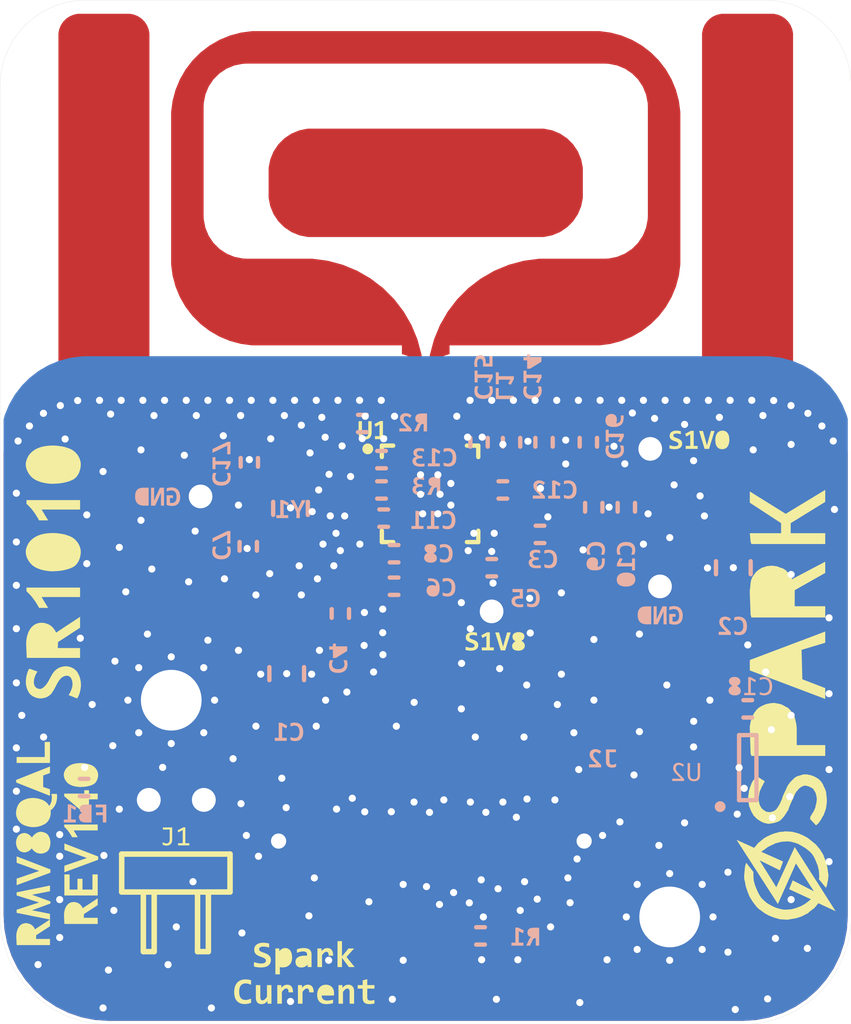
<source format=kicad_pcb>
(kicad_pcb (version 20240928) (generator "gerbview") (generator_version "9.0")
  (layers (0 F.Cu signal) (2 B.Cu signal) (1 F.Mask user) (3 B.Mask user) (5 F.SilkS user) (7 B.SilkS user) (13 F.Paste user) (15 B.Paste user) (25 Edge.Cuts user))
  (gr_arc (start 35.27323 -0.74498) (mid 38.81002 -2.20996) (end 40.275 -5.74675) (layer Edge.Cuts) (stroke (width 0.00991)))
  (gr_arc (start 1 -5.75539) (mid 2.46751 -2.2125) (end 6.0104 -0.74498) (layer Edge.Cuts) (stroke (width 0.00991)))
  (gr_arc (start 40.275 -44.00677) (mid 39.10544 -46.83034) (end 36.28187 -47.9999) (layer Edge.Cuts) (stroke (width 0.00991)))
  (gr_arc (start 4.96672 -48.00016) (mid 2.16183 -46.83833) (end 1 -44.03344) (layer Edge.Cuts) (stroke (width 0.00991)))
  (gr_line (start 1 -40.92499) (end 1 -44.03344) (layer Edge.Cuts) (stroke (width 0.00991)))
  (gr_line (start 40.275 -40.92499) (end 40.275 -44.00677) (layer Edge.Cuts) (stroke (width 0.00991)))
  (gr_line (start 40.275 -40.92499) (end 40.275 -5.74675) (layer Edge.Cuts) (stroke (width 0.00991)))
  (gr_line (start 4.96672 -47.9999) (end 36.28187 -47.9999) (layer Edge.Cuts) (stroke (width 0.00991)))
  (gr_line (start 1 -40.92499) (end 1 -5.75539) (layer Edge.Cuts) (stroke (width 0.00991)))
  (gr_line (start 6.0104 -0.74498) (end 35.27323 -0.74498) (layer Edge.Cuts) (stroke (width 0.00991)))
  (gr_poly (pts (xy 3.30124 -12.80465) (xy 1.76251 -12.80465) (xy 1.76251 -13.0777) (xy 3.05841 -13.0777) (xy 3.05841 -13.77417) (xy 3.30124 -13.77417)) (fill yes) (layer F.SilkS))
  (gr_poly (pts (xy 4.78231 -12.79652) (xy 4.81457 -12.79423) (xy 4.84937 -12.79195) (xy 4.89102 -12.78738) (xy 4.93268 -12.78052) (xy 4.97891 -12.77341) (xy 5.02742 -12.76426) (xy 5.07619 -12.75258) (xy 5.1247 -12.73632) (xy 5.17322 -12.72032) (xy 5.21945 -12.70178) (xy 5.26593 -12.67866) (xy 5.30758 -12.65326) (xy 5.30987 -12.65072) (xy 5.31673 -12.64615) (xy 5.32841 -12.63701) (xy 5.34213 -12.62532) (xy 5.35838 -12.61161) (xy 5.37693 -12.59307) (xy 5.39547 -12.57224) (xy 5.4163 -12.54658) (xy 5.43712 -12.52118) (xy 5.45567 -12.48893) (xy 5.47421 -12.45641) (xy 5.49021 -12.41933) (xy 5.50418 -12.38021) (xy 5.51561 -12.33856) (xy 5.52272 -12.29436) (xy 5.52501 -12.24585) (xy 5.52501 -12.23442) (xy 5.52272 -12.21816) (xy 5.52272 -12.19962) (xy 5.51815 -12.17651) (xy 5.51332 -12.14882) (xy 5.50875 -12.12088) (xy 5.49961 -12.08862) (xy 5.48792 -12.05382) (xy 5.47649 -12.01903) (xy 5.46024 -11.98448) (xy 5.43941 -11.95197) (xy 5.4163 -11.91743) (xy 5.3909 -11.88491) (xy 5.35838 -11.85723) (xy 5.32359 -11.82929) (xy 5.3213 -11.827) (xy 5.31444 -11.82472) (xy 5.30276 -11.81786) (xy 5.28447 -11.80846) (xy 5.26339 -11.79932) (xy 5.23799 -11.78763) (xy 5.20573 -11.77392) (xy 5.16865 -11.76223) (xy 5.12699 -11.7508) (xy 5.08076 -11.73683) (xy 5.02742 -11.72515) (xy 4.97205 -11.716) (xy 4.90957 -11.70686) (xy 4.83997 -11.70203) (xy 4.76834 -11.69746) (xy 4.6896 -11.69518) (xy 4.68503 -11.69518) (xy 4.67589 -11.69518) (xy 4.65963 -11.69518) (xy 4.63652 -11.69746) (xy 4.60858 -11.69975) (xy 4.5786 -11.70432) (xy 4.54152 -11.70915) (xy 4.50444 -11.71372) (xy 4.46303 -11.72286) (xy 4.41884 -11.73226) (xy 4.3749 -11.74369) (xy 4.33095 -11.75995) (xy 4.28473 -11.7762) (xy 4.24078 -11.79703) (xy 4.19684 -11.82014) (xy 4.15519 -11.84783) (xy 4.1529 -11.85012) (xy 4.14579 -11.85494) (xy 4.13436 -11.86409) (xy 4.12039 -11.87577) (xy 4.10413 -11.89177) (xy 4.08584 -11.91031) (xy 4.0673 -11.93343) (xy 4.04647 -11.95654) (xy 4.02565 -11.98677) (xy 4.0071 -12.01674) (xy 3.98856 -12.05154) (xy 3.97231 -12.08634) (xy 3.95859 -12.12571) (xy 3.94691 -12.16965) (xy 3.94005 -12.21359) (xy 3.93776 -12.25982) (xy 3.93776 -12.27379) (xy 3.94005 -12.28293) (xy 3.94005 -12.29436) (xy 3.94233 -12.31062) (xy 3.94919 -12.34313) (xy 3.96088 -12.38479) (xy 3.97916 -12.43101) (xy 4.00253 -12.47953) (xy 4.03479 -12.53058) (xy 4.05562 -12.5537) (xy 4.07645 -12.5791) (xy 4.10185 -12.6045) (xy 4.12979 -12.62761) (xy 4.15976 -12.65072) (xy 4.19227 -12.67409) (xy 4.2291 -12.69467) (xy 4.26847 -12.71575) (xy 4.31241 -12.73175) (xy 4.35889 -12.75029) (xy 4.40969 -12.76426) (xy 4.46303 -12.77569) (xy 4.52069 -12.78509) (xy 4.58318 -12.79195) (xy 4.65023 -12.79652) (xy 4.72211 -12.79881) (xy 4.72669 -12.79881) (xy 4.73837 -12.79881) (xy 4.75666 -12.79881)) (fill yes) (layer F.SilkS))
  (gr_poly (pts (xy 3.30124 -12.33957) (xy 2.98882 -12.22629) (xy 2.98882 -11.69645) (xy 3.30124 -11.59002) (xy 3.30124 -11.28674) (xy 1.74168 -11.90219) (xy 1.74168 -12.02258) (xy 3.30124 -12.64031)) (fill yes) (layer F.SilkS))
  (gr_poly (pts (xy 3.61823 -11.37463) (xy 3.62052 -11.36548) (xy 3.62306 -11.35151) (xy 3.62306 -11.33297) (xy 3.62534 -11.31214) (xy 3.62763 -11.28903) (xy 3.62991 -11.23594) (xy 3.62991 -11.2174) (xy 3.62763 -11.20343) (xy 3.62763 -11.18489) (xy 3.62534 -11.16406) (xy 3.62306 -11.14323) (xy 3.62052 -11.11783) (xy 3.60909 -11.06221) (xy 3.59512 -10.99972) (xy 3.57657 -10.93724) (xy 3.54889 -10.87476) (xy 3.54889 -10.87247) (xy 3.54432 -10.8679) (xy 3.53974 -10.85875) (xy 3.53492 -10.84707) (xy 3.52577 -10.8331) (xy 3.51663 -10.8171) (xy 3.49098 -10.7823) (xy 3.461 -10.74064) (xy 3.42163 -10.6967) (xy 3.37769 -10.65505) (xy 3.32664 -10.61796) (xy 3.32664 -10.61568) (xy 3.32918 -10.6111) (xy 3.32918 -10.60171) (xy 3.33146 -10.58799) (xy 3.33375 -10.57173) (xy 3.33375 -10.55091) (xy 3.33604 -10.52322) (xy 3.33604 -10.47928) (xy 3.33375 -10.46302) (xy 3.33146 -10.44219) (xy 3.32918 -10.41679) (xy 3.32435 -10.38885) (xy 3.31749 -10.35431) (xy 3.30835 -10.31951) (xy 3.29667 -10.28243) (xy 3.28041 -10.24331) (xy 3.26187 -10.20394) (xy 3.24104 -10.16457) (xy 3.21335 -10.1252) (xy 3.18338 -10.08583) (xy 3.14858 -10.05103) (xy 3.10921 -10.01649) (xy 3.10693 -10.0142) (xy 3.09778 -10.00938) (xy 3.0861 -10.00023) (xy 3.06756 -9.98855) (xy 3.04673 -9.97712) (xy 3.01904 -9.96086) (xy 2.98653 -9.94689) (xy 2.95199 -9.93089) (xy 2.91033 -9.91464) (xy 2.86639 -9.89838) (xy 2.81991 -9.88212) (xy 2.76682 -9.87069) (xy 2.7112 -9.85901) (xy 2.65354 -9.84987) (xy 2.5908 -9.84529) (xy 2.52603 -9.84301) (xy 2.52146 -9.84301) (xy 2.51003 -9.84301) (xy 2.49377 -9.84529) (xy 2.46837 -9.84529) (xy 2.44043 -9.84758) (xy 2.40589 -9.85215) (xy 2.3688 -9.85672) (xy 2.32715 -9.86612) (xy 2.28321 -9.87527) (xy 2.23926 -9.88695) (xy 2.19304 -9.90067) (xy 2.14427 -9.91692) (xy 2.09804 -9.93775) (xy 2.04953 -9.96086) (xy 2.00558 -9.98855) (xy 1.96164 -10.01878) (xy 1.9591 -10.02106) (xy 1.95224 -10.02792) (xy 1.94081 -10.03732) (xy 1.92684 -10.05103) (xy 1.9083 -10.06958) (xy 1.88976 -10.0904) (xy 1.86893 -10.1158) (xy 1.8481 -10.14603) (xy 1.82728 -10.176) (xy 1.80645 -10.21309) (xy 1.78791 -10.25246) (xy 1.76936 -10.29411) (xy 1.75565 -10.34034) (xy 1.74396 -10.38657) (xy 1.73711 -10.43991) (xy 1.73482 -10.49299) (xy 1.73482 -10.50696) (xy 1.73711 -10.52551) (xy 1.73711 -10.54862) (xy 1.74168 -10.57631) (xy 1.74625 -10.60882) (xy 1.75336 -10.6459) (xy 1.76022 -10.68273) (xy 1.7719 -10.72439) (xy 1.78562 -10.76604) (xy 1.80416 -10.80999) (xy 1.8227 -10.85164) (xy 1.8481 -10.8933) (xy 1.87579 -10.93495) (xy 1.9083 -10.97432) (xy 1.94539 -11.00912) (xy 1.94767 -11.01141) (xy 1.95453 -11.01598) (xy 1.96621 -11.02538) (xy 1.98476 -11.03681) (xy 2.00558 -11.05078) (xy 2.03098 -11.06703) (xy 2.06096 -11.08304) (xy 2.09575 -11.09929) (xy 2.13512 -11.11555) (xy 2.17907 -11.1318) (xy 2.22529 -11.14781) (xy 2.27863 -11.16178) (xy 2.33401 -11.17346) (xy 2.3942 -11.1826) (xy 2.45897 -11.18718) (xy 2.52603 -11.18972) (xy 2.52857 -11.18972) (xy 2.53314 -11.18972) (xy 2.54 -11.18972) (xy 2.54914 -11.18972) (xy 2.56311 -11.18718) (xy 2.57708 -11.18718) (xy 2.61417 -11.18489) (xy 2.6604 -11.17803) (xy 2.70891 -11.17117) (xy 2.76454 -11.15949) (xy 2.82473 -11.14323) (xy 2.88468 -11.12469) (xy 2.94716 -11.10158) (xy 3.00965 -11.07161) (xy 3.06984 -11.03681) (xy 3.12547 -10.99515) (xy 3.17627 -10.94664) (xy 3.2225 -10.89101) (xy 3.26187 -10.82624) (xy 3.26441 -10.82853) (xy 3.26669 -10.83081) (xy 3.27355 -10.83793) (xy 3.28041 -10.84936) (xy 3.28981 -10.86104) (xy 3.30124 -10.8773) (xy 3.31292 -10.89584) (xy 3.32435 -10.91667) (xy 3.33604 -10.94207) (xy 3.34772 -10.96975) (xy 3.35686 -11.00226) (xy 3.36829 -11.03681) (xy 3.37541 -11.07389) (xy 3.38226 -11.11555) (xy 3.38455 -11.15949) (xy 3.38684 -11.208) (xy 3.38684 -11.22426) (xy 3.38455 -11.2428) (xy 3.38455 -11.26592) (xy 3.38226 -11.29132) (xy 3.37769 -11.32154) (xy 3.37083 -11.34923) (xy 3.36372 -11.37691) (xy 3.61823 -11.37691)) (fill yes) (layer F.SilkS))
  (gr_poly (pts (xy 5.10159 -11.38987) (xy 5.50418 -11.38987) (xy 5.50418 -11.12596) (xy 5.10159 -11.12596) (xy 5.10159 -10.42492) (xy 4.94665 -10.42492) (xy 3.95859 -11.26947) (xy 3.95859 -11.38987) (xy 4.88417 -11.38987) (xy 4.88417 -11.54481) (xy 5.10159 -11.54481)) (fill yes) (layer F.SilkS))
  (gr_poly (pts (xy 5.50418 -9.69137) (xy 4.39572 -9.69137) (xy 4.58318 -9.37895) (xy 4.31952 -9.37895) (xy 4.31698 -9.38352) (xy 4.31241 -9.39292) (xy 4.30555 -9.40892) (xy 4.29387 -9.42975) (xy 4.28015 -9.45515) (xy 4.26161 -9.48309) (xy 4.24307 -9.51535) (xy 4.21996 -9.55243) (xy 4.19456 -9.58952) (xy 4.16662 -9.6266) (xy 4.10667 -9.70763) (xy 4.03479 -9.78383) (xy 3.99771 -9.82091) (xy 3.95859 -9.85571) (xy 3.95859 -9.96442) (xy 5.50418 -9.96442)) (fill yes) (layer F.SilkS))
  (gr_poly (pts (xy 2.89865 -9.62762) (xy 2.91719 -9.62533) (xy 2.93802 -9.62304) (xy 2.96113 -9.61847) (xy 2.98653 -9.6139) (xy 3.04216 -9.59536) (xy 3.06984 -9.58596) (xy 3.09778 -9.57224) (xy 3.12547 -9.55599) (xy 3.15316 -9.53745) (xy 3.17856 -9.51662) (xy 3.20192 -9.49122) (xy 3.20421 -9.48893) (xy 3.2065 -9.48411) (xy 3.21335 -9.47725) (xy 3.22021 -9.46556) (xy 3.22961 -9.45185) (xy 3.23875 -9.43559) (xy 3.25044 -9.41476) (xy 3.26187 -9.39394) (xy 3.27355 -9.36854) (xy 3.28524 -9.34085) (xy 3.29438 -9.31062) (xy 3.30352 -9.27608) (xy 3.31064 -9.24128) (xy 3.31749 -9.20191) (xy 3.31978 -9.16254) (xy 3.32207 -9.1186) (xy 3.32207 -9.09549) (xy 3.31978 -9.07923) (xy 3.31749 -9.0584) (xy 3.31521 -9.03529) (xy 3.31292 -9.00989) (xy 3.30835 -8.98449) (xy 3.29438 -8.92429) (xy 3.27127 -8.86409) (xy 3.25958 -8.83158) (xy 3.24333 -8.80389) (xy 3.22504 -8.77621) (xy 3.20421 -8.75055) (xy 3.20192 -8.74827) (xy 3.19938 -8.74598) (xy 3.19253 -8.73912) (xy 3.1811 -8.72998) (xy 3.16941 -8.72058) (xy 3.15544 -8.70915) (xy 3.1369 -8.69747) (xy 3.11633 -8.68578) (xy 3.09296 -8.67435) (xy 3.06756 -8.66267) (xy 3.03987 -8.65124) (xy 3.00965 -8.64184) (xy 2.97739 -8.6327) (xy 2.9403 -8.62584) (xy 2.90322 -8.6233) (xy 2.86156 -8.62101) (xy 2.85928 -8.62101) (xy 2.85699 -8.62101) (xy 2.85013 -8.62101) (xy 2.84074 -8.62101) (xy 2.81991 -8.62584) (xy 2.78994 -8.63041) (xy 2.75514 -8.63727) (xy 2.71805 -8.64895) (xy 2.67665 -8.66521) (xy 2.635 -8.68832) (xy 2.63246 -8.68832) (xy 2.63017 -8.69061) (xy 2.61645 -8.69975) (xy 2.59563 -8.71601) (xy 2.57023 -8.73684) (xy 2.54229 -8.76224) (xy 2.5146 -8.79221) (xy 2.48437 -8.82701) (xy 2.45897 -8.86638) (xy 2.45669 -8.86181) (xy 2.44983 -8.85241) (xy 2.43586 -8.83641) (xy 2.4196 -8.81786) (xy 2.39878 -8.79704) (xy 2.37338 -8.77392) (xy 2.3434 -8.75055) (xy 2.31089 -8.72998) (xy 2.30632 -8.72744) (xy 2.29464 -8.72058) (xy 2.27635 -8.71372) (xy 2.25069 -8.70433) (xy 2.22301 -8.6929) (xy 2.19075 -8.68578) (xy 2.15824 -8.67893) (xy 2.12344 -8.67664) (xy 2.12115 -8.67664) (xy 2.11658 -8.67664) (xy 2.10744 -8.67664) (xy 2.09347 -8.67893) (xy 2.0795 -8.68121) (xy 2.06096 -8.6835) (xy 2.02159 -8.6929) (xy 1.97536 -8.70661) (xy 1.92913 -8.72998) (xy 1.90602 -8.7437) (xy 1.8829 -8.75995) (xy 1.86207 -8.78078) (xy 1.84125 -8.80161) (xy 1.83896 -8.80389) (xy 1.83667 -8.80847) (xy 1.83185 -8.81558) (xy 1.82499 -8.82472) (xy 1.81585 -8.83641) (xy 1.80645 -8.85241) (xy 1.7973 -8.86866) (xy 1.78791 -8.88949) (xy 1.76936 -8.93572) (xy 1.75108 -8.98906) (xy 1.73939 -9.05383) (xy 1.73482 -9.08609) (xy 1.73482 -9.144) (xy 1.73711 -9.15797) (xy 1.73711 -9.17651) (xy 1.73939 -9.19734) (xy 1.74854 -9.24357) (xy 1.76022 -9.29665) (xy 1.77876 -9.34999) (xy 1.80645 -9.40333) (xy 1.8227 -9.42873) (xy 1.84125 -9.45185) (xy 1.84125 -9.45413) (xy 1.84582 -9.45642) (xy 1.85268 -9.46328) (xy 1.85979 -9.47039) (xy 1.8829 -9.48893) (xy 1.91516 -9.51205) (xy 1.95682 -9.53516) (xy 2.00304 -9.5537) (xy 2.06096 -9.56742) (xy 2.09118 -9.56996) (xy 2.12344 -9.57224) (xy 2.12801 -9.57224) (xy 2.1397 -9.57224) (xy 2.15824 -9.56996) (xy 2.18364 -9.56285) (xy 2.21386 -9.55599) (xy 2.24612 -9.5443) (xy 2.28321 -9.52805) (xy 2.32258 -9.50493) (xy 2.32715 -9.50265) (xy 2.33858 -9.4935) (xy 2.35712 -9.47953) (xy 2.38023 -9.46099) (xy 2.4036 -9.44016) (xy 2.429 -9.41476) (xy 2.44983 -9.38936) (xy 2.46837 -9.35914) (xy 2.46837 -9.36168) (xy 2.47066 -9.36396) (xy 2.47752 -9.37539) (xy 2.4892 -9.39622) (xy 2.5052 -9.41934) (xy 2.52857 -9.44728) (xy 2.55854 -9.47953) (xy 2.59334 -9.51205) (xy 2.635 -9.5443) (xy 2.63728 -9.5443) (xy 2.63957 -9.54913) (xy 2.64643 -9.55142) (xy 2.65582 -9.55827) (xy 2.67894 -9.57224) (xy 2.70891 -9.58825) (xy 2.74371 -9.60222) (xy 2.78079 -9.61619) (xy 2.82245 -9.62533) (xy 2.86156 -9.6299) (xy 2.8641 -9.6299) (xy 2.87096 -9.6299) (xy 2.88239 -9.6299)) (fill yes) (layer F.SilkS))
  (gr_poly (pts (xy 5.52501 -8.48792) (xy 5.52501 -8.33755) (xy 3.96545 -7.76148) (xy 3.96545 -8.06221) (xy 5.00431 -8.41858) (xy 3.96545 -8.79577) (xy 3.96545 -9.08964)) (fill yes) (layer F.SilkS))
  (gr_poly (pts (xy 3.32207 -7.89229) (xy 3.32207 -7.74192) (xy 1.76251 -7.16559) (xy 1.76251 -7.46633) (xy 2.80137 -7.82269) (xy 1.76251 -8.19988) (xy 1.76251 -8.49376)) (fill yes) (layer F.SilkS))
  (gr_poly (pts (xy 5.50418 -6.69011) (xy 3.96545 -6.69011) (xy 3.96545 -7.66191) (xy 4.20827 -7.66191) (xy 4.20827 -6.96316) (xy 4.56921 -6.96316) (xy 4.56921 -7.46074) (xy 4.80085 -7.46074) (xy 4.80085 -6.96316) (xy 5.2611 -6.96316) (xy 5.2611 -7.66191) (xy 5.50418 -7.66191)) (fill yes) (layer F.SilkS))
  (gr_poly (pts (xy 5.50418 -6.24586) (xy 4.86791 -5.83159) (xy 4.86791 -5.78764) (xy 4.86562 -5.76453) (xy 4.86562 -5.73456) (xy 4.86334 -5.69976) (xy 4.8608 -5.66039) (xy 5.50418 -5.66039) (xy 5.50418 -5.37591) (xy 3.96545 -5.37591) (xy 3.96545 -5.40588) (xy 3.96316 -5.429) (xy 3.96316 -5.45922) (xy 3.96088 -5.48005) (xy 3.96088 -5.50062) (xy 3.95859 -5.52399) (xy 3.95859 -5.56565) (xy 3.95605 -5.57708) (xy 3.95605 -5.60476) (xy 3.95376 -5.64185) (xy 3.95148 -5.68122) (xy 3.95148 -5.72287) (xy 3.94919 -5.76453) (xy 3.94919 -5.82701) (xy 3.95148 -5.84098) (xy 3.95148 -5.8547) (xy 3.95605 -5.89407) (xy 3.96316 -5.93801) (xy 3.97231 -5.98678) (xy 3.98628 -6.03987) (xy 4.00482 -6.09549) (xy 4.03022 -6.15086) (xy 4.06019 -6.2042) (xy 4.09727 -6.25272) (xy 4.14122 -6.29666) (xy 4.19227 -6.33603) (xy 4.22224 -6.35) (xy 4.25221 -6.36397) (xy 4.28701 -6.3754) (xy 4.32181 -6.38226) (xy 4.36118 -6.38708) (xy 4.40284 -6.38937) (xy 4.40512 -6.38937) (xy 4.40969 -6.38937) (xy 4.41655 -6.38937) (xy 4.42595 -6.38708) (xy 4.45135 -6.3848) (xy 4.48615 -6.37997) (xy 4.52298 -6.36854) (xy 4.56463 -6.35457) (xy 4.60858 -6.33603) (xy 4.65252 -6.30834) (xy 4.65506 -6.30834) (xy 4.65734 -6.30377) (xy 4.67106 -6.29437) (xy 4.69189 -6.27583) (xy 4.71526 -6.25272) (xy 4.74066 -6.22275) (xy 4.76834 -6.18795) (xy 4.79146 -6.14858) (xy 4.81228 -6.10464) (xy 5.50418 -6.56057)) (fill yes) (layer F.SilkS))
  (gr_poly (pts (xy 3.30124 -6.88569) (xy 2.47294 -6.72363) (xy 3.32207 -6.41604) (xy 3.32207 -6.31876) (xy 2.47294 -6.00862) (xy 3.30124 -5.842) (xy 3.30124 -5.57835) (xy 3.30124 -5.2705) (xy 2.66497 -4.85623) (xy 2.66497 -4.81228) (xy 2.66268 -4.78917) (xy 2.66268 -4.7592) (xy 2.6604 -4.7244) (xy 2.65811 -4.68503) (xy 3.30124 -4.68503) (xy 3.30124 -4.40055) (xy 1.76251 -4.40055) (xy 1.76251 -4.43052) (xy 1.76022 -4.45364) (xy 1.76022 -4.48386) (xy 1.75793 -4.50469) (xy 1.75793 -4.52552) (xy 1.75565 -4.54863) (xy 1.75565 -4.59029) (xy 1.75336 -4.60172) (xy 1.75336 -4.62966) (xy 1.75108 -4.66649) (xy 1.74854 -4.70586) (xy 1.74854 -4.74751) (xy 1.74625 -4.78917) (xy 1.74625 -4.85165) (xy 1.74854 -4.86562) (xy 1.74854 -4.87934) (xy 1.75336 -4.91871) (xy 1.76022 -4.96265) (xy 1.76936 -5.01142) (xy 1.78333 -5.06451) (xy 1.80188 -5.12013) (xy 1.82728 -5.17576) (xy 1.8575 -5.22884) (xy 1.89433 -5.27736) (xy 1.93853 -5.32155) (xy 1.98933 -5.36067) (xy 2.0193 -5.37464) (xy 2.04953 -5.38861) (xy 2.08407 -5.40004) (xy 2.11887 -5.40715) (xy 2.15824 -5.41172) (xy 2.19989 -5.41401) (xy 2.20218 -5.41401) (xy 2.20675 -5.41401) (xy 2.21386 -5.41401) (xy 2.22301 -5.41172) (xy 2.24841 -5.40944) (xy 2.28321 -5.40487) (xy 2.32029 -5.39318) (xy 2.36195 -5.37921) (xy 2.40589 -5.36067) (xy 2.44983 -5.33298) (xy 2.45212 -5.33298) (xy 2.4544 -5.32841) (xy 2.46837 -5.31901) (xy 2.4892 -5.30047) (xy 2.51231 -5.27736) (xy 2.53771 -5.24739) (xy 2.5654 -5.21259) (xy 2.58851 -5.17347) (xy 2.60934 -5.12928) (xy 3.29336 -5.57987) (xy 1.76251 -5.88823) (xy 1.76251 -6.03402) (xy 2.79908 -6.36727) (xy 1.76251 -6.69138) (xy 1.76251 -6.83463) (xy 3.30124 -7.14934)) (fill yes) (layer F.SilkS))
  (gr_poly (pts (xy 3.53517 -27.44648) (xy 3.58699 -27.44267) (xy 3.64261 -27.43911) (xy 3.70916 -27.43149) (xy 3.77571 -27.42057) (xy 3.84988 -27.40939) (xy 3.9276 -27.39441) (xy 4.00533 -27.37612) (xy 4.0833 -27.34996) (xy 4.16103 -27.3243) (xy 4.23494 -27.29459) (xy 4.30911 -27.2575) (xy 4.37566 -27.21686) (xy 4.37947 -27.21305) (xy 4.39064 -27.20569) (xy 4.40919 -27.19095) (xy 4.43128 -27.17241) (xy 4.45719 -27.15006) (xy 4.48691 -27.1206) (xy 4.51663 -27.08707) (xy 4.5499 -27.04643) (xy 4.58318 -27.00579) (xy 4.61289 -26.95372) (xy 4.64236 -26.9019) (xy 4.66827 -26.84272) (xy 4.69062 -26.77973) (xy 4.70916 -26.71318) (xy 4.72008 -26.64282) (xy 4.72389 -26.5651) (xy 4.72389 -26.54656) (xy 4.72008 -26.52065) (xy 4.72008 -26.49093) (xy 4.71272 -26.45385) (xy 4.70535 -26.4094) (xy 4.69798 -26.36495) (xy 4.68325 -26.31313) (xy 4.66471 -26.2575) (xy 4.64617 -26.20213) (xy 4.62026 -26.14651) (xy 4.58673 -26.09469) (xy 4.5499 -26.03906) (xy 4.50901 -25.98725) (xy 4.45719 -25.9428) (xy 4.40182 -25.89835) (xy 4.39801 -25.89479) (xy 4.38683 -25.89098) (xy 4.36829 -25.87981) (xy 4.33883 -25.86507) (xy 4.3053 -25.85034) (xy 4.26466 -25.8318) (xy 4.21284 -25.80945) (xy 4.15366 -25.79091) (xy 4.08686 -25.77262) (xy 4.01295 -25.75027) (xy 3.9276 -25.73172) (xy 3.8387 -25.71699) (xy 3.73888 -25.70201) (xy 3.62763 -25.69464) (xy 3.51282 -25.68727) (xy 3.38709 -25.68372) (xy 3.37947 -25.68372) (xy 3.36474 -25.68372) (xy 3.33883 -25.68372) (xy 3.30175 -25.68727) (xy 3.2573 -25.69108) (xy 3.20929 -25.69845) (xy 3.15011 -25.70582) (xy 3.09067 -25.71318) (xy 3.02412 -25.72817) (xy 2.95377 -25.7429) (xy 2.88341 -25.76144) (xy 2.81305 -25.78735) (xy 2.73888 -25.81326) (xy 2.66852 -25.84653) (xy 2.59817 -25.88362) (xy 2.53162 -25.92807) (xy 2.52781 -25.93162) (xy 2.51663 -25.93924) (xy 2.49809 -25.95397) (xy 2.47599 -25.97252) (xy 2.45008 -25.99842) (xy 2.42037 -26.02789) (xy 2.3909 -26.06497) (xy 2.35737 -26.10206) (xy 2.3241 -26.15032) (xy 2.29438 -26.19832) (xy 2.26492 -26.25395) (xy 2.23901 -26.30957) (xy 2.21666 -26.37231) (xy 2.19812 -26.44267) (xy 2.18719 -26.51328) (xy 2.18338 -26.5872) (xy 2.18338 -26.60955) (xy 2.18719 -26.62428) (xy 2.18719 -26.64282) (xy 2.19075 -26.66873) (xy 2.20193 -26.72055) (xy 2.22047 -26.78709) (xy 2.24993 -26.86126) (xy 2.28702 -26.93899) (xy 2.33883 -27.02052) (xy 2.37236 -27.0576) (xy 2.40563 -27.09824) (xy 2.44627 -27.13888) (xy 2.49072 -27.17597) (xy 2.53898 -27.21305) (xy 2.5908 -27.25014) (xy 2.64998 -27.28341) (xy 2.71297 -27.31668) (xy 2.78333 -27.34259) (xy 2.8575 -27.37231) (xy 2.93878 -27.39441) (xy 3.02412 -27.41295) (xy 3.11658 -27.42794) (xy 3.21666 -27.43911) (xy 3.3241 -27.44648) (xy 3.43891 -27.45003) (xy 3.44627 -27.45003) (xy 3.46481 -27.45003) (xy 3.49428 -27.45003)) (fill yes) (layer F.SilkS))
  (gr_poly (pts (xy 4.69062 -24.49474) (xy 2.91668 -24.49474) (xy 3.21666 -23.99487) (xy 2.79451 -23.99487) (xy 2.7907 -24.00224) (xy 2.78333 -24.01697) (xy 2.77216 -24.04313) (xy 2.75361 -24.07641) (xy 2.73152 -24.11705) (xy 2.7018 -24.1615) (xy 2.67233 -24.21331) (xy 2.63525 -24.27275) (xy 2.59461 -24.33193) (xy 2.55016 -24.39111) (xy 2.45364 -24.52065) (xy 2.33883 -24.64308) (xy 2.27965 -24.70226) (xy 2.21666 -24.75763) (xy 2.21666 -24.93188) (xy 4.69062 -24.93188)) (fill yes) (layer F.SilkS))
  (gr_poly (pts (xy 3.53517 -23.40966) (xy 3.58699 -23.4061) (xy 3.64261 -23.40229) (xy 3.70916 -23.39492) (xy 3.77571 -23.38375) (xy 3.84988 -23.37283) (xy 3.9276 -23.35784) (xy 4.00533 -23.3393) (xy 4.0833 -23.31339) (xy 4.16103 -23.28748) (xy 4.23494 -23.25802) (xy 4.30911 -23.22093) (xy 4.37566 -23.18004) (xy 4.37947 -23.17648) (xy 4.39064 -23.16912) (xy 4.40919 -23.15413) (xy 4.43128 -23.13559) (xy 4.45719 -23.11349) (xy 4.48691 -23.08377) (xy 4.51663 -23.0505) (xy 4.5499 -23.00986) (xy 4.58318 -22.96897) (xy 4.61289 -22.91715) (xy 4.64236 -22.86533) (xy 4.66827 -22.80615) (xy 4.69062 -22.74316) (xy 4.70916 -22.67661) (xy 4.72008 -22.60625) (xy 4.72389 -22.52828) (xy 4.72389 -22.50973) (xy 4.72008 -22.48383) (xy 4.72008 -22.45436) (xy 4.71272 -22.41728) (xy 4.70535 -22.37283) (xy 4.69798 -22.32838) (xy 4.68325 -22.27656) (xy 4.66471 -22.22094) (xy 4.64617 -22.16531) (xy 4.62026 -22.10994) (xy 4.58673 -22.05812) (xy 4.5499 -22.0025) (xy 4.50901 -21.95068) (xy 4.45719 -21.90623) (xy 4.40182 -21.86178) (xy 4.39801 -21.85797) (xy 4.38683 -21.85441) (xy 4.36829 -21.84324) (xy 4.33883 -21.82851) (xy 4.3053 -21.81352) (xy 4.26466 -21.79523) (xy 4.21284 -21.77288) (xy 4.15366 -21.75434) (xy 4.08686 -21.7358) (xy 4.01295 -21.7137) (xy 3.9276 -21.69516) (xy 3.8387 -21.68042) (xy 3.73888 -21.66544) (xy 3.62763 -21.65807) (xy 3.51282 -21.65071) (xy 3.38709 -21.6469) (xy 3.37947 -21.6469) (xy 3.36474 -21.6469) (xy 3.33883 -21.6469) (xy 3.30175 -21.65071) (xy 3.2573 -21.65452) (xy 3.20929 -21.66188) (xy 3.15011 -21.66925) (xy 3.09067 -21.67661) (xy 3.02412 -21.69135) (xy 2.95377 -21.70633) (xy 2.88341 -21.72487) (xy 2.81305 -21.75078) (xy 2.73888 -21.77669) (xy 2.66852 -21.80996) (xy 2.59817 -21.84705) (xy 2.53162 -21.8915) (xy 2.52781 -21.89505) (xy 2.51663 -21.90242) (xy 2.49809 -21.91741) (xy 2.47599 -21.93595) (xy 2.45008 -21.96186) (xy 2.42037 -21.99132) (xy 2.3909 -22.0284) (xy 2.35737 -22.06549) (xy 2.3241 -22.11349) (xy 2.29438 -22.16175) (xy 2.26492 -22.21738) (xy 2.23901 -22.27275) (xy 2.21666 -22.33574) (xy 2.19812 -22.4061) (xy 2.18719 -22.47646) (xy 2.18338 -22.55063) (xy 2.18338 -22.57273) (xy 2.18719 -22.58771) (xy 2.18719 -22.60625) (xy 2.19075 -22.63216) (xy 2.20193 -22.68398) (xy 2.22047 -22.75053) (xy 2.24993 -22.82469) (xy 2.28702 -22.90242) (xy 2.33883 -22.98395) (xy 2.37236 -23.02078) (xy 2.40563 -23.06168) (xy 2.44627 -23.10232) (xy 2.49072 -23.1394) (xy 2.53898 -23.17648) (xy 2.5908 -23.21357) (xy 2.64998 -23.24684) (xy 2.71297 -23.28012) (xy 2.78333 -23.30602) (xy 2.8575 -23.33574) (xy 2.93878 -23.35784) (xy 3.02412 -23.37638) (xy 3.11658 -23.39137) (xy 3.21666 -23.40229) (xy 3.3241 -23.40966) (xy 3.43891 -23.41347) (xy 3.44627 -23.41347) (xy 3.46481 -23.41347) (xy 3.49428 -23.41347)) (fill yes) (layer F.SilkS))
  (gr_poly (pts (xy 4.69062 -20.45818) (xy 2.91668 -20.45818) (xy 3.21666 -19.9583) (xy 2.79451 -19.9583) (xy 2.7907 -19.96567) (xy 2.78333 -19.9804) (xy 2.77216 -20.00631) (xy 2.75361 -20.03984) (xy 2.73152 -20.08048) (xy 2.7018 -20.12493) (xy 2.67233 -20.17674) (xy 2.63525 -20.23593) (xy 2.59461 -20.29536) (xy 2.55016 -20.35454) (xy 2.45364 -20.48408) (xy 2.33883 -20.60626) (xy 2.27965 -20.66569) (xy 2.21666 -20.72107) (xy 2.21666 -20.89531) (xy 4.69062 -20.89531)) (fill yes) (layer F.SilkS))
  (gr_poly (pts (xy 4.69062 -19.04365) (xy 3.67208 -18.38071) (xy 3.67208 -18.31035) (xy 3.66852 -18.27327) (xy 3.66852 -18.22501) (xy 3.66471 -18.16964) (xy 3.6609 -18.10664) (xy 4.69062 -18.10664) (xy 4.69062 -17.65122) (xy 2.22783 -17.65122) (xy 2.22783 -17.69923) (xy 2.22402 -17.73631) (xy 2.22402 -17.78432) (xy 2.22047 -17.81785) (xy 2.22047 -17.85112) (xy 2.21666 -17.8882) (xy 2.21666 -17.95475) (xy 2.2131 -17.97329) (xy 2.2131 -18.01774) (xy 2.20929 -18.07693) (xy 2.20574 -18.13992) (xy 2.20574 -18.20672) (xy 2.20193 -18.27327) (xy 2.20193 -18.37334) (xy 2.20574 -18.39544) (xy 2.20574 -18.41779) (xy 2.2131 -18.48053) (xy 2.22402 -18.55114) (xy 2.23901 -18.62887) (xy 2.26111 -18.71396) (xy 2.29083 -18.80286) (xy 2.33147 -18.89176) (xy 2.37973 -18.97685) (xy 2.43891 -19.05457) (xy 2.50927 -19.12493) (xy 2.5908 -19.18792) (xy 2.63881 -19.21027) (xy 2.68707 -19.23237) (xy 2.74269 -19.25091) (xy 2.79806 -19.26209) (xy 2.86106 -19.26946) (xy 2.92786 -19.27327) (xy 2.93141 -19.27327) (xy 2.93878 -19.27327) (xy 2.94996 -19.27327) (xy 2.96469 -19.26946) (xy 3.00558 -19.26565) (xy 3.06095 -19.25828) (xy 3.12039 -19.23974) (xy 3.18694 -19.21764) (xy 3.2573 -19.18792) (xy 3.32765 -19.14347) (xy 3.33146 -19.14347) (xy 3.33502 -19.13611) (xy 3.35737 -19.12137) (xy 3.39065 -19.09166) (xy 3.42773 -19.05457) (xy 3.46837 -19.00657) (xy 3.51282 -18.95094) (xy 3.5499 -18.88795) (xy 3.58318 -18.81759) (xy 4.69062 -19.54708)) (fill yes) (layer F.SilkS))
  (gr_poly (pts (xy 4.09423 -17.26235) (xy 4.12013 -17.25854) (xy 4.14985 -17.25473) (xy 4.22021 -17.23644) (xy 4.29793 -17.20672) (xy 4.33883 -17.18818) (xy 4.37947 -17.16583) (xy 4.42011 -17.13992) (xy 4.461 -17.10665) (xy 4.50164 -17.06956) (xy 4.53873 -17.02892) (xy 4.54254 -17.02511) (xy 4.54609 -17.01775) (xy 4.55727 -17.00301) (xy 4.56844 -16.98447) (xy 4.58318 -16.96237) (xy 4.59791 -16.93266) (xy 4.61645 -16.89938) (xy 4.63499 -16.8623) (xy 4.65353 -16.81785) (xy 4.67208 -16.76959) (xy 4.68681 -16.71777) (xy 4.70154 -16.6624) (xy 4.71272 -16.60296) (xy 4.72389 -16.53642) (xy 4.72745 -16.46987) (xy 4.73126 -16.3957) (xy 4.73126 -16.36243) (xy 4.72745 -16.33652) (xy 4.72745 -16.3068) (xy 4.72008 -16.27353) (xy 4.71653 -16.23263) (xy 4.70916 -16.18818) (xy 4.68681 -16.09192) (xy 4.65734 -15.98828) (xy 4.61289 -15.88084) (xy 4.58318 -15.82903) (xy 4.55346 -15.77721) (xy 4.16103 -15.93647) (xy 4.16458 -15.94028) (xy 4.16839 -15.94764) (xy 4.17576 -15.96238) (xy 4.19049 -15.98092) (xy 4.20167 -16.00302) (xy 4.21665 -16.03273) (xy 4.24993 -16.09573) (xy 4.2832 -16.17345) (xy 4.31292 -16.25854) (xy 4.33502 -16.35125) (xy 4.33883 -16.3957) (xy 4.34238 -16.44371) (xy 4.34238 -16.46225) (xy 4.33883 -16.48079) (xy 4.33883 -16.50314) (xy 4.33502 -16.53261) (xy 4.32765 -16.56613) (xy 4.30911 -16.63649) (xy 4.29438 -16.67332) (xy 4.27584 -16.70685) (xy 4.25729 -16.74012) (xy 4.23139 -16.76959) (xy 4.19811 -16.79194) (xy 4.16458 -16.81404) (xy 4.12394 -16.82521) (xy 4.07594 -16.82902) (xy 4.06832 -16.82902) (xy 4.05359 -16.82902) (xy 4.03123 -16.82521) (xy 3.99796 -16.81785) (xy 3.96113 -16.80667) (xy 3.92024 -16.78813) (xy 3.8796 -16.76603) (xy 3.83515 -16.73631) (xy 3.83134 -16.73276) (xy 3.8166 -16.71777) (xy 3.7907 -16.69186) (xy 3.76098 -16.65478) (xy 3.72034 -16.60677) (xy 3.7018 -16.57706) (xy 3.67944 -16.53997) (xy 3.65354 -16.50314) (xy 3.63144 -16.45869) (xy 3.60553 -16.41424) (xy 3.57962 -16.36243) (xy 3.57962 -16.35862) (xy 3.57226 -16.35125) (xy 3.56464 -16.33652) (xy 3.55727 -16.31798) (xy 3.54254 -16.29562) (xy 3.53136 -16.26972) (xy 3.49809 -16.21053) (xy 3.461 -16.14399) (xy 3.42036 -16.08455) (xy 3.38328 -16.02537) (xy 3.36474 -16.00302) (xy 3.3462 -15.98092) (xy 3.34264 -15.97711) (xy 3.33146 -15.96619) (xy 3.30911 -15.94764) (xy 3.2832 -15.92529) (xy 3.25374 -15.90319) (xy 3.21666 -15.87729) (xy 3.17221 -15.85493) (xy 3.12776 -15.83284) (xy 3.12039 -15.82903) (xy 3.10566 -15.82547) (xy 3.0795 -15.81785) (xy 3.04622 -15.80693) (xy 3.00558 -15.79575) (xy 2.95732 -15.78839) (xy 2.90551 -15.78458) (xy 2.84988 -15.78102) (xy 2.84632 -15.78102) (xy 2.83896 -15.78102) (xy 2.82397 -15.78102) (xy 2.80187 -15.78458) (xy 2.77952 -15.78839) (xy 2.75006 -15.79194) (xy 2.68326 -15.80693) (xy 2.60934 -15.83284) (xy 2.52781 -15.86992) (xy 2.49072 -15.89202) (xy 2.45008 -15.92174) (xy 2.413 -15.9512) (xy 2.37592 -15.98828) (xy 2.37236 -15.99209) (xy 2.36855 -15.99946) (xy 2.35737 -16.01064) (xy 2.34645 -16.02537) (xy 2.33147 -16.04747) (xy 2.31673 -16.07337) (xy 2.29819 -16.10309) (xy 2.27965 -16.13637) (xy 2.26492 -16.17345) (xy 2.24638 -16.21053) (xy 2.21666 -16.30299) (xy 2.19456 -16.41043) (xy 2.19075 -16.46606) (xy 2.18719 -16.52524) (xy 2.18719 -16.56613) (xy 2.19075 -16.5956) (xy 2.19075 -16.62887) (xy 2.19456 -16.66977) (xy 2.20193 -16.71422) (xy 2.20574 -16.76222) (xy 2.22783 -16.86611) (xy 2.25755 -16.96974) (xy 2.29438 -17.06956) (xy 2.32054 -17.11401) (xy 2.35001 -17.15491) (xy 2.72415 -17.02156) (xy 2.72034 -17.01775) (xy 2.71678 -17.01038) (xy 2.70916 -16.9992) (xy 2.69824 -16.98066) (xy 2.68707 -16.95856) (xy 2.67233 -16.93266) (xy 2.63881 -16.87347) (xy 2.60934 -16.79931) (xy 2.58343 -16.71777) (xy 2.56489 -16.62887) (xy 2.55753 -16.58087) (xy 2.55753 -16.5067) (xy 2.56108 -16.48079) (xy 2.56845 -16.44752) (xy 2.57607 -16.41043) (xy 2.5908 -16.36979) (xy 2.6129 -16.33271) (xy 2.63881 -16.29943) (xy 2.64262 -16.29562) (xy 2.65379 -16.28826) (xy 2.67233 -16.27353) (xy 2.69443 -16.25854) (xy 2.72415 -16.24381) (xy 2.76123 -16.22908) (xy 2.80187 -16.22171) (xy 2.84632 -16.2179) (xy 2.84988 -16.2179) (xy 2.8575 -16.2179) (xy 2.86842 -16.22171) (xy 2.88341 -16.22527) (xy 2.90195 -16.23263) (xy 2.92405 -16.24381) (xy 2.94996 -16.25854) (xy 2.97967 -16.27708) (xy 3.01295 -16.29943) (xy 3.04622 -16.33271) (xy 3.08331 -16.36979) (xy 3.12039 -16.41424) (xy 3.16103 -16.46987) (xy 3.20192 -16.52905) (xy 3.24256 -16.60296) (xy 3.28701 -16.6845) (xy 3.28701 -16.68831) (xy 3.29082 -16.69567) (xy 3.29819 -16.70685) (xy 3.30911 -16.72514) (xy 3.33146 -16.76959) (xy 3.36093 -16.82166) (xy 3.39446 -16.88084) (xy 3.43154 -16.94002) (xy 3.47218 -16.99565) (xy 3.50926 -17.0401) (xy 3.51282 -17.04365) (xy 3.52781 -17.05864) (xy 3.54609 -17.07718) (xy 3.57581 -17.10309) (xy 3.60909 -17.129) (xy 3.64998 -17.15846) (xy 3.69799 -17.18437) (xy 3.74625 -17.20672) (xy 3.75361 -17.21028) (xy 3.76834 -17.2179) (xy 3.79806 -17.22526) (xy 3.83515 -17.23644) (xy 3.8796 -17.24736) (xy 3.9276 -17.25854) (xy 3.98704 -17.26235) (xy 4.04622 -17.2659) (xy 4.04978 -17.2659) (xy 4.06095 -17.2659) (xy 4.07594 -17.2659)) (fill yes) (layer F.SilkS))
  (gr_poly (pts (xy 13.18717 -4.50875) (xy 13.21359 -4.50698) (xy 13.21918 -4.50698) (xy 13.2268 -4.50494) (xy 13.23594 -4.50494) (xy 13.26058 -4.50113) (xy 13.28496 -4.49758) (xy 13.29055 -4.49758) (xy 13.29817 -4.49555) (xy 13.30757 -4.49555) (xy 13.32814 -4.49174) (xy 13.35253 -4.48615) (xy 13.35837 -4.48615) (xy 13.36573 -4.48437) (xy 13.37335 -4.48259) (xy 13.39393 -4.47878) (xy 13.41476 -4.47497) (xy 13.41476 -4.28523) (xy 13.41272 -4.28523) (xy 13.40891 -4.28701) (xy 13.40333 -4.28879) (xy 13.39596 -4.29082) (xy 13.37716 -4.29641) (xy 13.35456 -4.302) (xy 13.35253 -4.302) (xy 13.34897 -4.30378) (xy 13.34313 -4.30581) (xy 13.33373 -4.30759) (xy 13.31316 -4.31343) (xy 13.28674 -4.31698) (xy 13.28496 -4.31698) (xy 13.28115 -4.31902) (xy 13.27353 -4.31902) (xy 13.26617 -4.32079) (xy 13.24356 -4.3246) (xy 13.21714 -4.32841) (xy 13.21156 -4.32841) (xy 13.20419 -4.33019) (xy 13.19657 -4.33019) (xy 13.176 -4.33197) (xy 13.13282 -4.33197) (xy 13.11961 -4.33019) (xy 13.08938 -4.32841) (xy 13.05738 -4.32257) (xy 13.0556 -4.32257) (xy 13.05179 -4.32079) (xy 13.04442 -4.31902) (xy 13.03503 -4.31521) (xy 13.01623 -4.30759) (xy 12.9954 -4.29641) (xy 12.99362 -4.29641) (xy 12.99159 -4.29438) (xy 12.98245 -4.28701) (xy 12.97102 -4.2738) (xy 12.95984 -4.25882) (xy 12.95984 -4.25679) (xy 12.95781 -4.25501) (xy 12.95603 -4.24383) (xy 12.95222 -4.22859) (xy 12.95044 -4.20802) (xy 12.95044 -4.20624) (xy 12.95044 -4.20243) (xy 12.95222 -4.19684) (xy 12.954 -4.18744) (xy 12.95984 -4.16865) (xy 12.96543 -4.15722) (xy 12.9728 -4.14782) (xy 12.97483 -4.14604) (xy 12.97661 -4.14426) (xy 12.98245 -4.13842) (xy 12.98981 -4.13283) (xy 13.00861 -4.11785) (xy 13.03299 -4.10286) (xy 13.03503 -4.10286) (xy 13.04061 -4.09905) (xy 13.04823 -4.09524) (xy 13.05941 -4.09143) (xy 13.07262 -4.08584) (xy 13.0876 -4.08026) (xy 13.12139 -4.06705) (xy 13.12316 -4.06705) (xy 13.13078 -4.06324) (xy 13.14018 -4.06146) (xy 13.15136 -4.05587) (xy 13.1666 -4.05028) (xy 13.18336 -4.04444) (xy 13.22095 -4.02946) (xy 13.22299 -4.02946) (xy 13.23035 -4.02565) (xy 13.23975 -4.02184) (xy 13.25296 -4.01625) (xy 13.26998 -4.01066) (xy 13.28674 -4.00329) (xy 13.32255 -3.9845) (xy 13.32433 -3.98247) (xy 13.33017 -3.98069) (xy 13.33932 -3.9751) (xy 13.35253 -3.96748) (xy 13.37894 -3.94868) (xy 13.40891 -3.92227) (xy 13.41095 -3.92049) (xy 13.41653 -3.91668) (xy 13.42212 -3.90931) (xy 13.43152 -3.89788) (xy 13.44092 -3.88468) (xy 13.45209 -3.87172) (xy 13.46175 -3.8547) (xy 13.47089 -3.83591) (xy 13.47292 -3.83388) (xy 13.4747 -3.82651) (xy 13.47851 -3.81711) (xy 13.4841 -3.8039) (xy 13.48791 -3.78511) (xy 13.49172 -3.76631) (xy 13.4935 -3.74371) (xy 13.49553 -3.71932) (xy 13.49553 -3.71754) (xy 13.49553 -3.71551) (xy 13.49553 -3.70434) (xy 13.4935 -3.68732) (xy 13.49172 -3.66674) (xy 13.48791 -3.64033) (xy 13.48054 -3.61417) (xy 13.47292 -3.58775) (xy 13.46175 -3.56133) (xy 13.45971 -3.55778) (xy 13.4559 -3.55016) (xy 13.44854 -3.53898) (xy 13.43711 -3.52374) (xy 13.42415 -3.5052) (xy 13.40714 -3.48818) (xy 13.38834 -3.46939) (xy 13.36751 -3.45237) (xy 13.36573 -3.45059) (xy 13.35634 -3.445) (xy 13.34516 -3.43738) (xy 13.32636 -3.42798) (xy 13.30554 -3.41859) (xy 13.28115 -3.40741) (xy 13.25296 -3.39801) (xy 13.22299 -3.38861) (xy 13.21918 -3.38861) (xy 13.20775 -3.3848) (xy 13.19098 -3.38277) (xy 13.17015 -3.37922) (xy 13.14196 -3.37541) (xy 13.11199 -3.3716) (xy 13.07821 -3.36982) (xy 13.04239 -3.36779) (xy 13.01039 -3.36779) (xy 12.98981 -3.36982) (xy 12.96365 -3.36982) (xy 12.93546 -3.37363) (xy 12.87323 -3.37922) (xy 12.86967 -3.37922) (xy 12.86002 -3.38099) (xy 12.84326 -3.38277) (xy 12.82243 -3.38658) (xy 12.79804 -3.39217) (xy 12.77188 -3.39801) (xy 12.71346 -3.413) (xy 12.71346 -3.61772) (xy 12.71549 -3.61772) (xy 12.72108 -3.61594) (xy 12.72845 -3.61213) (xy 12.7381 -3.60858) (xy 12.74928 -3.60477) (xy 12.76248 -3.60096) (xy 12.79246 -3.59156) (xy 12.79423 -3.59156) (xy 12.80008 -3.58953) (xy 12.80947 -3.58775) (xy 12.81887 -3.58394) (xy 12.83208 -3.58216) (xy 12.84707 -3.57835) (xy 12.87882 -3.57099) (xy 12.88085 -3.57099) (xy 12.88644 -3.56895) (xy 12.89406 -3.56718) (xy 12.90523 -3.56514) (xy 12.91844 -3.56337) (xy 12.93343 -3.56133) (xy 12.96365 -3.55575) (xy 12.97102 -3.55575) (xy 12.97864 -3.55397) (xy 12.98981 -3.55397) (xy 13.01623 -3.55194) (xy 13.06703 -3.55194) (xy 13.08202 -3.55397) (xy 13.097 -3.55397) (xy 13.11402 -3.55575) (xy 13.1478 -3.56133) (xy 13.14958 -3.56133) (xy 13.15517 -3.56337) (xy 13.16279 -3.56514) (xy 13.17219 -3.56895) (xy 13.19479 -3.57657) (xy 13.21537 -3.58775) (xy 13.21714 -3.58775) (xy 13.21918 -3.59156) (xy 13.23035 -3.60096) (xy 13.24178 -3.61417) (xy 13.25296 -3.63093) (xy 13.25296 -3.63296) (xy 13.25474 -3.63474) (xy 13.26058 -3.64795) (xy 13.26439 -3.66471) (xy 13.26617 -3.68554) (xy 13.26617 -3.68732) (xy 13.26617 -3.69291) (xy 13.26439 -3.70053) (xy 13.26236 -3.70992) (xy 13.25677 -3.73253) (xy 13.24915 -3.74193) (xy 13.24178 -3.7531) (xy 13.23975 -3.75514) (xy 13.23797 -3.75869) (xy 13.23238 -3.7625) (xy 13.22476 -3.77012) (xy 13.20597 -3.78511) (xy 13.17981 -3.80213) (xy 13.17777 -3.8039) (xy 13.17396 -3.80594) (xy 13.16457 -3.80949) (xy 13.15517 -3.81533) (xy 13.14196 -3.82092) (xy 13.12697 -3.82651) (xy 13.09319 -3.83972) (xy 13.09141 -3.83972) (xy 13.08557 -3.84353) (xy 13.0744 -3.84531) (xy 13.06322 -3.85089) (xy 13.04823 -3.85648) (xy 13.03122 -3.86207) (xy 12.99362 -3.87528) (xy 12.99159 -3.87731) (xy 12.986 -3.87909) (xy 12.97483 -3.8829) (xy 12.96365 -3.88849) (xy 12.94841 -3.89611) (xy 12.93165 -3.90347) (xy 12.89583 -3.92049) (xy 12.89406 -3.92227) (xy 12.88821 -3.9243) (xy 12.87882 -3.92989) (xy 12.86586 -3.93751) (xy 12.83767 -3.95605) (xy 12.80744 -3.98069) (xy 12.80566 -3.98247) (xy 12.80185 -3.98805) (xy 12.79423 -3.99567) (xy 12.78687 -4.00507) (xy 12.77544 -4.01828) (xy 12.76629 -4.03327) (xy 12.7475 -4.06705) (xy 12.7475 -4.06883) (xy 12.74369 -4.07645) (xy 12.73988 -4.08762) (xy 12.73607 -4.10083) (xy 12.73226 -4.11963) (xy 12.72845 -4.14045) (xy 12.72667 -4.16281) (xy 12.72489 -4.18922) (xy 12.72489 -4.19303) (xy 12.72489 -4.2004) (xy 12.72667 -4.21361) (xy 12.72845 -4.22859) (xy 12.73048 -4.24942) (xy 12.73429 -4.26999) (xy 12.73988 -4.29082) (xy 12.7475 -4.31343) (xy 12.74928 -4.31521) (xy 12.75105 -4.32257) (xy 12.75867 -4.334) (xy 12.76629 -4.34721) (xy 12.77747 -4.36397) (xy 12.78865 -4.38099) (xy 12.80566 -4.39776) (xy 12.82243 -4.41477) (xy 12.82446 -4.41681) (xy 12.83208 -4.42239) (xy 12.84326 -4.42976) (xy 12.85824 -4.43916) (xy 12.87704 -4.45059) (xy 12.89964 -4.46176) (xy 12.92403 -4.47294) (xy 12.95222 -4.48437) (xy 12.954 -4.48437) (xy 12.95603 -4.48615) (xy 12.96721 -4.48818) (xy 12.98423 -4.49174) (xy 13.00683 -4.49758) (xy 13.03503 -4.50317) (xy 13.06881 -4.50698) (xy 13.10437 -4.50875) (xy 13.14577 -4.51079) (xy 13.1666 -4.51079)) (fill yes) (layer F.SilkS))
  (gr_poly (pts (xy 16.12494 -4.26263) (xy 16.14195 -4.26263) (xy 16.15872 -4.25882) (xy 16.17955 -4.25501) (xy 16.19834 -4.24942) (xy 16.21714 -4.2418) (xy 16.21892 -4.24002) (xy 16.22654 -4.23824) (xy 16.23593 -4.2324) (xy 16.24711 -4.22504) (xy 16.26032 -4.21564) (xy 16.27353 -4.20421) (xy 16.28851 -4.18922) (xy 16.30172 -4.17424) (xy 16.3035 -4.17246) (xy 16.30731 -4.16662) (xy 16.3129 -4.15722) (xy 16.32052 -4.14426) (xy 16.32991 -4.12902) (xy 16.33728 -4.10845) (xy 16.3449 -4.08762) (xy 16.35252 -4.06324) (xy 16.35252 -4.05943) (xy 16.3543 -4.05206) (xy 16.35811 -4.03885) (xy 16.35989 -4.02006) (xy 16.3637 -3.99745) (xy 16.36573 -3.97129) (xy 16.36751 -3.9431) (xy 16.36751 -3.91109) (xy 16.16075 -3.91109) (xy 16.16075 -3.91287) (xy 16.16075 -3.91871) (xy 16.16075 -3.92786) (xy 16.16075 -3.93929) (xy 16.15872 -3.96545) (xy 16.15516 -3.99186) (xy 16.15516 -3.99364) (xy 16.15313 -3.99745) (xy 16.15313 -4.00329) (xy 16.15135 -4.01269) (xy 16.14373 -4.02946) (xy 16.13433 -4.04825) (xy 16.13433 -4.05028) (xy 16.13256 -4.05206) (xy 16.12494 -4.06146) (xy 16.11376 -4.07086) (xy 16.10055 -4.08026) (xy 16.09674 -4.08203) (xy 16.08734 -4.08584) (xy 16.07236 -4.08965) (xy 16.05356 -4.09143) (xy 16.0462 -4.09143) (xy 16.0368 -4.08965) (xy 16.02537 -4.08584) (xy 16.01038 -4.08203) (xy 15.9954 -4.07467) (xy 15.97838 -4.06527) (xy 15.95958 -4.05206) (xy 15.9578 -4.05028) (xy 15.95222 -4.04444) (xy 15.94079 -4.03504) (xy 15.92758 -4.02184) (xy 15.91259 -4.00507) (xy 15.8938 -3.9845) (xy 15.875 -3.95986) (xy 15.85443 -3.92989) (xy 15.85443 -3.38658) (xy 15.64183 -3.38658) (xy 15.64183 -4.24561) (xy 15.82801 -4.24561) (xy 15.83741 -4.11963) (xy 15.83919 -4.12166) (xy 15.84122 -4.12521) (xy 15.84503 -4.13106) (xy 15.85062 -4.13842) (xy 15.8656 -4.15722) (xy 15.8844 -4.17805) (xy 15.88643 -4.17982) (xy 15.88821 -4.18186) (xy 15.8938 -4.18744) (xy 15.90142 -4.19303) (xy 15.92021 -4.20802) (xy 15.94256 -4.223) (xy 15.9446 -4.22504) (xy 15.94841 -4.22681) (xy 15.95577 -4.23062) (xy 15.96517 -4.23443) (xy 15.98778 -4.24383) (xy 16.01597 -4.25323) (xy 16.018 -4.25323) (xy 16.02359 -4.25501) (xy 16.03096 -4.25679) (xy 16.04239 -4.25882) (xy 16.05356 -4.2606) (xy 16.06855 -4.26263) (xy 16.10258 -4.26441) (xy 16.11376 -4.26441)) (fill yes) (layer F.SilkS))
  (gr_poly (pts (xy 14.18336 -4.26263) (xy 14.20216 -4.2606) (xy 14.22298 -4.25679) (xy 14.24534 -4.2512) (xy 14.26794 -4.24383) (xy 14.29055 -4.2324) (xy 14.29233 -4.23062) (xy 14.29995 -4.22681) (xy 14.31112 -4.21945) (xy 14.32611 -4.21005) (xy 14.34135 -4.19862) (xy 14.35811 -4.18363) (xy 14.37513 -4.16662) (xy 14.39012 -4.14604) (xy 14.39189 -4.14426) (xy 14.39774 -4.13664) (xy 14.4051 -4.12344) (xy 14.41272 -4.10845) (xy 14.4239 -4.08762) (xy 14.4333 -4.06527) (xy 14.44269 -4.03885) (xy 14.45209 -4.00888) (xy 14.45412 -4.00507) (xy 14.4559 -3.99567) (xy 14.45971 -3.97866) (xy 14.46352 -3.95605) (xy 14.46733 -3.92989) (xy 14.47089 -3.89966) (xy 14.4747 -3.86588) (xy 14.4747 -3.83032) (xy 14.4747 -3.82829) (xy 14.4747 -3.82448) (xy 14.4747 -3.81889) (xy 14.4747 -3.80949) (xy 14.47292 -3.80009) (xy 14.47292 -3.78892) (xy 14.47089 -3.76072) (xy 14.46733 -3.72872) (xy 14.45971 -3.69291) (xy 14.45209 -3.65912) (xy 14.44092 -3.62534) (xy 14.43888 -3.62153) (xy 14.43533 -3.61036) (xy 14.42771 -3.59537) (xy 14.41653 -3.57454) (xy 14.40332 -3.55194) (xy 14.38631 -3.52958) (xy 14.36751 -3.5052) (xy 14.34694 -3.48259) (xy 14.3449 -3.48056) (xy 14.33754 -3.4732) (xy 14.32433 -3.4638) (xy 14.30731 -3.45059) (xy 14.28674 -3.43738) (xy 14.26235 -3.4224) (xy 14.23594 -3.40919) (xy 14.20597 -3.39801) (xy 14.20216 -3.39598) (xy 14.19276 -3.3942) (xy 14.17574 -3.39039) (xy 14.15339 -3.3848) (xy 14.12697 -3.37922) (xy 14.09878 -3.37541) (xy 14.065 -3.37363) (xy 14.03121 -3.3716) (xy 14.01039 -3.3716) (xy 13.98981 -3.37363) (xy 13.96543 -3.37718) (xy 13.95959 -3.37718) (xy 13.954 -3.37922) (xy 13.94663 -3.37922) (xy 13.92784 -3.38277) (xy 13.90904 -3.38658) (xy 13.90904 -3.05029) (xy 13.70228 -3.05029) (xy 13.70228 -4.24561) (xy 13.88085 -4.24561) (xy 13.8844 -4.11785) (xy 13.88643 -4.11963) (xy 13.88821 -4.12344) (xy 13.8938 -4.12902) (xy 13.90142 -4.13842) (xy 13.91844 -4.15722) (xy 13.93901 -4.17805) (xy 13.94104 -4.17982) (xy 13.9446 -4.18186) (xy 13.95019 -4.18744) (xy 13.95781 -4.19303) (xy 13.9766 -4.20802) (xy 13.99921 -4.223) (xy 14.00099 -4.22504) (xy 14.0048 -4.22681) (xy 14.01242 -4.23062) (xy 14.02182 -4.23443) (xy 14.04417 -4.24383) (xy 14.07058 -4.25323) (xy 14.07262 -4.25323) (xy 14.0782 -4.25501) (xy 14.08557 -4.25679) (xy 14.097 -4.25882) (xy 14.10818 -4.2606) (xy 14.12316 -4.26263) (xy 14.1572 -4.26441) (xy 14.17015 -4.26441)) (fill yes) (layer F.SilkS))
  (gr_poly (pts (xy 16.77543 -3.88112) (xy 17.07617 -4.24561) (xy 17.33372 -4.24561) (xy 16.98396 -3.85267) (xy 17.36166 -3.38658) (xy 17.09293 -3.38658) (xy 16.77543 -3.81533) (xy 16.77543 -3.38658) (xy 16.56867 -3.38658) (xy 16.56867 -4.58216) (xy 16.77543 -4.58216)) (fill yes) (layer F.SilkS))
  (gr_poly (pts (xy 15.06296 -4.26263) (xy 15.08938 -4.2606) (xy 15.11554 -4.25679) (xy 15.14399 -4.2512) (xy 15.17015 -4.24561) (xy 15.17396 -4.24561) (xy 15.18133 -4.2418) (xy 15.19453 -4.23824) (xy 15.20977 -4.2324) (xy 15.22857 -4.223) (xy 15.24711 -4.21361) (xy 15.26591 -4.20243) (xy 15.28293 -4.18922) (xy 15.2847 -4.18744) (xy 15.29055 -4.18363) (xy 15.29791 -4.17424) (xy 15.30731 -4.16484) (xy 15.31874 -4.15163) (xy 15.32992 -4.13664) (xy 15.33931 -4.11785) (xy 15.34871 -4.09905) (xy 15.35049 -4.09702) (xy 15.35252 -4.08965) (xy 15.35633 -4.07848) (xy 15.36014 -4.06324) (xy 15.3637 -4.04444) (xy 15.36751 -4.02387) (xy 15.37132 -3.99948) (xy 15.37132 -3.97307) (xy 15.37132 -3.38658) (xy 15.19276 -3.38658) (xy 15.18895 -3.49758) (xy 15.18717 -3.49555) (xy 15.18336 -3.49199) (xy 15.17777 -3.48818) (xy 15.17218 -3.48056) (xy 15.15313 -3.4638) (xy 15.13078 -3.445) (xy 15.12875 -3.44297) (xy 15.12519 -3.44119) (xy 15.11935 -3.43738) (xy 15.11198 -3.43179) (xy 15.09116 -3.41859) (xy 15.06677 -3.4036) (xy 15.06499 -3.4036) (xy 15.06118 -3.40182) (xy 15.05356 -3.39801) (xy 15.04417 -3.3942) (xy 15.03121 -3.39039) (xy 15.018 -3.3848) (xy 14.98778 -3.37718) (xy 14.986 -3.37718) (xy 14.98041 -3.37541) (xy 14.97279 -3.37363) (xy 14.96162 -3.37363) (xy 14.94663 -3.3716) (xy 14.93139 -3.36982) (xy 14.89583 -3.36779) (xy 14.8844 -3.36779) (xy 14.87322 -3.36982) (xy 14.85621 -3.36982) (xy 14.83944 -3.3716) (xy 14.81861 -3.37541) (xy 14.77924 -3.38658) (xy 14.77747 -3.38658) (xy 14.77162 -3.39039) (xy 14.76223 -3.3942) (xy 14.75105 -3.39979) (xy 14.72463 -3.41681) (xy 14.69644 -3.43941) (xy 14.69466 -3.44119) (xy 14.69085 -3.445) (xy 14.68526 -3.45237) (xy 14.67764 -3.4638) (xy 14.67028 -3.47497) (xy 14.66088 -3.48996) (xy 14.64589 -3.52374) (xy 14.64589 -3.52577) (xy 14.64386 -3.53339) (xy 14.64005 -3.54279) (xy 14.63827 -3.55575) (xy 14.63446 -3.57099) (xy 14.63065 -3.58953) (xy 14.62888 -3.63093) (xy 14.62888 -3.63474) (xy 14.62888 -3.64236) (xy 14.63065 -3.65354) (xy 14.63269 -3.66852) (xy 14.63446 -3.68554) (xy 14.64005 -3.70434) (xy 14.64589 -3.72491) (xy 14.65326 -3.74371) (xy 14.65504 -3.74574) (xy 14.65885 -3.7531) (xy 14.66469 -3.7625) (xy 14.67383 -3.77393) (xy 14.68349 -3.78892) (xy 14.69847 -3.8039) (xy 14.71346 -3.81889) (xy 14.73225 -3.8321) (xy 14.73403 -3.83388) (xy 14.74165 -3.83769) (xy 14.75283 -3.84531) (xy 14.76781 -3.85267) (xy 14.78661 -3.86207) (xy 14.80922 -3.8735) (xy 14.83563 -3.8829) (xy 14.86383 -3.89026) (xy 14.8656 -3.89026) (xy 14.86764 -3.8923) (xy 14.87881 -3.89407) (xy 14.89583 -3.89788) (xy 14.91818 -3.90169) (xy 14.9446 -3.9055) (xy 14.9766 -3.90931) (xy 15.01242 -3.91287) (xy 15.16456 -3.91287) (xy 15.16456 -3.96367) (xy 15.16456 -3.96545) (xy 15.16456 -3.96926) (xy 15.16456 -3.9751) (xy 15.16278 -3.9845) (xy 15.16075 -4.00329) (xy 15.15516 -4.02387) (xy 15.15516 -4.02565) (xy 15.15313 -4.02768) (xy 15.14754 -4.03885) (xy 15.13815 -4.05384) (xy 15.12519 -4.06883) (xy 15.12138 -4.07264) (xy 15.10995 -4.08026) (xy 15.09319 -4.08965) (xy 15.07058 -4.09702) (xy 15.06855 -4.09702) (xy 15.06499 -4.09905) (xy 15.05737 -4.10083) (xy 15.04798 -4.10286) (xy 15.0368 -4.10464) (xy 15.02156 -4.10667) (xy 14.98981 -4.10845) (xy 14.96162 -4.10845) (xy 14.94282 -4.10667) (xy 14.91818 -4.10464) (xy 14.8938 -4.10083) (xy 14.83741 -4.08965) (xy 14.8336 -4.08965) (xy 14.8242 -4.08584) (xy 14.81125 -4.08203) (xy 14.79245 -4.07848) (xy 14.77162 -4.07086) (xy 14.74724 -4.06324) (xy 14.69644 -4.04266) (xy 14.69644 -4.20802) (xy 14.69847 -4.21005) (xy 14.70787 -4.21183) (xy 14.71905 -4.21564) (xy 14.73606 -4.22123) (xy 14.75664 -4.22681) (xy 14.78102 -4.23443) (xy 14.80744 -4.2418) (xy 14.83741 -4.24764) (xy 14.84122 -4.24764) (xy 14.85062 -4.24942) (xy 14.86764 -4.25323) (xy 14.88821 -4.25679) (xy 14.91463 -4.25882) (xy 14.94282 -4.26263) (xy 14.97482 -4.26441) (xy 15.04061 -4.26441)) (fill yes) (layer F.SilkS))
  (gr_poly (pts (xy 12.37996 -2.8161) (xy 12.39317 -2.8161) (xy 12.40053 -2.81407) (xy 12.42136 -2.81229) (xy 12.44575 -2.80848) (xy 12.45133 -2.80848) (xy 12.45692 -2.8067) (xy 12.46632 -2.8067) (xy 12.48715 -2.80289) (xy 12.51153 -2.7973) (xy 12.51331 -2.7973) (xy 12.51712 -2.79527) (xy 12.52474 -2.79349) (xy 12.53211 -2.79146) (xy 12.55471 -2.78587) (xy 12.58113 -2.77851) (xy 12.58113 -2.57175) (xy 12.57732 -2.57353) (xy 12.56792 -2.57734) (xy 12.55471 -2.58293) (xy 12.53592 -2.59055) (xy 12.51534 -2.59791) (xy 12.4907 -2.60553) (xy 12.44194 -2.61874) (xy 12.44016 -2.61874) (xy 12.43076 -2.62052) (xy 12.41933 -2.62433) (xy 12.40434 -2.62611) (xy 12.38555 -2.62992) (xy 12.36675 -2.63195) (xy 12.32535 -2.63373) (xy 12.31214 -2.63373) (xy 12.29716 -2.63195) (xy 12.27836 -2.62992) (xy 12.25779 -2.62611) (xy 12.23518 -2.62052) (xy 12.21257 -2.61315) (xy 12.18997 -2.6035) (xy 12.18819 -2.60172) (xy 12.18057 -2.59791) (xy 12.17117 -2.59232) (xy 12.15822 -2.58293) (xy 12.14298 -2.57175) (xy 12.12799 -2.55854) (xy 12.11301 -2.54356) (xy 12.09802 -2.52476) (xy 12.09599 -2.52273) (xy 12.09243 -2.51536) (xy 12.08659 -2.50393) (xy 12.07719 -2.49072) (xy 12.06983 -2.47193) (xy 12.06043 -2.45135) (xy 12.05281 -2.42875) (xy 12.04544 -2.40259) (xy 12.04544 -2.39878) (xy 12.04341 -2.39116) (xy 12.04163 -2.37617) (xy 12.03782 -2.35737) (xy 12.03604 -2.33477) (xy 12.03223 -2.30861) (xy 12.0302 -2.27838) (xy 12.0302 -2.24841) (xy 12.0302 -2.24663) (xy 12.0302 -2.2446) (xy 12.0302 -2.23342) (xy 12.03223 -2.2164) (xy 12.03223 -2.1938) (xy 12.03401 -2.16941) (xy 12.03782 -2.14325) (xy 12.04722 -2.08661) (xy 12.04722 -2.08305) (xy 12.05103 -2.07543) (xy 12.05484 -2.06223) (xy 12.06043 -2.04546) (xy 12.06779 -2.02667) (xy 12.07719 -2.00787) (xy 12.08659 -1.98704) (xy 12.0998 -1.96825) (xy 12.10183 -1.96647) (xy 12.10742 -1.96088) (xy 12.11478 -1.95148) (xy 12.12621 -1.94005) (xy 12.13942 -1.92888) (xy 12.15619 -1.91567) (xy 12.1732 -1.90449) (xy 12.19378 -1.89306) (xy 12.19581 -1.89128) (xy 12.20318 -1.88951) (xy 12.21638 -1.8857) (xy 12.23137 -1.88189) (xy 12.2522 -1.8763) (xy 12.27455 -1.87249) (xy 12.29919 -1.87071) (xy 12.32738 -1.86868) (xy 12.34618 -1.86868) (xy 12.36497 -1.87071) (xy 12.38733 -1.87249) (xy 12.38936 -1.87249) (xy 12.39317 -1.87427) (xy 12.40053 -1.87427) (xy 12.40815 -1.8763) (xy 12.42873 -1.88189) (xy 12.45311 -1.88747) (xy 12.45514 -1.88747) (xy 12.45895 -1.88951) (xy 12.46632 -1.89128) (xy 12.47394 -1.89306) (xy 12.49451 -1.90068) (xy 12.5189 -1.9083) (xy 12.52093 -1.9083) (xy 12.52474 -1.91008) (xy 12.53211 -1.91389) (xy 12.53973 -1.91567) (xy 12.5603 -1.92507) (xy 12.58113 -1.93446) (xy 12.58113 -1.73914) (xy 12.57732 -1.73711) (xy 12.56792 -1.7333) (xy 12.55293 -1.72949) (xy 12.53414 -1.72212) (xy 12.51331 -1.7145) (xy 12.48893 -1.70891) (xy 12.43635 -1.6957) (xy 12.43254 -1.6957) (xy 12.42492 -1.69393) (xy 12.41196 -1.69215) (xy 12.39317 -1.68834) (xy 12.37234 -1.68631) (xy 12.34796 -1.6825) (xy 12.32154 -1.68072) (xy 12.27277 -1.68072) (xy 12.26337 -1.6825) (xy 12.2522 -1.6825) (xy 12.22197 -1.68453) (xy 12.18997 -1.68834) (xy 12.15441 -1.6957) (xy 12.11859 -1.70332) (xy 12.08303 -1.7145) (xy 12.081 -1.7145) (xy 12.07922 -1.71653) (xy 12.06779 -1.72212) (xy 12.05103 -1.72949) (xy 12.02842 -1.74092) (xy 12.00404 -1.7559) (xy 11.97762 -1.7747) (xy 11.95146 -1.79527) (xy 11.92682 -1.81991) (xy 11.92505 -1.82372) (xy 11.91743 -1.83286) (xy 11.90625 -1.8481) (xy 11.89126 -1.8669) (xy 11.87628 -1.89306) (xy 11.86104 -1.92126) (xy 11.84605 -1.95529) (xy 11.83284 -1.99085) (xy 11.83284 -1.99288) (xy 11.83107 -1.99644) (xy 11.82929 -2.00203) (xy 11.82726 -2.00965) (xy 11.82548 -2.01905) (xy 11.82345 -2.03022) (xy 11.81786 -2.06045) (xy 11.81049 -2.09423) (xy 11.80668 -2.13563) (xy 11.80287 -2.18262) (xy 11.80109 -2.23139) (xy 11.80109 -2.23342) (xy 11.80109 -2.23698) (xy 11.80109 -2.2446) (xy 11.80109 -2.25603) (xy 11.80287 -2.2672) (xy 11.80287 -2.28219) (xy 11.80465 -2.31419) (xy 11.80846 -2.35356) (xy 11.81608 -2.39497) (xy 11.82345 -2.43815) (xy 11.83488 -2.47955) (xy 11.83488 -2.48158) (xy 11.83665 -2.48514) (xy 11.83869 -2.49072) (xy 11.84224 -2.49834) (xy 11.84986 -2.51714) (xy 11.86104 -2.54356) (xy 11.87628 -2.57175) (xy 11.89304 -2.6035) (xy 11.91387 -2.63373) (xy 11.93622 -2.6637) (xy 11.94003 -2.66751) (xy 11.94765 -2.67691) (xy 11.96264 -2.69011) (xy 11.98143 -2.70688) (xy 12.00582 -2.72567) (xy 12.03401 -2.74472) (xy 12.06424 -2.76149) (xy 12.09802 -2.77851) (xy 12.0998 -2.77851) (xy 12.10183 -2.78028) (xy 12.10742 -2.78232) (xy 12.11478 -2.78409) (xy 12.13358 -2.79146) (xy 12.16 -2.79908) (xy 12.18997 -2.80467) (xy 12.22578 -2.81229) (xy 12.26515 -2.8161) (xy 12.30859 -2.81788) (xy 12.35558 -2.81788)) (fill yes) (layer F.SilkS))
  (gr_poly (pts (xy 15.22552 -2.57175) (xy 15.24254 -2.57175) (xy 15.25956 -2.56794) (xy 15.28013 -2.56413) (xy 15.29893 -2.55854) (xy 15.31772 -2.55092) (xy 15.3195 -2.54914) (xy 15.32712 -2.54737) (xy 15.33652 -2.54152) (xy 15.3477 -2.53416) (xy 15.3609 -2.52476) (xy 15.37411 -2.51333) (xy 15.3891 -2.49834) (xy 15.40231 -2.48336) (xy 15.40408 -2.48158) (xy 15.40789 -2.47574) (xy 15.41348 -2.46634) (xy 15.4211 -2.45313) (xy 15.4305 -2.43815) (xy 15.43812 -2.41757) (xy 15.44549 -2.397) (xy 15.45311 -2.37236) (xy 15.45311 -2.36855) (xy 15.45488 -2.36118) (xy 15.45869 -2.34798) (xy 15.46047 -2.32918) (xy 15.46428 -2.30657) (xy 15.46631 -2.28041) (xy 15.46809 -2.25222) (xy 15.46809 -2.22021) (xy 15.26134 -2.22021) (xy 15.26134 -2.22199) (xy 15.26134 -2.22783) (xy 15.26134 -2.23698) (xy 15.26134 -2.24841) (xy 15.25956 -2.27482) (xy 15.25575 -2.30099) (xy 15.25575 -2.30276) (xy 15.25372 -2.30657) (xy 15.25372 -2.31242) (xy 15.25194 -2.32156) (xy 15.24432 -2.33858) (xy 15.23492 -2.35737) (xy 15.23492 -2.35941) (xy 15.23314 -2.36118) (xy 15.22552 -2.37058) (xy 15.21435 -2.37998) (xy 15.20114 -2.38938) (xy 15.19733 -2.39116) (xy 15.18793 -2.39497) (xy 15.17294 -2.39878) (xy 15.15415 -2.40055) (xy 15.14678 -2.40055) (xy 15.13738 -2.39878) (xy 15.12595 -2.39497) (xy 15.11097 -2.39116) (xy 15.09598 -2.38379) (xy 15.07896 -2.37439) (xy 15.06017 -2.36118) (xy 15.05839 -2.35941) (xy 15.0528 -2.35356) (xy 15.04137 -2.34417) (xy 15.02816 -2.33121) (xy 15.01318 -2.31419) (xy 14.99438 -2.29362) (xy 14.97559 -2.26898) (xy 14.95501 -2.23901) (xy 14.95501 -1.6957) (xy 14.74267 -1.6957) (xy 14.74267 -2.55473) (xy 14.9286 -2.55473) (xy 14.93799 -2.42875) (xy 14.94003 -2.43078) (xy 14.9418 -2.43434) (xy 14.94561 -2.44018) (xy 14.9512 -2.44754) (xy 14.96619 -2.46634) (xy 14.98498 -2.48717) (xy 14.98702 -2.48895) (xy 14.98879 -2.49072) (xy 14.99438 -2.49657) (xy 15.002 -2.50215) (xy 15.0208 -2.51714) (xy 15.0434 -2.53213) (xy 15.04518 -2.53416) (xy 15.04899 -2.53594) (xy 15.05636 -2.53975) (xy 15.06576 -2.54356) (xy 15.08836 -2.55295) (xy 15.11656 -2.56235) (xy 15.11859 -2.56235) (xy 15.12418 -2.56413) (xy 15.13154 -2.56616) (xy 15.14297 -2.56794) (xy 15.15415 -2.56972) (xy 15.16913 -2.57175) (xy 15.20317 -2.57353) (xy 15.21435 -2.57353)) (fill yes) (layer F.SilkS))
  (gr_poly (pts (xy 14.27277 -2.57175) (xy 14.28953 -2.57175) (xy 14.30655 -2.56794) (xy 14.32712 -2.56413) (xy 14.34592 -2.55854) (xy 14.36472 -2.55092) (xy 14.36675 -2.54914) (xy 14.37411 -2.54737) (xy 14.38351 -2.54152) (xy 14.39494 -2.53416) (xy 14.4079 -2.52476) (xy 14.4211 -2.51333) (xy 14.43609 -2.49834) (xy 14.4493 -2.48336) (xy 14.45133 -2.48158) (xy 14.45489 -2.47574) (xy 14.46073 -2.46634) (xy 14.46809 -2.45313) (xy 14.47749 -2.43815) (xy 14.48511 -2.41757) (xy 14.49248 -2.397) (xy 14.5001 -2.37236) (xy 14.5001 -2.36855) (xy 14.50188 -2.36118) (xy 14.50569 -2.34798) (xy 14.50772 -2.32918) (xy 14.51127 -2.30657) (xy 14.51331 -2.28041) (xy 14.51508 -2.25222) (xy 14.51508 -2.22021) (xy 14.30833 -2.22021) (xy 14.30833 -2.22199) (xy 14.30833 -2.22783) (xy 14.30833 -2.23698) (xy 14.30833 -2.24841) (xy 14.30655 -2.27482) (xy 14.30274 -2.30099) (xy 14.30274 -2.30276) (xy 14.30096 -2.30657) (xy 14.30096 -2.31242) (xy 14.29893 -2.32156) (xy 14.29156 -2.33858) (xy 14.28217 -2.35737) (xy 14.28217 -2.35941) (xy 14.28013 -2.36118) (xy 14.27277 -2.37058) (xy 14.26134 -2.37998) (xy 14.24813 -2.38938) (xy 14.24457 -2.39116) (xy 14.23518 -2.39497) (xy 14.21994 -2.39878) (xy 14.20114 -2.40055) (xy 14.19377 -2.40055) (xy 14.18438 -2.39878) (xy 14.17295 -2.39497) (xy 14.15796 -2.39116) (xy 14.14297 -2.38379) (xy 14.12596 -2.37439) (xy 14.10716 -2.36118) (xy 14.10538 -2.35941) (xy 14.09979 -2.35356) (xy 14.08836 -2.34417) (xy 14.07541 -2.33121) (xy 14.06017 -2.31419) (xy 14.04137 -2.29362) (xy 14.02258 -2.26898) (xy 14.002 -2.23901) (xy 14.002 -1.6957) (xy 13.78966 -1.6957) (xy 13.78966 -2.55473) (xy 13.97559 -2.55473) (xy 13.98499 -2.42875) (xy 13.98702 -2.43078) (xy 13.9888 -2.43434) (xy 13.99261 -2.44018) (xy 13.99819 -2.44754) (xy 14.01318 -2.46634) (xy 14.03198 -2.48717) (xy 14.03401 -2.48895) (xy 14.03579 -2.49072) (xy 14.04137 -2.49657) (xy 14.04899 -2.50215) (xy 14.06779 -2.51714) (xy 14.0904 -2.53213) (xy 14.09217 -2.53416) (xy 14.09598 -2.53594) (xy 14.1036 -2.53975) (xy 14.113 -2.54356) (xy 14.13535 -2.55295) (xy 14.16355 -2.56235) (xy 14.16558 -2.56235) (xy 14.17117 -2.56413) (xy 14.17879 -2.56616) (xy 14.18996 -2.56794) (xy 14.20114 -2.56972) (xy 14.21638 -2.57175) (xy 14.25016 -2.57353) (xy 14.26134 -2.57353)) (fill yes) (layer F.SilkS))
  (gr_poly (pts (xy 17.09395 -2.57175) (xy 17.10893 -2.57175) (xy 17.12773 -2.56794) (xy 17.14652 -2.56413) (xy 17.16735 -2.55854) (xy 17.18615 -2.55092) (xy 17.18793 -2.55092) (xy 17.19351 -2.54737) (xy 17.20291 -2.54152) (xy 17.21434 -2.53594) (xy 17.2405 -2.51714) (xy 17.26692 -2.49072) (xy 17.2687 -2.48895) (xy 17.27251 -2.48336) (xy 17.2781 -2.47574) (xy 17.28572 -2.46456) (xy 17.29511 -2.44958) (xy 17.30248 -2.43434) (xy 17.3101 -2.41554) (xy 17.31772 -2.39497) (xy 17.31772 -2.39319) (xy 17.3195 -2.38557) (xy 17.32331 -2.37439) (xy 17.32712 -2.35941) (xy 17.3289 -2.34061) (xy 17.33271 -2.31978) (xy 17.33448 -2.2954) (xy 17.33448 -2.27101) (xy 17.33448 -1.6957) (xy 17.12773 -1.6957) (xy 17.12773 -2.254) (xy 17.12773 -2.25603) (xy 17.12773 -2.25958) (xy 17.12773 -2.2672) (xy 17.12595 -2.2766) (xy 17.12214 -2.29921) (xy 17.11452 -2.32537) (xy 17.10157 -2.35179) (xy 17.08277 -2.37439) (xy 17.07134 -2.38379) (xy 17.05813 -2.39116) (xy 17.04137 -2.39497) (xy 17.02257 -2.397) (xy 17.01317 -2.397) (xy 17.00378 -2.39497) (xy 16.99057 -2.39116) (xy 16.97558 -2.38557) (xy 16.95679 -2.3782) (xy 16.93977 -2.36855) (xy 16.92097 -2.35356) (xy 16.91919 -2.35179) (xy 16.91361 -2.3462) (xy 16.90421 -2.3368) (xy 16.891 -2.32359) (xy 16.87601 -2.30657) (xy 16.859 -2.28778) (xy 16.8402 -2.26517) (xy 16.8214 -2.23901) (xy 16.8214 -1.6957) (xy 16.61465 -1.6957) (xy 16.61465 -2.55473) (xy 16.79321 -2.55473) (xy 16.79702 -2.42697) (xy 16.7988 -2.42875) (xy 16.80083 -2.43256) (xy 16.80642 -2.43815) (xy 16.81378 -2.44754) (xy 16.8308 -2.46634) (xy 16.85138 -2.48717) (xy 16.85341 -2.48895) (xy 16.85722 -2.49072) (xy 16.86281 -2.49657) (xy 16.87017 -2.50215) (xy 16.88897 -2.51714) (xy 16.91361 -2.53213) (xy 16.91538 -2.53416) (xy 16.91919 -2.53594) (xy 16.92656 -2.53975) (xy 16.93596 -2.54356) (xy 16.95856 -2.55295) (xy 16.98498 -2.56235) (xy 16.98676 -2.56235) (xy 16.99235 -2.56413) (xy 16.99997 -2.56616) (xy 17.00936 -2.56794) (xy 17.02257 -2.56972) (xy 17.03578 -2.57175) (xy 17.06956 -2.57353) (xy 17.08074 -2.57353)) (fill yes) (layer F.SilkS))
  (gr_poly (pts (xy 13.52093 -1.6957) (xy 13.34033 -1.6957) (xy 13.33652 -1.82169) (xy 13.33475 -1.81991) (xy 13.33094 -1.8161) (xy 13.32535 -1.81051) (xy 13.31976 -1.80289) (xy 13.30096 -1.78232) (xy 13.28014 -1.76149) (xy 13.27836 -1.75971) (xy 13.27658 -1.75793) (xy 13.27074 -1.75209) (xy 13.26337 -1.7465) (xy 13.24458 -1.73152) (xy 13.22019 -1.71653) (xy 13.21816 -1.71653) (xy 13.21435 -1.71272) (xy 13.20876 -1.71069) (xy 13.19936 -1.7051) (xy 13.17676 -1.6957) (xy 13.14856 -1.68834) (xy 13.14679 -1.68834) (xy 13.14298 -1.68631) (xy 13.13358 -1.68453) (xy 13.12418 -1.6825) (xy 13.11097 -1.68072) (xy 13.09802 -1.67894) (xy 13.06398 -1.67691) (xy 13.05281 -1.67691) (xy 13.04163 -1.67894) (xy 13.02461 -1.67894) (xy 13.00759 -1.6825) (xy 12.98702 -1.68631) (xy 12.96645 -1.69012) (xy 12.94765 -1.69774) (xy 12.94562 -1.69951) (xy 12.94003 -1.70155) (xy 12.93063 -1.70713) (xy 12.91946 -1.71272) (xy 12.89304 -1.73152) (xy 12.86485 -1.75793) (xy 12.86307 -1.75971) (xy 12.85926 -1.7653) (xy 12.85367 -1.7747) (xy 12.84605 -1.78613) (xy 12.83843 -1.79908) (xy 12.83106 -1.8161) (xy 12.82344 -1.8349) (xy 12.81608 -1.85369) (xy 12.81608 -1.85547) (xy 12.81405 -1.86309) (xy 12.81227 -1.87427) (xy 12.80846 -1.89128) (xy 12.80668 -1.9083) (xy 12.80287 -1.93065) (xy 12.80084 -1.95326) (xy 12.80084 -1.97764) (xy 12.80084 -2.55473) (xy 13.00759 -2.55473) (xy 13.00759 -1.99466) (xy 13.00759 -1.99085) (xy 13.00759 -1.98323) (xy 13.00963 -1.97028) (xy 13.0114 -1.95529) (xy 13.01902 -1.92126) (xy 13.02461 -1.90449) (xy 13.03223 -1.88951) (xy 13.03401 -1.88747) (xy 13.03782 -1.88366) (xy 13.04341 -1.87808) (xy 13.05281 -1.87249) (xy 13.06398 -1.86487) (xy 13.07719 -1.85928) (xy 13.09421 -1.85547) (xy 13.113 -1.85369) (xy 13.1224 -1.85369) (xy 13.1318 -1.85547) (xy 13.14501 -1.85928) (xy 13.15999 -1.86309) (xy 13.17498 -1.87071) (xy 13.19378 -1.88189) (xy 13.21079 -1.89509) (xy 13.21257 -1.89687) (xy 13.22019 -1.90246) (xy 13.22959 -1.91186) (xy 13.24254 -1.92507) (xy 13.25778 -1.94208) (xy 13.27455 -1.96266) (xy 13.29334 -1.98526) (xy 13.31417 -2.01168) (xy 13.31417 -2.55473) (xy 13.52093 -2.55473)) (fill yes) (layer F.SilkS))
  (gr_poly (pts (xy 17.94154 -2.55473) (xy 18.27428 -2.55473) (xy 18.27428 -2.39319) (xy 17.94154 -2.39319) (xy 17.94154 -1.98907) (xy 17.94154 -1.98526) (xy 17.94154 -1.97764) (xy 17.94358 -1.96444) (xy 17.94535 -1.94767) (xy 17.94916 -1.92888) (xy 17.95475 -1.91186) (xy 17.96237 -1.89306) (xy 17.97355 -1.87808) (xy 17.97558 -1.8763) (xy 17.98117 -1.87249) (xy 17.98853 -1.8669) (xy 17.99996 -1.86106) (xy 18.01673 -1.85369) (xy 18.03552 -1.8481) (xy 18.05813 -1.84429) (xy 18.08632 -1.84252) (xy 18.10512 -1.84252) (xy 18.11833 -1.84429) (xy 18.13331 -1.84429) (xy 18.1483 -1.84607) (xy 18.18411 -1.84988) (xy 18.18589 -1.84988) (xy 18.19173 -1.85166) (xy 18.20113 -1.85369) (xy 18.21409 -1.85547) (xy 18.22729 -1.85928) (xy 18.24228 -1.86309) (xy 18.27428 -1.87071) (xy 18.27428 -1.7051) (xy 18.27251 -1.7051) (xy 18.26489 -1.70332) (xy 18.25371 -1.70155) (xy 18.23872 -1.69951) (xy 18.22171 -1.6957) (xy 18.20291 -1.69215) (xy 18.16151 -1.68631) (xy 18.15973 -1.68631) (xy 18.15211 -1.68453) (xy 18.14093 -1.6825) (xy 18.12773 -1.6825) (xy 18.11071 -1.68072) (xy 18.09191 -1.67894) (xy 18.05432 -1.67691) (xy 18.03933 -1.67691) (xy 18.02435 -1.67894) (xy 18.00377 -1.67894) (xy 17.98117 -1.68072) (xy 17.95678 -1.68453) (xy 17.93215 -1.68834) (xy 17.90776 -1.69393) (xy 17.90598 -1.69393) (xy 17.89836 -1.69774) (xy 17.88516 -1.70155) (xy 17.8722 -1.70713) (xy 17.83817 -1.7239) (xy 17.8214 -1.7333) (xy 17.80642 -1.7465) (xy 17.80438 -1.74828) (xy 17.80057 -1.75412) (xy 17.79321 -1.76149) (xy 17.78381 -1.77292) (xy 17.77441 -1.78613) (xy 17.76501 -1.80289) (xy 17.75562 -1.81991) (xy 17.748 -1.84048) (xy 17.748 -1.84252) (xy 17.74419 -1.84988) (xy 17.74241 -1.86309) (xy 17.7386 -1.87808) (xy 17.73479 -1.89865) (xy 17.73301 -1.92126) (xy 17.7292 -1.94564) (xy 17.7292 -1.97409) (xy 17.7292 -2.39319) (xy 17.49984 -2.39319) (xy 17.49984 -2.55473) (xy 17.7292 -2.55473) (xy 17.7292 -2.77266) (xy 17.94154 -2.82931)) (fill yes) (layer F.SilkS))
  (gr_poly (pts (xy 16.06575 -2.57175) (xy 16.08836 -2.56972) (xy 16.11274 -2.56616) (xy 16.13916 -2.56032) (xy 16.16735 -2.55295) (xy 16.19352 -2.54356) (xy 16.19733 -2.54152) (xy 16.20495 -2.53771) (xy 16.21815 -2.53213) (xy 16.23492 -2.52273) (xy 16.25371 -2.51155) (xy 16.27454 -2.49834) (xy 16.29334 -2.48336) (xy 16.31213 -2.46456) (xy 16.31391 -2.46278) (xy 16.3195 -2.45516) (xy 16.3289 -2.44577) (xy 16.3383 -2.43078) (xy 16.34973 -2.41376) (xy 16.36268 -2.39319) (xy 16.37411 -2.36855) (xy 16.38351 -2.34417) (xy 16.38529 -2.34061) (xy 16.38732 -2.33299) (xy 16.39087 -2.318) (xy 16.39672 -2.29921) (xy 16.4023 -2.2766) (xy 16.40611 -2.25019) (xy 16.40789 -2.22021) (xy 16.40967 -2.19024) (xy 16.40967 -2.18643) (xy 16.40967 -2.175) (xy 16.40967 -2.15824) (xy 16.40789 -2.13563) (xy 16.40789 -2.1336) (xy 16.40789 -2.13004) (xy 16.40789 -2.12446) (xy 16.40611 -2.1148) (xy 16.40611 -2.09601) (xy 16.40408 -2.07366) (xy 15.8402 -2.07366) (xy 15.8402 -2.07162) (xy 15.8402 -2.06426) (xy 15.84223 -2.05283) (xy 15.84223 -2.03987) (xy 15.84401 -2.02286) (xy 15.84782 -2.00584) (xy 15.85722 -1.97206) (xy 15.85722 -1.97028) (xy 15.86103 -1.96444) (xy 15.86459 -1.95707) (xy 15.87043 -1.94767) (xy 15.88541 -1.92507) (xy 15.90599 -1.90068) (xy 15.90802 -1.89865) (xy 15.91158 -1.89687) (xy 15.9192 -1.89128) (xy 15.92682 -1.8857) (xy 15.93799 -1.87808) (xy 15.9512 -1.87071) (xy 15.98117 -1.8575) (xy 15.9832 -1.8575) (xy 15.98879 -1.85547) (xy 15.99819 -1.85369) (xy 16.0114 -1.84988) (xy 16.02638 -1.8481) (xy 16.04315 -1.84429) (xy 16.08074 -1.84252) (xy 16.10335 -1.84252) (xy 16.12036 -1.84429) (xy 16.14094 -1.84429) (xy 16.16354 -1.84607) (xy 16.18793 -1.8481) (xy 16.21434 -1.85166) (xy 16.21815 -1.85166) (xy 16.22755 -1.85369) (xy 16.24051 -1.85547) (xy 16.2593 -1.85928) (xy 16.28191 -1.86309) (xy 16.30629 -1.86868) (xy 16.33449 -1.8763) (xy 16.36268 -1.88366) (xy 16.36268 -1.72034) (xy 16.3609 -1.72034) (xy 16.35709 -1.71831) (xy 16.34973 -1.71653) (xy 16.34033 -1.7145) (xy 16.31772 -1.70713) (xy 16.28953 -1.70155) (xy 16.28394 -1.70155) (xy 16.27632 -1.69951) (xy 16.26514 -1.69774) (xy 16.25371 -1.6957) (xy 16.24051 -1.69393) (xy 16.21053 -1.69012) (xy 16.20291 -1.69012) (xy 16.19555 -1.68834) (xy 16.18412 -1.68631) (xy 16.17294 -1.68453) (xy 16.15796 -1.68453) (xy 16.12773 -1.68072) (xy 16.12036 -1.68072) (xy 16.11274 -1.67894) (xy 16.10335 -1.67894) (xy 16.07718 -1.67691) (xy 16.03197 -1.67691) (xy 16.01318 -1.67894) (xy 15.98879 -1.68072) (xy 15.96238 -1.6825) (xy 15.9324 -1.68834) (xy 15.90218 -1.69393) (xy 15.87221 -1.70332) (xy 15.8684 -1.7051) (xy 15.859 -1.70891) (xy 15.84579 -1.7145) (xy 15.82699 -1.7239) (xy 15.80642 -1.73533) (xy 15.78381 -1.75031) (xy 15.76121 -1.76708) (xy 15.74063 -1.78613) (xy 15.73886 -1.78791) (xy 15.73124 -1.79527) (xy 15.72184 -1.8067) (xy 15.71066 -1.82372) (xy 15.69745 -1.84252) (xy 15.68247 -1.8669) (xy 15.66926 -1.89306) (xy 15.65783 -1.92126) (xy 15.65783 -1.92329) (xy 15.65605 -1.92507) (xy 15.65427 -1.93624) (xy 15.64843 -1.95326) (xy 15.64488 -1.97587) (xy 15.63903 -2.00203) (xy 15.63345 -2.03403) (xy 15.63167 -2.06985) (xy 15.62964 -2.10744) (xy 15.62964 -2.10922) (xy 15.62964 -2.11303) (xy 15.62964 -2.11684) (xy 15.62964 -2.12446) (xy 15.63167 -2.14503) (xy 15.63345 -2.17119) (xy 15.63726 -2.19939) (xy 15.64107 -2.23139) (xy 15.64843 -2.26517) (xy 15.65783 -2.29718) (xy 15.65783 -2.29921) (xy 15.65986 -2.30099) (xy 15.66367 -2.31242) (xy 15.66926 -2.3274) (xy 15.67866 -2.34798) (xy 15.68983 -2.37058) (xy 15.70482 -2.39497) (xy 15.72006 -2.41935) (xy 15.73886 -2.44399) (xy 15.74063 -2.44577) (xy 15.74825 -2.45313) (xy 15.75943 -2.46456) (xy 15.77442 -2.47955) (xy 15.79321 -2.49453) (xy 15.81582 -2.50977) (xy 15.8402 -2.52654) (xy 15.86662 -2.53975) (xy 15.87043 -2.54152) (xy 15.87983 -2.54533) (xy 15.89481 -2.55092) (xy 15.91539 -2.55651) (xy 15.93977 -2.56235) (xy 15.96796 -2.56794) (xy 15.99997 -2.57175) (xy 16.03375 -2.57353) (xy 16.04899 -2.57353)) (fill yes) (layer F.SilkS))
  (gr_poly (pts (xy 18.14474 -28.04871) (xy 18.14474 -28.04719) (xy 18.14474 -28.04592) (xy 18.14474 -28.0416) (xy 18.14474 -28.03601) (xy 18.14322 -28.02052) (xy 18.14195 -28.00223) (xy 18.13916 -27.97962) (xy 18.13484 -27.95702) (xy 18.12925 -27.93314) (xy 18.12214 -27.90901) (xy 18.12087 -27.90622) (xy 18.11807 -27.89936) (xy 18.11376 -27.88793) (xy 18.10664 -27.87396) (xy 18.09826 -27.85847) (xy 18.08836 -27.84145) (xy 18.07566 -27.82443) (xy 18.06169 -27.80894) (xy 18.06016 -27.80767) (xy 18.05457 -27.80208) (xy 18.04619 -27.79497) (xy 18.03476 -27.78658) (xy 18.02079 -27.77668) (xy 18.00377 -27.76804) (xy 17.98549 -27.75839) (xy 17.9644 -27.74975) (xy 17.96161 -27.74848) (xy 17.9545 -27.74696) (xy 17.94307 -27.74417) (xy 17.92757 -27.73985) (xy 17.90802 -27.73578) (xy 17.88668 -27.73299) (xy 17.8628 -27.73147) (xy 17.83613 -27.7302) (xy 17.82343 -27.7302) (xy 17.80794 -27.73147) (xy 17.78965 -27.73299) (xy 17.76832 -27.73426) (xy 17.74444 -27.73858) (xy 17.72183 -27.74264) (xy 17.69923 -27.74975) (xy 17.69643 -27.75128) (xy 17.68932 -27.75407) (xy 17.67967 -27.75839) (xy 17.66697 -27.76398) (xy 17.65148 -27.77236) (xy 17.63573 -27.78227) (xy 17.62023 -27.79497) (xy 17.60626 -27.80767) (xy 17.60474 -27.80894) (xy 17.60068 -27.81478) (xy 17.59509 -27.82316) (xy 17.58645 -27.83307) (xy 17.57807 -27.84704) (xy 17.56969 -27.86253) (xy 17.56258 -27.88082) (xy 17.55546 -27.90063) (xy 17.55546 -27.90342) (xy 17.55267 -27.91054) (xy 17.55115 -27.92171) (xy 17.54835 -27.93721) (xy 17.54556 -27.95422) (xy 17.54276 -27.97531) (xy 17.54149 -27.99944) (xy 17.53997 -28.02331) (xy 17.53997 -28.57322) (xy 17.69643 -28.57322) (xy 17.69643 -28.03169) (xy 17.69643 -28.03042) (xy 17.69643 -28.02484) (xy 17.69643 -28.01772) (xy 17.69796 -28.00782) (xy 17.69796 -27.99639) (xy 17.69923 -27.98394) (xy 17.70355 -27.95854) (xy 17.70355 -27.95702) (xy 17.70507 -27.9527) (xy 17.70634 -27.94711) (xy 17.70913 -27.94025) (xy 17.71752 -27.92171) (xy 17.72895 -27.90342) (xy 17.73022 -27.90215) (xy 17.73174 -27.89936) (xy 17.73606 -27.89631) (xy 17.74165 -27.89072) (xy 17.75562 -27.87955) (xy 17.7739 -27.86964) (xy 17.77543 -27.86964) (xy 17.77822 -27.86837) (xy 17.78533 -27.86685) (xy 17.79245 -27.86405) (xy 17.8021 -27.86253) (xy 17.81353 -27.85974) (xy 17.8275 -27.85847) (xy 17.85569 -27.85847) (xy 17.86433 -27.85974) (xy 17.88668 -27.86253) (xy 17.90802 -27.86685) (xy 17.90929 -27.86685) (xy 17.91208 -27.86837) (xy 17.91792 -27.87117) (xy 17.92351 -27.87396) (xy 17.93748 -27.88361) (xy 17.9517 -27.89784) (xy 17.95297 -27.89936) (xy 17.9545 -27.90215) (xy 17.95729 -27.90622) (xy 17.96161 -27.91333) (xy 17.96567 -27.92171) (xy 17.97126 -27.93162) (xy 17.97837 -27.95422) (xy 17.97837 -27.95575) (xy 17.9799 -27.95981) (xy 17.98117 -27.96819) (xy 17.98396 -27.9781) (xy 17.98549 -27.9908) (xy 17.98701 -28.00502) (xy 17.98828 -28.02052) (xy 17.98828 -28.03881) (xy 17.98828 -28.57322) (xy 18.14474 -28.57322)) (fill yes) (layer F.SilkS))
  (gr_poly (pts (xy 18.66646 -27.88234) (xy 18.84807 -27.88234) (xy 18.84807 -27.74417) (xy 18.29562 -27.74417) (xy 18.29562 -27.88234) (xy 18.50695 -27.88234) (xy 18.50695 -28.41371) (xy 18.32229 -28.31363) (xy 18.27174 -28.44063) (xy 18.53514 -28.57881) (xy 18.66646 -28.57881)) (fill yes) (layer F.SilkS))
  (gr_poly (pts (xy 8.93978 -9.2522) (xy 8.93978 -9.24941) (xy 8.93978 -9.24382) (xy 8.93851 -9.23265) (xy 8.93851 -9.21995) (xy 8.93547 -9.20445) (xy 8.93267 -9.18743) (xy 8.92861 -9.16915) (xy 8.92302 -9.15086) (xy 8.92302 -9.14933) (xy 8.91997 -9.14248) (xy 8.91591 -9.13384) (xy 8.91159 -9.12266) (xy 8.90448 -9.10996) (xy 8.8961 -9.09599) (xy 8.88619 -9.08177) (xy 8.87501 -9.06755) (xy 8.87349 -9.06628) (xy 8.86943 -9.06196) (xy 8.86231 -9.05485) (xy 8.85241 -9.04799) (xy 8.84123 -9.03808) (xy 8.82701 -9.0297) (xy 8.81151 -9.01979) (xy 8.79323 -9.01141) (xy 8.79043 -9.00989) (xy 8.78484 -9.00836) (xy 8.77494 -9.00557) (xy 8.76071 -9.00151) (xy 8.74395 -8.99719) (xy 8.72566 -8.99439) (xy 8.70306 -8.99287) (xy 8.67893 -8.9916) (xy 8.66343 -8.9916) (xy 8.64794 -8.99287) (xy 8.62965 -8.99566) (xy 8.62559 -8.99566) (xy 8.61974 -8.99719) (xy 8.61416 -8.99846) (xy 8.59866 -8.99998) (xy 8.58037 -9.0043) (xy 8.57885 -9.0043) (xy 8.57606 -9.00557) (xy 8.57199 -9.00709) (xy 8.56615 -9.00836) (xy 8.55066 -9.01268) (xy 8.53516 -9.01827) (xy 8.53389 -9.01827) (xy 8.53237 -9.01979) (xy 8.52246 -9.02386) (xy 8.51129 -9.0297) (xy 8.50011 -9.03808) (xy 8.50011 -9.15238) (xy 8.50138 -9.15086) (xy 8.50697 -9.14806) (xy 8.51408 -9.14248) (xy 8.52526 -9.13536) (xy 8.53796 -9.12825) (xy 8.55218 -9.11987) (xy 8.5692 -9.11276) (xy 8.58596 -9.10565) (xy 8.58876 -9.10565) (xy 8.59434 -9.10285) (xy 8.60425 -9.10158) (xy 8.61568 -9.09879) (xy 8.62965 -9.09599) (xy 8.64667 -9.09295) (xy 8.66343 -9.09168) (xy 8.68045 -9.09015) (xy 8.69163 -9.09015) (xy 8.70433 -9.09295) (xy 8.71982 -9.09599) (xy 8.73684 -9.10006) (xy 8.75513 -9.10717) (xy 8.77214 -9.11708) (xy 8.78764 -9.13105) (xy 8.78891 -9.13257) (xy 8.79323 -9.13943) (xy 8.80034 -9.14933) (xy 8.80745 -9.16203) (xy 8.81304 -9.17905) (xy 8.8199 -9.20013) (xy 8.82421 -9.22553) (xy 8.82574 -9.25373) (xy 8.82574 -9.7315) (xy 8.51129 -9.7315) (xy 8.51129 -9.82904) (xy 8.93978 -9.82904)) (fill yes) (layer F.SilkS))
  (gr_poly (pts (xy 9.54735 -9.10285) (xy 9.73201 -9.10285) (xy 9.73201 -8.99998) (xy 9.21182 -8.99998) (xy 9.21182 -9.10285) (xy 9.42467 -9.10285) (xy 9.42467 -9.70763) (xy 9.22604 -9.60044) (xy 9.18642 -9.69493) (xy 9.4488 -9.8331) (xy 9.54735 -9.8331)) (fill yes) (layer F.SilkS))
  (gr_poly (pts (xy 22.83435 -18.83893) (xy 22.85416 -18.83766) (xy 22.85822 -18.83766) (xy 22.86406 -18.83613) (xy 22.87092 -18.83613) (xy 22.88921 -18.83334) (xy 22.90775 -18.83054) (xy 22.91182 -18.83054) (xy 22.9174 -18.82902) (xy 22.92452 -18.82902) (xy 22.94001 -18.82623) (xy 22.9583 -18.82191) (xy 22.96262 -18.82191) (xy 22.9682 -18.82064) (xy 22.97379 -18.81911) (xy 22.98929 -18.81632) (xy 23.00478 -18.81353) (xy 23.00478 -18.67129) (xy 23.00351 -18.67129) (xy 23.00072 -18.67256) (xy 22.9964 -18.67408) (xy 22.99081 -18.67535) (xy 22.97684 -18.67967) (xy 22.95982 -18.68399) (xy 22.9583 -18.68399) (xy 22.9555 -18.68526) (xy 22.95144 -18.68678) (xy 22.94433 -18.68805) (xy 22.92883 -18.69237) (xy 22.90902 -18.69516) (xy 22.90775 -18.69516) (xy 22.9047 -18.69669) (xy 22.89912 -18.69669) (xy 22.89353 -18.69796) (xy 22.87651 -18.70075) (xy 22.85695 -18.70354) (xy 22.85263 -18.70354) (xy 22.84705 -18.70507) (xy 22.84146 -18.70507) (xy 22.82596 -18.70634) (xy 22.79345 -18.70634) (xy 22.78355 -18.70507) (xy 22.76094 -18.70354) (xy 22.73706 -18.69948) (xy 22.73554 -18.69948) (xy 22.73275 -18.69796) (xy 22.72716 -18.69669) (xy 22.72005 -18.69389) (xy 22.70608 -18.68805) (xy 22.69058 -18.67967) (xy 22.68906 -18.67967) (xy 22.68779 -18.67814) (xy 22.68068 -18.67256) (xy 22.67229 -18.66265) (xy 22.66366 -18.65147) (xy 22.66366 -18.64995) (xy 22.66239 -18.64868) (xy 22.66086 -18.6403) (xy 22.65807 -18.62887) (xy 22.6568 -18.61337) (xy 22.6568 -18.6121) (xy 22.6568 -18.60906) (xy 22.65807 -18.60499) (xy 22.65959 -18.59788) (xy 22.66366 -18.58366) (xy 22.66798 -18.57527) (xy 22.67356 -18.56816) (xy 22.67509 -18.56689) (xy 22.67636 -18.56537) (xy 22.68068 -18.5613) (xy 22.68626 -18.55699) (xy 22.70049 -18.54581) (xy 22.71878 -18.53438) (xy 22.72005 -18.53438) (xy 22.72436 -18.53159) (xy 22.72995 -18.52879) (xy 22.73833 -18.526) (xy 22.74824 -18.52168) (xy 22.75967 -18.51762) (xy 22.78507 -18.50771) (xy 22.78634 -18.50771) (xy 22.79193 -18.50492) (xy 22.79904 -18.50339) (xy 22.80742 -18.49933) (xy 22.81885 -18.49501) (xy 22.83155 -18.49069) (xy 22.85975 -18.47952) (xy 22.86102 -18.47952) (xy 22.86686 -18.47672) (xy 22.87372 -18.47393) (xy 22.88362 -18.46961) (xy 22.89632 -18.46529) (xy 22.90902 -18.4597) (xy 22.93569 -18.44573) (xy 22.93722 -18.44421) (xy 22.94153 -18.44294) (xy 22.94865 -18.43862) (xy 22.9583 -18.43303) (xy 22.97811 -18.41881) (xy 23.00072 -18.39925) (xy 23.00199 -18.39773) (xy 23.0063 -18.39493) (xy 23.01062 -18.38935) (xy 23.01748 -18.38071) (xy 23.02459 -18.3708) (xy 23.03297 -18.36115) (xy 23.04009 -18.34845) (xy 23.0472 -18.33423) (xy 23.04847 -18.33296) (xy 23.04999 -18.32712) (xy 23.05279 -18.32026) (xy 23.0571 -18.31035) (xy 23.0599 -18.29613) (xy 23.06269 -18.28216) (xy 23.06422 -18.26514) (xy 23.06549 -18.24685) (xy 23.06549 -18.24558) (xy 23.06549 -18.24406) (xy 23.06549 -18.23568) (xy 23.06422 -18.22298) (xy 23.06269 -18.20748) (xy 23.0599 -18.18767) (xy 23.05431 -18.16786) (xy 23.04847 -18.1483) (xy 23.04009 -18.12849) (xy 23.03882 -18.12569) (xy 23.03602 -18.12011) (xy 23.03018 -18.11147) (xy 23.0218 -18.10029) (xy 23.01189 -18.08607) (xy 22.99919 -18.07337) (xy 22.98522 -18.0594) (xy 22.96973 -18.0467) (xy 22.9682 -18.04518) (xy 22.96109 -18.04111) (xy 22.95271 -18.03552) (xy 22.93874 -18.02841) (xy 22.92325 -18.0213) (xy 22.9047 -18.01292) (xy 22.88362 -18.00581) (xy 22.86102 -17.99869) (xy 22.85822 -17.99869) (xy 22.84984 -17.9959) (xy 22.83714 -17.99463) (xy 22.82165 -17.99184) (xy 22.80056 -17.98904) (xy 22.77796 -17.98599) (xy 22.75256 -17.98472) (xy 22.72589 -17.9832) (xy 22.70176 -17.9832) (xy 22.68626 -17.98472) (xy 22.66671 -17.98472) (xy 22.64537 -17.98752) (xy 22.59889 -17.99184) (xy 22.59609 -17.99184) (xy 22.58898 -17.99311) (xy 22.57628 -17.99463) (xy 22.56079 -17.99742) (xy 22.5425 -18.00149) (xy 22.52269 -18.00581) (xy 22.479 -18.01724) (xy 22.479 -18.17065) (xy 22.48052 -18.17065) (xy 22.48459 -18.16938) (xy 22.49043 -18.16659) (xy 22.49754 -18.16379) (xy 22.50592 -18.161) (xy 22.51583 -18.15795) (xy 22.53818 -18.15109) (xy 22.53971 -18.15109) (xy 22.54402 -18.14957) (xy 22.55088 -18.1483) (xy 22.55799 -18.14525) (xy 22.5679 -18.14398) (xy 22.57908 -18.14119) (xy 22.60321 -18.1356) (xy 22.60448 -18.1356) (xy 22.60879 -18.13408) (xy 22.61438 -18.13281) (xy 22.62276 -18.13128) (xy 22.63267 -18.12976) (xy 22.6441 -18.12849) (xy 22.66671 -18.12417) (xy 22.67229 -18.12417) (xy 22.67788 -18.1229) (xy 22.68626 -18.1229) (xy 22.70608 -18.12138) (xy 22.74418 -18.12138) (xy 22.75535 -18.1229) (xy 22.76653 -18.1229) (xy 22.77948 -18.12417) (xy 22.80463 -18.12849) (xy 22.80615 -18.12849) (xy 22.81047 -18.12976) (xy 22.81606 -18.13128) (xy 22.82317 -18.13408) (xy 22.83993 -18.13966) (xy 22.85543 -18.1483) (xy 22.85695 -18.1483) (xy 22.85822 -18.15109) (xy 22.86686 -18.15795) (xy 22.87524 -18.16786) (xy 22.88362 -18.18056) (xy 22.88362 -18.18208) (xy 22.88515 -18.18335) (xy 22.88921 -18.19326) (xy 22.89226 -18.20596) (xy 22.89353 -18.22145) (xy 22.89353 -18.22298) (xy 22.89353 -18.22704) (xy 22.89226 -18.23288) (xy 22.89073 -18.23974) (xy 22.88642 -18.25676) (xy 22.88083 -18.26387) (xy 22.87524 -18.27225) (xy 22.87372 -18.27378) (xy 22.87245 -18.27657) (xy 22.86813 -18.27936) (xy 22.86254 -18.28495) (xy 22.84832 -18.29613) (xy 22.82876 -18.30883) (xy 22.82723 -18.31035) (xy 22.82444 -18.31162) (xy 22.81733 -18.31467) (xy 22.81047 -18.31873) (xy 22.80056 -18.32305) (xy 22.78913 -18.32712) (xy 22.76373 -18.33702) (xy 22.76246 -18.33702) (xy 22.75815 -18.33982) (xy 22.74976 -18.34134) (xy 22.74138 -18.34566) (xy 22.72995 -18.34972) (xy 22.71725 -18.35404) (xy 22.68906 -18.36395) (xy 22.68779 -18.36522) (xy 22.68347 -18.36674) (xy 22.67509 -18.36953) (xy 22.66671 -18.37385) (xy 22.65528 -18.37944) (xy 22.64258 -18.38503) (xy 22.61591 -18.39773) (xy 22.61438 -18.39925) (xy 22.61006 -18.40052) (xy 22.60321 -18.40484) (xy 22.5933 -18.41043) (xy 22.57222 -18.4244) (xy 22.54961 -18.44294) (xy 22.54809 -18.44421) (xy 22.54529 -18.44853) (xy 22.53971 -18.45412) (xy 22.53412 -18.46123) (xy 22.52548 -18.47113) (xy 22.51862 -18.48231) (xy 22.5044 -18.50771) (xy 22.5044 -18.50898) (xy 22.50161 -18.51482) (xy 22.49881 -18.5232) (xy 22.49602 -18.53311) (xy 22.49322 -18.54708) (xy 22.49043 -18.56257) (xy 22.48891 -18.57959) (xy 22.48764 -18.5994) (xy 22.48764 -18.6022) (xy 22.48764 -18.60779) (xy 22.48891 -18.61769) (xy 22.49043 -18.62887) (xy 22.4917 -18.64436) (xy 22.49449 -18.65986) (xy 22.49881 -18.67535) (xy 22.5044 -18.69237) (xy 22.50592 -18.69389) (xy 22.50719 -18.69948) (xy 22.51304 -18.70786) (xy 22.51862 -18.71777) (xy 22.52701 -18.73047) (xy 22.53539 -18.74317) (xy 22.54809 -18.75587) (xy 22.56079 -18.76857) (xy 22.56231 -18.76984) (xy 22.5679 -18.77416) (xy 22.57628 -18.77974) (xy 22.58771 -18.78686) (xy 22.60168 -18.79524) (xy 22.6187 -18.80362) (xy 22.63699 -18.81226) (xy 22.65807 -18.82064) (xy 22.65959 -18.82064) (xy 22.66086 -18.82191) (xy 22.6695 -18.82343) (xy 22.68195 -18.82623) (xy 22.69896 -18.83054) (xy 22.72005 -18.83461) (xy 22.74545 -18.83766) (xy 22.77237 -18.83893) (xy 22.80336 -18.84045) (xy 22.81885 -18.84045)) (fill yes) (layer F.SilkS))
  (gr_poly (pts (xy 24.30602 -17.99742) (xy 24.10028 -17.99742) (xy 23.84654 -18.82623) (xy 24.02408 -18.82623) (xy 24.16378 -18.32585) (xy 24.20874 -18.16227) (xy 24.25522 -18.33575) (xy 24.39492 -18.82623) (xy 24.56129 -18.82623)) (fill yes) (layer F.SilkS))
  (gr_poly (pts (xy 23.59838 -18.1356) (xy 23.78024 -18.1356) (xy 23.78024 -17.99742) (xy 23.22754 -17.99742) (xy 23.22754 -18.1356) (xy 23.43912 -18.1356) (xy 23.43912 -18.66697) (xy 23.25446 -18.56689) (xy 23.20366 -18.69389) (xy 23.46731 -18.83181) (xy 23.59838 -18.83181)) (fill yes) (layer F.SilkS))
  (gr_poly (pts (xy 24.9616 -18.83893) (xy 24.97836 -18.83766) (xy 24.99817 -18.83461) (xy 25.0378 -18.82623) (xy 25.04059 -18.82623) (xy 25.04618 -18.82343) (xy 25.05608 -18.82064) (xy 25.06726 -18.81632) (xy 25.08148 -18.81073) (xy 25.09545 -18.80362) (xy 25.10968 -18.79524) (xy 25.12238 -18.78686) (xy 25.12365 -18.78533) (xy 25.12797 -18.78254) (xy 25.13508 -18.77695) (xy 25.14194 -18.76984) (xy 25.15057 -18.76146) (xy 25.16022 -18.75003) (xy 25.16886 -18.73885) (xy 25.17572 -18.72615) (xy 25.17724 -18.72488) (xy 25.17877 -18.72056) (xy 25.18156 -18.71345) (xy 25.18562 -18.70354) (xy 25.18842 -18.69237) (xy 25.19121 -18.67814) (xy 25.19274 -18.66417) (xy 25.19426 -18.64868) (xy 25.19426 -18.64716) (xy 25.19426 -18.64157) (xy 25.19426 -18.63446) (xy 25.19274 -18.6248) (xy 25.19121 -18.61337) (xy 25.18994 -18.6022) (xy 25.18283 -18.5768) (xy 25.18283 -18.57527) (xy 25.18156 -18.57121) (xy 25.17877 -18.56537) (xy 25.17445 -18.55851) (xy 25.16607 -18.53997) (xy 25.15337 -18.52041) (xy 25.15184 -18.51889) (xy 25.15057 -18.51609) (xy 25.14625 -18.51203) (xy 25.14067 -18.50492) (xy 25.12644 -18.49069) (xy 25.10968 -18.47393) (xy 25.10815 -18.4724) (xy 25.10536 -18.47113) (xy 25.09977 -18.46682) (xy 25.09418 -18.46123) (xy 25.07564 -18.4498) (xy 25.05608 -18.43583) (xy 25.05735 -18.4343) (xy 25.06167 -18.43303) (xy 25.06726 -18.42872) (xy 25.07564 -18.4244) (xy 25.09418 -18.41322) (xy 25.11527 -18.39773) (xy 25.11654 -18.3962) (xy 25.11958 -18.39493) (xy 25.12517 -18.39062) (xy 25.13203 -18.38503) (xy 25.14752 -18.36953) (xy 25.16454 -18.34972) (xy 25.16607 -18.34845) (xy 25.16886 -18.34566) (xy 25.17165 -18.33982) (xy 25.17724 -18.33296) (xy 25.18156 -18.32305) (xy 25.18715 -18.31315) (xy 25.19832 -18.28927) (xy 25.19832 -18.28775) (xy 25.19985 -18.28343) (xy 25.20264 -18.27657) (xy 25.20544 -18.26666) (xy 25.20696 -18.25523) (xy 25.20975 -18.24253) (xy 25.21102 -18.21307) (xy 25.21102 -18.21028) (xy 25.21102 -18.20316) (xy 25.20975 -18.19326) (xy 25.20823 -18.17929) (xy 25.20544 -18.16379) (xy 25.20112 -18.14678) (xy 25.19553 -18.12976) (xy 25.18715 -18.11299) (xy 25.18562 -18.11147) (xy 25.18283 -18.10588) (xy 25.17724 -18.0975) (xy 25.17013 -18.08759) (xy 25.16175 -18.07616) (xy 25.15057 -18.06499) (xy 25.13787 -18.05229) (xy 25.12365 -18.04111) (xy 25.12238 -18.03959) (xy 25.11654 -18.03679) (xy 25.10815 -18.03121) (xy 25.09698 -18.02409) (xy 25.08275 -18.01724) (xy 25.06726 -18.01012) (xy 25.04897 -18.00301) (xy 25.02916 -17.99742) (xy 25.02637 -17.99742) (xy 25.01925 -17.99463) (xy 25.0096 -17.99311) (xy 24.99385 -17.99031) (xy 24.97709 -17.98752) (xy 24.95728 -17.98599) (xy 24.9362 -17.9832) (xy 24.90089 -17.9832) (xy 24.88819 -17.98472) (xy 24.87143 -17.98472) (xy 24.85161 -17.98599) (xy 24.8318 -17.98904) (xy 24.81072 -17.99311) (xy 24.78964 -17.99742) (xy 24.78684 -17.99869) (xy 24.781 -18.00022) (xy 24.77135 -18.00454) (xy 24.75865 -18.0086) (xy 24.74443 -18.01419) (xy 24.72893 -18.0213) (xy 24.71344 -18.02968) (xy 24.69947 -18.03959) (xy 24.69794 -18.04111) (xy 24.69363 -18.04391) (xy 24.68677 -18.04949) (xy 24.67813 -18.05788) (xy 24.66975 -18.06778) (xy 24.66137 -18.07769) (xy 24.65146 -18.09039) (xy 24.64435 -18.10436) (xy 24.64308 -18.10588) (xy 24.64156 -18.11147) (xy 24.63876 -18.12011) (xy 24.63597 -18.12976) (xy 24.63165 -18.14246) (xy 24.62886 -18.15795) (xy 24.62759 -18.17497) (xy 24.62606 -18.19199) (xy 24.62606 -18.19326) (xy 24.62606 -18.19885) (xy 24.62606 -18.20748) (xy 24.62759 -18.21739) (xy 24.62886 -18.22856) (xy 24.63038 -18.24126) (xy 24.63724 -18.26666) (xy 24.63724 -18.26793) (xy 24.64029 -18.27225) (xy 24.64308 -18.27936) (xy 24.64587 -18.28622) (xy 24.65705 -18.30603) (xy 24.67127 -18.32712) (xy 24.67254 -18.32864) (xy 24.67534 -18.33143) (xy 24.67966 -18.33702) (xy 24.68677 -18.34413) (xy 24.70226 -18.35963) (xy 24.72182 -18.37665) (xy 24.72334 -18.37792) (xy 24.72766 -18.38071) (xy 24.73325 -18.38503) (xy 24.74036 -18.39062) (xy 24.74874 -18.3962) (xy 24.75865 -18.40332) (xy 24.781 -18.41754) (xy 24.77973 -18.41881) (xy 24.77694 -18.42033) (xy 24.77135 -18.42313) (xy 24.76424 -18.42745) (xy 24.74722 -18.43862) (xy 24.72766 -18.45259) (xy 24.72614 -18.45412) (xy 24.72334 -18.45539) (xy 24.71903 -18.4597) (xy 24.71191 -18.46529) (xy 24.69794 -18.47952) (xy 24.68245 -18.49653) (xy 24.68093 -18.4978) (xy 24.67966 -18.5006) (xy 24.67534 -18.50619) (xy 24.67254 -18.5133) (xy 24.66264 -18.53032) (xy 24.65273 -18.5514) (xy 24.65273 -18.55267) (xy 24.65146 -18.55699) (xy 24.64994 -18.56257) (xy 24.64867 -18.57248) (xy 24.64587 -18.58239) (xy 24.64435 -18.59356) (xy 24.64308 -18.62176) (xy 24.64308 -18.62328) (xy 24.64308 -18.62887) (xy 24.64435 -18.63877) (xy 24.64587 -18.64995) (xy 24.64714 -18.66265) (xy 24.64994 -18.67687) (xy 24.65426 -18.69084) (xy 24.65984 -18.70634) (xy 24.66137 -18.70786) (xy 24.66264 -18.71345) (xy 24.66696 -18.72056) (xy 24.67254 -18.73047) (xy 24.67966 -18.74037) (xy 24.68804 -18.75307) (xy 24.69947 -18.76425) (xy 24.71064 -18.77543) (xy 24.71191 -18.77695) (xy 24.71776 -18.78101) (xy 24.72487 -18.78533) (xy 24.73452 -18.79244) (xy 24.74722 -18.79956) (xy 24.76271 -18.80794) (xy 24.77973 -18.81505) (xy 24.79802 -18.82191) (xy 24.80081 -18.82343) (xy 24.80793 -18.82496) (xy 24.8191 -18.82775) (xy 24.83333 -18.83181) (xy 24.85161 -18.83461) (xy 24.8727 -18.83766) (xy 24.89683 -18.83893) (xy 24.92223 -18.84045) (xy 24.94458 -18.84045)) (fill yes) (layer F.SilkS))
  (gr_poly (pts (xy 32.24174 -28.13583) (xy 32.2613 -28.13456) (xy 32.26562 -28.13456) (xy 32.27121 -28.13304) (xy 32.27832 -28.13304) (xy 32.29661 -28.13025) (xy 32.3149 -28.12745) (xy 32.31921 -28.12745) (xy 32.3248 -28.12593) (xy 32.33191 -28.12593) (xy 32.34741 -28.12313) (xy 32.3657 -28.11907) (xy 32.37001 -28.11907) (xy 32.3756 -28.11755) (xy 32.38119 -28.11602) (xy 32.39668 -28.11323) (xy 32.41218 -28.11043) (xy 32.41218 -27.96819) (xy 32.41091 -27.96819) (xy 32.40811 -27.96946) (xy 32.4038 -27.97099) (xy 32.39821 -27.97226) (xy 32.38398 -27.97658) (xy 32.36722 -27.98089) (xy 32.3657 -27.98089) (xy 32.3629 -27.98216) (xy 32.35858 -27.98369) (xy 32.35173 -27.98496) (xy 32.33598 -27.98928) (xy 32.31642 -27.99207) (xy 32.3149 -27.99207) (xy 32.3121 -27.99359) (xy 32.30651 -27.99359) (xy 32.30093 -27.99486) (xy 32.28391 -27.99766) (xy 32.2641 -28.00045) (xy 32.26003 -28.00045) (xy 32.25444 -28.00198) (xy 32.2486 -28.00198) (xy 32.23311 -28.00325) (xy 32.20085 -28.00325) (xy 32.19094 -28.00198) (xy 32.16834 -28.00045) (xy 32.14446 -27.99639) (xy 32.14294 -27.99639) (xy 32.14014 -27.99486) (xy 32.13456 -27.99359) (xy 32.12744 -27.99055) (xy 32.11347 -27.98496) (xy 32.09798 -27.97658) (xy 32.09646 -27.97658) (xy 32.09493 -27.97505) (xy 32.08807 -27.96946) (xy 32.07944 -27.95956) (xy 32.07106 -27.94838) (xy 32.07106 -27.94686) (xy 32.06979 -27.94559) (xy 32.06826 -27.93721) (xy 32.06547 -27.92578) (xy 32.06394 -27.91028) (xy 32.06394 -27.90901) (xy 32.06394 -27.90596) (xy 32.06547 -27.9019) (xy 32.06699 -27.89479) (xy 32.07106 -27.88082) (xy 32.07537 -27.87218) (xy 32.08096 -27.86507) (xy 32.08249 -27.8638) (xy 32.08376 -27.86228) (xy 32.08807 -27.85821) (xy 32.09366 -27.85389) (xy 32.10763 -27.84272) (xy 32.12617 -27.83129) (xy 32.12744 -27.83129) (xy 32.13176 -27.82849) (xy 32.13735 -27.8257) (xy 32.14573 -27.82291) (xy 32.15564 -27.81859) (xy 32.16707 -27.81452) (xy 32.19247 -27.80462) (xy 32.19374 -27.80462) (xy 32.19933 -27.80182) (xy 32.20644 -27.8003) (xy 32.21482 -27.79624) (xy 32.22625 -27.79192) (xy 32.23895 -27.7876) (xy 32.26714 -27.77642) (xy 32.26841 -27.77642) (xy 32.274 -27.77363) (xy 32.28111 -27.77084) (xy 32.29102 -27.76652) (xy 32.30372 -27.7622) (xy 32.31642 -27.75661) (xy 32.34309 -27.74264) (xy 32.34461 -27.74112) (xy 32.34868 -27.73985) (xy 32.35579 -27.73553) (xy 32.3657 -27.72994) (xy 32.38551 -27.71572) (xy 32.40811 -27.69591) (xy 32.40938 -27.69464) (xy 32.4137 -27.69184) (xy 32.41777 -27.68625) (xy 32.42488 -27.67762) (xy 32.43199 -27.66797) (xy 32.44037 -27.65806) (xy 32.44748 -27.64536) (xy 32.4546 -27.63114) (xy 32.45587 -27.62987) (xy 32.45739 -27.62402) (xy 32.46018 -27.61717) (xy 32.4645 -27.60726) (xy 32.4673 -27.59304) (xy 32.47009 -27.57907) (xy 32.47136 -27.56205) (xy 32.47288 -27.54376) (xy 32.47288 -27.54249) (xy 32.47288 -27.54097) (xy 32.47288 -27.53258) (xy 32.47136 -27.51988) (xy 32.47009 -27.50439) (xy 32.4673 -27.48458) (xy 32.46171 -27.46477) (xy 32.45587 -27.44521) (xy 32.44748 -27.4254) (xy 32.44621 -27.4226) (xy 32.44317 -27.41701) (xy 32.43758 -27.40838) (xy 32.4292 -27.3972) (xy 32.41929 -27.38298) (xy 32.40659 -27.37028) (xy 32.39262 -27.35631) (xy 32.37713 -27.34361) (xy 32.3756 -27.34234) (xy 32.36849 -27.33802) (xy 32.36011 -27.33243) (xy 32.34588 -27.32532) (xy 32.33039 -27.31821) (xy 32.3121 -27.30983) (xy 32.29102 -27.30271) (xy 32.26841 -27.2956) (xy 32.26562 -27.2956) (xy 32.25724 -27.29281) (xy 32.24454 -27.29154) (xy 32.22904 -27.28874) (xy 32.20796 -27.2857) (xy 32.18536 -27.2829) (xy 32.15996 -27.28163) (xy 32.13303 -27.28011) (xy 32.10916 -27.28011) (xy 32.09366 -27.28163) (xy 32.07385 -27.28163) (xy 32.05277 -27.28443) (xy 32.00629 -27.28874) (xy 32.00349 -27.28874) (xy 31.99638 -27.29001) (xy 31.98368 -27.29154) (xy 31.96819 -27.29433) (xy 31.9499 -27.2984) (xy 31.93009 -27.30271) (xy 31.8864 -27.31414) (xy 31.8864 -27.46756) (xy 31.88792 -27.46756) (xy 31.89199 -27.46629) (xy 31.89783 -27.4635) (xy 31.90469 -27.4607) (xy 31.91332 -27.45791) (xy 31.92297 -27.45486) (xy 31.94558 -27.448) (xy 31.9471 -27.448) (xy 31.95117 -27.44648) (xy 31.95828 -27.44521) (xy 31.96539 -27.44216) (xy 31.9753 -27.44089) (xy 31.98647 -27.4381) (xy 32.01035 -27.43251) (xy 32.01187 -27.43251) (xy 32.01619 -27.43098) (xy 32.02178 -27.42971) (xy 32.03016 -27.42819) (xy 32.04007 -27.42692) (xy 32.05124 -27.4254) (xy 32.07385 -27.42108) (xy 32.07944 -27.42108) (xy 32.08528 -27.41981) (xy 32.09366 -27.41981) (xy 32.11347 -27.41828) (xy 32.15157 -27.41828) (xy 32.16275 -27.41981) (xy 32.17393 -27.41981) (xy 32.18663 -27.42108) (xy 32.21203 -27.4254) (xy 32.21355 -27.4254) (xy 32.21761 -27.42692) (xy 32.22346 -27.42819) (xy 32.23031 -27.43098) (xy 32.24733 -27.43657) (xy 32.26283 -27.44521) (xy 32.2641 -27.44521) (xy 32.26562 -27.448) (xy 32.274 -27.45486) (xy 32.28264 -27.46477) (xy 32.29102 -27.47747) (xy 32.29102 -27.47899) (xy 32.29254 -27.48026) (xy 32.29661 -27.49017) (xy 32.2994 -27.50287) (xy 32.30093 -27.51836) (xy 32.30093 -27.51988) (xy 32.30093 -27.52395) (xy 32.2994 -27.52979) (xy 32.29813 -27.53665) (xy 32.29381 -27.55367) (xy 32.28823 -27.56078) (xy 32.28264 -27.56916) (xy 32.28111 -27.57068) (xy 32.27959 -27.57348) (xy 32.27553 -27.57627) (xy 32.26994 -27.58186) (xy 32.25571 -27.59304) (xy 32.2359 -27.60574) (xy 32.23463 -27.60726) (xy 32.23184 -27.60853) (xy 32.22473 -27.61132) (xy 32.21761 -27.61564) (xy 32.20796 -27.61996) (xy 32.19653 -27.62402) (xy 32.17113 -27.63393) (xy 32.16986 -27.63393) (xy 32.16554 -27.63672) (xy 32.15716 -27.63825) (xy 32.14853 -27.64257) (xy 32.13735 -27.64663) (xy 32.12465 -27.65095) (xy 32.09646 -27.66085) (xy 32.09493 -27.66212) (xy 32.09087 -27.66365) (xy 32.08249 -27.66644) (xy 32.07385 -27.67076) (xy 32.06267 -27.67635) (xy 32.04997 -27.68194) (xy 32.02305 -27.69464) (xy 32.02178 -27.69591) (xy 32.01746 -27.69743) (xy 32.01035 -27.70175) (xy 32.0007 -27.70734) (xy 31.97936 -27.72131) (xy 31.95701 -27.73985) (xy 31.95549 -27.74112) (xy 31.95269 -27.74544) (xy 31.9471 -27.75102) (xy 31.94126 -27.75814) (xy 31.93288 -27.76804) (xy 31.92577 -27.77922) (xy 31.9118 -27.80462) (xy 31.9118 -27.80589) (xy 31.909 -27.81173) (xy 31.90621 -27.82011) (xy 31.90342 -27.83002) (xy 31.90062 -27.84399) (xy 31.89783 -27.85948) (xy 31.8963 -27.8765) (xy 31.89478 -27.89631) (xy 31.89478 -27.89911) (xy 31.89478 -27.90469) (xy 31.8963 -27.9146) (xy 31.89783 -27.92578) (xy 31.8991 -27.94127) (xy 31.90189 -27.95676) (xy 31.90621 -27.97226) (xy 31.9118 -27.98928) (xy 31.91332 -27.99055) (xy 31.91459 -27.99639) (xy 31.92018 -28.00477) (xy 31.92577 -28.01468) (xy 31.9344 -28.02738) (xy 31.94279 -28.04008) (xy 31.95549 -28.05278) (xy 31.96819 -28.06548) (xy 31.96971 -28.06675) (xy 31.9753 -28.07106) (xy 31.98368 -28.07665) (xy 31.99486 -28.08376) (xy 32.00908 -28.09215) (xy 32.0261 -28.10053) (xy 32.04439 -28.10916) (xy 32.06547 -28.11755) (xy 32.06699 -28.11755) (xy 32.06826 -28.11907) (xy 32.07664 -28.12034) (xy 32.08934 -28.12313) (xy 32.10636 -28.12745) (xy 32.12744 -28.13177) (xy 32.15284 -28.13456) (xy 32.17951 -28.13583) (xy 32.21076 -28.13736) (xy 32.22625 -28.13736)) (fill yes) (layer F.SilkS))
  (gr_poly (pts (xy 33.71342 -27.29433) (xy 33.50768 -27.29433) (xy 33.25393 -28.12313) (xy 33.43148 -28.12313) (xy 33.57093 -27.62275) (xy 33.61614 -27.45918) (xy 33.66262 -27.63266) (xy 33.80232 -28.12313) (xy 33.96844 -28.12313)) (fill yes) (layer F.SilkS))
  (gr_poly (pts (xy 33.00578 -27.43251) (xy 33.18764 -27.43251) (xy 33.18764 -27.29433) (xy 32.63494 -27.29433) (xy 32.63494 -27.43251) (xy 32.84652 -27.43251) (xy 32.84652 -27.96388) (xy 32.66186 -27.8638) (xy 32.61106 -27.99055) (xy 32.87471 -28.12872) (xy 33.00578 -28.12872)) (fill yes) (layer F.SilkS))
  (gr_poly (pts (xy 34.35909 -28.13583) (xy 34.37585 -28.13456) (xy 34.39566 -28.13177) (xy 34.41675 -28.12593) (xy 34.43808 -28.12034) (xy 34.46043 -28.11196) (xy 34.46323 -28.11043) (xy 34.47034 -28.10764) (xy 34.48177 -28.10205) (xy 34.49447 -28.09367) (xy 34.50996 -28.08224) (xy 34.52673 -28.06954) (xy 34.54375 -28.05405) (xy 34.55924 -28.03576) (xy 34.56051 -28.03296) (xy 34.56635 -28.02738) (xy 34.57321 -28.01595) (xy 34.58312 -28.00045) (xy 34.59455 -27.98216) (xy 34.60572 -27.95956) (xy 34.61563 -27.93289) (xy 34.62553 -27.90469) (xy 34.62553 -27.90317) (xy 34.6268 -27.90038) (xy 34.62833 -27.89631) (xy 34.6296 -27.89047) (xy 34.63112 -27.88209) (xy 34.63239 -27.87371) (xy 34.63544 -27.86228) (xy 34.63823 -27.8511) (xy 34.6423 -27.82291) (xy 34.64509 -27.78912) (xy 34.64789 -27.75255) (xy 34.64941 -27.71165) (xy 34.64941 -27.71013) (xy 34.64941 -27.70734) (xy 34.64941 -27.70175) (xy 34.64941 -27.69464) (xy 34.64941 -27.68625) (xy 34.64789 -27.67482) (xy 34.64662 -27.65095) (xy 34.64382 -27.62275) (xy 34.6395 -27.59177) (xy 34.63392 -27.56078) (xy 34.6268 -27.52979) (xy 34.6268 -27.52827) (xy 34.62553 -27.52674) (xy 34.62401 -27.52268) (xy 34.62274 -27.51709) (xy 34.6169 -27.5016) (xy 34.61004 -27.48331) (xy 34.6014 -27.4607) (xy 34.5887 -27.4381) (xy 34.576 -27.41549) (xy 34.56051 -27.39288) (xy 34.55924 -27.39009) (xy 34.55365 -27.3845) (xy 34.54375 -27.3746) (xy 34.53232 -27.3619) (xy 34.51682 -27.34793) (xy 34.49853 -27.3337) (xy 34.47898 -27.321) (xy 34.45637 -27.3083) (xy 34.45358 -27.30703) (xy 34.44494 -27.30424) (xy 34.43224 -27.29992) (xy 34.41675 -27.29433) (xy 34.39566 -27.28874) (xy 34.37179 -27.28443) (xy 34.34486 -27.28163) (xy 34.31667 -27.28011) (xy 34.30549 -27.28011) (xy 34.29127 -27.28163) (xy 34.27451 -27.2829) (xy 34.25622 -27.2857) (xy 34.23361 -27.29001) (xy 34.21253 -27.2956) (xy 34.18992 -27.30424) (xy 34.18713 -27.30551) (xy 34.18002 -27.3083) (xy 34.16884 -27.31414) (xy 34.15614 -27.32253) (xy 34.14065 -27.33243) (xy 34.12363 -27.3464) (xy 34.10661 -27.36063) (xy 34.08985 -27.37891) (xy 34.08832 -27.38171) (xy 34.08274 -27.38882) (xy 34.07562 -27.4) (xy 34.06572 -27.41549) (xy 34.05607 -27.43378) (xy 34.04464 -27.45638) (xy 34.03473 -27.48331) (xy 34.02482 -27.51125) (xy 34.02482 -27.51277) (xy 34.02355 -27.51557) (xy 34.02355 -27.51988) (xy 34.02203 -27.52547) (xy 34.01924 -27.53385) (xy 34.01797 -27.54249) (xy 34.01644 -27.55367) (xy 34.01365 -27.56637) (xy 34.00933 -27.59456) (xy 34.00654 -27.62707) (xy 34.00374 -27.66365) (xy 34.00247 -27.70454) (xy 34.00247 -27.70581) (xy 34.00247 -27.70886) (xy 34.00247 -27.71445) (xy 34.00247 -27.72131) (xy 34.00247 -27.72994) (xy 34.00374 -27.74112) (xy 34.00527 -27.76499) (xy 34.00806 -27.79344) (xy 34.01085 -27.82443) (xy 34.01644 -27.85542) (xy 34.02355 -27.88641) (xy 34.02355 -27.88768) (xy 34.02482 -27.89047) (xy 34.02635 -27.89479) (xy 34.02787 -27.90038) (xy 34.03346 -27.9146) (xy 34.04057 -27.93289) (xy 34.04895 -27.95549) (xy 34.06013 -27.9781) (xy 34.07283 -28.00045) (xy 34.08832 -28.02179) (xy 34.08985 -28.02458) (xy 34.09671 -28.03144) (xy 34.10534 -28.04135) (xy 34.11804 -28.05405) (xy 34.13354 -28.06827) (xy 34.15182 -28.08224) (xy 34.17164 -28.09494) (xy 34.19424 -28.10764) (xy 34.19551 -28.10764) (xy 34.19704 -28.10916) (xy 34.20542 -28.11196) (xy 34.21812 -28.11755) (xy 34.23488 -28.12313) (xy 34.25622 -28.12745) (xy 34.28009 -28.13304) (xy 34.30676 -28.13583) (xy 34.33496 -28.13736) (xy 34.34639 -28.13736)) (fill yes) (layer F.SilkS))
  (gr_poly (pts (xy 39.07434 -24.84907) (xy 37.48176 -23.86787) (xy 37.48176 -23.40483) (xy 39.07434 -23.40483) (xy 39.07434 -22.90496) (xy 35.66719 -22.90496) (xy 35.63036 -23.01596) (xy 35.59327 -23.40483) (xy 37.03752 -23.40483) (xy 37.03752 -23.86787) (xy 35.59327 -24.81224) (xy 35.59327 -25.33066) (xy 37.25062 -24.29942) (xy 39.07434 -25.40457)) (fill yes) (layer F.SilkS))
  (gr_poly (pts (xy 39.07434 -21.57171) (xy 37.66693 -20.77542) (xy 37.66693 -20.03476) (xy 39.07434 -20.03476) (xy 39.07434 -19.51634) (xy 35.66719 -19.51634) (xy 35.63036 -19.64588) (xy 35.59327 -20.62734) (xy 35.59327 -20.79396) (xy 35.61182 -20.88667) (xy 35.63036 -21.10892) (xy 35.64865 -21.21992) (xy 35.68573 -21.31263) (xy 35.68573 -21.33092) (xy 35.70427 -21.368) (xy 35.77844 -21.47926) (xy 35.88944 -21.62734) (xy 36.05606 -21.75688) (xy 36.0746 -21.75688) (xy 36.09315 -21.77542) (xy 36.14877 -21.8125) (xy 36.22269 -21.83105) (xy 36.38931 -21.88642) (xy 36.61156 -21.90496) (xy 36.6301 -21.90496) (xy 36.66719 -21.90496) (xy 36.7411 -21.88642) (xy 36.81527 -21.88642) (xy 37.01898 -21.8125) (xy 37.12997 -21.77542) (xy 37.24123 -21.70125) (xy 37.25977 -21.70125) (xy 37.27831 -21.66442) (xy 37.37077 -21.57171) (xy 37.48176 -21.42363) (xy 37.55593 -21.27555) (xy 37.57447 -21.29409) (xy 37.6301 -21.33092) (xy 39.07434 -22.09013)) (fill yes) (layer F.SilkS))
  (gr_poly (pts (xy 39.07434 -18.34972) (xy 37.98265 -18.02232) (xy 38.01897 -16.66494) (xy 39.07434 -16.25752) (xy 39.07434 -15.7574) (xy 35.59327 -17.0721) (xy 35.59327 -17.55369) (xy 39.07434 -18.86839)) (fill yes) (layer F.SilkS))
  (gr_poly (pts (xy 36.83381 -15.55394) (xy 36.94481 -15.5354) (xy 37.0746 -15.49832) (xy 37.20414 -15.42415) (xy 37.35222 -15.35024) (xy 37.46348 -15.23898) (xy 37.48176 -15.22044) (xy 37.50031 -15.18361) (xy 37.55593 -15.10944) (xy 37.61156 -15.01699) (xy 37.66693 -14.90574) (xy 37.70401 -14.75765) (xy 37.7411 -14.59103) (xy 37.75964 -14.40586) (xy 37.75964 -13.62812) (xy 39.07434 -13.62812) (xy 39.07434 -13.12824) (xy 35.66719 -13.12824) (xy 35.63036 -13.23924) (xy 35.59327 -14.40586) (xy 35.59327 -14.49832) (xy 35.61182 -14.59103) (xy 35.63036 -14.70203) (xy 35.66719 -14.83182) (xy 35.72281 -14.9799) (xy 35.79698 -15.10944) (xy 35.88944 -15.23898) (xy 35.90798 -15.25753) (xy 35.94506 -15.29461) (xy 36.00069 -15.35024) (xy 36.09315 -15.40561) (xy 36.20414 -15.46123) (xy 36.33394 -15.51686) (xy 36.50056 -15.55394) (xy 36.66719 -15.57223) (xy 36.68573 -15.57223) (xy 36.7411 -15.57223)) (fill yes) (layer F.SilkS))
  (gr_poly (pts (xy 38.31514 -12.25779) (xy 38.40785 -12.23924) (xy 38.51885 -12.20241) (xy 38.62984 -12.14679) (xy 38.75964 -12.07262) (xy 38.87064 -11.96162) (xy 38.88918 -11.94308) (xy 38.90772 -11.906) (xy 38.96335 -11.83208) (xy 39.00018 -11.73937) (xy 39.0558 -11.62837) (xy 39.11143 -11.48029) (xy 39.12997 -11.31341) (xy 39.14851 -11.1285) (xy 39.14851 -10.99871) (xy 39.12997 -10.85063) (xy 39.11143 -10.70254) (xy 39.09289 -10.66546) (xy 39.07434 -10.59129) (xy 39.03726 -10.49884) (xy 39.00018 -10.38758) (xy 38.98163 -10.3693) (xy 38.9448 -10.31367) (xy 38.90772 -10.2395) (xy 38.85209 -10.14705) (xy 38.83355 -10.1285) (xy 38.81501 -10.09142) (xy 38.7411 -9.99896) (xy 38.64839 -9.9248) (xy 38.37076 -10.22096) (xy 38.38931 -10.29513) (xy 38.38931 -10.35075) (xy 38.42614 -10.38758) (xy 38.44468 -10.40613) (xy 38.46322 -10.46175) (xy 38.51885 -10.53592) (xy 38.59301 -10.684) (xy 38.59301 -10.70254) (xy 38.6113 -10.72109) (xy 38.62984 -10.83208) (xy 38.66693 -10.96162) (xy 38.68547 -11.1285) (xy 38.68547 -11.16533) (xy 38.66693 -11.27658) (xy 38.62984 -11.42467) (xy 38.53739 -11.57275) (xy 38.51885 -11.60983) (xy 38.42614 -11.66546) (xy 38.31514 -11.72083) (xy 38.16706 -11.75791) (xy 38.12997 -11.75791) (xy 38.0558 -11.73937) (xy 37.94481 -11.684) (xy 37.83381 -11.59129) (xy 37.81527 -11.55421) (xy 37.7411 -11.48029) (xy 37.66693 -11.3505) (xy 37.59302 -11.16533) (xy 37.59302 -11.14679) (xy 37.57447 -11.1285) (xy 37.51885 -11.01725) (xy 37.44493 -10.85063) (xy 37.37077 -10.64692) (xy 37.37077 -10.62838) (xy 37.35222 -10.60983) (xy 37.27831 -10.49884) (xy 37.1856 -10.35075) (xy 37.03752 -10.18413) (xy 37.01898 -10.18413) (xy 37.00043 -10.14705) (xy 36.88944 -10.09142) (xy 36.72281 -10.03579) (xy 36.50056 -9.99896) (xy 36.48202 -9.99896) (xy 36.42639 -9.99896) (xy 36.35248 -10.01751) (xy 36.25977 -10.03579) (xy 36.16731 -10.07288) (xy 36.03752 -10.14705) (xy 35.92652 -10.22096) (xy 35.81552 -10.33221) (xy 35.79698 -10.35075) (xy 35.7599 -10.38758) (xy 35.72281 -10.46175) (xy 35.66719 -10.55446) (xy 35.61182 -10.684) (xy 35.55619 -10.83208) (xy 35.53765 -10.98017) (xy 35.51911 -11.16533) (xy 35.51911 -11.27658) (xy 35.53765 -11.3505) (xy 35.55619 -11.51712) (xy 35.61182 -11.70229) (xy 35.61182 -11.72083) (xy 35.63036 -11.73937) (xy 35.66719 -11.85062) (xy 35.72281 -11.96162) (xy 35.79698 -12.05433) (xy 35.90798 -12.20241) (xy 36.27831 -11.96162) (xy 36.27831 -11.94308) (xy 36.25977 -11.906) (xy 36.22269 -11.85062) (xy 36.20414 -11.795) (xy 36.18586 -11.77646) (xy 36.16731 -11.73937) (xy 36.13023 -11.66546) (xy 36.0746 -11.53566) (xy 36.05606 -11.49858) (xy 36.03752 -11.42467) (xy 36.01898 -11.29513) (xy 36.00069 -11.16533) (xy 36.00069 -11.1285) (xy 36.01898 -10.99871) (xy 36.05606 -10.85063) (xy 36.14877 -10.70254) (xy 36.16731 -10.684) (xy 36.24123 -10.62838) (xy 36.35248 -10.55446) (xy 36.50056 -10.53592) (xy 36.53765 -10.53592) (xy 36.61156 -10.55446) (xy 36.72281 -10.59129) (xy 36.83381 -10.684) (xy 36.85235 -10.72109) (xy 36.90798 -10.795) (xy 36.98189 -10.92479) (xy 37.05606 -11.09142) (xy 37.05606 -11.10996) (xy 37.0746 -11.1285) (xy 37.11143 -11.25804) (xy 37.1856 -11.42467) (xy 37.27831 -11.60983) (xy 37.27831 -11.62837) (xy 37.2966 -11.66546) (xy 37.35222 -11.77646) (xy 37.46348 -11.92454) (xy 37.61156 -12.07262) (xy 37.6301 -12.09116) (xy 37.64864 -12.1097) (xy 37.75964 -12.18387) (xy 37.94481 -12.23924) (xy 38.0558 -12.27633) (xy 38.16706 -12.27633) (xy 38.1856 -12.27633) (xy 38.24097 -12.27633)) (fill yes) (layer F.SilkS))
  (gr_poly (pts (xy 37.55593 -9.62863) (xy 37.83381 -9.55446) (xy 38.0558 -9.46175) (xy 38.25951 -9.35076) (xy 38.42614 -9.22122) (xy 38.53739 -9.12851) (xy 38.62984 -9.05459) (xy 38.64839 -9.03605) (xy 38.83355 -8.8138) (xy 38.98163 -8.57301) (xy 39.07434 -8.33247) (xy 39.14851 -8.11022) (xy 39.18534 -7.90651) (xy 39.20388 -7.75843) (xy 39.22243 -7.64718) (xy 39.22243 -7.61009) (xy 39.20388 -7.40664) (xy 39.1668 -7.22147) (xy 39.14851 -7.14731) (xy 39.12997 -7.09168) (xy 39.11143 -7.05485) (xy 39.11143 -7.03631) (xy 38.77818 -7.44347) (xy 38.79647 -7.51764) (xy 38.79647 -7.61009) (xy 38.77818 -7.85089) (xy 38.72255 -8.07314) (xy 38.64839 -8.2583) (xy 38.57447 -8.42493) (xy 38.5003 -8.55447) (xy 38.42614 -8.64718) (xy 38.37076 -8.7028) (xy 38.35222 -8.72134) (xy 38.16706 -8.86943) (xy 37.98189 -8.98042) (xy 37.81527 -9.07313) (xy 37.64864 -9.12851) (xy 37.50031 -9.16559) (xy 37.38931 -9.18413) (xy 37.2966 -9.18413) (xy 37.27831 -9.18413) (xy 37.03752 -9.16559) (xy 36.83381 -9.10996) (xy 36.75964 -9.09168) (xy 36.70427 -9.05459) (xy 36.66719 -9.03605) (xy 36.64864 -9.03605) (xy 36.42639 -8.9248) (xy 36.27831 -8.8138) (xy 36.16731 -8.73963) (xy 36.13023 -8.7028) (xy 37.12997 -8.2583) (xy 36.98189 -7.85089) (xy 36.04641 -8.31012) (xy 36.81527 -7.07314) (xy 37.66693 -8.9248) (xy 39.55567 -5.96214) (xy 38.75964 -6.33247) (xy 38.57447 -6.11048) (xy 38.35222 -5.94385) (xy 38.27805 -5.86969) (xy 38.20414 -5.8326) (xy 38.14851 -5.81406) (xy 38.12997 -5.79552) (xy 37.98189 -5.7216) (xy 37.81527 -5.66598) (xy 37.68547 -5.62889) (xy 37.55593 -5.61035) (xy 37.44493 -5.59181) (xy 37.35222 -5.57327) (xy 37.2966 -5.57327) (xy 37.27831 -5.57327) (xy 36.98189 -5.59181) (xy 36.72281 -5.66598) (xy 36.48202 -5.75843) (xy 36.27831 -5.86969) (xy 36.13023 -5.98068) (xy 36.00069 -6.07339) (xy 35.92652 -6.14731) (xy 35.90798 -6.16585) (xy 35.72281 -6.40664) (xy 35.57473 -6.64743) (xy 35.48202 -6.88797) (xy 35.40811 -7.11022) (xy 35.37102 -7.31393) (xy 35.33394 -7.46201) (xy 35.33394 -7.61009) (xy 35.35248 -7.8138) (xy 35.37102 -7.99897) (xy 35.38957 -8.09168) (xy 35.40811 -8.1473) (xy 35.42665 -8.18413) (xy 35.42665 -8.20268) (xy 35.7599 -7.77697) (xy 35.7599 -7.61009) (xy 35.77844 -7.36956) (xy 35.83381 -7.16585) (xy 35.90798 -6.98068) (xy 35.98215 -6.81406) (xy 36.05606 -6.68426) (xy 36.13023 -6.57327) (xy 36.18586 -6.51764) (xy 36.20414 -6.4991) (xy 36.37102 -6.35102) (xy 36.55593 -6.24002) (xy 36.7411 -6.14731) (xy 36.90798 -6.09194) (xy 37.05606 -6.05485) (xy 37.16706 -6.03631) (xy 37.24123 -6.03631) (xy 37.27831 -6.03631) (xy 37.51885 -6.05485) (xy 37.72256 -6.11048) (xy 37.81527 -6.14731) (xy 37.87064 -6.16585) (xy 37.90772 -6.18439) (xy 37.92626 -6.18439) (xy 38.12997 -6.29564) (xy 38.27805 -6.40664) (xy 38.37076 -6.48081) (xy 38.40785 -6.51764) (xy 37.40785 -6.98068) (xy 37.57447 -7.3881) (xy 38.54856 -6.88289) (xy 37.72256 -8.16585) (xy 36.88944 -6.29564) (xy 34.98215 -9.2583) (xy 35.79495 -8.88873) (xy 35.98215 -9.10996) (xy 36.18586 -9.27659) (xy 36.27831 -9.35076) (xy 36.35248 -9.38784) (xy 36.40785 -9.42492) (xy 36.42639 -9.42492) (xy 36.57448 -9.49884) (xy 36.72281 -9.55446) (xy 37.00043 -9.62863) (xy 37.11143 -9.62863) (xy 37.20414 -9.64692) (xy 37.25977 -9.64692) (xy 37.27831 -9.64692)) (fill yes) (layer F.SilkS))
  (gr_poly (pts (xy 4.76834 -12.51433) (xy 4.70814 -12.51433) (xy 4.70357 -12.51433) (xy 4.69443 -12.51433) (xy 4.67817 -12.51433) (xy 4.65734 -12.51433) (xy 4.63194 -12.51204) (xy 4.604 -12.51204) (xy 4.57175 -12.50975) (xy 4.53695 -12.50747) (xy 4.46532 -12.49807) (xy 4.39572 -12.48893) (xy 4.36118 -12.48181) (xy 4.33095 -12.47267) (xy 4.30098 -12.46327) (xy 4.27787 -12.45184) (xy 4.27558 -12.45184) (xy 4.2733 -12.44956) (xy 4.25933 -12.44016) (xy 4.24078 -12.42644) (xy 4.21767 -12.40561) (xy 4.19456 -12.37767) (xy 4.17601 -12.34313) (xy 4.16204 -12.30376) (xy 4.15976 -12.28065) (xy 4.15747 -12.25525) (xy 4.15747 -12.24356) (xy 4.16204 -12.22959) (xy 4.16662 -12.2113) (xy 4.17373 -12.19022) (xy 4.18744 -12.16711) (xy 4.2037 -12.14399) (xy 4.22681 -12.11859) (xy 4.25475 -12.09091) (xy 4.29158 -12.06779) (xy 4.33553 -12.04468) (xy 4.36118 -12.033) (xy 4.38887 -12.02385) (xy 4.41884 -12.01445) (xy 4.45364 -12.00531) (xy 4.48843 -11.9982) (xy 4.52552 -11.99134) (xy 4.56692 -11.98677) (xy 4.61112 -11.9822) (xy 4.65734 -11.97966) (xy 4.70814 -11.97966) (xy 4.71043 -11.97966) (xy 4.72211 -11.97966) (xy 4.73837 -11.97966) (xy 4.7592 -11.97966) (xy 4.7846 -11.9822) (xy 4.81228 -11.9822) (xy 4.8448 -11.98448) (xy 4.87934 -11.98677) (xy 4.95351 -11.99363) (xy 5.02971 -12.00531) (xy 5.06451 -12.00988) (xy 5.0993 -12.01903) (xy 5.13156 -12.02842) (xy 5.16179 -12.03757) (xy 5.16407 -12.03757) (xy 5.16865 -12.03985) (xy 5.1755 -12.04468) (xy 5.1849 -12.04925) (xy 5.20802 -12.06322) (xy 5.23342 -12.08634) (xy 5.25882 -12.11174) (xy 5.28193 -12.14628) (xy 5.29133 -12.16711) (xy 5.29819 -12.18794) (xy 5.30276 -12.2113) (xy 5.3053 -12.2367) (xy 5.3053 -12.25042) (xy 5.30276 -12.2621) (xy 5.29819 -12.2875) (xy 5.28904 -12.32002) (xy 5.27279 -12.35456) (xy 5.24967 -12.38936) (xy 5.2357 -12.4079) (xy 5.21716 -12.42187) (xy 5.19887 -12.43787) (xy 5.1755 -12.44956) (xy 5.17322 -12.44956) (xy 5.16865 -12.45184) (xy 5.16179 -12.45641) (xy 5.1501 -12.4587) (xy 5.13385 -12.46581) (xy 5.11556 -12.47038) (xy 5.09448 -12.47496) (xy 5.06679 -12.48181) (xy 5.03682 -12.48893) (xy 5.00431 -12.4935) (xy 4.96494 -12.50036) (xy 4.92328 -12.50518) (xy 4.87477 -12.50747) (xy 4.82397 -12.51204)) (fill yes) (layer F.SilkS))
  (gr_poly (pts (xy 2.78079 -12.14526) (xy 2.21132 -11.96238) (xy 2.78079 -11.77493)) (fill yes) (layer F.SilkS))
  (gr_poly (pts (xy 2.5748 -10.90498) (xy 2.52603 -10.90498) (xy 2.52374 -10.90498) (xy 2.51917 -10.90498) (xy 2.51231 -10.90498) (xy 2.50292 -10.90498) (xy 2.4892 -10.9027) (xy 2.47523 -10.9027) (xy 2.44043 -10.89812) (xy 2.39878 -10.8933) (xy 2.35255 -10.88415) (xy 2.30403 -10.87018) (xy 2.25069 -10.85418) (xy 2.19989 -10.83081) (xy 2.15138 -10.80541) (xy 2.1049 -10.77087) (xy 2.06324 -10.7315) (xy 2.0287 -10.68527) (xy 2.01473 -10.65733) (xy 2.00076 -10.62965) (xy 1.99161 -10.59942) (xy 1.98476 -10.56488) (xy 1.97993 -10.53008) (xy 1.97764 -10.49299) (xy 1.97764 -10.47699) (xy 1.97993 -10.46302) (xy 1.98247 -10.44905) (xy 1.98476 -10.43051) (xy 1.99619 -10.39139) (xy 2.01473 -10.3472) (xy 2.02641 -10.32408) (xy 2.04013 -10.30097) (xy 2.05638 -10.28014) (xy 2.07721 -10.25931) (xy 2.10033 -10.23849) (xy 2.12573 -10.21994) (xy 2.12801 -10.21994) (xy 2.13284 -10.21537) (xy 2.14198 -10.2108) (xy 2.15367 -10.20623) (xy 2.16738 -10.19912) (xy 2.18592 -10.18997) (xy 2.20675 -10.18311) (xy 2.22987 -10.17372) (xy 2.25781 -10.16457) (xy 2.28778 -10.15746) (xy 2.32029 -10.14832) (xy 2.35712 -10.14146) (xy 2.3942 -10.13663) (xy 2.43586 -10.13206) (xy 2.4798 -10.12749) (xy 2.52603 -10.12749) (xy 2.52857 -10.12749) (xy 2.53771 -10.12749) (xy 2.54914 -10.12749) (xy 2.5654 -10.12977) (xy 2.58623 -10.12977) (xy 2.61188 -10.13206) (xy 2.63728 -10.13435) (xy 2.66725 -10.13892) (xy 2.72974 -10.1506) (xy 2.79908 -10.16686) (xy 2.86639 -10.18997) (xy 2.93116 -10.22248) (xy 2.93345 -10.22477) (xy 2.93802 -10.22706) (xy 2.94488 -10.23163) (xy 2.95656 -10.24077) (xy 2.98196 -10.2616) (xy 3.01193 -10.29183) (xy 3.04216 -10.3312) (xy 3.06756 -10.37742) (xy 3.07924 -10.40282) (xy 3.0861 -10.43051) (xy 3.09067 -10.46074) (xy 3.09296 -10.49299) (xy 3.09296 -10.51154) (xy 3.09067 -10.52551) (xy 3.08839 -10.54405) (xy 3.0861 -10.56259) (xy 3.07467 -10.60882) (xy 3.05613 -10.65733) (xy 3.04444 -10.68273) (xy 3.03047 -10.70839) (xy 3.01447 -10.73379) (xy 2.99364 -10.7569) (xy 2.97028 -10.78001) (xy 2.94488 -10.80084) (xy 2.94259 -10.80313) (xy 2.93802 -10.80541) (xy 2.92862 -10.80999) (xy 2.91719 -10.8171) (xy 2.90093 -10.82396) (xy 2.88239 -10.8331) (xy 2.86156 -10.8425) (xy 2.83616 -10.85418) (xy 2.80848 -10.86333) (xy 2.77597 -10.87247) (xy 2.74142 -10.88187) (xy 2.70434 -10.88873) (xy 2.66497 -10.89584) (xy 2.62103 -10.90041)) (fill yes) (layer F.SilkS))
  (gr_poly (pts (xy 4.88417 -11.12596) (xy 4.42366 -11.12596) (xy 4.88417 -10.73023)) (fill yes) (layer F.SilkS))
  (gr_poly (pts (xy 2.11887 -9.29665) (xy 2.11658 -9.29665) (xy 2.10744 -9.29665) (xy 2.09575 -9.29437) (xy 2.0795 -9.2898) (xy 2.06096 -9.28522) (xy 2.04241 -9.27608) (xy 2.02413 -9.2644) (xy 2.00787 -9.24814) (xy 2.00558 -9.24585) (xy 2.00076 -9.239) (xy 1.9939 -9.2296) (xy 1.98704 -9.2136) (xy 1.97993 -9.19734) (xy 1.97307 -9.17423) (xy 1.9685 -9.15111) (xy 1.96621 -9.12317) (xy 1.96621 -9.10717) (xy 1.9685 -9.09549) (xy 1.97307 -9.0678) (xy 1.98476 -9.03757) (xy 2.00304 -9.00532) (xy 2.01473 -8.98906) (xy 2.03098 -8.97738) (xy 2.04724 -8.96595) (xy 2.06807 -8.95655) (xy 2.09118 -8.95198) (xy 2.11887 -8.94969) (xy 2.12115 -8.94969) (xy 2.13055 -8.94969) (xy 2.14427 -8.95198) (xy 2.16281 -8.95655) (xy 2.18364 -8.96595) (xy 2.20675 -8.97509) (xy 2.23215 -8.99135) (xy 2.25781 -9.01217) (xy 2.26009 -9.01446) (xy 2.26924 -9.0236) (xy 2.28092 -9.03757) (xy 2.29464 -9.05383) (xy 2.31089 -9.07466) (xy 2.32715 -9.09777) (xy 2.3434 -9.12317) (xy 2.35483 -9.14857) (xy 2.35255 -9.15111) (xy 2.35026 -9.15797) (xy 2.34112 -9.16965) (xy 2.33172 -9.18337) (xy 2.318 -9.19963) (xy 2.29946 -9.21588) (xy 2.27863 -9.23442) (xy 2.25298 -9.25043) (xy 2.25069 -9.25271) (xy 2.24155 -9.25754) (xy 2.22529 -9.2644) (xy 2.20904 -9.27354) (xy 2.18821 -9.28294) (xy 2.1651 -9.2898) (xy 2.14198 -9.29437)) (fill yes) (layer F.SilkS))
  (gr_poly (pts (xy 2.88239 -9.35685) (xy 2.88011 -9.35685) (xy 2.87553 -9.35685) (xy 2.86639 -9.35457) (xy 2.85471 -9.35228) (xy 2.84074 -9.34999) (xy 2.82473 -9.34314) (xy 2.80391 -9.33374) (xy 2.78308 -9.32459) (xy 2.75971 -9.31062) (xy 2.7366 -9.29208) (xy 2.7112 -9.27125) (xy 2.68351 -9.24585) (xy 2.65582 -9.21588) (xy 2.62788 -9.18108) (xy 2.59791 -9.13943) (xy 2.57023 -9.0932) (xy 2.57251 -9.09091) (xy 2.5748 -9.0838) (xy 2.58166 -9.07466) (xy 2.5908 -9.06297) (xy 2.60248 -9.04697) (xy 2.61645 -9.03072) (xy 2.64871 -8.99363) (xy 2.69037 -8.95655) (xy 2.71577 -8.94055) (xy 2.74142 -8.92429) (xy 2.76911 -8.91261) (xy 2.79679 -8.90346) (xy 2.82931 -8.8966) (xy 2.86156 -8.89406) (xy 2.86639 -8.89406) (xy 2.87782 -8.89406) (xy 2.89636 -8.8966) (xy 2.91948 -8.90118) (xy 2.94488 -8.90803) (xy 2.97282 -8.91972) (xy 3.0005 -8.93343) (xy 3.0259 -8.95426) (xy 3.02819 -8.95655) (xy 3.0353 -8.96595) (xy 3.04673 -8.97966) (xy 3.05841 -8.9982) (xy 3.06984 -9.02132) (xy 3.08153 -9.04926) (xy 3.08839 -9.08152) (xy 3.09067 -9.1186) (xy 3.09067 -9.13714) (xy 3.08839 -9.15568) (xy 3.08381 -9.1788) (xy 3.07696 -9.20648) (xy 3.06756 -9.23442) (xy 3.05359 -9.2644) (xy 3.0353 -9.2898) (xy 3.03301 -9.29208) (xy 3.02362 -9.30148) (xy 3.01193 -9.31062) (xy 2.99364 -9.32459) (xy 2.97282 -9.33602) (xy 2.94716 -9.34771) (xy 2.91719 -9.35457)) (fill yes) (layer F.SilkS))
  (gr_poly (pts (xy 4.4003 -6.10464) (xy 4.39801 -6.10464) (xy 4.39572 -6.10464) (xy 4.38201 -6.10235) (xy 4.36118 -6.10006) (xy 4.33781 -6.09321) (xy 4.31241 -6.08381) (xy 4.28701 -6.06781) (xy 4.26161 -6.04698) (xy 4.24307 -6.01904) (xy 4.24078 -6.01447) (xy 4.23621 -6.00278) (xy 4.2291 -5.98195) (xy 4.21996 -5.95427) (xy 4.21081 -5.9149) (xy 4.2037 -5.86867) (xy 4.19913 -5.81558) (xy 4.19684 -5.75056) (xy 4.19684 -5.72287) (xy 4.19913 -5.69519) (xy 4.2037 -5.66039) (xy 4.63194 -5.66039) (xy 4.63194 -5.67207) (xy 4.63423 -5.68579) (xy 4.63423 -5.70205) (xy 4.63652 -5.73913) (xy 4.63652 -5.80161) (xy 4.63423 -5.81558) (xy 4.63423 -5.83159) (xy 4.6294 -5.86867) (xy 4.62483 -5.91033) (xy 4.61797 -5.95198) (xy 4.60629 -5.99135) (xy 4.59003 -6.02361) (xy 4.58775 -6.02844) (xy 4.58089 -6.03758) (xy 4.56692 -6.04926) (xy 4.54863 -6.06527) (xy 4.52298 -6.07924) (xy 4.49072 -6.09321) (xy 4.44906 -6.10235)) (fill yes) (layer F.SilkS))
  (gr_poly (pts (xy 2.19761 -5.12928) (xy 2.19532 -5.12928) (xy 2.19304 -5.12928) (xy 2.17907 -5.12699) (xy 2.15824 -5.1247) (xy 2.13512 -5.11785) (xy 2.10972 -5.10845) (xy 2.08407 -5.09245) (xy 2.05867 -5.07162) (xy 2.04013 -5.04368) (xy 2.03784 -5.03911) (xy 2.03327 -5.02768) (xy 2.02641 -5.00685) (xy 2.01701 -4.97891) (xy 2.00787 -4.93954) (xy 2.00076 -4.89331) (xy 1.99619 -4.84022) (xy 1.9939 -4.77545) (xy 1.9939 -4.74751) (xy 1.99619 -4.71983) (xy 2.00076 -4.68503) (xy 2.429 -4.68503) (xy 2.429 -4.69671) (xy 2.43129 -4.71043) (xy 2.43129 -4.72669) (xy 2.43357 -4.76377) (xy 2.43357 -4.82625) (xy 2.43129 -4.84022) (xy 2.43129 -4.85623) (xy 2.42672 -4.89331) (xy 2.42189 -4.93497) (xy 2.41503 -4.97662) (xy 2.4036 -5.01599) (xy 2.38735 -5.04825) (xy 2.38506 -5.05308) (xy 2.37795 -5.06222) (xy 2.36423 -5.0739) (xy 2.34569 -5.09016) (xy 2.32029 -5.10388) (xy 2.28778 -5.11785) (xy 2.24612 -5.12699)) (fill yes) (layer F.SilkS))
  (gr_poly (pts (xy 3.51282 -26.99461) (xy 3.41655 -26.99461) (xy 3.40919 -26.99461) (xy 3.39446 -26.99461) (xy 3.36855 -26.99461) (xy 3.33502 -26.99461) (xy 3.29438 -26.9908) (xy 3.24993 -26.9908) (xy 3.19811 -26.98725) (xy 3.14249 -26.98344) (xy 3.02768 -26.9687) (xy 2.91668 -26.95372) (xy 2.86106 -26.9428) (xy 2.81305 -26.92781) (xy 2.76479 -26.91308) (xy 2.72771 -26.89454) (xy 2.72415 -26.89454) (xy 2.72034 -26.89098) (xy 2.69824 -26.87599) (xy 2.66852 -26.8539) (xy 2.63144 -26.82062) (xy 2.59461 -26.77617) (xy 2.56489 -26.72055) (xy 2.54254 -26.65755) (xy 2.53898 -26.62047) (xy 2.53517 -26.57983) (xy 2.53517 -26.56129) (xy 2.54254 -26.53894) (xy 2.55016 -26.50947) (xy 2.56108 -26.4762) (xy 2.58343 -26.43911) (xy 2.60934 -26.40203) (xy 2.64643 -26.36139) (xy 2.69062 -26.31694) (xy 2.75006 -26.27986) (xy 2.82042 -26.24277) (xy 2.86106 -26.22423) (xy 2.90551 -26.2095) (xy 2.95377 -26.19477) (xy 3.00914 -26.17978) (xy 3.06476 -26.1686) (xy 3.12395 -26.15768) (xy 3.19075 -26.15032) (xy 3.26111 -26.14295) (xy 3.33502 -26.13914) (xy 3.41655 -26.13914) (xy 3.42036 -26.13914) (xy 3.43891 -26.13914) (xy 3.46481 -26.13914) (xy 3.49809 -26.13914) (xy 3.53873 -26.14295) (xy 3.58318 -26.14295) (xy 3.63499 -26.14651) (xy 3.69062 -26.15032) (xy 3.80924 -26.16124) (xy 3.93141 -26.17978) (xy 3.98704 -26.18715) (xy 4.04241 -26.20213) (xy 4.09423 -26.21686) (xy 4.14249 -26.2316) (xy 4.14604 -26.2316) (xy 4.15366 -26.23541) (xy 4.16458 -26.24277) (xy 4.17957 -26.25014) (xy 4.21665 -26.27249) (xy 4.25729 -26.30957) (xy 4.29793 -26.35021) (xy 4.33502 -26.40584) (xy 4.34975 -26.43911) (xy 4.36093 -26.47239) (xy 4.36829 -26.50947) (xy 4.3721 -26.55011) (xy 4.3721 -26.57246) (xy 4.36829 -26.59101) (xy 4.36093 -26.63165) (xy 4.34619 -26.68346) (xy 4.32029 -26.73909) (xy 4.2832 -26.79471) (xy 4.26085 -26.82418) (xy 4.23139 -26.84653) (xy 4.20167 -26.87244) (xy 4.16458 -26.89098) (xy 4.16103 -26.89098) (xy 4.15366 -26.89454) (xy 4.14249 -26.9019) (xy 4.12394 -26.90571) (xy 4.09804 -26.91689) (xy 4.06832 -26.92425) (xy 4.03504 -26.93162) (xy 3.99059 -26.9428) (xy 3.94259 -26.95372) (xy 3.89052 -26.96134) (xy 3.82778 -26.97226) (xy 3.76098 -26.97963) (xy 3.68325 -26.98344) (xy 3.60172 -26.9908)) (fill yes) (layer F.SilkS))
  (gr_poly (pts (xy 3.51282 -22.95804) (xy 3.41655 -22.95804) (xy 3.40919 -22.95804) (xy 3.39446 -22.95804) (xy 3.36855 -22.95804) (xy 3.33502 -22.95804) (xy 3.29438 -22.95423) (xy 3.24993 -22.95423) (xy 3.19811 -22.95042) (xy 3.14249 -22.94687) (xy 3.02768 -22.93214) (xy 2.91668 -22.91715) (xy 2.86106 -22.90597) (xy 2.81305 -22.89124) (xy 2.76479 -22.87651) (xy 2.72771 -22.85797) (xy 2.72415 -22.85797) (xy 2.72034 -22.85416) (xy 2.69824 -22.83943) (xy 2.66852 -22.81733) (xy 2.63144 -22.7838) (xy 2.59461 -22.73935) (xy 2.56489 -22.68398) (xy 2.54254 -22.62099) (xy 2.53898 -22.5839) (xy 2.53517 -22.54326) (xy 2.53517 -22.52472) (xy 2.54254 -22.50237) (xy 2.55016 -22.4729) (xy 2.56108 -22.43963) (xy 2.58343 -22.40255) (xy 2.60934 -22.36546) (xy 2.64643 -22.32482) (xy 2.69062 -22.28012) (xy 2.75006 -22.24329) (xy 2.82042 -22.2062) (xy 2.86106 -22.18766) (xy 2.90551 -22.17293) (xy 2.95377 -22.15794) (xy 3.00914 -22.14321) (xy 3.06476 -22.13204) (xy 3.12395 -22.12111) (xy 3.19075 -22.11349) (xy 3.26111 -22.10613) (xy 3.33502 -22.10257) (xy 3.41655 -22.10257) (xy 3.42036 -22.10257) (xy 3.43891 -22.10257) (xy 3.46481 -22.10257) (xy 3.49809 -22.10257) (xy 3.53873 -22.10613) (xy 3.58318 -22.10613) (xy 3.63499 -22.10994) (xy 3.69062 -22.11349) (xy 3.80924 -22.12467) (xy 3.93141 -22.14321) (xy 3.98704 -22.15058) (xy 4.04241 -22.16531) (xy 4.09423 -22.1803) (xy 4.14249 -22.19503) (xy 4.14604 -22.19503) (xy 4.15366 -22.19884) (xy 4.16458 -22.2062) (xy 4.17957 -22.21357) (xy 4.21665 -22.23592) (xy 4.25729 -22.27275) (xy 4.29793 -22.31365) (xy 4.33502 -22.36902) (xy 4.34975 -22.40255) (xy 4.36093 -22.43582) (xy 4.36829 -22.4729) (xy 4.3721 -22.51354) (xy 4.3721 -22.53564) (xy 4.36829 -22.55418) (xy 4.36093 -22.59508) (xy 4.34619 -22.64689) (xy 4.32029 -22.70252) (xy 4.2832 -22.75789) (xy 4.26085 -22.78761) (xy 4.23139 -22.80971) (xy 4.20167 -22.83562) (xy 4.16458 -22.85416) (xy 4.16103 -22.85416) (xy 4.15366 -22.85797) (xy 4.14249 -22.86533) (xy 4.12394 -22.86914) (xy 4.09804 -22.88007) (xy 4.06832 -22.88769) (xy 4.03504 -22.89505) (xy 3.99059 -22.90597) (xy 3.94259 -22.91715) (xy 3.89052 -22.92452) (xy 3.82778 -22.93569) (xy 3.76098 -22.94306) (xy 3.68325 -22.94687) (xy 3.60172 -22.95423)) (fill yes) (layer F.SilkS))
  (gr_poly (pts (xy 2.92405 -18.81759) (xy 2.92024 -18.81759) (xy 2.91668 -18.81759) (xy 2.89433 -18.81403) (xy 2.86106 -18.81022) (xy 2.82397 -18.79905) (xy 2.78333 -18.78432) (xy 2.74269 -18.75841) (xy 2.7018 -18.72513) (xy 2.67233 -18.68068) (xy 2.66852 -18.67332) (xy 2.66116 -18.65478) (xy 2.64998 -18.62125) (xy 2.63525 -18.5768) (xy 2.62052 -18.51406) (xy 2.60934 -18.43989) (xy 2.60198 -18.3548) (xy 2.59817 -18.25117) (xy 2.59817 -18.20672) (xy 2.60198 -18.16227) (xy 2.60934 -18.10664) (xy 3.29438 -18.10664) (xy 3.29438 -18.12519) (xy 3.29819 -18.14728) (xy 3.29819 -18.17319) (xy 3.30175 -18.23263) (xy 3.30175 -18.33245) (xy 3.29819 -18.3548) (xy 3.29819 -18.38071) (xy 3.29082 -18.43989) (xy 3.2832 -18.50644) (xy 3.27228 -18.57324) (xy 3.25374 -18.63623) (xy 3.22783 -18.68805) (xy 3.22402 -18.69542) (xy 3.21285 -18.71015) (xy 3.19075 -18.72869) (xy 3.16103 -18.7546) (xy 3.12039 -18.77695) (xy 3.06857 -18.79905) (xy 3.00177 -18.81403)) (fill yes) (layer F.SilkS))
  (gr_poly (pts (xy 14.10818 -4.08762) (xy 14.09878 -4.08762) (xy 14.08938 -4.08584) (xy 14.07617 -4.08203) (xy 14.06119 -4.07645) (xy 14.04417 -4.06883) (xy 14.0274 -4.05943) (xy 14.00861 -4.04444) (xy 14.00683 -4.04266) (xy 14.00099 -4.03708) (xy 13.99159 -4.02768) (xy 13.97838 -4.01447) (xy 13.9634 -3.99745) (xy 13.94663 -3.97866) (xy 13.92784 -3.95605) (xy 13.90904 -3.92989) (xy 13.90904 -3.55397) (xy 13.91082 -3.55397) (xy 13.9126 -3.55194) (xy 13.91844 -3.55016) (xy 13.9258 -3.54838) (xy 13.9446 -3.54457) (xy 13.96924 -3.53898) (xy 13.97483 -3.53898) (xy 13.98219 -3.53695) (xy 13.99159 -3.53695) (xy 14.0142 -3.53517) (xy 14.04061 -3.53339) (xy 14.05001 -3.53339) (xy 14.05941 -3.53517) (xy 14.07058 -3.53517) (xy 14.10081 -3.54076) (xy 14.13078 -3.55194) (xy 14.13256 -3.55397) (xy 14.1384 -3.55575) (xy 14.14399 -3.56133) (xy 14.15339 -3.56718) (xy 14.17574 -3.58597) (xy 14.19835 -3.61036) (xy 14.20038 -3.61213) (xy 14.20419 -3.61772) (xy 14.20774 -3.62534) (xy 14.21536 -3.63677) (xy 14.22095 -3.64973) (xy 14.22857 -3.66471) (xy 14.23594 -3.68173) (xy 14.24153 -3.70053) (xy 14.24153 -3.70256) (xy 14.24356 -3.70992) (xy 14.24737 -3.7211) (xy 14.25118 -3.73634) (xy 14.25296 -3.75514) (xy 14.25677 -3.77571) (xy 14.25854 -3.79832) (xy 14.25854 -3.8227) (xy 14.25854 -3.82651) (xy 14.25854 -3.83388) (xy 14.25854 -3.84708) (xy 14.25677 -3.8641) (xy 14.25677 -3.8829) (xy 14.25473 -3.90347) (xy 14.24737 -3.9431) (xy 14.24737 -3.94487) (xy 14.24534 -3.95249) (xy 14.24356 -3.95986) (xy 14.23975 -3.97307) (xy 14.23238 -3.99948) (xy 14.21917 -4.02565) (xy 14.21917 -4.02768) (xy 14.21536 -4.03123) (xy 14.20597 -4.04444) (xy 14.19098 -4.05943) (xy 14.17218 -4.07264) (xy 14.17015 -4.07264) (xy 14.1666 -4.07467) (xy 14.16075 -4.07848) (xy 14.15339 -4.08026) (xy 14.13256 -4.08584)) (fill yes) (layer F.SilkS))
  (gr_poly (pts (xy 15.16456 -3.76631) (xy 15.018 -3.76631) (xy 15.00657 -3.76453) (xy 14.9766 -3.7625) (xy 14.94663 -3.75514) (xy 14.9446 -3.75514) (xy 14.94079 -3.7531) (xy 14.93342 -3.75133) (xy 14.9258 -3.74752) (xy 14.90701 -3.74015) (xy 14.88821 -3.72694) (xy 14.8844 -3.72313) (xy 14.875 -3.71551) (xy 14.86383 -3.70256) (xy 14.85443 -3.68554) (xy 14.85443 -3.68351) (xy 14.8524 -3.68173) (xy 14.85062 -3.67055) (xy 14.84681 -3.65531) (xy 14.84503 -3.63677) (xy 14.84503 -3.63474) (xy 14.84503 -3.62915) (xy 14.84681 -3.61975) (xy 14.84884 -3.60858) (xy 14.8524 -3.59537) (xy 14.86002 -3.58216) (xy 14.86764 -3.56895) (xy 14.87881 -3.55778) (xy 14.88084 -3.55575) (xy 14.8844 -3.55397) (xy 14.89202 -3.55016) (xy 14.9032 -3.54457) (xy 14.9164 -3.53898) (xy 14.93139 -3.53517) (xy 14.95019 -3.53339) (xy 14.97101 -3.53136) (xy 14.97838 -3.53136) (xy 14.98778 -3.53339) (xy 14.99921 -3.53517) (xy 15.01242 -3.53898) (xy 15.0274 -3.54457) (xy 15.04417 -3.55194) (xy 15.06118 -3.56133) (xy 15.06296 -3.56337) (xy 15.06855 -3.56718) (xy 15.07998 -3.57454) (xy 15.09116 -3.58394) (xy 15.1064 -3.59715) (xy 15.12519 -3.61213) (xy 15.14399 -3.63093) (xy 15.16456 -3.65176)) (fill yes) (layer F.SilkS))
  (gr_poly (pts (xy 16.02816 -2.41935) (xy 16.01495 -2.41935) (xy 16.002 -2.41757) (xy 15.9832 -2.41376) (xy 15.96238 -2.40614) (xy 15.9418 -2.397) (xy 15.92097 -2.38379) (xy 15.9004 -2.36677) (xy 15.89862 -2.36499) (xy 15.89278 -2.35737) (xy 15.88541 -2.3462) (xy 15.87398 -2.32918) (xy 15.86459 -2.30861) (xy 15.85519 -2.28397) (xy 15.84782 -2.25603) (xy 15.84223 -2.22199) (xy 16.19936 -2.22199) (xy 16.19936 -2.22402) (xy 16.19936 -2.22961) (xy 16.19936 -2.23901) (xy 16.19733 -2.25222) (xy 16.19352 -2.27838) (xy 16.18615 -2.30861) (xy 16.18615 -2.31038) (xy 16.18412 -2.31419) (xy 16.18056 -2.32156) (xy 16.17675 -2.33121) (xy 16.16532 -2.34975) (xy 16.14856 -2.37058) (xy 16.14653 -2.37236) (xy 16.14475 -2.37439) (xy 16.13357 -2.38379) (xy 16.11655 -2.397) (xy 16.09395 -2.40614) (xy 16.09217 -2.40614) (xy 16.08836 -2.40817) (xy 16.08277 -2.40995) (xy 16.07515 -2.41376) (xy 16.05458 -2.41757)) (fill yes) (layer F.SilkS))
  (gr_poly (pts (xy 24.91791 -18.72056) (xy 24.908 -18.72056) (xy 24.8981 -18.71904) (xy 24.88413 -18.71777) (xy 24.8699 -18.71497) (xy 24.85441 -18.71066) (xy 24.83891 -18.70507) (xy 24.82621 -18.69796) (xy 24.82494 -18.69669) (xy 24.82063 -18.69389) (xy 24.81631 -18.68805) (xy 24.81072 -18.68119) (xy 24.80361 -18.67256) (xy 24.79954 -18.65986) (xy 24.79523 -18.64716) (xy 24.7937 -18.63166) (xy 24.7937 -18.63039) (xy 24.7937 -18.6276) (xy 24.7937 -18.62328) (xy 24.79523 -18.61769) (xy 24.79802 -18.60347) (xy 24.80361 -18.58797) (xy 24.80361 -18.5867) (xy 24.80513 -18.58518) (xy 24.81224 -18.5768) (xy 24.82063 -18.56537) (xy 24.83333 -18.55267) (xy 24.8346 -18.55267) (xy 24.83764 -18.54987) (xy 24.84044 -18.54708) (xy 24.84603 -18.54302) (xy 24.86 -18.53438) (xy 24.87828 -18.5232) (xy 24.87981 -18.5232) (xy 24.8826 -18.52041) (xy 24.88819 -18.51762) (xy 24.8953 -18.51482) (xy 24.91359 -18.50492) (xy 24.9334 -18.49501) (xy 24.93467 -18.49501) (xy 24.93772 -18.4978) (xy 24.94178 -18.49933) (xy 24.94737 -18.50339) (xy 24.9616 -18.51203) (xy 24.97709 -18.52168) (xy 24.97836 -18.5232) (xy 24.97988 -18.52447) (xy 24.98827 -18.53159) (xy 24.9997 -18.54149) (xy 25.01087 -18.55419) (xy 25.0124 -18.55546) (xy 25.01367 -18.55699) (xy 25.01925 -18.56537) (xy 25.02789 -18.5768) (xy 25.035 -18.59077) (xy 25.035 -18.59229) (xy 25.03627 -18.59509) (xy 25.0378 -18.5994) (xy 25.04059 -18.60499) (xy 25.04338 -18.61896) (xy 25.04465 -18.63598) (xy 25.04465 -18.63725) (xy 25.04465 -18.64309) (xy 25.04338 -18.64995) (xy 25.04059 -18.65859) (xy 25.03627 -18.66976) (xy 25.03068 -18.67967) (xy 25.0223 -18.68957) (xy 25.01087 -18.69796) (xy 25.0096 -18.69948) (xy 25.00528 -18.70227) (xy 24.9969 -18.70507) (xy 24.987 -18.70939) (xy 24.9743 -18.71345) (xy 24.95728 -18.71777) (xy 24.93899 -18.71904)) (fill yes) (layer F.SilkS))
  (gr_poly (pts (xy 24.90089 -18.35531) (xy 24.89962 -18.35531) (xy 24.89683 -18.35252) (xy 24.89251 -18.34972) (xy 24.88692 -18.34693) (xy 24.87143 -18.33702) (xy 24.85441 -18.32585) (xy 24.85314 -18.32585) (xy 24.85161 -18.32305) (xy 24.84171 -18.31594) (xy 24.82901 -18.30603) (xy 24.81631 -18.29333) (xy 24.81631 -18.29206) (xy 24.81351 -18.29054) (xy 24.80793 -18.28216) (xy 24.79954 -18.26793) (xy 24.79091 -18.25244) (xy 24.79091 -18.25117) (xy 24.78964 -18.24838) (xy 24.78811 -18.24406) (xy 24.78684 -18.23847) (xy 24.78405 -18.22298) (xy 24.78253 -18.20316) (xy 24.78253 -18.20189) (xy 24.78253 -18.19478) (xy 24.78405 -18.1864) (xy 24.78684 -18.17649) (xy 24.79091 -18.16379) (xy 24.79802 -18.15236) (xy 24.8064 -18.13966) (xy 24.8191 -18.12976) (xy 24.82063 -18.12849) (xy 24.82621 -18.12569) (xy 24.8346 -18.1229) (xy 24.84603 -18.11858) (xy 24.86 -18.11299) (xy 24.87701 -18.1102) (xy 24.8953 -18.10741) (xy 24.91791 -18.10588) (xy 24.92781 -18.10588) (xy 24.93467 -18.10741) (xy 24.95169 -18.10868) (xy 24.96998 -18.11147) (xy 24.9715 -18.11147) (xy 24.9743 -18.11299) (xy 24.97836 -18.11426) (xy 24.98547 -18.11579) (xy 24.9997 -18.12138) (xy 25.01367 -18.12849) (xy 25.01519 -18.12849) (xy 25.01646 -18.13128) (xy 25.0251 -18.13687) (xy 25.03348 -18.14678) (xy 25.04338 -18.15948) (xy 25.04338 -18.161) (xy 25.04465 -18.16227) (xy 25.04745 -18.16659) (xy 25.04897 -18.17218) (xy 25.05329 -18.1864) (xy 25.05456 -18.20316) (xy 25.05456 -18.20469) (xy 25.05456 -18.20748) (xy 25.05456 -18.21307) (xy 25.05329 -18.21866) (xy 25.04897 -18.23415) (xy 25.04186 -18.25117) (xy 25.04186 -18.25244) (xy 25.03907 -18.25523) (xy 25.03627 -18.25803) (xy 25.03348 -18.26387) (xy 25.0223 -18.27657) (xy 25.00808 -18.29054) (xy 25.00681 -18.29206) (xy 25.00528 -18.29333) (xy 25.00097 -18.29765) (xy 24.99538 -18.30172) (xy 24.97988 -18.31315) (xy 24.96007 -18.32432) (xy 24.9588 -18.32585) (xy 24.95601 -18.32712) (xy 24.95017 -18.33016) (xy 24.94178 -18.33423) (xy 24.9334 -18.33855) (xy 24.9235 -18.34413)) (fill yes) (layer F.SilkS))
  (gr_poly (pts (xy 34.32531 -28.01036) (xy 34.31946 -28.01036) (xy 34.31261 -28.00909) (xy 34.30397 -28.00756) (xy 34.29432 -28.00604) (xy 34.28289 -28.00325) (xy 34.27019 -27.99766) (xy 34.25901 -27.99207) (xy 34.25749 -27.99055) (xy 34.25469 -27.98928) (xy 34.24911 -27.98369) (xy 34.24199 -27.9781) (xy 34.23361 -27.97099) (xy 34.22523 -27.96108) (xy 34.21532 -27.94965) (xy 34.20669 -27.93568) (xy 34.20542 -27.93416) (xy 34.20262 -27.92857) (xy 34.19831 -27.92146) (xy 34.19424 -27.91028) (xy 34.1884 -27.89631) (xy 34.18281 -27.88082) (xy 34.17722 -27.86228) (xy 34.17164 -27.84272) (xy 34.17164 -27.83992) (xy 34.17011 -27.83281) (xy 34.16732 -27.82011) (xy 34.16579 -27.80462) (xy 34.163 -27.78481) (xy 34.16021 -27.7622) (xy 34.15894 -27.73705) (xy 34.15894 -27.70886) (xy 34.15894 -27.70734) (xy 34.15894 -27.70175) (xy 34.15894 -27.69311) (xy 34.15894 -27.68473) (xy 34.15894 -27.68346) (xy 34.15894 -27.67914) (xy 34.15894 -27.67203) (xy 34.15894 -27.66365) (xy 34.46907 -27.88768) (xy 34.46907 -27.8892) (xy 34.46755 -27.89047) (xy 34.46475 -27.89758) (xy 34.46043 -27.90901) (xy 34.45358 -27.92298) (xy 34.44494 -27.93721) (xy 34.43529 -27.9527) (xy 34.42386 -27.96667) (xy 34.41116 -27.97937) (xy 34.40989 -27.98089) (xy 34.40405 -27.98369) (xy 34.39719 -27.98928) (xy 34.38728 -27.99486) (xy 34.37458 -28.00045) (xy 34.35909 -28.00604) (xy 34.34359 -28.00909)) (fill yes) (layer F.SilkS))
  (gr_poly (pts (xy 34.49142 -27.7495) (xy 34.18281 -27.52674) (xy 34.18434 -27.52395) (xy 34.18713 -27.51709) (xy 34.19119 -27.50566) (xy 34.19704 -27.49169) (xy 34.20542 -27.47747) (xy 34.21532 -27.46197) (xy 34.2265 -27.448) (xy 34.2392 -27.4353) (xy 34.24072 -27.43378) (xy 34.24631 -27.43098) (xy 34.25317 -27.42692) (xy 34.26308 -27.42108) (xy 34.27578 -27.41549) (xy 34.29127 -27.41117) (xy 34.30676 -27.40838) (xy 34.32531 -27.40711) (xy 34.33089 -27.40711) (xy 34.33801 -27.40838) (xy 34.34639 -27.4099) (xy 34.35629 -27.41117) (xy 34.36747 -27.41422) (xy 34.38017 -27.41828) (xy 34.39135 -27.42387) (xy 34.39287 -27.4254) (xy 34.39719 -27.42692) (xy 34.40278 -27.43251) (xy 34.40989 -27.4381) (xy 34.41827 -27.44521) (xy 34.42665 -27.45486) (xy 34.43656 -27.46629) (xy 34.44494 -27.47899) (xy 34.44646 -27.48026) (xy 34.44926 -27.4861) (xy 34.45358 -27.49448) (xy 34.45764 -27.50566) (xy 34.46323 -27.51836) (xy 34.46907 -27.53538) (xy 34.47466 -27.55367) (xy 34.48025 -27.57348) (xy 34.48025 -27.57627) (xy 34.48177 -27.58338) (xy 34.48456 -27.59583) (xy 34.48736 -27.61132) (xy 34.48863 -27.63114) (xy 34.49142 -27.65374) (xy 34.49295 -27.67762) (xy 34.49295 -27.70581) (xy 34.49295 -27.70734) (xy 34.49295 -27.71292) (xy 34.49295 -27.72004) (xy 34.49142 -27.72715) (xy 34.49142 -27.72842) (xy 34.49142 -27.73401) (xy 34.49142 -27.74112)) (fill yes) (layer F.SilkS))
  (gr_poly (pts (xy 36.66719 -21.38655) (xy 36.64864 -21.38655) (xy 36.6301 -21.38655) (xy 36.50056 -21.368) (xy 36.38931 -21.34946) (xy 36.29685 -21.29409) (xy 36.22269 -21.25701) (xy 36.13023 -21.14575) (xy 36.11169 -21.12747) (xy 36.11169 -21.10892) (xy 36.0746 -20.97913) (xy 36.03752 -20.83105) (xy 36.03752 -20.03476) (xy 37.22268 -20.03476) (xy 37.22268 -20.77542) (xy 37.20414 -20.96059) (xy 37.14852 -21.10892) (xy 37.09314 -21.18284) (xy 37.0746 -21.21992) (xy 36.92627 -21.31263) (xy 36.79673 -21.368)) (fill yes) (layer F.SilkS))
  (gr_poly (pts (xy 37.57447 -17.83131) (xy 36.44494 -17.36852) (xy 36.33394 -17.33144) (xy 36.27831 -17.31289) (xy 36.46348 -17.25727) (xy 37.57447 -16.79448)) (fill yes) (layer F.SilkS))
  (gr_poly (pts (xy 36.77818 -15.05382) (xy 36.72281 -15.05382) (xy 36.68573 -15.05382) (xy 36.66719 -15.05382) (xy 36.46348 -15.01699) (xy 36.3154 -14.96136) (xy 36.24123 -14.90574) (xy 36.20414 -14.86865) (xy 36.11169 -14.72057) (xy 36.05606 -14.55395) (xy 36.03752 -14.47978) (xy 36.03752 -13.62812) (xy 37.33368 -13.62812) (xy 37.33368 -14.36878) (xy 37.31514 -14.57249) (xy 37.24123 -14.73911) (xy 37.1856 -14.83182) (xy 37.16706 -14.86865) (xy 37.01898 -14.9799) (xy 36.85235 -15.03528)) (fill yes) (layer F.SilkS))
  (gr_circle (center 17.96491 -27.29509) (end 18.08988 -27.29509) (layer F.SilkS) (stroke (width 0.24994)))
  (gr_line (start 18.6149 -26.91994) (end 18.6149 -27.44495) (layer F.SilkS) (stroke (width 0.1999)))
  (gr_line (start 18.6149 -27.44495) (end 19.13992 -27.44495) (layer F.SilkS) (stroke (width 0.1999)))
  (gr_line (start 22.53996 -27.44495) (end 23.06498 -27.44495) (layer F.SilkS) (stroke (width 0.1999)))
  (gr_line (start 23.06498 -26.91994) (end 23.06498 -27.44495) (layer F.SilkS) (stroke (width 0.1999)))
  (gr_line (start 23.06498 -22.99487) (end 23.06498 -23.51989) (layer F.SilkS) (stroke (width 0.1999)))
  (gr_line (start 22.53996 -22.99487) (end 23.06498 -22.99487) (layer F.SilkS) (stroke (width 0.1999)))
  (gr_line (start 18.6149 -22.99487) (end 18.6149 -23.51989) (layer F.SilkS) (stroke (width 0.1999)))
  (gr_line (start 18.6149 -22.99487) (end 19.13992 -22.99487) (layer F.SilkS) (stroke (width 0.1999)))
  (gr_line (start 10.10996 -4.10007) (end 10.10996 -6.85013) (layer F.SilkS) (stroke (width 0.254)))
  (gr_line (start 10.10996 -4.10007) (end 10.61009 -4.10007) (layer F.SilkS) (stroke (width 0.254)))
  (gr_line (start 10.61009 -4.10007) (end 10.61009 -6.85013) (layer F.SilkS) (stroke (width 0.254)))
  (gr_line (start 8.10997 -4.10007) (end 8.10997 -6.85013) (layer F.SilkS) (stroke (width 0.254)))
  (gr_line (start 7.61009 -4.10007) (end 8.10997 -4.10007) (layer F.SilkS) (stroke (width 0.254)))
  (gr_line (start 7.61009 -4.10007) (end 7.61009 -6.85013) (layer F.SilkS) (stroke (width 0.254)))
  (gr_line (start 6.6101 -6.85013) (end 6.6101 -8.59993) (layer F.SilkS) (stroke (width 0.254)))
  (gr_line (start 6.6101 -6.85013) (end 11.61009 -6.85013) (layer F.SilkS) (stroke (width 0.254)))
  (gr_line (start 11.61009 -6.85013) (end 11.61009 -8.59993) (layer F.SilkS) (stroke (width 0.254)))
  (gr_line (start 6.6101 -8.59993) (end 11.61009 -8.59993) (layer F.SilkS) (stroke (width 0.254)))
  (gr_poly (pts (xy 8.56437 -24.67508) (xy 8.42213 -24.67508) (xy 8.42213 -24.93162) (xy 8.42213 -25.27554) (xy 8.37692 -25.16835) (xy 8.15569 -24.67508) (xy 7.96392 -24.67508) (xy 7.96392 -25.50389) (xy 8.10641 -25.50389) (xy 8.10641 -25.27402) (xy 8.10641 -24.90902) (xy 8.1473 -25.00478) (xy 8.37286 -25.50389) (xy 8.56437 -25.50389)) (fill yes) (layer B.SilkS))
  (gr_poly (pts (xy 8.9408 -25.51659) (xy 8.97331 -25.51379) (xy 9.00151 -25.5082) (xy 9.02691 -25.50236) (xy 9.04799 -25.49677) (xy 9.05637 -25.49398) (xy 9.06348 -25.49119) (xy 9.07059 -25.48992) (xy 9.07491 -25.48839) (xy 9.07618 -25.48712) (xy 9.07771 -25.48712) (xy 9.10438 -25.47442) (xy 9.12825 -25.46172) (xy 9.15086 -25.4475) (xy 9.16915 -25.43353) (xy 9.18337 -25.42083) (xy 9.19455 -25.41092) (xy 9.20166 -25.40381) (xy 9.20445 -25.40102) (xy 9.22274 -25.37841) (xy 9.23823 -25.3558) (xy 9.25093 -25.33193) (xy 9.26236 -25.31085) (xy 9.27075 -25.29103) (xy 9.27633 -25.27681) (xy 9.27913 -25.27122) (xy 9.28065 -25.26716) (xy 9.28192 -25.26436) (xy 9.28192 -25.26284) (xy 9.29056 -25.23185) (xy 9.29742 -25.19934) (xy 9.30173 -25.16835) (xy 9.30605 -25.13889) (xy 9.30732 -25.11476) (xy 9.30732 -25.10358) (xy 9.30885 -25.0952) (xy 9.30885 -25.08656) (xy 9.30885 -25.08098) (xy 9.30885 -25.07818) (xy 9.30885 -25.07666) (xy 9.30732 -25.04008) (xy 9.30453 -25.0063) (xy 9.30021 -24.97531) (xy 9.29615 -24.94839) (xy 9.29183 -24.92731) (xy 9.28903 -24.9174) (xy 9.28776 -24.91029) (xy 9.28624 -24.9047) (xy 9.28497 -24.90064) (xy 9.28345 -24.89784) (xy 9.28345 -24.89632) (xy 9.27354 -24.86812) (xy 9.26084 -24.84272) (xy 9.24966 -24.82012) (xy 9.23696 -24.80183) (xy 9.22706 -24.78634) (xy 9.21868 -24.77516) (xy 9.21156 -24.76805) (xy 9.21004 -24.76525) (xy 9.19175 -24.74697) (xy 9.17194 -24.73147) (xy 9.15238 -24.71725) (xy 9.13409 -24.70607) (xy 9.11708 -24.69744) (xy 9.10438 -24.69185) (xy 9.09599 -24.68778) (xy 9.09447 -24.68626) (xy 9.0932 -24.68626) (xy 9.06628 -24.67788) (xy 9.03961 -24.67229) (xy 9.01421 -24.66645) (xy 8.99008 -24.66365) (xy 8.96899 -24.66238) (xy 8.96061 -24.66238) (xy 8.95223 -24.66086) (xy 8.91134 -24.66086) (xy 8.88594 -24.66238) (xy 8.86333 -24.66518) (xy 8.84225 -24.66797) (xy 8.82675 -24.66924) (xy 8.81405 -24.67229) (xy 8.80567 -24.67356) (xy 8.80262 -24.67356) (xy 8.78027 -24.67788) (xy 8.75767 -24.68474) (xy 8.73785 -24.69058) (xy 8.71957 -24.69744) (xy 8.70407 -24.70328) (xy 8.69264 -24.70734) (xy 8.68578 -24.71014) (xy 8.68299 -24.71166) (xy 8.68299 -25.15438) (xy 8.97763 -25.15438) (xy 8.97763 -25.02611) (xy 8.83666 -25.02611) (xy 8.83666 -24.81326) (xy 8.84352 -24.81174) (xy 8.84911 -24.80894) (xy 8.85342 -24.80742) (xy 8.85495 -24.80742) (xy 8.86206 -24.80615) (xy 8.86765 -24.80462) (xy 8.87171 -24.80335) (xy 8.87324 -24.80335) (xy 8.88035 -24.80183) (xy 8.88721 -24.80183) (xy 8.89305 -24.80056) (xy 8.91972 -24.80056) (xy 8.9408 -24.80183) (xy 8.96188 -24.80335) (xy 8.9789 -24.80615) (xy 8.99439 -24.81047) (xy 9.00582 -24.81326) (xy 9.01548 -24.81605) (xy 9.02132 -24.81732) (xy 9.02259 -24.81885) (xy 9.03808 -24.82723) (xy 9.05078 -24.83561) (xy 9.06348 -24.84552) (xy 9.07339 -24.85415) (xy 9.0805 -24.86254) (xy 9.08761 -24.86965) (xy 9.09041 -24.87371) (xy 9.09168 -24.87524) (xy 9.10869 -24.9047) (xy 9.11555 -24.92019) (xy 9.12139 -24.93442) (xy 9.12546 -24.94712) (xy 9.12825 -24.95702) (xy 9.1313 -24.96261) (xy 9.1313 -24.96541) (xy 9.13816 -25.0063) (xy 9.13968 -25.02738) (xy 9.14095 -25.04567) (xy 9.14248 -25.06116) (xy 9.14248 -25.07386) (xy 9.14248 -25.0825) (xy 9.14248 -25.08377) (xy 9.14248 -25.08529) (xy 9.14095 -25.11069) (xy 9.13968 -25.13305) (xy 9.13689 -25.15438) (xy 9.13409 -25.17267) (xy 9.1313 -25.18664) (xy 9.12978 -25.19807) (xy 9.12698 -25.20518) (xy 9.12698 -25.20798) (xy 9.11987 -25.22753) (xy 9.11276 -25.24582) (xy 9.1059 -25.26132) (xy 9.09879 -25.27402) (xy 9.09168 -25.28545) (xy 9.08609 -25.29256) (xy 9.08329 -25.29815) (xy 9.08177 -25.29942) (xy 9.07059 -25.31364) (xy 9.05789 -25.32482) (xy 9.04519 -25.33472) (xy 9.03402 -25.3431) (xy 9.02259 -25.34895) (xy 9.01421 -25.35301) (xy 9.00862 -25.3558) (xy 9.00709 -25.35733) (xy 8.99008 -25.36444) (xy 8.97179 -25.37003) (xy 8.95502 -25.37282) (xy 8.93801 -25.37562) (xy 8.92531 -25.37714) (xy 8.91413 -25.37841) (xy 8.88314 -25.37841) (xy 8.86206 -25.37562) (xy 8.84225 -25.37409) (xy 8.82523 -25.3713) (xy 8.81126 -25.3685) (xy 8.79983 -25.36571) (xy 8.79272 -25.36444) (xy 8.78992 -25.36292) (xy 8.76884 -25.35733) (xy 8.75055 -25.35174) (xy 8.73227 -25.3459) (xy 8.71677 -25.34031) (xy 8.70407 -25.33472) (xy 8.69417 -25.33193) (xy 8.68858 -25.32913) (xy 8.68578 -25.32761) (xy 8.68578 -25.48128) (xy 8.72668 -25.49119) (xy 8.74497 -25.49677) (xy 8.76173 -25.49957) (xy 8.77595 -25.50236) (xy 8.78586 -25.50541) (xy 8.79272 -25.50668) (xy 8.79577 -25.50668) (xy 8.83514 -25.51379) (xy 8.85342 -25.51506) (xy 8.87044 -25.51659) (xy 8.88441 -25.51811) (xy 8.90549 -25.51811)) (fill yes) (layer B.SilkS))
  (gr_poly (pts (xy 7.85393 -24.67508) (xy 7.64388 -24.67508) (xy 7.60451 -24.67635) (xy 7.56793 -24.67915) (xy 7.53694 -24.68474) (xy 7.50849 -24.69058) (xy 7.49732 -24.69185) (xy 7.48614 -24.69464) (xy 7.47751 -24.69744) (xy 7.47065 -24.70048) (xy 7.46481 -24.70175) (xy 7.45922 -24.70328) (xy 7.45795 -24.70455) (xy 7.45642 -24.70455) (xy 7.42823 -24.71725) (xy 7.40283 -24.72995) (xy 7.38022 -24.74417) (xy 7.36194 -24.75814) (xy 7.34644 -24.77084) (xy 7.33527 -24.78075) (xy 7.32968 -24.78634) (xy 7.32688 -24.78913) (xy 7.30834 -24.81174) (xy 7.29285 -24.83434) (xy 7.28015 -24.85695) (xy 7.2705 -24.87803) (xy 7.26186 -24.89632) (xy 7.25627 -24.91181) (xy 7.255 -24.9174) (xy 7.25348 -24.92172) (xy 7.25195 -24.92324) (xy 7.25195 -24.92451) (xy 7.24357 -24.95423) (xy 7.23798 -24.98522) (xy 7.23367 -25.01468) (xy 7.23087 -25.04161) (xy 7.2296 -25.06548) (xy 7.22808 -25.07539) (xy 7.22808 -25.08377) (xy 7.22808 -25.08936) (xy 7.22808 -25.0952) (xy 7.22808 -25.09799) (xy 7.22808 -25.09926) (xy 7.2296 -25.13736) (xy 7.2324 -25.17267) (xy 7.23519 -25.20366) (xy 7.23925 -25.23033) (xy 7.2451 -25.25166) (xy 7.24637 -25.26005) (xy 7.24789 -25.26716) (xy 7.24916 -25.27402) (xy 7.25068 -25.27833) (xy 7.25195 -25.27986) (xy 7.25195 -25.28113) (xy 7.26186 -25.30805) (xy 7.27329 -25.33345) (xy 7.28599 -25.35453) (xy 7.29717 -25.37282) (xy 7.30707 -25.38679) (xy 7.31545 -25.39822) (xy 7.32104 -25.40381) (xy 7.32384 -25.4066) (xy 7.34238 -25.42362) (xy 7.36346 -25.43912) (xy 7.38327 -25.45182) (xy 7.40156 -25.46172) (xy 7.41832 -25.4701) (xy 7.43102 -25.47569) (xy 7.44093 -25.47849) (xy 7.44245 -25.48001) (xy 7.44372 -25.48001) (xy 7.47065 -25.48839) (xy 7.49884 -25.49398) (xy 7.52704 -25.4983) (xy 7.55218 -25.50109) (xy 7.57479 -25.50236) (xy 7.58469 -25.50389) (xy 7.85393 -25.50389)) (fill yes) (layer B.SilkS))
  (gr_poly (pts (xy 32.33852 -12.81201) (xy 32.36544 -12.80922) (xy 32.38932 -12.80363) (xy 32.4104 -12.79804) (xy 32.42742 -12.79246) (xy 32.44012 -12.78687) (xy 32.4485 -12.78407) (xy 32.45002 -12.78255) (xy 32.45129 -12.78255) (xy 32.4739 -12.77112) (xy 32.49371 -12.75715) (xy 32.512 -12.74445) (xy 32.52749 -12.73175) (xy 32.54019 -12.72057) (xy 32.5501 -12.71194) (xy 32.55569 -12.70635) (xy 32.55848 -12.70356) (xy 32.49778 -12.63167) (xy 32.48381 -12.64437) (xy 32.47111 -12.65707) (xy 32.45714 -12.66698) (xy 32.44571 -12.67536) (xy 32.43453 -12.68247) (xy 32.42589 -12.68806) (xy 32.42031 -12.69086) (xy 32.41904 -12.69238) (xy 32.40202 -12.70076) (xy 32.385 -12.70635) (xy 32.36951 -12.71067) (xy 32.35401 -12.71346) (xy 32.34131 -12.71499) (xy 32.33141 -12.71626) (xy 32.30905 -12.71626) (xy 32.29635 -12.71499) (xy 32.28645 -12.71194) (xy 32.27654 -12.71067) (xy 32.26816 -12.70787) (xy 32.26257 -12.70508) (xy 32.25952 -12.70356) (xy 32.25825 -12.70356) (xy 32.23997 -12.69238) (xy 32.22447 -12.68247) (xy 32.22015 -12.67689) (xy 32.21584 -12.67409) (xy 32.21457 -12.6713) (xy 32.21304 -12.66977) (xy 32.20187 -12.65276) (xy 32.19348 -12.63726) (xy 32.19044 -12.63015) (xy 32.18917 -12.62456) (xy 32.18764 -12.62177) (xy 32.18764 -12.6205) (xy 32.18205 -12.60069) (xy 32.18078 -12.58087) (xy 32.17926 -12.57376) (xy 32.17926 -12.56817) (xy 32.17926 -12.56411) (xy 32.17926 -12.56259) (xy 32.18078 -12.53998) (xy 32.18205 -12.5288) (xy 32.18205 -12.52042) (xy 32.18358 -12.51331) (xy 32.18485 -12.50772) (xy 32.18637 -12.5034) (xy 32.18637 -12.50188) (xy 32.19196 -12.4808) (xy 32.20034 -12.46251) (xy 32.20466 -12.45413) (xy 32.20898 -12.44854) (xy 32.21025 -12.44422) (xy 32.21177 -12.4427) (xy 32.22727 -12.41882) (xy 32.23565 -12.40765) (xy 32.24403 -12.39622) (xy 32.25114 -12.38783) (xy 32.25673 -12.38072) (xy 32.26105 -12.37513) (xy 32.26257 -12.37361) (xy 32.27502 -12.35964) (xy 32.28924 -12.34415) (xy 32.30347 -12.32865) (xy 32.31744 -12.31443) (xy 32.33014 -12.30173) (xy 32.34004 -12.29182) (xy 32.34563 -12.28623) (xy 32.34842 -12.28344) (xy 32.56128 -12.07059) (xy 32.56128 -11.97204) (xy 32.01441 -11.97204) (xy 32.01441 -12.0777) (xy 32.41751 -12.0777) (xy 32.26816 -12.22426) (xy 32.24835 -12.24255) (xy 32.23133 -12.26083) (xy 32.21584 -12.27658) (xy 32.20187 -12.29055) (xy 32.19196 -12.30173) (xy 32.18358 -12.31036) (xy 32.17799 -12.31595) (xy 32.17647 -12.31722) (xy 32.16224 -12.33297) (xy 32.1498 -12.34846) (xy 32.13837 -12.36243) (xy 32.12846 -12.37513) (xy 32.1216 -12.38631) (xy 32.11576 -12.39342) (xy 32.11297 -12.39901) (xy 32.1117 -12.40053) (xy 32.09468 -12.43) (xy 32.08757 -12.44422) (xy 32.08198 -12.45692) (xy 32.07791 -12.46683) (xy 32.07487 -12.47521) (xy 32.07207 -12.4808) (xy 32.07207 -12.48232) (xy 32.06521 -12.51331) (xy 32.06242 -12.5288) (xy 32.0609 -12.5415) (xy 32.05937 -12.5542) (xy 32.05937 -12.56259) (xy 32.05937 -12.5697) (xy 32.05937 -12.57097) (xy 32.0609 -12.5923) (xy 32.06242 -12.61059) (xy 32.06521 -12.62736) (xy 32.06801 -12.64285) (xy 32.07207 -12.65555) (xy 32.07487 -12.66419) (xy 32.07639 -12.6713) (xy 32.07791 -12.67257) (xy 32.08477 -12.68959) (xy 32.09341 -12.70356) (xy 32.10179 -12.71626) (xy 32.11017 -12.72743) (xy 32.11881 -12.73607) (xy 32.1244 -12.74293) (xy 32.12846 -12.74724) (xy 32.12998 -12.74877) (xy 32.15538 -12.76985) (xy 32.16808 -12.77696) (xy 32.18078 -12.78407) (xy 32.19196 -12.78966) (xy 32.20034 -12.79373) (xy 32.20618 -12.79525) (xy 32.20745 -12.79652) (xy 32.22447 -12.80236) (xy 32.24276 -12.80643) (xy 32.25952 -12.80922) (xy 32.27502 -12.81201) (xy 32.28924 -12.81201) (xy 32.29915 -12.81354) (xy 32.30905 -12.81354)) (fill yes) (layer B.SilkS))
  (gr_poly (pts (xy 33.29991 -12.24255) (xy 33.29864 -12.21994) (xy 33.29711 -12.19759) (xy 33.29432 -12.17778) (xy 33.29153 -12.16076) (xy 33.28873 -12.14679) (xy 33.28721 -12.13688) (xy 33.28441 -12.12977) (xy 33.28441 -12.12698) (xy 33.27756 -12.10869) (xy 33.27044 -12.0904) (xy 33.26206 -12.07618) (xy 33.25343 -12.06221) (xy 33.24657 -12.0523) (xy 33.24073 -12.04392) (xy 33.23666 -12.03808) (xy 33.23514 -12.03681) (xy 33.22117 -12.02411) (xy 33.20694 -12.01293) (xy 33.19297 -12.00302) (xy 33.17875 -11.99439) (xy 33.16605 -11.9888) (xy 33.15614 -11.98474) (xy 33.15056 -11.98169) (xy 33.14776 -11.98042) (xy 33.12668 -11.97331) (xy 33.10407 -11.96924) (xy 33.08299 -11.96492) (xy 33.06166 -11.9634) (xy 33.04337 -11.96213) (xy 33.0294 -11.96061) (xy 33.0167 -11.96061) (xy 32.9913 -11.96213) (xy 32.96742 -11.9634) (xy 32.94609 -11.96772) (xy 32.9278 -11.97204) (xy 32.91383 -11.97483) (xy 32.9024 -11.97889) (xy 32.89529 -11.98042) (xy 32.89249 -11.98169) (xy 32.87293 -11.99032) (xy 32.85465 -12.00023) (xy 32.83915 -12.01014) (xy 32.82645 -12.01979) (xy 32.81502 -12.02842) (xy 32.80791 -12.03528) (xy 32.80232 -12.0396) (xy 32.80105 -12.04112) (xy 32.78683 -12.05662) (xy 32.77565 -12.07211) (xy 32.76575 -12.08888) (xy 32.75736 -12.1031) (xy 32.75152 -12.1158) (xy 32.74746 -12.12698) (xy 32.74466 -12.13256) (xy 32.74314 -12.13536) (xy 32.73603 -12.15669) (xy 32.73196 -12.17905) (xy 32.72765 -12.19886) (xy 32.72612 -12.21867) (xy 32.72485 -12.23543) (xy 32.72333 -12.24813) (xy 32.72333 -12.25677) (xy 32.72333 -12.25804) (xy 32.72333 -12.25956) (xy 32.72333 -12.80084) (xy 32.8361 -12.80084) (xy 32.8361 -12.25245) (xy 32.83763 -12.21867) (xy 32.84322 -12.19048) (xy 32.85033 -12.16508) (xy 32.85744 -12.14399) (xy 32.86582 -12.12698) (xy 32.87293 -12.1158) (xy 32.87852 -12.10869) (xy 32.87979 -12.10589) (xy 32.89833 -12.08888) (xy 32.91789 -12.07618) (xy 32.9405 -12.06779) (xy 32.96158 -12.06221) (xy 32.98139 -12.05789) (xy 32.99689 -12.05662) (xy 33.004 -12.05509) (xy 33.0294 -12.05509) (xy 33.04489 -12.05662) (xy 33.05886 -12.05941) (xy 33.07156 -12.06221) (xy 33.08147 -12.06348) (xy 33.08858 -12.06652) (xy 33.0929 -12.06779) (xy 33.09417 -12.06779) (xy 33.11677 -12.07922) (xy 33.12668 -12.08481) (xy 33.13354 -12.0904) (xy 33.14065 -12.09599) (xy 33.14497 -12.10031) (xy 33.14776 -12.1031) (xy 33.14903 -12.10437) (xy 33.16199 -12.12571) (xy 33.17164 -12.14526) (xy 33.17443 -12.1539) (xy 33.17748 -12.16076) (xy 33.17875 -12.16508) (xy 33.17875 -12.16635) (xy 33.18307 -12.19479) (xy 33.18586 -12.20876) (xy 33.18586 -12.22299) (xy 33.18713 -12.23416) (xy 33.18713 -12.24255) (xy 33.18713 -12.24966) (xy 33.18713 -12.25093) (xy 33.18713 -12.80084) (xy 33.29991 -12.80084)) (fill yes) (layer B.SilkS))
  (gr_poly (pts (xy 28.5021 -13.44168) (xy 28.52877 -13.43889) (xy 28.5529 -13.43304) (xy 28.57551 -13.42746) (xy 28.5938 -13.42187) (xy 28.60777 -13.41628) (xy 28.61208 -13.41476) (xy 28.61615 -13.41349) (xy 28.61767 -13.41196) (xy 28.61894 -13.41196) (xy 28.64307 -13.40079) (xy 28.66695 -13.38656) (xy 28.68676 -13.37386) (xy 28.70505 -13.36116) (xy 28.71927 -13.34999) (xy 28.73045 -13.34008) (xy 28.73756 -13.33449) (xy 28.74035 -13.3317) (xy 28.65857 -13.2273) (xy 28.64434 -13.24) (xy 28.63037 -13.25118) (xy 28.61767 -13.26109) (xy 28.60497 -13.2682) (xy 28.59507 -13.27531) (xy 28.58668 -13.27937) (xy 28.5811 -13.28242) (xy 28.57957 -13.28369) (xy 28.56408 -13.2908) (xy 28.54706 -13.29639) (xy 28.53309 -13.29919) (xy 28.51887 -13.30198) (xy 28.50642 -13.3035) (xy 28.49778 -13.30477) (xy 28.4894 -13.30477) (xy 28.46959 -13.3035) (xy 28.45283 -13.30071) (xy 28.44698 -13.29792) (xy 28.44292 -13.29639) (xy 28.44013 -13.29487) (xy 28.4386 -13.29487) (xy 28.42311 -13.28801) (xy 28.41193 -13.27937) (xy 28.40482 -13.27379) (xy 28.40203 -13.27252) (xy 28.40203 -13.27099) (xy 28.39212 -13.25829) (xy 28.38501 -13.24712) (xy 28.38094 -13.23873) (xy 28.37942 -13.23569) (xy 28.37942 -13.23442) (xy 28.37383 -13.21892) (xy 28.37231 -13.20343) (xy 28.37104 -13.19784) (xy 28.37104 -13.19352) (xy 28.37104 -13.19073) (xy 28.37104 -13.1892) (xy 28.37231 -13.16965) (xy 28.37383 -13.1511) (xy 28.3751 -13.14425) (xy 28.37663 -13.1384) (xy 28.3779 -13.13561) (xy 28.3779 -13.13434) (xy 28.38374 -13.113) (xy 28.39212 -13.09472) (xy 28.39644 -13.08633) (xy 28.39923 -13.08075) (xy 28.4005 -13.07643) (xy 28.40203 -13.07516) (xy 28.40914 -13.06373) (xy 28.41752 -13.05103) (xy 28.4259 -13.03985) (xy 28.43301 -13.02842) (xy 28.4414 -13.01877) (xy 28.44698 -13.01166) (xy 28.4513 -13.00607) (xy 28.45283 -13.00455) (xy 28.46553 -12.98905) (xy 28.48102 -12.97356) (xy 28.49499 -12.95806) (xy 28.50921 -12.94257) (xy 28.52191 -12.92987) (xy 28.53157 -12.91996) (xy 28.53868 -12.91285) (xy 28.54147 -12.91006) (xy 28.73604 -12.7127) (xy 28.73604 -12.59992) (xy 28.17368 -12.59992) (xy 28.17368 -12.74242) (xy 28.52318 -12.74242) (xy 28.4033 -12.85646) (xy 28.38653 -12.87348) (xy 28.36951 -12.88898) (xy 28.35554 -12.9032) (xy 28.34284 -12.91717) (xy 28.33294 -12.92708) (xy 28.32583 -12.93546) (xy 28.32024 -12.94105) (xy 28.31871 -12.94257) (xy 28.30474 -12.95806) (xy 28.29331 -12.97229) (xy 28.28214 -12.98626) (xy 28.27223 -12.99743) (xy 28.26537 -13.00886) (xy 28.25953 -13.01598) (xy 28.25674 -13.02156) (xy 28.25547 -13.02283) (xy 28.23845 -13.05255) (xy 28.23286 -13.06652) (xy 28.22727 -13.07922) (xy 28.22296 -13.09065) (xy 28.22016 -13.09903) (xy 28.21737 -13.10462) (xy 28.21737 -13.10615) (xy 28.20873 -13.1384) (xy 28.20594 -13.15542) (xy 28.20467 -13.16965) (xy 28.20314 -13.18082) (xy 28.20314 -13.19073) (xy 28.20314 -13.19632) (xy 28.20314 -13.19911) (xy 28.20467 -13.22019) (xy 28.20594 -13.24) (xy 28.20873 -13.25829) (xy 28.21305 -13.27379) (xy 28.21737 -13.28649) (xy 28.22016 -13.29487) (xy 28.22143 -13.30198) (xy 28.22296 -13.3035) (xy 28.23134 -13.32027) (xy 28.23997 -13.33449) (xy 28.24836 -13.34846) (xy 28.25826 -13.35837) (xy 28.26537 -13.36827) (xy 28.27223 -13.37386) (xy 28.27655 -13.37818) (xy 28.27782 -13.37945) (xy 28.29204 -13.39088) (xy 28.30601 -13.39926) (xy 28.32024 -13.40764) (xy 28.33294 -13.41476) (xy 28.34564 -13.41907) (xy 28.35402 -13.42314) (xy 28.35961 -13.42619) (xy 28.3624 -13.42619) (xy 28.38094 -13.43177) (xy 28.4005 -13.43609) (xy 28.41879 -13.43889) (xy 28.43581 -13.44168) (xy 28.4513 -13.44168) (xy 28.46248 -13.44295) (xy 28.47238 -13.44295)) (fill yes) (layer B.SilkS))
  (gr_poly (pts (xy 29.41701 -13.30071) (xy 29.11678 -13.30071) (xy 29.11678 -12.86916) (xy 29.11678 -12.85367) (xy 29.11805 -12.8397) (xy 29.12085 -12.827) (xy 29.12237 -12.81557) (xy 29.12516 -12.80719) (xy 29.12796 -12.8016) (xy 29.12948 -12.79728) (xy 29.12948 -12.79601) (xy 29.13939 -12.7762) (xy 29.14777 -12.76198) (xy 29.15183 -12.75639) (xy 29.15615 -12.75232) (xy 29.15768 -12.7508) (xy 29.15895 -12.74953) (xy 29.17165 -12.7381) (xy 29.18435 -12.73099) (xy 29.18993 -12.72819) (xy 29.19425 -12.72692) (xy 29.19705 -12.7254) (xy 29.19857 -12.7254) (xy 29.21533 -12.72134) (xy 29.22803 -12.71981) (xy 29.23362 -12.71829) (xy 29.24226 -12.71829) (xy 29.26055 -12.71981) (xy 29.27731 -12.72134) (xy 29.28315 -12.72134) (xy 29.28874 -12.72261) (xy 29.2928 -12.72261) (xy 29.31135 -12.72692) (xy 29.32684 -12.73099) (xy 29.3337 -12.73251) (xy 29.33802 -12.73404) (xy 29.34081 -12.73531) (xy 29.34233 -12.73531) (xy 29.3591 -12.74242) (xy 29.37332 -12.74953) (xy 29.37891 -12.75232) (xy 29.38323 -12.75512) (xy 29.38602 -12.75639) (xy 29.38729 -12.75639) (xy 29.40152 -12.76502) (xy 29.41422 -12.77341) (xy 29.42107 -12.77899) (xy 29.4226 -12.78179) (xy 29.42412 -12.78179) (xy 29.42412 -12.63091) (xy 29.39593 -12.61821) (xy 29.3817 -12.61262) (xy 29.369 -12.60856) (xy 29.35783 -12.60424) (xy 29.34919 -12.60272) (xy 29.34233 -12.59992) (xy 29.34081 -12.59992) (xy 29.3055 -12.59307) (xy 29.28874 -12.59002) (xy 29.27325 -12.58875) (xy 29.26055 -12.58875) (xy 29.25064 -12.58722) (xy 29.24226 -12.58722) (xy 29.21686 -12.58875) (xy 29.19273 -12.59002) (xy 29.17165 -12.59307) (xy 29.15488 -12.59713) (xy 29.13939 -12.59992) (xy 29.12948 -12.60272) (xy 29.12237 -12.60424) (xy 29.11958 -12.60551) (xy 29.09976 -12.61262) (xy 29.08275 -12.62126) (xy 29.06725 -12.62964) (xy 29.05481 -12.63802) (xy 29.0449 -12.64641) (xy 29.03626 -12.65225) (xy 29.0322 -12.65631) (xy 29.03068 -12.65784) (xy 29.01798 -12.67181) (xy 29.0068 -12.68603) (xy 28.99816 -12.7) (xy 28.99131 -12.7127) (xy 28.98419 -12.72413) (xy 28.97988 -12.73251) (xy 28.97861 -12.73962) (xy 28.97708 -12.74089) (xy 28.97022 -12.75918) (xy 28.96591 -12.77772) (xy 28.96159 -12.79601) (xy 28.96032 -12.81151) (xy 28.95879 -12.82548) (xy 28.95727 -12.83691) (xy 28.95727 -12.84376) (xy 28.95727 -12.84681) (xy 28.95727 -13.42898) (xy 29.41701 -13.42898)) (fill yes) (layer B.SilkS))
  (gr_poly (pts (xy 14.32052 -24.7965) (xy 14.26972 -24.6695) (xy 14.08506 -24.76957) (xy 14.08506 -24.2382) (xy 14.29639 -24.2382) (xy 14.29639 -24.10003) (xy 13.74394 -24.10003) (xy 13.74394 -24.2382) (xy 13.9258 -24.2382) (xy 13.9258 -24.93467) (xy 14.05687 -24.93467)) (fill yes) (layer B.SilkS))
  (gr_poly (pts (xy 14.83081 -24.39187) (xy 14.83081 -24.10003) (xy 14.67155 -24.10003) (xy 14.67155 -24.39314) (xy 14.39951 -24.92883) (xy 14.56563 -24.92883) (xy 14.6939 -24.67508) (xy 14.75029 -24.54681) (xy 14.80541 -24.67229) (xy 14.92656 -24.92883) (xy 15.10005 -24.92883)) (fill yes) (layer B.SilkS))
  (gr_poly (pts (xy 34.48533 -19.55444) (xy 34.512 -19.55165) (xy 34.53613 -19.54581) (xy 34.55848 -19.54022) (xy 34.57677 -19.53463) (xy 34.59099 -19.52904) (xy 34.59531 -19.52752) (xy 34.59937 -19.52625) (xy 34.6009 -19.52473) (xy 34.60217 -19.52473) (xy 34.6263 -19.51355) (xy 34.65017 -19.49933) (xy 34.66998 -19.48663) (xy 34.68827 -19.47393) (xy 34.7025 -19.46275) (xy 34.71367 -19.45284) (xy 34.72078 -19.44726) (xy 34.72358 -19.44446) (xy 34.64179 -19.34007) (xy 34.62757 -19.35277) (xy 34.6136 -19.36394) (xy 34.6009 -19.37385) (xy 34.5882 -19.38096) (xy 34.57829 -19.38807) (xy 34.56991 -19.39239) (xy 34.56432 -19.39519) (xy 34.5628 -19.39646) (xy 34.5473 -19.40357) (xy 34.53028 -19.40916) (xy 34.51631 -19.41195) (xy 34.50209 -19.41474) (xy 34.48939 -19.41627) (xy 34.48101 -19.41754) (xy 34.47263 -19.41754) (xy 34.45281 -19.41627) (xy 34.4358 -19.41347) (xy 34.43021 -19.41068) (xy 34.42614 -19.40916) (xy 34.42335 -19.40789) (xy 34.42183 -19.40789) (xy 34.40633 -19.40077) (xy 34.39516 -19.39239) (xy 34.38804 -19.38655) (xy 34.38525 -19.38528) (xy 34.38525 -19.38376) (xy 34.37534 -19.37106) (xy 34.36823 -19.35988) (xy 34.36417 -19.3515) (xy 34.36264 -19.34845) (xy 34.36264 -19.34718) (xy 34.35706 -19.33169) (xy 34.35553 -19.31619) (xy 34.35426 -19.3106) (xy 34.35426 -19.30629) (xy 34.35426 -19.30349) (xy 34.35426 -19.30197) (xy 34.35553 -19.28241) (xy 34.35706 -19.26387) (xy 34.35833 -19.25701) (xy 34.35985 -19.25117) (xy 34.36112 -19.24837) (xy 34.36112 -19.2471) (xy 34.36696 -19.22602) (xy 34.37534 -19.20773) (xy 34.37966 -19.1991) (xy 34.38246 -19.19351) (xy 34.38373 -19.18919) (xy 34.38525 -19.18792) (xy 34.39236 -19.17649) (xy 34.40074 -19.16379) (xy 34.40913 -19.15262) (xy 34.41624 -19.14144) (xy 34.42462 -19.13153) (xy 34.43021 -19.12442) (xy 34.43453 -19.11883) (xy 34.4358 -19.11731) (xy 34.44875 -19.10182) (xy 34.46424 -19.08632) (xy 34.47821 -19.07083) (xy 34.49218 -19.05533) (xy 34.50488 -19.04263) (xy 34.51479 -19.03273) (xy 34.5219 -19.02587) (xy 34.5247 -19.02282) (xy 34.71926 -18.82546) (xy 34.71926 -18.71269) (xy 34.1569 -18.71269) (xy 34.1569 -18.85518) (xy 34.50641 -18.85518) (xy 34.38652 -18.96923) (xy 34.36976 -18.98625) (xy 34.35274 -19.00174) (xy 34.33877 -19.01596) (xy 34.32607 -19.02993) (xy 34.31616 -19.03984) (xy 34.30905 -19.04822) (xy 34.30346 -19.05381) (xy 34.30194 -19.05533) (xy 34.28797 -19.07083) (xy 34.27654 -19.08505) (xy 34.26536 -19.09902) (xy 34.25546 -19.11045) (xy 34.24834 -19.12163) (xy 34.24276 -19.12874) (xy 34.23996 -19.13433) (xy 34.23869 -19.1356) (xy 34.22167 -19.16532) (xy 34.21609 -19.17954) (xy 34.2105 -19.19199) (xy 34.20618 -19.20342) (xy 34.20339 -19.2118) (xy 34.20059 -19.21739) (xy 34.20059 -19.21891) (xy 34.19196 -19.25117) (xy 34.18916 -19.26819) (xy 34.18789 -19.28241) (xy 34.18637 -19.29359) (xy 34.18637 -19.30349) (xy 34.18637 -19.30908) (xy 34.18637 -19.31187) (xy 34.18789 -19.33296) (xy 34.18916 -19.35277) (xy 34.19196 -19.37106) (xy 34.19627 -19.38655) (xy 34.20059 -19.39925) (xy 34.20339 -19.40789) (xy 34.20466 -19.41474) (xy 34.20618 -19.41627) (xy 34.21456 -19.43303) (xy 34.2232 -19.44726) (xy 34.23158 -19.46123) (xy 34.24149 -19.47113) (xy 34.24834 -19.48104) (xy 34.25546 -19.48663) (xy 34.25977 -19.49094) (xy 34.26104 -19.49247) (xy 34.27527 -19.50364) (xy 34.28924 -19.51203) (xy 34.30346 -19.52066) (xy 34.31616 -19.52752) (xy 34.32886 -19.53184) (xy 34.33724 -19.53616) (xy 34.34283 -19.53895) (xy 34.34563 -19.53895) (xy 34.36417 -19.54454) (xy 34.38373 -19.54886) (xy 34.40201 -19.55165) (xy 34.41903 -19.55444) (xy 34.43453 -19.55444) (xy 34.4457 -19.55571) (xy 34.45561 -19.55571)) (fill yes) (layer B.SilkS))
  (gr_poly (pts (xy 35.1155 -19.55292) (xy 35.14496 -19.55013) (xy 35.17189 -19.54454) (xy 35.19424 -19.54022) (xy 35.21405 -19.53463) (xy 35.22828 -19.52904) (xy 35.23386 -19.52752) (xy 35.23818 -19.52625) (xy 35.23945 -19.52473) (xy 35.24098 -19.52473) (xy 35.26638 -19.51203) (xy 35.28873 -19.49933) (xy 35.30981 -19.48536) (xy 35.32835 -19.47113) (xy 35.34232 -19.45843) (xy 35.35375 -19.44853) (xy 35.35934 -19.44167) (xy 35.36213 -19.43887) (xy 35.3789 -19.41627) (xy 35.39439 -19.39366) (xy 35.40735 -19.36979) (xy 35.41852 -19.34845) (xy 35.4269 -19.32889) (xy 35.43249 -19.31467) (xy 35.43529 -19.30908) (xy 35.43681 -19.30476) (xy 35.43833 -19.30197) (xy 35.43833 -19.3007) (xy 35.44672 -19.26971) (xy 35.4523 -19.2372) (xy 35.45789 -19.20621) (xy 35.46069 -19.17649) (xy 35.46221 -19.15262) (xy 35.46221 -19.14144) (xy 35.46348 -19.1328) (xy 35.46348 -19.12442) (xy 35.46348 -19.11883) (xy 35.46348 -19.11604) (xy 35.46348 -19.11452) (xy 35.46221 -19.07794) (xy 35.45942 -19.04263) (xy 35.45662 -19.01165) (xy 35.45078 -18.98625) (xy 35.44672 -18.96364) (xy 35.44519 -18.95526) (xy 35.44392 -18.94815) (xy 35.4424 -18.94256) (xy 35.44113 -18.93824) (xy 35.4396 -18.93545) (xy 35.4396 -18.93418) (xy 35.4297 -18.90725) (xy 35.41852 -18.88185) (xy 35.40735 -18.86077) (xy 35.39592 -18.84096) (xy 35.38474 -18.82699) (xy 35.3761 -18.81581) (xy 35.37052 -18.8087) (xy 35.36925 -18.80591) (xy 35.3507 -18.78762) (xy 35.33115 -18.77187) (xy 35.31133 -18.7579) (xy 35.29305 -18.74672) (xy 35.27603 -18.73809) (xy 35.26333 -18.7325) (xy 35.25495 -18.72844) (xy 35.25368 -18.72691) (xy 35.25215 -18.72691) (xy 35.22523 -18.71853) (xy 35.19856 -18.71269) (xy 35.17189 -18.7071) (xy 35.14776 -18.70431) (xy 35.12515 -18.70304) (xy 35.11677 -18.70304) (xy 35.10966 -18.70151) (xy 35.07308 -18.70151) (xy 35.05327 -18.70304) (xy 35.03498 -18.70583) (xy 35.01949 -18.7071) (xy 35.00552 -18.70989) (xy 34.99561 -18.71142) (xy 34.99002 -18.71269) (xy 34.98723 -18.71269) (xy 34.94761 -18.72259) (xy 34.92932 -18.72691) (xy 34.91382 -18.7325) (xy 34.8996 -18.73809) (xy 34.88842 -18.74088) (xy 34.88131 -18.74393) (xy 34.87852 -18.7452) (xy 34.87852 -18.89176) (xy 34.89401 -18.88465) (xy 34.90951 -18.87779) (xy 34.91509 -18.87626) (xy 34.92094 -18.87347) (xy 34.92373 -18.8722) (xy 34.925 -18.8722) (xy 34.94354 -18.86636) (xy 34.95904 -18.86077) (xy 34.96462 -18.8595) (xy 34.97021 -18.85798) (xy 34.97301 -18.85671) (xy 34.97453 -18.85671) (xy 34.99282 -18.85239) (xy 35.00831 -18.84807) (xy 35.0139 -18.8468) (xy 35.01949 -18.8468) (xy 35.02228 -18.84528) (xy 35.02381 -18.84528) (xy 35.04057 -18.84401) (xy 35.05479 -18.84248) (xy 35.06876 -18.84248) (xy 35.0901 -18.84401) (xy 35.10839 -18.84528) (xy 35.12515 -18.84807) (xy 35.14065 -18.85239) (xy 35.15208 -18.85518) (xy 35.16198 -18.85798) (xy 35.16757 -18.8595) (xy 35.16909 -18.86077) (xy 35.18459 -18.86915) (xy 35.19729 -18.87779) (xy 35.20973 -18.88769) (xy 35.21964 -18.89608) (xy 35.22828 -18.90446) (xy 35.23386 -18.91157) (xy 35.23818 -18.91589) (xy 35.23945 -18.91716) (xy 35.24936 -18.93138) (xy 35.25647 -18.94688) (xy 35.26333 -18.96085) (xy 35.26917 -18.97507) (xy 35.27323 -18.98777) (xy 35.27603 -18.99742) (xy 35.27882 -19.00326) (xy 35.27882 -19.00606) (xy 35.28593 -19.04822) (xy 35.28873 -19.06803) (xy 35.29025 -19.08632) (xy 35.29025 -19.10334) (xy 35.29152 -19.11604) (xy 35.29152 -19.12442) (xy 35.29152 -19.12595) (xy 35.29152 -19.12722) (xy 35.29152 -19.14982) (xy 35.29025 -19.17243) (xy 35.28746 -19.19199) (xy 35.28593 -19.209) (xy 35.28314 -19.22323) (xy 35.28187 -19.2344) (xy 35.28035 -19.23999) (xy 35.28035 -19.24279) (xy 35.27476 -19.2626) (xy 35.26917 -19.27936) (xy 35.26206 -19.29511) (xy 35.25647 -19.30908) (xy 35.24936 -19.31899) (xy 35.24504 -19.32737) (xy 35.24225 -19.33296) (xy 35.24098 -19.33448) (xy 35.22955 -19.34845) (xy 35.21837 -19.35988) (xy 35.20694 -19.36979) (xy 35.19576 -19.37817) (xy 35.18586 -19.38528) (xy 35.17875 -19.38934) (xy 35.17316 -19.39239) (xy 35.17189 -19.39366) (xy 35.15487 -19.40077) (xy 35.13785 -19.40636) (xy 35.12109 -19.41068) (xy 35.10559 -19.41347) (xy 35.09137 -19.41474) (xy 35.08019 -19.41627) (xy 35.07029 -19.41627) (xy 35.0393 -19.41474) (xy 35.02508 -19.41347) (xy 35.01111 -19.41068) (xy 34.99968 -19.40916) (xy 34.99129 -19.40636) (xy 34.98418 -19.40509) (xy 34.98291 -19.40509) (xy 34.94634 -19.39519) (xy 34.92805 -19.38934) (xy 34.9123 -19.38376) (xy 34.89833 -19.37817) (xy 34.88842 -19.37385) (xy 34.88131 -19.37106) (xy 34.87852 -19.36979) (xy 34.87852 -19.52473) (xy 34.89833 -19.53031) (xy 34.91509 -19.53463) (xy 34.92094 -19.53616) (xy 34.92652 -19.53743) (xy 34.92932 -19.53895) (xy 34.93084 -19.53895) (xy 34.94913 -19.54301) (xy 34.96462 -19.54581) (xy 34.97148 -19.54581) (xy 34.9758 -19.54733) (xy 34.98012 -19.54733) (xy 34.99841 -19.55013) (xy 35.0139 -19.55165) (xy 35.01949 -19.55292) (xy 35.02939 -19.55292) (xy 35.04768 -19.55444) (xy 35.08299 -19.55444)) (fill yes) (layer B.SilkS))
  (gr_poly (pts (xy 25.17013 -5.07136) (xy 25.11933 -4.94462) (xy 24.93467 -5.04469) (xy 24.93467 -4.51307) (xy 25.14625 -4.51307) (xy 25.14625 -4.3749) (xy 24.59355 -4.3749) (xy 24.59355 -4.51307) (xy 24.77541 -4.51307) (xy 24.77541 -5.20954) (xy 24.90648 -5.20954)) (fill yes) (layer B.SilkS))
  (gr_poly (pts (xy 25.87498 -4.3749) (xy 25.71852 -4.3749) (xy 25.71852 -4.71907) (xy 25.6888 -4.71907) (xy 25.67483 -4.71754) (xy 25.6606 -4.71602) (xy 25.64943 -4.71322) (xy 25.63952 -4.70916) (xy 25.63114 -4.70484) (xy 25.62555 -4.70205) (xy 25.62123 -4.70078) (xy 25.61971 -4.69925) (xy 25.61006 -4.69087) (xy 25.60015 -4.68224) (xy 25.58593 -4.66268) (xy 25.58186 -4.65404) (xy 25.57755 -4.64718) (xy 25.57475 -4.64287) (xy 25.57475 -4.64134) (xy 25.45766 -4.3749) (xy 25.27452 -4.3749) (xy 25.40711 -4.65277) (xy 25.41676 -4.67106) (xy 25.4254 -4.68782) (xy 25.43378 -4.70205) (xy 25.44216 -4.71322) (xy 25.44775 -4.72313) (xy 25.45359 -4.72897) (xy 25.45639 -4.73304) (xy 25.45766 -4.73456) (xy 25.46756 -4.74421) (xy 25.47747 -4.75132) (xy 25.48738 -4.75717) (xy 25.49576 -4.76275) (xy 25.50287 -4.76555) (xy 25.50846 -4.76682) (xy 25.51278 -4.76834) (xy 25.51405 -4.76834) (xy 25.48585 -4.77545) (xy 25.47315 -4.77825) (xy 25.46198 -4.78231) (xy 25.45359 -4.78511) (xy 25.44648 -4.78815) (xy 25.44216 -4.79095) (xy 25.44089 -4.79095) (xy 25.41676 -4.80365) (xy 25.40711 -4.81051) (xy 25.39848 -4.81762) (xy 25.39289 -4.82321) (xy 25.3873 -4.82752) (xy 25.38451 -4.83032) (xy 25.38298 -4.83184) (xy 25.36749 -4.85292) (xy 25.35631 -4.87274) (xy 25.35199 -4.88112) (xy 25.3492 -4.88823) (xy 25.34641 -4.89229) (xy 25.34641 -4.89382) (xy 25.33802 -4.92049) (xy 25.33498 -4.93471) (xy 25.33371 -4.94741) (xy 25.33218 -4.95859) (xy 25.33218 -4.96697) (xy 25.33218 -4.97281) (xy 25.33218 -4.97408) (xy 25.33371 -4.99669) (xy 25.33498 -5.01777) (xy 25.33929 -5.03606) (xy 25.34361 -5.05155) (xy 25.34768 -5.06425) (xy 25.35047 -5.07289) (xy 25.35352 -5.07975) (xy 25.35479 -5.08127) (xy 25.36317 -5.09676) (xy 25.37308 -5.11073) (xy 25.38298 -5.12216) (xy 25.39289 -5.13334) (xy 25.40127 -5.14045) (xy 25.40838 -5.14756) (xy 25.41397 -5.15036) (xy 25.41549 -5.15163) (xy 25.43099 -5.16153) (xy 25.44648 -5.17017) (xy 25.46198 -5.17703) (xy 25.47747 -5.18287) (xy 25.49017 -5.18566) (xy 25.50008 -5.18846) (xy 25.50719 -5.19125) (xy 25.50998 -5.19125) (xy 25.55367 -5.19836) (xy 25.57323 -5.20116) (xy 25.59304 -5.20243) (xy 25.61006 -5.20395) (xy 25.87498 -5.20395)) (fill yes) (layer B.SilkS))
  (gr_poly (pts (xy 4.51561 -10.75309) (xy 4.46507 -10.62609) (xy 4.28015 -10.72642) (xy 4.28015 -10.1948) (xy 4.49174 -10.1948) (xy 4.49174 -10.05662) (xy 3.93903 -10.05662) (xy 3.93903 -10.1948) (xy 4.1209 -10.1948) (xy 4.1209 -10.89127) (xy 4.25196 -10.89127)) (fill yes) (layer B.SilkS))
  (gr_poly (pts (xy 5.89991 -10.05662) (xy 5.74065 -10.05662) (xy 5.74065 -10.39647) (xy 5.42773 -10.39647) (xy 5.42773 -10.52474) (xy 5.74065 -10.52474) (xy 5.74065 -10.75309) (xy 5.40944 -10.75309) (xy 5.40944 -10.88568) (xy 5.89991 -10.88568)) (fill yes) (layer B.SilkS))
  (gr_poly (pts (xy 5.22046 -10.05662) (xy 4.96824 -10.05662) (xy 4.93852 -10.05815) (xy 4.91185 -10.05942) (xy 4.88645 -10.06221) (xy 4.86232 -10.06653) (xy 4.83997 -10.07085) (xy 4.82016 -10.07643) (xy 4.80187 -10.08202) (xy 4.78485 -10.08913) (xy 4.77088 -10.09472) (xy 4.75818 -10.10031) (xy 4.74675 -10.10615) (xy 4.73837 -10.11022) (xy 4.73126 -10.11453) (xy 4.72719 -10.11733) (xy 4.7244 -10.12012) (xy 4.72288 -10.12012) (xy 4.70738 -10.13282) (xy 4.69468 -10.14679) (xy 4.68351 -10.16102) (xy 4.6736 -10.17651) (xy 4.66522 -10.192) (xy 4.65811 -10.20902) (xy 4.6482 -10.23849) (xy 4.64109 -10.26668) (xy 4.63982 -10.27938) (xy 4.63829 -10.28929) (xy 4.63702 -10.29767) (xy 4.63702 -10.30478) (xy 4.63702 -10.3091) (xy 4.63702 -10.31037) (xy 4.63829 -10.33856) (xy 4.64109 -10.34999) (xy 4.64261 -10.36117) (xy 4.64541 -10.36955) (xy 4.6482 -10.37666) (xy 4.64947 -10.38098) (xy 4.64947 -10.38225) (xy 4.6609 -10.40486) (xy 4.66649 -10.41476) (xy 4.67081 -10.42314) (xy 4.67639 -10.42873) (xy 4.67919 -10.43457) (xy 4.68198 -10.43737) (xy 4.68351 -10.43864) (xy 4.70027 -10.45413) (xy 4.71576 -10.46683) (xy 4.72288 -10.47115) (xy 4.72846 -10.47394) (xy 4.73126 -10.47674) (xy 4.73278 -10.47674) (xy 4.75386 -10.48664) (xy 4.77215 -10.49376) (xy 4.78079 -10.49503) (xy 4.78638 -10.49655) (xy 4.79044 -10.49782) (xy 4.79196 -10.49782) (xy 4.77088 -10.50646) (xy 4.76098 -10.51052) (xy 4.75386 -10.51636) (xy 4.74675 -10.52043) (xy 4.74269 -10.52322) (xy 4.73989 -10.52474) (xy 4.73837 -10.52601) (xy 4.72288 -10.54151) (xy 4.71018 -10.55573) (xy 4.70611 -10.56284) (xy 4.70306 -10.56691) (xy 4.70027 -10.5697) (xy 4.70027 -10.57123) (xy 4.69036 -10.59104) (xy 4.68351 -10.6078) (xy 4.68071 -10.61491) (xy 4.67919 -10.6205) (xy 4.67792 -10.6233) (xy 4.67792 -10.62482) (xy 4.67208 -10.64743) (xy 4.67081 -10.66571) (xy 4.66928 -10.6741) (xy 4.66928 -10.67968) (xy 4.66928 -10.684) (xy 4.66928 -10.68527) (xy 4.67081 -10.70381) (xy 4.67208 -10.72058) (xy 4.68071 -10.75157) (xy 4.69189 -10.77697) (xy 4.70459 -10.7983) (xy 4.71856 -10.8138) (xy 4.72999 -10.82497) (xy 4.73837 -10.83208) (xy 4.73989 -10.83488) (xy 4.74116 -10.83488) (xy 4.75539 -10.84326) (xy 4.77088 -10.85164) (xy 4.80339 -10.86434) (xy 4.83845 -10.87298) (xy 4.87375 -10.87984) (xy 4.88925 -10.88136) (xy 4.90474 -10.88263) (xy 4.91744 -10.88415) (xy 4.93014 -10.88415) (xy 4.93852 -10.88568) (xy 5.22046 -10.88568)) (fill yes) (layer B.SilkS))
  (gr_poly (pts (xy 35.88055 -16.62735) (xy 35.84118 -16.53286) (xy 35.6423 -16.64005) (xy 35.6423 -16.03527) (xy 35.8554 -16.03527) (xy 35.8554 -15.9324) (xy 35.33521 -15.9324) (xy 35.33521 -16.03527) (xy 35.51987 -16.03527) (xy 35.51987 -16.76552) (xy 35.61842 -16.76552)) (fill yes) (layer B.SilkS))
  (gr_poly (pts (xy 36.28517 -16.77111) (xy 36.31489 -16.76832) (xy 36.34156 -16.76273) (xy 36.36416 -16.75714) (xy 36.38245 -16.7513) (xy 36.39668 -16.74571) (xy 36.40226 -16.74444) (xy 36.40658 -16.74292) (xy 36.40785 -16.74165) (xy 36.40938 -16.74165) (xy 36.43325 -16.72869) (xy 36.45586 -16.71472) (xy 36.47567 -16.7005) (xy 36.49243 -16.68653) (xy 36.50666 -16.67383) (xy 36.51783 -16.66392) (xy 36.52342 -16.65707) (xy 36.52622 -16.65402) (xy 36.54323 -16.63294) (xy 36.55746 -16.60906) (xy 36.5699 -16.58645) (xy 36.58133 -16.56537) (xy 36.58845 -16.54556) (xy 36.5953 -16.53134) (xy 36.59683 -16.52575) (xy 36.5981 -16.52168) (xy 36.59962 -16.51889) (xy 36.59962 -16.51737) (xy 36.608 -16.48638) (xy 36.61385 -16.45539) (xy 36.61943 -16.4244) (xy 36.62223 -16.39748) (xy 36.6235 -16.3736) (xy 36.6235 -16.36243) (xy 36.62502 -16.35379) (xy 36.62502 -16.34693) (xy 36.62502 -16.34109) (xy 36.62502 -16.3383) (xy 36.62502 -16.33703) (xy 36.6235 -16.3002) (xy 36.6207 -16.26514) (xy 36.61664 -16.23263) (xy 36.6108 -16.20164) (xy 36.60394 -16.17472) (xy 36.5953 -16.14957) (xy 36.58692 -16.12544) (xy 36.57854 -16.10563) (xy 36.5699 -16.08734) (xy 36.56152 -16.07058) (xy 36.55314 -16.05788) (xy 36.54603 -16.04645) (xy 36.54044 -16.03807) (xy 36.53612 -16.03248) (xy 36.53333 -16.02816) (xy 36.53206 -16.02689) (xy 36.51352 -16.00835) (xy 36.49243 -15.99286) (xy 36.47135 -15.97889) (xy 36.45027 -15.96619) (xy 36.42766 -15.95628) (xy 36.40506 -15.9479) (xy 36.38245 -15.94079) (xy 36.36137 -15.9352) (xy 36.34029 -15.93088) (xy 36.322 -15.92809) (xy 36.30498 -15.92529) (xy 36.29076 -15.92377) (xy 36.27831 -15.92377) (xy 36.26841 -15.9225) (xy 36.26129 -15.9225) (xy 36.2204 -15.92377) (xy 36.1823 -15.92961) (xy 36.14699 -15.9352) (xy 36.11474 -15.94358) (xy 36.10051 -15.94637) (xy 36.08934 -15.95069) (xy 36.07816 -15.95349) (xy 36.06825 -15.9578) (xy 36.06114 -15.95907) (xy 36.05555 -15.96187) (xy 36.05276 -15.96339) (xy 36.05124 -15.96339) (xy 36.05124 -16.07058) (xy 36.08654 -16.05509) (xy 36.10204 -16.04924) (xy 36.11601 -16.04518) (xy 36.12871 -16.04086) (xy 36.13861 -16.03807) (xy 36.1442 -16.03527) (xy 36.14699 -16.03527) (xy 36.18382 -16.02816) (xy 36.20059 -16.02689) (xy 36.21608 -16.02537) (xy 36.22878 -16.02384) (xy 36.24859 -16.02384) (xy 36.2712 -16.02537) (xy 36.29381 -16.02816) (xy 36.31336 -16.03096) (xy 36.33165 -16.0368) (xy 36.34867 -16.04239) (xy 36.36569 -16.04924) (xy 36.37966 -16.05788) (xy 36.39236 -16.06499) (xy 36.40379 -16.07185) (xy 36.41344 -16.08049) (xy 36.42208 -16.08734) (xy 36.42766 -16.09293) (xy 36.43325 -16.09877) (xy 36.43757 -16.10284) (xy 36.43884 -16.10436) (xy 36.44036 -16.10563) (xy 36.45154 -16.12265) (xy 36.46145 -16.13967) (xy 36.47846 -16.17777) (xy 36.48964 -16.21841) (xy 36.49675 -16.25803) (xy 36.49955 -16.27632) (xy 36.50234 -16.29334) (xy 36.50386 -16.30883) (xy 36.50386 -16.32153) (xy 36.50513 -16.33271) (xy 36.50513 -16.34109) (xy 36.50513 -16.34693) (xy 36.50513 -16.3482) (xy 36.50386 -16.3764) (xy 36.50234 -16.4018) (xy 36.49955 -16.4244) (xy 36.49675 -16.44396) (xy 36.49396 -16.46098) (xy 36.49116 -16.47368) (xy 36.48837 -16.48079) (xy 36.48837 -16.48358) (xy 36.48126 -16.50467) (xy 36.47288 -16.52448) (xy 36.46424 -16.54277) (xy 36.45586 -16.55674) (xy 36.44875 -16.56944) (xy 36.44316 -16.57807) (xy 36.43884 -16.58366) (xy 36.43757 -16.58493) (xy 36.42487 -16.60042) (xy 36.41065 -16.61312) (xy 36.39668 -16.62455) (xy 36.38398 -16.63294) (xy 36.37407 -16.64005) (xy 36.36416 -16.64564) (xy 36.35858 -16.64843) (xy 36.35705 -16.64995) (xy 36.33876 -16.65707) (xy 36.32048 -16.66265) (xy 36.30219 -16.66672) (xy 36.28669 -16.66951) (xy 36.27247 -16.67104) (xy 36.26129 -16.67256) (xy 36.23031 -16.67256) (xy 36.21049 -16.66951) (xy 36.19221 -16.66824) (xy 36.17671 -16.66545) (xy 36.16401 -16.66265) (xy 36.15411 -16.66113) (xy 36.14852 -16.65834) (xy 36.14572 -16.65834) (xy 36.11042 -16.64716) (xy 36.09492 -16.64132) (xy 36.08095 -16.63573) (xy 36.06825 -16.63014) (xy 36.05962 -16.62582) (xy 36.05276 -16.62303) (xy 36.05124 -16.62176) (xy 36.05124 -16.73301) (xy 36.08654 -16.74571) (xy 36.10204 -16.7513) (xy 36.11601 -16.75562) (xy 36.12871 -16.75841) (xy 36.13861 -16.76121) (xy 36.1442 -16.76273) (xy 36.14699 -16.76273) (xy 36.18509 -16.76832) (xy 36.20211 -16.76959) (xy 36.21913 -16.77111) (xy 36.2331 -16.77264) (xy 36.25418 -16.77264)) (fill yes) (layer B.SilkS))
  (gr_poly (pts (xy 34.91636 -16.77264) (xy 34.93897 -16.77111) (xy 34.96005 -16.76832) (xy 34.97707 -16.76552) (xy 34.99104 -16.76121) (xy 35.00247 -16.75841) (xy 35.00806 -16.75714) (xy 35.01085 -16.75562) (xy 35.02914 -16.74851) (xy 35.04463 -16.74165) (xy 35.05886 -16.73301) (xy 35.07156 -16.7259) (xy 35.08146 -16.71904) (xy 35.08832 -16.71472) (xy 35.09264 -16.71041) (xy 35.09416 -16.70914) (xy 35.10534 -16.69771) (xy 35.11525 -16.68653) (xy 35.12363 -16.67535) (xy 35.13074 -16.66392) (xy 35.13633 -16.65554) (xy 35.14065 -16.64843) (xy 35.14192 -16.64284) (xy 35.14344 -16.64132) (xy 35.14903 -16.62735) (xy 35.15182 -16.61465) (xy 35.15462 -16.60195) (xy 35.15741 -16.58925) (xy 35.15741 -16.57934) (xy 35.15893 -16.57223) (xy 35.15893 -16.56664) (xy 35.15893 -16.56537) (xy 35.15741 -16.54124) (xy 35.15335 -16.52016) (xy 35.1475 -16.50035) (xy 35.14065 -16.48358) (xy 35.13353 -16.46936) (xy 35.12795 -16.45818) (xy 35.12363 -16.4526) (xy 35.12236 -16.4498) (xy 35.10686 -16.43151) (xy 35.08705 -16.4145) (xy 35.06876 -16.399) (xy 35.04895 -16.38478) (xy 35.03066 -16.3736) (xy 35.01644 -16.36522) (xy 35.01085 -16.36243) (xy 35.00653 -16.35938) (xy 35.00526 -16.35811) (xy 35.00374 -16.35811) (xy 35.03498 -16.34109) (xy 35.06165 -16.3228) (xy 35.08426 -16.30578) (xy 35.10255 -16.29029) (xy 35.11652 -16.27632) (xy 35.12642 -16.26641) (xy 35.13353 -16.2593) (xy 35.13506 -16.25651) (xy 35.14903 -16.23543) (xy 35.15893 -16.21282) (xy 35.16732 -16.19021) (xy 35.17163 -16.17066) (xy 35.17443 -16.15237) (xy 35.17595 -16.13814) (xy 35.17722 -16.13256) (xy 35.17722 -16.12824) (xy 35.17722 -16.12697) (xy 35.17722 -16.12544) (xy 35.17595 -16.10868) (xy 35.17443 -16.09293) (xy 35.17163 -16.07896) (xy 35.16884 -16.06779) (xy 35.16605 -16.05636) (xy 35.16325 -16.04924) (xy 35.1602 -16.04366) (xy 35.1602 -16.04239) (xy 35.15335 -16.02969) (xy 35.14471 -16.01699) (xy 35.13633 -16.00556) (xy 35.12795 -15.9959) (xy 35.11956 -15.98879) (xy 35.11372 -15.9832) (xy 35.10966 -15.97889) (xy 35.10813 -15.97736) (xy 35.09416 -15.96771) (xy 35.07994 -15.95907) (xy 35.06445 -15.95222) (xy 35.05175 -15.94637) (xy 35.03905 -15.94231) (xy 35.02914 -15.93799) (xy 35.02355 -15.93647) (xy 35.02076 -15.9352) (xy 35.00095 -15.93088) (xy 34.97986 -15.92682) (xy 34.96005 -15.92377) (xy 34.94176 -15.9225) (xy 34.925 -15.9225) (xy 34.9123 -15.92097) (xy 34.87852 -15.92097) (xy 34.85718 -15.92377) (xy 34.83889 -15.92529) (xy 34.82188 -15.92809) (xy 34.80791 -15.93088) (xy 34.79673 -15.9324) (xy 34.79089 -15.9352) (xy 34.78809 -15.9352) (xy 34.76828 -15.94079) (xy 34.75152 -15.9479) (xy 34.73602 -15.95501) (xy 34.7218 -15.96187) (xy 34.71215 -15.96771) (xy 34.70351 -15.9733) (xy 34.69792 -15.97609) (xy 34.6964 -15.97736) (xy 34.68243 -15.98879) (xy 34.66973 -15.99997) (xy 34.65982 -16.0114) (xy 34.65144 -16.02257) (xy 34.64433 -16.03248) (xy 34.64027 -16.03959) (xy 34.63722 -16.04518) (xy 34.63595 -16.04645) (xy 34.62884 -16.06194) (xy 34.62325 -16.07896) (xy 34.61893 -16.09446) (xy 34.61614 -16.10868) (xy 34.61487 -16.12113) (xy 34.61334 -16.13256) (xy 34.61334 -16.13814) (xy 34.61334 -16.14094) (xy 34.61614 -16.17066) (xy 34.61766 -16.18336) (xy 34.62045 -16.19326) (xy 34.62325 -16.20291) (xy 34.62477 -16.21003) (xy 34.62731 -16.21434) (xy 34.62731 -16.21561) (xy 34.63874 -16.23974) (xy 34.64433 -16.2494) (xy 34.64992 -16.2593) (xy 34.65576 -16.26641) (xy 34.65982 -16.272) (xy 34.66262 -16.2748) (xy 34.66414 -16.27632) (xy 34.68243 -16.29613) (xy 34.69945 -16.31163) (xy 34.70783 -16.31721) (xy 34.71342 -16.32153) (xy 34.71774 -16.32433) (xy 34.71901 -16.3256) (xy 34.74314 -16.34109) (xy 34.75431 -16.3482) (xy 34.76422 -16.35531) (xy 34.77412 -16.35938) (xy 34.78124 -16.3637) (xy 34.7853 -16.36522) (xy 34.78682 -16.36649) (xy 34.76142 -16.38071) (xy 34.73729 -16.39621) (xy 34.71774 -16.4117) (xy 34.70224 -16.42567) (xy 34.68954 -16.4371) (xy 34.67964 -16.44675) (xy 34.67405 -16.4526) (xy 34.67252 -16.45539) (xy 34.65855 -16.4752) (xy 34.64865 -16.49628) (xy 34.64154 -16.51584) (xy 34.63722 -16.53565) (xy 34.63315 -16.55267) (xy 34.63163 -16.56664) (xy 34.63163 -16.57096) (xy 34.63163 -16.57528) (xy 34.63163 -16.57655) (xy 34.63163 -16.57807) (xy 34.63163 -16.59484) (xy 34.63442 -16.60906) (xy 34.63722 -16.62303) (xy 34.64027 -16.63573) (xy 34.64306 -16.64437) (xy 34.64585 -16.65275) (xy 34.64712 -16.65707) (xy 34.64865 -16.65834) (xy 34.65576 -16.67104) (xy 34.66414 -16.68374) (xy 34.67252 -16.69364) (xy 34.67964 -16.70355) (xy 34.68802 -16.71041) (xy 34.69361 -16.71625) (xy 34.69792 -16.71904) (xy 34.69945 -16.72031) (xy 34.71215 -16.72869) (xy 34.72612 -16.73733) (xy 34.73882 -16.74444) (xy 34.75152 -16.75003) (xy 34.76269 -16.75409) (xy 34.77133 -16.75714) (xy 34.77692 -16.75994) (xy 34.77971 -16.75994) (xy 34.798 -16.764) (xy 34.81781 -16.76832) (xy 34.8361 -16.77111) (xy 34.85439 -16.77264) (xy 34.86988 -16.77391) (xy 34.89249 -16.77391)) (fill yes) (layer B.SilkS))
  (gr_poly (pts (xy 25.45588 -31.5308) (xy 25.97887 -31.5308) (xy 25.97887 -31.31642) (xy 25.45156 -30.99359) (xy 25.31897 -30.99359) (xy 25.31897 -31.37865) (xy 25.14981 -31.37865) (xy 25.14981 -31.5308) (xy 25.31897 -31.5308) (xy 25.31897 -31.65627) (xy 25.45588 -31.65627)) (fill yes) (layer B.SilkS))
  (gr_poly (pts (xy 25.28799 -30.72028) (xy 25.98445 -30.72028) (xy 25.98445 -30.58922) (xy 25.84628 -30.32557) (xy 25.71953 -30.37611) (xy 25.81961 -30.56077) (xy 25.28799 -30.56077) (xy 25.28799 -30.34944) (xy 25.14981 -30.34944) (xy 25.14981 -30.90215) (xy 25.28799 -30.90215)) (fill yes) (layer B.SilkS))
  (gr_poly (pts (xy 25.96744 -30.1564) (xy 25.97175 -30.13939) (xy 25.97328 -30.1338) (xy 25.97455 -30.12821) (xy 25.97607 -30.12542) (xy 25.97607 -30.12389) (xy 25.98014 -30.1056) (xy 25.98293 -30.09011) (xy 25.98293 -30.083) (xy 25.98445 -30.07868) (xy 25.98445 -30.07462) (xy 25.98725 -30.05633) (xy 25.98877 -30.04083) (xy 25.99004 -30.03499) (xy 25.99004 -30.02534) (xy 25.99157 -30.0068) (xy 25.99157 -29.97175) (xy 25.99004 -29.93923) (xy 25.98725 -29.90952) (xy 25.98166 -29.88285) (xy 25.97734 -29.86024) (xy 25.97175 -29.84043) (xy 25.96617 -29.82646) (xy 25.96464 -29.82087) (xy 25.96337 -29.81655) (xy 25.96185 -29.81528) (xy 25.96185 -29.81376) (xy 25.94915 -29.78836) (xy 25.93645 -29.76575) (xy 25.92248 -29.74467) (xy 25.90825 -29.72638) (xy 25.89555 -29.71216) (xy 25.88565 -29.70098) (xy 25.87879 -29.69539) (xy 25.876 -29.6926) (xy 25.85339 -29.67558) (xy 25.83078 -29.66009) (xy 25.80691 -29.64739) (xy 25.78557 -29.63621) (xy 25.76601 -29.62758) (xy 25.75179 -29.62199) (xy 25.7462 -29.61919) (xy 25.74188 -29.61767) (xy 25.73909 -29.6164) (xy 25.73782 -29.6164) (xy 25.70683 -29.60802) (xy 25.67432 -29.60218) (xy 25.64333 -29.59659) (xy 25.61361 -29.59379) (xy 25.58974 -29.59252) (xy 25.57856 -29.59252) (xy 25.56993 -29.591) (xy 25.56154 -29.591) (xy 25.55596 -29.591) (xy 25.55316 -29.591) (xy 25.55164 -29.591) (xy 25.51506 -29.59252) (xy 25.47976 -29.59532) (xy 25.44877 -29.59811) (xy 25.42337 -29.6037) (xy 25.40076 -29.60802) (xy 25.39238 -29.60929) (xy 25.38527 -29.61081) (xy 25.37968 -29.61208) (xy 25.37536 -29.61361) (xy 25.37257 -29.61488) (xy 25.3713 -29.61488) (xy 25.34437 -29.62478) (xy 25.31897 -29.63621) (xy 25.29789 -29.64739) (xy 25.27808 -29.65882) (xy 25.26411 -29.66999) (xy 25.25268 -29.67838) (xy 25.24582 -29.68396) (xy 25.24303 -29.68549) (xy 25.22449 -29.70378) (xy 25.20899 -29.72359) (xy 25.19502 -29.74315) (xy 25.18385 -29.76169) (xy 25.17521 -29.77845) (xy 25.16962 -29.79115) (xy 25.1653 -29.79979) (xy 25.16403 -29.80106) (xy 25.16403 -29.80258) (xy 25.15565 -29.82925) (xy 25.14981 -29.85592) (xy 25.14422 -29.88285) (xy 25.14143 -29.90672) (xy 25.1399 -29.92933) (xy 25.1399 -29.93771) (xy 25.13863 -29.94482) (xy 25.13863 -29.9814) (xy 25.1399 -30.00121) (xy 25.14295 -30.0195) (xy 25.14422 -30.03499) (xy 25.14702 -30.04922) (xy 25.14854 -30.05912) (xy 25.14981 -30.06471) (xy 25.14981 -30.0675) (xy 25.15972 -30.10687) (xy 25.16403 -30.12542) (xy 25.16962 -30.14091) (xy 25.17521 -30.15488) (xy 25.178 -30.16606) (xy 25.18105 -30.17317) (xy 25.18232 -30.17596) (xy 25.32888 -30.17596) (xy 25.32177 -30.16047) (xy 25.31491 -30.14497) (xy 25.31339 -30.13939) (xy 25.31059 -30.1338) (xy 25.30907 -30.131) (xy 25.30907 -30.12948) (xy 25.30348 -30.11119) (xy 25.29789 -30.0957) (xy 25.29662 -30.09011) (xy 25.2951 -30.08452) (xy 25.29357 -30.08147) (xy 25.29357 -30.0802) (xy 25.28951 -30.06192) (xy 25.28519 -30.04642) (xy 25.28392 -30.04083) (xy 25.28392 -30.03499) (xy 25.2824 -30.0322) (xy 25.2824 -30.03093) (xy 25.28113 -30.01391) (xy 25.2796 -29.99994) (xy 25.2796 -29.98572) (xy 25.28113 -29.96463) (xy 25.2824 -29.94635) (xy 25.28519 -29.92933) (xy 25.28951 -29.91383) (xy 25.2923 -29.90266) (xy 25.2951 -29.89275) (xy 25.29662 -29.88716) (xy 25.29789 -29.88564) (xy 25.30627 -29.87015) (xy 25.31491 -29.85745) (xy 25.32482 -29.84475) (xy 25.3332 -29.83484) (xy 25.34158 -29.82646) (xy 25.34869 -29.82087) (xy 25.35301 -29.81655) (xy 25.35428 -29.81528) (xy 25.3685 -29.80538) (xy 25.384 -29.79826) (xy 25.39797 -29.79115) (xy 25.41219 -29.78556) (xy 25.42489 -29.78125) (xy 25.43454 -29.77845) (xy 25.44039 -29.77566) (xy 25.44318 -29.77566) (xy 25.48534 -29.76855) (xy 25.50516 -29.76575) (xy 25.52344 -29.76448) (xy 25.54046 -29.76448) (xy 25.55316 -29.76296) (xy 25.56154 -29.76296) (xy 25.56307 -29.76296) (xy 25.56434 -29.76296) (xy 25.58694 -29.76296) (xy 25.60955 -29.76448) (xy 25.62911 -29.76728) (xy 25.64613 -29.76855) (xy 25.6601 -29.77134) (xy 25.67153 -29.77286) (xy 25.67711 -29.77439) (xy 25.67991 -29.77439) (xy 25.69972 -29.77998) (xy 25.71674 -29.78556) (xy 25.73198 -29.79268) (xy 25.7462 -29.79826) (xy 25.75611 -29.80538) (xy 25.76449 -29.80944) (xy 25.77008 -29.81223) (xy 25.7716 -29.81376) (xy 25.78557 -29.82493) (xy 25.797 -29.83636) (xy 25.80691 -29.84754) (xy 25.81529 -29.85897) (xy 25.8224 -29.86862) (xy 25.82647 -29.87573) (xy 25.82926 -29.88132) (xy 25.83078 -29.88285) (xy 25.8379 -29.89986) (xy 25.84348 -29.91663) (xy 25.8478 -29.93365) (xy 25.8506 -29.94914) (xy 25.85187 -29.96311) (xy 25.85339 -29.97454) (xy 25.85339 -29.98445) (xy 25.85187 -30.01543) (xy 25.8506 -30.0294) (xy 25.8478 -30.04363) (xy 25.84628 -30.0548) (xy 25.84348 -30.06319) (xy 25.84196 -30.0703) (xy 25.84196 -30.07182) (xy 25.83231 -30.1084) (xy 25.82647 -30.12669) (xy 25.82088 -30.14218) (xy 25.81529 -30.1564) (xy 25.81097 -30.16606) (xy 25.80818 -30.17317) (xy 25.80691 -30.17596) (xy 25.96185 -30.17596)) (fill yes) (layer B.SilkS))
  (gr_poly (pts (xy 24.01087 -30.64688) (xy 24.70709 -30.64688) (xy 24.70709 -30.51581) (xy 24.56891 -30.25216) (xy 24.44217 -30.30296) (xy 24.54224 -30.48762) (xy 24.01087 -30.48762) (xy 24.01087 -30.27604) (xy 23.8727 -30.27604) (xy 23.8727 -30.82874) (xy 24.01087 -30.82874)) (fill yes) (layer B.SilkS))
  (gr_poly (pts (xy 24.00656 -29.75026) (xy 24.7015 -29.75026) (xy 24.7015 -29.591) (xy 23.8727 -29.591) (xy 23.8727 -30.10002) (xy 24.00656 -30.10002)) (fill yes) (layer B.SilkS))
  (gr_poly (pts (xy 29.93161 -22.99868) (xy 29.96667 -22.99589) (xy 29.99765 -22.99284) (xy 30.02305 -22.98725) (xy 30.04566 -22.98319) (xy 30.05404 -22.98167) (xy 30.06115 -22.9804) (xy 30.06674 -22.97887) (xy 30.07106 -22.97735) (xy 30.07385 -22.97608) (xy 30.07538 -22.97608) (xy 30.10205 -22.96617) (xy 30.12745 -22.955) (xy 30.14853 -22.94357) (xy 30.16834 -22.93239) (xy 30.18231 -22.92096) (xy 30.19374 -22.91258) (xy 30.20085 -22.90699) (xy 30.20365 -22.90547) (xy 30.22194 -22.88718) (xy 30.23743 -22.86762) (xy 30.2514 -22.84781) (xy 30.26283 -22.82952) (xy 30.27121 -22.8125) (xy 30.2768 -22.7998) (xy 30.28112 -22.79142) (xy 30.28239 -22.7899) (xy 30.28239 -22.78863) (xy 30.29102 -22.7617) (xy 30.29661 -22.73503) (xy 30.3022 -22.70811) (xy 30.30499 -22.68423) (xy 30.30652 -22.66163) (xy 30.30652 -22.65324) (xy 30.30779 -22.64613) (xy 30.30779 -22.60956) (xy 30.30652 -22.58974) (xy 30.30372 -22.57146) (xy 30.3022 -22.55596) (xy 30.29941 -22.54174) (xy 30.29788 -22.53209) (xy 30.29661 -22.52624) (xy 30.29661 -22.52345) (xy 30.28671 -22.48408) (xy 30.28239 -22.46579) (xy 30.2768 -22.4503) (xy 30.27121 -22.43607) (xy 30.26842 -22.4249) (xy 30.26562 -22.41779) (xy 30.2641 -22.41499) (xy 30.11754 -22.41499) (xy 30.12465 -22.43049) (xy 30.13177 -22.44598) (xy 30.13304 -22.45157) (xy 30.13583 -22.45716) (xy 30.13735 -22.45995) (xy 30.13735 -22.46147) (xy 30.14294 -22.47976) (xy 30.14853 -22.49526) (xy 30.15005 -22.50084) (xy 30.15132 -22.50669) (xy 30.15285 -22.50948) (xy 30.15285 -22.51075) (xy 30.15691 -22.52904) (xy 30.16123 -22.54453) (xy 30.16275 -22.55037) (xy 30.16275 -22.55596) (xy 30.16402 -22.55876) (xy 30.16402 -22.56028) (xy 30.16555 -22.57704) (xy 30.16682 -22.59127) (xy 30.16682 -22.60524) (xy 30.16555 -22.62632) (xy 30.16402 -22.64486) (xy 30.16123 -22.66163) (xy 30.15691 -22.67712) (xy 30.15412 -22.68855) (xy 30.15132 -22.6982) (xy 30.15005 -22.70404) (xy 30.14853 -22.70531) (xy 30.14015 -22.72081) (xy 30.13177 -22.73351) (xy 30.12186 -22.74621) (xy 30.11322 -22.75611) (xy 30.10484 -22.7645) (xy 30.09773 -22.77034) (xy 30.09367 -22.7744) (xy 30.09214 -22.77593) (xy 30.07817 -22.78583) (xy 30.06268 -22.79269) (xy 30.04845 -22.7998) (xy 30.03448 -22.80539) (xy 30.02178 -22.80971) (xy 30.01188 -22.8125) (xy 30.00629 -22.8153) (xy 30.00324 -22.8153) (xy 29.96108 -22.82241) (xy 29.94127 -22.8252) (xy 29.92298 -22.82647) (xy 29.90621 -22.82647) (xy 29.89351 -22.828) (xy 29.88488 -22.828) (xy 29.88361 -22.828) (xy 29.88208 -22.828) (xy 29.85948 -22.828) (xy 29.83713 -22.82647) (xy 29.81731 -22.82368) (xy 29.8003 -22.82241) (xy 29.78633 -22.81961) (xy 29.7749 -22.81809) (xy 29.76931 -22.81682) (xy 29.76651 -22.81682) (xy 29.7467 -22.81098) (xy 29.72994 -22.80539) (xy 29.71444 -22.79853) (xy 29.70022 -22.79269) (xy 29.69031 -22.78583) (xy 29.68193 -22.78151) (xy 29.67634 -22.77872) (xy 29.67482 -22.7772) (xy 29.66085 -22.76602) (xy 29.64942 -22.75484) (xy 29.63977 -22.74341) (xy 29.63113 -22.73224) (xy 29.62427 -22.72233) (xy 29.61996 -22.71522) (xy 29.61716 -22.70963) (xy 29.61564 -22.70811) (xy 29.60853 -22.69134) (xy 29.60294 -22.67433) (xy 29.59887 -22.65731) (xy 29.59608 -22.64181) (xy 29.59456 -22.62784) (xy 29.59303 -22.61667) (xy 29.59303 -22.60676) (xy 29.59456 -22.57577) (xy 29.59608 -22.56155) (xy 29.59887 -22.54758) (xy 29.60014 -22.53615) (xy 29.60294 -22.52777) (xy 29.60446 -22.52066) (xy 29.60446 -22.51939) (xy 29.61437 -22.48256) (xy 29.61996 -22.46427) (xy 29.62554 -22.44877) (xy 29.63113 -22.4348) (xy 29.63545 -22.4249) (xy 29.63824 -22.41779) (xy 29.63977 -22.41499) (xy 29.48457 -22.41499) (xy 29.47899 -22.4348) (xy 29.47467 -22.45157) (xy 29.4734 -22.45716) (xy 29.47187 -22.463) (xy 29.4706 -22.46579) (xy 29.4706 -22.46706) (xy 29.46629 -22.48535) (xy 29.46349 -22.50084) (xy 29.46349 -22.50796) (xy 29.46197 -22.51227) (xy 29.46197 -22.51659) (xy 29.45917 -22.53488) (xy 29.4579 -22.55037) (xy 29.45638 -22.55596) (xy 29.45638 -22.56587) (xy 29.45511 -22.58416) (xy 29.45511 -22.61946) (xy 29.45638 -22.65172) (xy 29.45917 -22.68144) (xy 29.46476 -22.70811) (xy 29.46908 -22.73071) (xy 29.47467 -22.75053) (xy 29.48051 -22.7645) (xy 29.48178 -22.77034) (xy 29.4833 -22.7744) (xy 29.48457 -22.77593) (xy 29.48457 -22.7772) (xy 29.49727 -22.8026) (xy 29.50997 -22.8252) (xy 29.52394 -22.84628) (xy 29.53817 -22.86457) (xy 29.55087 -22.8788) (xy 29.56077 -22.88997) (xy 29.56789 -22.89556) (xy 29.57068 -22.89861) (xy 29.59303 -22.91537) (xy 29.61564 -22.93087) (xy 29.63977 -22.94357) (xy 29.66085 -22.955) (xy 29.68066 -22.96338) (xy 29.69463 -22.96897) (xy 29.70022 -22.97176) (xy 29.70454 -22.97328) (xy 29.70733 -22.97455) (xy 29.70886 -22.97455) (xy 29.73984 -22.98319) (xy 29.7721 -22.98878) (xy 29.80309 -22.99437) (xy 29.83281 -22.99716) (xy 29.85668 -22.99868) (xy 29.86811 -22.99868) (xy 29.8765 -22.99995) (xy 29.88488 -22.99995) (xy 29.89072 -22.99995) (xy 29.89351 -22.99995) (xy 29.89478 -22.99995)) (fill yes) (layer B.SilkS))
  (gr_poly (pts (xy 29.72714 -22.21484) (xy 29.62707 -22.03018) (xy 30.15844 -22.03018) (xy 30.15844 -22.24151) (xy 30.29661 -22.24151) (xy 30.29661 -21.68906) (xy 30.15844 -21.68906) (xy 30.15844 -21.87092) (xy 29.46197 -21.87092) (xy 29.46197 -22.00199) (xy 29.60014 -22.26564)) (fill yes) (layer B.SilkS))
  (gr_poly (pts (xy 29.9273 -21.58746) (xy 29.96387 -21.58467) (xy 29.99638 -21.58187) (xy 30.02458 -21.57755) (xy 30.03728 -21.57476) (xy 30.04845 -21.57349) (xy 30.05684 -21.57197) (xy 30.06547 -21.56917) (xy 30.07106 -21.56765) (xy 30.07538 -21.56765) (xy 30.07817 -21.56638) (xy 30.07944 -21.56638) (xy 30.10764 -21.55647) (xy 30.13456 -21.54657) (xy 30.15691 -21.53539) (xy 30.17545 -21.52548) (xy 30.19095 -21.51558) (xy 30.20212 -21.50847) (xy 30.20924 -21.50288) (xy 30.21203 -21.50135) (xy 30.23032 -21.48459) (xy 30.24454 -21.46757) (xy 30.25851 -21.45081) (xy 30.26842 -21.43531) (xy 30.2768 -21.42261) (xy 30.28239 -21.41118) (xy 30.28544 -21.40433) (xy 30.28671 -21.40153) (xy 30.29509 -21.37893) (xy 30.30093 -21.35759) (xy 30.30499 -21.33524) (xy 30.30779 -21.31695) (xy 30.30931 -21.29993) (xy 30.31058 -21.28571) (xy 30.31058 -21.27453) (xy 30.30931 -21.24634) (xy 30.30652 -21.21967) (xy 30.3022 -21.19554) (xy 30.29661 -21.17446) (xy 30.29102 -21.15896) (xy 30.28671 -21.14626) (xy 30.28391 -21.13788) (xy 30.28239 -21.13509) (xy 30.26994 -21.11248) (xy 30.25724 -21.09267) (xy 30.24302 -21.07438) (xy 30.22879 -21.05889) (xy 30.21635 -21.04746) (xy 30.20644 -21.0378) (xy 30.20085 -21.03196) (xy 30.19781 -21.03069) (xy 30.17545 -21.0152) (xy 30.15285 -21.0025) (xy 30.13024 -20.9898) (xy 30.10764 -20.98142) (xy 30.08935 -20.9743) (xy 30.07385 -20.96872) (xy 30.06827 -20.96719) (xy 30.06395 -20.96592) (xy 30.06268 -20.9644) (xy 30.06115 -20.9644) (xy 30.03017 -20.95729) (xy 29.99918 -20.9517) (xy 29.96819 -20.94738) (xy 29.94 -20.94459) (xy 29.91587 -20.94332) (xy 29.90469 -20.94179) (xy 29.89631 -20.94179) (xy 29.8892 -20.94179) (xy 29.88361 -20.94179) (xy 29.88081 -20.94179) (xy 29.87929 -20.94179) (xy 29.8384 -20.94332) (xy 29.80182 -20.94611) (xy 29.76804 -20.9489) (xy 29.73984 -20.95322) (xy 29.72841 -20.95602) (xy 29.71724 -20.95881) (xy 29.70886 -20.96008) (xy 29.70022 -20.9616) (xy 29.69463 -20.96287) (xy 29.69031 -20.9644) (xy 29.68752 -20.96592) (xy 29.68625 -20.96592) (xy 29.65806 -20.97557) (xy 29.63113 -20.98548) (xy 29.60853 -20.99691) (xy 29.59024 -21.00809) (xy 29.57474 -21.01799) (xy 29.56357 -21.0251) (xy 29.55798 -21.03069) (xy 29.55519 -21.03196) (xy 29.5369 -21.04746) (xy 29.52115 -21.06447) (xy 29.50845 -21.08149) (xy 29.49727 -21.09699) (xy 29.48889 -21.10969) (xy 29.4833 -21.12086) (xy 29.48051 -21.12797) (xy 29.47899 -21.13077) (xy 29.4706 -21.15337) (xy 29.46476 -21.17446) (xy 29.45917 -21.19554) (xy 29.45638 -21.21535) (xy 29.45511 -21.23237) (xy 29.45359 -21.24481) (xy 29.45359 -21.25624) (xy 29.45511 -21.28444) (xy 29.4579 -21.31111) (xy 29.46349 -21.33524) (xy 29.46781 -21.35632) (xy 29.4734 -21.37308) (xy 29.47899 -21.38578) (xy 29.48178 -21.39442) (xy 29.4833 -21.39569) (xy 29.4833 -21.39721) (xy 29.496 -21.41982) (xy 29.50845 -21.43938) (xy 29.52267 -21.45767) (xy 29.5369 -21.47316) (xy 29.54934 -21.48611) (xy 29.55925 -21.4945) (xy 29.56636 -21.50135) (xy 29.56916 -21.50288) (xy 29.59024 -21.51837) (xy 29.61284 -21.53107) (xy 29.63545 -21.54225) (xy 29.65806 -21.55088) (xy 29.67634 -21.55774) (xy 29.69031 -21.56358) (xy 29.69616 -21.56485) (xy 29.70022 -21.56638) (xy 29.70301 -21.56765) (xy 29.70454 -21.56765) (xy 29.73553 -21.57476) (xy 29.76651 -21.58035) (xy 29.7975 -21.58314) (xy 29.8257 -21.58594) (xy 29.84983 -21.58746) (xy 29.861 -21.58898) (xy 29.86938 -21.58898) (xy 29.8765 -21.58898) (xy 29.88208 -21.58898) (xy 29.88488 -21.58898) (xy 29.8864 -21.58898)) (fill yes) (layer B.SilkS))
  (gr_poly (pts (xy 25.90698 -25.84171) (xy 25.93365 -25.83866) (xy 25.95778 -25.83307) (xy 25.98039 -25.82748) (xy 25.99868 -25.82189) (xy 26.01265 -25.81631) (xy 26.01697 -25.81478) (xy 26.02103 -25.81351) (xy 26.02255 -25.81199) (xy 26.02382 -25.81199) (xy 26.04795 -25.80081) (xy 26.07183 -25.78659) (xy 26.09164 -25.77389) (xy 26.10993 -25.76119) (xy 26.12415 -25.75001) (xy 26.13533 -25.74011) (xy 26.14244 -25.73452) (xy 26.14524 -25.73172) (xy 26.06345 -25.62733) (xy 26.04922 -25.64003) (xy 26.03525 -25.65121) (xy 26.02255 -25.66111) (xy 26.00985 -25.66822) (xy 25.99995 -25.67534) (xy 25.99157 -25.6794) (xy 25.98598 -25.68219) (xy 25.98445 -25.68372) (xy 25.96896 -25.69083) (xy 25.95194 -25.69642) (xy 25.93797 -25.69921) (xy 25.92375 -25.70201) (xy 25.9113 -25.70353) (xy 25.90267 -25.7048) (xy 25.89428 -25.7048) (xy 25.87447 -25.70353) (xy 25.85771 -25.70074) (xy 25.85187 -25.69769) (xy 25.8478 -25.69642) (xy 25.84501 -25.69489) (xy 25.84348 -25.69489) (xy 25.82799 -25.68804) (xy 25.81681 -25.6794) (xy 25.8097 -25.67381) (xy 25.80691 -25.67254) (xy 25.80691 -25.67102) (xy 25.797 -25.65832) (xy 25.78989 -25.64714) (xy 25.78583 -25.63851) (xy 25.7843 -25.63571) (xy 25.7843 -25.63444) (xy 25.77871 -25.61895) (xy 25.77719 -25.60345) (xy 25.77592 -25.59761) (xy 25.77592 -25.59355) (xy 25.77592 -25.59075) (xy 25.77592 -25.58923) (xy 25.77719 -25.56942) (xy 25.77871 -25.55113) (xy 25.77998 -25.54402) (xy 25.78151 -25.53843) (xy 25.78278 -25.53564) (xy 25.78278 -25.53437) (xy 25.78862 -25.51303) (xy 25.797 -25.49474) (xy 25.80132 -25.48636) (xy 25.80411 -25.48077) (xy 25.80538 -25.47645) (xy 25.80691 -25.47518) (xy 25.81402 -25.46375) (xy 25.8224 -25.45105) (xy 25.83078 -25.43988) (xy 25.8379 -25.42845) (xy 25.84628 -25.4188) (xy 25.85187 -25.41168) (xy 25.85618 -25.4061) (xy 25.85771 -25.40457) (xy 25.87041 -25.38908) (xy 25.8859 -25.37358) (xy 25.89987 -25.35809) (xy 25.9141 -25.3426) (xy 25.9268 -25.3299) (xy 25.93645 -25.31999) (xy 25.94356 -25.31288) (xy 25.94635 -25.31008) (xy 26.14092 -25.11273) (xy 26.14092 -24.99995) (xy 25.57856 -24.99995) (xy 25.57856 -25.14244) (xy 25.92807 -25.14244) (xy 25.80818 -25.25649) (xy 25.79141 -25.27351) (xy 25.7744 -25.289) (xy 25.76043 -25.30297) (xy 25.74773 -25.3172) (xy 25.73782 -25.3271) (xy 25.73071 -25.33548) (xy 25.72512 -25.34107) (xy 25.7236 -25.3426) (xy 25.70963 -25.35809) (xy 25.6982 -25.37206) (xy 25.68702 -25.38628) (xy 25.67711 -25.39746) (xy 25.67026 -25.40889) (xy 25.66441 -25.416) (xy 25.66162 -25.42159) (xy 25.66035 -25.42286) (xy 25.64333 -25.45258) (xy 25.63774 -25.46655) (xy 25.63216 -25.47925) (xy 25.62784 -25.49068) (xy 25.62504 -25.49906) (xy 25.62225 -25.50465) (xy 25.62225 -25.50617) (xy 25.61361 -25.53843) (xy 25.61082 -25.55545) (xy 25.60955 -25.56942) (xy 25.60803 -25.58085) (xy 25.60803 -25.59075) (xy 25.60803 -25.59634) (xy 25.60803 -25.59914) (xy 25.60955 -25.62022) (xy 25.61082 -25.64003) (xy 25.61361 -25.65832) (xy 25.61793 -25.67381) (xy 25.62225 -25.68651) (xy 25.62504 -25.69489) (xy 25.62631 -25.70201) (xy 25.62784 -25.70353) (xy 25.63622 -25.72029) (xy 25.64486 -25.73452) (xy 25.65324 -25.74849) (xy 25.66314 -25.75839) (xy 25.67026 -25.7683) (xy 25.67711 -25.77389) (xy 25.68143 -25.77821) (xy 25.6827 -25.77948) (xy 25.69693 -25.79091) (xy 25.7109 -25.79929) (xy 25.72512 -25.80767) (xy 25.73782 -25.81478) (xy 25.75052 -25.8191) (xy 25.7589 -25.82316) (xy 25.76449 -25.82621) (xy 25.76728 -25.82621) (xy 25.78583 -25.8318) (xy 25.80538 -25.83586) (xy 25.82367 -25.83866) (xy 25.84069 -25.84171) (xy 25.85618 -25.84171) (xy 25.86736 -25.84298) (xy 25.87727 -25.84298)) (fill yes) (layer B.SilkS))
  (gr_poly (pts (xy 26.86558 -25.69642) (xy 26.81478 -25.56942) (xy 26.63012 -25.66949) (xy 26.63012 -25.13813) (xy 26.84145 -25.13813) (xy 26.84145 -24.99995) (xy 26.289 -24.99995) (xy 26.289 -25.13813) (xy 26.47086 -25.13813) (xy 26.47086 -25.83459) (xy 26.60193 -25.83459)) (fill yes) (layer B.SilkS))
  (gr_poly (pts (xy 27.25191 -25.84018) (xy 27.28138 -25.83739) (xy 27.3083 -25.8318) (xy 27.33065 -25.82748) (xy 27.35047 -25.82189) (xy 27.36469 -25.81631) (xy 27.37028 -25.81478) (xy 27.37434 -25.81351) (xy 27.37587 -25.81199) (xy 27.37714 -25.81199) (xy 27.40254 -25.79929) (xy 27.42514 -25.78659) (xy 27.44622 -25.77262) (xy 27.46477 -25.75839) (xy 27.47874 -25.74569) (xy 27.49017 -25.73579) (xy 27.49575 -25.72893) (xy 27.49855 -25.72614) (xy 27.51531 -25.70353) (xy 27.53081 -25.68092) (xy 27.54351 -25.65705) (xy 27.55494 -25.63571) (xy 27.56332 -25.6159) (xy 27.56891 -25.60193) (xy 27.5717 -25.59634) (xy 27.57322 -25.59202) (xy 27.57475 -25.58923) (xy 27.57475 -25.58796) (xy 27.58313 -25.55672) (xy 27.58872 -25.52446) (xy 27.59431 -25.49347) (xy 27.5971 -25.46375) (xy 27.59862 -25.43988) (xy 27.59862 -25.42845) (xy 27.59989 -25.42007) (xy 27.59989 -25.41168) (xy 27.59989 -25.4061) (xy 27.59989 -25.4033) (xy 27.59989 -25.40178) (xy 27.59862 -25.3652) (xy 27.59583 -25.3299) (xy 27.59304 -25.29891) (xy 27.58745 -25.27351) (xy 27.58313 -25.2509) (xy 27.58161 -25.24252) (xy 27.58034 -25.23541) (xy 27.57881 -25.22982) (xy 27.57754 -25.2255) (xy 27.57602 -25.22271) (xy 27.57602 -25.22144) (xy 27.56611 -25.19451) (xy 27.55494 -25.16911) (xy 27.54351 -25.14803) (xy 27.53233 -25.12822) (xy 27.52115 -25.11425) (xy 27.51252 -25.10282) (xy 27.50693 -25.09596) (xy 27.50566 -25.09291) (xy 27.48712 -25.07463) (xy 27.46756 -25.05913) (xy 27.44775 -25.04516) (xy 27.42946 -25.03373) (xy 27.41244 -25.02535) (xy 27.39974 -25.01976) (xy 27.39136 -25.01544) (xy 27.38984 -25.01417) (xy 27.38857 -25.01417) (xy 27.36164 -25.00554) (xy 27.33497 -24.99995) (xy 27.3083 -24.99436) (xy 27.28417 -24.99157) (xy 27.26157 -24.99004) (xy 27.25318 -24.99004) (xy 27.24607 -24.98877) (xy 27.2095 -24.98877) (xy 27.18968 -24.99004) (xy 27.1714 -24.99284) (xy 27.1559 -24.99436) (xy 27.14193 -24.99716) (xy 27.13203 -24.99868) (xy 27.12644 -24.99995) (xy 27.12364 -24.99995) (xy 27.08402 -25.00986) (xy 27.06573 -25.01417) (xy 27.05024 -25.01976) (xy 27.03601 -25.02535) (xy 27.02484 -25.02814) (xy 27.01773 -25.03094) (xy 27.01493 -25.03246) (xy 27.01493 -25.17902) (xy 27.03043 -25.17191) (xy 27.04592 -25.16505) (xy 27.05151 -25.16353) (xy 27.05735 -25.16073) (xy 27.06014 -25.15921) (xy 27.06141 -25.15921) (xy 27.07996 -25.15362) (xy 27.09545 -25.14803) (xy 27.10104 -25.14651) (xy 27.10663 -25.14524) (xy 27.10942 -25.14371) (xy 27.11094 -25.14371) (xy 27.12923 -25.13965) (xy 27.14473 -25.13533) (xy 27.15031 -25.13381) (xy 27.1559 -25.13381) (xy 27.1587 -25.13254) (xy 27.16022 -25.13254) (xy 27.17698 -25.13101) (xy 27.19121 -25.12974) (xy 27.20518 -25.12974) (xy 27.22651 -25.13101) (xy 27.2448 -25.13254) (xy 27.26157 -25.13533) (xy 27.27706 -25.13965) (xy 27.28849 -25.14244) (xy 27.2984 -25.14524) (xy 27.30398 -25.14651) (xy 27.30525 -25.14803) (xy 27.32075 -25.15641) (xy 27.3337 -25.16505) (xy 27.34615 -25.1747) (xy 27.35605 -25.18334) (xy 27.36469 -25.19172) (xy 27.37028 -25.19883) (xy 27.37434 -25.2029) (xy 27.37587 -25.20442) (xy 27.38577 -25.21864) (xy 27.39288 -25.23414) (xy 27.39974 -25.24811) (xy 27.40558 -25.26233) (xy 27.40965 -25.27478) (xy 27.41244 -25.28468) (xy 27.41524 -25.29027) (xy 27.41524 -25.29332) (xy 27.42235 -25.33548) (xy 27.42514 -25.3553) (xy 27.42667 -25.37358) (xy 27.42667 -25.3906) (xy 27.42794 -25.4033) (xy 27.42794 -25.41168) (xy 27.42794 -25.41295) (xy 27.42794 -25.41448) (xy 27.42794 -25.43708) (xy 27.42667 -25.45944) (xy 27.42387 -25.47925) (xy 27.42235 -25.49627) (xy 27.41955 -25.51024) (xy 27.41828 -25.52167) (xy 27.41676 -25.52725) (xy 27.41676 -25.53005) (xy 27.41117 -25.54986) (xy 27.40558 -25.56662) (xy 27.39847 -25.58212) (xy 27.39288 -25.59634) (xy 27.38577 -25.60625) (xy 27.38145 -25.61463) (xy 27.37866 -25.62022) (xy 27.37714 -25.62174) (xy 27.36596 -25.63571) (xy 27.35478 -25.64714) (xy 27.34335 -25.65705) (xy 27.33218 -25.66543) (xy 27.32227 -25.67254) (xy 27.31516 -25.67661) (xy 27.30957 -25.6794) (xy 27.3083 -25.68092) (xy 27.29128 -25.68804) (xy 27.27427 -25.69362) (xy 27.2575 -25.69769) (xy 27.24201 -25.70074) (xy 27.22778 -25.70201) (xy 27.21661 -25.70353) (xy 27.2067 -25.70353) (xy 27.17571 -25.70201) (xy 27.16149 -25.70074) (xy 27.14752 -25.69769) (xy 27.13609 -25.69642) (xy 27.12771 -25.69362) (xy 27.1206 -25.6921) (xy 27.11933 -25.6921) (xy 27.08275 -25.68219) (xy 27.06421 -25.67661) (xy 27.04871 -25.67102) (xy 27.03474 -25.66543) (xy 27.02484 -25.66111) (xy 27.01773 -25.65832) (xy 27.01493 -25.65705) (xy 27.01493 -25.81199) (xy 27.03474 -25.81758) (xy 27.05151 -25.82189) (xy 27.05735 -25.82316) (xy 27.06294 -25.82469) (xy 27.06573 -25.82621) (xy 27.067 -25.82621) (xy 27.08554 -25.83028) (xy 27.10104 -25.83307) (xy 27.10815 -25.83307) (xy 27.11221 -25.83459) (xy 27.11653 -25.83459) (xy 27.13482 -25.83739) (xy 27.15031 -25.83866) (xy 27.1559 -25.84018) (xy 27.16581 -25.84018) (xy 27.1841 -25.84171) (xy 27.2194 -25.84171)) (fill yes) (layer B.SilkS))
  (gr_poly (pts (xy 21.53183 -22.89886) (xy 21.5613 -22.89607) (xy 21.58822 -22.89048) (xy 21.61083 -22.88616) (xy 21.63039 -22.88057) (xy 21.64461 -22.87499) (xy 21.6502 -22.87346) (xy 21.65452 -22.87219) (xy 21.65579 -22.87067) (xy 21.65731 -22.87067) (xy 21.68271 -22.85797) (xy 21.70506 -22.84527) (xy 21.7264 -22.8313) (xy 21.74469 -22.81707) (xy 21.75866 -22.80437) (xy 21.77009 -22.79447) (xy 21.77567 -22.78761) (xy 21.77847 -22.78482) (xy 21.79549 -22.76221) (xy 21.81098 -22.7396) (xy 21.82368 -22.71573) (xy 21.83486 -22.69439) (xy 21.84324 -22.67483) (xy 21.84908 -22.66061) (xy 21.85187 -22.65502) (xy 21.85314 -22.6507) (xy 21.85467 -22.64791) (xy 21.85467 -22.64664) (xy 21.86305 -22.61565) (xy 21.86864 -22.58314) (xy 21.87448 -22.55215) (xy 21.87727 -22.52243) (xy 21.87854 -22.49856) (xy 21.87854 -22.48738) (xy 21.88007 -22.47875) (xy 21.88007 -22.47036) (xy 21.88007 -22.46478) (xy 21.88007 -22.46198) (xy 21.88007 -22.46046) (xy 21.87854 -22.42388) (xy 21.87575 -22.38858) (xy 21.87296 -22.35759) (xy 21.86737 -22.33219) (xy 21.86305 -22.30958) (xy 21.86178 -22.3012) (xy 21.86026 -22.29409) (xy 21.85873 -22.2885) (xy 21.85746 -22.28418) (xy 21.85594 -22.28139) (xy 21.85594 -22.28012) (xy 21.84629 -22.25319) (xy 21.83486 -22.22779) (xy 21.82368 -22.20671) (xy 21.81225 -22.1869) (xy 21.80107 -22.17293) (xy 21.79269 -22.1615) (xy 21.78685 -22.15464) (xy 21.78558 -22.15185) (xy 21.76729 -22.13331) (xy 21.74748 -22.11781) (xy 21.72767 -22.10384) (xy 21.70938 -22.09267) (xy 21.69262 -22.08403) (xy 21.67992 -22.07844) (xy 21.67128 -22.07412) (xy 21.67001 -22.07285) (xy 21.66849 -22.07285) (xy 21.64182 -22.06422) (xy 21.61489 -22.05863) (xy 21.58822 -22.05304) (xy 21.56435 -22.05025) (xy 21.54174 -22.04872) (xy 21.5331 -22.04872) (xy 21.52625 -22.04745) (xy 21.48942 -22.04745) (xy 21.46986 -22.04872) (xy 21.45157 -22.05177) (xy 21.43608 -22.05304) (xy 21.42185 -22.05584) (xy 21.41195 -22.05736) (xy 21.40636 -22.05863) (xy 21.40356 -22.05863) (xy 21.36394 -22.06854) (xy 21.34565 -22.07285) (xy 21.33016 -22.07844) (xy 21.31619 -22.08403) (xy 21.30476 -22.08682) (xy 21.2979 -22.08962) (xy 21.29485 -22.09114) (xy 21.29485 -22.2377) (xy 21.31035 -22.23059) (xy 21.32609 -22.22373) (xy 21.33168 -22.22221) (xy 21.33727 -22.21941) (xy 21.34006 -22.21789) (xy 21.34159 -22.21789) (xy 21.35988 -22.2123) (xy 21.37537 -22.20671) (xy 21.38096 -22.20544) (xy 21.38655 -22.20392) (xy 21.38934 -22.20239) (xy 21.39086 -22.20239) (xy 21.40915 -22.19833) (xy 21.42465 -22.19401) (xy 21.43023 -22.19249) (xy 21.43608 -22.19249) (xy 21.43887 -22.19122) (xy 21.44014 -22.19122) (xy 21.45716 -22.18969) (xy 21.47113 -22.18842) (xy 21.48535 -22.18842) (xy 21.50643 -22.18969) (xy 21.52472 -22.19122) (xy 21.54174 -22.19401) (xy 21.55723 -22.19833) (xy 21.56841 -22.20112) (xy 21.57832 -22.20392) (xy 21.5839 -22.20544) (xy 21.58543 -22.20671) (xy 21.60092 -22.21509) (xy 21.61362 -22.22373) (xy 21.62632 -22.23338) (xy 21.63623 -22.24202) (xy 21.64461 -22.2504) (xy 21.6502 -22.25751) (xy 21.65452 -22.26158) (xy 21.65579 -22.2631) (xy 21.66569 -22.27707) (xy 21.6728 -22.29282) (xy 21.67992 -22.30679) (xy 21.6855 -22.32101) (xy 21.68957 -22.33371) (xy 21.69262 -22.34336) (xy 21.69541 -22.34921) (xy 21.69541 -22.352) (xy 21.70227 -22.39416) (xy 21.70506 -22.41398) (xy 21.70659 -22.43226) (xy 21.70659 -22.44928) (xy 21.70811 -22.46198) (xy 21.70811 -22.47036) (xy 21.70811 -22.47163) (xy 21.70811 -22.47316) (xy 21.70811 -22.49576) (xy 21.70659 -22.51837) (xy 21.70379 -22.53793) (xy 21.70227 -22.55495) (xy 21.69947 -22.56892) (xy 21.6982 -22.58035) (xy 21.69668 -22.58593) (xy 21.69668 -22.58873) (xy 21.69109 -22.60854) (xy 21.6855 -22.6253) (xy 21.67839 -22.6408) (xy 21.6728 -22.65502) (xy 21.66569 -22.66493) (xy 21.66137 -22.67331) (xy 21.65858 -22.6789) (xy 21.65731 -22.68042) (xy 21.64588 -22.69439) (xy 21.6347 -22.70582) (xy 21.62353 -22.71573) (xy 21.6121 -22.72411) (xy 21.60219 -22.73122) (xy 21.59533 -22.73529) (xy 21.58949 -22.73808) (xy 21.58822 -22.7396) (xy 21.5712 -22.74672) (xy 21.55444 -22.7523) (xy 21.53742 -22.75637) (xy 21.52193 -22.75942) (xy 21.5077 -22.76069) (xy 21.49653 -22.76221) (xy 21.48662 -22.76221) (xy 21.45563 -22.76069) (xy 21.44166 -22.75942) (xy 21.42744 -22.75637) (xy 21.41626 -22.7551) (xy 21.40763 -22.7523) (xy 21.40077 -22.75078) (xy 21.39925 -22.75078) (xy 21.36267 -22.74087) (xy 21.34438 -22.73529) (xy 21.32889 -22.7297) (xy 21.31466 -22.72411) (xy 21.30476 -22.71979) (xy 21.2979 -22.717) (xy 21.29485 -22.71573) (xy 21.29485 -22.87067) (xy 21.31466 -22.87626) (xy 21.33168 -22.88057) (xy 21.33727 -22.8821) (xy 21.34286 -22.88337) (xy 21.34565 -22.88489) (xy 21.34718 -22.88489) (xy 21.36546 -22.88896) (xy 21.38096 -22.89175) (xy 21.38807 -22.89175) (xy 21.39213 -22.89327) (xy 21.39645 -22.89327) (xy 21.41474 -22.89607) (xy 21.43023 -22.89759) (xy 21.43608 -22.89886) (xy 21.44573 -22.89886) (xy 21.46402 -22.90039) (xy 21.49932 -22.90039)) (fill yes) (layer B.SilkS))
  (gr_poly (pts (xy 20.88185 -22.90039) (xy 20.90598 -22.89886) (xy 20.92706 -22.89607) (xy 20.94535 -22.89327) (xy 20.95957 -22.88896) (xy 20.97075 -22.88616) (xy 20.97786 -22.88489) (xy 20.98065 -22.88337) (xy 20.99894 -22.87626) (xy 21.01596 -22.86914) (xy 21.03145 -22.86076) (xy 21.04415 -22.8539) (xy 21.05381 -22.84679) (xy 21.06092 -22.84247) (xy 21.06651 -22.83816) (xy 21.06803 -22.83689) (xy 21.07921 -22.82546) (xy 21.09064 -22.81428) (xy 21.09902 -22.80158) (xy 21.10613 -22.79167) (xy 21.11172 -22.78177) (xy 21.11604 -22.77491) (xy 21.11731 -22.76932) (xy 21.11883 -22.7678) (xy 21.12442 -22.7523) (xy 21.12874 -22.73808) (xy 21.13153 -22.72411) (xy 21.1328 -22.71141) (xy 21.13432 -22.70023) (xy 21.13559 -22.69033) (xy 21.13559 -22.68474) (xy 21.13559 -22.68322) (xy 21.13432 -22.65502) (xy 21.1328 -22.64359) (xy 21.13001 -22.63394) (xy 21.12874 -22.62403) (xy 21.12721 -22.61845) (xy 21.12594 -22.61413) (xy 21.12594 -22.6126) (xy 21.11604 -22.59152) (xy 21.10613 -22.57476) (xy 21.10334 -22.56765) (xy 21.09902 -22.56206) (xy 21.09749 -22.55901) (xy 21.09622 -22.55774) (xy 21.08073 -22.54072) (xy 21.06651 -22.52675) (xy 21.05965 -22.52116) (xy 21.05533 -22.51685) (xy 21.05254 -22.51532) (xy 21.05101 -22.51405) (xy 21.03145 -22.49983) (xy 21.01444 -22.48865) (xy 21.00732 -22.48433) (xy 21.00174 -22.48154) (xy 20.99894 -22.48027) (xy 20.99742 -22.47875) (xy 21.02002 -22.46478) (xy 21.02993 -22.45766) (xy 21.03831 -22.45208) (xy 21.04542 -22.44623) (xy 21.05101 -22.44217) (xy 21.05533 -22.43938) (xy 21.05685 -22.43785) (xy 21.07641 -22.42109) (xy 21.09191 -22.40559) (xy 21.09902 -22.39848) (xy 21.10334 -22.39289) (xy 21.10613 -22.38985) (xy 21.1074 -22.38858) (xy 21.12162 -22.36749) (xy 21.1328 -22.34768) (xy 21.13559 -22.34057) (xy 21.13839 -22.33371) (xy 21.14118 -22.32939) (xy 21.14118 -22.32787) (xy 21.14829 -22.30247) (xy 21.14982 -22.29002) (xy 21.15109 -22.27859) (xy 21.15261 -22.26869) (xy 21.15261 -22.26031) (xy 21.15261 -22.25472) (xy 21.15261 -22.25319) (xy 21.15109 -22.23643) (xy 21.14982 -22.21941) (xy 21.14702 -22.20392) (xy 21.14271 -22.19122) (xy 21.13991 -22.18131) (xy 21.13712 -22.17293) (xy 21.13559 -22.16734) (xy 21.13432 -22.16582) (xy 21.12721 -22.15185) (xy 21.11731 -22.13915) (xy 21.10892 -22.12924) (xy 21.10054 -22.11934) (xy 21.09191 -22.11095) (xy 21.08505 -22.10511) (xy 21.08073 -22.10232) (xy 21.07921 -22.10105) (xy 21.06524 -22.09114) (xy 21.04974 -22.08276) (xy 21.03425 -22.07565) (xy 21.02002 -22.07006) (xy 21.00732 -22.06574) (xy 20.99742 -22.06142) (xy 20.99183 -22.06015) (xy 20.98904 -22.05863) (xy 20.96795 -22.05457) (xy 20.94687 -22.05025) (xy 20.92706 -22.04745) (xy 20.90725 -22.04593) (xy 20.89048 -22.04593) (xy 20.87778 -22.04466) (xy 20.84248 -22.04466) (xy 20.8214 -22.04745) (xy 20.80158 -22.04872) (xy 20.78457 -22.05177) (xy 20.76907 -22.05457) (xy 20.75942 -22.05584) (xy 20.75231 -22.05863) (xy 20.74951 -22.05863) (xy 20.7297 -22.06422) (xy 20.71141 -22.07133) (xy 20.69592 -22.07844) (xy 20.6817 -22.08555) (xy 20.67052 -22.09267) (xy 20.66188 -22.09825) (xy 20.6563 -22.10105) (xy 20.65503 -22.10232) (xy 20.6408 -22.11375) (xy 20.6281 -22.12645) (xy 20.61693 -22.13762) (xy 20.60854 -22.1488) (xy 20.60143 -22.15871) (xy 20.59584 -22.16734) (xy 20.59305 -22.17293) (xy 20.59153 -22.1742) (xy 20.58314 -22.19122) (xy 20.57756 -22.20824) (xy 20.57324 -22.225) (xy 20.57044 -22.24049) (xy 20.56892 -22.25472) (xy 20.56765 -22.26462) (xy 20.56765 -22.27148) (xy 20.56765 -22.27428) (xy 20.56892 -22.30399) (xy 20.57171 -22.31669) (xy 20.57324 -22.32787) (xy 20.57603 -22.33778) (xy 20.57883 -22.34489) (xy 20.58035 -22.34921) (xy 20.58035 -22.35048) (xy 20.59153 -22.37461) (xy 20.59711 -22.38426) (xy 20.60143 -22.39416) (xy 20.60702 -22.40128) (xy 20.60981 -22.40686) (xy 20.61261 -22.40966) (xy 20.61413 -22.41118) (xy 20.6309 -22.43074) (xy 20.64664 -22.44623) (xy 20.6535 -22.45208) (xy 20.65909 -22.45614) (xy 20.66188 -22.45766) (xy 20.66341 -22.45893) (xy 20.68449 -22.47443) (xy 20.70278 -22.48586) (xy 20.71141 -22.49018) (xy 20.717 -22.49424) (xy 20.72132 -22.49576) (xy 20.72259 -22.49703) (xy 20.70278 -22.51126) (xy 20.68449 -22.52243) (xy 20.6789 -22.52802) (xy 20.67331 -22.53234) (xy 20.67052 -22.53386) (xy 20.669 -22.53513) (xy 20.65223 -22.55215) (xy 20.63801 -22.56612) (xy 20.63242 -22.57323) (xy 20.6281 -22.57755) (xy 20.62683 -22.58035) (xy 20.62531 -22.58162) (xy 20.61261 -22.60143) (xy 20.60423 -22.61972) (xy 20.59991 -22.62683) (xy 20.59711 -22.63242) (xy 20.59584 -22.63673) (xy 20.59584 -22.638) (xy 20.58873 -22.6634) (xy 20.58721 -22.67483) (xy 20.58594 -22.68601) (xy 20.58441 -22.69592) (xy 20.58441 -22.70303) (xy 20.58441 -22.70862) (xy 20.58441 -22.70989) (xy 20.58594 -22.72538) (xy 20.58721 -22.7396) (xy 20.59 -22.75357) (xy 20.59305 -22.765) (xy 20.59711 -22.77491) (xy 20.59991 -22.78177) (xy 20.60143 -22.78609) (xy 20.6027 -22.78761) (xy 20.60981 -22.80031) (xy 20.6182 -22.81149) (xy 20.6281 -22.82266) (xy 20.63674 -22.8313) (xy 20.6436 -22.83816) (xy 20.65071 -22.844) (xy 20.65503 -22.84679) (xy 20.6563 -22.84806) (xy 20.669 -22.8567) (xy 20.68322 -22.86508) (xy 20.69719 -22.87219) (xy 20.71141 -22.87778) (xy 20.72259 -22.8821) (xy 20.7325 -22.88489) (xy 20.73808 -22.88769) (xy 20.74088 -22.88769) (xy 20.7805 -22.89607) (xy 20.80006 -22.89886) (xy 20.81708 -22.90039) (xy 20.8341 -22.90166) (xy 20.85645 -22.90166)) (fill yes) (layer B.SilkS))
  (gr_poly (pts (xy 20.38706 -27.32964) (xy 20.39391 -27.32964) (xy 20.39976 -27.32811) (xy 20.40382 -27.32811) (xy 20.42211 -27.32684) (xy 20.43913 -27.32405) (xy 20.44624 -27.32253) (xy 20.45183 -27.32253) (xy 20.45462 -27.321) (xy 20.45614 -27.321) (xy 20.47443 -27.31821) (xy 20.4912 -27.31414) (xy 20.49831 -27.31262) (xy 20.5039 -27.31135) (xy 20.50669 -27.30983) (xy 20.50821 -27.30983) (xy 20.5265 -27.30551) (xy 20.54479 -27.30144) (xy 20.5519 -27.29865) (xy 20.55749 -27.29713) (xy 20.56028 -27.29586) (xy 20.56181 -27.29586) (xy 20.56181 -27.16606) (xy 20.52523 -27.17597) (xy 20.50821 -27.18156) (xy 20.49272 -27.18435) (xy 20.48129 -27.18714) (xy 20.47164 -27.18994) (xy 20.46453 -27.19146) (xy 20.463 -27.19146) (xy 20.42795 -27.19705) (xy 20.41093 -27.19857) (xy 20.39544 -27.19984) (xy 20.38274 -27.20137) (xy 20.36445 -27.20137) (xy 20.34032 -27.19984) (xy 20.31924 -27.19705) (xy 20.30247 -27.19299) (xy 20.28825 -27.18867) (xy 20.27707 -27.18308) (xy 20.26844 -27.17876) (xy 20.26437 -27.17597) (xy 20.26285 -27.17444) (xy 20.25167 -27.16327) (xy 20.24329 -27.15057) (xy 20.23745 -27.13787) (xy 20.23339 -27.12517) (xy 20.23059 -27.11399) (xy 20.22907 -27.10536) (xy 20.22907 -27.09977) (xy 20.22907 -27.09697) (xy 20.23059 -27.07996) (xy 20.23339 -27.06446) (xy 20.23466 -27.05887) (xy 20.23618 -27.05481) (xy 20.23745 -27.05176) (xy 20.23745 -27.05049) (xy 20.24609 -27.035) (xy 20.25447 -27.0223) (xy 20.26285 -27.01392) (xy 20.26437 -27.01239) (xy 20.26564 -27.01087) (xy 20.28266 -26.99969) (xy 20.29943 -26.99131) (xy 20.30654 -26.98852) (xy 20.31238 -26.98572) (xy 20.31644 -26.9842) (xy 20.31797 -26.9842) (xy 20.33067 -26.9814) (xy 20.34464 -26.97988) (xy 20.35734 -26.97709) (xy 20.37156 -26.97709) (xy 20.38274 -26.97582) (xy 20.48434 -26.97582) (xy 20.48434 -26.85745) (xy 20.37436 -26.85745) (xy 20.35607 -26.85593) (xy 20.34032 -26.85466) (xy 20.32787 -26.85313) (xy 20.31644 -26.85034) (xy 20.30933 -26.84882) (xy 20.30374 -26.84755) (xy 20.30247 -26.84755) (xy 20.28825 -26.84475) (xy 20.27707 -26.84043) (xy 20.26564 -26.83612) (xy 20.25726 -26.83205) (xy 20.25015 -26.82926) (xy 20.24456 -26.82621) (xy 20.24177 -26.82494) (xy 20.24024 -26.82342) (xy 20.22348 -26.81072) (xy 20.21205 -26.79827) (xy 20.20799 -26.79395) (xy 20.20519 -26.78963) (xy 20.2024 -26.78684) (xy 20.2024 -26.78557) (xy 20.19529 -26.76855) (xy 20.19097 -26.75306) (xy 20.1897 -26.74595) (xy 20.1897 -26.74036) (xy 20.1897 -26.73756) (xy 20.1897 -26.73604) (xy 20.19097 -26.71496) (xy 20.19376 -26.70505) (xy 20.19529 -26.69667) (xy 20.19808 -26.68956) (xy 20.20087 -26.68397) (xy 20.2024 -26.68118) (xy 20.2024 -26.67965) (xy 20.21205 -26.66289) (xy 20.22475 -26.65019) (xy 20.23059 -26.64587) (xy 20.23466 -26.64155) (xy 20.23745 -26.64028) (xy 20.23897 -26.63876) (xy 20.25879 -26.62758) (xy 20.27834 -26.62047) (xy 20.28825 -26.61768) (xy 20.29384 -26.61488) (xy 20.29943 -26.61336) (xy 20.30095 -26.61336) (xy 20.33067 -26.60929) (xy 20.34616 -26.6065) (xy 20.36013 -26.6065) (xy 20.37283 -26.60498) (xy 20.41093 -26.60498) (xy 20.43074 -26.6065) (xy 20.44903 -26.6065) (xy 20.46453 -26.60777) (xy 20.47723 -26.60777) (xy 20.48713 -26.60929) (xy 20.49551 -26.60929) (xy 20.5138 -26.61056) (xy 20.53082 -26.61336) (xy 20.54479 -26.61488) (xy 20.55901 -26.61768) (xy 20.56892 -26.6192) (xy 20.5773 -26.62047) (xy 20.58289 -26.62199) (xy 20.58441 -26.62199) (xy 20.58441 -26.48788) (xy 20.57171 -26.48661) (xy 20.55749 -26.48509) (xy 20.55343 -26.48382) (xy 20.54479 -26.48382) (xy 20.52803 -26.48229) (xy 20.5138 -26.48102) (xy 20.50821 -26.4795) (xy 20.49983 -26.4795) (xy 20.48129 -26.47823) (xy 20.46732 -26.47823) (xy 20.46021 -26.47671) (xy 20.45183 -26.47671) (xy 20.43481 -26.47544) (xy 20.40661 -26.47544) (xy 20.37156 -26.47671) (xy 20.33905 -26.47823) (xy 20.31086 -26.48102) (xy 20.28698 -26.48509) (xy 20.26564 -26.48788) (xy 20.25167 -26.49093) (xy 20.24609 -26.4922) (xy 20.24177 -26.4922) (xy 20.24024 -26.49372) (xy 20.23897 -26.49372) (xy 20.21357 -26.50058) (xy 20.1897 -26.50922) (xy 20.16989 -26.5176) (xy 20.15287 -26.52598) (xy 20.1389 -26.53462) (xy 20.12899 -26.54021) (xy 20.12188 -26.54452) (xy 20.12061 -26.54579) (xy 20.10359 -26.56002) (xy 20.08962 -26.57399) (xy 20.07692 -26.58796) (xy 20.06702 -26.60066) (xy 20.0599 -26.61336) (xy 20.05432 -26.62199) (xy 20.05152 -26.62758) (xy 20.05 -26.63038) (xy 20.04162 -26.64866) (xy 20.03603 -26.66848) (xy 20.03171 -26.68676) (xy 20.02892 -26.70378) (xy 20.02739 -26.71928) (xy 20.02612 -26.73045) (xy 20.02612 -26.73756) (xy 20.02612 -26.74036) (xy 20.02739 -26.76855) (xy 20.03044 -26.77973) (xy 20.03171 -26.79116) (xy 20.0345 -26.79954) (xy 20.0373 -26.80513) (xy 20.03882 -26.80945) (xy 20.03882 -26.81072) (xy 20.05 -26.83332) (xy 20.05559 -26.84323) (xy 20.06143 -26.85161) (xy 20.06702 -26.85745) (xy 20.07108 -26.86304) (xy 20.07387 -26.86583) (xy 20.0754 -26.8671) (xy 20.09369 -26.88412) (xy 20.1107 -26.8953) (xy 20.11909 -26.90114) (xy 20.12467 -26.90393) (xy 20.12899 -26.90673) (xy 20.13052 -26.90673) (xy 20.15439 -26.91663) (xy 20.16709 -26.9207) (xy 20.17827 -26.92349) (xy 20.18817 -26.92629) (xy 20.19529 -26.92781) (xy 20.20087 -26.92933) (xy 20.2024 -26.92933) (xy 20.17979 -26.93924) (xy 20.1615 -26.95169) (xy 20.14449 -26.96312) (xy 20.13052 -26.97429) (xy 20.11909 -26.98572) (xy 20.11197 -26.9941) (xy 20.10639 -26.99969) (xy 20.10512 -27.00122) (xy 20.09369 -27.0195) (xy 20.0853 -27.03932) (xy 20.07819 -27.0604) (xy 20.07387 -27.07869) (xy 20.07108 -27.09697) (xy 20.06981 -27.10967) (xy 20.06981 -27.11526) (xy 20.06981 -27.11958) (xy 20.06981 -27.12085) (xy 20.06981 -27.12237) (xy 20.07108 -27.13939) (xy 20.0726 -27.15616) (xy 20.0754 -27.17038) (xy 20.07819 -27.18308) (xy 20.08251 -27.19426) (xy 20.0853 -27.20137) (xy 20.08657 -27.20696) (xy 20.0881 -27.20848) (xy 20.09521 -27.22245) (xy 20.10359 -27.23515) (xy 20.1135 -27.24633) (xy 20.12188 -27.25623) (xy 20.12899 -27.26487) (xy 20.1361 -27.27046) (xy 20.14017 -27.27325) (xy 20.14169 -27.27452) (xy 20.15566 -27.28443) (xy 20.16989 -27.29281) (xy 20.18538 -27.29992) (xy 20.19808 -27.30551) (xy 20.21078 -27.30983) (xy 20.22069 -27.31262) (xy 20.22627 -27.31541) (xy 20.22907 -27.31541) (xy 20.24888 -27.321) (xy 20.26844 -27.32405) (xy 20.28825 -27.32684) (xy 20.30654 -27.32964) (xy 20.32356 -27.32964) (xy 20.33626 -27.33091) (xy 20.36851 -27.33091)) (fill yes) (layer B.SilkS))
  (gr_poly (pts (xy 21.31593 -27.18435) (xy 21.26513 -27.0576) (xy 21.08048 -27.15768) (xy 21.08048 -26.62606) (xy 21.29206 -26.62606) (xy 21.29206 -26.48788) (xy 20.73935 -26.48788) (xy 20.73935 -26.62606) (xy 20.92122 -26.62606) (xy 20.92122 -27.32253) (xy 21.05228 -27.32253)) (fill yes) (layer B.SilkS))
  (gr_poly (pts (xy 21.70227 -27.32811) (xy 21.73173 -27.32532) (xy 21.75866 -27.31973) (xy 21.78126 -27.31541) (xy 21.80082 -27.30983) (xy 21.81504 -27.30424) (xy 21.82063 -27.30271) (xy 21.82495 -27.30144) (xy 21.82622 -27.29992) (xy 21.82774 -27.29992) (xy 21.85314 -27.28722) (xy 21.8755 -27.27452) (xy 21.89683 -27.26055) (xy 21.91512 -27.24633) (xy 21.92909 -27.23363) (xy 21.94052 -27.22397) (xy 21.94611 -27.21686) (xy 21.9489 -27.21407) (xy 21.96592 -27.19146) (xy 21.98141 -27.16886) (xy 21.99411 -27.14498) (xy 22.00529 -27.1239) (xy 22.01367 -27.10409) (xy 22.01926 -27.08986) (xy 22.02231 -27.08427) (xy 22.02358 -27.07996) (xy 22.0251 -27.07716) (xy 22.0251 -27.07589) (xy 22.03348 -27.0449) (xy 22.03907 -27.01239) (xy 22.04466 -26.9814) (xy 22.04745 -26.95169) (xy 22.04898 -26.92781) (xy 22.04898 -26.91663) (xy 22.0505 -26.908) (xy 22.0505 -26.89962) (xy 22.0505 -26.89403) (xy 22.0505 -26.89123) (xy 22.0505 -26.88971) (xy 22.04898 -26.85313) (xy 22.04618 -26.81783) (xy 22.04339 -26.78684) (xy 22.0378 -26.76144) (xy 22.03348 -26.73883) (xy 22.03196 -26.73045) (xy 22.03069 -26.72334) (xy 22.02917 -26.71775) (xy 22.0279 -26.71369) (xy 22.02637 -26.71064) (xy 22.02637 -26.70937) (xy 22.01647 -26.68245) (xy 22.00529 -26.65705) (xy 21.99411 -26.63596) (xy 21.98268 -26.61615) (xy 21.97151 -26.60218) (xy 21.96287 -26.59101) (xy 21.95728 -26.58389) (xy 21.95601 -26.5811) (xy 21.93773 -26.56281) (xy 21.91791 -26.54732) (xy 21.8981 -26.53309) (xy 21.87981 -26.52192) (xy 21.86305 -26.51328) (xy 21.8501 -26.50769) (xy 21.84171 -26.50338) (xy 21.84044 -26.50211) (xy 21.83892 -26.50211) (xy 21.81225 -26.49372) (xy 21.78533 -26.48788) (xy 21.75866 -26.48229) (xy 21.73453 -26.4795) (xy 21.71217 -26.47823) (xy 21.70354 -26.47823) (xy 21.69668 -26.47671) (xy 21.65985 -26.47671) (xy 21.64029 -26.47823) (xy 21.62175 -26.48102) (xy 21.60626 -26.48229) (xy 21.59229 -26.48509) (xy 21.58238 -26.48661) (xy 21.57679 -26.48788) (xy 21.574 -26.48788) (xy 21.53437 -26.49779) (xy 21.51609 -26.50211) (xy 21.50059 -26.50769) (xy 21.48662 -26.51328) (xy 21.47519 -26.51608) (xy 21.46833 -26.51912) (xy 21.46529 -26.52039) (xy 21.46529 -26.66695) (xy 21.48078 -26.66009) (xy 21.49653 -26.65298) (xy 21.50212 -26.65146) (xy 21.5077 -26.64866) (xy 21.5105 -26.64739) (xy 21.51202 -26.64739) (xy 21.53031 -26.64155) (xy 21.5458 -26.63596) (xy 21.55139 -26.63469) (xy 21.55698 -26.63317) (xy 21.55977 -26.6319) (xy 21.5613 -26.6319) (xy 21.57959 -26.62758) (xy 21.59508 -26.62326) (xy 21.60067 -26.62199) (xy 21.60626 -26.62199) (xy 21.60905 -26.62047) (xy 21.61057 -26.62047) (xy 21.62759 -26.6192) (xy 21.64156 -26.61768) (xy 21.65579 -26.61768) (xy 21.67687 -26.6192) (xy 21.69516 -26.62047) (xy 21.71217 -26.62326) (xy 21.72767 -26.62758) (xy 21.73884 -26.63038) (xy 21.74875 -26.63317) (xy 21.75434 -26.63469) (xy 21.75586 -26.63596) (xy 21.77136 -26.6446) (xy 21.78406 -26.65298) (xy 21.79676 -26.66289) (xy 21.80641 -26.67127) (xy 21.81504 -26.67965) (xy 21.82063 -26.68676) (xy 21.82495 -26.69108) (xy 21.82622 -26.69235) (xy 21.83613 -26.70658) (xy 21.84324 -26.72207) (xy 21.8501 -26.73604) (xy 21.85594 -26.75026) (xy 21.86 -26.76296) (xy 21.86305 -26.77287) (xy 21.86584 -26.77846) (xy 21.86584 -26.78125) (xy 21.8727 -26.82342) (xy 21.8755 -26.84323) (xy 21.87702 -26.86152) (xy 21.87702 -26.87853) (xy 21.87854 -26.89123) (xy 21.87854 -26.89962) (xy 21.87854 -26.90114) (xy 21.87854 -26.90241) (xy 21.87854 -26.92502) (xy 21.87702 -26.94762) (xy 21.87423 -26.96718) (xy 21.8727 -26.9842) (xy 21.86991 -26.99842) (xy 21.86864 -27.0096) (xy 21.86711 -27.01519) (xy 21.86711 -27.01798) (xy 21.86153 -27.03779) (xy 21.85594 -27.05481) (xy 21.84883 -27.0703) (xy 21.84324 -27.08427) (xy 21.83613 -27.09418) (xy 21.83181 -27.10256) (xy 21.82901 -27.1084) (xy 21.82774 -27.10967) (xy 21.81631 -27.1239) (xy 21.80514 -27.13507) (xy 21.79396 -27.14498) (xy 21.78253 -27.15336) (xy 21.77263 -27.16047) (xy 21.76551 -27.16479) (xy 21.75993 -27.16759) (xy 21.75866 -27.16886) (xy 21.74164 -27.17597) (xy 21.72487 -27.18156) (xy 21.70786 -27.18587) (xy 21.69236 -27.18867) (xy 21.67814 -27.18994) (xy 21.66696 -27.19146) (xy 21.65706 -27.19146) (xy 21.62607 -27.18994) (xy 21.6121 -27.18867) (xy 21.59787 -27.18587) (xy 21.5867 -27.18435) (xy 21.57806 -27.18156) (xy 21.5712 -27.18029) (xy 21.56968 -27.18029) (xy 21.5331 -27.17038) (xy 21.51482 -27.16479) (xy 21.49932 -27.15895) (xy 21.4851 -27.15336) (xy 21.47519 -27.14904) (xy 21.46833 -27.14625) (xy 21.46529 -27.14498) (xy 21.46529 -27.29992) (xy 21.4851 -27.30551) (xy 21.50212 -27.30983) (xy 21.5077 -27.31135) (xy 21.51329 -27.31262) (xy 21.51609 -27.31414) (xy 21.51761 -27.31414) (xy 21.5359 -27.31821) (xy 21.55139 -27.321) (xy 21.5585 -27.321) (xy 21.56257 -27.32253) (xy 21.56689 -27.32253) (xy 21.58517 -27.32532) (xy 21.60067 -27.32684) (xy 21.60626 -27.32811) (xy 21.61616 -27.32811) (xy 21.63445 -27.32964) (xy 21.66976 -27.32964)) (fill yes) (layer B.SilkS))
  (gr_poly (pts (xy 21.27402 -24.29637) (xy 21.22322 -24.16962) (xy 21.03857 -24.2697) (xy 21.03857 -23.73808) (xy 21.24989 -23.73808) (xy 21.24989 -23.5999) (xy 20.69744 -23.5999) (xy 20.69744 -23.73808) (xy 20.87931 -23.73808) (xy 20.87931 -24.43455) (xy 21.01037 -24.43455)) (fill yes) (layer B.SilkS))
  (gr_poly (pts (xy 20.55927 -24.29637) (xy 20.50847 -24.16962) (xy 20.32381 -24.2697) (xy 20.32381 -23.73808) (xy 20.53539 -23.73808) (xy 20.53539 -23.5999) (xy 19.98269 -23.5999) (xy 19.98269 -23.73808) (xy 20.16455 -23.73808) (xy 20.16455 -24.43455) (xy 20.29562 -24.43455)) (fill yes) (layer B.SilkS))
  (gr_poly (pts (xy 21.66036 -24.44013) (xy 21.68982 -24.43734) (xy 21.71649 -24.43175) (xy 21.7391 -24.42743) (xy 21.75891 -24.42185) (xy 21.77288 -24.41626) (xy 21.77872 -24.41473) (xy 21.78279 -24.41346) (xy 21.78431 -24.41194) (xy 21.78558 -24.41194) (xy 21.81098 -24.39924) (xy 21.83359 -24.38654) (xy 21.85467 -24.37257) (xy 21.87321 -24.35835) (xy 21.88718 -24.34565) (xy 21.89836 -24.33599) (xy 21.9042 -24.32888) (xy 21.90699 -24.32609) (xy 21.92376 -24.30348) (xy 21.93925 -24.28088) (xy 21.95195 -24.257) (xy 21.96338 -24.23566) (xy 21.97176 -24.21611) (xy 21.97735 -24.20188) (xy 21.98014 -24.19629) (xy 21.98167 -24.19198) (xy 21.98294 -24.18918) (xy 21.98294 -24.18791) (xy 21.99157 -24.15692) (xy 21.99716 -24.12441) (xy 22.00275 -24.09342) (xy 22.00554 -24.06371) (xy 22.00707 -24.03983) (xy 22.00707 -24.02865) (xy 22.00834 -24.02002) (xy 22.00834 -24.01164) (xy 22.00834 -24.00605) (xy 22.00834 -24.00325) (xy 22.00834 -24.00173) (xy 22.00707 -23.96515) (xy 22.00427 -23.92985) (xy 22.00148 -23.89886) (xy 21.99564 -23.87346) (xy 21.99157 -23.85085) (xy 21.99005 -23.84247) (xy 21.98878 -23.83536) (xy 21.98726 -23.82977) (xy 21.98599 -23.82545) (xy 21.98446 -23.82266) (xy 21.98446 -23.82139) (xy 21.97456 -23.79447) (xy 21.96338 -23.76907) (xy 21.95195 -23.74798) (xy 21.94077 -23.72817) (xy 21.92934 -23.7142) (xy 21.92096 -23.70277) (xy 21.91537 -23.69591) (xy 21.9141 -23.69312) (xy 21.89556 -23.67483) (xy 21.876 -23.65934) (xy 21.85619 -23.64511) (xy 21.8379 -23.63394) (xy 21.82089 -23.6253) (xy 21.80819 -23.61971) (xy 21.7998 -23.6154) (xy 21.79828 -23.61413) (xy 21.79701 -23.61413) (xy 21.77009 -23.60574) (xy 21.74342 -23.5999) (xy 21.71649 -23.59431) (xy 21.69262 -23.59152) (xy 21.67001 -23.59) (xy 21.66163 -23.59) (xy 21.65452 -23.58873) (xy 21.61794 -23.58873) (xy 21.59813 -23.59) (xy 21.57984 -23.59304) (xy 21.56435 -23.59431) (xy 21.55038 -23.59711) (xy 21.54047 -23.59863) (xy 21.53463 -23.5999) (xy 21.53183 -23.5999) (xy 21.49246 -23.60981) (xy 21.47418 -23.61413) (xy 21.45868 -23.61971) (xy 21.44446 -23.6253) (xy 21.43328 -23.6281) (xy 21.42617 -23.63114) (xy 21.42338 -23.63241) (xy 21.42338 -23.77897) (xy 21.43887 -23.77186) (xy 21.45436 -23.765) (xy 21.45995 -23.76348) (xy 21.46579 -23.76068) (xy 21.46859 -23.75941) (xy 21.46986 -23.75941) (xy 21.48815 -23.75357) (xy 21.50364 -23.74798) (xy 21.50948 -23.74671) (xy 21.51507 -23.74519) (xy 21.51786 -23.74392) (xy 21.51913 -23.74392) (xy 21.53768 -23.7396) (xy 21.55317 -23.73528) (xy 21.55876 -23.73401) (xy 21.56435 -23.73401) (xy 21.56714 -23.73249) (xy 21.56866 -23.73249) (xy 21.58543 -23.73097) (xy 21.59965 -23.7297) (xy 21.61362 -23.7297) (xy 21.63496 -23.73097) (xy 21.65325 -23.73249) (xy 21.67001 -23.73528) (xy 21.6855 -23.7396) (xy 21.69693 -23.7424) (xy 21.70684 -23.74519) (xy 21.71243 -23.74671) (xy 21.7137 -23.74798) (xy 21.72919 -23.75637) (xy 21.74189 -23.765) (xy 21.75459 -23.77491) (xy 21.7645 -23.78329) (xy 21.77288 -23.79167) (xy 21.77872 -23.79878) (xy 21.78279 -23.8031) (xy 21.78431 -23.80437) (xy 21.79422 -23.8186) (xy 21.80107 -23.83409) (xy 21.80819 -23.84806) (xy 21.81377 -23.86228) (xy 21.81809 -23.87498) (xy 21.82089 -23.88464) (xy 21.82368 -23.89048) (xy 21.82368 -23.89327) (xy 21.83079 -23.93544) (xy 21.83359 -23.95525) (xy 21.83511 -23.97354) (xy 21.83511 -23.99055) (xy 21.83638 -24.00325) (xy 21.83638 -24.01164) (xy 21.83638 -24.01291) (xy 21.83638 -24.01443) (xy 21.83638 -24.03704) (xy 21.83511 -24.05964) (xy 21.83232 -24.0792) (xy 21.83079 -24.09622) (xy 21.828 -24.11044) (xy 21.82647 -24.12162) (xy 21.8252 -24.12721) (xy 21.8252 -24.13) (xy 21.81962 -24.14981) (xy 21.81377 -24.16658) (xy 21.80692 -24.18207) (xy 21.80107 -24.19629) (xy 21.79422 -24.2062) (xy 21.7899 -24.21458) (xy 21.7871 -24.22017) (xy 21.78558 -24.22169) (xy 21.7744 -24.23566) (xy 21.76323 -24.24709) (xy 21.7518 -24.257) (xy 21.74062 -24.26538) (xy 21.73072 -24.27249) (xy 21.7236 -24.27656) (xy 21.71802 -24.27935) (xy 21.71649 -24.28088) (xy 21.69973 -24.28799) (xy 21.68271 -24.29358) (xy 21.66595 -24.29789) (xy 21.65045 -24.30069) (xy 21.63623 -24.30196) (xy 21.62505 -24.30348) (xy 21.61515 -24.30348) (xy 21.58416 -24.30196) (xy 21.56993 -24.30069) (xy 21.55596 -24.29789) (xy 21.54453 -24.29637) (xy 21.53615 -24.29358) (xy 21.52904 -24.29205) (xy 21.52777 -24.29205) (xy 21.49094 -24.2824) (xy 21.47265 -24.27656) (xy 21.45716 -24.27097) (xy 21.44319 -24.26538) (xy 21.43328 -24.26106) (xy 21.42617 -24.25827) (xy 21.42338 -24.257) (xy 21.42338 -24.41194) (xy 21.44319 -24.41753) (xy 21.45995 -24.42185) (xy 21.46579 -24.42337) (xy 21.47138 -24.42464) (xy 21.47418 -24.42616) (xy 21.47545 -24.42616) (xy 21.49399 -24.43023) (xy 21.50948 -24.43302) (xy 21.51634 -24.43302) (xy 21.52066 -24.43455) (xy 21.52498 -24.43455) (xy 21.54326 -24.43734) (xy 21.55876 -24.43886) (xy 21.56435 -24.44013) (xy 21.57425 -24.44013) (xy 21.59254 -24.44166) (xy 21.62785 -24.44166)) (fill yes) (layer B.SilkS))
  (gr_poly (pts (xy 11.62888 -22.9301) (xy 11.47953 -22.9301) (xy 11.47953 -23.32787) (xy 10.80008 -22.9964) (xy 10.80008 -23.17267) (xy 11.4935 -23.50668) (xy 11.62888 -23.50668)) (fill yes) (layer B.SilkS))
  (gr_poly (pts (xy 11.61771 -22.76526) (xy 11.62177 -22.74849) (xy 11.62329 -22.74265) (xy 11.62456 -22.73706) (xy 11.62609 -22.73427) (xy 11.62609 -22.73275) (xy 11.63041 -22.71446) (xy 11.6332 -22.69896) (xy 11.6332 -22.69185) (xy 11.63447 -22.68779) (xy 11.63447 -22.68347) (xy 11.63726 -22.66518) (xy 11.63879 -22.64969) (xy 11.64006 -22.6441) (xy 11.64006 -22.63419) (xy 11.64158 -22.61591) (xy 11.64158 -22.5806) (xy 11.64006 -22.54809) (xy 11.63726 -22.51862) (xy 11.63168 -22.4917) (xy 11.62736 -22.46935) (xy 11.62177 -22.44954) (xy 11.61618 -22.43531) (xy 11.61491 -22.42972) (xy 11.61339 -22.42566) (xy 11.61212 -22.42414) (xy 11.61212 -22.42287) (xy 11.59942 -22.39747) (xy 11.58672 -22.37486) (xy 11.57249 -22.35378) (xy 11.55852 -22.33524) (xy 11.54582 -22.32127) (xy 11.53592 -22.31009) (xy 11.52881 -22.30425) (xy 11.52601 -22.30145) (xy 11.50341 -22.28469) (xy 11.4808 -22.26894) (xy 11.45692 -22.2565) (xy 11.43584 -22.24507) (xy 11.41603 -22.23668) (xy 11.40206 -22.2311) (xy 11.39622 -22.2283) (xy 11.39215 -22.22678) (xy 11.38936 -22.22551) (xy 11.38784 -22.22551) (xy 11.35685 -22.21687) (xy 11.32434 -22.21128) (xy 11.29335 -22.2057) (xy 11.26388 -22.2029) (xy 11.23975 -22.20138) (xy 11.22858 -22.20138) (xy 11.2202 -22.20011) (xy 11.21156 -22.20011) (xy 11.20597 -22.20011) (xy 11.20318 -22.20011) (xy 11.20165 -22.20011) (xy 11.16508 -22.20138) (xy 11.12977 -22.20417) (xy 11.09878 -22.20697) (xy 11.07338 -22.21255) (xy 11.05103 -22.21687) (xy 11.0424 -22.2184) (xy 11.03528 -22.21967) (xy 11.0297 -22.22119) (xy 11.02563 -22.22246) (xy 11.02284 -22.22398) (xy 11.02131 -22.22398) (xy 10.99464 -22.23389) (xy 10.96924 -22.24507) (xy 10.94791 -22.2565) (xy 10.92835 -22.26767) (xy 10.91413 -22.27885) (xy 10.90295 -22.28748) (xy 10.89584 -22.29307) (xy 10.89304 -22.29434) (xy 10.87476 -22.31288) (xy 10.85926 -22.33244) (xy 10.84504 -22.35225) (xy 10.83386 -22.37054) (xy 10.82548 -22.38756) (xy 10.81964 -22.40026) (xy 10.81557 -22.40864) (xy 10.81405 -22.40991) (xy 10.81405 -22.41144) (xy 10.80567 -22.43836) (xy 10.80008 -22.46503) (xy 10.79449 -22.4917) (xy 10.79144 -22.51583) (xy 10.79017 -22.53844) (xy 10.79017 -22.54682) (xy 10.78865 -22.55393) (xy 10.78865 -22.59051) (xy 10.79017 -22.61032) (xy 10.79297 -22.62861) (xy 10.79449 -22.6441) (xy 10.79729 -22.65807) (xy 10.79856 -22.66798) (xy 10.80008 -22.67356) (xy 10.80008 -22.67636) (xy 10.80999 -22.71598) (xy 10.81405 -22.73427) (xy 10.81964 -22.74976) (xy 10.82548 -22.76399) (xy 10.82827 -22.77516) (xy 10.83107 -22.78228) (xy 10.83234 -22.78507) (xy 10.9789 -22.78507) (xy 10.97204 -22.76958) (xy 10.96493 -22.75408) (xy 10.9634 -22.74849) (xy 10.96061 -22.74265) (xy 10.95934 -22.73986) (xy 10.95934 -22.73859) (xy 10.95375 -22.7203) (xy 10.94791 -22.70481) (xy 10.94664 -22.69896) (xy 10.94511 -22.69338) (xy 10.94384 -22.69058) (xy 10.94384 -22.68906) (xy 10.93953 -22.67077) (xy 10.93546 -22.65528) (xy 10.93394 -22.64969) (xy 10.93394 -22.6441) (xy 10.93241 -22.64131) (xy 10.93241 -22.63978) (xy 10.93114 -22.62302) (xy 10.92962 -22.60879) (xy 10.92962 -22.59482) (xy 10.93114 -22.57349) (xy 10.93241 -22.5552) (xy 10.93546 -22.53844) (xy 10.93953 -22.52294) (xy 10.94232 -22.51151) (xy 10.94511 -22.50161) (xy 10.94664 -22.49602) (xy 10.94791 -22.49449) (xy 10.95654 -22.479) (xy 10.96493 -22.4663) (xy 10.97483 -22.45385) (xy 10.98321 -22.44395) (xy 10.99185 -22.43531) (xy 10.99871 -22.42972) (xy 11.00303 -22.42566) (xy 11.0043 -22.42414) (xy 11.01852 -22.41423) (xy 11.03401 -22.40712) (xy 11.04824 -22.40026) (xy 11.06221 -22.39467) (xy 11.07491 -22.39035) (xy 11.08481 -22.38756) (xy 11.0904 -22.38477) (xy 11.0932 -22.38477) (xy 11.13561 -22.37765) (xy 11.15517 -22.37486) (xy 11.17346 -22.37334) (xy 11.19048 -22.37334) (xy 11.20318 -22.37207) (xy 11.21156 -22.37207) (xy 11.21308 -22.37207) (xy 11.21435 -22.37207) (xy 11.23696 -22.37207) (xy 11.25957 -22.37334) (xy 11.27938 -22.37613) (xy 11.29614 -22.37765) (xy 11.31037 -22.38045) (xy 11.32154 -22.38172) (xy 11.32713 -22.38324) (xy 11.33018 -22.38324) (xy 11.34974 -22.38883) (xy 11.36675 -22.39467) (xy 11.38225 -22.40153) (xy 11.39622 -22.40712) (xy 11.40612 -22.41423) (xy 11.41476 -22.41855) (xy 11.42035 -22.42134) (xy 11.42162 -22.42287) (xy 11.43584 -22.43404) (xy 11.44702 -22.44522) (xy 11.45692 -22.45665) (xy 11.46531 -22.46782) (xy 11.47242 -22.47773) (xy 11.47674 -22.48484) (xy 11.47953 -22.49043) (xy 11.4808 -22.4917) (xy 11.48791 -22.50872) (xy 11.4935 -22.52574) (xy 11.49782 -22.5425) (xy 11.50061 -22.55799) (xy 11.50214 -22.57222) (xy 11.50341 -22.58339) (xy 11.50341 -22.5933) (xy 11.50214 -22.62429) (xy 11.50061 -22.63851) (xy 11.49782 -22.65248) (xy 11.49629 -22.66366) (xy 11.4935 -22.67229) (xy 11.49223 -22.67941) (xy 11.49223 -22.68068) (xy 11.48232 -22.71725) (xy 11.47674 -22.73579) (xy 11.47115 -22.75129) (xy 11.46531 -22.76526) (xy 11.46124 -22.77516) (xy 11.45845 -22.78228) (xy 11.45692 -22.78507) (xy 11.61212 -22.78507)) (fill yes) (layer B.SilkS))
  (gr_poly (pts (xy 11.62888 -27.0449) (xy 11.47953 -27.0449) (xy 11.47953 -27.44241) (xy 10.80008 -27.1112) (xy 10.80008 -27.28747) (xy 11.4935 -27.62148) (xy 11.62888 -27.62148)) (fill yes) (layer B.SilkS))
  (gr_poly (pts (xy 10.93826 -26.72918) (xy 11.63447 -26.72918) (xy 11.63447 -26.59812) (xy 11.49629 -26.33447) (xy 11.36955 -26.38527) (xy 11.46962 -26.56992) (xy 10.93826 -26.56992) (xy 10.93826 -26.35834) (xy 10.80008 -26.35834) (xy 10.80008 -26.91105) (xy 10.93826 -26.91105)) (fill yes) (layer B.SilkS))
  (gr_poly (pts (xy 11.61771 -26.1653) (xy 11.62177 -26.14828) (xy 11.62329 -26.1427) (xy 11.62456 -26.13711) (xy 11.62609 -26.13431) (xy 11.62609 -26.13279) (xy 11.63041 -26.1145) (xy 11.6332 -26.09901) (xy 11.6332 -26.0919) (xy 11.63447 -26.08783) (xy 11.63447 -26.08351) (xy 11.63726 -26.06523) (xy 11.63879 -26.04973) (xy 11.64006 -26.04414) (xy 11.64006 -26.03424) (xy 11.64158 -26.01595) (xy 11.64158 -25.98064) (xy 11.64006 -25.94813) (xy 11.63726 -25.91867) (xy 11.63168 -25.89174) (xy 11.62736 -25.86939) (xy 11.62177 -25.84958) (xy 11.61618 -25.83536) (xy 11.61491 -25.82977) (xy 11.61339 -25.82545) (xy 11.61212 -25.82418) (xy 11.61212 -25.82266) (xy 11.59942 -25.79726) (xy 11.58672 -25.7749) (xy 11.57249 -25.75357) (xy 11.55852 -25.73528) (xy 11.54582 -25.72131) (xy 11.53592 -25.70988) (xy 11.52881 -25.70429) (xy 11.52601 -25.7015) (xy 11.50341 -25.68448) (xy 11.4808 -25.66899) (xy 11.45692 -25.65629) (xy 11.43584 -25.64511) (xy 11.41603 -25.63673) (xy 11.40206 -25.63089) (xy 11.39622 -25.62809) (xy 11.39215 -25.62682) (xy 11.38936 -25.6253) (xy 11.38784 -25.6253) (xy 11.35685 -25.61692) (xy 11.32434 -25.61133) (xy 11.29335 -25.60574) (xy 11.26388 -25.60269) (xy 11.23975 -25.60142) (xy 11.22858 -25.60142) (xy 11.2202 -25.5999) (xy 11.21156 -25.5999) (xy 11.20597 -25.5999) (xy 11.20318 -25.5999) (xy 11.20165 -25.5999) (xy 11.16508 -25.60142) (xy 11.12977 -25.60422) (xy 11.09878 -25.60701) (xy 11.07338 -25.6126) (xy 11.05103 -25.61692) (xy 11.0424 -25.61844) (xy 11.03528 -25.61971) (xy 11.0297 -25.62123) (xy 11.02563 -25.6225) (xy 11.02284 -25.62403) (xy 11.02131 -25.62403) (xy 10.99464 -25.63393) (xy 10.96924 -25.64511) (xy 10.94791 -25.65629) (xy 10.92835 -25.66772) (xy 10.91413 -25.67889) (xy 10.90295 -25.68727) (xy 10.89584 -25.69312) (xy 10.89304 -25.69439) (xy 10.87476 -25.71267) (xy 10.85926 -25.73249) (xy 10.84504 -25.7523) (xy 10.83386 -25.77059) (xy 10.82548 -25.78735) (xy 10.81964 -25.8003) (xy 10.81557 -25.80869) (xy 10.81405 -25.80996) (xy 10.81405 -25.81148) (xy 10.80567 -25.83815) (xy 10.80008 -25.86507) (xy 10.79449 -25.89174) (xy 10.79144 -25.91587) (xy 10.79017 -25.93823) (xy 10.79017 -25.94686) (xy 10.78865 -25.95372) (xy 10.78865 -25.99055) (xy 10.79017 -26.01011) (xy 10.79297 -26.02865) (xy 10.79449 -26.04414) (xy 10.79729 -26.05811) (xy 10.79856 -26.06802) (xy 10.80008 -26.07361) (xy 10.80008 -26.0764) (xy 10.80999 -26.11603) (xy 10.81405 -26.13431) (xy 10.81964 -26.14981) (xy 10.82548 -26.16378) (xy 10.82827 -26.17521) (xy 10.83107 -26.18207) (xy 10.83234 -26.18511) (xy 10.9789 -26.18511) (xy 10.97204 -26.16962) (xy 10.96493 -26.15413) (xy 10.9634 -26.14828) (xy 10.96061 -26.1427) (xy 10.95934 -26.1399) (xy 10.95934 -26.13863) (xy 10.95375 -26.12009) (xy 10.94791 -26.1046) (xy 10.94664 -26.09901) (xy 10.94511 -26.09342) (xy 10.94384 -26.09063) (xy 10.94384 -26.0891) (xy 10.93953 -26.07081) (xy 10.93546 -26.05532) (xy 10.93394 -26.04973) (xy 10.93394 -26.04414) (xy 10.93241 -26.0411) (xy 10.93241 -26.03983) (xy 10.93114 -26.02281) (xy 10.92962 -26.00884) (xy 10.92962 -25.99461) (xy 10.93114 -25.97353) (xy 10.93241 -25.95524) (xy 10.93546 -25.93823) (xy 10.93953 -25.92273) (xy 10.94232 -25.91156) (xy 10.94511 -25.90165) (xy 10.94664 -25.89606) (xy 10.94791 -25.89454) (xy 10.95654 -25.87904) (xy 10.96493 -25.86634) (xy 10.97483 -25.85364) (xy 10.98321 -25.84399) (xy 10.99185 -25.83536) (xy 10.99871 -25.82977) (xy 11.00303 -25.82545) (xy 11.0043 -25.82418) (xy 11.01852 -25.81427) (xy 11.03401 -25.80716) (xy 11.04824 -25.8003) (xy 11.06221 -25.79446) (xy 11.07491 -25.7904) (xy 11.08481 -25.78735) (xy 11.0904 -25.78456) (xy 11.0932 -25.78456) (xy 11.13561 -25.7777) (xy 11.15517 -25.7749) (xy 11.17346 -25.77338) (xy 11.19048 -25.77338) (xy 11.20318 -25.77186) (xy 11.21156 -25.77186) (xy 11.21308 -25.77186) (xy 11.21435 -25.77186) (xy 11.23696 -25.77186) (xy 11.25957 -25.77338) (xy 11.27938 -25.77617) (xy 11.29614 -25.7777) (xy 11.31037 -25.78049) (xy 11.32154 -25.78176) (xy 11.32713 -25.78329) (xy 11.33018 -25.78329) (xy 11.34974 -25.78887) (xy 11.36675 -25.79446) (xy 11.38225 -25.80157) (xy 11.39622 -25.80716) (xy 11.40612 -25.81427) (xy 11.41476 -25.81859) (xy 11.42035 -25.82139) (xy 11.42162 -25.82266) (xy 11.43584 -25.83409) (xy 11.44702 -25.84526) (xy 11.45692 -25.85644) (xy 11.46531 -25.86787) (xy 11.47242 -25.87777) (xy 11.47674 -25.88489) (xy 11.47953 -25.89047) (xy 11.4808 -25.89174) (xy 11.48791 -25.90876) (xy 11.4935 -25.92553) (xy 11.49782 -25.94254) (xy 11.50061 -25.95804) (xy 11.50214 -25.97226) (xy 11.50341 -25.98344) (xy 11.50341 -25.99334) (xy 11.50214 -26.02433) (xy 11.50061 -26.0383) (xy 11.49782 -26.05253) (xy 11.49629 -26.0637) (xy 11.4935 -26.07234) (xy 11.49223 -26.0792) (xy 11.49223 -26.08072) (xy 11.48232 -26.1173) (xy 11.47674 -26.13558) (xy 11.47115 -26.15108) (xy 11.46531 -26.1653) (xy 11.46124 -26.17521) (xy 11.45845 -26.18207) (xy 11.45692 -26.18511) (xy 11.61212 -26.18511)) (fill yes) (layer B.SilkS))
  (gr_poly (pts (xy 23.18639 -31.61436) (xy 23.209 -31.61157) (xy 23.23008 -31.60751) (xy 23.24862 -31.60319) (xy 23.26259 -31.5976) (xy 23.2725 -31.59328) (xy 23.27808 -31.59049) (xy 23.28088 -31.58896) (xy 23.2979 -31.57779) (xy 23.31339 -31.56661) (xy 23.32609 -31.55518) (xy 23.33727 -31.54401) (xy 23.3459 -31.5341) (xy 23.35149 -31.52572) (xy 23.35555 -31.51988) (xy 23.35708 -31.51861) (xy 23.36698 -31.50159) (xy 23.37537 -31.48482) (xy 23.38248 -31.46781) (xy 23.38807 -31.45104) (xy 23.39086 -31.43834) (xy 23.39365 -31.42691) (xy 23.39645 -31.4198) (xy 23.39645 -31.41701) (xy 23.40356 -31.37332) (xy 23.40635 -31.35376) (xy 23.40788 -31.33547) (xy 23.40915 -31.31845) (xy 23.40915 -31.23667) (xy 23.57704 -31.23667) (xy 23.57704 -31.57068) (xy 23.7236 -31.57068) (xy 23.7236 -31.09138) (xy 23.2824 -31.09138) (xy 23.2824 -31.25368) (xy 23.28088 -31.29026) (xy 23.27681 -31.31972) (xy 23.27097 -31.34665) (xy 23.26538 -31.36646) (xy 23.2598 -31.38322) (xy 23.25421 -31.39465) (xy 23.24989 -31.40024) (xy 23.24862 -31.40304) (xy 23.2344 -31.41853) (xy 23.2189 -31.42971) (xy 23.20341 -31.43834) (xy 23.18639 -31.44393) (xy 23.17242 -31.44672) (xy 23.16099 -31.44952) (xy 23.15261 -31.44952) (xy 23.15134 -31.44952) (xy 23.14981 -31.44952) (xy 23.12721 -31.44672) (xy 23.10613 -31.44114) (xy 23.08911 -31.43402) (xy 23.07514 -31.42412) (xy 23.06396 -31.41421) (xy 23.05533 -31.40735) (xy 23.04974 -31.40151) (xy 23.04821 -31.39872) (xy 23.03704 -31.37891) (xy 23.02866 -31.35503) (xy 23.02154 -31.33115) (xy 23.01723 -31.30728) (xy 23.01443 -31.28594) (xy 23.01443 -31.27756) (xy 23.01316 -31.26918) (xy 23.01316 -31.25368) (xy 23.01443 -31.21838) (xy 23.01443 -31.20288) (xy 23.01596 -31.18739) (xy 23.01596 -31.17596) (xy 23.01723 -31.16631) (xy 23.01723 -31.15767) (xy 23.02002 -31.14091) (xy 23.02154 -31.12516) (xy 23.02434 -31.11119) (xy 23.02713 -31.10001) (xy 23.02993 -31.09011) (xy 23.03145 -31.08173) (xy 23.03272 -31.07741) (xy 23.03272 -31.07588) (xy 22.89759 -31.07588) (xy 22.89607 -31.09011) (xy 22.89327 -31.10281) (xy 22.89327 -31.1084) (xy 22.89175 -31.11119) (xy 22.89175 -31.11551) (xy 22.89048 -31.131) (xy 22.88896 -31.14497) (xy 22.88769 -31.15056) (xy 22.88769 -31.1592) (xy 22.88616 -31.17596) (xy 22.88489 -31.19018) (xy 22.88337 -31.19577) (xy 22.88337 -31.20415) (xy 22.8821 -31.21965) (xy 22.8821 -31.24657) (xy 22.88337 -31.27604) (xy 22.88489 -31.30296) (xy 22.88769 -31.32836) (xy 22.89175 -31.34944) (xy 22.89454 -31.36773) (xy 22.89759 -31.38195) (xy 22.89886 -31.38602) (xy 22.89886 -31.39034) (xy 22.90039 -31.39186) (xy 22.90039 -31.39313) (xy 22.90724 -31.41701) (xy 22.91588 -31.43961) (xy 22.92579 -31.45942) (xy 22.93417 -31.47771) (xy 22.94128 -31.49041) (xy 22.94814 -31.50159) (xy 22.95246 -31.50743) (xy 22.95398 -31.51022) (xy 22.96795 -31.52699) (xy 22.98217 -31.54248) (xy 22.99614 -31.55671) (xy 23.01037 -31.56788) (xy 23.02154 -31.57652) (xy 23.03145 -31.58211) (xy 23.03704 -31.58617) (xy 23.03983 -31.58769) (xy 23.05964 -31.5976) (xy 23.08073 -31.60446) (xy 23.10054 -31.60878) (xy 23.11883 -31.61309) (xy 23.13559 -31.61436) (xy 23.14854 -31.61589) (xy 23.15693 -31.61589) (xy 23.1582 -31.61589) (xy 23.15972 -31.61589)) (fill yes) (layer B.SilkS))
  (gr_poly (pts (xy 23.03272 -30.72917) (xy 23.72919 -30.72917) (xy 23.72919 -30.59811) (xy 23.59101 -30.33446) (xy 23.46427 -30.38526) (xy 23.56434 -30.56992) (xy 23.03272 -30.56992) (xy 23.03272 -30.35833) (xy 22.89454 -30.35833) (xy 22.89454 -30.91104) (xy 23.03272 -30.91104)) (fill yes) (layer B.SilkS))
  (gr_poly (pts (xy 23.71242 -30.16529) (xy 23.71649 -30.14828) (xy 23.71801 -30.14269) (xy 23.71928 -30.1371) (xy 23.72081 -30.13431) (xy 23.72081 -30.13278) (xy 23.72487 -30.11449) (xy 23.72792 -30.099) (xy 23.72792 -30.09189) (xy 23.72919 -30.08782) (xy 23.72919 -30.08351) (xy 23.73198 -30.06522) (xy 23.73351 -30.04972) (xy 23.73478 -30.04414) (xy 23.73478 -30.03423) (xy 23.7363 -30.01594) (xy 23.7363 -29.98064) (xy 23.73478 -29.94812) (xy 23.73198 -29.91866) (xy 23.72639 -29.89174) (xy 23.72208 -29.86938) (xy 23.71649 -29.84957) (xy 23.7109 -29.83535) (xy 23.70938 -29.82976) (xy 23.70811 -29.82544) (xy 23.70658 -29.82417) (xy 23.70658 -29.82265) (xy 23.69388 -29.79725) (xy 23.68118 -29.7749) (xy 23.66721 -29.75356) (xy 23.65299 -29.73527) (xy 23.64029 -29.7213) (xy 23.63064 -29.70987) (xy 23.62352 -29.70428) (xy 23.62073 -29.70149) (xy 23.59812 -29.68447) (xy 23.57552 -29.66898) (xy 23.55164 -29.65628) (xy 23.53031 -29.6451) (xy 23.51075 -29.63672) (xy 23.49652 -29.63088) (xy 23.49094 -29.62808) (xy 23.48662 -29.62681) (xy 23.48382 -29.62529) (xy 23.48255 -29.62529) (xy 23.45157 -29.61691) (xy 23.41905 -29.61132) (xy 23.38807 -29.60573) (xy 23.35835 -29.60268) (xy 23.33447 -29.60141) (xy 23.3233 -29.60141) (xy 23.31466 -29.59989) (xy 23.30628 -29.59989) (xy 23.30069 -29.59989) (xy 23.2979 -29.59989) (xy 23.29637 -29.59989) (xy 23.2598 -29.60141) (xy 23.22449 -29.60421) (xy 23.1935 -29.607) (xy 23.1681 -29.61259) (xy 23.1455 -29.61691) (xy 23.13711 -29.61843) (xy 23.13 -29.6197) (xy 23.12441 -29.62123) (xy 23.12035 -29.6225) (xy 23.1173 -29.62402) (xy 23.11603 -29.62402) (xy 23.08911 -29.63393) (xy 23.06396 -29.6451) (xy 23.04263 -29.65628) (xy 23.02281 -29.66771) (xy 23.00884 -29.67888) (xy 22.99767 -29.68727) (xy 22.99056 -29.69311) (xy 22.98776 -29.69438) (xy 22.96947 -29.71267) (xy 22.95398 -29.73248) (xy 22.93976 -29.75229) (xy 22.92858 -29.77058) (xy 22.91994 -29.7876) (xy 22.91436 -29.8003) (xy 22.91004 -29.80868) (xy 22.90877 -29.80995) (xy 22.90877 -29.81147) (xy 22.90039 -29.83814) (xy 22.89454 -29.86507) (xy 22.88896 -29.89174) (xy 22.88616 -29.91587) (xy 22.88489 -29.93822) (xy 22.88489 -29.94685) (xy 22.88337 -29.95397) (xy 22.88337 -29.99054) (xy 22.88489 -30.0101) (xy 22.88769 -30.02864) (xy 22.88896 -30.04414) (xy 22.89175 -30.05811) (xy 22.89327 -30.06801) (xy 22.89454 -30.0736) (xy 22.89454 -30.07639) (xy 22.90445 -30.11602) (xy 22.90877 -30.13431) (xy 22.91436 -30.1498) (xy 22.91994 -30.16377) (xy 22.92274 -30.1752) (xy 22.92579 -30.18231) (xy 22.92706 -30.18511) (xy 23.07361 -30.18511) (xy 23.06676 -30.16961) (xy 23.05964 -30.15412) (xy 23.05812 -30.14828) (xy 23.05533 -30.14269) (xy 23.05406 -30.13989) (xy 23.05406 -30.13862) (xy 23.04821 -30.12008) (xy 23.04263 -30.10459) (xy 23.04136 -30.099) (xy 23.03983 -30.09341) (xy 23.03856 -30.09062) (xy 23.03856 -30.08909) (xy 23.03424 -30.07081) (xy 23.02993 -30.05531) (xy 23.02866 -30.04972) (xy 23.02866 -30.04414) (xy 23.02713 -30.04134) (xy 23.02713 -30.03982) (xy 23.02586 -30.0228) (xy 23.02434 -30.00883) (xy 23.02434 -29.99461) (xy 23.02586 -29.97352) (xy 23.02713 -29.95524) (xy 23.02993 -29.93822) (xy 23.03424 -29.92272) (xy 23.03704 -29.91155) (xy 23.03983 -29.90164) (xy 23.04136 -29.89605) (xy 23.04263 -29.89453) (xy 23.05126 -29.87904) (xy 23.05964 -29.86634) (xy 23.06955 -29.85364) (xy 23.07793 -29.84398) (xy 23.08631 -29.83535) (xy 23.09343 -29.82976) (xy 23.09774 -29.82544) (xy 23.09901 -29.82417) (xy 23.11324 -29.81427) (xy 23.12873 -29.80715) (xy 23.1427 -29.8003) (xy 23.15693 -29.79445) (xy 23.16963 -29.79039) (xy 23.17953 -29.7876) (xy 23.18512 -29.78455) (xy 23.18791 -29.78455) (xy 23.23008 -29.77769) (xy 23.24989 -29.7749) (xy 23.26818 -29.77337) (xy 23.2852 -29.77337) (xy 23.2979 -29.77185) (xy 23.30628 -29.77185) (xy 23.3078 -29.77185) (xy 23.30907 -29.77185) (xy 23.33168 -29.77185) (xy 23.35428 -29.77337) (xy 23.37384 -29.77617) (xy 23.39086 -29.77769) (xy 23.40508 -29.78048) (xy 23.41626 -29.78175) (xy 23.42185 -29.78328) (xy 23.42464 -29.78328) (xy 23.44445 -29.78887) (xy 23.46147 -29.79445) (xy 23.47697 -29.80157) (xy 23.49094 -29.80715) (xy 23.50084 -29.81427) (xy 23.50922 -29.81858) (xy 23.51507 -29.82138) (xy 23.51634 -29.82265) (xy 23.53031 -29.83408) (xy 23.54174 -29.84525) (xy 23.55164 -29.85643) (xy 23.56002 -29.86786) (xy 23.56714 -29.87777) (xy 23.5712 -29.88488) (xy 23.57425 -29.89047) (xy 23.57552 -29.89174) (xy 23.58263 -29.90875) (xy 23.58822 -29.92552) (xy 23.59254 -29.94254) (xy 23.59533 -29.95803) (xy 23.5966 -29.97225) (xy 23.59812 -29.98343) (xy 23.59812 -29.99334) (xy 23.5966 -30.02432) (xy 23.59533 -30.03855) (xy 23.59254 -30.05252) (xy 23.59101 -30.06369) (xy 23.58822 -30.07233) (xy 23.58669 -30.07919) (xy 23.58669 -30.08071) (xy 23.57704 -30.11729) (xy 23.5712 -30.13558) (xy 23.56561 -30.15107) (xy 23.56002 -30.16529) (xy 23.55571 -30.1752) (xy 23.55291 -30.18231) (xy 23.55164 -30.18511) (xy 23.70658 -30.18511)) (fill yes) (layer B.SilkS))
  (gr_poly (pts (xy 25.55189 -20.84019) (xy 25.58136 -20.8374) (xy 25.60828 -20.83181) (xy 25.63089 -20.82749) (xy 25.65044 -20.8219) (xy 25.66467 -20.81632) (xy 25.67026 -20.81479) (xy 25.67457 -20.81327) (xy 25.67584 -20.812) (xy 25.67737 -20.812) (xy 25.70251 -20.7993) (xy 25.72512 -20.7866) (xy 25.74646 -20.77263) (xy 25.76474 -20.7584) (xy 25.77871 -20.7457) (xy 25.79014 -20.7358) (xy 25.79573 -20.72869) (xy 25.79853 -20.72589) (xy 25.81554 -20.70354) (xy 25.83104 -20.68093) (xy 25.84348 -20.65706) (xy 25.85491 -20.63572) (xy 25.8633 -20.61591) (xy 25.86888 -20.60194) (xy 25.87168 -20.59635) (xy 25.8732 -20.59203) (xy 25.87473 -20.58924) (xy 25.87473 -20.58797) (xy 25.88311 -20.55673) (xy 25.8887 -20.52447) (xy 25.89428 -20.49348) (xy 25.89708 -20.46376) (xy 25.8986 -20.43989) (xy 25.8986 -20.42846) (xy 25.90013 -20.42008) (xy 25.90013 -20.41169) (xy 25.90013 -20.40611) (xy 25.90013 -20.40306) (xy 25.90013 -20.40179) (xy 25.8986 -20.36521) (xy 25.89581 -20.32991) (xy 25.89301 -20.29892) (xy 25.88743 -20.27352) (xy 25.88311 -20.25091) (xy 25.88158 -20.24253) (xy 25.88031 -20.23542) (xy 25.87879 -20.22983) (xy 25.87752 -20.22551) (xy 25.876 -20.22272) (xy 25.876 -20.22119) (xy 25.86609 -20.19452) (xy 25.85491 -20.16912) (xy 25.84348 -20.14804) (xy 25.83231 -20.12823) (xy 25.82113 -20.11426) (xy 25.8125 -20.10283) (xy 25.80691 -20.09597) (xy 25.80564 -20.09292) (xy 25.7871 -20.07464) (xy 25.76754 -20.05914) (xy 25.74773 -20.04517) (xy 25.72944 -20.03374) (xy 25.71242 -20.02536) (xy 25.69972 -20.01977) (xy 25.69134 -20.01545) (xy 25.69007 -20.01418) (xy 25.68854 -20.01418) (xy 25.66187 -20.00555) (xy 25.63495 -19.99996) (xy 25.60828 -19.99437) (xy 25.58415 -19.99158) (xy 25.56154 -19.99005) (xy 25.55316 -19.99005) (xy 25.54605 -19.98878) (xy 25.50947 -19.98878) (xy 25.48966 -19.99005) (xy 25.47137 -19.99285) (xy 25.45588 -19.99437) (xy 25.44191 -19.99717) (xy 25.432 -19.99869) (xy 25.42642 -19.99996) (xy 25.42362 -19.99996) (xy 25.384 -20.00987) (xy 25.36571 -20.01418) (xy 25.35022 -20.01977) (xy 25.33599 -20.02536) (xy 25.32482 -20.02815) (xy 25.3177 -20.03095) (xy 25.31491 -20.03247) (xy 25.31491 -20.17903) (xy 25.3304 -20.17192) (xy 25.3459 -20.16506) (xy 25.35174 -20.16354) (xy 25.35733 -20.16074) (xy 25.36012 -20.15922) (xy 25.36139 -20.15922) (xy 25.37993 -20.15363) (xy 25.39543 -20.14804) (xy 25.40102 -20.14652) (xy 25.4066 -20.14525) (xy 25.4094 -20.14372) (xy 25.41092 -20.14372) (xy 25.42921 -20.13966) (xy 25.4447 -20.13534) (xy 25.45029 -20.13382) (xy 25.45588 -20.13382) (xy 25.45867 -20.13255) (xy 25.4602 -20.13255) (xy 25.47696 -20.13102) (xy 25.49119 -20.12975) (xy 25.50541 -20.12975) (xy 25.52649 -20.13102) (xy 25.54478 -20.13255) (xy 25.56154 -20.13534) (xy 25.57729 -20.13966) (xy 25.58847 -20.14245) (xy 25.59837 -20.14525) (xy 25.60396 -20.14652) (xy 25.60549 -20.14804) (xy 25.62098 -20.15642) (xy 25.63368 -20.16506) (xy 25.64638 -20.17471) (xy 25.65603 -20.18335) (xy 25.66467 -20.19173) (xy 25.67026 -20.19884) (xy 25.67457 -20.20291) (xy 25.67584 -20.20443) (xy 25.68575 -20.2184) (xy 25.69286 -20.23415) (xy 25.69972 -20.24812) (xy 25.70556 -20.26234) (xy 25.70963 -20.27479) (xy 25.71242 -20.28469) (xy 25.71521 -20.29028) (xy 25.71521 -20.29333) (xy 25.72233 -20.33549) (xy 25.72512 -20.35531) (xy 25.72664 -20.37359) (xy 25.72664 -20.39061) (xy 25.72791 -20.40306) (xy 25.72791 -20.41169) (xy 25.72791 -20.41296) (xy 25.72791 -20.41449) (xy 25.72791 -20.43709) (xy 25.72664 -20.4597) (xy 25.72385 -20.47926) (xy 25.72233 -20.49628) (xy 25.71953 -20.51025) (xy 25.71801 -20.52168) (xy 25.71674 -20.52726) (xy 25.71674 -20.53006) (xy 25.71115 -20.54987) (xy 25.70556 -20.56663) (xy 25.69845 -20.58213) (xy 25.69286 -20.59635) (xy 25.68575 -20.60626) (xy 25.68143 -20.61464) (xy 25.67864 -20.62023) (xy 25.67737 -20.62175) (xy 25.66594 -20.63572) (xy 25.65476 -20.64715) (xy 25.64333 -20.65706) (xy 25.63216 -20.66544) (xy 25.62225 -20.67255) (xy 25.61514 -20.67662) (xy 25.60955 -20.67941) (xy 25.60828 -20.68093) (xy 25.59126 -20.68805) (xy 25.5745 -20.69363) (xy 25.55748 -20.6977) (xy 25.54199 -20.70049) (xy 25.52776 -20.70202) (xy 25.51659 -20.70354) (xy 25.50668 -20.70354) (xy 25.47569 -20.70202) (xy 25.46147 -20.70049) (xy 25.4475 -20.6977) (xy 25.43632 -20.69643) (xy 25.42769 -20.69363) (xy 25.42083 -20.69211) (xy 25.4193 -20.69211) (xy 25.38273 -20.6822) (xy 25.36419 -20.67662) (xy 25.34895 -20.67103) (xy 25.33472 -20.66544) (xy 25.32482 -20.66112) (xy 25.3177 -20.65833) (xy 25.31491 -20.65706) (xy 25.31491 -20.812) (xy 25.33472 -20.81759) (xy 25.35174 -20.8219) (xy 25.35733 -20.82317) (xy 25.36292 -20.8247) (xy 25.36571 -20.82622) (xy 25.36723 -20.82622) (xy 25.38552 -20.83029) (xy 25.40102 -20.83308) (xy 25.40813 -20.83308) (xy 25.41219 -20.8346) (xy 25.41651 -20.8346) (xy 25.4348 -20.8374) (xy 25.45029 -20.83867) (xy 25.45588 -20.84019) (xy 25.46579 -20.84019) (xy 25.48407 -20.84172) (xy 25.51938 -20.84172)) (fill yes) (layer B.SilkS))
  (gr_poly (pts (xy 25.12314 -20.38756) (xy 24.96109 -20.38756) (xy 24.92451 -20.38629) (xy 24.89479 -20.38198) (xy 24.86812 -20.37639) (xy 24.84831 -20.3708) (xy 24.83155 -20.36521) (xy 24.82012 -20.35937) (xy 24.81453 -20.35531) (xy 24.81174 -20.35378) (xy 24.79624 -20.33981) (xy 24.78481 -20.32432) (xy 24.77643 -20.30882) (xy 24.77084 -20.29181) (xy 24.76805 -20.27784) (xy 24.76525 -20.26641) (xy 24.76525 -20.25802) (xy 24.76525 -20.2565) (xy 24.76525 -20.25523) (xy 24.76805 -20.23262) (xy 24.77364 -20.21154) (xy 24.78075 -20.19452) (xy 24.79065 -20.18055) (xy 24.80056 -20.16912) (xy 24.80742 -20.16074) (xy 24.81301 -20.15515) (xy 24.81605 -20.15363) (xy 24.83561 -20.14245) (xy 24.85974 -20.13382) (xy 24.88362 -20.12696) (xy 24.90749 -20.12264) (xy 24.92883 -20.11985) (xy 24.93721 -20.11985) (xy 24.94559 -20.11832) (xy 24.96109 -20.11832) (xy 24.99639 -20.11985) (xy 25.01189 -20.11985) (xy 25.02738 -20.12112) (xy 25.03856 -20.12112) (xy 25.04846 -20.12264) (xy 25.0571 -20.12264) (xy 25.07386 -20.12544) (xy 25.08936 -20.12696) (xy 25.10358 -20.12975) (xy 25.11476 -20.13255) (xy 25.12466 -20.13534) (xy 25.13305 -20.13661) (xy 25.13736 -20.13814) (xy 25.13863 -20.13814) (xy 25.13863 -20.00275) (xy 25.12466 -20.00148) (xy 25.11196 -19.99869) (xy 25.10638 -19.99869) (xy 25.10358 -19.99717) (xy 25.09926 -19.99717) (xy 25.08377 -19.9959) (xy 25.06955 -19.99437) (xy 25.06396 -19.99285) (xy 25.05558 -19.99285) (xy 25.03856 -19.99158) (xy 25.02459 -19.99005) (xy 25.019 -19.98878) (xy 25.01036 -19.98878) (xy 24.99487 -19.98726) (xy 24.9682 -19.98726) (xy 24.93848 -19.98878) (xy 24.91181 -19.99005) (xy 24.88641 -19.99285) (xy 24.86533 -19.99717) (xy 24.84704 -19.99996) (xy 24.83282 -20.00275) (xy 24.82875 -20.00428) (xy 24.82444 -20.00428) (xy 24.82291 -20.00555) (xy 24.82164 -20.00555) (xy 24.79751 -20.01266) (xy 24.77516 -20.02104) (xy 24.75535 -20.03095) (xy 24.73706 -20.03958) (xy 24.72436 -20.04644) (xy 24.71293 -20.05355) (xy 24.70734 -20.05787) (xy 24.70455 -20.05914) (xy 24.68778 -20.07337) (xy 24.67229 -20.08734) (xy 24.65807 -20.10156) (xy 24.64689 -20.11553) (xy 24.63825 -20.12696) (xy 24.63267 -20.13661) (xy 24.62835 -20.14245) (xy 24.62708 -20.14525) (xy 24.61717 -20.16506) (xy 24.61006 -20.18614) (xy 24.606 -20.2057) (xy 24.60168 -20.22424) (xy 24.60015 -20.24101) (xy 24.59888 -20.25371) (xy 24.59888 -20.26234) (xy 24.59888 -20.26361) (xy 24.59888 -20.26514) (xy 24.60015 -20.29181) (xy 24.6032 -20.31441) (xy 24.60727 -20.33549) (xy 24.61158 -20.35378) (xy 24.61717 -20.36801) (xy 24.62149 -20.37791) (xy 24.62428 -20.3835) (xy 24.62555 -20.38629) (xy 24.63698 -20.40306) (xy 24.64816 -20.41855) (xy 24.65934 -20.43151) (xy 24.67077 -20.44268) (xy 24.68067 -20.45106) (xy 24.68905 -20.45665) (xy 24.69464 -20.46097) (xy 24.69617 -20.46249) (xy 24.71293 -20.47215) (xy 24.72995 -20.48078) (xy 24.74697 -20.48764) (xy 24.76373 -20.49348) (xy 24.77643 -20.49628) (xy 24.78761 -20.49907) (xy 24.79472 -20.50186) (xy 24.79751 -20.50186) (xy 24.8412 -20.50898) (xy 24.86101 -20.51177) (xy 24.8793 -20.51304) (xy 24.89632 -20.51456) (xy 24.97811 -20.51456) (xy 24.97811 -20.6822) (xy 24.64384 -20.6822) (xy 24.64384 -20.82902) (xy 25.12314 -20.82902)) (fill yes) (layer B.SilkS))
  (gr_poly (pts (xy 20.38934 -26.0157) (xy 20.39645 -26.0157) (xy 20.40204 -26.01417) (xy 20.40611 -26.01417) (xy 20.42465 -26.01265) (xy 20.44141 -26.00985) (xy 20.44852 -26.00858) (xy 20.45411 -26.00858) (xy 20.45691 -26.00706) (xy 20.45843 -26.00706) (xy 20.47672 -26.00427) (xy 20.49348 -26.0002) (xy 20.50059 -25.99868) (xy 20.50644 -25.99715) (xy 20.50923 -25.99588) (xy 20.5105 -25.99588) (xy 20.52879 -25.99157) (xy 20.54708 -25.9875) (xy 20.55419 -25.98471) (xy 20.55978 -25.98318) (xy 20.56257 -25.98166) (xy 20.56409 -25.98166) (xy 20.56409 -25.85212) (xy 20.52752 -25.86203) (xy 20.5105 -25.86761) (xy 20.49501 -25.87041) (xy 20.48383 -25.8732) (xy 20.47392 -25.876) (xy 20.46681 -25.87752) (xy 20.46529 -25.87752) (xy 20.43024 -25.88311) (xy 20.41322 -25.88438) (xy 20.39772 -25.8859) (xy 20.38502 -25.88717) (xy 20.36674 -25.88717) (xy 20.34286 -25.8859) (xy 20.32152 -25.88311) (xy 20.30476 -25.87879) (xy 20.29054 -25.87473) (xy 20.27936 -25.86888) (xy 20.27098 -25.86482) (xy 20.26666 -25.86203) (xy 20.26514 -25.8605) (xy 20.25396 -25.84933) (xy 20.24558 -25.83663) (xy 20.23999 -25.82393) (xy 20.23567 -25.81123) (xy 20.23288 -25.7998) (xy 20.23135 -25.79141) (xy 20.23135 -25.78583) (xy 20.23135 -25.78303) (xy 20.23288 -25.76601) (xy 20.23567 -25.75052) (xy 20.23694 -25.74493) (xy 20.23847 -25.74061) (xy 20.23999 -25.73782) (xy 20.23999 -25.73655) (xy 20.24837 -25.72106) (xy 20.25675 -25.70836) (xy 20.26514 -25.69972) (xy 20.26666 -25.69845) (xy 20.26793 -25.69693) (xy 20.28495 -25.68575) (xy 20.30197 -25.67737) (xy 20.30908 -25.67457) (xy 20.31467 -25.67153) (xy 20.31873 -25.67026) (xy 20.32025 -25.67026) (xy 20.33295 -25.66746) (xy 20.34692 -25.66594) (xy 20.35962 -25.66314) (xy 20.37385 -25.66314) (xy 20.38502 -25.66187) (xy 20.48662 -25.66187) (xy 20.48662 -25.54326) (xy 20.37664 -25.54326) (xy 20.35835 -25.54199) (xy 20.34286 -25.54046) (xy 20.33016 -25.53919) (xy 20.31873 -25.5364) (xy 20.31187 -25.53487) (xy 20.30603 -25.53335) (xy 20.30476 -25.53335) (xy 20.29054 -25.53056) (xy 20.27936 -25.52649) (xy 20.26793 -25.52217) (xy 20.25955 -25.51786) (xy 20.25244 -25.51506) (xy 20.24685 -25.51227) (xy 20.24405 -25.511) (xy 20.24278 -25.50947) (xy 20.22577 -25.49677) (xy 20.21459 -25.48407) (xy 20.21027 -25.48001) (xy 20.20748 -25.47569) (xy 20.20468 -25.4729) (xy 20.20468 -25.47137) (xy 20.19757 -25.45461) (xy 20.19325 -25.43912) (xy 20.19198 -25.432) (xy 20.19198 -25.42642) (xy 20.19198 -25.42362) (xy 20.19198 -25.4221) (xy 20.19325 -25.40102) (xy 20.1963 -25.39111) (xy 20.19757 -25.38273) (xy 20.20037 -25.37562) (xy 20.20316 -25.37003) (xy 20.20468 -25.36723) (xy 20.20468 -25.36571) (xy 20.21459 -25.34869) (xy 20.22729 -25.33599) (xy 20.23288 -25.33193) (xy 20.23694 -25.32761) (xy 20.23999 -25.32634) (xy 20.24126 -25.32482) (xy 20.26107 -25.31364) (xy 20.28063 -25.30653) (xy 20.29054 -25.30373) (xy 20.29612 -25.30094) (xy 20.30197 -25.29942) (xy 20.30324 -25.29942) (xy 20.33295 -25.29535) (xy 20.34845 -25.2923) (xy 20.36242 -25.2923) (xy 20.37512 -25.29103) (xy 20.41322 -25.29103) (xy 20.43303 -25.2923) (xy 20.45132 -25.2923) (xy 20.46681 -25.29383) (xy 20.47951 -25.29383) (xy 20.48942 -25.29535) (xy 20.4978 -25.29535) (xy 20.51609 -25.29662) (xy 20.53311 -25.29942) (xy 20.54708 -25.30094) (xy 20.5613 -25.30373) (xy 20.57121 -25.305) (xy 20.57959 -25.30653) (xy 20.58518 -25.30805) (xy 20.5867 -25.30805) (xy 20.5867 -25.17394) (xy 20.574 -25.17267) (xy 20.55978 -25.17115) (xy 20.55571 -25.16988) (xy 20.54708 -25.16988) (xy 20.53031 -25.16835) (xy 20.51609 -25.16683) (xy 20.5105 -25.16556) (xy 20.50212 -25.16556) (xy 20.48383 -25.16403) (xy 20.46961 -25.16403) (xy 20.46249 -25.16276) (xy 20.45411 -25.16276) (xy 20.43735 -25.16124) (xy 20.40915 -25.16124) (xy 20.37385 -25.16276) (xy 20.34134 -25.16403) (xy 20.31314 -25.16683) (xy 20.28927 -25.17115) (xy 20.26793 -25.17394) (xy 20.25396 -25.17673) (xy 20.24837 -25.17826) (xy 20.24405 -25.17826) (xy 20.24278 -25.17953) (xy 20.24126 -25.17953) (xy 20.21586 -25.18664) (xy 20.19198 -25.19528) (xy 20.17217 -25.20366) (xy 20.15541 -25.21204) (xy 20.14118 -25.22042) (xy 20.13128 -25.22626) (xy 20.12417 -25.23033) (xy 20.1229 -25.23185) (xy 20.10588 -25.24582) (xy 20.09191 -25.26005) (xy 20.07921 -25.27402) (xy 20.0693 -25.28672) (xy 20.06219 -25.29942) (xy 20.0566 -25.30805) (xy 20.05381 -25.31364) (xy 20.05228 -25.31643) (xy 20.0439 -25.33472) (xy 20.03831 -25.35453) (xy 20.034 -25.37282) (xy 20.0312 -25.38959) (xy 20.02993 -25.40508) (xy 20.02841 -25.41651) (xy 20.02841 -25.42362) (xy 20.02841 -25.42642) (xy 20.02993 -25.45461) (xy 20.03273 -25.46579) (xy 20.034 -25.47696) (xy 20.03679 -25.4856) (xy 20.03958 -25.49119) (xy 20.04111 -25.4955) (xy 20.04111 -25.49677) (xy 20.05228 -25.51938) (xy 20.05813 -25.52929) (xy 20.06371 -25.53767) (xy 20.0693 -25.54326) (xy 20.07362 -25.54884) (xy 20.07641 -25.55189) (xy 20.07768 -25.55316) (xy 20.09597 -25.57018) (xy 20.11299 -25.58136) (xy 20.12137 -25.58694) (xy 20.12721 -25.58999) (xy 20.13128 -25.59279) (xy 20.1328 -25.59279) (xy 20.15668 -25.60244) (xy 20.16938 -25.60676) (xy 20.18055 -25.60955) (xy 20.19046 -25.61234) (xy 20.19757 -25.61387) (xy 20.20316 -25.61514) (xy 20.20468 -25.61514) (xy 20.18208 -25.62504) (xy 20.16379 -25.63774) (xy 20.14677 -25.64917) (xy 20.1328 -25.66035) (xy 20.12137 -25.67153) (xy 20.11451 -25.68016) (xy 20.10867 -25.68575) (xy 20.1074 -25.68702) (xy 20.09597 -25.70556) (xy 20.08759 -25.72512) (xy 20.08048 -25.74646) (xy 20.07641 -25.76474) (xy 20.07362 -25.78303) (xy 20.0721 -25.79573) (xy 20.0721 -25.80132) (xy 20.0721 -25.80564) (xy 20.0721 -25.80691) (xy 20.0721 -25.80843) (xy 20.07362 -25.8252) (xy 20.07489 -25.84221) (xy 20.07768 -25.85618) (xy 20.08048 -25.86888) (xy 20.0848 -25.88031) (xy 20.08759 -25.88717) (xy 20.08911 -25.89301) (xy 20.09038 -25.89428) (xy 20.0975 -25.90851) (xy 20.10588 -25.92121) (xy 20.11578 -25.93238) (xy 20.12417 -25.94229) (xy 20.13128 -25.95067) (xy 20.13839 -25.95626) (xy 20.14271 -25.95931) (xy 20.14398 -25.96058) (xy 20.1582 -25.97048) (xy 20.17217 -25.97887) (xy 20.18767 -25.98598) (xy 20.20037 -25.99157) (xy 20.21307 -25.99588) (xy 20.22297 -25.99868) (xy 20.22856 -26.00147) (xy 20.23135 -26.00147) (xy 20.25117 -26.00706) (xy 20.27098 -26.00985) (xy 20.29054 -26.01265) (xy 20.30908 -26.0157) (xy 20.32584 -26.0157) (xy 20.33854 -26.01697) (xy 20.37105 -26.01697)) (fill yes) (layer B.SilkS))
  (gr_poly (pts (xy 21.30831 -25.17394) (xy 21.15185 -25.17394) (xy 21.15185 -25.51786) (xy 21.12239 -25.51786) (xy 21.10816 -25.51659) (xy 21.09419 -25.51506) (xy 21.08276 -25.51227) (xy 21.07311 -25.5082) (xy 21.06447 -25.50389) (xy 21.05889 -25.50109) (xy 21.05457 -25.49957) (xy 21.0533 -25.4983) (xy 21.04339 -25.48966) (xy 21.03349 -25.48128) (xy 21.01952 -25.46147) (xy 21.0152 -25.45309) (xy 21.01088 -25.44597) (xy 21.00809 -25.44191) (xy 21.00809 -25.44039) (xy 20.89125 -25.17394) (xy 20.70786 -25.17394) (xy 20.84045 -25.45182) (xy 20.85035 -25.4701) (xy 20.85873 -25.48687) (xy 20.86712 -25.50109) (xy 20.87575 -25.51227) (xy 20.88134 -25.52217) (xy 20.88693 -25.52776) (xy 20.88972 -25.53208) (xy 20.89125 -25.53335) (xy 20.90115 -25.54326) (xy 20.9108 -25.55037) (xy 20.92071 -25.55596) (xy 20.92909 -25.56154) (xy 20.9362 -25.56459) (xy 20.94179 -25.56586) (xy 20.94611 -25.56739) (xy 20.94763 -25.56739) (xy 20.91944 -25.57424) (xy 20.90674 -25.57729) (xy 20.89531 -25.58136) (xy 20.88693 -25.58415) (xy 20.87982 -25.58694) (xy 20.87575 -25.58999) (xy 20.87423 -25.58999) (xy 20.85035 -25.60244) (xy 20.84045 -25.60955) (xy 20.83206 -25.61666) (xy 20.82622 -25.62225) (xy 20.82063 -25.62657) (xy 20.81784 -25.62936) (xy 20.81632 -25.63063) (xy 20.80082 -25.65197) (xy 20.78965 -25.67153) (xy 20.78533 -25.68016) (xy 20.78253 -25.68702) (xy 20.77974 -25.69134) (xy 20.77974 -25.69286) (xy 20.77136 -25.71953) (xy 20.76856 -25.73376) (xy 20.76704 -25.74646) (xy 20.76577 -25.75763) (xy 20.76577 -25.76601) (xy 20.76577 -25.7716) (xy 20.76577 -25.77313) (xy 20.76704 -25.79573) (xy 20.76856 -25.81681) (xy 20.77263 -25.8351) (xy 20.77695 -25.8506) (xy 20.78126 -25.8633) (xy 20.78406 -25.87168) (xy 20.78685 -25.87879) (xy 20.78838 -25.88031) (xy 20.79676 -25.89581) (xy 20.80666 -25.90978) (xy 20.81632 -25.92121) (xy 20.82622 -25.93238) (xy 20.83486 -25.9395) (xy 20.84172 -25.94661) (xy 20.84756 -25.9494) (xy 20.84883 -25.95067) (xy 20.86432 -25.96058) (xy 20.87982 -25.96896) (xy 20.89531 -25.97607) (xy 20.9108 -25.98166) (xy 20.9235 -25.98471) (xy 20.93341 -25.9875) (xy 20.94052 -25.9903) (xy 20.94332 -25.9903) (xy 20.987 -25.99715) (xy 21.00682 -26.0002) (xy 21.02637 -26.00147) (xy 21.04339 -26.003) (xy 21.30831 -26.003)) (fill yes) (layer B.SilkS))
  (gr_poly (pts (xy 19.75129 -28.94152) (xy 19.77796 -28.93873) (xy 19.80209 -28.93314) (xy 19.82445 -28.92755) (xy 19.84299 -28.92196) (xy 19.85696 -28.91612) (xy 19.86128 -28.91485) (xy 19.86559 -28.91333) (xy 19.86686 -28.91206) (xy 19.86839 -28.91206) (xy 19.89226 -28.90063) (xy 19.91614 -28.88666) (xy 19.93595 -28.87396) (xy 19.95424 -28.86126) (xy 19.96846 -28.85008) (xy 19.97964 -28.84018) (xy 19.98675 -28.83459) (xy 19.98955 -28.83154) (xy 19.90776 -28.7274) (xy 19.89353 -28.7401) (xy 19.87956 -28.75128) (xy 19.86686 -28.76118) (xy 19.85416 -28.76829) (xy 19.84426 -28.77515) (xy 19.83588 -28.77947) (xy 19.83029 -28.78226) (xy 19.82876 -28.78379) (xy 19.81327 -28.79065) (xy 19.79625 -28.79649) (xy 19.78228 -28.79928) (xy 19.76831 -28.80208) (xy 19.75561 -28.80335) (xy 19.74698 -28.80487) (xy 19.73859 -28.80487) (xy 19.71878 -28.80335) (xy 19.70202 -28.80055) (xy 19.69618 -28.79776) (xy 19.69211 -28.79649) (xy 19.68932 -28.79496) (xy 19.68779 -28.79496) (xy 19.6723 -28.78785) (xy 19.66112 -28.77947) (xy 19.65401 -28.77388) (xy 19.65122 -28.77236) (xy 19.65122 -28.77109) (xy 19.64131 -28.75839) (xy 19.6342 -28.74696) (xy 19.63014 -28.73858) (xy 19.62861 -28.73578) (xy 19.62861 -28.73426) (xy 19.62302 -28.71876) (xy 19.6215 -28.70327) (xy 19.62023 -28.69768) (xy 19.62023 -28.69362) (xy 19.62023 -28.69057) (xy 19.62023 -28.6893) (xy 19.6215 -28.66949) (xy 19.62302 -28.6512) (xy 19.62429 -28.64409) (xy 19.62582 -28.6385) (xy 19.62709 -28.63571) (xy 19.62709 -28.63418) (xy 19.63293 -28.6131) (xy 19.64131 -28.59481) (xy 19.64563 -28.58643) (xy 19.64842 -28.58059) (xy 19.64969 -28.57652) (xy 19.65122 -28.575) (xy 19.65833 -28.56382) (xy 19.66671 -28.55112) (xy 19.67509 -28.53995) (xy 19.68221 -28.52852) (xy 19.69059 -28.51861) (xy 19.69618 -28.5115) (xy 19.70049 -28.50591) (xy 19.70202 -28.50464) (xy 19.71472 -28.48915) (xy 19.73021 -28.47365) (xy 19.74418 -28.45816) (xy 19.75841 -28.44267) (xy 19.77111 -28.42997) (xy 19.78076 -28.42006) (xy 19.78787 -28.41295) (xy 19.79066 -28.41015) (xy 19.98523 -28.2128) (xy 19.98523 -28.10002) (xy 19.42287 -28.10002) (xy 19.42287 -28.24226) (xy 19.77238 -28.24226) (xy 19.65249 -28.35656) (xy 19.63572 -28.37358) (xy 19.61871 -28.38907) (xy 19.60474 -28.40304) (xy 19.59204 -28.41727) (xy 19.58213 -28.42692) (xy 19.57502 -28.43555) (xy 19.56943 -28.44114) (xy 19.56791 -28.44267) (xy 19.55394 -28.45816) (xy 19.54251 -28.47213) (xy 19.53133 -28.48635) (xy 19.52142 -28.49753) (xy 19.51431 -28.50871) (xy 19.50872 -28.51582) (xy 19.50593 -28.52141) (xy 19.50466 -28.52293) (xy 19.48764 -28.55239) (xy 19.48205 -28.56662) (xy 19.47647 -28.57932) (xy 19.47215 -28.59049) (xy 19.46935 -28.59913) (xy 19.46656 -28.60472) (xy 19.46656 -28.60599) (xy 19.45818 -28.6385) (xy 19.45513 -28.65552) (xy 19.45386 -28.66949) (xy 19.45234 -28.68092) (xy 19.45234 -28.69057) (xy 19.45234 -28.69641) (xy 19.45234 -28.69921) (xy 19.45386 -28.72029) (xy 19.45513 -28.7401) (xy 19.45818 -28.75839) (xy 19.46224 -28.77388) (xy 19.46656 -28.78658) (xy 19.46935 -28.79496) (xy 19.47088 -28.80208) (xy 19.47215 -28.80335) (xy 19.48053 -28.82036) (xy 19.48917 -28.83459) (xy 19.49755 -28.84856) (xy 19.50745 -28.85846) (xy 19.51431 -28.86837) (xy 19.52142 -28.87396) (xy 19.52574 -28.87802) (xy 19.52701 -28.87955) (xy 19.54124 -28.89072) (xy 19.55546 -28.89936) (xy 19.56943 -28.90774) (xy 19.58213 -28.91485) (xy 19.59483 -28.91917) (xy 19.60321 -28.92323) (xy 19.6088 -28.92603) (xy 19.61159 -28.92603) (xy 19.63014 -28.93162) (xy 19.64969 -28.93593) (xy 19.66824 -28.93873) (xy 19.685 -28.94152) (xy 19.70049 -28.94152) (xy 19.71167 -28.94305) (xy 19.72158 -28.94305)) (fill yes) (layer B.SilkS))
  (gr_poly (pts (xy 20.69998 -28.10002) (xy 20.54352 -28.10002) (xy 20.54352 -28.44394) (xy 20.51406 -28.44394) (xy 20.49983 -28.44267) (xy 20.48561 -28.44114) (xy 20.47443 -28.43835) (xy 20.46453 -28.43403) (xy 20.45614 -28.42997) (xy 20.45056 -28.42692) (xy 20.44624 -28.42565) (xy 20.44497 -28.42412) (xy 20.43506 -28.41574) (xy 20.42516 -28.40736) (xy 20.41093 -28.38755) (xy 20.40687 -28.37917) (xy 20.40255 -28.37205) (xy 20.39976 -28.36774) (xy 20.39976 -28.36647) (xy 20.28266 -28.10002) (xy 20.09953 -28.10002) (xy 20.23212 -28.37764) (xy 20.24177 -28.39593) (xy 20.2504 -28.41295) (xy 20.25879 -28.42692) (xy 20.26717 -28.43835) (xy 20.27276 -28.44825) (xy 20.2786 -28.45384) (xy 20.28139 -28.45816) (xy 20.28266 -28.45943) (xy 20.29257 -28.46934) (xy 20.30247 -28.47645) (xy 20.31238 -28.48204) (xy 20.32076 -28.48762) (xy 20.32787 -28.49042) (xy 20.33346 -28.49194) (xy 20.33778 -28.49321) (xy 20.33905 -28.49321) (xy 20.31086 -28.50032) (xy 20.29816 -28.50312) (xy 20.28698 -28.50744) (xy 20.2786 -28.51023) (xy 20.27149 -28.51302) (xy 20.26717 -28.51582) (xy 20.2659 -28.51582) (xy 20.24177 -28.52852) (xy 20.23212 -28.53563) (xy 20.22348 -28.54274) (xy 20.21789 -28.54833) (xy 20.2123 -28.55239) (xy 20.20951 -28.55544) (xy 20.20799 -28.55671) (xy 20.19249 -28.57779) (xy 20.18132 -28.59761) (xy 20.177 -28.60599) (xy 20.1742 -28.6131) (xy 20.17141 -28.61742) (xy 20.17141 -28.61869) (xy 20.16303 -28.64561) (xy 20.15998 -28.65958) (xy 20.15871 -28.67228) (xy 20.15719 -28.68371) (xy 20.15719 -28.69209) (xy 20.15719 -28.69768) (xy 20.15719 -28.69921) (xy 20.15871 -28.72156) (xy 20.15998 -28.74289) (xy 20.1643 -28.76118) (xy 20.16862 -28.77668) (xy 20.17268 -28.78938) (xy 20.17547 -28.79776) (xy 20.17852 -28.80487) (xy 20.17979 -28.80614) (xy 20.18817 -28.82163) (xy 20.19808 -28.83586) (xy 20.20799 -28.84703) (xy 20.21789 -28.85846) (xy 20.22627 -28.86558) (xy 20.23339 -28.87243) (xy 20.23897 -28.87523) (xy 20.2405 -28.87675) (xy 20.25599 -28.88666) (xy 20.27149 -28.89504) (xy 20.28698 -28.90215) (xy 20.30247 -28.90774) (xy 20.31517 -28.91053) (xy 20.32508 -28.91333) (xy 20.33219 -28.91612) (xy 20.33499 -28.91612) (xy 20.37867 -28.92323) (xy 20.39823 -28.92603) (xy 20.41804 -28.92755) (xy 20.43506 -28.92882) (xy 20.69998 -28.92882)) (fill yes) (layer B.SilkS))
  (gr_poly (pts (xy 14.25067 -14.52143) (xy 14.19987 -14.39443) (xy 14.01521 -14.49451) (xy 14.01521 -13.96314) (xy 14.22679 -13.96314) (xy 14.22679 -13.82497) (xy 13.67409 -13.82497) (xy 13.67409 -13.96314) (xy 13.85595 -13.96314) (xy 13.85595 -14.65961) (xy 13.98702 -14.65961)) (fill yes) (layer B.SilkS))
  (gr_poly (pts (xy 14.637 -14.6652) (xy 14.66672 -14.6624) (xy 14.69339 -14.65682) (xy 14.716 -14.6525) (xy 14.73556 -14.64691) (xy 14.74978 -14.64132) (xy 14.75537 -14.6398) (xy 14.75969 -14.63827) (xy 14.76096 -14.637) (xy 14.76248 -14.637) (xy 14.78788 -14.6243) (xy 14.81049 -14.6116) (xy 14.83157 -14.59763) (xy 14.84986 -14.58341) (xy 14.86408 -14.57071) (xy 14.87526 -14.5608) (xy 14.88084 -14.55369) (xy 14.88364 -14.5509) (xy 14.90066 -14.52855) (xy 14.91615 -14.50594) (xy 14.92885 -14.48181) (xy 14.94003 -14.46073) (xy 14.94841 -14.44092) (xy 14.95425 -14.42695) (xy 14.95704 -14.42136) (xy 14.95831 -14.41704) (xy 14.95984 -14.41425) (xy 14.95984 -14.41298) (xy 14.96822 -14.38173) (xy 14.97381 -14.34948) (xy 14.97965 -14.31849) (xy 14.98244 -14.28877) (xy 14.98371 -14.26489) (xy 14.98371 -14.25346) (xy 14.98524 -14.24508) (xy 14.98524 -14.2367) (xy 14.98524 -14.23111) (xy 14.98524 -14.22806) (xy 14.98524 -14.22679) (xy 14.98371 -14.19022) (xy 14.98092 -14.15491) (xy 14.97813 -14.12392) (xy 14.97254 -14.09852) (xy 14.96822 -14.07592) (xy 14.96695 -14.06754) (xy 14.96543 -14.06042) (xy 14.9639 -14.05484) (xy 14.96263 -14.05052) (xy 14.96111 -14.04772) (xy 14.96111 -14.0462) (xy 14.95146 -14.01953) (xy 14.94003 -13.99413) (xy 14.92885 -13.97305) (xy 14.91742 -13.95324) (xy 14.90624 -13.93927) (xy 14.89786 -13.92784) (xy 14.89227 -13.92098) (xy 14.89075 -13.91793) (xy 14.87246 -13.89964) (xy 14.85265 -13.88415) (xy 14.83284 -13.87018) (xy 14.81455 -13.85875) (xy 14.79779 -13.85037) (xy 14.78509 -13.84478) (xy 14.77645 -13.84046) (xy 14.77518 -13.83919) (xy 14.77366 -13.83919) (xy 14.74699 -13.83055) (xy 14.72006 -13.82497) (xy 14.69339 -13.81938) (xy 14.66952 -13.81658) (xy 14.64691 -13.81506) (xy 14.63827 -13.81506) (xy 14.63142 -13.81379) (xy 14.59459 -13.81379) (xy 14.57503 -13.81506) (xy 14.55674 -13.81785) (xy 14.54125 -13.81938) (xy 14.52702 -13.82217) (xy 14.51712 -13.8237) (xy 14.51153 -13.82497) (xy 14.50873 -13.82497) (xy 14.46936 -13.83487) (xy 14.45082 -13.83919) (xy 14.43533 -13.84478) (xy 14.42136 -13.85037) (xy 14.40993 -13.85316) (xy 14.40307 -13.85595) (xy 14.40028 -13.85748) (xy 14.40028 -14.00404) (xy 14.41577 -13.99692) (xy 14.43126 -13.99007) (xy 14.43685 -13.98854) (xy 14.44244 -13.98575) (xy 14.44523 -13.98422) (xy 14.44676 -13.98422) (xy 14.46505 -13.97864) (xy 14.48054 -13.97305) (xy 14.48613 -13.97152) (xy 14.49172 -13.97025) (xy 14.49451 -13.96873) (xy 14.49603 -13.96873) (xy 14.51432 -13.96467) (xy 14.52982 -13.96035) (xy 14.5354 -13.95882) (xy 14.54125 -13.95882) (xy 14.54404 -13.95755) (xy 14.54531 -13.95755) (xy 14.56233 -13.95603) (xy 14.5763 -13.95476) (xy 14.59052 -13.95476) (xy 14.6116 -13.95603) (xy 14.62989 -13.95755) (xy 14.64691 -13.96035) (xy 14.6624 -13.96467) (xy 14.67358 -13.96746) (xy 14.68349 -13.97025) (xy 14.68907 -13.97152) (xy 14.6906 -13.97305) (xy 14.70609 -13.98143) (xy 14.71879 -13.99007) (xy 14.73149 -13.99972) (xy 14.7414 -14.00835) (xy 14.74978 -14.01674) (xy 14.75537 -14.02385) (xy 14.75969 -14.02791) (xy 14.76096 -14.02944) (xy 14.77086 -14.04341) (xy 14.77797 -14.0589) (xy 14.78509 -14.07312) (xy 14.79067 -14.08709) (xy 14.79499 -14.09979) (xy 14.79779 -14.1097) (xy 14.80058 -14.11529) (xy 14.80058 -14.11834) (xy 14.80744 -14.1605) (xy 14.81049 -14.18031) (xy 14.81176 -14.1986) (xy 14.81176 -14.21562) (xy 14.81328 -14.22806) (xy 14.81328 -14.2367) (xy 14.81328 -14.23797) (xy 14.81328 -14.23949) (xy 14.81328 -14.2621) (xy 14.81176 -14.28445) (xy 14.80896 -14.30426) (xy 14.80744 -14.32128) (xy 14.80464 -14.33525) (xy 14.80337 -14.34668) (xy 14.80185 -14.35227) (xy 14.80185 -14.35506) (xy 14.79626 -14.37488) (xy 14.79067 -14.39164) (xy 14.78356 -14.40713) (xy 14.77797 -14.42136) (xy 14.77086 -14.43126) (xy 14.76654 -14.43965) (xy 14.76375 -14.44523) (xy 14.76248 -14.44676) (xy 14.75105 -14.46073) (xy 14.73987 -14.47216) (xy 14.7287 -14.48181) (xy 14.71727 -14.49045) (xy 14.70736 -14.49756) (xy 14.7005 -14.50162) (xy 14.69492 -14.50442) (xy 14.69339 -14.50594) (xy 14.67637 -14.51305) (xy 14.65961 -14.51864) (xy 14.64259 -14.5227) (xy 14.6271 -14.5255) (xy 14.61313 -14.52702) (xy 14.6017 -14.52855) (xy 14.59179 -14.52855) (xy 14.5608 -14.52702) (xy 14.54683 -14.5255) (xy 14.53261 -14.5227) (xy 14.52143 -14.52143) (xy 14.51305 -14.51864) (xy 14.50594 -14.51712) (xy 14.50442 -14.51712) (xy 14.46784 -14.50721) (xy 14.44955 -14.50162) (xy 14.43406 -14.49603) (xy 14.41983 -14.49045) (xy 14.40993 -14.48613) (xy 14.40307 -14.48333) (xy 14.40028 -14.48181) (xy 14.40028 -14.637) (xy 14.41983 -14.64259) (xy 14.43685 -14.64691) (xy 14.44244 -14.64818) (xy 14.44803 -14.6497) (xy 14.45082 -14.65097) (xy 14.45235 -14.65097) (xy 14.47063 -14.65529) (xy 14.48613 -14.65809) (xy 14.49324 -14.65809) (xy 14.49756 -14.65961) (xy 14.50162 -14.65961) (xy 14.51991 -14.6624) (xy 14.5354 -14.66367) (xy 14.54125 -14.6652) (xy 14.5509 -14.6652) (xy 14.56919 -14.66672) (xy 14.60449 -14.66672)) (fill yes) (layer B.SilkS))
  (gr_poly (pts (xy 16.49324 -18.18488) (xy 17.01622 -18.18488) (xy 17.01622 -17.97075) (xy 16.48892 -17.64792) (xy 16.35658 -17.64792) (xy 16.35658 -18.03273) (xy 16.18742 -18.03273) (xy 16.18742 -18.18488) (xy 16.35658 -18.18488) (xy 16.35658 -18.31035) (xy 16.49324 -18.31035)) (fill yes) (layer B.SilkS))
  (gr_poly (pts (xy 17.00505 -17.52524) (xy 17.00911 -17.50822) (xy 17.01063 -17.50263) (xy 17.0119 -17.49704) (xy 17.01343 -17.49425) (xy 17.01343 -17.49273) (xy 17.01775 -17.47444) (xy 17.02054 -17.45894) (xy 17.02054 -17.45183) (xy 17.02181 -17.44777) (xy 17.02181 -17.44345) (xy 17.0246 -17.42516) (xy 17.02613 -17.40967) (xy 17.0274 -17.40408) (xy 17.0274 -17.39417) (xy 17.02892 -17.37589) (xy 17.02892 -17.34058) (xy 17.0274 -17.30807) (xy 17.0246 -17.2786) (xy 17.01902 -17.25168) (xy 17.01495 -17.22933) (xy 17.00911 -17.20952) (xy 17.00352 -17.19529) (xy 17.00225 -17.1897) (xy 17.00073 -17.18539) (xy 16.9992 -17.18412) (xy 16.9992 -17.18259) (xy 16.98676 -17.15745) (xy 16.97406 -17.13484) (xy 16.95983 -17.1135) (xy 16.94586 -17.09522) (xy 16.93316 -17.08125) (xy 16.92326 -17.06982) (xy 16.91615 -17.06423) (xy 16.91335 -17.06143) (xy 16.89075 -17.04467) (xy 16.86814 -17.02892) (xy 16.84426 -17.01622) (xy 16.82318 -17.00505) (xy 16.80337 -16.99666) (xy 16.7894 -16.99108) (xy 16.78356 -16.98803) (xy 16.77949 -16.98676) (xy 16.7767 -16.98523) (xy 16.77518 -16.98523) (xy 16.74419 -16.97685) (xy 16.71168 -16.97126) (xy 16.68069 -16.96568) (xy 16.65122 -16.96288) (xy 16.62709 -16.96136) (xy 16.61592 -16.96136) (xy 16.60754 -16.96009) (xy 16.5989 -16.96009) (xy 16.59331 -16.96009) (xy 16.59052 -16.96009) (xy 16.58899 -16.96009) (xy 16.55242 -16.96136) (xy 16.51711 -16.96415) (xy 16.48612 -16.96695) (xy 16.46072 -16.97253) (xy 16.43837 -16.97685) (xy 16.42974 -16.97838) (xy 16.42288 -16.97965) (xy 16.41704 -16.98117) (xy 16.41297 -16.98244) (xy 16.41018 -16.98396) (xy 16.40865 -16.98396) (xy 16.38198 -16.99387) (xy 16.35658 -17.00505) (xy 16.33525 -17.01622) (xy 16.31569 -17.02765) (xy 16.30147 -17.03883) (xy 16.29029 -17.04746) (xy 16.28318 -17.05305) (xy 16.28038 -17.05432) (xy 16.2621 -17.07286) (xy 16.2466 -17.09242) (xy 16.23238 -17.11223) (xy 16.2212 -17.13052) (xy 16.21282 -17.14754) (xy 16.20698 -17.16024) (xy 16.20291 -17.16862) (xy 16.20139 -17.16989) (xy 16.20139 -17.17142) (xy 16.19301 -17.19809) (xy 16.18742 -17.22501) (xy 16.18183 -17.25168) (xy 16.17878 -17.27581) (xy 16.17751 -17.29816) (xy 16.17751 -17.3068) (xy 16.17599 -17.31366) (xy 16.17599 -17.35049) (xy 16.17751 -17.3703) (xy 16.18031 -17.38859) (xy 16.18183 -17.40408) (xy 16.18463 -17.41805) (xy 16.1859 -17.42796) (xy 16.18742 -17.43354) (xy 16.18742 -17.43634) (xy 16.19733 -17.47596) (xy 16.20139 -17.49425) (xy 16.20698 -17.50974) (xy 16.21282 -17.52397) (xy 16.21561 -17.53514) (xy 16.21841 -17.54226) (xy 16.21968 -17.54505) (xy 16.36649 -17.54505) (xy 16.35938 -17.52956) (xy 16.35227 -17.51406) (xy 16.35074 -17.50822) (xy 16.34795 -17.50263) (xy 16.34668 -17.49984) (xy 16.34668 -17.49857) (xy 16.34109 -17.48003) (xy 16.33525 -17.46453) (xy 16.33398 -17.45894) (xy 16.33245 -17.45336) (xy 16.33118 -17.45056) (xy 16.33118 -17.44904) (xy 16.32687 -17.43075) (xy 16.32255 -17.41526) (xy 16.32128 -17.40967) (xy 16.32128 -17.40408) (xy 16.31975 -17.40129) (xy 16.31975 -17.39976) (xy 16.31848 -17.38274) (xy 16.31696 -17.36877) (xy 16.31696 -17.3548) (xy 16.31848 -17.33347) (xy 16.31975 -17.31518) (xy 16.32255 -17.29816) (xy 16.32687 -17.28267) (xy 16.32966 -17.27149) (xy 16.33245 -17.26159) (xy 16.33398 -17.256) (xy 16.33525 -17.25447) (xy 16.34388 -17.23898) (xy 16.35227 -17.22653) (xy 16.36217 -17.21358) (xy 16.37055 -17.20393) (xy 16.37919 -17.19529) (xy 16.38605 -17.1897) (xy 16.39037 -17.18539) (xy 16.39164 -17.18412) (xy 16.40586 -17.17421) (xy 16.42135 -17.1671) (xy 16.43532 -17.16024) (xy 16.44955 -17.1544) (xy 16.46225 -17.15033) (xy 16.47215 -17.14754) (xy 16.47774 -17.14475) (xy 16.48054 -17.14475) (xy 16.52295 -17.13763) (xy 16.54251 -17.13484) (xy 16.56105 -17.13332) (xy 16.57782 -17.13332) (xy 16.59052 -17.13205) (xy 16.5989 -17.13205) (xy 16.60042 -17.13205) (xy 16.60169 -17.13205) (xy 16.6243 -17.13205) (xy 16.64691 -17.13332) (xy 16.66672 -17.13611) (xy 16.68348 -17.13763) (xy 16.69771 -17.14043) (xy 16.70888 -17.14195) (xy 16.71447 -17.14322) (xy 16.71726 -17.14322) (xy 16.73708 -17.14881) (xy 16.75409 -17.1544) (xy 16.76959 -17.16151) (xy 16.78356 -17.1671) (xy 16.79346 -17.17421) (xy 16.80185 -17.17853) (xy 16.80769 -17.18132) (xy 16.80896 -17.18259) (xy 16.82318 -17.19402) (xy 16.83436 -17.2052) (xy 16.84426 -17.21663) (xy 16.85265 -17.2278) (xy 16.85976 -17.23771) (xy 16.86408 -17.24482) (xy 16.86687 -17.25041) (xy 16.86814 -17.25168) (xy 16.87525 -17.2687) (xy 16.88084 -17.28572) (xy 16.88516 -17.30248) (xy 16.88795 -17.31797) (xy 16.88948 -17.3322) (xy 16.89075 -17.34337) (xy 16.89075 -17.35328) (xy 16.88948 -17.38427) (xy 16.88795 -17.39849) (xy 16.88516 -17.41246) (xy 16.88363 -17.42389) (xy 16.88084 -17.43227) (xy 16.87957 -17.43939) (xy 16.87957 -17.44066) (xy 16.86966 -17.47723) (xy 16.86408 -17.49552) (xy 16.85849 -17.51101) (xy 16.85265 -17.52524) (xy 16.84858 -17.53514) (xy 16.84579 -17.54226) (xy 16.84426 -17.54505) (xy 16.9992 -17.54505)) (fill yes) (layer B.SilkS))
  (gr_poly (pts (xy 31.75559 -19.19986) (xy 31.61335 -19.19986) (xy 31.61335 -19.45665) (xy 31.61335 -19.80057) (xy 31.56814 -19.69338) (xy 31.3469 -19.19986) (xy 31.15513 -19.19986) (xy 31.15513 -20.02892) (xy 31.29763 -20.02892) (xy 31.29763 -19.79905) (xy 31.29763 -19.43405) (xy 31.33852 -19.52981) (xy 31.56407 -20.02892) (xy 31.75559 -20.02892)) (fill yes) (layer B.SilkS))
  (gr_poly (pts (xy 32.13202 -20.04162) (xy 32.16453 -20.03882) (xy 32.19272 -20.03323) (xy 32.21812 -20.02739) (xy 32.2392 -20.0218) (xy 32.24759 -20.01901) (xy 32.2547 -20.01622) (xy 32.26181 -20.01495) (xy 32.26613 -20.01342) (xy 32.2674 -20.0119) (xy 32.26892 -20.0119) (xy 32.29559 -19.9992) (xy 32.31947 -19.98675) (xy 32.34207 -19.97253) (xy 32.36036 -19.9583) (xy 32.37459 -19.94586) (xy 32.38576 -19.93595) (xy 32.39287 -19.92884) (xy 32.39567 -19.92605) (xy 32.41396 -19.90344) (xy 32.42945 -19.88083) (xy 32.44215 -19.85696) (xy 32.45358 -19.83588) (xy 32.46196 -19.81606) (xy 32.46755 -19.80184) (xy 32.47034 -19.79625) (xy 32.47187 -19.79219) (xy 32.47314 -19.78939) (xy 32.47314 -19.78787) (xy 32.48177 -19.75688) (xy 32.48863 -19.72437) (xy 32.49295 -19.69338) (xy 32.49727 -19.66366) (xy 32.49854 -19.63979) (xy 32.49854 -19.62861) (xy 32.50006 -19.61998) (xy 32.50006 -19.61159) (xy 32.50006 -19.60601) (xy 32.50006 -19.60321) (xy 32.50006 -19.60169) (xy 32.49854 -19.56511) (xy 32.49574 -19.53133) (xy 32.49143 -19.50034) (xy 32.48736 -19.47342) (xy 32.48304 -19.45234) (xy 32.48025 -19.44243) (xy 32.47873 -19.43532) (xy 32.47746 -19.42973) (xy 32.47593 -19.42541) (xy 32.47466 -19.42262) (xy 32.47466 -19.42135) (xy 32.46476 -19.39315) (xy 32.45206 -19.36775) (xy 32.44088 -19.34515) (xy 32.42818 -19.32686) (xy 32.41827 -19.31137) (xy 32.40989 -19.30019) (xy 32.40278 -19.29308) (xy 32.40126 -19.29028) (xy 32.38297 -19.272) (xy 32.36316 -19.2565) (xy 32.3436 -19.24228) (xy 32.32531 -19.2311) (xy 32.30829 -19.22247) (xy 32.29559 -19.21688) (xy 32.28721 -19.21256) (xy 32.28569 -19.21129) (xy 32.28442 -19.21129) (xy 32.25749 -19.20291) (xy 32.23082 -19.19707) (xy 32.20542 -19.19148) (xy 32.18155 -19.18868) (xy 32.16021 -19.18741) (xy 32.15183 -19.18741) (xy 32.14345 -19.18589) (xy 32.10255 -19.18589) (xy 32.07715 -19.18741) (xy 32.05455 -19.19021) (xy 32.03346 -19.193) (xy 32.01797 -19.19427) (xy 32.00527 -19.19707) (xy 31.99663 -19.19859) (xy 31.99384 -19.19859) (xy 31.97149 -19.20291) (xy 31.94888 -19.20977) (xy 31.92907 -19.21561) (xy 31.91078 -19.22247) (xy 31.89529 -19.22805) (xy 31.88386 -19.23237) (xy 31.877 -19.23517) (xy 31.87421 -19.23669) (xy 31.87421 -19.67941) (xy 32.16859 -19.67941) (xy 32.16859 -19.55114) (xy 32.02762 -19.55114) (xy 32.02762 -19.33829) (xy 32.03473 -19.33677) (xy 32.04058 -19.33397) (xy 32.04464 -19.33245) (xy 32.04616 -19.33245) (xy 32.05302 -19.33118) (xy 32.05886 -19.32965) (xy 32.06293 -19.32838) (xy 32.06445 -19.32838) (xy 32.07156 -19.32686) (xy 32.07842 -19.32686) (xy 32.08401 -19.32559) (xy 32.11093 -19.32559) (xy 32.13202 -19.32686) (xy 32.1531 -19.32838) (xy 32.17012 -19.33118) (xy 32.18561 -19.33524) (xy 32.19704 -19.33829) (xy 32.20669 -19.34108) (xy 32.21253 -19.34235) (xy 32.2138 -19.34388) (xy 32.2293 -19.35226) (xy 32.242 -19.36064) (xy 32.2547 -19.37055) (xy 32.2646 -19.37893) (xy 32.27172 -19.38757) (xy 32.27857 -19.39442) (xy 32.28162 -19.39874) (xy 32.28289 -19.40027) (xy 32.29991 -19.42973) (xy 32.30677 -19.44522) (xy 32.31261 -19.45945) (xy 32.31667 -19.47215) (xy 32.31947 -19.48205) (xy 32.32226 -19.48764) (xy 32.32226 -19.49044) (xy 32.32937 -19.53133) (xy 32.3309 -19.55241) (xy 32.33217 -19.5707) (xy 32.33369 -19.58619) (xy 32.33369 -19.59889) (xy 32.33369 -19.60728) (xy 32.33369 -19.6088) (xy 32.33369 -19.61032) (xy 32.33217 -19.63572) (xy 32.3309 -19.65808) (xy 32.3281 -19.67941) (xy 32.32531 -19.6977) (xy 32.32226 -19.71167) (xy 32.32099 -19.7231) (xy 32.3182 -19.72996) (xy 32.3182 -19.73275) (xy 32.31109 -19.75256) (xy 32.30397 -19.77085) (xy 32.29712 -19.78635) (xy 32.29 -19.79905) (xy 32.28289 -19.81048) (xy 32.2773 -19.81759) (xy 32.27451 -19.82318) (xy 32.27299 -19.82445) (xy 32.26181 -19.83867) (xy 32.24911 -19.84985) (xy 32.23641 -19.85975) (xy 32.22523 -19.86813) (xy 32.2138 -19.87372) (xy 32.20542 -19.87804) (xy 32.19983 -19.88083) (xy 32.19831 -19.88236) (xy 32.18155 -19.88922) (xy 32.163 -19.89506) (xy 32.14624 -19.89785) (xy 32.12922 -19.90065) (xy 32.11652 -19.90192) (xy 32.10535 -19.90344) (xy 32.07436 -19.90344) (xy 32.05302 -19.90065) (xy 32.03346 -19.89912) (xy 32.01645 -19.89633) (xy 32.00248 -19.89353) (xy 31.99105 -19.89074) (xy 31.98393 -19.88922) (xy 31.98114 -19.88795) (xy 31.96006 -19.88236) (xy 31.94177 -19.87652) (xy 31.92348 -19.87093) (xy 31.90799 -19.86534) (xy 31.89529 -19.85975) (xy 31.88538 -19.85696) (xy 31.87979 -19.85416) (xy 31.877 -19.85264) (xy 31.877 -20.00631) (xy 31.91789 -20.01622) (xy 31.93618 -20.0218) (xy 31.95295 -20.0246) (xy 31.96717 -20.02739) (xy 31.97708 -20.03044) (xy 31.98393 -20.03171) (xy 31.98698 -20.03171) (xy 32.02635 -20.03882) (xy 32.04464 -20.04009) (xy 32.06166 -20.04162) (xy 32.07563 -20.04289) (xy 32.09671 -20.04289)) (fill yes) (layer B.SilkS))
  (gr_poly (pts (xy 31.04515 -19.19986) (xy 30.83509 -19.19986) (xy 30.79572 -19.20138) (xy 30.75889 -19.20418) (xy 30.7279 -19.20977) (xy 30.69971 -19.21561) (xy 30.68853 -19.21688) (xy 30.67736 -19.21967) (xy 30.66872 -19.22247) (xy 30.66186 -19.22526) (xy 30.65602 -19.22678) (xy 30.65043 -19.22805) (xy 30.64916 -19.22958) (xy 30.64764 -19.22958) (xy 30.61945 -19.24228) (xy 30.59405 -19.25498) (xy 30.57144 -19.26895) (xy 30.55315 -19.28317) (xy 30.53766 -19.29587) (xy 30.52648 -19.30578) (xy 30.52089 -19.31137) (xy 30.5181 -19.31416) (xy 30.49956 -19.33677) (xy 30.48406 -19.35937) (xy 30.47136 -19.38172) (xy 30.46171 -19.40306) (xy 30.45308 -19.42135) (xy 30.44749 -19.43684) (xy 30.44596 -19.44243) (xy 30.44469 -19.44675) (xy 30.44317 -19.44802) (xy 30.44317 -19.44954) (xy 30.43479 -19.47901) (xy 30.4292 -19.50999) (xy 30.42488 -19.53971) (xy 30.42209 -19.56664) (xy 30.42056 -19.59051) (xy 30.41929 -19.60042) (xy 30.41929 -19.6088) (xy 30.41929 -19.61439) (xy 30.41929 -19.61998) (xy 30.41929 -19.62302) (xy 30.41929 -19.62429) (xy 30.42056 -19.66239) (xy 30.42361 -19.6977) (xy 30.42641 -19.72869) (xy 30.43047 -19.75536) (xy 30.43631 -19.77644) (xy 30.43758 -19.78508) (xy 30.43911 -19.79219) (xy 30.44038 -19.79905) (xy 30.4419 -19.80336) (xy 30.44317 -19.80489) (xy 30.44317 -19.80616) (xy 30.45308 -19.83308) (xy 30.46451 -19.85823) (xy 30.47721 -19.87956) (xy 30.48838 -19.89785) (xy 30.49829 -19.91182) (xy 30.50667 -19.92325) (xy 30.51226 -19.92884) (xy 30.51505 -19.93163) (xy 30.53359 -19.94865) (xy 30.55468 -19.96415) (xy 30.57423 -19.97685) (xy 30.59278 -19.98675) (xy 30.60954 -19.99513) (xy 30.62224 -20.00072) (xy 30.63215 -20.00352) (xy 30.63367 -20.00504) (xy 30.63494 -20.00504) (xy 30.66186 -20.01342) (xy 30.69006 -20.01901) (xy 30.71825 -20.02333) (xy 30.7434 -20.02612) (xy 30.766 -20.02739) (xy 30.77591 -20.02892) (xy 31.04515 -20.02892)) (fill yes) (layer B.SilkS))
  (gr_poly (pts (xy 20.90369 -21.32) (xy 20.93036 -21.3172) (xy 20.95297 -21.31441) (xy 20.97278 -21.31162) (xy 20.98548 -21.30882) (xy 20.99107 -21.3073) (xy 20.99539 -21.3073) (xy 20.99666 -21.30603) (xy 20.99818 -21.30603) (xy 21.02206 -21.29892) (xy 21.04466 -21.2918) (xy 21.06447 -21.28469) (xy 21.08124 -21.27783) (xy 21.09394 -21.27072) (xy 21.10537 -21.26513) (xy 21.11096 -21.26234) (xy 21.11375 -21.26082) (xy 21.13077 -21.24964) (xy 21.14626 -21.23694) (xy 21.16023 -21.22551) (xy 21.17166 -21.21433) (xy 21.18131 -21.20443) (xy 21.18843 -21.19605) (xy 21.19274 -21.1902) (xy 21.19401 -21.18893) (xy 21.21535 -21.15642) (xy 21.225 -21.13966) (xy 21.23211 -21.12543) (xy 21.2377 -21.11273) (xy 21.24202 -21.10156) (xy 21.24481 -21.09597) (xy 21.24634 -21.09318) (xy 21.25904 -21.05355) (xy 21.2631 -21.03374) (xy 21.26742 -21.01698) (xy 21.27021 -21.00148) (xy 21.27301 -20.98878) (xy 21.27453 -20.98167) (xy 21.27453 -20.9804) (xy 21.27453 -20.97888) (xy 21.2786 -20.93366) (xy 21.28012 -20.91131) (xy 21.28012 -20.8915) (xy 21.28139 -20.87448) (xy 21.28139 -20.86051) (xy 21.28139 -20.85213) (xy 21.28139 -20.85061) (xy 21.28139 -20.84908) (xy 21.28012 -20.8153) (xy 21.2786 -20.78304) (xy 21.27453 -20.75332) (xy 21.27021 -20.72665) (xy 21.2631 -20.70125) (xy 21.25751 -20.67865) (xy 21.2504 -20.65757) (xy 21.24329 -20.63928) (xy 21.23643 -20.62353) (xy 21.22932 -20.60956) (xy 21.22221 -20.59686) (xy 21.21662 -20.58695) (xy 21.2123 -20.57984) (xy 21.20824 -20.57425) (xy 21.20671 -20.57146) (xy 21.20544 -20.56994) (xy 21.18995 -20.55444) (xy 21.17446 -20.54047) (xy 21.15591 -20.52777) (xy 21.13915 -20.51787) (xy 21.12086 -20.50948) (xy 21.10257 -20.50237) (xy 21.06574 -20.4912) (xy 21.04898 -20.48688) (xy 21.03349 -20.48408) (xy 21.02079 -20.48256) (xy 21.00809 -20.48129) (xy 20.99818 -20.47977) (xy 20.98396 -20.47977) (xy 20.95856 -20.48129) (xy 20.9362 -20.48256) (xy 20.91487 -20.48535) (xy 20.89658 -20.48967) (xy 20.88261 -20.49247) (xy 20.87118 -20.49526) (xy 20.86432 -20.49678) (xy 20.86127 -20.49831) (xy 20.84172 -20.50669) (xy 20.8219 -20.51507) (xy 20.80641 -20.52498) (xy 20.79219 -20.53336) (xy 20.78101 -20.542) (xy 20.77263 -20.54885) (xy 20.76704 -20.55317) (xy 20.76552 -20.55444) (xy 20.75155 -20.56867) (xy 20.73885 -20.58416) (xy 20.72742 -20.59813) (xy 20.71903 -20.61235) (xy 20.71192 -20.62353) (xy 20.70633 -20.63344) (xy 20.70354 -20.63928) (xy 20.70202 -20.64207) (xy 20.69363 -20.66163) (xy 20.68805 -20.68144) (xy 20.68373 -20.70125) (xy 20.68093 -20.71802) (xy 20.67941 -20.73351) (xy 20.67814 -20.74621) (xy 20.67814 -20.75332) (xy 20.67814 -20.75612) (xy 20.67814 -20.7772) (xy 20.68093 -20.79701) (xy 20.68373 -20.8153) (xy 20.68652 -20.83079) (xy 20.68932 -20.84349) (xy 20.69236 -20.8534) (xy 20.69363 -20.86051) (xy 20.69516 -20.86178) (xy 20.70202 -20.8788) (xy 20.71065 -20.89429) (xy 20.71903 -20.90826) (xy 20.72742 -20.91969) (xy 20.73453 -20.9296) (xy 20.74164 -20.93671) (xy 20.7457 -20.94078) (xy 20.74723 -20.9423) (xy 20.75993 -20.95348) (xy 20.7739 -20.96465) (xy 20.78812 -20.97329) (xy 20.80209 -20.9804) (xy 20.81352 -20.98599) (xy 20.82343 -20.99005) (xy 20.82902 -20.99158) (xy 20.83181 -20.99285) (xy 20.85162 -20.99869) (xy 20.87118 -21.00428) (xy 20.89099 -21.00707) (xy 20.90928 -21.00859) (xy 20.92477 -21.00986) (xy 20.93747 -21.01139) (xy 20.9489 -21.01139) (xy 20.98269 -21.00986) (xy 20.99666 -21.00859) (xy 21.01088 -21.0058) (xy 21.02206 -21.00428) (xy 21.03044 -21.00148) (xy 21.03628 -20.99996) (xy 21.03755 -20.99996) (xy 21.05304 -20.99589) (xy 21.06727 -20.99158) (xy 21.07997 -20.98726) (xy 21.09114 -20.98319) (xy 21.09953 -20.9804) (xy 21.10664 -20.97735) (xy 21.11096 -20.97608) (xy 21.11223 -20.97456) (xy 21.11096 -20.98878) (xy 21.10943 -21.0058) (xy 21.10664 -21.02256) (xy 21.10384 -21.03679) (xy 21.09953 -21.04949) (xy 21.09673 -21.05914) (xy 21.09546 -21.06625) (xy 21.09267 -21.07184) (xy 21.09267 -21.07336) (xy 21.08708 -21.08733) (xy 21.07997 -21.09876) (xy 21.07286 -21.10994) (xy 21.06574 -21.11985) (xy 21.05863 -21.12696) (xy 21.05304 -21.13255) (xy 21.05025 -21.13534) (xy 21.04898 -21.13686) (xy 21.03755 -21.14652) (xy 21.02485 -21.15515) (xy 20.99945 -21.16785) (xy 20.98954 -21.17192) (xy 20.97989 -21.17471) (xy 20.9743 -21.17776) (xy 20.97278 -21.17776) (xy 20.95449 -21.18182) (xy 20.93468 -21.18614) (xy 20.91639 -21.18893) (xy 20.8981 -21.1902) (xy 20.88261 -21.19173) (xy 20.74723 -21.19173) (xy 20.74723 -21.32279) (xy 20.87397 -21.32279)) (fill yes) (layer B.SilkS))
  (gr_poly (pts (xy 21.65782 -21.33422) (xy 21.68754 -21.33143) (xy 21.71421 -21.32559) (xy 21.73681 -21.32152) (xy 21.75662 -21.31593) (xy 21.77059 -21.31009) (xy 21.77618 -21.30882) (xy 21.7805 -21.3073) (xy 21.78202 -21.30603) (xy 21.78329 -21.30603) (xy 21.80869 -21.29333) (xy 21.8313 -21.28063) (xy 21.85238 -21.2664) (xy 21.87067 -21.25243) (xy 21.88489 -21.23973) (xy 21.89607 -21.22983) (xy 21.90166 -21.22272) (xy 21.90445 -21.21992) (xy 21.92147 -21.19732) (xy 21.93696 -21.17471) (xy 21.94966 -21.15083) (xy 21.96109 -21.12975) (xy 21.96948 -21.10994) (xy 21.97506 -21.09597) (xy 21.97786 -21.09038) (xy 21.97938 -21.08606) (xy 21.98065 -21.08327) (xy 21.98065 -21.08175) (xy 21.98929 -21.05076) (xy 21.99488 -21.01825) (xy 22.00046 -20.98726) (xy 22.00326 -20.95779) (xy 22.00478 -20.93366) (xy 22.00478 -20.92249) (xy 22.00605 -20.91411) (xy 22.00605 -20.90547) (xy 22.00605 -20.89988) (xy 22.00605 -20.89709) (xy 22.00605 -20.89582) (xy 22.00478 -20.85899) (xy 22.00173 -20.82394) (xy 21.99894 -20.79269) (xy 21.99335 -20.76729) (xy 21.98929 -20.74494) (xy 21.98776 -20.73631) (xy 21.98624 -20.72945) (xy 21.98497 -20.72386) (xy 21.98345 -20.71954) (xy 21.98218 -20.71675) (xy 21.98218 -20.71522) (xy 21.97227 -20.68855) (xy 21.96109 -20.66315) (xy 21.94966 -20.64207) (xy 21.93849 -20.62226) (xy 21.92706 -20.60804) (xy 21.91868 -20.59686) (xy 21.91309 -20.58975) (xy 21.91156 -20.58695) (xy 21.89328 -20.56867) (xy 21.87346 -20.55317) (xy 21.85391 -20.53895) (xy 21.83536 -20.52777) (xy 21.8186 -20.51939) (xy 21.8059 -20.51355) (xy 21.79752 -20.50948) (xy 21.79599 -20.50796) (xy 21.79472 -20.50796) (xy 21.7678 -20.49958) (xy 21.74113 -20.49399) (xy 21.71421 -20.4884) (xy 21.69033 -20.48535) (xy 21.66772 -20.48408) (xy 21.65934 -20.48408) (xy 21.65223 -20.48256) (xy 21.61565 -20.48256) (xy 21.59584 -20.48408) (xy 21.57755 -20.48688) (xy 21.56206 -20.4884) (xy 21.54784 -20.4912) (xy 21.53793 -20.49247) (xy 21.53234 -20.49399) (xy 21.52955 -20.49399) (xy 21.49018 -20.5039) (xy 21.47189 -20.50796) (xy 21.4564 -20.51355) (xy 21.44217 -20.51939) (xy 21.431 -20.52218) (xy 21.42388 -20.52498) (xy 21.42109 -20.5265) (xy 21.42109 -20.67306) (xy 21.43658 -20.66595) (xy 21.45208 -20.65884) (xy 21.45767 -20.65757) (xy 21.46325 -20.65477) (xy 21.46605 -20.65325) (xy 21.46757 -20.65325) (xy 21.48586 -20.64766) (xy 21.50135 -20.64207) (xy 21.50694 -20.64055) (xy 21.51278 -20.63928) (xy 21.51558 -20.63775) (xy 21.51685 -20.63775) (xy 21.53514 -20.63344) (xy 21.55063 -20.62937) (xy 21.55647 -20.62785) (xy 21.56206 -20.62785) (xy 21.56485 -20.62658) (xy 21.56638 -20.62658) (xy 21.58314 -20.62505) (xy 21.59737 -20.62353) (xy 21.61134 -20.62353) (xy 21.63242 -20.62505) (xy 21.65071 -20.62658) (xy 21.66772 -20.62937) (xy 21.68322 -20.63344) (xy 21.69465 -20.63623) (xy 21.7043 -20.63928) (xy 21.71014 -20.64055) (xy 21.71141 -20.64207) (xy 21.72691 -20.65045) (xy 21.73961 -20.65884) (xy 21.75231 -20.66874) (xy 21.76221 -20.67712) (xy 21.77059 -20.68576) (xy 21.77618 -20.69262) (xy 21.7805 -20.69694) (xy 21.78202 -20.69846) (xy 21.79193 -20.71243) (xy 21.79879 -20.72792) (xy 21.8059 -20.74215) (xy 21.81149 -20.75612) (xy 21.81581 -20.76882) (xy 21.8186 -20.77872) (xy 21.82139 -20.78431) (xy 21.82139 -20.78711) (xy 21.82851 -20.82952) (xy 21.8313 -20.84908) (xy 21.83257 -20.86762) (xy 21.83257 -20.88439) (xy 21.83409 -20.89709) (xy 21.83409 -20.90547) (xy 21.83409 -20.90699) (xy 21.83409 -20.90826) (xy 21.83409 -20.93087) (xy 21.83257 -20.95348) (xy 21.82978 -20.97329) (xy 21.82851 -20.99005) (xy 21.82571 -21.00428) (xy 21.82419 -21.01545) (xy 21.82292 -21.02129) (xy 21.82292 -21.02409) (xy 21.81708 -21.04365) (xy 21.81149 -21.06066) (xy 21.80438 -21.07616) (xy 21.79879 -21.09038) (xy 21.79193 -21.10003) (xy 21.78761 -21.10867) (xy 21.78482 -21.11426) (xy 21.78329 -21.11553) (xy 21.77212 -21.12975) (xy 21.76069 -21.14093) (xy 21.74951 -21.15083) (xy 21.73834 -21.15922) (xy 21.72843 -21.16633) (xy 21.72132 -21.17065) (xy 21.71573 -21.17344) (xy 21.71421 -21.17471) (xy 21.69744 -21.18182) (xy 21.68042 -21.18741) (xy 21.66341 -21.19173) (xy 21.64791 -21.19452) (xy 21.63394 -21.19605) (xy 21.62251 -21.19732) (xy 21.61286 -21.19732) (xy 21.58162 -21.19605) (xy 21.56765 -21.19452) (xy 21.55342 -21.19173) (xy 21.54225 -21.1902) (xy 21.53387 -21.18741) (xy 21.52675 -21.18614) (xy 21.52548 -21.18614) (xy 21.48865 -21.17623) (xy 21.47037 -21.17065) (xy 21.45487 -21.16506) (xy 21.44065 -21.15922) (xy 21.431 -21.15515) (xy 21.42388 -21.15236) (xy 21.42109 -21.15083) (xy 21.42109 -21.30603) (xy 21.44065 -21.31162) (xy 21.45767 -21.31593) (xy 21.46325 -21.3172) (xy 21.46884 -21.31873) (xy 21.47189 -21.32) (xy 21.47316 -21.32) (xy 21.49145 -21.32432) (xy 21.50694 -21.32711) (xy 21.51405 -21.32711) (xy 21.51837 -21.32838) (xy 21.52244 -21.32838) (xy 21.54098 -21.33143) (xy 21.55647 -21.3327) (xy 21.56206 -21.33422) (xy 21.57197 -21.33422) (xy 21.59025 -21.33549) (xy 21.62556 -21.33549)) (fill yes) (layer B.SilkS))
  (gr_poly (pts (xy 29.24708 -28.90545) (xy 29.26537 -28.90266) (xy 29.28112 -28.89987) (xy 29.29382 -28.89707) (xy 29.30347 -28.89428) (xy 29.31058 -28.89275) (xy 29.31211 -28.89148) (xy 29.32887 -28.88437) (xy 29.34437 -28.87599) (xy 29.35859 -28.86761) (xy 29.36977 -28.85897) (xy 29.37967 -28.85186) (xy 29.38678 -28.845) (xy 29.39085 -28.84068) (xy 29.39237 -28.83916) (xy 29.40355 -28.82646) (xy 29.41498 -28.81249) (xy 29.42336 -28.79852) (xy 29.43047 -28.7843) (xy 29.43606 -28.77312) (xy 29.44038 -28.76321) (xy 29.44165 -28.75763) (xy 29.44317 -28.75458) (xy 29.44876 -28.73502) (xy 29.45435 -28.71521) (xy 29.45714 -28.6954) (xy 29.45867 -28.67711) (xy 29.45994 -28.66161) (xy 29.46146 -28.64891) (xy 29.46146 -28.63774) (xy 29.45994 -28.60396) (xy 29.45867 -28.58973) (xy 29.45587 -28.57576) (xy 29.45435 -28.56433) (xy 29.45155 -28.55595) (xy 29.45028 -28.55036) (xy 29.45028 -28.54884) (xy 29.44597 -28.53334) (xy 29.44165 -28.51937) (xy 29.43758 -28.50667) (xy 29.43327 -28.49524) (xy 29.43047 -28.48686) (xy 29.42768 -28.47975) (xy 29.42615 -28.47569) (xy 29.42488 -28.47416) (xy 29.43885 -28.47569) (xy 29.45587 -28.47696) (xy 29.47264 -28.47975) (xy 29.48686 -28.48254) (xy 29.49956 -28.48686) (xy 29.50947 -28.48966) (xy 29.51632 -28.49118) (xy 29.52217 -28.49397) (xy 29.52344 -28.49397) (xy 29.53766 -28.49956) (xy 29.54884 -28.50667) (xy 29.56001 -28.51353) (xy 29.56992 -28.52064) (xy 29.57703 -28.52776) (xy 29.58262 -28.53334) (xy 29.58541 -28.53614) (xy 29.58694 -28.53766) (xy 29.59684 -28.54884) (xy 29.60522 -28.56154) (xy 29.61792 -28.58694) (xy 29.62224 -28.59684) (xy 29.62504 -28.60675) (xy 29.62783 -28.61234) (xy 29.62783 -28.61386) (xy 29.63215 -28.63215) (xy 29.63621 -28.65171) (xy 29.63901 -28.67) (xy 29.64053 -28.68854) (xy 29.6418 -28.70403) (xy 29.6418 -28.83916) (xy 29.77312 -28.83916) (xy 29.77312 -28.71241) (xy 29.77007 -28.6827) (xy 29.76728 -28.65603) (xy 29.76448 -28.63342) (xy 29.76169 -28.61386) (xy 29.75889 -28.60091) (xy 29.75762 -28.59532) (xy 29.75762 -28.59126) (xy 29.7561 -28.58973) (xy 29.7561 -28.58846) (xy 29.74899 -28.56433) (xy 29.74188 -28.54173) (xy 29.73502 -28.52217) (xy 29.72791 -28.50515) (xy 29.72079 -28.49245) (xy 29.71521 -28.48127) (xy 29.71241 -28.47569) (xy 29.71089 -28.47289) (xy 29.69971 -28.45587) (xy 29.68701 -28.44038) (xy 29.67584 -28.42616) (xy 29.66441 -28.41498) (xy 29.6545 -28.40507) (xy 29.64612 -28.39796) (xy 29.64053 -28.3939) (xy 29.63901 -28.39237) (xy 29.60675 -28.37129) (xy 29.58973 -28.36139) (xy 29.57551 -28.35427) (xy 29.56306 -28.34869) (xy 29.55163 -28.34437) (xy 29.54604 -28.34157) (xy 29.54325 -28.3403) (xy 29.50362 -28.3276) (xy 29.48407 -28.32329) (xy 29.46705 -28.31922) (xy 29.45155 -28.31617) (xy 29.43885 -28.31338) (xy 29.43174 -28.31211) (xy 29.43047 -28.31211) (xy 29.42895 -28.31211) (xy 29.38399 -28.30779) (xy 29.36138 -28.30652) (xy 29.34157 -28.30652) (xy 29.32481 -28.305) (xy 29.31058 -28.305) (xy 29.3022 -28.305) (xy 29.30068 -28.305) (xy 29.29941 -28.305) (xy 29.26537 -28.30652) (xy 29.23311 -28.30779) (xy 29.2034 -28.31211) (xy 29.17673 -28.31617) (xy 29.15133 -28.32329) (xy 29.12872 -28.32887) (xy 29.10764 -28.33599) (xy 29.08935 -28.3431) (xy 29.07386 -28.35021) (xy 29.05963 -28.35707) (xy 29.04693 -28.36418) (xy 29.03703 -28.36977) (xy 29.03017 -28.37409) (xy 29.02433 -28.3784) (xy 29.02153 -28.37967) (xy 29.02026 -28.3812) (xy 29.00477 -28.39669) (xy 28.99054 -28.41219) (xy 28.97784 -28.43047) (xy 28.96819 -28.44749) (xy 28.95956 -28.46578) (xy 28.95244 -28.48407) (xy 28.94127 -28.52064) (xy 28.93695 -28.53766) (xy 28.93416 -28.55316) (xy 28.93289 -28.56586) (xy 28.93136 -28.57856) (xy 28.93009 -28.58846) (xy 28.93009 -28.60243) (xy 28.93136 -28.62783) (xy 28.93289 -28.65044) (xy 28.93568 -28.67152) (xy 28.93974 -28.68981) (xy 28.94279 -28.70403) (xy 28.94559 -28.71521) (xy 28.94686 -28.72232) (xy 28.94838 -28.72511) (xy 28.95676 -28.74493) (xy 28.96514 -28.76448) (xy 28.97505 -28.77998) (xy 28.98369 -28.7942) (xy 28.99207 -28.80538) (xy 28.99918 -28.81401) (xy 29.00324 -28.8196) (xy 29.00477 -28.82087) (xy 29.01874 -28.8351) (xy 29.03423 -28.8478) (xy 29.04846 -28.85897) (xy 29.06243 -28.86761) (xy 29.07386 -28.87447) (xy 29.08376 -28.88005) (xy 29.08935 -28.8831) (xy 29.09214 -28.88437) (xy 29.11196 -28.89275) (xy 29.13151 -28.8986) (xy 29.15133 -28.90266) (xy 29.16834 -28.90545) (xy 29.18384 -28.90698) (xy 29.19654 -28.90825) (xy 29.2034 -28.90825) (xy 29.20619 -28.90825) (xy 29.22753 -28.90825)) (fill yes) (layer B.SilkS))
  (gr_poly (pts (xy 29.08224 -27.99486) (xy 29.77871 -27.99486) (xy 29.77871 -27.8638) (xy 29.64053 -27.60015) (xy 29.51353 -27.65095) (xy 29.61361 -27.83561) (xy 29.08224 -27.83561) (xy 29.08224 -27.62402) (xy 28.94406 -27.62402) (xy 28.94406 -28.17673) (xy 29.08224 -28.17673)) (fill yes) (layer B.SilkS))
  (gr_poly (pts (xy 29.76169 -27.43098) (xy 29.76601 -27.41397) (xy 29.76728 -27.40838) (xy 29.7688 -27.40279) (xy 29.77007 -27.4) (xy 29.77007 -27.39847) (xy 29.77439 -27.38018) (xy 29.77718 -27.36469) (xy 29.77718 -27.35758) (xy 29.77871 -27.35351) (xy 29.77871 -27.3492) (xy 29.7815 -27.33091) (xy 29.78277 -27.31541) (xy 29.78429 -27.30983) (xy 29.78429 -27.29992) (xy 29.78556 -27.28163) (xy 29.78556 -27.24633) (xy 29.78429 -27.21381) (xy 29.7815 -27.18435) (xy 29.77591 -27.15743) (xy 29.77159 -27.13507) (xy 29.76601 -27.11526) (xy 29.76042 -27.10104) (xy 29.75889 -27.09545) (xy 29.75762 -27.09113) (xy 29.7561 -27.08986) (xy 29.7561 -27.08834) (xy 29.7434 -27.06294) (xy 29.7307 -27.04059) (xy 29.71673 -27.01925) (xy 29.70251 -27.00096) (xy 29.68981 -26.98699) (xy 29.6799 -26.97556) (xy 29.67304 -26.96997) (xy 29.66999 -26.96718) (xy 29.64764 -26.95042) (xy 29.62504 -26.93467) (xy 29.60091 -26.92197) (xy 29.57982 -26.91079) (xy 29.56001 -26.90241) (xy 29.54604 -26.89682) (xy 29.54045 -26.89403) (xy 29.53614 -26.8925) (xy 29.53334 -26.89098) (xy 29.53207 -26.89098) (xy 29.50083 -26.8826) (xy 29.46857 -26.87701) (xy 29.43758 -26.87142) (xy 29.40787 -26.86863) (xy 29.38399 -26.8671) (xy 29.37256 -26.8671) (xy 29.36418 -26.86583) (xy 29.3558 -26.86583) (xy 29.34995 -26.86583) (xy 29.34716 -26.86583) (xy 29.34589 -26.86583) (xy 29.30931 -26.8671) (xy 29.27401 -26.8699) (xy 29.24302 -26.87269) (xy 29.21762 -26.87828) (xy 29.19501 -26.8826) (xy 29.18663 -26.88412) (xy 29.17952 -26.88539) (xy 29.17393 -26.88692) (xy 29.16961 -26.88819) (xy 29.16682 -26.88971) (xy 29.1653 -26.88971) (xy 29.13863 -26.89962) (xy 29.11323 -26.91079) (xy 29.09214 -26.92197) (xy 29.07233 -26.9334) (xy 29.05836 -26.94457) (xy 29.04693 -26.95321) (xy 29.03982 -26.9588) (xy 29.03703 -26.96007) (xy 29.01874 -26.97836) (xy 29.00324 -26.99817) (xy 28.98927 -27.01798) (xy 28.97784 -27.03627) (xy 28.96946 -27.05329) (xy 28.96387 -27.06599) (xy 28.95956 -27.07437) (xy 28.95829 -27.07564) (xy 28.95829 -27.07716) (xy 28.94965 -27.10383) (xy 28.94406 -27.13076) (xy 28.93847 -27.15743) (xy 28.93568 -27.18156) (xy 28.93416 -27.20416) (xy 28.93416 -27.21254) (xy 28.93289 -27.21966) (xy 28.93289 -27.25623) (xy 28.93416 -27.27604) (xy 28.93695 -27.29433) (xy 28.93847 -27.30983) (xy 28.94127 -27.3238) (xy 28.94279 -27.3337) (xy 28.94406 -27.33929) (xy 28.94406 -27.34208) (xy 28.95397 -27.38171) (xy 28.95829 -27.4) (xy 28.96387 -27.41549) (xy 28.96946 -27.42971) (xy 28.97226 -27.44089) (xy 28.97505 -27.448) (xy 28.97657 -27.4508) (xy 29.12313 -27.4508) (xy 29.11602 -27.4353) (xy 29.10891 -27.41981) (xy 29.10764 -27.41397) (xy 29.10484 -27.40838) (xy 29.10332 -27.40558) (xy 29.10332 -27.40431) (xy 29.09773 -27.38577) (xy 29.09214 -27.37028) (xy 29.09062 -27.36469) (xy 29.08935 -27.3591) (xy 29.08783 -27.35631) (xy 29.08783 -27.35478) (xy 29.08376 -27.3365) (xy 29.07944 -27.321) (xy 29.07792 -27.31541) (xy 29.07792 -27.30983) (xy 29.07665 -27.30703) (xy 29.07665 -27.30551) (xy 29.07513 -27.28874) (xy 29.07386 -27.27452) (xy 29.07386 -27.26055) (xy 29.07513 -27.23921) (xy 29.07665 -27.22093) (xy 29.07944 -27.20416) (xy 29.08376 -27.18841) (xy 29.08656 -27.17724) (xy 29.08935 -27.16733) (xy 29.09062 -27.16174) (xy 29.09214 -27.16022) (xy 29.10053 -27.14473) (xy 29.10891 -27.13203) (xy 29.11881 -27.11958) (xy 29.12745 -27.10967) (xy 29.13583 -27.10104) (xy 29.14294 -27.09545) (xy 29.14701 -27.09113) (xy 29.14853 -27.08986) (xy 29.1625 -27.07996) (xy 29.178 -27.07284) (xy 29.19222 -27.06599) (xy 29.20619 -27.06014) (xy 29.21889 -27.05608) (xy 29.2288 -27.05329) (xy 29.23438 -27.05049) (xy 29.23743 -27.05049) (xy 29.2796 -27.04338) (xy 29.29941 -27.04059) (xy 29.3177 -27.03906) (xy 29.33446 -27.03906) (xy 29.34716 -27.03779) (xy 29.3558 -27.03779) (xy 29.35707 -27.03779) (xy 29.35859 -27.03779) (xy 29.3812 -27.03779) (xy 29.40355 -27.03906) (xy 29.42336 -27.04186) (xy 29.44038 -27.04338) (xy 29.45435 -27.04617) (xy 29.46578 -27.04744) (xy 29.47137 -27.04897) (xy 29.47416 -27.04897) (xy 29.49397 -27.05456) (xy 29.51074 -27.06014) (xy 29.52623 -27.06726) (xy 29.54045 -27.07284) (xy 29.55036 -27.07996) (xy 29.55874 -27.08427) (xy 29.56433 -27.08707) (xy 29.56585 -27.08834) (xy 29.57982 -27.09977) (xy 29.59125 -27.11094) (xy 29.60091 -27.12237) (xy 29.60954 -27.13355) (xy 29.61665 -27.14346) (xy 29.62072 -27.15057) (xy 29.62351 -27.15616) (xy 29.62504 -27.15743) (xy 29.63215 -27.17444) (xy 29.63774 -27.19146) (xy 29.6418 -27.20823) (xy 29.64459 -27.22372) (xy 29.64612 -27.23794) (xy 29.64764 -27.24912) (xy 29.64764 -27.25903) (xy 29.64612 -27.29001) (xy 29.64459 -27.30424) (xy 29.6418 -27.31821) (xy 29.64053 -27.32938) (xy 29.63774 -27.33802) (xy 29.63621 -27.34513) (xy 29.63621 -27.3464) (xy 29.62631 -27.38298) (xy 29.62072 -27.40127) (xy 29.61513 -27.41676) (xy 29.60954 -27.43098) (xy 29.60522 -27.44089) (xy 29.60243 -27.448) (xy 29.60091 -27.4508) (xy 29.7561 -27.4508)) (fill yes) (layer B.SilkS))
  (gr_poly (pts (xy 25.75128 -22.64156) (xy 25.75839 -22.64156) (xy 25.76398 -22.64029) (xy 25.7683 -22.64029) (xy 25.78659 -22.63877) (xy 25.80335 -22.63597) (xy 25.81046 -22.63445) (xy 25.81605 -22.63445) (xy 25.81885 -22.63318) (xy 25.82037 -22.63318) (xy 25.83866 -22.63038) (xy 25.85568 -22.62607) (xy 25.86253 -22.62454) (xy 25.86838 -22.62327) (xy 25.87117 -22.62175) (xy 25.87244 -22.62175) (xy 25.89073 -22.61768) (xy 25.90927 -22.61337) (xy 25.91613 -22.61057) (xy 25.92197 -22.60905) (xy 25.92476 -22.60778) (xy 25.92603 -22.60778) (xy 25.92603 -22.47798) (xy 25.88946 -22.48789) (xy 25.87244 -22.49348) (xy 25.85695 -22.49653) (xy 25.84577 -22.49932) (xy 25.83586 -22.50211) (xy 25.82875 -22.50338) (xy 25.82748 -22.50338) (xy 25.79218 -22.50897) (xy 25.77516 -22.5105) (xy 25.75966 -22.51202) (xy 25.74696 -22.51329) (xy 25.72868 -22.51329) (xy 25.7048 -22.51202) (xy 25.68372 -22.50897) (xy 25.6667 -22.50491) (xy 25.65273 -22.50059) (xy 25.6413 -22.495) (xy 25.63292 -22.49068) (xy 25.6286 -22.48789) (xy 25.62733 -22.48662) (xy 25.6159 -22.47519) (xy 25.60752 -22.46249) (xy 25.60193 -22.44979) (xy 25.59761 -22.43709) (xy 25.59482 -22.42591) (xy 25.59329 -22.41753) (xy 25.59329 -22.41169) (xy 25.59329 -22.4089) (xy 25.59482 -22.39213) (xy 25.59761 -22.37664) (xy 25.59914 -22.3708) (xy 25.60041 -22.36673) (xy 25.60193 -22.36394) (xy 25.60193 -22.36241) (xy 25.61031 -22.34692) (xy 25.61869 -22.33422) (xy 25.62733 -22.32584) (xy 25.6286 -22.32431) (xy 25.63012 -22.32304) (xy 25.64689 -22.31161) (xy 25.66391 -22.30323) (xy 25.67102 -22.30044) (xy 25.67661 -22.29764) (xy 25.68067 -22.29612) (xy 25.68219 -22.29612) (xy 25.69489 -22.29333) (xy 25.70886 -22.29206) (xy 25.72156 -22.28926) (xy 25.73579 -22.28926) (xy 25.74696 -22.28774) (xy 25.84856 -22.28774) (xy 25.84856 -22.16937) (xy 25.73858 -22.16937) (xy 25.72029 -22.16785) (xy 25.7048 -22.16658) (xy 25.6921 -22.16506) (xy 25.68067 -22.16226) (xy 25.67381 -22.16099) (xy 25.66822 -22.15947) (xy 25.6667 -22.15947) (xy 25.65273 -22.15667) (xy 25.6413 -22.15236) (xy 25.63012 -22.14829) (xy 25.62149 -22.14397) (xy 25.61463 -22.14118) (xy 25.60879 -22.13839) (xy 25.60599 -22.13686) (xy 25.60472 -22.13559) (xy 25.58771 -22.12289) (xy 25.57653 -22.11019) (xy 25.57221 -22.10587) (xy 25.56942 -22.10181) (xy 25.56662 -22.09876) (xy 25.56662 -22.09749) (xy 25.55951 -22.08047) (xy 25.55519 -22.06498) (xy 25.55392 -22.05787) (xy 25.55392 -22.05228) (xy 25.55392 -22.04949) (xy 25.55392 -22.04822) (xy 25.55519 -22.02688) (xy 25.55824 -22.01697) (xy 25.55951 -22.00859) (xy 25.56231 -22.00148) (xy 25.5651 -21.99589) (xy 25.56662 -21.9931) (xy 25.56662 -21.99183) (xy 25.57653 -21.97481) (xy 25.58923 -21.96211) (xy 25.59482 -21.95779) (xy 25.59914 -21.95373) (xy 25.60193 -21.9522) (xy 25.6032 -21.95093) (xy 25.62301 -21.9395) (xy 25.64282 -21.93239) (xy 25.65273 -21.9296) (xy 25.65832 -21.9268) (xy 25.66391 -21.92553) (xy 25.66518 -21.92553) (xy 25.69489 -21.92122) (xy 25.71039 -21.91842) (xy 25.72436 -21.91842) (xy 25.73731 -21.9169) (xy 25.77516 -21.9169) (xy 25.79497 -21.91842) (xy 25.81326 -21.91842) (xy 25.82875 -21.91995) (xy 25.84145 -21.91995) (xy 25.85136 -21.92122) (xy 25.85974 -21.92122) (xy 25.87828 -21.92274) (xy 25.89505 -21.92553) (xy 25.90927 -21.9268) (xy 25.92324 -21.9296) (xy 25.93315 -21.93112) (xy 25.94153 -21.93239) (xy 25.94712 -21.93392) (xy 25.94864 -21.93392) (xy 25.94864 -21.80006) (xy 25.93594 -21.79853) (xy 25.92197 -21.79726) (xy 25.91765 -21.79574) (xy 25.90927 -21.79574) (xy 25.89225 -21.79447) (xy 25.87828 -21.79295) (xy 25.87244 -21.79168) (xy 25.86406 -21.79168) (xy 25.84577 -21.79015) (xy 25.83155 -21.79015) (xy 25.82469 -21.78863) (xy 25.81605 -21.78863) (xy 25.79929 -21.78736) (xy 25.77109 -21.78736) (xy 25.73579 -21.78863) (xy 25.70328 -21.79015) (xy 25.67508 -21.79295) (xy 25.65121 -21.79726) (xy 25.63012 -21.80006) (xy 25.6159 -21.80285) (xy 25.61031 -21.80412) (xy 25.60599 -21.80412) (xy 25.60472 -21.80565) (xy 25.6032 -21.80565) (xy 25.5778 -21.81276) (xy 25.55392 -21.82114) (xy 25.53411 -21.82952) (xy 25.51735 -21.83816) (xy 25.50312 -21.84654) (xy 25.49322 -21.85213) (xy 25.48636 -21.85645) (xy 25.48484 -21.85772) (xy 25.46782 -21.87194) (xy 25.45385 -21.88591) (xy 25.44115 -21.90013) (xy 25.43124 -21.91283) (xy 25.42413 -21.92553) (xy 25.41854 -21.93392) (xy 25.41575 -21.9395) (xy 25.41448 -21.9423) (xy 25.40584 -21.96059) (xy 25.40025 -21.9804) (xy 25.39594 -21.99869) (xy 25.39314 -22.0157) (xy 25.39187 -22.0312) (xy 25.39035 -22.04237) (xy 25.39035 -22.04949) (xy 25.39035 -22.05228) (xy 25.39187 -22.08047) (xy 25.39467 -22.0919) (xy 25.39594 -22.10308) (xy 25.39873 -22.11146) (xy 25.40178 -22.1173) (xy 25.40305 -22.12137) (xy 25.40305 -22.12289) (xy 25.41448 -22.14524) (xy 25.42007 -22.15515) (xy 25.42565 -22.16379) (xy 25.43124 -22.16937) (xy 25.43556 -22.17496) (xy 25.43835 -22.17776) (xy 25.43962 -22.17928) (xy 25.45817 -22.19604) (xy 25.47493 -22.20747) (xy 25.48357 -22.21306) (xy 25.48915 -22.21586) (xy 25.49322 -22.21865) (xy 25.49474 -22.21865) (xy 25.51862 -22.22856) (xy 25.53132 -22.23287) (xy 25.54275 -22.23567) (xy 25.5524 -22.23846) (xy 25.55951 -22.23973) (xy 25.5651 -22.24126) (xy 25.56662 -22.24126) (xy 25.54402 -22.25116) (xy 25.52573 -22.26386) (xy 25.50871 -22.27504) (xy 25.49474 -22.28647) (xy 25.48357 -22.29764) (xy 25.47645 -22.30603) (xy 25.47061 -22.31161) (xy 25.46934 -22.31314) (xy 25.45817 -22.33143) (xy 25.44953 -22.35124) (xy 25.44267 -22.37232) (xy 25.43835 -22.39061) (xy 25.43556 -22.4089) (xy 25.43404 -22.4216) (xy 25.43404 -22.42744) (xy 25.43404 -22.4315) (xy 25.43404 -22.43303) (xy 25.43404 -22.4343) (xy 25.43556 -22.45131) (xy 25.43683 -22.46833) (xy 25.43962 -22.4823) (xy 25.44267 -22.495) (xy 25.44674 -22.50618) (xy 25.44953 -22.51329) (xy 25.45105 -22.51888) (xy 25.45232 -22.5204) (xy 25.45944 -22.53437) (xy 25.46782 -22.54707) (xy 25.47772 -22.5585) (xy 25.48636 -22.56815) (xy 25.49322 -22.57679) (xy 25.50033 -22.58238) (xy 25.50465 -22.58517) (xy 25.50592 -22.5867) (xy 25.52014 -22.5966) (xy 25.53411 -22.60498) (xy 25.54961 -22.6121) (xy 25.56231 -22.61768) (xy 25.57501 -22.62175) (xy 25.58491 -22.62454) (xy 25.5905 -22.62759) (xy 25.59329 -22.62759) (xy 25.61311 -22.63318) (xy 25.63292 -22.63597) (xy 25.65273 -22.63877) (xy 25.67102 -22.64156) (xy 25.68778 -22.64156) (xy 25.70048 -22.64308) (xy 25.73299 -22.64308)) (fill yes) (layer B.SilkS))
  (gr_poly (pts (xy 26.35174 -22.64029) (xy 26.38146 -22.63724) (xy 26.40813 -22.63165) (xy 26.43073 -22.62759) (xy 26.45054 -22.62175) (xy 26.46451 -22.61616) (xy 26.47036 -22.61489) (xy 26.47442 -22.61337) (xy 26.47594 -22.6121) (xy 26.47721 -22.6121) (xy 26.50261 -22.5994) (xy 26.52522 -22.5867) (xy 26.5463 -22.57247) (xy 26.56459 -22.5585) (xy 26.57881 -22.5458) (xy 26.58999 -22.5359) (xy 26.59558 -22.52878) (xy 26.59837 -22.52599) (xy 26.61539 -22.50338) (xy 26.63088 -22.48078) (xy 26.64358 -22.4569) (xy 26.65476 -22.43582) (xy 26.6634 -22.41601) (xy 26.66898 -22.40204) (xy 26.67178 -22.3962) (xy 26.6733 -22.39213) (xy 26.67457 -22.38934) (xy 26.67457 -22.38781) (xy 26.68321 -22.35683) (xy 26.6888 -22.32431) (xy 26.69438 -22.29333) (xy 26.69718 -22.26386) (xy 26.6987 -22.23973) (xy 26.6987 -22.22856) (xy 26.69997 -22.22017) (xy 26.69997 -22.21154) (xy 26.69997 -22.20595) (xy 26.69997 -22.20316) (xy 26.69997 -22.20189) (xy 26.6987 -22.16506) (xy 26.69591 -22.12975) (xy 26.69286 -22.09876) (xy 26.68727 -22.07362) (xy 26.68321 -22.05101) (xy 26.68168 -22.04237) (xy 26.68016 -22.03552) (xy 26.67889 -22.02967) (xy 26.67737 -22.02561) (xy 26.6761 -22.02282) (xy 26.6761 -22.02129) (xy 26.66619 -21.99462) (xy 26.65476 -21.96922) (xy 26.64358 -21.94789) (xy 26.63241 -21.92833) (xy 26.62098 -21.9141) (xy 26.6126 -21.90293) (xy 26.60701 -21.89582) (xy 26.60548 -21.89302) (xy 26.5872 -21.87473) (xy 26.56738 -21.85924) (xy 26.54783 -21.84502) (xy 26.52954 -21.83384) (xy 26.51252 -21.82546) (xy 26.49982 -21.81987) (xy 26.49144 -21.81555) (xy 26.48991 -21.81403) (xy 26.48864 -21.81403) (xy 26.46172 -21.80565) (xy 26.43505 -21.80006) (xy 26.40813 -21.79447) (xy 26.38425 -21.79168) (xy 26.36164 -21.79015) (xy 26.35326 -21.79015) (xy 26.34615 -21.78863) (xy 26.30957 -21.78863) (xy 26.28976 -21.79015) (xy 26.27147 -21.79295) (xy 26.25598 -21.79447) (xy 26.24176 -21.79726) (xy 26.2321 -21.79853) (xy 26.22626 -21.80006) (xy 26.22347 -21.80006) (xy 26.1841 -21.80996) (xy 26.16581 -21.81403) (xy 26.15032 -21.81987) (xy 26.13609 -21.82546) (xy 26.12492 -21.82825) (xy 26.1178 -21.83105) (xy 26.11501 -21.83232) (xy 26.11501 -21.97913) (xy 26.1305 -21.97202) (xy 26.146 -21.9649) (xy 26.15159 -21.96363) (xy 26.15717 -21.96059) (xy 26.15997 -21.95932) (xy 26.16149 -21.95932) (xy 26.17978 -21.95373) (xy 26.19527 -21.94789) (xy 26.20086 -21.94662) (xy 26.2067 -21.94509) (xy 26.2095 -21.94382) (xy 26.21077 -21.94382) (xy 26.22906 -21.9395) (xy 26.24455 -21.93544) (xy 26.25039 -21.93392) (xy 26.25598 -21.93392) (xy 26.25877 -21.93239) (xy 26.26004 -21.93239) (xy 26.27706 -21.93112) (xy 26.29129 -21.9296) (xy 26.30526 -21.9296) (xy 26.32634 -21.93112) (xy 26.34463 -21.93239) (xy 26.36164 -21.93544) (xy 26.37714 -21.9395) (xy 26.38857 -21.9423) (xy 26.39822 -21.94509) (xy 26.40406 -21.94662) (xy 26.40533 -21.94789) (xy 26.42083 -21.95652) (xy 26.43353 -21.9649) (xy 26.44623 -21.97481) (xy 26.45613 -21.98319) (xy 26.46451 -21.99183) (xy 26.47036 -21.99869) (xy 26.47442 -22.003) (xy 26.47594 -22.00453) (xy 26.4856 -22.0185) (xy 26.49271 -22.03399) (xy 26.49982 -22.04822) (xy 26.50541 -22.06219) (xy 26.50973 -22.07489) (xy 26.51252 -22.08479) (xy 26.51531 -22.09038) (xy 26.51531 -22.09317) (xy 26.52243 -22.13559) (xy 26.52522 -22.15515) (xy 26.52674 -22.17344) (xy 26.52674 -22.19046) (xy 26.52801 -22.20316) (xy 26.52801 -22.21154) (xy 26.52801 -22.21306) (xy 26.52801 -22.21433) (xy 26.52801 -22.23694) (xy 26.52674 -22.25954) (xy 26.5237 -22.27936) (xy 26.52243 -22.29612) (xy 26.51963 -22.31034) (xy 26.51811 -22.32152) (xy 26.51684 -22.32711) (xy 26.51684 -22.33016) (xy 26.511 -22.34971) (xy 26.50541 -22.36673) (xy 26.4983 -22.38223) (xy 26.49271 -22.3962) (xy 26.4856 -22.4061) (xy 26.48153 -22.41474) (xy 26.47874 -22.42033) (xy 26.47721 -22.4216) (xy 26.46604 -22.43582) (xy 26.45461 -22.447) (xy 26.44343 -22.4569) (xy 26.43226 -22.46528) (xy 26.42235 -22.4724) (xy 26.41524 -22.47671) (xy 26.40965 -22.47951) (xy 26.40813 -22.48078) (xy 26.39136 -22.48789) (xy 26.37434 -22.49348) (xy 26.35758 -22.4978) (xy 26.34183 -22.50059) (xy 26.32786 -22.50211) (xy 26.31669 -22.50338) (xy 26.30678 -22.50338) (xy 26.27579 -22.50211) (xy 26.26157 -22.50059) (xy 26.2476 -22.4978) (xy 26.23617 -22.49653) (xy 26.22779 -22.49348) (xy 26.22067 -22.49221) (xy 26.2194 -22.49221) (xy 26.18257 -22.4823) (xy 26.16429 -22.47671) (xy 26.14879 -22.47113) (xy 26.13482 -22.46528) (xy 26.12492 -22.46122) (xy 26.1178 -22.45843) (xy 26.11501 -22.4569) (xy 26.11501 -22.6121) (xy 26.13482 -22.61768) (xy 26.15159 -22.62175) (xy 26.15717 -22.62327) (xy 26.16302 -22.62454) (xy 26.16581 -22.62607) (xy 26.16708 -22.62607) (xy 26.18537 -22.63038) (xy 26.20086 -22.63318) (xy 26.20797 -22.63318) (xy 26.21229 -22.63445) (xy 26.21661 -22.63445) (xy 26.2349 -22.63724) (xy 26.25039 -22.63877) (xy 26.25598 -22.64029) (xy 26.26589 -22.64029) (xy 26.28417 -22.64156) (xy 26.31948 -22.64156)) (fill yes) (layer B.SilkS))
  (gr_poly (pts (xy 28.53817 -22.99868) (xy 28.57348 -22.99589) (xy 28.60446 -22.99284) (xy 28.62986 -22.98725) (xy 28.65247 -22.98319) (xy 28.66085 -22.98167) (xy 28.66796 -22.9804) (xy 28.67355 -22.97887) (xy 28.67787 -22.97735) (xy 28.68066 -22.97608) (xy 28.68219 -22.97608) (xy 28.70886 -22.96617) (xy 28.73426 -22.955) (xy 28.75534 -22.94357) (xy 28.77515 -22.93239) (xy 28.78912 -22.92096) (xy 28.80055 -22.91258) (xy 28.80766 -22.90699) (xy 28.81046 -22.90547) (xy 28.82875 -22.88718) (xy 28.84424 -22.86762) (xy 28.85821 -22.84781) (xy 28.86964 -22.82952) (xy 28.87802 -22.8125) (xy 28.88361 -22.7998) (xy 28.88793 -22.79142) (xy 28.8892 -22.7899) (xy 28.8892 -22.78863) (xy 28.89783 -22.7617) (xy 28.90342 -22.73503) (xy 28.90901 -22.70811) (xy 28.9118 -22.68423) (xy 28.91333 -22.66163) (xy 28.91333 -22.65324) (xy 28.9146 -22.64613) (xy 28.9146 -22.60956) (xy 28.91333 -22.58974) (xy 28.91053 -22.57146) (xy 28.90901 -22.55596) (xy 28.90622 -22.54174) (xy 28.90469 -22.53209) (xy 28.90342 -22.52624) (xy 28.90342 -22.52345) (xy 28.89352 -22.48408) (xy 28.8892 -22.46579) (xy 28.88361 -22.4503) (xy 28.87802 -22.43607) (xy 28.87523 -22.4249) (xy 28.87243 -22.41779) (xy 28.87091 -22.41499) (xy 28.72435 -22.41499) (xy 28.73146 -22.43049) (xy 28.73858 -22.44598) (xy 28.73985 -22.45157) (xy 28.74264 -22.45716) (xy 28.74416 -22.45995) (xy 28.74416 -22.46147) (xy 28.74975 -22.47976) (xy 28.75534 -22.49526) (xy 28.75686 -22.50084) (xy 28.75813 -22.50669) (xy 28.75966 -22.50948) (xy 28.75966 -22.51075) (xy 28.76372 -22.52904) (xy 28.76804 -22.54453) (xy 28.76956 -22.55037) (xy 28.76956 -22.55596) (xy 28.77083 -22.55876) (xy 28.77083 -22.56028) (xy 28.77236 -22.57704) (xy 28.77363 -22.59127) (xy 28.77363 -22.60524) (xy 28.77236 -22.62632) (xy 28.77083 -22.64486) (xy 28.76804 -22.66163) (xy 28.76372 -22.67712) (xy 28.76093 -22.68855) (xy 28.75813 -22.6982) (xy 28.75686 -22.70404) (xy 28.75534 -22.70531) (xy 28.74696 -22.72081) (xy 28.73858 -22.73351) (xy 28.72867 -22.74621) (xy 28.72029 -22.75611) (xy 28.71165 -22.7645) (xy 28.70454 -22.77034) (xy 28.70048 -22.7744) (xy 28.69895 -22.77593) (xy 28.68498 -22.78583) (xy 28.66949 -22.79269) (xy 28.65526 -22.7998) (xy 28.64129 -22.80539) (xy 28.62859 -22.80971) (xy 28.61869 -22.8125) (xy 28.6131 -22.8153) (xy 28.61031 -22.8153) (xy 28.56789 -22.82241) (xy 28.54808 -22.8252) (xy 28.52979 -22.82647) (xy 28.51302 -22.82647) (xy 28.50032 -22.828) (xy 28.49169 -22.828) (xy 28.49042 -22.828) (xy 28.48889 -22.828) (xy 28.46654 -22.828) (xy 28.44394 -22.82647) (xy 28.42412 -22.82368) (xy 28.40711 -22.82241) (xy 28.39314 -22.81961) (xy 28.38196 -22.81809) (xy 28.37612 -22.81682) (xy 28.37332 -22.81682) (xy 28.35351 -22.81098) (xy 28.33675 -22.80539) (xy 28.32125 -22.79853) (xy 28.30703 -22.79269) (xy 28.29712 -22.78583) (xy 28.28874 -22.78151) (xy 28.28315 -22.77872) (xy 28.28163 -22.7772) (xy 28.26766 -22.76602) (xy 28.25648 -22.75484) (xy 28.24658 -22.74341) (xy 28.23794 -22.73224) (xy 28.23108 -22.72233) (xy 28.22677 -22.71522) (xy 28.22397 -22.70963) (xy 28.22245 -22.70811) (xy 28.21534 -22.69134) (xy 28.20975 -22.67433) (xy 28.20568 -22.65731) (xy 28.20289 -22.64181) (xy 28.20137 -22.62784) (xy 28.19984 -22.61667) (xy 28.19984 -22.60676) (xy 28.20137 -22.57577) (xy 28.20289 -22.56155) (xy 28.20568 -22.54758) (xy 28.20695 -22.53615) (xy 28.20975 -22.52777) (xy 28.21127 -22.52066) (xy 28.21127 -22.51939) (xy 28.22118 -22.48256) (xy 28.22677 -22.46427) (xy 28.23235 -22.44877) (xy 28.23794 -22.4348) (xy 28.24226 -22.4249) (xy 28.24505 -22.41779) (xy 28.24658 -22.41499) (xy 28.09138 -22.41499) (xy 28.0858 -22.4348) (xy 28.08148 -22.45157) (xy 28.08021 -22.45716) (xy 28.07868 -22.463) (xy 28.07741 -22.46579) (xy 28.07741 -22.46706) (xy 28.0731 -22.48535) (xy 28.0703 -22.50084) (xy 28.0703 -22.50796) (xy 28.06878 -22.51227) (xy 28.06878 -22.51659) (xy 28.06598 -22.53488) (xy 28.06471 -22.55037) (xy 28.06319 -22.55596) (xy 28.06319 -22.56587) (xy 28.06192 -22.58416) (xy 28.06192 -22.61946) (xy 28.06319 -22.65172) (xy 28.06598 -22.68144) (xy 28.07183 -22.70811) (xy 28.07589 -22.73071) (xy 28.08148 -22.75053) (xy 28.08732 -22.7645) (xy 28.08859 -22.77034) (xy 28.09011 -22.7744) (xy 28.09138 -22.77593) (xy 28.09138 -22.7772) (xy 28.10408 -22.8026) (xy 28.11678 -22.8252) (xy 28.13075 -22.84628) (xy 28.14498 -22.86457) (xy 28.15768 -22.8788) (xy 28.16758 -22.88997) (xy 28.1747 -22.89556) (xy 28.17749 -22.89861) (xy 28.19984 -22.91537) (xy 28.22245 -22.93087) (xy 28.24658 -22.94357) (xy 28.26766 -22.955) (xy 28.28747 -22.96338) (xy 28.30144 -22.96897) (xy 28.30703 -22.97176) (xy 28.31135 -22.97328) (xy 28.31414 -22.97455) (xy 28.31567 -22.97455) (xy 28.34665 -22.98319) (xy 28.37891 -22.98878) (xy 28.41015 -22.99437) (xy 28.43962 -22.99716) (xy 28.46349 -22.99868) (xy 28.47492 -22.99868) (xy 28.48331 -22.99995) (xy 28.49169 -22.99995) (xy 28.49753 -22.99995) (xy 28.50032 -22.99995) (xy 28.50159 -22.99995)) (fill yes) (layer B.SilkS))
  (gr_poly (pts (xy 28.36342 -22.29104) (xy 28.38602 -22.28952) (xy 28.40584 -22.28672) (xy 28.4226 -22.2824) (xy 28.43682 -22.27961) (xy 28.44673 -22.27682) (xy 28.45232 -22.27555) (xy 28.45511 -22.27402) (xy 28.47213 -22.26564) (xy 28.48762 -22.257) (xy 28.50159 -22.2471) (xy 28.51302 -22.23872) (xy 28.52141 -22.2316) (xy 28.52852 -22.22475) (xy 28.53258 -22.22043) (xy 28.53411 -22.2189) (xy 28.54528 -22.20493) (xy 28.55392 -22.18944) (xy 28.5623 -22.17522) (xy 28.56789 -22.16277) (xy 28.57348 -22.14982) (xy 28.57627 -22.14143) (xy 28.57779 -22.13585) (xy 28.57906 -22.13305) (xy 28.58618 -22.09368) (xy 28.58897 -22.07514) (xy 28.59049 -22.05838) (xy 28.59049 -22.04288) (xy 28.59176 -22.03145) (xy 28.59176 -22.02155) (xy 28.59049 -21.98929) (xy 28.58897 -21.97506) (xy 28.58618 -21.96236) (xy 28.58491 -21.95119) (xy 28.58338 -21.94281) (xy 28.58211 -21.93696) (xy 28.58211 -21.93569) (xy 28.57779 -21.9202) (xy 28.57348 -21.90471) (xy 28.56941 -21.89201) (xy 28.56509 -21.88083) (xy 28.56078 -21.87092) (xy 28.55798 -21.86381) (xy 28.55519 -21.85949) (xy 28.55519 -21.85822) (xy 28.57221 -21.85949) (xy 28.59049 -21.86229) (xy 28.60599 -21.86508) (xy 28.62148 -21.86788) (xy 28.63418 -21.87219) (xy 28.64536 -21.87499) (xy 28.65247 -21.87778) (xy 28.65806 -21.87931) (xy 28.65958 -21.88083) (xy 28.67228 -21.88642) (xy 28.68498 -21.89328) (xy 28.69489 -21.90039) (xy 28.70454 -21.90902) (xy 28.71165 -21.91461) (xy 28.71724 -21.9202) (xy 28.72029 -21.92452) (xy 28.72156 -21.92579) (xy 28.72994 -21.93849) (xy 28.73705 -21.95119) (xy 28.74416 -21.96541) (xy 28.74823 -21.97786) (xy 28.75255 -21.98929) (xy 28.75534 -21.99767) (xy 28.75813 -22.00326) (xy 28.75813 -22.00605) (xy 28.76245 -22.02586) (xy 28.76525 -22.04568) (xy 28.76804 -22.06676) (xy 28.76956 -22.08657) (xy 28.76956 -22.10333) (xy 28.77083 -22.11756) (xy 28.77083 -22.24303) (xy 28.90342 -22.24303) (xy 28.90342 -22.12467) (xy 28.9019 -22.10206) (xy 28.9019 -22.08225) (xy 28.90063 -22.06396) (xy 28.8991 -22.04847) (xy 28.8991 -22.03704) (xy 28.89783 -22.03018) (xy 28.89783 -22.02739) (xy 28.89504 -22.00605) (xy 28.89072 -21.98649) (xy 28.8864 -21.96821) (xy 28.88234 -21.95119) (xy 28.87802 -21.93849) (xy 28.87523 -21.92731) (xy 28.8737 -21.92147) (xy 28.87243 -21.91868) (xy 28.86405 -21.90039) (xy 28.85542 -21.8821) (xy 28.84703 -21.86661) (xy 28.83865 -21.85238) (xy 28.83154 -21.84121) (xy 28.82595 -21.83282) (xy 28.82163 -21.82724) (xy 28.82011 -21.82571) (xy 28.80614 -21.81022) (xy 28.79217 -21.79625) (xy 28.77795 -21.78482) (xy 28.76525 -21.77364) (xy 28.75407 -21.76501) (xy 28.74416 -21.75942) (xy 28.73858 -21.7551) (xy 28.73578 -21.75383) (xy 28.71597 -21.74265) (xy 28.69489 -21.73275) (xy 28.67355 -21.72564) (xy 28.65399 -21.71852) (xy 28.63698 -21.71294) (xy 28.62428 -21.70862) (xy 28.61869 -21.70735) (xy 28.61437 -21.70735) (xy 28.6131 -21.70582) (xy 28.61158 -21.70582) (xy 28.58338 -21.70024) (xy 28.55392 -21.69592) (xy 28.52547 -21.69312) (xy 28.4988 -21.69033) (xy 28.47619 -21.69033) (xy 28.46654 -21.68906) (xy 28.45791 -21.68906) (xy 28.45079 -21.68906) (xy 28.44521 -21.68906) (xy 28.44241 -21.68906) (xy 28.44114 -21.68906) (xy 28.40152 -21.69033) (xy 28.36621 -21.69185) (xy 28.33522 -21.69592) (xy 28.30982 -21.70024) (xy 28.28747 -21.70455) (xy 28.27884 -21.70582) (xy 28.27198 -21.70735) (xy 28.26614 -21.70862) (xy 28.26207 -21.71014) (xy 28.26055 -21.71167) (xy 28.25928 -21.71167) (xy 28.23235 -21.72005) (xy 28.20975 -21.73122) (xy 28.19019 -21.74113) (xy 28.17317 -21.75104) (xy 28.16047 -21.76094) (xy 28.15057 -21.76805) (xy 28.14345 -21.77364) (xy 28.14218 -21.77491) (xy 28.12669 -21.79041) (xy 28.11399 -21.80742) (xy 28.10281 -21.82292) (xy 28.09418 -21.83841) (xy 28.08859 -21.85111) (xy 28.083 -21.86102) (xy 28.08148 -21.86788) (xy 28.08021 -21.87092) (xy 28.0731 -21.89201) (xy 28.06878 -21.91309) (xy 28.06471 -21.9329) (xy 28.06319 -21.95119) (xy 28.06192 -21.96668) (xy 28.0604 -21.97786) (xy 28.0604 -21.98929) (xy 28.06192 -22.01316) (xy 28.06319 -22.03577) (xy 28.06751 -22.05685) (xy 28.0703 -22.07514) (xy 28.07437 -22.09063) (xy 28.07868 -22.10206) (xy 28.08021 -22.10918) (xy 28.08148 -22.11197) (xy 28.09011 -22.13153) (xy 28.0985 -22.14982) (xy 28.1084 -22.16683) (xy 28.11678 -22.18106) (xy 28.12517 -22.19223) (xy 28.13228 -22.20062) (xy 28.1366 -22.20646) (xy 28.13787 -22.20773) (xy 28.15209 -22.22195) (xy 28.16606 -22.2344) (xy 28.18155 -22.2443) (xy 28.19425 -22.25294) (xy 28.20695 -22.2598) (xy 28.21686 -22.26564) (xy 28.22245 -22.26843) (xy 28.22524 -22.2697) (xy 28.24505 -22.27682) (xy 28.26487 -22.2824) (xy 28.28315 -22.28672) (xy 28.30017 -22.28952) (xy 28.31567 -22.29104) (xy 28.32837 -22.29231) (xy 28.33522 -22.29231) (xy 28.33675 -22.29231) (xy 28.33802 -22.29231)) (fill yes) (layer B.SilkS))
  (gr_poly (pts (xy 7.69747 -25.37282) (xy 7.61848 -25.37282) (xy 7.59612 -25.3713) (xy 7.57479 -25.37003) (xy 7.5565 -25.36723) (xy 7.54253 -25.36292) (xy 7.52983 -25.3586) (xy 7.51992 -25.3558) (xy 7.51434 -25.35453) (xy 7.51281 -25.35301) (xy 7.49732 -25.3459) (xy 7.48335 -25.33625) (xy 7.47192 -25.32761) (xy 7.46201 -25.31923) (xy 7.45363 -25.31085) (xy 7.44804 -25.30373) (xy 7.44525 -25.29942) (xy 7.44372 -25.29815) (xy 7.43534 -25.28392) (xy 7.42696 -25.26843) (xy 7.42112 -25.25293) (xy 7.41553 -25.23896) (xy 7.41147 -25.22626) (xy 7.40842 -25.21636) (xy 7.40715 -25.21077) (xy 7.40715 -25.20798) (xy 7.40004 -25.16708) (xy 7.39877 -25.14727) (xy 7.39724 -25.12898) (xy 7.39597 -25.11349) (xy 7.39597 -25.10079) (xy 7.39597 -25.09215) (xy 7.39597 -25.09088) (xy 7.39597 -25.08936) (xy 7.39597 -25.06269) (xy 7.39877 -25.03881) (xy 7.40156 -25.01468) (xy 7.40562 -24.9936) (xy 7.40994 -24.97379) (xy 7.41553 -24.95702) (xy 7.41985 -24.94153) (xy 7.42544 -24.92731) (xy 7.43102 -24.91461) (xy 7.43661 -24.90343) (xy 7.44245 -24.89479) (xy 7.44652 -24.88641) (xy 7.45084 -24.88082) (xy 7.45363 -24.87651) (xy 7.45515 -24.87524) (xy 7.45642 -24.87371) (xy 7.46785 -24.86254) (xy 7.48055 -24.85111) (xy 7.50849 -24.83434) (xy 7.53694 -24.82291) (xy 7.56488 -24.81453) (xy 7.59028 -24.81047) (xy 7.60171 -24.80742) (xy 7.61162 -24.80742) (xy 7.61848 -24.80615) (xy 7.69747 -24.80615)) (fill yes) (layer B.SilkS))
  (gr_poly (pts (xy 25.71852 -5.07416) (xy 25.65095 -5.07416) (xy 25.62403 -5.07289) (xy 25.60015 -5.07009) (xy 25.58034 -5.06578) (xy 25.56358 -5.06146) (xy 25.55088 -5.05587) (xy 25.54224 -5.05155) (xy 25.53665 -5.04876) (xy 25.53513 -5.04749) (xy 25.52268 -5.03606) (xy 25.51278 -5.02209) (xy 25.50566 -5.00786) (xy 25.50008 -4.99389) (xy 25.49728 -4.98119) (xy 25.49576 -4.97002) (xy 25.49576 -4.96291) (xy 25.49576 -4.96138) (xy 25.49576 -4.96011) (xy 25.49728 -4.93878) (xy 25.50135 -4.92328) (xy 25.50414 -4.91642) (xy 25.50719 -4.91211) (xy 25.50846 -4.90931) (xy 25.50846 -4.90779) (xy 25.51836 -4.89229) (xy 25.52827 -4.88112) (xy 25.53665 -4.87274) (xy 25.53945 -4.87121) (xy 25.54097 -4.86994) (xy 25.55646 -4.86004) (xy 25.57323 -4.85292) (xy 25.58034 -4.85013) (xy 25.58466 -4.84861) (xy 25.58872 -4.84734) (xy 25.59025 -4.84734) (xy 25.61285 -4.84302) (xy 25.63393 -4.84149) (xy 25.64384 -4.84022) (xy 25.71852 -4.84022)) (fill yes) (layer B.SilkS))
  (gr_poly (pts (xy 5.06552 -10.76147) (xy 4.97103 -10.76147) (xy 4.94563 -10.7602) (xy 4.93446 -10.75868) (xy 4.92582 -10.75741) (xy 4.91744 -10.75588) (xy 4.91185 -10.75436) (xy 4.90906 -10.75309) (xy 4.90753 -10.75309) (xy 4.88925 -10.7475) (xy 4.87528 -10.74039) (xy 4.87096 -10.73607) (xy 4.86664 -10.7348) (xy 4.86537 -10.73201) (xy 4.86385 -10.73201) (xy 4.85267 -10.7221) (xy 4.84556 -10.7122) (xy 4.84124 -10.70381) (xy 4.83997 -10.70229) (xy 4.83997 -10.70102) (xy 4.83438 -10.6868) (xy 4.83286 -10.67283) (xy 4.83133 -10.66698) (xy 4.83133 -10.66292) (xy 4.83133 -10.66013) (xy 4.83133 -10.6586) (xy 4.83286 -10.64184) (xy 4.83565 -10.62761) (xy 4.83718 -10.62203) (xy 4.83845 -10.61771) (xy 4.83997 -10.61491) (xy 4.83997 -10.61339) (xy 4.84708 -10.5979) (xy 4.85394 -10.58672) (xy 4.86105 -10.57834) (xy 4.86232 -10.57681) (xy 4.86385 -10.57554) (xy 4.87807 -10.56564) (xy 4.89204 -10.557) (xy 4.89763 -10.55573) (xy 4.90347 -10.55294) (xy 4.90626 -10.55141) (xy 4.90753 -10.55141) (xy 4.92862 -10.54735) (xy 4.94843 -10.5443) (xy 4.95681 -10.54303) (xy 5.06552 -10.54303)) (fill yes) (layer B.SilkS))
  (gr_poly (pts (xy 5.06552 -10.42314) (xy 4.96951 -10.42314) (xy 4.94005 -10.42187) (xy 4.91465 -10.41908) (xy 4.89356 -10.41324) (xy 4.87655 -10.40765) (xy 4.86232 -10.40206) (xy 4.85267 -10.39647) (xy 4.84708 -10.39368) (xy 4.84556 -10.39216) (xy 4.83133 -10.37946) (xy 4.82168 -10.36549) (xy 4.81457 -10.35126) (xy 4.81025 -10.33856) (xy 4.80619 -10.32586) (xy 4.80466 -10.31596) (xy 4.80466 -10.31037) (xy 4.80466 -10.30757) (xy 4.80619 -10.28929) (xy 4.80898 -10.27227) (xy 4.81178 -10.26668) (xy 4.81305 -10.26262) (xy 4.81457 -10.25957) (xy 4.81457 -10.2583) (xy 4.82295 -10.2428) (xy 4.83286 -10.2301) (xy 4.84124 -10.22172) (xy 4.84276 -10.2202) (xy 4.84403 -10.21867) (xy 4.85953 -10.2075) (xy 4.87528 -10.19912) (xy 4.88213 -10.19632) (xy 4.88645 -10.19353) (xy 4.89077 -10.192) (xy 4.89204 -10.192) (xy 4.91465 -10.18769) (xy 4.93446 -10.18489) (xy 4.94436 -10.18362) (xy 5.06552 -10.18362)) (fill yes) (layer B.SilkS))
  (gr_poly (pts (xy 34.90646 -16.68221) (xy 34.89528 -16.68221) (xy 34.86988 -16.68094) (xy 34.8488 -16.67815) (xy 34.82899 -16.67383) (xy 34.81349 -16.66824) (xy 34.80079 -16.66265) (xy 34.79241 -16.65834) (xy 34.78682 -16.65554) (xy 34.7853 -16.65402) (xy 34.77133 -16.64284) (xy 34.76142 -16.62887) (xy 34.75431 -16.61465) (xy 34.74999 -16.60195) (xy 34.74593 -16.58925) (xy 34.74441 -16.57934) (xy 34.74441 -16.57223) (xy 34.74441 -16.56944) (xy 34.74593 -16.55267) (xy 34.74999 -16.53565) (xy 34.75584 -16.52168) (xy 34.76142 -16.50898) (xy 34.76828 -16.49908) (xy 34.77412 -16.49197) (xy 34.77819 -16.48638) (xy 34.77971 -16.48485) (xy 34.79368 -16.47088) (xy 34.8107 -16.45818) (xy 34.82899 -16.44675) (xy 34.84601 -16.4371) (xy 34.8615 -16.42847) (xy 34.8742 -16.42161) (xy 34.88258 -16.41729) (xy 34.88411 -16.41577) (xy 34.88538 -16.41577) (xy 34.90087 -16.42288) (xy 34.91509 -16.42847) (xy 34.92627 -16.43431) (xy 34.93745 -16.4399) (xy 34.94608 -16.44396) (xy 34.95167 -16.44828) (xy 34.95599 -16.4498) (xy 34.95726 -16.45107) (xy 34.97707 -16.4653) (xy 34.99256 -16.47647) (xy 34.99815 -16.48079) (xy 35.00247 -16.48485) (xy 35.00526 -16.48638) (xy 35.00653 -16.48765) (xy 35.01949 -16.50187) (xy 35.02914 -16.51305) (xy 35.03498 -16.52295) (xy 35.03625 -16.52448) (xy 35.03625 -16.52575) (xy 35.04057 -16.54124) (xy 35.04336 -16.55674) (xy 35.04463 -16.56258) (xy 35.04463 -16.56664) (xy 35.04463 -16.56944) (xy 35.04463 -16.57096) (xy 35.04336 -16.59077) (xy 35.03905 -16.60754) (xy 35.03193 -16.62176) (xy 35.02508 -16.63446) (xy 35.01796 -16.64284) (xy 35.01085 -16.64843) (xy 35.00653 -16.65275) (xy 35.00526 -16.65402) (xy 34.98977 -16.66392) (xy 34.97148 -16.67104) (xy 34.95319 -16.67535) (xy 34.93465 -16.67942) (xy 34.91916 -16.68094)) (fill yes) (layer B.SilkS))
  (gr_poly (pts (xy 34.90519 -16.3101) (xy 34.8869 -16.30172) (xy 34.87141 -16.29334) (xy 34.85591 -16.2847) (xy 34.84448 -16.27784) (xy 34.83458 -16.272) (xy 34.82772 -16.26794) (xy 34.8234 -16.26514) (xy 34.82188 -16.26362) (xy 34.80943 -16.25524) (xy 34.79952 -16.24813) (xy 34.78962 -16.24101) (xy 34.78251 -16.23416) (xy 34.77692 -16.22984) (xy 34.7726 -16.22552) (xy 34.76981 -16.22273) (xy 34.76828 -16.2212) (xy 34.75584 -16.20571) (xy 34.7472 -16.19174) (xy 34.74441 -16.18615) (xy 34.74314 -16.18183) (xy 34.74161 -16.17904) (xy 34.74161 -16.17777) (xy 34.73602 -16.16075) (xy 34.7345 -16.14653) (xy 34.73323 -16.13967) (xy 34.73323 -16.13535) (xy 34.73323 -16.13256) (xy 34.73323 -16.13103) (xy 34.7345 -16.10995) (xy 34.73882 -16.09446) (xy 34.74161 -16.08734) (xy 34.74441 -16.08328) (xy 34.74593 -16.08049) (xy 34.74593 -16.07896) (xy 34.75711 -16.06499) (xy 34.76828 -16.05204) (xy 34.77692 -16.04518) (xy 34.77971 -16.04366) (xy 34.78124 -16.04239) (xy 34.798 -16.03248) (xy 34.81502 -16.02689) (xy 34.82188 -16.02384) (xy 34.82772 -16.02257) (xy 34.83178 -16.02105) (xy 34.83331 -16.02105) (xy 34.85591 -16.01826) (xy 34.87547 -16.01699) (xy 34.88411 -16.01546) (xy 34.89528 -16.01546) (xy 34.92068 -16.01699) (xy 34.93186 -16.01826) (xy 34.94049 -16.01978) (xy 34.94888 -16.01978) (xy 34.95446 -16.02105) (xy 34.95878 -16.02257) (xy 34.96005 -16.02257) (xy 34.98139 -16.02969) (xy 34.99688 -16.0368) (xy 35.00374 -16.03959) (xy 35.00806 -16.04239) (xy 35.01085 -16.04518) (xy 35.01238 -16.04518) (xy 35.02635 -16.05788) (xy 35.03778 -16.06906) (xy 35.04336 -16.07896) (xy 35.04616 -16.08049) (xy 35.04616 -16.08176) (xy 35.05327 -16.09877) (xy 35.05606 -16.11554) (xy 35.05733 -16.12265) (xy 35.05733 -16.12824) (xy 35.05733 -16.13103) (xy 35.05733 -16.13256) (xy 35.05606 -16.15084) (xy 35.05327 -16.16634) (xy 35.05327 -16.17193) (xy 35.05175 -16.17624) (xy 35.05048 -16.17904) (xy 35.05048 -16.18056) (xy 35.04336 -16.19733) (xy 35.03498 -16.21155) (xy 35.03066 -16.21714) (xy 35.02787 -16.2212) (xy 35.02635 -16.22425) (xy 35.02508 -16.22552) (xy 35.00958 -16.24101) (xy 34.99409 -16.25524) (xy 34.98698 -16.2593) (xy 34.98139 -16.26362) (xy 34.97834 -16.26641) (xy 34.97707 -16.26794) (xy 34.95319 -16.28343) (xy 34.93059 -16.2974) (xy 34.92068 -16.30172) (xy 34.9123 -16.30578) (xy 34.90646 -16.30883)) (fill yes) (layer B.SilkS))
  (gr_poly (pts (xy 25.82799 -31.38145) (xy 25.45588 -31.38145) (xy 25.45588 -31.14446)) (fill yes) (layer B.SilkS))
  (gr_poly (pts (xy 29.9273 -21.43252) (xy 29.91866 -21.43252) (xy 29.9118 -21.43252) (xy 29.90748 -21.43252) (xy 29.90621 -21.43252) (xy 29.89758 -21.43252) (xy 29.8892 -21.43252) (xy 29.88361 -21.43252) (xy 29.88208 -21.43252) (xy 29.85389 -21.43252) (xy 29.82849 -21.431) (xy 29.80614 -21.4282) (xy 29.78633 -21.42541) (xy 29.77083 -21.42388) (xy 29.75813 -21.42109) (xy 29.75102 -21.41982) (xy 29.74823 -21.41982) (xy 29.72841 -21.41398) (xy 29.71013 -21.40839) (xy 29.69463 -21.4028) (xy 29.68066 -21.39721) (xy 29.66923 -21.3929) (xy 29.66212 -21.38858) (xy 29.65653 -21.38578) (xy 29.65526 -21.38451) (xy 29.64104 -21.37613) (xy 29.62986 -21.36623) (xy 29.61996 -21.35759) (xy 29.61284 -21.34921) (xy 29.60726 -21.3421) (xy 29.60167 -21.33651) (xy 29.60014 -21.33371) (xy 29.59887 -21.33244) (xy 29.59303 -21.32101) (xy 29.58744 -21.30831) (xy 29.58465 -21.29714) (xy 29.58338 -21.28723) (xy 29.58186 -21.27885) (xy 29.58033 -21.27174) (xy 29.58033 -21.26615) (xy 29.58186 -21.24786) (xy 29.58465 -21.23237) (xy 29.59024 -21.21662) (xy 29.59608 -21.20417) (xy 29.60167 -21.19427) (xy 29.60726 -21.18716) (xy 29.61005 -21.18157) (xy 29.61157 -21.18004) (xy 29.62427 -21.16734) (xy 29.63824 -21.15617) (xy 29.65374 -21.14626) (xy 29.66796 -21.13788) (xy 29.68193 -21.13077) (xy 29.69311 -21.12645) (xy 29.70022 -21.12366) (xy 29.70174 -21.12239) (xy 29.70301 -21.12239)) (fill yes) (layer B.SilkS))
  (gr_poly (pts (xy 30.06395 -21.40839) (xy 29.84119 -21.09978) (xy 29.84983 -21.09978) (xy 29.85668 -21.09978) (xy 29.86253 -21.09978) (xy 29.8638 -21.09978) (xy 29.87091 -21.09826) (xy 29.87802 -21.09826) (xy 29.88361 -21.09826) (xy 29.88488 -21.09826) (xy 29.91307 -21.09826) (xy 29.9372 -21.09978) (xy 29.95981 -21.10257) (xy 29.97937 -21.10384) (xy 29.99486 -21.10664) (xy 30.00756 -21.10969) (xy 30.01467 -21.11096) (xy 30.01747 -21.11096) (xy 30.03728 -21.11654) (xy 30.05557 -21.12239) (xy 30.07233 -21.12797) (xy 30.08503 -21.13356) (xy 30.09646 -21.13788) (xy 30.10484 -21.14194) (xy 30.11043 -21.14474) (xy 30.11195 -21.14626) (xy 30.12465 -21.15464) (xy 30.13583 -21.16455) (xy 30.14574 -21.17293) (xy 30.15285 -21.18157) (xy 30.15844 -21.18843) (xy 30.16402 -21.19427) (xy 30.16555 -21.19833) (xy 30.16682 -21.19986) (xy 30.17266 -21.21103) (xy 30.17672 -21.22373) (xy 30.17952 -21.23516) (xy 30.18104 -21.24481) (xy 30.18231 -21.25345) (xy 30.18384 -21.26031) (xy 30.18384 -21.26615) (xy 30.18231 -21.28444) (xy 30.17952 -21.29993) (xy 30.17545 -21.31543) (xy 30.16961 -21.32813) (xy 30.16402 -21.33803) (xy 30.15996 -21.34489) (xy 30.15691 -21.35073) (xy 30.15564 -21.352) (xy 30.14294 -21.3647) (xy 30.12872 -21.37613) (xy 30.11322 -21.38578) (xy 30.09925 -21.39442) (xy 30.08503 -21.40001) (xy 30.07385 -21.40433) (xy 30.06674 -21.40712)) (fill yes) (layer B.SilkS))
  (gr_poly (pts (xy 20.87067 -22.78177) (xy 20.86077 -22.78177) (xy 20.83968 -22.7805) (xy 20.8214 -22.77897) (xy 20.80438 -22.77491) (xy 20.79168 -22.77059) (xy 20.78177 -22.76627) (xy 20.77339 -22.76348) (xy 20.76907 -22.76069) (xy 20.7678 -22.75942) (xy 20.75637 -22.75078) (xy 20.74799 -22.74087) (xy 20.7424 -22.73122) (xy 20.73808 -22.71979) (xy 20.73529 -22.71141) (xy 20.73402 -22.7043) (xy 20.73402 -22.69871) (xy 20.73402 -22.69719) (xy 20.73529 -22.68042) (xy 20.73808 -22.6662) (xy 20.74088 -22.66061) (xy 20.7424 -22.65629) (xy 20.74367 -22.6535) (xy 20.74367 -22.65223) (xy 20.75078 -22.638) (xy 20.75942 -22.62683) (xy 20.76501 -22.61845) (xy 20.76628 -22.61692) (xy 20.7678 -22.61565) (xy 20.77898 -22.60295) (xy 20.79041 -22.59305) (xy 20.79879 -22.58593) (xy 20.80006 -22.58441) (xy 20.80158 -22.58314) (xy 20.81708 -22.57323) (xy 20.83105 -22.56485) (xy 20.83689 -22.56053) (xy 20.84095 -22.55901) (xy 20.844 -22.55622) (xy 20.84527 -22.55622) (xy 20.86508 -22.56612) (xy 20.88337 -22.57603) (xy 20.89048 -22.57882) (xy 20.89607 -22.58162) (xy 20.89887 -22.58441) (xy 20.90014 -22.58441) (xy 20.91868 -22.59584) (xy 20.93265 -22.60422) (xy 20.93824 -22.60854) (xy 20.94103 -22.61133) (xy 20.94382 -22.61413) (xy 20.94535 -22.61413) (xy 20.95805 -22.62683) (xy 20.96643 -22.638) (xy 20.97354 -22.64664) (xy 20.97507 -22.64791) (xy 20.97507 -22.64943) (xy 20.98065 -22.66493) (xy 20.98345 -22.6789) (xy 20.98472 -22.68474) (xy 20.98472 -22.6888) (xy 20.98472 -22.6916) (xy 20.98472 -22.69312) (xy 20.98345 -22.70862) (xy 20.97913 -22.72132) (xy 20.97507 -22.73402) (xy 20.96795 -22.7424) (xy 20.96237 -22.74951) (xy 20.95805 -22.7551) (xy 20.95373 -22.75789) (xy 20.95246 -22.75942) (xy 20.93976 -22.76627) (xy 20.92427 -22.77212) (xy 20.90877 -22.77618) (xy 20.89455 -22.77897) (xy 20.88058 -22.7805)) (fill yes) (layer B.SilkS))
  (gr_poly (pts (xy 20.87905 -22.41677) (xy 20.87778 -22.41677) (xy 20.85518 -22.40559) (xy 20.84527 -22.39975) (xy 20.83689 -22.39569) (xy 20.82825 -22.39137) (xy 20.82267 -22.38858) (xy 20.81987 -22.38705) (xy 20.8186 -22.38578) (xy 20.79879 -22.37461) (xy 20.7833 -22.36318) (xy 20.77771 -22.35886) (xy 20.77339 -22.35479) (xy 20.77187 -22.35327) (xy 20.7706 -22.352) (xy 20.75637 -22.33778) (xy 20.7452 -22.32508) (xy 20.7424 -22.31949) (xy 20.73961 -22.31669) (xy 20.73681 -22.3139) (xy 20.73681 -22.31238) (xy 20.7297 -22.29561) (xy 20.72538 -22.28012) (xy 20.72411 -22.27428) (xy 20.72411 -22.26869) (xy 20.72411 -22.26589) (xy 20.72411 -22.26462) (xy 20.72538 -22.24761) (xy 20.7297 -22.23338) (xy 20.73097 -22.22779) (xy 20.73402 -22.22373) (xy 20.73529 -22.22221) (xy 20.73529 -22.22094) (xy 20.7452 -22.20824) (xy 20.75358 -22.19833) (xy 20.76221 -22.19249) (xy 20.76348 -22.18969) (xy 20.76501 -22.18969) (xy 20.77898 -22.18284) (xy 20.7932 -22.17725) (xy 20.80006 -22.17572) (xy 20.80438 -22.1742) (xy 20.80717 -22.17293) (xy 20.8087 -22.17293) (xy 20.82698 -22.17014) (xy 20.844 -22.16861) (xy 20.85086 -22.16734) (xy 20.86077 -22.16734) (xy 20.88337 -22.16861) (xy 20.90166 -22.17141) (xy 20.91868 -22.1742) (xy 20.93265 -22.18004) (xy 20.94382 -22.18411) (xy 20.95246 -22.1869) (xy 20.95805 -22.18969) (xy 20.95957 -22.19122) (xy 20.97227 -22.20112) (xy 20.98065 -22.21382) (xy 20.98777 -22.225) (xy 20.99183 -22.2377) (xy 20.99462 -22.24761) (xy 20.99615 -22.25599) (xy 20.99615 -22.2631) (xy 20.99615 -22.26462) (xy 20.99462 -22.28418) (xy 20.99183 -22.29968) (xy 20.99056 -22.30552) (xy 20.98904 -22.30958) (xy 20.98777 -22.31238) (xy 20.98777 -22.3139) (xy 20.97913 -22.32939) (xy 20.97075 -22.34336) (xy 20.96516 -22.352) (xy 20.96237 -22.35327) (xy 20.96237 -22.35479) (xy 20.94967 -22.36749) (xy 20.93697 -22.3774) (xy 20.92706 -22.38426) (xy 20.92554 -22.38705) (xy 20.92427 -22.38705) (xy 20.90725 -22.39848) (xy 20.89175 -22.40839) (xy 20.88617 -22.41118) (xy 20.88185 -22.41398)) (fill yes) (layer B.SilkS))
  (gr_poly (pts (xy 21.15185 -25.8732) (xy 21.08429 -25.8732) (xy 21.05736 -25.87168) (xy 21.03349 -25.86888) (xy 21.01367 -25.86482) (xy 20.99691 -25.8605) (xy 20.98421 -25.85491) (xy 20.97583 -25.8506) (xy 20.96999 -25.8478) (xy 20.96872 -25.84653) (xy 20.95602 -25.8351) (xy 20.94611 -25.82113) (xy 20.939 -25.80691) (xy 20.93341 -25.79294) (xy 20.93062 -25.78024) (xy 20.92909 -25.76881) (xy 20.92909 -25.76195) (xy 20.92909 -25.76043) (xy 20.92909 -25.75916) (xy 20.93062 -25.73782) (xy 20.93493 -25.72233) (xy 20.93773 -25.71521) (xy 20.94052 -25.71115) (xy 20.94179 -25.70836) (xy 20.94179 -25.70683) (xy 20.9517 -25.69134) (xy 20.9616 -25.68016) (xy 20.96999 -25.67153) (xy 20.97278 -25.67026) (xy 20.9743 -25.66873) (xy 20.9898 -25.65883) (xy 21.00682 -25.65197) (xy 21.01367 -25.64917) (xy 21.01799 -25.64765) (xy 21.02231 -25.64638) (xy 21.02358 -25.64638) (xy 21.04619 -25.64206) (xy 21.06727 -25.64054) (xy 21.07717 -25.63927) (xy 21.15185 -25.63927)) (fill yes) (layer B.SilkS))
  (gr_poly (pts (xy 20.54352 -28.79928) (xy 20.47596 -28.79928) (xy 20.44903 -28.79776) (xy 20.42516 -28.79496) (xy 20.40534 -28.79065) (xy 20.38833 -28.78658) (xy 20.37588 -28.78099) (xy 20.36724 -28.77668) (xy 20.36166 -28.77388) (xy 20.36039 -28.77236) (xy 20.34769 -28.76118) (xy 20.33778 -28.74696) (xy 20.33067 -28.73299) (xy 20.32508 -28.71876) (xy 20.32229 -28.70606) (xy 20.32076 -28.69489) (xy 20.32076 -28.68778) (xy 20.32076 -28.68651) (xy 20.32076 -28.68498) (xy 20.32229 -28.6639) (xy 20.32635 -28.64841) (xy 20.32914 -28.64129) (xy 20.33219 -28.63698) (xy 20.33346 -28.63418) (xy 20.33346 -28.63291) (xy 20.34337 -28.61742) (xy 20.35327 -28.60599) (xy 20.36166 -28.59761) (xy 20.36445 -28.59608) (xy 20.36597 -28.59481) (xy 20.38147 -28.58491) (xy 20.39823 -28.57779) (xy 20.40534 -28.575) (xy 20.40966 -28.57373) (xy 20.41373 -28.57221) (xy 20.41525 -28.57221) (xy 20.43786 -28.56789) (xy 20.45894 -28.56662) (xy 20.46884 -28.56509) (xy 20.54352 -28.56509)) (fill yes) (layer B.SilkS))
  (gr_poly (pts (xy 16.86535 -18.03552) (xy 16.49324 -18.03552) (xy 16.49324 -17.7988)) (fill yes) (layer B.SilkS))
  (gr_poly (pts (xy 30.88869 -19.89785) (xy 30.80969 -19.89785) (xy 30.78734 -19.89633) (xy 30.766 -19.89506) (xy 30.74772 -19.89226) (xy 30.73375 -19.88795) (xy 30.72105 -19.88363) (xy 30.71114 -19.88083) (xy 30.70555 -19.87956) (xy 30.70403 -19.87804) (xy 30.68853 -19.87093) (xy 30.67431 -19.86102) (xy 30.66313 -19.85264) (xy 30.65323 -19.84426) (xy 30.64485 -19.83588) (xy 30.63926 -19.82876) (xy 30.63646 -19.82445) (xy 30.63494 -19.82318) (xy 30.62656 -19.80895) (xy 30.61818 -19.79346) (xy 30.61233 -19.77796) (xy 30.60675 -19.76399) (xy 30.60268 -19.75129) (xy 30.59963 -19.74139) (xy 30.59836 -19.7358) (xy 30.59836 -19.73275) (xy 30.59125 -19.69186) (xy 30.58973 -19.6723) (xy 30.58846 -19.65401) (xy 30.58693 -19.63852) (xy 30.58693 -19.62582) (xy 30.58693 -19.61718) (xy 30.58693 -19.61591) (xy 30.58693 -19.61439) (xy 30.58693 -19.58772) (xy 30.58973 -19.56359) (xy 30.59278 -19.53971) (xy 30.59684 -19.51863) (xy 30.60116 -19.49882) (xy 30.60675 -19.48205) (xy 30.61106 -19.46631) (xy 30.61665 -19.45234) (xy 30.62224 -19.43964) (xy 30.62783 -19.42846) (xy 30.63367 -19.41982) (xy 30.63773 -19.41144) (xy 30.64205 -19.40585) (xy 30.64485 -19.40154) (xy 30.64612 -19.40027) (xy 30.64764 -19.39874) (xy 30.65882 -19.38757) (xy 30.67152 -19.37614) (xy 30.69971 -19.35937) (xy 30.7279 -19.34794) (xy 30.7561 -19.33956) (xy 30.7815 -19.33524) (xy 30.79293 -19.33245) (xy 30.80283 -19.33245) (xy 30.80969 -19.33118) (xy 30.88869 -19.33118)) (fill yes) (layer B.SilkS))
  (gr_poly (pts (xy 20.98548 -20.88312) (xy 20.97278 -20.88312) (xy 20.9489 -20.88159) (xy 20.93747 -20.88007) (xy 20.92909 -20.8788) (xy 20.92198 -20.87601) (xy 20.91639 -20.87448) (xy 20.9136 -20.87321) (xy 20.91207 -20.87321) (xy 20.89531 -20.86458) (xy 20.88261 -20.85492) (xy 20.87397 -20.84781) (xy 20.87118 -20.84629) (xy 20.87118 -20.84502) (xy 20.86 -20.83079) (xy 20.85289 -20.81809) (xy 20.8501 -20.81124) (xy 20.84883 -20.80692) (xy 20.8473 -20.80412) (xy 20.8473 -20.8026) (xy 20.84172 -20.78431) (xy 20.84019 -20.76729) (xy 20.83892 -20.76044) (xy 20.83892 -20.75485) (xy 20.83892 -20.75053) (xy 20.83892 -20.74901) (xy 20.84019 -20.72792) (xy 20.84172 -20.71802) (xy 20.84299 -20.70964) (xy 20.84578 -20.70252) (xy 20.8473 -20.69694) (xy 20.84883 -20.69414) (xy 20.84883 -20.69262) (xy 20.85721 -20.67433) (xy 20.86712 -20.66036) (xy 20.86991 -20.65477) (xy 20.87397 -20.65172) (xy 20.8755 -20.64893) (xy 20.87677 -20.64766) (xy 20.89099 -20.63496) (xy 20.90369 -20.62658) (xy 20.9108 -20.62353) (xy 20.91487 -20.62074) (xy 20.91792 -20.61947) (xy 20.91919 -20.61947) (xy 20.93747 -20.61388) (xy 20.95576 -20.61108) (xy 20.96287 -20.60956) (xy 20.9743 -20.60956) (xy 20.99818 -20.61108) (xy 21.00936 -20.61388) (xy 21.01799 -20.61515) (xy 21.02637 -20.61794) (xy 21.03196 -20.61947) (xy 21.03476 -20.62074) (xy 21.03628 -20.62074) (xy 21.04619 -20.62658) (xy 21.05457 -20.63217) (xy 21.06854 -20.64614) (xy 21.07413 -20.65172) (xy 21.07844 -20.65757) (xy 21.07997 -20.66036) (xy 21.08124 -20.66163) (xy 21.08835 -20.67306) (xy 21.09267 -20.68424) (xy 21.10105 -20.70811) (xy 21.10384 -20.71802) (xy 21.10664 -20.72665) (xy 21.10816 -20.73224) (xy 21.10816 -20.73351) (xy 21.11096 -20.75053) (xy 21.11223 -20.76882) (xy 21.11527 -20.78711) (xy 21.11527 -20.80412) (xy 21.11654 -20.81962) (xy 21.11654 -20.83079) (xy 21.11654 -20.83943) (xy 21.11654 -20.84222) (xy 21.10664 -20.84781) (xy 21.09673 -20.85213) (xy 21.08987 -20.85492) (xy 21.08835 -20.85619) (xy 21.08708 -20.85619) (xy 21.07413 -20.86178) (xy 21.06295 -20.86458) (xy 21.05457 -20.86762) (xy 21.05304 -20.86889) (xy 21.05177 -20.86889) (xy 21.03755 -20.87321) (xy 21.02637 -20.87601) (xy 21.01647 -20.8788) (xy 21.01367 -20.8788) (xy 20.99818 -20.88159)) (fill yes) (layer B.SilkS))
  (gr_poly (pts (xy 29.21051 -28.74772) (xy 29.20492 -28.74772) (xy 29.2006 -28.74772) (xy 29.19933 -28.74772) (xy 29.178 -28.7462) (xy 29.16834 -28.74493) (xy 29.15971 -28.7434) (xy 29.15285 -28.74061) (xy 29.14701 -28.73908) (xy 29.14421 -28.73781) (xy 29.14294 -28.73781) (xy 29.12466 -28.72943) (xy 29.11043 -28.71953) (xy 29.10484 -28.71673) (xy 29.10205 -28.71241) (xy 29.09926 -28.71089) (xy 29.09773 -28.70962) (xy 29.08503 -28.6954) (xy 29.07665 -28.6827) (xy 29.07386 -28.67584) (xy 29.07106 -28.67152) (xy 29.06954 -28.66873) (xy 29.06954 -28.6672) (xy 29.06395 -28.64891) (xy 29.06116 -28.63063) (xy 29.05963 -28.62351) (xy 29.05963 -28.61234) (xy 29.06116 -28.58846) (xy 29.06395 -28.57703) (xy 29.06522 -28.56865) (xy 29.06827 -28.56027) (xy 29.06954 -28.55443) (xy 29.07106 -28.55163) (xy 29.07106 -28.55036) (xy 29.07665 -28.54046) (xy 29.08224 -28.53207) (xy 29.09621 -28.51785) (xy 29.10205 -28.51226) (xy 29.10764 -28.50794) (xy 29.11043 -28.50667) (xy 29.11196 -28.50515) (xy 29.12313 -28.49804) (xy 29.13431 -28.49397) (xy 29.15844 -28.48534) (xy 29.16834 -28.48254) (xy 29.17673 -28.47975) (xy 29.18231 -28.47848) (xy 29.18384 -28.47848) (xy 29.2006 -28.47569) (xy 29.21889 -28.47416) (xy 29.23743 -28.47137) (xy 29.2542 -28.47137) (xy 29.26969 -28.46984) (xy 29.28112 -28.46984) (xy 29.2895 -28.46984) (xy 29.2923 -28.46984) (xy 29.29788 -28.47975) (xy 29.3022 -28.48966) (xy 29.305 -28.49677) (xy 29.30652 -28.49804) (xy 29.30652 -28.49956) (xy 29.31211 -28.51226) (xy 29.3149 -28.52344) (xy 29.3177 -28.53207) (xy 29.31897 -28.53334) (xy 29.31897 -28.53487) (xy 29.32328 -28.54884) (xy 29.32608 -28.56027) (xy 29.32887 -28.56992) (xy 29.32887 -28.57297) (xy 29.33167 -28.58846) (xy 29.33319 -28.60091) (xy 29.33319 -28.61386) (xy 29.33167 -28.63774) (xy 29.3304 -28.64891) (xy 29.32887 -28.6573) (xy 29.32608 -28.66441) (xy 29.32481 -28.67) (xy 29.32328 -28.67304) (xy 29.32328 -28.67431) (xy 29.3149 -28.69133) (xy 29.305 -28.70403) (xy 29.29788 -28.71241) (xy 29.29661 -28.71521) (xy 29.29509 -28.71521) (xy 29.28112 -28.72638) (xy 29.26842 -28.7335) (xy 29.26131 -28.73629) (xy 29.25699 -28.73781) (xy 29.2542 -28.73908) (xy 29.25293 -28.73908) (xy 29.23438 -28.74493) (xy 29.21762 -28.7462)) (fill yes) (layer B.SilkS))
  (gr_poly (pts (xy 28.34234 -22.13153) (xy 28.33395 -22.13153) (xy 28.33243 -22.13153) (xy 28.33116 -22.13153) (xy 28.30855 -22.13026) (xy 28.30017 -22.12873) (xy 28.29154 -22.12746) (xy 28.28442 -22.12594) (xy 28.27884 -22.12467) (xy 28.27604 -22.12315) (xy 28.27477 -22.12315) (xy 28.25648 -22.11476) (xy 28.24226 -22.10638) (xy 28.23667 -22.10206) (xy 28.23235 -22.09927) (xy 28.23108 -22.09648) (xy 28.22956 -22.09648) (xy 28.21686 -22.08225) (xy 28.20848 -22.06828) (xy 28.20568 -22.06244) (xy 28.20289 -22.05838) (xy 28.20137 -22.05558) (xy 28.20137 -22.05406) (xy 28.19425 -22.03425) (xy 28.19146 -22.01596) (xy 28.19019 -22.0091) (xy 28.19019 -21.9837) (xy 28.19298 -21.971) (xy 28.19425 -21.95957) (xy 28.19705 -21.94966) (xy 28.19984 -21.94128) (xy 28.20289 -21.93569) (xy 28.20416 -21.9329) (xy 28.20568 -21.93138) (xy 28.21965 -21.91309) (xy 28.23388 -21.89759) (xy 28.24074 -21.89328) (xy 28.24658 -21.88921) (xy 28.24937 -21.88769) (xy 28.25064 -21.88642) (xy 28.27477 -21.87499) (xy 28.29865 -21.86788) (xy 28.30855 -21.86508) (xy 28.31694 -21.86381) (xy 28.32252 -21.86229) (xy 28.32405 -21.86229) (xy 28.34107 -21.85949) (xy 28.35783 -21.8567) (xy 28.37485 -21.85543) (xy 28.39034 -21.85543) (xy 28.40304 -21.85391) (xy 28.41422 -21.85391) (xy 28.42133 -21.85391) (xy 28.42412 -21.85391) (xy 28.42971 -21.86508) (xy 28.43403 -21.87499) (xy 28.43809 -21.88362) (xy 28.43962 -21.88489) (xy 28.43962 -21.88642) (xy 28.44394 -21.89912) (xy 28.448 -21.91029) (xy 28.45079 -21.9202) (xy 28.45232 -21.92147) (xy 28.45232 -21.92299) (xy 28.45664 -21.93696) (xy 28.45791 -21.94839) (xy 28.4607 -21.9583) (xy 28.4607 -21.96109) (xy 28.46222 -21.97506) (xy 28.46349 -21.98649) (xy 28.46349 -21.99767) (xy 28.46222 -22.02028) (xy 28.45791 -22.04009) (xy 28.45359 -22.05685) (xy 28.44673 -22.07108) (xy 28.44114 -22.08225) (xy 28.43682 -22.08936) (xy 28.43251 -22.09495) (xy 28.43124 -22.09648) (xy 28.41701 -22.10765) (xy 28.40152 -22.11603) (xy 28.3845 -22.12315) (xy 28.36901 -22.12746) (xy 28.35351 -22.13026)) (fill yes) (layer B.SilkS))
  (gr_circle (center 34.22497 -10.7889) (end 34.34994 -10.7889) (layer B.SilkS) (stroke (width 0.24994)))
  (gr_line (start 35.10001 -11.08888) (end 35.90011 -11.08888) (layer B.SilkS) (stroke (width 0.1999)))
  (gr_line (start 35.10001 -14.08887) (end 35.90011 -14.08887) (layer B.SilkS) (stroke (width 0.1999)))
  (gr_line (start 35.10001 -11.08888) (end 35.10001 -14.08887) (layer B.SilkS) (stroke (width 0.1999)))
  (gr_line (start 35.90011 -11.08888) (end 35.90011 -14.08887) (layer B.SilkS) (stroke (width 0.1999)))
  (gr_line (start 15.20012 -24.25014) (end 15.20012 -24.85009) (layer B.SilkS) (stroke (width 0.1999)))
  (gr_line (start 13.60018 -24.25014) (end 13.60018 -24.85009) (layer B.SilkS) (stroke (width 0.1999)))
  (gr_line (start 34.03397 -21.51278) (end 34.03397 -22.11273) (layer B.SilkS) (stroke (width 0.1999)))
  (gr_line (start 35.63391 -21.51278) (end 35.63391 -22.11273) (layer B.SilkS) (stroke (width 0.1999)))
  (gr_line (start 22.96973 -5.22503) (end 23.36978 -5.22503) (layer B.SilkS) (stroke (width 0.1999)))
  (gr_line (start 22.96973 -4.42493) (end 23.36978 -4.42493) (layer B.SilkS) (stroke (width 0.1999)))
  (gr_line (start 4.67512 -11.27227) (end 5.07492 -11.27227) (layer B.SilkS) (stroke (width 0.1999)))
  (gr_line (start 4.67512 -12.07237) (end 5.07492 -12.07237) (layer B.SilkS) (stroke (width 0.1999)))
  (gr_line (start 35.2999 -14.89989) (end 35.69995 -14.89989) (layer B.SilkS) (stroke (width 0.1999)))
  (gr_line (start 35.2999 -15.69999) (end 35.69995 -15.69999) (layer B.SilkS) (stroke (width 0.1999)))
  (gr_line (start 26.50007 -27.4) (end 26.50007 -27.80005) (layer B.SilkS) (stroke (width 0.1999)))
  (gr_line (start 25.69997 -27.4) (end 25.69997 -27.80005) (layer B.SilkS) (stroke (width 0.1999)))
  (gr_line (start 24.2001 -27.4) (end 24.2001 -27.80005) (layer B.SilkS) (stroke (width 0.1999)))
  (gr_line (start 24.99995 -27.4) (end 24.99995 -27.80005) (layer B.SilkS) (stroke (width 0.1999)))
  (gr_line (start 30.29661 -24.4) (end 30.29661 -24.80005) (layer B.SilkS) (stroke (width 0.1999)))
  (gr_line (start 29.49651 -24.4) (end 29.49651 -24.80005) (layer B.SilkS) (stroke (width 0.1999)))
  (gr_line (start 23.99995 -24.99995) (end 24.4 -24.99995) (layer B.SilkS) (stroke (width 0.1999)))
  (gr_line (start 23.99995 -25.80005) (end 24.4 -25.80005) (layer B.SilkS) (stroke (width 0.1999)))
  (gr_line (start 18.9799 -22.85873) (end 19.37995 -22.85873) (layer B.SilkS) (stroke (width 0.1999)))
  (gr_line (start 18.9799 -22.05888) (end 19.37995 -22.05888) (layer B.SilkS) (stroke (width 0.1999)))
  (gr_line (start 18.40001 -26.4) (end 18.80006 -26.4) (layer B.SilkS) (stroke (width 0.1999)))
  (gr_line (start 18.40001 -27.2001) (end 18.80006 -27.2001) (layer B.SilkS) (stroke (width 0.1999)))
  (gr_line (start 18.50009 -23.69998) (end 18.90014 -23.69998) (layer B.SilkS) (stroke (width 0.1999)))
  (gr_line (start 18.50009 -24.50008) (end 18.90014 -24.50008) (layer B.SilkS) (stroke (width 0.1999)))
  (gr_line (start 12.84986 -22.5999) (end 12.84986 -22.99995) (layer B.SilkS) (stroke (width 0.1999)))
  (gr_line (start 12.05001 -22.5999) (end 12.05001 -22.99995) (layer B.SilkS) (stroke (width 0.1999)))
  (gr_line (start 12.10005 -26.47493) (end 12.10005 -26.87498) (layer B.SilkS) (stroke (width 0.1999)))
  (gr_line (start 12.8999 -26.47493) (end 12.8999 -26.87498) (layer B.SilkS) (stroke (width 0.1999)))
  (gr_line (start 23.50008 -27.4) (end 23.50008 -27.80005) (layer B.SilkS) (stroke (width 0.1999)))
  (gr_line (start 22.69998 -27.4) (end 22.69998 -27.80005) (layer B.SilkS) (stroke (width 0.1999)))
  (gr_line (start 23.48535 -22.21281) (end 23.8854 -22.21281) (layer B.SilkS) (stroke (width 0.1999)))
  (gr_line (start 23.48535 -21.41271) (end 23.8854 -21.41271) (layer B.SilkS) (stroke (width 0.1999)))
  (gr_line (start 18.40001 -24.99995) (end 18.80006 -24.99995) (layer B.SilkS) (stroke (width 0.1999)))
  (gr_line (start 18.40001 -25.80005) (end 18.80006 -25.80005) (layer B.SilkS) (stroke (width 0.1999)))
  (gr_line (start 17.51508 -28.067) (end 17.91513 -28.067) (layer B.SilkS) (stroke (width 0.1999)))
  (gr_line (start 17.51508 -28.8671) (end 17.91513 -28.8671) (layer B.SilkS) (stroke (width 0.1999)))
  (gr_line (start 13.42492 -16.62506) (end 13.42492 -17.22501) (layer B.SilkS) (stroke (width 0.1999)))
  (gr_line (start 15.02486 -16.62506) (end 15.02486 -17.22501) (layer B.SilkS) (stroke (width 0.1999)))
  (gr_line (start 16.29994 -19.50009) (end 16.29994 -19.90014) (layer B.SilkS) (stroke (width 0.1999)))
  (gr_line (start 17.10004 -19.50009) (end 17.10004 -19.90014) (layer B.SilkS) (stroke (width 0.1999)))
  (gr_line (start 18.9799 -20.55825) (end 19.37995 -20.55825) (layer B.SilkS) (stroke (width 0.1999)))
  (gr_line (start 18.9799 -21.35835) (end 19.37995 -21.35835) (layer B.SilkS) (stroke (width 0.1999)))
  (gr_line (start 27.74417 -27.4) (end 27.74417 -27.80005) (layer B.SilkS) (stroke (width 0.1999)))
  (gr_line (start 28.54401 -27.4) (end 28.54401 -27.80005) (layer B.SilkS) (stroke (width 0.1999)))
  (gr_line (start 25.71344 -22.94992) (end 26.11349 -22.94992) (layer B.SilkS) (stroke (width 0.1999)))
  (gr_line (start 25.71344 -23.75002) (end 26.11349 -23.75002) (layer B.SilkS) (stroke (width 0.1999)))
  (gr_line (start 27.99385 -24.4) (end 27.99385 -24.80005) (layer B.SilkS) (stroke (width 0.1999)))
  (gr_line (start 28.79369 -24.4) (end 28.79369 -24.80005) (layer B.SilkS) (stroke (width 0.1999)))
  (gr_poly (pts (xy 26.4734 -41.99306) (xy 26.83739 -41.84244) (xy 27.16479 -41.62349) (xy 27.44343 -41.34485) (xy 27.66238 -41.01744) (xy 27.81325 -40.65346) (xy 27.88996 -40.26687) (xy 27.88996 -40.07002) (xy 27.88996 -39.07003) (xy 27.88996 -38.87292) (xy 27.81325 -38.48659) (xy 27.66238 -38.12261) (xy 27.44343 -37.7952) (xy 27.16479 -37.51656) (xy 26.83739 -37.29761) (xy 26.4734 -37.14674) (xy 26.08707 -37.07003) (xy 25.88997 -37.07003) (xy 15.38986 -37.07003) (xy 15.19301 -37.07003) (xy 14.80668 -37.14674) (xy 14.44269 -37.29761) (xy 14.11503 -37.51656) (xy 13.8364 -37.7952) (xy 13.6177 -38.12261) (xy 13.46683 -38.48659) (xy 13.38986 -38.87292) (xy 13.38986 -39.07003) (xy 13.38986 -40.07002) (xy 13.38986 -40.26687) (xy 13.46683 -40.65346) (xy 13.6177 -41.01744) (xy 13.8364 -41.34485) (xy 14.11503 -41.62349) (xy 14.44269 -41.84244) (xy 14.80668 -41.99306) (xy 15.19301 -42.07002) (xy 15.38986 -42.07002) (xy 25.88997 -42.07002) (xy 26.08707 -42.07002)) (fill yes) (layer F.Cu))
  (gr_poly (pts (xy 29.1719 -46.50156) (xy 29.67863 -46.36592) (xy 30.16301 -46.16526) (xy 30.61716 -45.90288) (xy 31.03296 -45.58386) (xy 31.4038 -45.21302) (xy 31.72308 -44.79696) (xy 31.9852 -44.34307) (xy 32.18586 -43.85843) (xy 32.3215 -43.35196) (xy 32.39008 -42.83227) (xy 32.39008 -42.56989) (xy 32.39008 -36.07003) (xy 32.39008 -35.8079) (xy 32.3215 -35.28797) (xy 32.18586 -34.78149) (xy 31.9852 -34.29711) (xy 31.72308 -33.84296) (xy 31.4038 -33.42691) (xy 31.03296 -33.05607) (xy 30.61716 -32.73704) (xy 30.16301 -32.47492) (xy 29.67838 -32.27426) (xy 29.1719 -32.13837) (xy 28.65222 -32.07004) (xy 21.73986 -32.07004) (xy 21.73986 -31.66999) (xy 21.43989 -31.56991) (xy 21.43989 -28.07005) (xy 21.34438 -28.06065) (xy 21.16785 -27.9875) (xy 21.03247 -27.85212) (xy 20.95932 -27.67559) (xy 20.94992 -27.58008) (xy 20.94992 -27.56992) (xy 20.94992 -27.28011) (xy 20.83994 -26.76855) (xy 20.73986 -27.26995) (xy 20.73986 -27.56992) (xy 20.73986 -30.56992) (xy 20.73986 -30.9306) (xy 20.8341 -31.64535) (xy 21.02079 -32.34182) (xy 21.29663 -33.00781) (xy 21.65706 -33.63214) (xy 22.09597 -34.20415) (xy 22.60575 -34.71393) (xy 23.17775 -35.15284) (xy 23.80209 -35.51326) (xy 24.46833 -35.78936) (xy 25.1648 -35.9758) (xy 25.87955 -36.07003) (xy 28.88996 -36.07003) (xy 29.08605 -36.07968) (xy 29.4706 -36.15614) (xy 29.83281 -36.30625) (xy 30.15869 -36.52393) (xy 30.43606 -36.8013) (xy 30.65374 -37.12718) (xy 30.80385 -37.48938) (xy 30.8803 -37.87394) (xy 30.88996 -38.07003) (xy 30.88996 -43.07002) (xy 30.8803 -43.26611) (xy 30.80385 -43.65066) (xy 30.65374 -44.01287) (xy 30.43606 -44.33875) (xy 30.15869 -44.61612) (xy 29.83281 -44.83379) (xy 29.4706 -44.98391) (xy 29.08605 -45.06036) (xy 28.88996 -45.07001) (xy 12.38987 -45.07001) (xy 12.19403 -45.06036) (xy 11.80948 -44.98391) (xy 11.44727 -44.83379) (xy 11.12114 -44.61612) (xy 10.84402 -44.33875) (xy 10.62609 -44.01287) (xy 10.47623 -43.65066) (xy 10.39952 -43.26611) (xy 10.38987 -43.07002) (xy 10.38987 -38.07003) (xy 10.39952 -37.87394) (xy 10.47623 -37.48938) (xy 10.62609 -37.12718) (xy 10.84402 -36.8013) (xy 11.12114 -36.52393) (xy 11.44727 -36.30625) (xy 11.80948 -36.15614) (xy 12.19403 -36.07968) (xy 12.38987 -36.07003) (xy 15.0401 -36.07003) (xy 15.40053 -36.07003) (xy 16.11528 -35.9758) (xy 16.81175 -35.78936) (xy 17.47774 -35.51326) (xy 18.10207 -35.15284) (xy 18.67408 -34.71393) (xy 19.18411 -34.20415) (xy 19.62277 -33.63214) (xy 19.98345 -33.00781) (xy 20.25929 -32.34182) (xy 20.44598 -31.64535) (xy 20.53996 -30.9306) (xy 20.53996 -30.56992) (xy 20.53996 -27.56992) (xy 20.53996 -27.26995) (xy 20.43989 -26.76855) (xy 20.32991 -27.28011) (xy 20.32991 -27.56992) (xy 20.32991 -27.58008) (xy 20.32051 -27.67559) (xy 20.24736 -27.85212) (xy 20.11223 -27.9875) (xy 19.9357 -28.06065) (xy 19.83994 -28.07005) (xy 19.83994 -31.56991) (xy 19.53997 -31.66999) (xy 19.53997 -32.07004) (xy 12.88999 -32.07004) (xy 12.62786 -32.07004) (xy 12.10793 -32.13837) (xy 11.60145 -32.27426) (xy 11.11707 -32.47492) (xy 10.66292 -32.73704) (xy 10.24687 -33.05607) (xy 9.87628 -33.42691) (xy 9.557 -33.84296) (xy 9.29488 -34.29711) (xy 9.09422 -34.78149) (xy 8.95833 -35.28797) (xy 8.89 -35.8079) (xy 8.89 -36.07003) (xy 8.89 -42.56989) (xy 8.89 -42.83227) (xy 8.95833 -43.35196) (xy 9.09422 -43.85843) (xy 9.29488 -44.34281) (xy 9.557 -44.79696) (xy 9.87628 -45.21302) (xy 10.24687 -45.58386) (xy 10.66292 -45.90288) (xy 11.11707 -46.16526) (xy 11.60145 -46.36592) (xy 12.10793 -46.50156) (xy 12.62786 -46.56988) (xy 28.39009 -46.56988) (xy 28.65222 -46.56988)) (fill yes) (layer F.Cu))
  (gr_poly (pts (xy 36.58997 -47.36998) (xy 36.68852 -47.36998) (xy 36.88156 -47.33163) (xy 37.06368 -47.25619) (xy 37.22751 -47.14672) (xy 37.3667 -47.00753) (xy 37.47618 -46.8437) (xy 37.55161 -46.66158) (xy 37.58997 -46.46854) (xy 37.58997 -46.36999) (xy 37.58997 -31.37002) (xy 37.58997 -31.27146) (xy 37.55161 -31.07842) (xy 37.47618 -30.89631) (xy 37.3667 -30.73248) (xy 37.22751 -30.59328) (xy 37.06368 -30.48381) (xy 36.88156 -30.40837) (xy 36.68852 -30.37002) (xy 36.58997 -30.37002) (xy 34.39008 -30.37002) (xy 34.29152 -30.37002) (xy 34.09823 -30.40837) (xy 33.91637 -30.48381) (xy 33.75254 -30.59328) (xy 33.61334 -30.73248) (xy 33.50387 -30.89631) (xy 33.42843 -31.07817) (xy 33.39008 -31.27146) (xy 33.39008 -31.37002) (xy 33.39008 -46.36999) (xy 33.39008 -46.46854) (xy 33.42843 -46.66158) (xy 33.50387 -46.8437) (xy 33.61334 -47.00753) (xy 33.75254 -47.14672) (xy 33.91637 -47.25619) (xy 34.09823 -47.33163) (xy 34.29152 -47.36998) (xy 34.39008 -47.36998)) (fill yes) (layer F.Cu))
  (gr_poly (pts (xy 7.1816 -47.33163) (xy 7.36371 -47.25619) (xy 7.52754 -47.14672) (xy 7.66674 -47.00753) (xy 7.77621 -46.8437) (xy 7.85165 -46.66158) (xy 7.89 -46.46854) (xy 7.89 -46.36999) (xy 7.89 -31.37002) (xy 7.89 -31.27146) (xy 7.85165 -31.07842) (xy 7.77621 -30.89631) (xy 7.66674 -30.73248) (xy 7.52754 -30.59328) (xy 7.36371 -30.48381) (xy 7.1816 -30.40837) (xy 6.98856 -30.37002) (xy 6.89 -30.37002) (xy 4.69011 -30.37002) (xy 4.59156 -30.37002) (xy 4.39826 -30.40837) (xy 4.2164 -30.48381) (xy 4.05257 -30.59328) (xy 3.91312 -30.73248) (xy 3.8039 -30.89631) (xy 3.72847 -31.07842) (xy 3.68986 -31.27146) (xy 3.69011 -31.37002) (xy 3.69011 -46.36999) (xy 3.68986 -46.46854) (xy 3.72847 -46.66158) (xy 3.8039 -46.8437) (xy 3.91312 -47.00753) (xy 4.05257 -47.14672) (xy 4.2164 -47.25619) (xy 4.39826 -47.33163) (xy 4.59156 -47.36998) (xy 4.69011 -47.36998) (xy 6.98856 -47.36998)) (fill yes) (layer F.Cu))
  (gr_poly (pts (xy 36.27755 -30.07004) (xy 36.53917 -30.06141) (xy 37.05784 -29.99308) (xy 37.5633 -29.8577) (xy 38.04666 -29.65755) (xy 38.4998 -29.39593) (xy 38.91483 -29.07741) (xy 39.28491 -28.70733) (xy 39.60343 -28.2923) (xy 39.86505 -27.83916) (xy 40.0652 -27.3558) (xy 40.11447 -27.1719) (xy 40.11447 -5.92455) (xy 40.11447 -5.92404) (xy 40.11447 -5.74675) (xy 40.10381 -5.57327) (xy 40.07383 -5.1148) (xy 39.95014 -4.49351) (xy 39.74668 -3.89382) (xy 39.46652 -3.32588) (xy 39.11473 -2.79908) (xy 38.69715 -2.32283) (xy 38.2209 -1.90525) (xy 37.69436 -1.55346) (xy 37.12616 -1.2733) (xy 36.52647 -1.06959) (xy 35.90519 -0.94615) (xy 35.27603 -0.905) (xy 35.27323 -0.90551) (xy 6.0104 -0.90551) (xy 6.00735 -0.905) (xy 5.37718 -0.94615) (xy 4.75488 -1.0701) (xy 4.15392 -1.27381) (xy 3.58496 -1.55448) (xy 3.0574 -1.90703) (xy 2.58039 -2.32537) (xy 2.16205 -2.80238) (xy 1.8095 -3.32994) (xy 1.52883 -3.89915) (xy 1.32512 -4.49986) (xy 1.20117 -5.12216) (xy 1.17119 -5.5819) (xy 1.16053 -5.75539) (xy 1.16053 -5.93319) (xy 1.16053 -27.15285) (xy 1.21488 -27.3558) (xy 1.41503 -27.83916) (xy 1.67665 -28.2923) (xy 1.99517 -28.70733) (xy 2.36525 -29.07741) (xy 2.78028 -29.39593) (xy 3.23342 -29.65755) (xy 3.71678 -29.8577) (xy 4.22224 -29.99308) (xy 4.74091 -30.06141) (xy 5.00253 -30.07004) (xy 18.59001 -30.07004) (xy 18.75993 -30.05099) (xy 18.88033 -30.02686) (xy 19.06143 -29.95193) (xy 19.2245 -29.84297) (xy 19.36293 -29.70428) (xy 19.47189 -29.54147) (xy 19.54682 -29.36037) (xy 19.58518 -29.16809) (xy 19.59 -29.07005) (xy 19.59 -28.08935) (xy 19.70075 -27.97124) (xy 19.80997 -27.91003) (xy 19.87245 -27.87498) (xy 19.96999 -27.83992) (xy 20.02993 -27.80005) (xy 20.10512 -27.72486) (xy 20.13179 -27.52674) (xy 20.12137 -27.25141) (xy 20.04009 -27.16987) (xy 19.955 -27.27503) (xy 19.955 -27.47493) (xy 19.88007 -27.64993) (xy 19.83003 -27.69997) (xy 19.7551 -27.75001) (xy 19.70507 -27.7749) (xy 19.5801 -27.7749) (xy 19.52168 -27.7749) (xy 19.43964 -27.72029) (xy 19.37842 -27.62834) (xy 19.35683 -27.51988) (xy 19.35683 -26.83535) (xy 19.34845 -26.80995) (xy 19.31467 -26.76855) (xy 19.20392 -26.67737) (xy 18.56054 -26.67737) (xy 18.37995 -26.85796) (xy 18.34312 -26.91308) (xy 18.25904 -26.96921) (xy 18.15998 -26.98902) (xy 17.73733 -26.98902) (xy 17.28216 -27.44419) (xy 17.2466 -27.62326) (xy 17.13713 -27.78709) (xy 16.9733 -27.89657) (xy 16.78 -27.93492) (xy 16.58671 -27.89657) (xy 16.42288 -27.78709) (xy 16.3134 -27.62326) (xy 16.27505 -27.42997) (xy 16.3134 -27.23667) (xy 16.42288 -27.07284) (xy 16.58671 -26.96337) (xy 16.78 -26.92502) (xy 16.9733 -26.96337) (xy 17.00759 -26.98623) (xy 17.3162 -26.67762) (xy 17.22857 -26.51379) (xy 17.17167 -26.52497) (xy 16.97838 -26.48661) (xy 16.81455 -26.37714) (xy 16.70507 -26.21331) (xy 16.66672 -26.02001) (xy 16.70507 -25.82672) (xy 16.73377 -25.78379) (xy 16.63878 -25.60599) (xy 16.14272 -25.60599) (xy 16.04797 -25.74798) (xy 15.88821 -25.85466) (xy 15.69999 -25.892) (xy 15.51178 -25.85466) (xy 15.35201 -25.74798) (xy 15.24533 -25.58821) (xy 15.208 -25.4) (xy 15.24533 -25.21179) (xy 15.35201 -25.05202) (xy 15.30096 -24.87219) (xy 15.21155 -24.85466) (xy 15.05204 -24.74798) (xy 14.94536 -24.58822) (xy 14.90802 -24.4) (xy 14.94536 -24.21179) (xy 15.05204 -24.05202) (xy 15.09014 -24.02662) (xy 15.09649 -24.01672) (xy 15.18056 -23.96058) (xy 15.19225 -23.9583) (xy 15.21155 -23.94534) (xy 15.40002 -23.908) (xy 15.58823 -23.94534) (xy 15.748 -24.05202) (xy 15.85468 -24.21179) (xy 15.89202 -24.4) (xy 15.88618 -24.42997) (xy 16.2146 -24.7584) (xy 17.50517 -24.7584) (xy 17.57883 -24.5806) (xy 17.42592 -24.42794) (xy 17.37284 -24.34819) (xy 17.35404 -24.25395) (xy 17.35404 -23.33117) (xy 17.24279 -23.257) (xy 17.13332 -23.09317) (xy 17.09496 -22.89988) (xy 17.13332 -22.70684) (xy 17.24279 -22.54275) (xy 17.40662 -22.43328) (xy 17.59991 -22.39493) (xy 17.79321 -22.43328) (xy 17.95704 -22.54275) (xy 18.06651 -22.70684) (xy 18.10487 -22.89988) (xy 18.06651 -23.09317) (xy 17.95704 -23.257) (xy 17.84604 -23.33117) (xy 17.84604 -24.13356) (xy 17.92148 -24.19629) (xy 17.99819 -24.15464) (xy 18.06702 -24.08606) (xy 18.05407 -24.02002) (xy 18.05407 -23.6601) (xy 18.07261 -23.56587) (xy 18.12595 -23.48611) (xy 19.03832 -22.57374) (xy 19.03832 -17.15618) (xy 15.42593 -13.54404) (xy 15.37259 -13.46429) (xy 15.35405 -13.37005) (xy 15.35405 -9.86561) (xy 15.34109 -9.80059) (xy 15.36065 -9.70153) (xy 15.41678 -9.61746) (xy 18.01749 -7.017) (xy 18.10131 -6.96062) (xy 18.20037 -6.94106) (xy 19.17725 -6.94106) (xy 19.24304 -6.84301) (xy 19.40687 -6.73354) (xy 19.4945 -6.71601) (xy 19.50085 -6.7117) (xy 19.59991 -6.69188) (xy 19.69922 -6.7117) (xy 19.70557 -6.71601) (xy 19.7932 -6.73354) (xy 19.95703 -6.84301) (xy 20.02079 -6.93826) (xy 20.20849 -6.90677) (xy 20.31797 -6.74294) (xy 20.4818 -6.63346) (xy 20.67509 -6.59511) (xy 20.67992 -6.59587) (xy 20.73935 -6.53694) (xy 20.8026 -6.43915) (xy 20.77009 -6.27507) (xy 20.80844 -6.08178) (xy 20.91792 -5.91795) (xy 21.08175 -5.80847) (xy 21.27504 -5.76986) (xy 21.46833 -5.80847) (xy 21.63216 -5.91795) (xy 21.74164 -6.08178) (xy 21.75967 -6.1722) (xy 21.92604 -6.32028) (xy 21.98243 -6.33146) (xy 22.1234 -6.34771) (xy 22.17547 -6.20243) (xy 22.18461 -6.15696) (xy 22.29409 -5.99313) (xy 22.45792 -5.88366) (xy 22.65121 -5.8453) (xy 22.84425 -5.88366) (xy 23.00808 -5.99313) (xy 23.11756 -6.15696) (xy 23.15616 -6.35025) (xy 23.11756 -6.54355) (xy 23.00808 -6.70738) (xy 22.84425 -6.81685) (xy 22.65121 -6.85521) (xy 22.59482 -6.84403) (xy 22.45385 -6.82803) (xy 22.40178 -6.97332) (xy 22.39264 -7.01853) (xy 22.28317 -7.18236) (xy 22.11934 -7.29183) (xy 21.92604 -7.33044) (xy 21.73275 -7.29183) (xy 21.56892 -7.18236) (xy 21.45944 -7.01853) (xy 21.45741 -7.00786) (xy 21.28215 -6.88772) (xy 21.16023 -6.91591) (xy 21.14728 -6.93598) (xy 21.18004 -7.10006) (xy 21.14169 -7.29336) (xy 21.03196 -7.45719) (xy 20.86813 -7.56666) (xy 20.67509 -7.60501) (xy 20.4818 -7.56666) (xy 20.31797 -7.45719) (xy 20.25421 -7.36168) (xy 20.06651 -7.39318) (xy 19.95703 -7.55701) (xy 19.7932 -7.66648) (xy 19.59991 -7.70509) (xy 19.40687 -7.66648) (xy 19.24304 -7.55701) (xy 19.17725 -7.45896) (xy 18.30781 -7.45896) (xy 15.84604 -9.92073) (xy 15.84604 -10.63828) (xy 16.02384 -10.65581) (xy 16.05839 -10.48182) (xy 16.16786 -10.31799) (xy 16.33169 -10.20851) (xy 16.52499 -10.16991) (xy 16.71828 -10.20851) (xy 16.88211 -10.31799) (xy 16.99158 -10.48182) (xy 17.00555 -10.55192) (xy 17.02537 -10.61187) (xy 17.21333 -10.6459) (xy 17.32077 -10.5504) (xy 17.35938 -10.35736) (xy 17.46885 -10.19353) (xy 17.63268 -10.08405) (xy 17.82597 -10.04545) (xy 18.01901 -10.08405) (xy 18.1831 -10.19353) (xy 18.29232 -10.35736) (xy 18.33093 -10.5504) (xy 18.30476 -10.68146) (xy 18.574 -10.9507) (xy 18.62734 -11.03046) (xy 18.64614 -11.12469) (xy 18.64614 -14.66723) (xy 20.42973 -16.45082) (xy 20.59407 -16.38275) (xy 20.59407 -15.12316) (xy 19.26996 -13.79906) (xy 19.21662 -13.7193) (xy 19.19783 -13.62507) (xy 19.19783 -11.65606) (xy 19.21662 -11.56183) (xy 19.26996 -11.48207) (xy 19.62099 -11.13104) (xy 19.59483 -10.99998) (xy 19.63344 -10.80668) (xy 19.74291 -10.64285) (xy 19.90674 -10.53338) (xy 20.10004 -10.49503) (xy 20.14626 -10.50417) (xy 20.29612 -10.52373) (xy 20.33956 -10.37514) (xy 20.34794 -10.33247) (xy 20.45741 -10.16864) (xy 20.62124 -10.05916) (xy 20.81454 -10.02055) (xy 21.00783 -10.05916) (xy 21.17166 -10.16864) (xy 21.28114 -10.33247) (xy 21.304 -10.44778) (xy 21.47316 -10.59536) (xy 21.47494 -10.5951) (xy 21.65375 -10.63066) (xy 21.69643 -10.62634) (xy 21.83155 -10.55395) (xy 21.83155 -8.53491) (xy 21.85035 -8.44067) (xy 21.90369 -8.36092) (xy 22.72106 -7.54355) (xy 22.6949 -7.41248) (xy 22.73351 -7.21919) (xy 22.84298 -7.05536) (xy 23.00681 -6.94588) (xy 23.20011 -6.90753) (xy 23.39315 -6.94588) (xy 23.49119 -6.90524) (xy 23.51075 -6.80669) (xy 23.62022 -6.64286) (xy 23.78405 -6.53339) (xy 23.97735 -6.49503) (xy 24.17064 -6.53339) (xy 24.17801 -6.53821) (xy 24.35581 -6.44322) (xy 24.35581 -6.39826) (xy 24.3746 -6.30403) (xy 24.42769 -6.22427) (xy 24.52116 -6.13105) (xy 24.495 -5.99999) (xy 24.53335 -5.80669) (xy 24.64283 -5.64286) (xy 24.80666 -5.53339) (xy 24.99995 -5.49504) (xy 25.19324 -5.53339) (xy 25.35707 -5.64286) (xy 25.36139 -5.64947) (xy 25.53919 -5.59537) (xy 25.53919 -4.88417) (xy 25.55799 -4.78993) (xy 25.61133 -4.71018) (xy 28.82036 -1.50114) (xy 28.90012 -1.4478) (xy 28.99435 -1.429) (xy 34.27908 -1.429) (xy 34.37306 -1.4478) (xy 34.45307 -1.50114) (xy 36.18992 -3.23799) (xy 36.24326 -3.31775) (xy 36.2618 -3.41173) (xy 36.2618 -13.66266) (xy 36.45891 -13.86002) (xy 36.58997 -13.83386) (xy 36.78326 -13.87221) (xy 36.94709 -13.98168) (xy 37.05657 -14.14551) (xy 37.09492 -14.33881) (xy 37.05657 -14.5321) (xy 36.94709 -14.69593) (xy 36.78326 -14.80541) (xy 36.58997 -14.84376) (xy 36.39668 -14.80541) (xy 36.23285 -14.69593) (xy 36.12337 -14.5321) (xy 36.08502 -14.33881) (xy 36.11093 -14.20774) (xy 35.84194 -13.9385) (xy 35.7886 -13.85875) (xy 35.7698 -13.76451) (xy 35.7698 -12.15212) (xy 35.592 -12.05713) (xy 35.52723 -12.10031) (xy 35.33394 -12.13866) (xy 35.14065 -12.10031) (xy 34.97682 -11.99083) (xy 34.86734 -11.827) (xy 34.82899 -11.63371) (xy 34.86734 -11.44041) (xy 34.97682 -11.27658) (xy 35.14065 -11.16711) (xy 35.33394 -11.12876) (xy 35.43935 -11.04214) (xy 35.43935 -9.25068) (xy 35.27527 -9.18261) (xy 33.24606 -11.21181) (xy 33.24606 -13.11275) (xy 33.35706 -13.18692) (xy 33.46653 -13.35075) (xy 33.50514 -13.54404) (xy 33.46653 -13.73734) (xy 33.35706 -13.90117) (xy 33.19323 -14.01064) (xy 32.99993 -14.04899) (xy 32.80664 -14.01064) (xy 32.64281 -13.90117) (xy 32.53334 -13.73734) (xy 32.49498 -13.54404) (xy 32.53334 -13.35075) (xy 32.64281 -13.18692) (xy 32.75406 -13.11275) (xy 32.75406 -11.10971) (xy 32.7726 -11.01573) (xy 32.82594 -10.93572) (xy 35.08273 -8.67918) (xy 35.08273 -3.76276) (xy 33.90138 -2.5814) (xy 29.36977 -2.5814) (xy 27.54605 -4.40512) (xy 27.54605 -5.92531) (xy 27.6573 -5.99973) (xy 27.76677 -6.16356) (xy 27.80513 -6.35686) (xy 27.76677 -6.5499) (xy 27.6573 -6.71373) (xy 27.49347 -6.8232) (xy 27.30017 -6.86181) (xy 27.10688 -6.8232) (xy 26.94305 -6.71373) (xy 26.83358 -6.5499) (xy 26.79497 -6.35686) (xy 26.83358 -6.16356) (xy 26.94305 -5.99973) (xy 27.05405 -5.92531) (xy 27.05405 -5.40182) (xy 26.87625 -5.38429) (xy 26.8666 -5.43331) (xy 26.75712 -5.59714) (xy 26.59329 -5.70662) (xy 26.4 -5.74497) (xy 26.2067 -5.70662) (xy 26.03119 -5.80314) (xy 26.03119 -6.10489) (xy 26.1333 -6.17296) (xy 26.23998 -6.33247) (xy 26.27732 -6.52094) (xy 26.23998 -6.70916) (xy 26.1333 -6.86867) (xy 25.97353 -6.97535) (xy 25.80005 -7.00989) (xy 25.76525 -7.04215) (xy 25.67584 -7.17245) (xy 25.70632 -7.32536) (xy 25.66772 -7.51865) (xy 25.55824 -7.68248) (xy 25.44724 -7.75665) (xy 25.44724 -7.93242) (xy 29.77388 -12.25906) (xy 29.82722 -12.33907) (xy 29.84602 -12.43305) (xy 29.84602 -20.00098) (xy 29.82722 -20.09496) (xy 29.77388 -20.17497) (xy 24.88184 -25.06701) (xy 24.96947 -25.23084) (xy 24.97404 -25.23007) (xy 25.50211 -25.23007) (xy 25.57628 -25.11882) (xy 25.74011 -25.00935) (xy 25.9334 -24.97099) (xy 26.12669 -25.00935) (xy 26.29052 -25.11882) (xy 26.4 -25.28265) (xy 26.43835 -25.47595) (xy 26.4 -25.66924) (xy 26.29052 -25.83307) (xy 26.12669 -25.94254) (xy 25.9334 -25.9809) (xy 25.74011 -25.94254) (xy 25.57628 -25.83307) (xy 25.50211 -25.72207) (xy 25.0759 -25.72207) (xy 24.60396 -26.194) (xy 24.52421 -26.24734) (xy 24.42997 -26.26614) (xy 24.29637 -26.26614) (xy 24.2283 -26.43022) (xy 24.37384 -26.57602) (xy 24.42718 -26.65578) (xy 24.44598 -26.75001) (xy 24.44598 -27.08402) (xy 24.54783 -27.15209) (xy 24.65451 -27.3116) (xy 24.6921 -27.49982) (xy 24.65451 -27.68829) (xy 24.54783 -27.8478) (xy 24.38832 -27.95448) (xy 24.19985 -27.99207) (xy 24.01164 -27.95448) (xy 23.90826 -27.88539) (xy 23.73909 -27.93365) (xy 23.71369 -27.95295) (xy 23.69947 -28.02331) (xy 23.59304 -28.18282) (xy 23.43328 -28.2895) (xy 23.24506 -28.3271) (xy 23.0566 -28.2895) (xy 22.9964 -28.24937) (xy 22.8186 -28.24937) (xy 22.7584 -28.2895) (xy 22.56993 -28.3271) (xy 22.38172 -28.2895) (xy 22.22195 -28.18282) (xy 22.11527 -28.02331) (xy 22.10003 -27.9461) (xy 22.0058 -27.9273) (xy 21.92604 -27.87396) (xy 21.86788 -27.81579) (xy 21.85848 -27.81579) (xy 21.82495 -27.7749) (xy 21.69998 -27.7749) (xy 21.57501 -27.7749) (xy 21.52498 -27.75001) (xy 21.45005 -27.69997) (xy 21.40001 -27.64993) (xy 21.32508 -27.47493) (xy 21.32508 -27.27503) (xy 21.23999 -27.16987) (xy 21.15871 -27.25141) (xy 21.14829 -27.52674) (xy 21.17496 -27.72486) (xy 21.24989 -27.80005) (xy 21.31009 -27.83992) (xy 21.40763 -27.87498) (xy 21.47011 -27.91003) (xy 21.57933 -27.97124) (xy 21.69008 -28.08935) (xy 21.69008 -29.07005) (xy 21.6949 -29.16809) (xy 21.733 -29.36037) (xy 21.80819 -29.54147) (xy 21.9169 -29.70428) (xy 22.05558 -29.84297) (xy 22.21865 -29.95193) (xy 22.39975 -30.02686) (xy 22.59203 -30.06522) (xy 22.69007 -30.07004)) (fill yes) (layer F.Cu))
  (gr_poly (pts (xy 23.37841 -23.63775) (xy 23.34539 -23.58822) (xy 23.30806 -23.4) (xy 23.34539 -23.21179) (xy 23.45207 -23.05202) (xy 23.61159 -22.94534) (xy 23.80005 -22.90801) (xy 23.98827 -22.94534) (xy 24.05939 -22.99284) (xy 24.39822 -22.65375) (xy 24.39822 -20.57425) (xy 24.22042 -20.48637) (xy 24.12111 -20.56282) (xy 23.90775 -20.65122) (xy 23.67915 -20.68119) (xy 23.4503 -20.65122) (xy 23.23719 -20.56282) (xy 23.05406 -20.42236) (xy 22.91359 -20.23923) (xy 22.82546 -20.02612) (xy 22.79523 -19.79727) (xy 22.82546 -19.56867) (xy 22.91359 -19.35531) (xy 23.05406 -19.17243) (xy 23.23719 -19.03197) (xy 23.4503 -18.94357) (xy 23.67915 -18.9136) (xy 23.90775 -18.94357) (xy 24.12111 -19.03197) (xy 24.22042 -19.10817) (xy 24.39822 -19.02054) (xy 24.39822 -16.89151) (xy 22.06396 -14.55699) (xy 21.88591 -14.63065) (xy 21.88591 -22.33981) (xy 22.06396 -22.40077) (xy 22.10587 -22.37283) (xy 22.16404 -22.36114) (xy 22.24303 -22.24303) (xy 22.40686 -22.13331) (xy 22.5999 -22.09495) (xy 22.7932 -22.13331) (xy 22.95703 -22.24303) (xy 23.0665 -22.40686) (xy 23.10511 -22.5999) (xy 23.0665 -22.7932) (xy 22.95703 -22.95703) (xy 22.7932 -23.0665) (xy 22.5999 -23.10511) (xy 22.47519 -23.08022) (xy 22.29739 -23.19096) (xy 22.29739 -23.61997) (xy 22.43988 -23.76272) (xy 23.13991 -23.76272) (xy 23.1968 -23.77389) (xy 23.26894 -23.77389)) (fill yes) (layer F.Cu))
  (gr_poly (pts (xy 26.05405 -21.6982) (xy 26.05405 -16.29816) (xy 23.24075 -13.48461) (xy 23.18741 -13.40485) (xy 23.16861 -13.31062) (xy 23.16861 -11.48588) (xy 22.99081 -11.4013) (xy 22.89327 -11.46658) (xy 22.69998 -11.50493) (xy 22.50669 -11.46658) (xy 22.50135 -11.46302) (xy 22.32355 -11.55802) (xy 22.32355 -14.12088) (xy 24.81834 -16.61566) (xy 24.87168 -16.69542) (xy 24.89022 -16.78965) (xy 24.89022 -22.61032) (xy 25.06802 -22.68398)) (fill yes) (layer F.Cu))
  (gr_poly (pts (xy 27.25395 -21.06498) (xy 27.25395 -15.45184) (xy 25.28951 -13.4874) (xy 25.23617 -13.40764) (xy 25.21737 -13.31341) (xy 25.21737 -11.6266) (xy 25.12085 -11.60755) (xy 24.95677 -11.49807) (xy 24.84755 -11.33424) (xy 24.82977 -11.24483) (xy 24.77973 -11.22909) (xy 24.6446 -11.22604) (xy 24.55697 -11.3571) (xy 24.39314 -11.46658) (xy 24.2001 -11.50493) (xy 24.00681 -11.46658) (xy 23.84298 -11.3571) (xy 23.83841 -11.35024) (xy 23.66061 -11.40435) (xy 23.66061 -13.20876) (xy 26.47391 -16.02232) (xy 26.52725 -16.10208) (xy 26.54605 -16.19606) (xy 26.54605 -21.54072) (xy 26.71039 -21.6088)) (fill yes) (layer F.Cu))
  (gr_poly (pts (xy 29.02382 -19.76222) (xy 29.02382 -12.69492) (xy 27.2509 -10.922) (xy 27.08707 -11.00963) (xy 27.10485 -11.10005) (xy 27.06649 -11.29335) (xy 26.95702 -11.45718) (xy 26.79319 -11.56665) (xy 26.5999 -11.60501) (xy 26.4066 -11.56665) (xy 26.24277 -11.45718) (xy 26.1333 -11.29335) (xy 26.09494 -11.10005) (xy 26.1333 -10.90676) (xy 26.24277 -10.74293) (xy 26.4066 -10.63346) (xy 26.5999 -10.59485) (xy 26.69032 -10.61288) (xy 26.77795 -10.44905) (xy 24.42769 -8.09904) (xy 24.3746 -8.01903) (xy 24.35581 -7.92505) (xy 24.35581 -7.55675) (xy 24.17801 -7.46176) (xy 24.17064 -7.46658) (xy 23.97735 -7.50494) (xy 23.78405 -7.46658) (xy 23.68626 -7.50697) (xy 23.66645 -7.60578) (xy 23.55698 -7.76961) (xy 23.39315 -7.87908) (xy 23.20011 -7.91743) (xy 23.06904 -7.89153) (xy 22.32355 -8.63676) (xy 22.32355 -10.44194) (xy 22.50135 -10.53694) (xy 22.50669 -10.53338) (xy 22.69998 -10.49503) (xy 22.74646 -10.50417) (xy 22.89581 -10.52449) (xy 22.93976 -10.37514) (xy 22.94814 -10.33297) (xy 23.05761 -10.16914) (xy 23.22144 -10.05967) (xy 23.41474 -10.02132) (xy 23.60778 -10.05967) (xy 23.77161 -10.16914) (xy 23.88108 -10.33297) (xy 23.89353 -10.3952) (xy 23.99767 -10.5222) (xy 24.0853 -10.51789) (xy 24.2001 -10.49503) (xy 24.39314 -10.53338) (xy 24.55697 -10.64285) (xy 24.6667 -10.80668) (xy 24.68423 -10.89609) (xy 24.73427 -10.91184) (xy 24.86939 -10.91489) (xy 24.95677 -10.78382) (xy 25.12085 -10.67435) (xy 25.31389 -10.636) (xy 25.50719 -10.67435) (xy 25.67102 -10.78382) (xy 25.78049 -10.94765) (xy 25.81885 -11.14095) (xy 25.78049 -11.33424) (xy 25.70937 -11.44067) (xy 25.70937 -13.21156) (xy 27.67406 -15.17599) (xy 27.7274 -15.25575) (xy 27.74594 -15.34998) (xy 27.74594 -20.80768) (xy 27.91028 -20.87575)) (fill yes) (layer F.Cu))
  (gr_poly (pts (xy 30.99994 -28.17825) (xy 30.77134 -28.14803) (xy 30.55798 -28.05963) (xy 30.3751 -27.91917) (xy 30.23464 -27.73629) (xy 30.14624 -27.52293) (xy 30.11627 -27.29433) (xy 30.14624 -27.06548) (xy 30.23464 -26.85237) (xy 30.3751 -26.66924) (xy 30.55798 -26.52878) (xy 30.77134 -26.44064) (xy 30.99994 -26.41041) (xy 31.22879 -26.44064) (xy 31.4419 -26.52878) (xy 31.62503 -26.66924) (xy 31.76549 -26.85237) (xy 31.85363 -27.06548) (xy 31.88386 -27.29433) (xy 31.85363 -27.52293) (xy 31.76549 -27.73629) (xy 31.62503 -27.91917) (xy 31.4419 -28.05963) (xy 31.22879 -28.14803)) (fill yes) (layer F.Cu))
  (gr_poly (pts (xy 10.40003 -12.26083) (xy 10.14476 -12.22731) (xy 9.90676 -12.12875) (xy 9.70255 -11.97204) (xy 9.54583 -11.76757) (xy 9.44728 -11.52982) (xy 9.41375 -11.27455) (xy 9.41375 -10.92556) (xy 9.44728 -10.67029) (xy 9.54583 -10.43229) (xy 9.70255 -10.22807) (xy 9.90676 -10.07135) (xy 10.14476 -9.9728) (xy 10.40003 -9.93927) (xy 10.6553 -9.9728) (xy 10.89304 -10.07135) (xy 11.09751 -10.22807) (xy 11.25423 -10.43229) (xy 11.35278 -10.67029) (xy 11.38631 -10.92556) (xy 11.38631 -11.27455) (xy 11.35278 -11.52982) (xy 11.25423 -11.76757) (xy 11.09751 -11.97204) (xy 10.89304 -12.12875) (xy 10.6553 -12.22731)) (fill yes) (layer F.Cu))
  (gr_poly (pts (xy 7.86003 -12.26083) (xy 7.60476 -12.22731) (xy 7.36676 -12.12875) (xy 7.16255 -11.97204) (xy 7.00583 -11.76757) (xy 6.90728 -11.52982) (xy 6.87375 -11.27455) (xy 6.87375 -10.92556) (xy 6.90728 -10.67029) (xy 7.00583 -10.43229) (xy 7.16255 -10.22807) (xy 7.36676 -10.07135) (xy 7.60476 -9.9728) (xy 7.86003 -9.93927) (xy 8.1153 -9.9728) (xy 8.35304 -10.07135) (xy 8.55751 -10.22807) (xy 8.71423 -10.43229) (xy 8.81278 -10.67029) (xy 8.84631 -10.92556) (xy 8.84631 -11.27455) (xy 8.81278 -11.52982) (xy 8.71423 -11.76757) (xy 8.55751 -11.97204) (xy 8.35304 -12.12875) (xy 8.1153 -12.22731)) (fill yes) (layer F.Cu))
  (gr_poly (pts (xy 27.94991 -9.7122) (xy 27.75407 -9.67334) (xy 27.5877 -9.56208) (xy 27.4767 -9.39597) (xy 27.43784 -9.19988) (xy 27.4767 -9.00405) (xy 27.5877 -8.83793) (xy 27.75407 -8.72668) (xy 27.94991 -8.68782) (xy 28.14599 -8.72668) (xy 28.31211 -8.83793) (xy 28.42336 -9.00405) (xy 28.46222 -9.19988) (xy 28.42336 -9.39597) (xy 28.31211 -9.56208) (xy 28.14599 -9.67334)) (fill yes) (layer F.Cu))
  (gr_poly (pts (xy 13.84986 -9.7122) (xy 13.65402 -9.67334) (xy 13.48765 -9.56208) (xy 13.37666 -9.39597) (xy 13.33779 -9.19988) (xy 13.37666 -9.00405) (xy 13.48765 -8.83793) (xy 13.65402 -8.72668) (xy 13.84986 -8.68782) (xy 14.04595 -8.72668) (xy 14.21232 -8.83793) (xy 14.32331 -9.00405) (xy 14.36218 -9.19988) (xy 14.32331 -9.39597) (xy 14.21232 -9.56208) (xy 14.04595 -9.67334)) (fill yes) (layer F.Cu))
  (gr_poly (pts (xy 19.24979 -26.32059) (xy 19.25949 -26.32203) (xy 19.269 -26.32441) (xy 19.27824 -26.32772) (xy 19.28711 -26.33191) (xy 19.29552 -26.33695) (xy 19.3034 -26.3428) (xy 19.31067 -26.34938) (xy 19.31725 -26.35665) (xy 19.3231 -26.36453) (xy 19.32814 -26.37294) (xy 19.33233 -26.38181) (xy 19.33564 -26.39105) (xy 19.33802 -26.40056) (xy 19.33946 -26.41026) (xy 19.33994 -26.42006) (xy 19.33946 -26.42986) (xy 19.33802 -26.43956) (xy 19.33564 -26.44907) (xy 19.33233 -26.45831) (xy 19.32814 -26.46718) (xy 19.3231 -26.47559) (xy 19.31725 -26.48347) (xy 19.31067 -26.49074) (xy 19.3034 -26.49732) (xy 19.29552 -26.50317) (xy 19.28711 -26.50821) (xy 19.27824 -26.5124) (xy 19.269 -26.51571) (xy 19.25949 -26.51809) (xy 19.24979 -26.51953) (xy 19.23999 -26.52001) (xy 18.88998 -26.52001) (xy 18.53997 -26.52001) (xy 18.53017 -26.51953) (xy 18.52047 -26.51809) (xy 18.51096 -26.51571) (xy 18.50172 -26.5124) (xy 18.49285 -26.50821) (xy 18.48444 -26.50317) (xy 18.47656 -26.49732) (xy 18.46929 -26.49074) (xy 18.46271 -26.48347) (xy 18.45686 -26.47559) (xy 18.45182 -26.46718) (xy 18.44763 -26.45831) (xy 18.44432 -26.44907) (xy 18.44194 -26.43956) (xy 18.4405 -26.42986) (xy 18.44002 -26.42006) (xy 18.4405 -26.41026) (xy 18.44194 -26.40056) (xy 18.44432 -26.39105) (xy 18.44763 -26.38181) (xy 18.45182 -26.37294) (xy 18.45686 -26.36453) (xy 18.46271 -26.35665) (xy 18.46929 -26.34938) (xy 18.47656 -26.3428) (xy 18.48444 -26.33695) (xy 18.49285 -26.33191) (xy 18.50172 -26.32772) (xy 18.51096 -26.32441) (xy 18.52047 -26.32203) (xy 18.53017 -26.32059) (xy 18.53997 -26.32011) (xy 19.23999 -26.32011)) (fill yes) (layer F.Cu))
  (gr_poly (pts (xy 19.24979 -25.92054) (xy 19.25949 -25.92198) (xy 19.269 -25.92436) (xy 19.27824 -25.92767) (xy 19.28711 -25.93186) (xy 19.29552 -25.9369) (xy 19.3034 -25.94275) (xy 19.31067 -25.94933) (xy 19.31725 -25.9566) (xy 19.3231 -25.96448) (xy 19.32814 -25.97289) (xy 19.33233 -25.98176) (xy 19.33564 -25.991) (xy 19.33802 -26.00051) (xy 19.33946 -26.01021) (xy 19.33994 -26.02001) (xy 19.33946 -26.02981) (xy 19.33802 -26.03951) (xy 19.33564 -26.04902) (xy 19.33233 -26.05826) (xy 19.32814 -26.06713) (xy 19.3231 -26.07554) (xy 19.31725 -26.08342) (xy 19.31067 -26.09069) (xy 19.3034 -26.09727) (xy 19.29552 -26.10312) (xy 19.28711 -26.10816) (xy 19.27824 -26.11235) (xy 19.269 -26.11566) (xy 19.25949 -26.11804) (xy 19.24979 -26.11948) (xy 19.23999 -26.11996) (xy 18.88998 -26.11996) (xy 18.53997 -26.11996) (xy 18.53017 -26.11948) (xy 18.52047 -26.11804) (xy 18.51096 -26.11566) (xy 18.50172 -26.11235) (xy 18.49285 -26.10816) (xy 18.48444 -26.10312) (xy 18.47656 -26.09727) (xy 18.46929 -26.09069) (xy 18.46271 -26.08342) (xy 18.45686 -26.07554) (xy 18.45182 -26.06713) (xy 18.44763 -26.05826) (xy 18.44432 -26.04902) (xy 18.44194 -26.03951) (xy 18.4405 -26.02981) (xy 18.44002 -26.02001) (xy 18.4405 -26.01021) (xy 18.44194 -26.00051) (xy 18.44432 -25.991) (xy 18.44763 -25.98176) (xy 18.45182 -25.97289) (xy 18.45686 -25.96448) (xy 18.46271 -25.9566) (xy 18.46929 -25.94933) (xy 18.47656 -25.94275) (xy 18.48444 -25.9369) (xy 18.49285 -25.93186) (xy 18.50172 -25.92767) (xy 18.51096 -25.92436) (xy 18.52047 -25.92198) (xy 18.53017 -25.92054) (xy 18.53997 -25.92006) (xy 19.23999 -25.92006)) (fill yes) (layer F.Cu))
  (gr_poly (pts (xy 19.24979 -25.52049) (xy 19.25949 -25.52193) (xy 19.269 -25.52431) (xy 19.27824 -25.52762) (xy 19.28711 -25.53181) (xy 19.29552 -25.53685) (xy 19.3034 -25.5427) (xy 19.31067 -25.54928) (xy 19.31725 -25.55655) (xy 19.3231 -25.56443) (xy 19.32814 -25.57284) (xy 19.33233 -25.58171) (xy 19.33564 -25.59095) (xy 19.33802 -25.60046) (xy 19.33946 -25.61016) (xy 19.33994 -25.61996) (xy 19.33946 -25.62976) (xy 19.33802 -25.63946) (xy 19.33564 -25.64897) (xy 19.33233 -25.65821) (xy 19.32814 -25.66708) (xy 19.3231 -25.67549) (xy 19.31725 -25.68337) (xy 19.31067 -25.69064) (xy 19.3034 -25.69722) (xy 19.29552 -25.70307) (xy 19.28711 -25.70811) (xy 19.27824 -25.7123) (xy 19.269 -25.71561) (xy 19.25949 -25.71799) (xy 19.24979 -25.71943) (xy 19.23999 -25.71991) (xy 18.88998 -25.71991) (xy 18.53997 -25.71991) (xy 18.53017 -25.71943) (xy 18.52047 -25.71799) (xy 18.51096 -25.71561) (xy 18.50172 -25.7123) (xy 18.49285 -25.70811) (xy 18.48444 -25.70307) (xy 18.47656 -25.69722) (xy 18.46929 -25.69064) (xy 18.46271 -25.68337) (xy 18.45686 -25.67549) (xy 18.45182 -25.66708) (xy 18.44763 -25.65821) (xy 18.44432 -25.64897) (xy 18.44194 -25.63946) (xy 18.4405 -25.62976) (xy 18.44002 -25.61996) (xy 18.4405 -25.61016) (xy 18.44194 -25.60046) (xy 18.44432 -25.59095) (xy 18.44763 -25.58171) (xy 18.45182 -25.57284) (xy 18.45686 -25.56443) (xy 18.46271 -25.55655) (xy 18.46929 -25.54928) (xy 18.47656 -25.5427) (xy 18.48444 -25.53685) (xy 18.49285 -25.53181) (xy 18.50172 -25.52762) (xy 18.51096 -25.52431) (xy 18.52047 -25.52193) (xy 18.53017 -25.52049) (xy 18.53997 -25.52001) (xy 19.23999 -25.52001)) (fill yes) (layer F.Cu))
  (gr_poly (pts (xy 19.24979 -25.12044) (xy 19.25949 -25.12188) (xy 19.269 -25.12426) (xy 19.27824 -25.12757) (xy 19.28711 -25.13176) (xy 19.29552 -25.1368) (xy 19.3034 -25.14265) (xy 19.31067 -25.14923) (xy 19.31725 -25.1565) (xy 19.3231 -25.16438) (xy 19.32814 -25.17279) (xy 19.33233 -25.18166) (xy 19.33564 -25.1909) (xy 19.33802 -25.20041) (xy 19.33946 -25.21011) (xy 19.33994 -25.21991) (xy 19.33946 -25.22971) (xy 19.33802 -25.23941) (xy 19.33564 -25.24892) (xy 19.33233 -25.25816) (xy 19.32814 -25.26703) (xy 19.3231 -25.27544) (xy 19.31725 -25.28332) (xy 19.31067 -25.29059) (xy 19.3034 -25.29717) (xy 19.29552 -25.30302) (xy 19.28711 -25.30806) (xy 19.27824 -25.31225) (xy 19.269 -25.31556) (xy 19.25949 -25.31794) (xy 19.24979 -25.31938) (xy 19.23999 -25.31986) (xy 18.88998 -25.31986) (xy 18.53997 -25.31986) (xy 18.53017 -25.31938) (xy 18.52047 -25.31794) (xy 18.51096 -25.31556) (xy 18.50172 -25.31225) (xy 18.49285 -25.30806) (xy 18.48444 -25.30302) (xy 18.47656 -25.29717) (xy 18.46929 -25.29059) (xy 18.46271 -25.28332) (xy 18.45686 -25.27544) (xy 18.45182 -25.26703) (xy 18.44763 -25.25816) (xy 18.44432 -25.24892) (xy 18.44194 -25.23941) (xy 18.4405 -25.22971) (xy 18.44002 -25.21991) (xy 18.4405 -25.21011) (xy 18.44194 -25.20041) (xy 18.44432 -25.1909) (xy 18.44763 -25.18166) (xy 18.45182 -25.17279) (xy 18.45686 -25.16438) (xy 18.46271 -25.1565) (xy 18.46929 -25.14923) (xy 18.47656 -25.14265) (xy 18.48444 -25.1368) (xy 18.49285 -25.13176) (xy 18.50172 -25.12757) (xy 18.51096 -25.12426) (xy 18.52047 -25.12188) (xy 18.53017 -25.12044) (xy 18.53997 -25.11996) (xy 19.23999 -25.11996)) (fill yes) (layer F.Cu))
  (gr_poly (pts (xy 19.24979 -24.72039) (xy 19.25949 -24.72183) (xy 19.269 -24.72421) (xy 19.27824 -24.72752) (xy 19.28711 -24.73171) (xy 19.29552 -24.73675) (xy 19.3034 -24.7426) (xy 19.31067 -24.74918) (xy 19.31725 -24.75645) (xy 19.3231 -24.76433) (xy 19.32814 -24.77274) (xy 19.33233 -24.78161) (xy 19.33564 -24.79085) (xy 19.33802 -24.80036) (xy 19.33946 -24.81006) (xy 19.33994 -24.81986) (xy 19.33946 -24.82966) (xy 19.33802 -24.83936) (xy 19.33564 -24.84887) (xy 19.33233 -24.85811) (xy 19.32814 -24.86698) (xy 19.3231 -24.87539) (xy 19.31725 -24.88327) (xy 19.31067 -24.89054) (xy 19.3034 -24.89712) (xy 19.29552 -24.90297) (xy 19.28711 -24.90801) (xy 19.27824 -24.9122) (xy 19.269 -24.91551) (xy 19.25949 -24.91789) (xy 19.24979 -24.91933) (xy 19.23999 -24.91981) (xy 18.88998 -24.91981) (xy 18.53997 -24.91981) (xy 18.53017 -24.91933) (xy 18.52047 -24.91789) (xy 18.51096 -24.91551) (xy 18.50172 -24.9122) (xy 18.49285 -24.90801) (xy 18.48444 -24.90297) (xy 18.47656 -24.89712) (xy 18.46929 -24.89054) (xy 18.46271 -24.88327) (xy 18.45686 -24.87539) (xy 18.45182 -24.86698) (xy 18.44763 -24.85811) (xy 18.44432 -24.84887) (xy 18.44194 -24.83936) (xy 18.4405 -24.82966) (xy 18.44002 -24.81986) (xy 18.4405 -24.81006) (xy 18.44194 -24.80036) (xy 18.44432 -24.79085) (xy 18.44763 -24.78161) (xy 18.45182 -24.77274) (xy 18.45686 -24.76433) (xy 18.46271 -24.75645) (xy 18.46929 -24.74918) (xy 18.47656 -24.7426) (xy 18.48444 -24.73675) (xy 18.49285 -24.73171) (xy 18.50172 -24.72752) (xy 18.51096 -24.72421) (xy 18.52047 -24.72183) (xy 18.53017 -24.72039) (xy 18.53997 -24.71991) (xy 19.23999 -24.71991)) (fill yes) (layer F.Cu))
  (gr_poly (pts (xy 19.24979 -24.3206) (xy 19.25949 -24.32204) (xy 19.269 -24.32442) (xy 19.27824 -24.32773) (xy 19.28711 -24.33192) (xy 19.29552 -24.33696) (xy 19.3034 -24.34281) (xy 19.31067 -24.34939) (xy 19.31725 -24.35666) (xy 19.3231 -24.36454) (xy 19.32814 -24.37295) (xy 19.33233 -24.38182) (xy 19.33564 -24.39106) (xy 19.33802 -24.40057) (xy 19.33946 -24.41027) (xy 19.33994 -24.42007) (xy 19.33946 -24.42987) (xy 19.33802 -24.43957) (xy 19.33564 -24.44908) (xy 19.33233 -24.45832) (xy 19.32814 -24.46719) (xy 19.3231 -24.4756) (xy 19.31725 -24.48348) (xy 19.31067 -24.49075) (xy 19.3034 -24.49733) (xy 19.29552 -24.50318) (xy 19.28711 -24.50822) (xy 19.27824 -24.51241) (xy 19.269 -24.51572) (xy 19.25949 -24.5181) (xy 19.24979 -24.51954) (xy 19.23999 -24.52002) (xy 18.88998 -24.52002) (xy 18.53997 -24.52002) (xy 18.53017 -24.51954) (xy 18.52047 -24.5181) (xy 18.51096 -24.51572) (xy 18.50172 -24.51241) (xy 18.49285 -24.50822) (xy 18.48444 -24.50318) (xy 18.47656 -24.49733) (xy 18.46929 -24.49075) (xy 18.46271 -24.48348) (xy 18.45686 -24.4756) (xy 18.45182 -24.46719) (xy 18.44763 -24.45832) (xy 18.44432 -24.44908) (xy 18.44194 -24.43957) (xy 18.4405 -24.42987) (xy 18.44002 -24.42007) (xy 18.4405 -24.41027) (xy 18.44194 -24.40057) (xy 18.44432 -24.39106) (xy 18.44763 -24.38182) (xy 18.45182 -24.37295) (xy 18.45686 -24.36454) (xy 18.46271 -24.35666) (xy 18.46929 -24.34939) (xy 18.47656 -24.34281) (xy 18.48444 -24.33696) (xy 18.49285 -24.33192) (xy 18.50172 -24.32773) (xy 18.51096 -24.32442) (xy 18.52047 -24.32204) (xy 18.53017 -24.3206) (xy 18.53997 -24.32012) (xy 19.23999 -24.32012)) (fill yes) (layer F.Cu))
  (gr_poly (pts (xy 19.24979 -23.92055) (xy 19.25949 -23.92199) (xy 19.269 -23.92437) (xy 19.27824 -23.92768) (xy 19.28711 -23.93187) (xy 19.29552 -23.93691) (xy 19.3034 -23.94276) (xy 19.31067 -23.94934) (xy 19.31725 -23.95661) (xy 19.3231 -23.96449) (xy 19.32814 -23.9729) (xy 19.33233 -23.98177) (xy 19.33564 -23.99101) (xy 19.33802 -24.00052) (xy 19.33946 -24.01022) (xy 19.33994 -24.02002) (xy 19.33946 -24.02982) (xy 19.33802 -24.03952) (xy 19.33564 -24.04903) (xy 19.33233 -24.05827) (xy 19.32814 -24.06714) (xy 19.3231 -24.07555) (xy 19.31725 -24.08343) (xy 19.31067 -24.0907) (xy 19.3034 -24.09728) (xy 19.29552 -24.10313) (xy 19.28711 -24.10817) (xy 19.27824 -24.11236) (xy 19.269 -24.11567) (xy 19.25949 -24.11805) (xy 19.24979 -24.11949) (xy 19.23999 -24.11997) (xy 18.88998 -24.11997) (xy 18.53997 -24.11997) (xy 18.53017 -24.11949) (xy 18.52047 -24.11805) (xy 18.51096 -24.11567) (xy 18.50172 -24.11236) (xy 18.49285 -24.10817) (xy 18.48444 -24.10313) (xy 18.47656 -24.09728) (xy 18.46929 -24.0907) (xy 18.46271 -24.08343) (xy 18.45686 -24.07555) (xy 18.45182 -24.06714) (xy 18.44763 -24.05827) (xy 18.44432 -24.04903) (xy 18.44194 -24.03952) (xy 18.4405 -24.02982) (xy 18.44002 -24.02002) (xy 18.4405 -24.01022) (xy 18.44194 -24.00052) (xy 18.44432 -23.99101) (xy 18.44763 -23.98177) (xy 18.45182 -23.9729) (xy 18.45686 -23.96449) (xy 18.46271 -23.95661) (xy 18.46929 -23.94934) (xy 18.47656 -23.94276) (xy 18.48444 -23.93691) (xy 18.49285 -23.93187) (xy 18.50172 -23.92768) (xy 18.51096 -23.92437) (xy 18.52047 -23.92199) (xy 18.53017 -23.92055) (xy 18.53997 -23.92007) (xy 19.23999 -23.92007)) (fill yes) (layer F.Cu))
  (gr_poly (pts (xy 23.14971 -23.92055) (xy 23.15941 -23.92199) (xy 23.16892 -23.92437) (xy 23.17816 -23.92768) (xy 23.18703 -23.93187) (xy 23.19544 -23.93691) (xy 23.20332 -23.94276) (xy 23.21059 -23.94934) (xy 23.21717 -23.95661) (xy 23.22302 -23.96449) (xy 23.22806 -23.9729) (xy 23.23225 -23.98177) (xy 23.23556 -23.99101) (xy 23.23794 -24.00052) (xy 23.23938 -24.01022) (xy 23.23986 -24.02002) (xy 23.23938 -24.02982) (xy 23.23794 -24.03952) (xy 23.23556 -24.04903) (xy 23.23225 -24.05827) (xy 23.22806 -24.06714) (xy 23.22302 -24.07555) (xy 23.21717 -24.08343) (xy 23.21059 -24.0907) (xy 23.20332 -24.09728) (xy 23.19544 -24.10313) (xy 23.18703 -24.10817) (xy 23.17816 -24.11236) (xy 23.16892 -24.11567) (xy 23.15941 -24.11805) (xy 23.14971 -24.11949) (xy 23.13991 -24.11997) (xy 22.7899 -24.11997) (xy 22.43989 -24.11997) (xy 22.43009 -24.11949) (xy 22.42039 -24.11805) (xy 22.41088 -24.11567) (xy 22.40164 -24.11236) (xy 22.39277 -24.10817) (xy 22.38436 -24.10313) (xy 22.37648 -24.09728) (xy 22.36921 -24.0907) (xy 22.36263 -24.08343) (xy 22.35678 -24.07555) (xy 22.35174 -24.06714) (xy 22.34755 -24.05827) (xy 22.34424 -24.04903) (xy 22.34186 -24.03952) (xy 22.34042 -24.02982) (xy 22.33994 -24.02002) (xy 22.34042 -24.01022) (xy 22.34186 -24.00052) (xy 22.34424 -23.99101) (xy 22.34755 -23.98177) (xy 22.35174 -23.9729) (xy 22.35678 -23.96449) (xy 22.36263 -23.95661) (xy 22.36921 -23.94934) (xy 22.37648 -23.94276) (xy 22.38436 -23.93691) (xy 22.39277 -23.93187) (xy 22.40164 -23.92768) (xy 22.41088 -23.92437) (xy 22.42039 -23.92199) (xy 22.43009 -23.92055) (xy 22.43989 -23.92007) (xy 23.13991 -23.92007)) (fill yes) (layer F.Cu))
  (gr_poly (pts (xy 23.14971 -24.3206) (xy 23.15941 -24.32204) (xy 23.16892 -24.32442) (xy 23.17816 -24.32773) (xy 23.18703 -24.33192) (xy 23.19544 -24.33696) (xy 23.20332 -24.34281) (xy 23.21059 -24.34939) (xy 23.21717 -24.35666) (xy 23.22302 -24.36454) (xy 23.22806 -24.37295) (xy 23.23225 -24.38182) (xy 23.23556 -24.39106) (xy 23.23794 -24.40057) (xy 23.23938 -24.41027) (xy 23.23986 -24.42007) (xy 23.23938 -24.42987) (xy 23.23794 -24.43957) (xy 23.23556 -24.44908) (xy 23.23225 -24.45832) (xy 23.22806 -24.46719) (xy 23.22302 -24.4756) (xy 23.21717 -24.48348) (xy 23.21059 -24.49075) (xy 23.20332 -24.49733) (xy 23.19544 -24.50318) (xy 23.18703 -24.50822) (xy 23.17816 -24.51241) (xy 23.16892 -24.51572) (xy 23.15941 -24.5181) (xy 23.14971 -24.51954) (xy 23.13991 -24.52002) (xy 22.7899 -24.52002) (xy 22.43989 -24.52002) (xy 22.43009 -24.51954) (xy 22.42039 -24.5181) (xy 22.41088 -24.51572) (xy 22.40164 -24.51241) (xy 22.39277 -24.50822) (xy 22.38436 -24.50318) (xy 22.37648 -24.49733) (xy 22.36921 -24.49075) (xy 22.36263 -24.48348) (xy 22.35678 -24.4756) (xy 22.35174 -24.46719) (xy 22.34755 -24.45832) (xy 22.34424 -24.44908) (xy 22.34186 -24.43957) (xy 22.34042 -24.42987) (xy 22.33994 -24.42007) (xy 22.34042 -24.41027) (xy 22.34186 -24.40057) (xy 22.34424 -24.39106) (xy 22.34755 -24.38182) (xy 22.35174 -24.37295) (xy 22.35678 -24.36454) (xy 22.36263 -24.35666) (xy 22.36921 -24.34939) (xy 22.37648 -24.34281) (xy 22.38436 -24.33696) (xy 22.39277 -24.33192) (xy 22.40164 -24.32773) (xy 22.41088 -24.32442) (xy 22.42039 -24.32204) (xy 22.43009 -24.3206) (xy 22.43989 -24.32012) (xy 23.13991 -24.32012)) (fill yes) (layer F.Cu))
  (gr_poly (pts (xy 23.14971 -24.72039) (xy 23.15941 -24.72183) (xy 23.16892 -24.72421) (xy 23.17816 -24.72752) (xy 23.18703 -24.73171) (xy 23.19544 -24.73675) (xy 23.20332 -24.7426) (xy 23.21059 -24.74918) (xy 23.21717 -24.75645) (xy 23.22302 -24.76433) (xy 23.22806 -24.77274) (xy 23.23225 -24.78161) (xy 23.23556 -24.79085) (xy 23.23794 -24.80036) (xy 23.23938 -24.81006) (xy 23.23986 -24.81986) (xy 23.23938 -24.82966) (xy 23.23794 -24.83936) (xy 23.23556 -24.84887) (xy 23.23225 -24.85811) (xy 23.22806 -24.86698) (xy 23.22302 -24.87539) (xy 23.21717 -24.88327) (xy 23.21059 -24.89054) (xy 23.20332 -24.89712) (xy 23.19544 -24.90297) (xy 23.18703 -24.90801) (xy 23.17816 -24.9122) (xy 23.16892 -24.91551) (xy 23.15941 -24.91789) (xy 23.14971 -24.91933) (xy 23.13991 -24.91981) (xy 22.7899 -24.91981) (xy 22.43989 -24.91981) (xy 22.43009 -24.91933) (xy 22.42039 -24.91789) (xy 22.41088 -24.91551) (xy 22.40164 -24.9122) (xy 22.39277 -24.90801) (xy 22.38436 -24.90297) (xy 22.37648 -24.89712) (xy 22.36921 -24.89054) (xy 22.36263 -24.88327) (xy 22.35678 -24.87539) (xy 22.35174 -24.86698) (xy 22.34755 -24.85811) (xy 22.34424 -24.84887) (xy 22.34186 -24.83936) (xy 22.34042 -24.82966) (xy 22.33994 -24.81986) (xy 22.34042 -24.81006) (xy 22.34186 -24.80036) (xy 22.34424 -24.79085) (xy 22.34755 -24.78161) (xy 22.35174 -24.77274) (xy 22.35678 -24.76433) (xy 22.36263 -24.75645) (xy 22.36921 -24.74918) (xy 22.37648 -24.7426) (xy 22.38436 -24.73675) (xy 22.39277 -24.73171) (xy 22.40164 -24.72752) (xy 22.41088 -24.72421) (xy 22.42039 -24.72183) (xy 22.43009 -24.72039) (xy 22.43989 -24.71991) (xy 23.13991 -24.71991)) (fill yes) (layer F.Cu))
  (gr_poly (pts (xy 23.14971 -25.12044) (xy 23.15941 -25.12188) (xy 23.16892 -25.12426) (xy 23.17816 -25.12757) (xy 23.18703 -25.13176) (xy 23.19544 -25.1368) (xy 23.20332 -25.14265) (xy 23.21059 -25.14923) (xy 23.21717 -25.1565) (xy 23.22302 -25.16438) (xy 23.22806 -25.17279) (xy 23.23225 -25.18166) (xy 23.23556 -25.1909) (xy 23.23794 -25.20041) (xy 23.23938 -25.21011) (xy 23.23986 -25.21991) (xy 23.23938 -25.22971) (xy 23.23794 -25.23941) (xy 23.23556 -25.24892) (xy 23.23225 -25.25816) (xy 23.22806 -25.26703) (xy 23.22302 -25.27544) (xy 23.21717 -25.28332) (xy 23.21059 -25.29059) (xy 23.20332 -25.29717) (xy 23.19544 -25.30302) (xy 23.18703 -25.30806) (xy 23.17816 -25.31225) (xy 23.16892 -25.31556) (xy 23.15941 -25.31794) (xy 23.14971 -25.31938) (xy 23.13991 -25.31986) (xy 22.7899 -25.31986) (xy 22.43989 -25.31986) (xy 22.43009 -25.31938) (xy 22.42039 -25.31794) (xy 22.41088 -25.31556) (xy 22.40164 -25.31225) (xy 22.39277 -25.30806) (xy 22.38436 -25.30302) (xy 22.37648 -25.29717) (xy 22.36921 -25.29059) (xy 22.36263 -25.28332) (xy 22.35678 -25.27544) (xy 22.35174 -25.26703) (xy 22.34755 -25.25816) (xy 22.34424 -25.24892) (xy 22.34186 -25.23941) (xy 22.34042 -25.22971) (xy 22.33994 -25.21991) (xy 22.34042 -25.21011) (xy 22.34186 -25.20041) (xy 22.34424 -25.1909) (xy 22.34755 -25.18166) (xy 22.35174 -25.17279) (xy 22.35678 -25.16438) (xy 22.36263 -25.1565) (xy 22.36921 -25.14923) (xy 22.37648 -25.14265) (xy 22.38436 -25.1368) (xy 22.39277 -25.13176) (xy 22.40164 -25.12757) (xy 22.41088 -25.12426) (xy 22.42039 -25.12188) (xy 22.43009 -25.12044) (xy 22.43989 -25.11996) (xy 23.13991 -25.11996)) (fill yes) (layer F.Cu))
  (gr_poly (pts (xy 23.14971 -25.52049) (xy 23.15941 -25.52193) (xy 23.16892 -25.52431) (xy 23.17816 -25.52762) (xy 23.18703 -25.53181) (xy 23.19544 -25.53685) (xy 23.20332 -25.5427) (xy 23.21059 -25.54928) (xy 23.21717 -25.55655) (xy 23.22302 -25.56443) (xy 23.22806 -25.57284) (xy 23.23225 -25.58171) (xy 23.23556 -25.59095) (xy 23.23794 -25.60046) (xy 23.23938 -25.61016) (xy 23.23986 -25.61996) (xy 23.23938 -25.62976) (xy 23.23794 -25.63946) (xy 23.23556 -25.64897) (xy 23.23225 -25.65821) (xy 23.22806 -25.66708) (xy 23.22302 -25.67549) (xy 23.21717 -25.68337) (xy 23.21059 -25.69064) (xy 23.20332 -25.69722) (xy 23.19544 -25.70307) (xy 23.18703 -25.70811) (xy 23.17816 -25.7123) (xy 23.16892 -25.71561) (xy 23.15941 -25.71799) (xy 23.14971 -25.71943) (xy 23.13991 -25.71991) (xy 22.7899 -25.71991) (xy 22.43989 -25.71991) (xy 22.43009 -25.71943) (xy 22.42039 -25.71799) (xy 22.41088 -25.71561) (xy 22.40164 -25.7123) (xy 22.39277 -25.70811) (xy 22.38436 -25.70307) (xy 22.37648 -25.69722) (xy 22.36921 -25.69064) (xy 22.36263 -25.68337) (xy 22.35678 -25.67549) (xy 22.35174 -25.66708) (xy 22.34755 -25.65821) (xy 22.34424 -25.64897) (xy 22.34186 -25.63946) (xy 22.34042 -25.62976) (xy 22.33994 -25.61996) (xy 22.34042 -25.61016) (xy 22.34186 -25.60046) (xy 22.34424 -25.59095) (xy 22.34755 -25.58171) (xy 22.35174 -25.57284) (xy 22.35678 -25.56443) (xy 22.36263 -25.55655) (xy 22.36921 -25.54928) (xy 22.37648 -25.5427) (xy 22.38436 -25.53685) (xy 22.39277 -25.53181) (xy 22.40164 -25.52762) (xy 22.41088 -25.52431) (xy 22.42039 -25.52193) (xy 22.43009 -25.52049) (xy 22.43989 -25.52001) (xy 23.13991 -25.52001)) (fill yes) (layer F.Cu))
  (gr_poly (pts (xy 23.14971 -25.92054) (xy 23.15941 -25.92198) (xy 23.16892 -25.92436) (xy 23.17816 -25.92767) (xy 23.18703 -25.93186) (xy 23.19544 -25.9369) (xy 23.20332 -25.94275) (xy 23.21059 -25.94933) (xy 23.21717 -25.9566) (xy 23.22302 -25.96448) (xy 23.22806 -25.97289) (xy 23.23225 -25.98176) (xy 23.23556 -25.991) (xy 23.23794 -26.00051) (xy 23.23938 -26.01021) (xy 23.23986 -26.02001) (xy 23.23938 -26.02981) (xy 23.23794 -26.03951) (xy 23.23556 -26.04902) (xy 23.23225 -26.05826) (xy 23.22806 -26.06713) (xy 23.22302 -26.07554) (xy 23.21717 -26.08342) (xy 23.21059 -26.09069) (xy 23.20332 -26.09727) (xy 23.19544 -26.10312) (xy 23.18703 -26.10816) (xy 23.17816 -26.11235) (xy 23.16892 -26.11566) (xy 23.15941 -26.11804) (xy 23.14971 -26.11948) (xy 23.13991 -26.11996) (xy 22.7899 -26.11996) (xy 22.43989 -26.11996) (xy 22.43009 -26.11948) (xy 22.42039 -26.11804) (xy 22.41088 -26.11566) (xy 22.40164 -26.11235) (xy 22.39277 -26.10816) (xy 22.38436 -26.10312) (xy 22.37648 -26.09727) (xy 22.36921 -26.09069) (xy 22.36263 -26.08342) (xy 22.35678 -26.07554) (xy 22.35174 -26.06713) (xy 22.34755 -26.05826) (xy 22.34424 -26.04902) (xy 22.34186 -26.03951) (xy 22.34042 -26.02981) (xy 22.33994 -26.02001) (xy 22.34042 -26.01021) (xy 22.34186 -26.00051) (xy 22.34424 -25.991) (xy 22.34755 -25.98176) (xy 22.35174 -25.97289) (xy 22.35678 -25.96448) (xy 22.36263 -25.9566) (xy 22.36921 -25.94933) (xy 22.37648 -25.94275) (xy 22.38436 -25.9369) (xy 22.39277 -25.93186) (xy 22.40164 -25.92767) (xy 22.41088 -25.92436) (xy 22.42039 -25.92198) (xy 22.43009 -25.92054) (xy 22.43989 -25.92006) (xy 23.13991 -25.92006)) (fill yes) (layer F.Cu))
  (gr_poly (pts (xy 23.14971 -26.32059) (xy 23.15941 -26.32203) (xy 23.16892 -26.32441) (xy 23.17816 -26.32772) (xy 23.18703 -26.33191) (xy 23.19544 -26.33695) (xy 23.20332 -26.3428) (xy 23.21059 -26.34938) (xy 23.21717 -26.35665) (xy 23.22302 -26.36453) (xy 23.22806 -26.37294) (xy 23.23225 -26.38181) (xy 23.23556 -26.39105) (xy 23.23794 -26.40056) (xy 23.23938 -26.41026) (xy 23.23986 -26.42006) (xy 23.23938 -26.42986) (xy 23.23794 -26.43956) (xy 23.23556 -26.44907) (xy 23.23225 -26.45831) (xy 23.22806 -26.46718) (xy 23.22302 -26.47559) (xy 23.21717 -26.48347) (xy 23.21059 -26.49074) (xy 23.20332 -26.49732) (xy 23.19544 -26.50317) (xy 23.18703 -26.50821) (xy 23.17816 -26.5124) (xy 23.16892 -26.51571) (xy 23.15941 -26.51809) (xy 23.14971 -26.51953) (xy 23.13991 -26.52001) (xy 22.7899 -26.52001) (xy 22.43989 -26.52001) (xy 22.43009 -26.51953) (xy 22.42039 -26.51809) (xy 22.41088 -26.51571) (xy 22.40164 -26.5124) (xy 22.39277 -26.50821) (xy 22.38436 -26.50317) (xy 22.37648 -26.49732) (xy 22.36921 -26.49074) (xy 22.36263 -26.48347) (xy 22.35678 -26.47559) (xy 22.35174 -26.46718) (xy 22.34755 -26.45831) (xy 22.34424 -26.44907) (xy 22.34186 -26.43956) (xy 22.34042 -26.42986) (xy 22.33994 -26.42006) (xy 22.34042 -26.41026) (xy 22.34186 -26.40056) (xy 22.34424 -26.39105) (xy 22.34755 -26.38181) (xy 22.35174 -26.37294) (xy 22.35678 -26.36453) (xy 22.36263 -26.35665) (xy 22.36921 -26.34938) (xy 22.37648 -26.3428) (xy 22.38436 -26.33695) (xy 22.39277 -26.33191) (xy 22.40164 -26.32772) (xy 22.41088 -26.32441) (xy 22.42039 -26.32203) (xy 22.43009 -26.32059) (xy 22.43989 -26.32011) (xy 23.13991 -26.32011)) (fill yes) (layer F.Cu))
  (gr_poly (pts (xy 19.64984 -22.82048) (xy 19.65954 -22.82192) (xy 19.66905 -22.8243) (xy 19.67829 -22.82761) (xy 19.68716 -22.8318) (xy 19.69557 -22.83684) (xy 19.70345 -22.84269) (xy 19.71072 -22.84927) (xy 19.7173 -22.85654) (xy 19.72315 -22.86442) (xy 19.72819 -22.87283) (xy 19.73238 -22.8817) (xy 19.73569 -22.89094) (xy 19.73807 -22.90045) (xy 19.73951 -22.91015) (xy 19.73999 -22.91995) (xy 19.73999 -23.26996) (xy 19.73999 -23.61997) (xy 19.73951 -23.62977) (xy 19.73807 -23.63947) (xy 19.73569 -23.64898) (xy 19.73238 -23.65822) (xy 19.72819 -23.66709) (xy 19.72315 -23.6755) (xy 19.7173 -23.68338) (xy 19.71072 -23.69065) (xy 19.70345 -23.69723) (xy 19.69557 -23.70308) (xy 19.68716 -23.70812) (xy 19.67829 -23.71231) (xy 19.66905 -23.71562) (xy 19.65954 -23.718) (xy 19.64984 -23.71944) (xy 19.64004 -23.71992) (xy 19.63024 -23.71944) (xy 19.62054 -23.718) (xy 19.61103 -23.71562) (xy 19.60179 -23.71231) (xy 19.59292 -23.70812) (xy 19.58451 -23.70308) (xy 19.57663 -23.69723) (xy 19.56936 -23.69065) (xy 19.56278 -23.68338) (xy 19.55693 -23.6755) (xy 19.55189 -23.66709) (xy 19.5477 -23.65822) (xy 19.54439 -23.64898) (xy 19.54201 -23.63947) (xy 19.54057 -23.62977) (xy 19.54009 -23.61997) (xy 19.54009 -22.91995) (xy 19.54057 -22.91015) (xy 19.54201 -22.90045) (xy 19.54439 -22.89094) (xy 19.5477 -22.8817) (xy 19.55189 -22.87283) (xy 19.55693 -22.86442) (xy 19.56278 -22.85654) (xy 19.56936 -22.84927) (xy 19.57663 -22.84269) (xy 19.58451 -22.83684) (xy 19.59292 -22.8318) (xy 19.60179 -22.82761) (xy 19.61103 -22.8243) (xy 19.62054 -22.82192) (xy 19.63024 -22.82048) (xy 19.64004 -22.82)) (fill yes) (layer F.Cu))
  (gr_poly (pts (xy 20.04989 -22.82048) (xy 20.05959 -22.82192) (xy 20.0691 -22.8243) (xy 20.07834 -22.82761) (xy 20.08721 -22.8318) (xy 20.09562 -22.83684) (xy 20.1035 -22.84269) (xy 20.11077 -22.84927) (xy 20.11735 -22.85654) (xy 20.1232 -22.86442) (xy 20.12824 -22.87283) (xy 20.13243 -22.8817) (xy 20.13574 -22.89094) (xy 20.13812 -22.90045) (xy 20.13956 -22.91015) (xy 20.14004 -22.91995) (xy 20.14004 -23.26996) (xy 20.14004 -23.61997) (xy 20.13956 -23.62977) (xy 20.13812 -23.63947) (xy 20.13574 -23.64898) (xy 20.13243 -23.65822) (xy 20.12824 -23.66709) (xy 20.1232 -23.6755) (xy 20.11735 -23.68338) (xy 20.11077 -23.69065) (xy 20.1035 -23.69723) (xy 20.09562 -23.70308) (xy 20.08721 -23.70812) (xy 20.07834 -23.71231) (xy 20.0691 -23.71562) (xy 20.05959 -23.718) (xy 20.04989 -23.71944) (xy 20.04009 -23.71992) (xy 20.03029 -23.71944) (xy 20.02059 -23.718) (xy 20.01108 -23.71562) (xy 20.00184 -23.71231) (xy 19.99297 -23.70812) (xy 19.98456 -23.70308) (xy 19.97668 -23.69723) (xy 19.96941 -23.69065) (xy 19.96283 -23.68338) (xy 19.95698 -23.6755) (xy 19.95194 -23.66709) (xy 19.94775 -23.65822) (xy 19.94444 -23.64898) (xy 19.94206 -23.63947) (xy 19.94062 -23.62977) (xy 19.94014 -23.61997) (xy 19.94014 -22.91995) (xy 19.94062 -22.91015) (xy 19.94206 -22.90045) (xy 19.94444 -22.89094) (xy 19.94775 -22.8817) (xy 19.95194 -22.87283) (xy 19.95698 -22.86442) (xy 19.96283 -22.85654) (xy 19.96941 -22.84927) (xy 19.97668 -22.84269) (xy 19.98456 -22.83684) (xy 19.99297 -22.8318) (xy 20.00184 -22.82761) (xy 20.01108 -22.8243) (xy 20.02059 -22.82192) (xy 20.03029 -22.82048) (xy 20.04009 -22.82)) (fill yes) (layer F.Cu))
  (gr_poly (pts (xy 20.44969 -22.82048) (xy 20.45939 -22.82192) (xy 20.4689 -22.8243) (xy 20.47814 -22.82761) (xy 20.48701 -22.8318) (xy 20.49542 -22.83684) (xy 20.5033 -22.84269) (xy 20.51057 -22.84927) (xy 20.51715 -22.85654) (xy 20.523 -22.86442) (xy 20.52804 -22.87283) (xy 20.53223 -22.8817) (xy 20.53554 -22.89094) (xy 20.53792 -22.90045) (xy 20.53936 -22.91015) (xy 20.53984 -22.91995) (xy 20.53984 -23.26996) (xy 20.53984 -23.61997) (xy 20.53936 -23.62977) (xy 20.53792 -23.63947) (xy 20.53554 -23.64898) (xy 20.53223 -23.65822) (xy 20.52804 -23.66709) (xy 20.523 -23.6755) (xy 20.51715 -23.68338) (xy 20.51057 -23.69065) (xy 20.5033 -23.69723) (xy 20.49542 -23.70308) (xy 20.48701 -23.70812) (xy 20.47814 -23.71231) (xy 20.4689 -23.71562) (xy 20.45939 -23.718) (xy 20.44969 -23.71944) (xy 20.43989 -23.71992) (xy 20.43009 -23.71944) (xy 20.42039 -23.718) (xy 20.41088 -23.71562) (xy 20.40164 -23.71231) (xy 20.39277 -23.70812) (xy 20.38436 -23.70308) (xy 20.37648 -23.69723) (xy 20.36921 -23.69065) (xy 20.36263 -23.68338) (xy 20.35678 -23.6755) (xy 20.35174 -23.66709) (xy 20.34755 -23.65822) (xy 20.34424 -23.64898) (xy 20.34186 -23.63947) (xy 20.34042 -23.62977) (xy 20.33994 -23.61997) (xy 20.33994 -22.91995) (xy 20.34042 -22.91015) (xy 20.34186 -22.90045) (xy 20.34424 -22.89094) (xy 20.34755 -22.8817) (xy 20.35174 -22.87283) (xy 20.35678 -22.86442) (xy 20.36263 -22.85654) (xy 20.36921 -22.84927) (xy 20.37648 -22.84269) (xy 20.38436 -22.83684) (xy 20.39277 -22.8318) (xy 20.40164 -22.82761) (xy 20.41088 -22.8243) (xy 20.42039 -22.82192) (xy 20.43009 -22.82048) (xy 20.43989 -22.82)) (fill yes) (layer F.Cu))
  (gr_poly (pts (xy 20.84974 -22.82048) (xy 20.85944 -22.82192) (xy 20.86895 -22.8243) (xy 20.87819 -22.82761) (xy 20.88706 -22.8318) (xy 20.89547 -22.83684) (xy 20.90335 -22.84269) (xy 20.91062 -22.84927) (xy 20.9172 -22.85654) (xy 20.92305 -22.86442) (xy 20.92809 -22.87283) (xy 20.93228 -22.8817) (xy 20.93559 -22.89094) (xy 20.93797 -22.90045) (xy 20.93941 -22.91015) (xy 20.93989 -22.91995) (xy 20.93989 -23.26996) (xy 20.93989 -23.61997) (xy 20.93941 -23.62977) (xy 20.93797 -23.63947) (xy 20.93559 -23.64898) (xy 20.93228 -23.65822) (xy 20.92809 -23.66709) (xy 20.92305 -23.6755) (xy 20.9172 -23.68338) (xy 20.91062 -23.69065) (xy 20.90335 -23.69723) (xy 20.89547 -23.70308) (xy 20.88706 -23.70812) (xy 20.87819 -23.71231) (xy 20.86895 -23.71562) (xy 20.85944 -23.718) (xy 20.84974 -23.71944) (xy 20.83994 -23.71992) (xy 20.83014 -23.71944) (xy 20.82044 -23.718) (xy 20.81093 -23.71562) (xy 20.80169 -23.71231) (xy 20.79282 -23.70812) (xy 20.78441 -23.70308) (xy 20.77653 -23.69723) (xy 20.76926 -23.69065) (xy 20.76268 -23.68338) (xy 20.75683 -23.6755) (xy 20.75179 -23.66709) (xy 20.7476 -23.65822) (xy 20.74429 -23.64898) (xy 20.74191 -23.63947) (xy 20.74047 -23.62977) (xy 20.73999 -23.61997) (xy 20.73999 -22.91995) (xy 20.74047 -22.91015) (xy 20.74191 -22.90045) (xy 20.74429 -22.89094) (xy 20.7476 -22.8817) (xy 20.75179 -22.87283) (xy 20.75683 -22.86442) (xy 20.76268 -22.85654) (xy 20.76926 -22.84927) (xy 20.77653 -22.84269) (xy 20.78441 -22.83684) (xy 20.79282 -22.8318) (xy 20.80169 -22.82761) (xy 20.81093 -22.8243) (xy 20.82044 -22.82192) (xy 20.83014 -22.82048) (xy 20.83994 -22.82)) (fill yes) (layer F.Cu))
  (gr_poly (pts (xy 21.24979 -22.82048) (xy 21.25949 -22.82192) (xy 21.269 -22.8243) (xy 21.27824 -22.82761) (xy 21.28711 -22.8318) (xy 21.29552 -22.83684) (xy 21.3034 -22.84269) (xy 21.31067 -22.84927) (xy 21.31725 -22.85654) (xy 21.3231 -22.86442) (xy 21.32814 -22.87283) (xy 21.33233 -22.8817) (xy 21.33564 -22.89094) (xy 21.33802 -22.90045) (xy 21.33946 -22.91015) (xy 21.33994 -22.91995) (xy 21.33994 -23.26996) (xy 21.33994 -23.61997) (xy 21.33946 -23.62977) (xy 21.33802 -23.63947) (xy 21.33564 -23.64898) (xy 21.33233 -23.65822) (xy 21.32814 -23.66709) (xy 21.3231 -23.6755) (xy 21.31725 -23.68338) (xy 21.31067 -23.69065) (xy 21.3034 -23.69723) (xy 21.29552 -23.70308) (xy 21.28711 -23.70812) (xy 21.27824 -23.71231) (xy 21.269 -23.71562) (xy 21.25949 -23.718) (xy 21.24979 -23.71944) (xy 21.23999 -23.71992) (xy 21.23019 -23.71944) (xy 21.22049 -23.718) (xy 21.21098 -23.71562) (xy 21.20174 -23.71231) (xy 21.19287 -23.70812) (xy 21.18446 -23.70308) (xy 21.17658 -23.69723) (xy 21.16931 -23.69065) (xy 21.16273 -23.68338) (xy 21.15688 -23.6755) (xy 21.15184 -23.66709) (xy 21.14765 -23.65822) (xy 21.14434 -23.64898) (xy 21.14196 -23.63947) (xy 21.14052 -23.62977) (xy 21.14004 -23.61997) (xy 21.14004 -22.91995) (xy 21.14052 -22.91015) (xy 21.14196 -22.90045) (xy 21.14434 -22.89094) (xy 21.14765 -22.8817) (xy 21.15184 -22.87283) (xy 21.15688 -22.86442) (xy 21.16273 -22.85654) (xy 21.16931 -22.84927) (xy 21.17658 -22.84269) (xy 21.18446 -22.83684) (xy 21.19287 -22.8318) (xy 21.20174 -22.82761) (xy 21.21098 -22.8243) (xy 21.22049 -22.82192) (xy 21.23019 -22.82048) (xy 21.23999 -22.82)) (fill yes) (layer F.Cu))
  (gr_poly (pts (xy 21.64984 -22.82048) (xy 21.65954 -22.82192) (xy 21.66905 -22.8243) (xy 21.67829 -22.82761) (xy 21.68716 -22.8318) (xy 21.69557 -22.83684) (xy 21.70345 -22.84269) (xy 21.71072 -22.84927) (xy 21.7173 -22.85654) (xy 21.72315 -22.86442) (xy 21.72819 -22.87283) (xy 21.73238 -22.8817) (xy 21.73569 -22.89094) (xy 21.73807 -22.90045) (xy 21.73951 -22.91015) (xy 21.73999 -22.91995) (xy 21.73999 -23.26996) (xy 21.73999 -23.61997) (xy 21.73951 -23.62977) (xy 21.73807 -23.63947) (xy 21.73569 -23.64898) (xy 21.73238 -23.65822) (xy 21.72819 -23.66709) (xy 21.72315 -23.6755) (xy 21.7173 -23.68338) (xy 21.71072 -23.69065) (xy 21.70345 -23.69723) (xy 21.69557 -23.70308) (xy 21.68716 -23.70812) (xy 21.67829 -23.71231) (xy 21.66905 -23.71562) (xy 21.65954 -23.718) (xy 21.64984 -23.71944) (xy 21.64004 -23.71992) (xy 21.63024 -23.71944) (xy 21.62054 -23.718) (xy 21.61103 -23.71562) (xy 21.60179 -23.71231) (xy 21.59292 -23.70812) (xy 21.58451 -23.70308) (xy 21.57663 -23.69723) (xy 21.56936 -23.69065) (xy 21.56278 -23.68338) (xy 21.55693 -23.6755) (xy 21.55189 -23.66709) (xy 21.5477 -23.65822) (xy 21.54439 -23.64898) (xy 21.54201 -23.63947) (xy 21.54057 -23.62977) (xy 21.54009 -23.61997) (xy 21.54009 -22.91995) (xy 21.54057 -22.91015) (xy 21.54201 -22.90045) (xy 21.54439 -22.89094) (xy 21.5477 -22.8817) (xy 21.55189 -22.87283) (xy 21.55693 -22.86442) (xy 21.56278 -22.85654) (xy 21.56936 -22.84927) (xy 21.57663 -22.84269) (xy 21.58451 -22.83684) (xy 21.59292 -22.8318) (xy 21.60179 -22.82761) (xy 21.61103 -22.8243) (xy 21.62054 -22.82192) (xy 21.63024 -22.82048) (xy 21.64004 -22.82)) (fill yes) (layer F.Cu))
  (gr_poly (pts (xy 22.04989 -22.82048) (xy 22.05959 -22.82192) (xy 22.0691 -22.8243) (xy 22.07834 -22.82761) (xy 22.08721 -22.8318) (xy 22.09562 -22.83684) (xy 22.1035 -22.84269) (xy 22.11077 -22.84927) (xy 22.11735 -22.85654) (xy 22.1232 -22.86442) (xy 22.12824 -22.87283) (xy 22.13243 -22.8817) (xy 22.13574 -22.89094) (xy 22.13812 -22.90045) (xy 22.13956 -22.91015) (xy 22.14004 -22.91995) (xy 22.14004 -23.26996) (xy 22.14004 -23.61997) (xy 22.13956 -23.62977) (xy 22.13812 -23.63947) (xy 22.13574 -23.64898) (xy 22.13243 -23.65822) (xy 22.12824 -23.66709) (xy 22.1232 -23.6755) (xy 22.11735 -23.68338) (xy 22.11077 -23.69065) (xy 22.1035 -23.69723) (xy 22.09562 -23.70308) (xy 22.08721 -23.70812) (xy 22.07834 -23.71231) (xy 22.0691 -23.71562) (xy 22.05959 -23.718) (xy 22.04989 -23.71944) (xy 22.04009 -23.71992) (xy 22.03029 -23.71944) (xy 22.02059 -23.718) (xy 22.01108 -23.71562) (xy 22.00184 -23.71231) (xy 21.99297 -23.70812) (xy 21.98456 -23.70308) (xy 21.97668 -23.69723) (xy 21.96941 -23.69065) (xy 21.96283 -23.68338) (xy 21.95698 -23.6755) (xy 21.95194 -23.66709) (xy 21.94775 -23.65822) (xy 21.94444 -23.64898) (xy 21.94206 -23.63947) (xy 21.94062 -23.62977) (xy 21.94014 -23.61997) (xy 21.94014 -22.91995) (xy 21.94062 -22.91015) (xy 21.94206 -22.90045) (xy 21.94444 -22.89094) (xy 21.94775 -22.8817) (xy 21.95194 -22.87283) (xy 21.95698 -22.86442) (xy 21.96283 -22.85654) (xy 21.96941 -22.84927) (xy 21.97668 -22.84269) (xy 21.98456 -22.83684) (xy 21.99297 -22.8318) (xy 22.00184 -22.82761) (xy 22.01108 -22.8243) (xy 22.02059 -22.82192) (xy 22.03029 -22.82048) (xy 22.04009 -22.82)) (fill yes) (layer F.Cu))
  (gr_poly (pts (xy 22.04989 -26.72039) (xy 22.05959 -26.72183) (xy 22.0691 -26.72421) (xy 22.07834 -26.72752) (xy 22.08721 -26.73171) (xy 22.09562 -26.73675) (xy 22.1035 -26.7426) (xy 22.11077 -26.74918) (xy 22.11735 -26.75645) (xy 22.1232 -26.76433) (xy 22.12824 -26.77274) (xy 22.13243 -26.78161) (xy 22.13574 -26.79085) (xy 22.13812 -26.80036) (xy 22.13956 -26.81006) (xy 22.14004 -26.81986) (xy 22.14004 -27.16987) (xy 22.14004 -27.51988) (xy 22.13956 -27.52968) (xy 22.13812 -27.53938) (xy 22.13574 -27.54889) (xy 22.13243 -27.55813) (xy 22.12824 -27.567) (xy 22.1232 -27.57541) (xy 22.11735 -27.58329) (xy 22.11077 -27.59056) (xy 22.1035 -27.59714) (xy 22.09562 -27.60299) (xy 22.08721 -27.60803) (xy 22.07834 -27.61222) (xy 22.0691 -27.61553) (xy 22.05959 -27.61791) (xy 22.04989 -27.61935) (xy 22.04009 -27.61983) (xy 22.03029 -27.61935) (xy 22.02059 -27.61791) (xy 22.01108 -27.61553) (xy 22.00184 -27.61222) (xy 21.99297 -27.60803) (xy 21.98456 -27.60299) (xy 21.97668 -27.59714) (xy 21.96941 -27.59056) (xy 21.96283 -27.58329) (xy 21.95698 -27.57541) (xy 21.95194 -27.567) (xy 21.94775 -27.55813) (xy 21.94444 -27.54889) (xy 21.94206 -27.53938) (xy 21.94062 -27.52968) (xy 21.94014 -27.51988) (xy 21.94014 -26.81986) (xy 21.94062 -26.81006) (xy 21.94206 -26.80036) (xy 21.94444 -26.79085) (xy 21.94775 -26.78161) (xy 21.95194 -26.77274) (xy 21.95698 -26.76433) (xy 21.96283 -26.75645) (xy 21.96941 -26.74918) (xy 21.97668 -26.7426) (xy 21.98456 -26.73675) (xy 21.99297 -26.73171) (xy 22.00184 -26.72752) (xy 22.01108 -26.72421) (xy 22.02059 -26.72183) (xy 22.03029 -26.72039) (xy 22.04009 -26.71991)) (fill yes) (layer F.Cu))
  (gr_poly (pts (xy 21.64984 -26.72039) (xy 21.65954 -26.72183) (xy 21.66905 -26.72421) (xy 21.67829 -26.72752) (xy 21.68716 -26.73171) (xy 21.69557 -26.73675) (xy 21.70345 -26.7426) (xy 21.71072 -26.74918) (xy 21.7173 -26.75645) (xy 21.72315 -26.76433) (xy 21.72819 -26.77274) (xy 21.73238 -26.78161) (xy 21.73569 -26.79085) (xy 21.73807 -26.80036) (xy 21.73951 -26.81006) (xy 21.73999 -26.81986) (xy 21.73999 -27.16987) (xy 21.73999 -27.51988) (xy 21.73951 -27.52968) (xy 21.73807 -27.53938) (xy 21.73569 -27.54889) (xy 21.73238 -27.55813) (xy 21.72819 -27.567) (xy 21.72315 -27.57541) (xy 21.7173 -27.58329) (xy 21.71072 -27.59056) (xy 21.70345 -27.59714) (xy 21.69557 -27.60299) (xy 21.68716 -27.60803) (xy 21.67829 -27.61222) (xy 21.66905 -27.61553) (xy 21.65954 -27.61791) (xy 21.64984 -27.61935) (xy 21.64004 -27.61983) (xy 21.63024 -27.61935) (xy 21.62054 -27.61791) (xy 21.61103 -27.61553) (xy 21.60179 -27.61222) (xy 21.59292 -27.60803) (xy 21.58451 -27.60299) (xy 21.57663 -27.59714) (xy 21.56936 -27.59056) (xy 21.56278 -27.58329) (xy 21.55693 -27.57541) (xy 21.55189 -27.567) (xy 21.5477 -27.55813) (xy 21.54439 -27.54889) (xy 21.54201 -27.53938) (xy 21.54057 -27.52968) (xy 21.54009 -27.51988) (xy 21.54009 -26.81986) (xy 21.54057 -26.81006) (xy 21.54201 -26.80036) (xy 21.54439 -26.79085) (xy 21.5477 -26.78161) (xy 21.55189 -26.77274) (xy 21.55693 -26.76433) (xy 21.56278 -26.75645) (xy 21.56936 -26.74918) (xy 21.57663 -26.7426) (xy 21.58451 -26.73675) (xy 21.59292 -26.73171) (xy 21.60179 -26.72752) (xy 21.61103 -26.72421) (xy 21.62054 -26.72183) (xy 21.63024 -26.72039) (xy 21.64004 -26.71991)) (fill yes) (layer F.Cu))
  (gr_poly (pts (xy 21.24979 -26.72039) (xy 21.25949 -26.72183) (xy 21.269 -26.72421) (xy 21.27824 -26.72752) (xy 21.28711 -26.73171) (xy 21.29552 -26.73675) (xy 21.3034 -26.7426) (xy 21.31067 -26.74918) (xy 21.31725 -26.75645) (xy 21.3231 -26.76433) (xy 21.32814 -26.77274) (xy 21.33233 -26.78161) (xy 21.33564 -26.79085) (xy 21.33802 -26.80036) (xy 21.33946 -26.81006) (xy 21.33994 -26.81986) (xy 21.33994 -27.16987) (xy 21.33994 -27.51988) (xy 21.33946 -27.52968) (xy 21.33802 -27.53938) (xy 21.33564 -27.54889) (xy 21.33233 -27.55813) (xy 21.32814 -27.567) (xy 21.3231 -27.57541) (xy 21.31725 -27.58329) (xy 21.31067 -27.59056) (xy 21.3034 -27.59714) (xy 21.29552 -27.60299) (xy 21.28711 -27.60803) (xy 21.27824 -27.61222) (xy 21.269 -27.61553) (xy 21.25949 -27.61791) (xy 21.24979 -27.61935) (xy 21.23999 -27.61983) (xy 21.23019 -27.61935) (xy 21.22049 -27.61791) (xy 21.21098 -27.61553) (xy 21.20174 -27.61222) (xy 21.19287 -27.60803) (xy 21.18446 -27.60299) (xy 21.17658 -27.59714) (xy 21.16931 -27.59056) (xy 21.16273 -27.58329) (xy 21.15688 -27.57541) (xy 21.15184 -27.567) (xy 21.14765 -27.55813) (xy 21.14434 -27.54889) (xy 21.14196 -27.53938) (xy 21.14052 -27.52968) (xy 21.14004 -27.51988) (xy 21.14004 -26.81986) (xy 21.14052 -26.81006) (xy 21.14196 -26.80036) (xy 21.14434 -26.79085) (xy 21.14765 -26.78161) (xy 21.15184 -26.77274) (xy 21.15688 -26.76433) (xy 21.16273 -26.75645) (xy 21.16931 -26.74918) (xy 21.17658 -26.7426) (xy 21.18446 -26.73675) (xy 21.19287 -26.73171) (xy 21.20174 -26.72752) (xy 21.21098 -26.72421) (xy 21.22049 -26.72183) (xy 21.23019 -26.72039) (xy 21.23999 -26.71991)) (fill yes) (layer F.Cu))
  (gr_poly (pts (xy 20.84974 -26.72039) (xy 20.85944 -26.72183) (xy 20.86895 -26.72421) (xy 20.87819 -26.72752) (xy 20.88706 -26.73171) (xy 20.89547 -26.73675) (xy 20.90335 -26.7426) (xy 20.91062 -26.74918) (xy 20.9172 -26.75645) (xy 20.92305 -26.76433) (xy 20.92809 -26.77274) (xy 20.93228 -26.78161) (xy 20.93559 -26.79085) (xy 20.93797 -26.80036) (xy 20.93941 -26.81006) (xy 20.93989 -26.81986) (xy 20.93989 -27.16987) (xy 20.93989 -27.51988) (xy 20.93941 -27.52968) (xy 20.93797 -27.53938) (xy 20.93559 -27.54889) (xy 20.93228 -27.55813) (xy 20.92809 -27.567) (xy 20.92305 -27.57541) (xy 20.9172 -27.58329) (xy 20.91062 -27.59056) (xy 20.90335 -27.59714) (xy 20.89547 -27.60299) (xy 20.88706 -27.60803) (xy 20.87819 -27.61222) (xy 20.86895 -27.61553) (xy 20.85944 -27.61791) (xy 20.84974 -27.61935) (xy 20.83994 -27.61983) (xy 20.83014 -27.61935) (xy 20.82044 -27.61791) (xy 20.81093 -27.61553) (xy 20.80169 -27.61222) (xy 20.79282 -27.60803) (xy 20.78441 -27.60299) (xy 20.77653 -27.59714) (xy 20.76926 -27.59056) (xy 20.76268 -27.58329) (xy 20.75683 -27.57541) (xy 20.75179 -27.567) (xy 20.7476 -27.55813) (xy 20.74429 -27.54889) (xy 20.74191 -27.53938) (xy 20.74047 -27.52968) (xy 20.73999 -27.51988) (xy 20.73999 -26.81986) (xy 20.74047 -26.81006) (xy 20.74191 -26.80036) (xy 20.74429 -26.79085) (xy 20.7476 -26.78161) (xy 20.75179 -26.77274) (xy 20.75683 -26.76433) (xy 20.76268 -26.75645) (xy 20.76926 -26.74918) (xy 20.77653 -26.7426) (xy 20.78441 -26.73675) (xy 20.79282 -26.73171) (xy 20.80169 -26.72752) (xy 20.81093 -26.72421) (xy 20.82044 -26.72183) (xy 20.83014 -26.72039) (xy 20.83994 -26.71991)) (fill yes) (layer F.Cu))
  (gr_poly (pts (xy 20.44969 -26.72039) (xy 20.45939 -26.72183) (xy 20.4689 -26.72421) (xy 20.47814 -26.72752) (xy 20.48701 -26.73171) (xy 20.49542 -26.73675) (xy 20.5033 -26.7426) (xy 20.51057 -26.74918) (xy 20.51715 -26.75645) (xy 20.523 -26.76433) (xy 20.52804 -26.77274) (xy 20.53223 -26.78161) (xy 20.53554 -26.79085) (xy 20.53792 -26.80036) (xy 20.53936 -26.81006) (xy 20.53984 -26.81986) (xy 20.53984 -27.16987) (xy 20.53984 -27.51988) (xy 20.53936 -27.52968) (xy 20.53792 -27.53938) (xy 20.53554 -27.54889) (xy 20.53223 -27.55813) (xy 20.52804 -27.567) (xy 20.523 -27.57541) (xy 20.51715 -27.58329) (xy 20.51057 -27.59056) (xy 20.5033 -27.59714) (xy 20.49542 -27.60299) (xy 20.48701 -27.60803) (xy 20.47814 -27.61222) (xy 20.4689 -27.61553) (xy 20.45939 -27.61791) (xy 20.44969 -27.61935) (xy 20.43989 -27.61983) (xy 20.43009 -27.61935) (xy 20.42039 -27.61791) (xy 20.41088 -27.61553) (xy 20.40164 -27.61222) (xy 20.39277 -27.60803) (xy 20.38436 -27.60299) (xy 20.37648 -27.59714) (xy 20.36921 -27.59056) (xy 20.36263 -27.58329) (xy 20.35678 -27.57541) (xy 20.35174 -27.567) (xy 20.34755 -27.55813) (xy 20.34424 -27.54889) (xy 20.34186 -27.53938) (xy 20.34042 -27.52968) (xy 20.33994 -27.51988) (xy 20.33994 -26.81986) (xy 20.34042 -26.81006) (xy 20.34186 -26.80036) (xy 20.34424 -26.79085) (xy 20.34755 -26.78161) (xy 20.35174 -26.77274) (xy 20.35678 -26.76433) (xy 20.36263 -26.75645) (xy 20.36921 -26.74918) (xy 20.37648 -26.7426) (xy 20.38436 -26.73675) (xy 20.39277 -26.73171) (xy 20.40164 -26.72752) (xy 20.41088 -26.72421) (xy 20.42039 -26.72183) (xy 20.43009 -26.72039) (xy 20.43989 -26.71991)) (fill yes) (layer F.Cu))
  (gr_poly (pts (xy 20.04989 -26.72039) (xy 20.05959 -26.72183) (xy 20.0691 -26.72421) (xy 20.07834 -26.72752) (xy 20.08721 -26.73171) (xy 20.09562 -26.73675) (xy 20.1035 -26.7426) (xy 20.11077 -26.74918) (xy 20.11735 -26.75645) (xy 20.1232 -26.76433) (xy 20.12824 -26.77274) (xy 20.13243 -26.78161) (xy 20.13574 -26.79085) (xy 20.13812 -26.80036) (xy 20.13956 -26.81006) (xy 20.14004 -26.81986) (xy 20.14004 -27.16987) (xy 20.14004 -27.51988) (xy 20.13956 -27.52968) (xy 20.13812 -27.53938) (xy 20.13574 -27.54889) (xy 20.13243 -27.55813) (xy 20.12824 -27.567) (xy 20.1232 -27.57541) (xy 20.11735 -27.58329) (xy 20.11077 -27.59056) (xy 20.1035 -27.59714) (xy 20.09562 -27.60299) (xy 20.08721 -27.60803) (xy 20.07834 -27.61222) (xy 20.0691 -27.61553) (xy 20.05959 -27.61791) (xy 20.04989 -27.61935) (xy 20.04009 -27.61983) (xy 20.03029 -27.61935) (xy 20.02059 -27.61791) (xy 20.01108 -27.61553) (xy 20.00184 -27.61222) (xy 19.99297 -27.60803) (xy 19.98456 -27.60299) (xy 19.97668 -27.59714) (xy 19.96941 -27.59056) (xy 19.96283 -27.58329) (xy 19.95698 -27.57541) (xy 19.95194 -27.567) (xy 19.94775 -27.55813) (xy 19.94444 -27.54889) (xy 19.94206 -27.53938) (xy 19.94062 -27.52968) (xy 19.94014 -27.51988) (xy 19.94014 -26.81986) (xy 19.94062 -26.81006) (xy 19.94206 -26.80036) (xy 19.94444 -26.79085) (xy 19.94775 -26.78161) (xy 19.95194 -26.77274) (xy 19.95698 -26.76433) (xy 19.96283 -26.75645) (xy 19.96941 -26.74918) (xy 19.97668 -26.7426) (xy 19.98456 -26.73675) (xy 19.99297 -26.73171) (xy 20.00184 -26.72752) (xy 20.01108 -26.72421) (xy 20.02059 -26.72183) (xy 20.03029 -26.72039) (xy 20.04009 -26.71991)) (fill yes) (layer F.Cu))
  (gr_poly (pts (xy 19.64984 -26.72039) (xy 19.65954 -26.72183) (xy 19.66905 -26.72421) (xy 19.67829 -26.72752) (xy 19.68716 -26.73171) (xy 19.69557 -26.73675) (xy 19.70345 -26.7426) (xy 19.71072 -26.74918) (xy 19.7173 -26.75645) (xy 19.72315 -26.76433) (xy 19.72819 -26.77274) (xy 19.73238 -26.78161) (xy 19.73569 -26.79085) (xy 19.73807 -26.80036) (xy 19.73951 -26.81006) (xy 19.73999 -26.81986) (xy 19.73999 -27.16987) (xy 19.73999 -27.51988) (xy 19.73951 -27.52968) (xy 19.73807 -27.53938) (xy 19.73569 -27.54889) (xy 19.73238 -27.55813) (xy 19.72819 -27.567) (xy 19.72315 -27.57541) (xy 19.7173 -27.58329) (xy 19.71072 -27.59056) (xy 19.70345 -27.59714) (xy 19.69557 -27.60299) (xy 19.68716 -27.60803) (xy 19.67829 -27.61222) (xy 19.66905 -27.61553) (xy 19.65954 -27.61791) (xy 19.64984 -27.61935) (xy 19.64004 -27.61983) (xy 19.63024 -27.61935) (xy 19.62054 -27.61791) (xy 19.61103 -27.61553) (xy 19.60179 -27.61222) (xy 19.59292 -27.60803) (xy 19.58451 -27.60299) (xy 19.57663 -27.59714) (xy 19.56936 -27.59056) (xy 19.56278 -27.58329) (xy 19.55693 -27.57541) (xy 19.55189 -27.567) (xy 19.5477 -27.55813) (xy 19.54439 -27.54889) (xy 19.54201 -27.53938) (xy 19.54057 -27.52968) (xy 19.54009 -27.51988) (xy 19.54009 -26.81986) (xy 19.54057 -26.81006) (xy 19.54201 -26.80036) (xy 19.54439 -26.79085) (xy 19.5477 -26.78161) (xy 19.55189 -26.77274) (xy 19.55693 -26.76433) (xy 19.56278 -26.75645) (xy 19.56936 -26.74918) (xy 19.57663 -26.7426) (xy 19.58451 -26.73675) (xy 19.59292 -26.73171) (xy 19.60179 -26.72752) (xy 19.61103 -26.72421) (xy 19.62054 -26.72183) (xy 19.63024 -26.72039) (xy 19.64004 -26.71991)) (fill yes) (layer F.Cu))
  (gr_poly (pts (xy 20.93989 -27.87002) (xy 20.73999 -27.87002) (xy 20.73999 -27.57005) (xy 20.93989 -27.57005)) (fill yes) (layer F.Cu))
  (gr_poly (pts (xy 20.53984 -27.87002) (xy 20.33994 -27.87002) (xy 20.33994 -27.57005) (xy 20.53984 -27.57005)) (fill yes) (layer F.Cu))
  (gr_poly (pts (xy 21.80743 -23.92997) (xy 21.83904 -23.93152) (xy 21.87034 -23.93617) (xy 21.90103 -23.94385) (xy 21.93083 -23.95452) (xy 21.95943 -23.96804) (xy 21.98657 -23.98431) (xy 22.01199 -24.00316) (xy 22.03544 -24.02441) (xy 22.05669 -24.04786) (xy 22.07554 -24.07328) (xy 22.09181 -24.10042) (xy 22.10533 -24.12902) (xy 22.116 -24.15882) (xy 22.12368 -24.18951) (xy 22.12833 -24.22081) (xy 22.12988 -24.25242) (xy 22.12988 -24.25243) (xy 22.13001 -24.25243) (xy 22.13001 -26.1874) (xy 22.12988 -26.1874) (xy 22.12833 -26.21901) (xy 22.12368 -26.25031) (xy 22.116 -26.281) (xy 22.10533 -26.3108) (xy 22.09181 -26.3394) (xy 22.07554 -26.36654) (xy 22.05669 -26.39196) (xy 22.03544 -26.41541) (xy 22.01199 -26.43666) (xy 21.98657 -26.45551) (xy 21.95943 -26.47178) (xy 21.93083 -26.4853) (xy 21.90103 -26.49597) (xy 21.87034 -26.50365) (xy 21.83904 -26.5083) (xy 21.80743 -26.50985) (xy 21.80743 -26.50998) (xy 19.87246 -26.50998) (xy 19.87246 -26.50984) (xy 19.87245 -26.50985) (xy 19.84084 -26.5083) (xy 19.80954 -26.50365) (xy 19.77885 -26.49597) (xy 19.74905 -26.4853) (xy 19.72045 -26.47178) (xy 19.69331 -26.45551) (xy 19.66789 -26.43666) (xy 19.64444 -26.41541) (xy 19.62319 -26.39196) (xy 19.60434 -26.36654) (xy 19.58807 -26.3394) (xy 19.57455 -26.3108) (xy 19.56388 -26.281) (xy 19.5562 -26.25031) (xy 19.55155 -26.21901) (xy 19.55 -26.1874) (xy 19.54988 -26.1874) (xy 19.54988 -24.25243) (xy 19.55 -24.25243) (xy 19.55 -24.25242) (xy 19.55155 -24.22081) (xy 19.5562 -24.18951) (xy 19.56388 -24.15882) (xy 19.57455 -24.12902) (xy 19.58807 -24.10042) (xy 19.60434 -24.07328) (xy 19.62319 -24.04786) (xy 19.64444 -24.02441) (xy 19.66789 -24.00316) (xy 19.69331 -23.98431) (xy 19.72045 -23.96804) (xy 19.74905 -23.95452) (xy 19.77885 -23.94385) (xy 19.80954 -23.93617) (xy 19.84084 -23.93152) (xy 19.87245 -23.92997) (xy 19.87246 -23.92998) (xy 19.87246 -23.92985) (xy 21.80743 -23.92985)) (fill yes) (layer F.Cu))
  (segment (start 21.23999 -25.21991) (end 21.23999 -27.16987) (width 0.1778) (layer F.Cu) (net 0))
  (segment (start 20.43989 -24.42007) (end 21.23999 -25.21991) (width 0.1778) (layer F.Cu) (net 0))
  (segment (start 20.04009 -26.42006) (end 21.23999 -25.21991) (width 0.1778) (layer F.Cu) (net 0))
  (segment (start 19.64004 -26.42006) (end 20.83994 -25.21991) (width 0.1778) (layer F.Cu) (net 0))
  (segment (start 15.30807 -24.19985) (end 16.11274 -25.00452) (width 0.1778) (layer F.Cu) (net 0))
  (segment (start 15.80998 -25.36012) (end 17.48892 -25.36012) (width 0.1778) (layer F.Cu) (net 0))
  (segment (start 15.69999 -25.4) (end 15.7701 -25.4) (width 0.1778) (layer F.Cu) (net 0))
  (segment (start 15.7701 -25.4) (end 15.80998 -25.36012) (width 0.1778) (layer F.Cu) (net 0))
  (segment (start 15.27962 -24.19985) (end 15.30807 -24.19985) (width 0.1778) (layer F.Cu) (net 0))
  (segment (start 16.11274 -25.00452) (end 17.63598 -25.00452) (width 0.1778) (layer F.Cu) (net 0))
  (segment (start 24.97404 -25.47595) (end 25.9334 -25.47595) (width 0.1778) (layer F.Cu) (net 0))
  (segment (start 23.8699 -26.42006) (end 24.19985 -26.75001) (width 0.1778) (layer F.Cu) (net 0))
  (segment (start 24.19985 -26.75001) (end 24.19985 -27.49982) (width 0.1778) (layer F.Cu) (net 0))
  (segment (start 24.42997 -26.02001) (end 24.97404 -25.47595) (width 0.1778) (layer F.Cu) (net 0))
  (segment (start 23.9809 -25.61996) (end 29.59989 -20.00098) (width 0.1778) (layer F.Cu) (net 0))
  (segment (start 23.91385 -25.21991) (end 29.26969 -19.86407) (width 0.1778) (layer F.Cu) (net 0))
  (segment (start 23.84704 -24.81986) (end 27.50007 -21.16684) (width 0.1778) (layer F.Cu) (net 0))
  (segment (start 22.7899 -24.81986) (end 23.84704 -24.81986) (width 0.1778) (layer F.Cu) (net 0))
  (segment (start 22.7899 -25.21991) (end 23.91385 -25.21991) (width 0.1778) (layer F.Cu) (net 0))
  (segment (start 23.67991 -24.42007) (end 26.29992 -21.80006) (width 0.1778) (layer F.Cu) (net 0))
  (segment (start 22.7899 -24.42007) (end 23.67991 -24.42007) (width 0.1778) (layer F.Cu) (net 0))
  (segment (start 29.59989 -12.43305) (end 29.59989 -20.00098) (width 0.1778) (layer F.Cu) (net 0))
  (segment (start 29.26969 -12.59307) (end 29.26969 -19.86407) (width 0.1778) (layer F.Cu) (net 0))
  (segment (start 27.50007 -15.34998) (end 27.50007 -21.16684) (width 0.1778) (layer F.Cu) (net 0))
  (segment (start 26.29992 -16.19606) (end 26.29992 -21.80006) (width 0.1778) (layer F.Cu) (net 0))
  (segment (start 23.37994 -24.02002) (end 24.64435 -22.75561) (width 0.1778) (layer F.Cu) (net 0))
  (segment (start 24.64435 -16.78965) (end 24.64435 -22.75561) (width 0.1778) (layer F.Cu) (net 0))
  (segment (start 22.7899 -24.02002) (end 23.37994 -24.02002) (width 0.1778) (layer F.Cu) (net 0))
  (segment (start 22.7899 -25.61996) (end 23.9809 -25.61996) (width 0.1778) (layer F.Cu) (net 0))
  (segment (start 22.7899 -26.02001) (end 24.42997 -26.02001) (width 0.1778) (layer F.Cu) (net 0))
  (segment (start 27.30017 -4.30327) (end 27.30017 -6.35686) (width 0.1778) (layer F.Cu) (net 0))
  (segment (start 32.99993 -11.10971) (end 35.32886 -8.78103) (width 0.1778) (layer F.Cu) (net 0))
  (segment (start 35.32886 -3.6609) (end 35.32886 -8.78103) (width 0.1778) (layer F.Cu) (net 0))
  (segment (start 34.00323 -2.33528) (end 35.32886 -3.6609) (width 0.1778) (layer F.Cu) (net 0))
  (segment (start 28.99435 -1.67488) (end 34.27908 -1.67488) (width 0.1778) (layer F.Cu) (net 0))
  (segment (start 25.78532 -4.88417) (end 25.78532 -6.52094) (width 0.1778) (layer F.Cu) (net 0))
  (segment (start 25.78532 -4.88417) (end 28.99435 -1.67488) (width 0.1778) (layer F.Cu) (net 0))
  (segment (start 29.26791 -2.33528) (end 34.00323 -2.33528) (width 0.1778) (layer F.Cu) (net 0))
  (segment (start 27.30017 -4.30327) (end 29.26791 -2.33528) (width 0.1778) (layer F.Cu) (net 0))
  (segment (start 34.14014 -2.00533) (end 35.68548 -3.55067) (width 0.1778) (layer F.Cu) (net 0))
  (segment (start 29.13101 -2.00533) (end 34.14014 -2.00533) (width 0.1778) (layer F.Cu) (net 0))
  (segment (start 26.4 -4.73634) (end 29.13101 -2.00533) (width 0.1778) (layer F.Cu) (net 0))
  (segment (start 34.27908 -1.67488) (end 36.01593 -3.41173) (width 0.1778) (layer F.Cu) (net 0))
  (segment (start 35.68548 -3.55067) (end 35.68548 -11.28217) (width 0.1778) (layer F.Cu) (net 0))
  (segment (start 36.01593 -3.41173) (end 36.01593 -13.76451) (width 0.1778) (layer F.Cu) (net 0))
  (segment (start 35.33394 -11.63371) (end 35.68548 -11.28217) (width 0.1778) (layer F.Cu) (net 0))
  (segment (start 36.01593 -13.76451) (end 36.58997 -14.33881) (width 0.1778) (layer F.Cu) (net 0))
  (segment (start 26.4 -4.73634) (end 26.4 -5.24002) (width 0.1778) (layer F.Cu) (net 0))
  (segment (start 32.99993 -11.10971) (end 32.99993 -13.54404) (width 0.1778) (layer F.Cu) (net 0))
  (segment (start 24.60168 -6.39826) (end 24.99995 -5.99999) (width 0.1778) (layer F.Cu) (net 0))
  (segment (start 25.20112 -7.32536) (end 25.20112 -7.54863) (width 0.1778) (layer F.Cu) (net 0))
  (segment (start 18.15998 -26.72994) (end 18.46986 -26.42006) (width 0.1778) (layer F.Cu) (net 0))
  (segment (start 18.46986 -26.42006) (end 18.88998 -26.42006) (width 0.1778) (layer F.Cu) (net 0))
  (segment (start 22.04009 -27.63368) (end 22.04009 -27.64003) (width 0.1778) (layer F.Cu) (net 0))
  (segment (start 22.04009 -27.16987) (end 22.04009 -27.63368) (width 0.1778) (layer F.Cu) (net 0))
  (segment (start 21.91487 -27.50871) (end 22.04009 -27.63368) (width 0.1778) (layer F.Cu) (net 0))
  (segment (start 21.64131 -27.50871) (end 21.91487 -27.50871) (width 0.1778) (layer F.Cu) (net 0))
  (segment (start 21.64131 -27.1714) (end 21.64131 -27.50871) (width 0.1778) (layer F.Cu) (net 0))
  (segment (start 21.64004 -27.16987) (end 21.64131 -27.1714) (width 0.1778) (layer F.Cu) (net 0))
  (segment (start 21.64004 -27.16987) (end 21.64004 -27.51404) (width 0.1778) (layer F.Cu) (net 0))
  (segment (start 19.58315 -27.7302) (end 19.63572 -27.67762) (width 0.1778) (layer F.Cu) (net 0))
  (segment (start 19.2212 -28.09215) (end 19.58315 -27.7302) (width 0.1778) (layer F.Cu) (net 0))
  (segment (start 19.63572 -27.17419) (end 19.63572 -27.67762) (width 0.1778) (layer F.Cu) (net 0))
  (segment (start 19.63572 -27.17419) (end 19.64004 -27.16987) (width 0.1778) (layer F.Cu) (net 0))
  (segment (start 19.2151 -28.09215) (end 19.2212 -28.09215) (width 0.1778) (layer F.Cu) (net 0))
  (segment (start 19.58315 -27.7302) (end 19.83562 -27.7302) (width 0.1778) (layer F.Cu) (net 0))
  (segment (start 19.83562 -27.7302) (end 20.04009 -27.52598) (width 0.1778) (layer F.Cu) (net 0))
  (segment (start 20.04009 -27.16987) (end 20.04009 -27.52598) (width 0.1778) (layer F.Cu) (net 0))
  (segment (start 19.64004 -26.42006) (end 19.64004 -27.16987) (width 0.1778) (layer F.Cu) (net 0))
  (segment (start 25.20112 -7.54863) (end 25.20112 -8.03427) (width 0.1778) (layer F.Cu) (net 0))
  (segment (start 25.20112 -8.03427) (end 29.59989 -12.43305) (width 0.1778) (layer F.Cu) (net 0))
  (segment (start 18.29994 -23.6601) (end 19.28444 -22.6756) (width 0.1778) (layer F.Cu) (net 0))
  (segment (start 19.28444 -17.05432) (end 19.28444 -22.6756) (width 0.1778) (layer F.Cu) (net 0))
  (segment (start 15.59992 -13.37005) (end 19.28444 -17.05432) (width 0.1778) (layer F.Cu) (net 0))
  (segment (start 20.83994 -15.02131) (end 20.83994 -23.26996) (width 0.1778) (layer F.Cu) (net 0))
  (segment (start 19.44395 -13.62507) (end 20.83994 -15.02131) (width 0.1778) (layer F.Cu) (net 0))
  (segment (start 22.20011 -22.5999) (end 22.5999 -22.5999) (width 0.1778) (layer F.Cu) (net 0))
  (segment (start 22.5999 -22.5999) (end 22.74976 -22.5999) (width 0.1778) (layer F.Cu) (net 0))
  (segment (start 22.74976 -22.5999) (end 22.75459 -22.59508) (width 0.1778) (layer F.Cu) (net 0))
  (segment (start 19.44395 -11.65606) (end 19.44395 -13.62507) (width 0.1778) (layer F.Cu) (net 0))
  (segment (start 21.64004 -11.2649) (end 21.64004 -23.26996) (width 0.1778) (layer F.Cu) (net 0))
  (segment (start 21.47494 -11.10005) (end 21.64004 -11.2649) (width 0.1778) (layer F.Cu) (net 0))
  (segment (start 19.44395 -11.65606) (end 20.10004 -10.99998) (width 0.1778) (layer F.Cu) (net 0))
  (segment (start 20.43989 -16.80896) (end 20.43989 -23.26996) (width 0.1778) (layer F.Cu) (net 0))
  (segment (start 20.04009 -16.87601) (end 20.04009 -23.26996) (width 0.1778) (layer F.Cu) (net 0))
  (segment (start 19.64004 -16.94307) (end 19.64004 -23.26996) (width 0.1778) (layer F.Cu) (net 0))
  (segment (start 17.96974 -24.15667) (end 18.23314 -24.42007) (width 0.1778) (layer F.Cu) (net 0))
  (segment (start 17.96974 -23.52319) (end 17.96974 -24.15667) (width 0.1778) (layer F.Cu) (net 0))
  (segment (start 17.96974 -23.52319) (end 18.29994 -23.19299) (width 0.1778) (layer F.Cu) (net 0))
  (segment (start 18.29994 -24.02002) (end 18.88998 -24.02002) (width 0.1778) (layer F.Cu) (net 0))
  (segment (start 18.29994 -23.6601) (end 18.29994 -24.02002) (width 0.1778) (layer F.Cu) (net 0))
  (segment (start 18.10004 -21.99996) (end 18.29994 -22.20011) (width 0.1778) (layer F.Cu) (net 0))
  (segment (start 18.29994 -22.20011) (end 18.29994 -23.19299) (width 0.1778) (layer F.Cu) (net 0))
  (segment (start 18.16608 -24.81986) (end 18.88998 -24.81986) (width 0.1778) (layer F.Cu) (net 0))
  (segment (start 17.59991 -22.89988) (end 17.59991 -24.25395) (width 0.1778) (layer F.Cu) (net 0))
  (segment (start 17.59991 -24.25395) (end 18.16608 -24.81986) (width 0.1778) (layer F.Cu) (net 0))
  (segment (start 17.59991 -22.89988) (end 17.59991 -22.89988) (width 0.1778) (layer F.Cu) (net 0))
  (segment (start 22.04009 -22.75992) (end 22.20011 -22.5999) (width 0.1778) (layer F.Cu) (net 0))
  (segment (start 22.04009 -22.75992) (end 22.04009 -23.26996) (width 0.1778) (layer F.Cu) (net 0))
  (segment (start 17.74876 -25.61996) (end 18.88998 -25.61996) (width 0.1778) (layer F.Cu) (net 0))
  (segment (start 17.17167 -26.02001) (end 18.88998 -26.02001) (width 0.1778) (layer F.Cu) (net 0))
  (segment (start 18.23314 -24.42007) (end 18.88998 -24.42007) (width 0.1778) (layer F.Cu) (net 0))
  (segment (start 17.85163 -25.21991) (end 18.88998 -25.21991) (width 0.1778) (layer F.Cu) (net 0))
  (segment (start 22.7899 -26.42006) (end 23.8699 -26.42006) (width 0.1778) (layer F.Cu) (net 0))
  (segment (start 18.88998 -24.42007) (end 20.43989 -24.42007) (width 0.1778) (layer F.Cu) (net 0))
  (segment (start 15.59992 -9.80059) (end 15.59992 -13.37005) (width 0.1778) (layer F.Cu) (net 0))
  (segment (start 18.40001 -14.76908) (end 20.43989 -16.80896) (width 0.1778) (layer F.Cu) (net 0))
  (segment (start 18.40001 -11.12469) (end 18.40001 -14.76908) (width 0.1778) (layer F.Cu) (net 0))
  (segment (start 17.82597 -10.5504) (end 18.40001 -11.12469) (width 0.1778) (layer F.Cu) (net 0))
  (segment (start 17.40002 -14.23594) (end 20.04009 -16.87601) (width 0.1778) (layer F.Cu) (net 0))
  (segment (start 17.40002 -11.32459) (end 17.40002 -14.23594) (width 0.1778) (layer F.Cu) (net 0))
  (segment (start 17.25092 -11.17549) (end 17.40002 -11.32459) (width 0.1778) (layer F.Cu) (net 0))
  (segment (start 16.40002 -13.70305) (end 19.64004 -16.94307) (width 0.1778) (layer F.Cu) (net 0))
  (segment (start 16.40002 -10.80008) (end 16.40002 -13.70305) (width 0.1778) (layer F.Cu) (net 0))
  (segment (start 16.40002 -10.80008) (end 16.52499 -10.67511) (width 0.1778) (layer F.Cu) (net 0))
  (segment (start 25.4635 -13.31341) (end 27.50007 -15.34998) (width 0.1778) (layer F.Cu) (net 0))
  (segment (start 23.41474 -13.31062) (end 26.29992 -16.19606) (width 0.1778) (layer F.Cu) (net 0))
  (segment (start 23.41474 -10.52627) (end 23.41474 -13.31062) (width 0.1778) (layer F.Cu) (net 0))
  (segment (start 25.4635 -11.2903) (end 25.4635 -13.31341) (width 0.1778) (layer F.Cu) (net 0))
  (segment (start 24.60168 -7.92505) (end 29.26969 -12.59307) (width 0.1778) (layer F.Cu) (net 0))
  (segment (start 22.07768 -8.53491) (end 23.20011 -7.41248) (width 0.1778) (layer F.Cu) (net 0))
  (segment (start 22.07768 -8.53491) (end 22.07768 -14.22298) (width 0.1778) (layer F.Cu) (net 0))
  (segment (start 22.07768 -14.22298) (end 24.64435 -16.78965) (width 0.1778) (layer F.Cu) (net 0))
  (segment (start 25.31389 -11.14095) (end 25.4635 -11.2903) (width 0.1778) (layer F.Cu) (net 0))
  (segment (start 24.60168 -6.39826) (end 24.60168 -7.92505) (width 0.1778) (layer F.Cu) (net 0))
  (segment (start 20.04009 -26.42006) (end 20.04009 -27.16987) (width 0.1778) (layer F.Cu) (net 0))
  (segment (start 22.04009 -27.64003) (end 22.10003 -27.69997) (width 0.1778) (layer F.Cu) (net 0))
  (segment (start 22.10003 -27.69997) (end 22.29993 -27.69997) (width 0.1778) (layer F.Cu) (net 0))
  (segment (start 17.63598 -25.00452) (end 17.85163 -25.21991) (width 0.1778) (layer F.Cu) (net 0))
  (segment (start 17.25092 -11.10183) (end 17.25092 -11.17549) (width 0.1778) (layer F.Cu) (net 0))
  (segment (start 17.48892 -25.36012) (end 17.74876 -25.61996) (width 0.1778) (layer F.Cu) (net 0))
  (segment (start 15.27962 -24.19985) (end 15.44472 -24.36495) (width 0.2032) (layer F.Cu) (net 0))
  (segment (start 15.40002 -24.4) (end 15.40942 -24.4) (width 0.2032) (layer F.Cu) (net 0))
  (segment (start 15.40942 -24.4) (end 15.44472 -24.36495) (width 0.2032) (layer F.Cu) (net 0))
  (segment (start 15.30807 -24.19985) (end 15.33601 -24.19985) (width 0.2032) (layer F.Cu) (net 0))
  (segment (start 23.97735 -6.99999) (end 23.99995 -6.99999) (width 0.2032) (layer F.Cu) (net 0))
  (segment (start 22.64969 -6.35025) (end 22.65121 -6.35025) (width 0.2032) (layer F.Cu) (net 0))
  (segment (start 17.63014 -26.72994) (end 18.15998 -26.72994) (width 0.2032) (layer F.Cu) (net 0))
  (segment (start 16.93012 -27.42997) (end 17.63014 -26.72994) (width 0.2032) (layer F.Cu) (net 0))
  (segment (start 16.78 -27.42997) (end 16.93012 -27.42997) (width 0.2032) (layer F.Cu) (net 0))
  (segment (start 20.64207 -10.69797) (end 20.69694 -10.75284) (width 0.2032) (layer F.Cu) (net 0))
  (segment (start 17.25092 -11.10183) (end 17.4244 -11.27557) (width 0.2032) (layer F.Cu) (net 0))
  (segment (start 20.40001 -11.54405) (end 20.40001 -13.95908) (width 0.2032) (layer F.Cu) (net 0))
  (segment (start 20.64207 -10.69797) (end 20.64207 -10.69797) (width 0.2032) (layer F.Cu) (net 0))
  (segment (start 20.40001 -11.54405) (end 20.69694 -11.24712) (width 0.2032) (layer F.Cu) (net 0))
  (segment (start 20.69694 -10.75284) (end 20.69694 -11.24712) (width 0.2032) (layer F.Cu) (net 0))
  (segment (start 20.64207 -10.69797) (end 20.81454 -10.52576) (width 0.2032) (layer F.Cu) (net 0))
  (segment (start 18.20037 -7.19988) (end 19.59991 -7.19988) (width 0.2032) (layer F.Cu) (net 0))
  (segment (start 15.59992 -9.80059) (end 18.20037 -7.19988) (width 0.2032) (layer F.Cu) (net 0))
  (segment (start 22.66823 -10.99998) (end 22.69998 -10.99998) (width 0.2032) (layer F.Cu) (net 0))
  (segment (start 26.5999 -11.10005) (end 26.5999 -11.10005) (width 0.2032) (layer F.Cu) (net 0))
  (segment (start 23.08758 -7.41248) (end 23.20011 -7.41248) (width 0.2032) (layer F.Cu) (net 0))
  (segment (start 23.90013 -6.89991) (end 23.99995 -6.99999) (width 0.2032) (layer F.Cu) (net 0))
  (segment (start 17.4244 -11.27557) (end 17.42491 -11.27506) (width 0.2032) (layer F.Cu) (net 0))
  (segment (start 17.40002 -11.29995) (end 17.4244 -11.27557) (width 0.2032) (layer F.Cu) (net 0))
  (segment (start 22.5999 -6.40004) (end 22.64969 -6.35025) (width 0.2032) (layer F.Cu) (net 0))
  (segment (start 19.59991 -6.95096) (end 19.59991 -7.19988) (width 0.2032) (layer F.Cu) (net 0))
  (segment (start 19.59991 -7.19988) (end 19.72462 -7.07542) (width 0.2032) (layer F.Cu) (net 0))
  (segment (start 16.37487 -10.525) (end 16.52499 -10.67511) (width 0.2032) (layer F.Cu) (net 0))
  (segment (start 25.17623 -7.57377) (end 25.20112 -7.54863) (width 0.2032) (layer F.Cu) (net 0))
  (segment (start 23.99995 -6.99999) (end 23.99995 -6.99999) (width 0.2032) (layer F.Cu) (net 0))
  (segment (start 26.5999 -11.10005) (end 26.80005 -11.10005) (width 0.2032) (layer F.Cu) (net 0))
  (segment (start 22.56993 -27.8351) (end 23.24506 -27.8351) (width 0.508) (layer F.Cu) (net 0))
  (segment (start 22.53513 -27.8351) (end 22.56993 -27.8351) (width 0.508) (layer F.Cu) (net 0))
  (segment (start 22.52497 -27.82494) (end 22.53513 -27.8351) (width 0.508) (layer F.Cu) (net 0))
  (segment (start 21.23999 -14.79906) (end 21.23999 -23.26996) (width 0.17805) (layer F.Cu) (net 0))
  (segment (start 20.40001 -13.95908) (end 21.23999 -14.79906) (width 0.17805) (layer F.Cu) (net 0))
  (gr_poly (pts (xy 7.94094 -10.10403) (xy 8.02108 -10.11591) (xy 8.09966 -10.1356) (xy 8.17594 -10.16289) (xy 8.24917 -10.19752) (xy 8.31865 -10.23917) (xy 8.38372 -10.28743) (xy 8.44375 -10.34183) (xy 8.49815 -10.40186) (xy 8.54641 -10.46693) (xy 8.58806 -10.53641) (xy 8.62269 -10.60964) (xy 8.64998 -10.68592) (xy 8.66967 -10.7645) (xy 8.68155 -10.84464) (xy 8.68553 -10.92555) (xy 8.68553 -11.10005) (xy 8.68553 -11.27455) (xy 8.68155 -11.35546) (xy 8.66967 -11.4356) (xy 8.64998 -11.51418) (xy 8.62269 -11.59046) (xy 8.58806 -11.66369) (xy 8.54641 -11.73317) (xy 8.49815 -11.79824) (xy 8.44375 -11.85827) (xy 8.38372 -11.91267) (xy 8.31865 -11.96093) (xy 8.24917 -12.00258) (xy 8.17594 -12.03721) (xy 8.09966 -12.0645) (xy 8.02108 -12.08419) (xy 7.94094 -12.09607) (xy 7.86003 -12.10005) (xy 7.77912 -12.09607) (xy 7.69898 -12.08419) (xy 7.6204 -12.0645) (xy 7.54412 -12.03721) (xy 7.47089 -12.00258) (xy 7.40141 -11.96093) (xy 7.33634 -11.91267) (xy 7.27631 -11.85827) (xy 7.22191 -11.79824) (xy 7.17365 -11.73317) (xy 7.132 -11.66369) (xy 7.09737 -11.59046) (xy 7.07008 -11.51418) (xy 7.05039 -11.4356) (xy 7.03851 -11.35546) (xy 7.03453 -11.27455) (xy 7.03453 -10.92555) (xy 7.03851 -10.84464) (xy 7.05039 -10.7645) (xy 7.07008 -10.68592) (xy 7.09737 -10.60964) (xy 7.132 -10.53641) (xy 7.17365 -10.46693) (xy 7.22191 -10.40186) (xy 7.27631 -10.34183) (xy 7.33634 -10.28743) (xy 7.40141 -10.23917) (xy 7.47089 -10.19752) (xy 7.54412 -10.16289) (xy 7.6204 -10.1356) (xy 7.69898 -10.11591) (xy 7.77912 -10.10403) (xy 7.86003 -10.10005)) (fill yes) (layer F.Cu))
  (gr_poly (pts (xy 10.48094 -10.10403) (xy 10.56108 -10.11591) (xy 10.63966 -10.1356) (xy 10.71594 -10.16289) (xy 10.78917 -10.19752) (xy 10.85865 -10.23917) (xy 10.92372 -10.28743) (xy 10.98375 -10.34183) (xy 11.03815 -10.40186) (xy 11.08641 -10.46693) (xy 11.12806 -10.53641) (xy 11.16269 -10.60964) (xy 11.18998 -10.68592) (xy 11.20967 -10.7645) (xy 11.22155 -10.84464) (xy 11.22553 -10.92555) (xy 11.22553 -11.10005) (xy 11.22553 -11.27455) (xy 11.22155 -11.35546) (xy 11.20967 -11.4356) (xy 11.18998 -11.51418) (xy 11.16269 -11.59046) (xy 11.12806 -11.66369) (xy 11.08641 -11.73317) (xy 11.03815 -11.79824) (xy 10.98375 -11.85827) (xy 10.92372 -11.91267) (xy 10.85865 -11.96093) (xy 10.78917 -12.00258) (xy 10.71594 -12.03721) (xy 10.63966 -12.0645) (xy 10.56108 -12.08419) (xy 10.48094 -12.09607) (xy 10.40003 -12.10005) (xy 10.31912 -12.09607) (xy 10.23898 -12.08419) (xy 10.1604 -12.0645) (xy 10.08412 -12.03721) (xy 10.01089 -12.00258) (xy 9.94141 -11.96093) (xy 9.87634 -11.91267) (xy 9.81631 -11.85827) (xy 9.76191 -11.79824) (xy 9.71365 -11.73317) (xy 9.672 -11.66369) (xy 9.63737 -11.59046) (xy 9.61008 -11.51418) (xy 9.59039 -11.4356) (xy 9.57851 -11.35546) (xy 9.57453 -11.27455) (xy 9.57453 -10.92555) (xy 9.57851 -10.84464) (xy 9.59039 -10.7645) (xy 9.61008 -10.68592) (xy 9.63737 -10.60964) (xy 9.672 -10.53641) (xy 9.71365 -10.46693) (xy 9.76191 -10.40186) (xy 9.81631 -10.34183) (xy 9.87634 -10.28743) (xy 9.94141 -10.23917) (xy 10.01089 -10.19752) (xy 10.08412 -10.16289) (xy 10.1604 -10.1356) (xy 10.23898 -10.11591) (xy 10.31912 -10.10403) (xy 10.40003 -10.10005)) (fill yes) (layer F.Cu))
  (gr_poly (pts (xy 36.53917 -31.56153) (xy 37.05784 -31.49321) (xy 37.5633 -31.35782) (xy 38.04666 -31.15742) (xy 38.4998 -30.8958) (xy 38.91483 -30.57728) (xy 39.28491 -30.20746) (xy 39.60343 -29.79217) (xy 39.86505 -29.33903) (xy 40.0652 -28.85567) (xy 40.11447 -28.67203) (xy 40.11447 -5.92455) (xy 40.11447 -5.92404) (xy 40.11447 -5.74675) (xy 40.10381 -5.57327) (xy 40.07383 -5.1148) (xy 39.95014 -4.49351) (xy 39.74668 -3.89382) (xy 39.46652 -3.32588) (xy 39.11473 -2.79908) (xy 38.69715 -2.32283) (xy 38.2209 -1.90525) (xy 37.69436 -1.55346) (xy 37.12616 -1.2733) (xy 36.52647 -1.06959) (xy 35.90519 -0.94615) (xy 35.27603 -0.905) (xy 35.27323 -0.90551) (xy 6.0104 -0.90551) (xy 6.00735 -0.905) (xy 5.37718 -0.94615) (xy 4.75488 -1.0701) (xy 4.15392 -1.27381) (xy 3.58496 -1.55448) (xy 3.0574 -1.90703) (xy 2.58039 -2.32537) (xy 2.16205 -2.80238) (xy 1.8095 -3.32994) (xy 1.52883 -3.89915) (xy 1.32512 -4.49986) (xy 1.20117 -5.12216) (xy 1.17119 -5.5819) (xy 1.16053 -5.75539) (xy 1.16053 -5.93319) (xy 1.16053 -28.65298) (xy 1.21488 -28.85567) (xy 1.41503 -29.33903) (xy 1.67665 -29.79217) (xy 1.99517 -30.20746) (xy 2.36525 -30.57728) (xy 2.78028 -30.8958) (xy 3.23342 -31.15742) (xy 3.71678 -31.35782) (xy 4.22224 -31.49321) (xy 4.74091 -31.56153) (xy 5.00253 -31.56991) (xy 36.27755 -31.56991)) (fill yes) (layer B.Cu))
  (gr_poly (pts (xy 28.51912 -28.98242) (xy 27.76906 -28.98242) (xy 27.67051 -28.96286) (xy 27.58719 -28.90698) (xy 27.53131 -28.82341) (xy 27.51176 -28.72511) (xy 27.51176 -28.71064) (xy 26.73223 -28.71064) (xy 26.73223 -28.72511) (xy 26.71267 -28.82341) (xy 26.65705 -28.90698) (xy 26.57348 -28.96286) (xy 26.47493 -28.98242) (xy 25.72487 -28.98242) (xy 25.62657 -28.96286) (xy 25.543 -28.90698) (xy 25.48738 -28.82341) (xy 25.46756 -28.72511) (xy 25.46756 -28.71064) (xy 25.23236 -28.71064) (xy 25.23236 -28.72511) (xy 25.2128 -28.82341) (xy 25.15692 -28.90698) (xy 25.07361 -28.96286) (xy 24.97506 -28.98242) (xy 24.225 -28.98242) (xy 24.12644 -28.96286) (xy 24.04313 -28.90698) (xy 23.9969 -28.83789) (xy 23.88692 -28.83789) (xy 23.76805 -28.81427) (xy 23.65705 -28.90698) (xy 23.57349 -28.96286) (xy 23.47493 -28.98242) (xy 22.72487 -28.98242) (xy 22.62657 -28.96286) (xy 22.54301 -28.90698) (xy 22.48713 -28.82341) (xy 22.46757 -28.72511) (xy 22.46757 -28.30678) (xy 22.38172 -28.2895) (xy 22.22195 -28.18282) (xy 22.11527 -28.02331) (xy 22.07793 -27.8351) (xy 22.11527 -27.64663) (xy 22.22195 -27.48712) (xy 22.38172 -27.38044) (xy 22.38527 -27.37968) (xy 22.46325 -27.18333) (xy 22.44166 -27.07513) (xy 22.44166 -26.8638) (xy 23.80818 -26.8638) (xy 23.93594 -26.93924) (xy 23.96769 -26.92171) (xy 23.96769 -26.47493) (xy 23.98725 -26.37663) (xy 24.04313 -26.29306) (xy 24.12644 -26.23718) (xy 24.225 -26.21763) (xy 24.97506 -26.21763) (xy 25.07361 -26.23718) (xy 25.15692 -26.29306) (xy 25.2128 -26.37663) (xy 25.23236 -26.47493) (xy 25.23236 -27.07513) (xy 25.2128 -27.17343) (xy 25.15692 -27.25699) (xy 25.07361 -27.31262) (xy 24.97506 -27.33243) (xy 24.79878 -27.33243) (xy 24.68601 -27.46985) (xy 24.6921 -27.49982) (xy 24.65451 -27.68829) (xy 24.65349 -27.68981) (xy 24.74849 -27.86761) (xy 24.97506 -27.86761) (xy 25.07361 -27.88717) (xy 25.15692 -27.94305) (xy 25.2128 -28.02661) (xy 25.22525 -28.08935) (xy 25.47468 -28.08935) (xy 25.48738 -28.02661) (xy 25.543 -27.94305) (xy 25.62657 -27.88717) (xy 25.72487 -27.86761) (xy 26.47493 -27.86761) (xy 26.57348 -27.88717) (xy 26.65705 -27.94305) (xy 26.71267 -28.02661) (xy 26.72512 -28.08935) (xy 27.51887 -28.08935) (xy 27.53131 -28.02661) (xy 27.58719 -27.94305) (xy 27.67051 -27.88717) (xy 27.76906 -27.86761) (xy 28.51912 -27.86761) (xy 28.61767 -27.88717) (xy 28.70098 -27.94305) (xy 28.75686 -28.02661) (xy 28.76931 -28.08935) (xy 29.60522 -28.08935) (xy 30.15361 -27.54097) (xy 30.14624 -27.52293) (xy 30.11627 -27.29433) (xy 30.14624 -27.06548) (xy 30.23464 -26.85237) (xy 30.3751 -26.66924) (xy 30.55798 -26.52878) (xy 30.77134 -26.44064) (xy 30.99994 -26.41041) (xy 31.22879 -26.44064) (xy 31.4419 -26.52878) (xy 31.62503 -26.66924) (xy 31.76549 -26.85237) (xy 31.85363 -27.06548) (xy 31.88386 -27.29433) (xy 31.85363 -27.52293) (xy 31.76549 -27.73629) (xy 31.62503 -27.91917) (xy 31.4419 -28.05963) (xy 31.22879 -28.14803) (xy 30.99994 -28.17825) (xy 30.77134 -28.14803) (xy 30.55798 -28.05963) (xy 30.53309 -28.04058) (xy 29.95371 -28.6197) (xy 29.85287 -28.68701) (xy 29.734 -28.71064) (xy 28.77642 -28.71064) (xy 28.77642 -28.72511) (xy 28.75686 -28.82341) (xy 28.70098 -28.90698) (xy 28.61767 -28.96286)) (fill yes) (layer B.Cu))
  (gr_poly (pts (xy 18.83994 -29.12542) (xy 18.62887 -29.12542) (xy 18.62887 -28.55595) (xy 19.12341 -28.55595) (xy 19.12341 -28.84195) (xy 19.10182 -28.95041) (xy 19.04035 -29.04236) (xy 18.9484 -29.10383)) (fill yes) (layer B.Cu))
  (gr_poly (pts (xy 18.45107 -29.12542) (xy 18.23999 -29.12542) (xy 18.13179 -29.10383) (xy 18.03984 -29.04236) (xy 17.97837 -28.95041) (xy 17.95678 -28.84195) (xy 17.95678 -28.55595) (xy 18.45107 -28.55595)) (fill yes) (layer B.Cu))
  (gr_poly (pts (xy 19.12341 -28.37815) (xy 18.62887 -28.37815) (xy 18.62887 -27.80894) (xy 18.83994 -27.80894) (xy 18.9484 -27.83053) (xy 19.04035 -27.89174) (xy 19.10182 -27.98369) (xy 19.12341 -28.09215)) (fill yes) (layer B.Cu))
  (gr_poly (pts (xy 18.45107 -28.37815) (xy 17.95678 -28.37815) (xy 17.95678 -28.09215) (xy 17.97837 -27.98369) (xy 18.03984 -27.89174) (xy 18.13179 -27.83053) (xy 18.23999 -27.80894) (xy 18.45107 -27.80894)) (fill yes) (layer B.Cu))
  (gr_poly (pts (xy 12.87501 -28.08326) (xy 12.589 -28.08326) (xy 12.589 -27.58897) (xy 13.15822 -27.58897) (xy 13.15822 -27.80005) (xy 13.13663 -27.9085) (xy 13.07516 -28.0002) (xy 12.98346 -28.06167)) (fill yes) (layer B.Cu))
  (gr_poly (pts (xy 12.4112 -28.08326) (xy 12.12494 -28.08326) (xy 12.01649 -28.06167) (xy 11.92479 -28.0002) (xy 11.86332 -27.9085) (xy 11.84173 -27.80005) (xy 11.84173 -27.58897) (xy 12.4112 -27.58897)) (fill yes) (layer B.Cu))
  (gr_poly (pts (xy 13.15822 -27.41117) (xy 12.589 -27.41117) (xy 12.589 -26.91689) (xy 12.87501 -26.91689) (xy 12.98346 -26.93822) (xy 13.07516 -26.99969) (xy 13.13663 -27.09164) (xy 13.15822 -27.2001)) (fill yes) (layer B.Cu))
  (gr_poly (pts (xy 12.4112 -27.41117) (xy 11.84173 -27.41117) (xy 11.84173 -27.2001) (xy 11.86332 -27.09164) (xy 11.92479 -26.99969) (xy 12.01649 -26.93822) (xy 12.12494 -26.91689) (xy 12.4112 -26.91689)) (fill yes) (layer B.Cu))
  (gr_poly (pts (xy 19.72513 -27.45816) (xy 19.5138 -27.45816) (xy 19.5138 -26.88895) (xy 20.00834 -26.88895) (xy 20.00834 -27.17495) (xy 19.98675 -27.28341) (xy 19.92528 -27.37536) (xy 19.83334 -27.43657)) (fill yes) (layer B.Cu))
  (gr_poly (pts (xy 19.336 -27.45816) (xy 19.12493 -27.45816) (xy 19.01673 -27.43657) (xy 18.92478 -27.37536) (xy 18.86331 -27.28341) (xy 18.84172 -27.17495) (xy 18.84172 -26.88895) (xy 19.336 -26.88895)) (fill yes) (layer B.Cu))
  (gr_poly (pts (xy 28.51912 -27.35834) (xy 28.23286 -27.35834) (xy 28.23286 -26.8638) (xy 28.80233 -26.8638) (xy 28.80233 -27.07513) (xy 28.78074 -27.18333) (xy 28.71927 -27.27528) (xy 28.62758 -27.33675)) (fill yes) (layer B.Cu))
  (gr_poly (pts (xy 28.05506 -27.35834) (xy 27.76906 -27.35834) (xy 27.6606 -27.33675) (xy 27.56891 -27.27528) (xy 27.50744 -27.18333) (xy 27.48585 -27.07513) (xy 27.48585 -26.8638) (xy 28.05506 -26.8638)) (fill yes) (layer B.Cu))
  (gr_poly (pts (xy 26.47493 -27.35834) (xy 26.18892 -27.35834) (xy 26.18892 -26.8638) (xy 26.75814 -26.8638) (xy 26.75814 -27.07513) (xy 26.73655 -27.18333) (xy 26.67533 -27.27528) (xy 26.58339 -27.33675)) (fill yes) (layer B.Cu))
  (gr_poly (pts (xy 26.01112 -27.35834) (xy 25.72487 -27.35834) (xy 25.61666 -27.33675) (xy 25.52471 -27.27528) (xy 25.46325 -27.18333) (xy 25.44166 -27.07513) (xy 25.44166 -26.8638) (xy 26.01112 -26.8638)) (fill yes) (layer B.Cu))
  (gr_poly (pts (xy 28.80233 -26.686) (xy 28.23286 -26.686) (xy 28.23286 -26.19172) (xy 28.51912 -26.19172) (xy 28.62758 -26.21331) (xy 28.71927 -26.27478) (xy 28.78074 -26.36647) (xy 28.80233 -26.47493)) (fill yes) (layer B.Cu))
  (gr_poly (pts (xy 28.05506 -26.686) (xy 27.48585 -26.686) (xy 27.48585 -26.47493) (xy 27.50744 -26.36647) (xy 27.56891 -26.27478) (xy 27.6606 -26.21331) (xy 27.76906 -26.19172) (xy 28.05506 -26.19172)) (fill yes) (layer B.Cu))
  (gr_poly (pts (xy 26.75814 -26.686) (xy 26.18892 -26.686) (xy 26.18892 -26.19172) (xy 26.47493 -26.19172) (xy 26.58339 -26.21331) (xy 26.67533 -26.27478) (xy 26.73655 -26.36647) (xy 26.75814 -26.47493)) (fill yes) (layer B.Cu))
  (gr_poly (pts (xy 26.01112 -26.686) (xy 25.44166 -26.686) (xy 25.44166 -26.47493) (xy 25.46325 -26.36647) (xy 25.52471 -26.27478) (xy 25.61666 -26.21331) (xy 25.72487 -26.19172) (xy 26.01112 -26.19172)) (fill yes) (layer B.Cu))
  (gr_poly (pts (xy 15.11249 -26.75915) (xy 13.68755 -26.75915) (xy 13.55496 -26.73274) (xy 13.44244 -26.65755) (xy 13.36751 -26.54529) (xy 13.3411 -26.4127) (xy 13.3411 -26.10891) (xy 13.13231 -26.10891) (xy 13.13231 -26.15006) (xy 13.11275 -26.24836) (xy 13.05687 -26.33193) (xy 12.97356 -26.38781) (xy 12.87501 -26.40736) (xy 12.12494 -26.40736) (xy 12.02639 -26.38781) (xy 11.94308 -26.33193) (xy 11.8872 -26.24836) (xy 11.86764 -26.15006) (xy 11.86764 -25.55011) (xy 11.8872 -25.45156) (xy 11.94308 -25.368) (xy 12.02639 -25.31237) (xy 12.12494 -25.29256) (xy 12.87501 -25.29256) (xy 12.97356 -25.31237) (xy 13.05687 -25.368) (xy 13.11275 -25.45156) (xy 13.13231 -25.55011) (xy 13.13231 -25.59101) (xy 13.3411 -25.59101) (xy 13.3411 -25.28748) (xy 13.36751 -25.15489) (xy 13.44244 -25.04262) (xy 13.55496 -24.96744) (xy 13.68755 -24.94102) (xy 15.02105 -24.94102) (xy 15.0749 -24.76322) (xy 15.05204 -24.74798) (xy 14.94536 -24.58822) (xy 14.90802 -24.4) (xy 14.92047 -24.33701) (xy 14.7828 -24.15921) (xy 13.68755 -24.15921) (xy 13.55496 -24.13279) (xy 13.44244 -24.05761) (xy 13.36751 -23.94534) (xy 13.35532 -23.88387) (xy 13.08227 -23.88387) (xy 13.08227 -23.92502) (xy 13.06271 -24.02357) (xy 13.00709 -24.10689) (xy 12.92352 -24.16277) (xy 12.82497 -24.18232) (xy 12.07491 -24.18232) (xy 11.97661 -24.16277) (xy 11.89304 -24.10689) (xy 11.83716 -24.02357) (xy 11.8176 -23.92502) (xy 11.8176 -23.32507) (xy 11.83716 -23.22652) (xy 11.89304 -23.14296) (xy 11.97661 -23.08733) (xy 12.07491 -23.06752) (xy 12.82497 -23.06752) (xy 12.92352 -23.08733) (xy 13.00709 -23.14296) (xy 13.06271 -23.22652) (xy 13.08227 -23.32507) (xy 13.08227 -23.36597) (xy 13.3411 -23.36597) (xy 13.3411 -22.68753) (xy 13.36751 -22.55495) (xy 13.44244 -22.44242) (xy 13.55496 -22.36749) (xy 13.68755 -22.34108) (xy 15.11249 -22.34108) (xy 15.24533 -22.36749) (xy 15.3576 -22.44242) (xy 15.43279 -22.55495) (xy 15.4592 -22.68753) (xy 15.4592 -23.8125) (xy 15.58823 -23.94534) (xy 15.748 -24.05202) (xy 15.85468 -24.21179) (xy 15.89202 -24.4) (xy 15.85468 -24.58822) (xy 15.748 -24.74798) (xy 15.79905 -24.92756) (xy 15.88821 -24.94534) (xy 16.04797 -25.05202) (xy 16.15465 -25.21179) (xy 16.19199 -25.4) (xy 16.15465 -25.58821) (xy 16.04797 -25.74798) (xy 15.88821 -25.85466) (xy 15.69999 -25.892) (xy 15.637 -25.87955) (xy 15.4592 -26.01697) (xy 15.4592 -26.4127) (xy 15.43279 -26.54529) (xy 15.3576 -26.65755) (xy 15.24533 -26.73274)) (fill yes) (layer B.Cu))
  (gr_poly (pts (xy 23.75814 -26.686) (xy 22.44166 -26.686) (xy 22.44166 -26.47493) (xy 22.46325 -26.36647) (xy 22.52472 -26.27478) (xy 22.61667 -26.21331) (xy 22.72487 -26.19172) (xy 22.90293 -26.19172) (xy 22.90496 -26.18689) (xy 22.93264 -26.01392) (xy 22.87473 -25.97531) (xy 22.81326 -25.88336) (xy 22.79167 -25.7749) (xy 22.79167 -25.4889) (xy 23.37511 -25.4889) (xy 23.9583 -25.4889) (xy 23.9583 -25.7749) (xy 23.93671 -25.88336) (xy 23.87524 -25.97531) (xy 23.78329 -26.03678) (xy 23.67509 -26.05837) (xy 23.64689 -26.05837) (xy 23.64511 -26.06294) (xy 23.61743 -26.23591) (xy 23.67534 -26.27478) (xy 23.73655 -26.36647) (xy 23.75814 -26.47493)) (fill yes) (layer B.Cu))
  (gr_poly (pts (xy 23.9583 -25.3111) (xy 23.46401 -25.3111) (xy 23.46401 -24.74163) (xy 23.67509 -24.74163) (xy 23.78329 -24.76322) (xy 23.87524 -24.82469) (xy 23.93671 -24.91664) (xy 23.9583 -25.0251)) (fill yes) (layer B.Cu))
  (gr_poly (pts (xy 23.28621 -25.3111) (xy 22.79167 -25.3111) (xy 22.79167 -25.0251) (xy 22.81326 -24.91664) (xy 22.87473 -24.82469) (xy 22.96668 -24.76322) (xy 23.07514 -24.74163) (xy 23.28621 -24.74163)) (fill yes) (layer B.Cu))
  (gr_poly (pts (xy 17.18996 -29.09951) (xy 16.59001 -29.09951) (xy 16.49171 -29.07995) (xy 16.40815 -29.02407) (xy 16.35227 -28.94051) (xy 16.33271 -28.84195) (xy 16.33271 -28.09215) (xy 16.35227 -27.99359) (xy 16.36573 -27.97378) (xy 16.36573 -27.70124) (xy 16.3134 -27.62326) (xy 16.27505 -27.42997) (xy 16.3134 -27.23667) (xy 16.42288 -27.07284) (xy 16.58671 -26.96337) (xy 16.78 -26.92502) (xy 16.9733 -26.96337) (xy 17.03984 -27.00782) (xy 17.21764 -26.91282) (xy 17.21764 -26.56281) (xy 17.17167 -26.52497) (xy 16.97838 -26.48661) (xy 16.81455 -26.37714) (xy 16.70507 -26.21331) (xy 16.66672 -26.02001) (xy 16.70507 -25.82672) (xy 16.81455 -25.66289) (xy 16.97838 -25.55342) (xy 17.03273 -25.54275) (xy 17.18564 -25.4) (xy 17.21714 -25.24125) (xy 17.21764 -25.24074) (xy 17.21764 -25.0251) (xy 17.2372 -24.92654) (xy 17.29308 -24.84298) (xy 17.29943 -24.83866) (xy 17.35836 -24.7109) (xy 17.33575 -24.61692) (xy 17.3134 -24.58339) (xy 17.29181 -24.47493) (xy 17.29181 -24.18893) (xy 17.875 -24.18893) (xy 18.45818 -24.18893) (xy 18.45818 -24.47493) (xy 18.43659 -24.58339) (xy 18.37538 -24.67534) (xy 18.35048 -24.69185) (xy 18.33474 -24.71725) (xy 18.30045 -24.88108) (xy 18.30426 -24.91384) (xy 18.31264 -24.92654) (xy 18.33245 -25.0251) (xy 18.33245 -25.7749) (xy 18.31264 -25.87346) (xy 18.25701 -25.95702) (xy 18.24126 -25.96744) (xy 18.24126 -26.23261) (xy 18.25701 -26.24303) (xy 18.31264 -26.32659) (xy 18.33245 -26.42489) (xy 18.33245 -26.46147) (xy 18.38071 -26.53386) (xy 18.40052 -26.63292) (xy 18.38071 -26.73223) (xy 18.33245 -26.80462) (xy 18.33245 -27.17495) (xy 18.31264 -27.2735) (xy 18.25701 -27.35707) (xy 18.17345 -27.4127) (xy 18.07489 -27.43225) (xy 17.47495 -27.43225) (xy 17.45285 -27.42794) (xy 17.36268 -27.42895) (xy 17.26108 -27.5496) (xy 17.2466 -27.62326) (xy 17.21993 -27.66289) (xy 17.26743 -27.85008) (xy 17.28851 -27.8544) (xy 17.37208 -27.91003) (xy 17.4277 -27.99359) (xy 17.44751 -28.09215) (xy 17.44751 -28.84195) (xy 17.4277 -28.94051) (xy 17.37208 -29.02407) (xy 17.28851 -29.07995)) (fill yes) (layer B.Cu))
  (gr_poly (pts (xy 30.27147 -24.35835) (xy 29.98546 -24.35835) (xy 29.98546 -23.86381) (xy 30.55493 -23.86381) (xy 30.55493 -24.07514) (xy 30.53334 -24.18334) (xy 30.47187 -24.27529) (xy 30.37992 -24.33676)) (fill yes) (layer B.Cu))
  (gr_poly (pts (xy 29.80766 -24.35835) (xy 29.52166 -24.35835) (xy 29.4132 -24.33676) (xy 29.32125 -24.27529) (xy 29.26004 -24.18334) (xy 29.23845 -24.07514) (xy 29.23845 -23.86381) (xy 29.80766 -23.86381)) (fill yes) (layer B.Cu))
  (gr_poly (pts (xy 28.7688 -24.35809) (xy 28.4828 -24.35809) (xy 28.4828 -23.86381) (xy 29.05201 -23.86381) (xy 29.05201 -24.07488) (xy 29.03042 -24.18334) (xy 28.96895 -24.27529) (xy 28.87726 -24.33676)) (fill yes) (layer B.Cu))
  (gr_poly (pts (xy 28.305 -24.35809) (xy 28.01874 -24.35809) (xy 27.91028 -24.33676) (xy 27.81859 -24.27529) (xy 27.75712 -24.18334) (xy 27.73553 -24.07488) (xy 27.73553 -23.86381) (xy 28.305 -23.86381)) (fill yes) (layer B.Cu))
  (gr_poly (pts (xy 25.38832 -23.98243) (xy 24.78837 -23.98243) (xy 24.69007 -23.96287) (xy 24.6065 -23.90699) (xy 24.55062 -23.82342) (xy 24.53107 -23.72487) (xy 24.53107 -23.64613) (xy 24.21611 -23.64613) (xy 24.14803 -23.74798) (xy 23.98827 -23.85466) (xy 23.80005 -23.892) (xy 23.61159 -23.85466) (xy 23.45207 -23.74798) (xy 23.34539 -23.58822) (xy 23.30806 -23.4) (xy 23.34539 -23.21179) (xy 23.45207 -23.05202) (xy 23.61159 -22.94534) (xy 23.80005 -22.90801) (xy 23.98827 -22.94534) (xy 24.14803 -23.05202) (xy 24.21611 -23.15388) (xy 24.53107 -23.15388) (xy 24.53107 -22.97506) (xy 24.55062 -22.87651) (xy 24.6065 -22.79294) (xy 24.69007 -22.73732) (xy 24.78837 -22.71776) (xy 25.38832 -22.71776) (xy 25.48687 -22.73732) (xy 25.57043 -22.79294) (xy 25.62631 -22.87651) (xy 25.64587 -22.97506) (xy 25.64587 -23.72487) (xy 25.62631 -23.82342) (xy 25.57043 -23.90699) (xy 25.48687 -23.96287)) (fill yes) (layer B.Cu))
  (gr_poly (pts (xy 20.00834 -26.71115) (xy 19.4249 -26.71115) (xy 18.84172 -26.71115) (xy 18.84172 -26.42489) (xy 18.86331 -26.31669) (xy 18.92478 -26.22474) (xy 18.9865 -26.18359) (xy 19.00098 -26.12136) (xy 19.0025 -26.07361) (xy 18.98879 -25.9875) (xy 18.94307 -25.95702) (xy 18.88719 -25.87346) (xy 18.86763 -25.7749) (xy 18.86763 -25.0251) (xy 18.88719 -24.92654) (xy 18.94307 -24.84298) (xy 18.97228 -24.82342) (xy 19.02003 -24.71141) (xy 19.01114 -24.60904) (xy 18.98726 -24.57348) (xy 18.9677 -24.47493) (xy 18.9677 -23.72487) (xy 18.98726 -23.62657) (xy 19.04314 -23.54301) (xy 19.12645 -23.48738) (xy 19.22501 -23.46757) (xy 19.82495 -23.46757) (xy 19.92351 -23.48738) (xy 20.00707 -23.54301) (xy 20.0627 -23.62657) (xy 20.08226 -23.72487) (xy 20.08226 -24.47493) (xy 20.0627 -24.57348) (xy 20.00707 -24.65705) (xy 19.97786 -24.67635) (xy 19.93011 -24.78862) (xy 19.939 -24.89098) (xy 19.96262 -24.92654) (xy 19.98243 -25.0251) (xy 19.98243 -25.7749) (xy 19.96262 -25.87346) (xy 19.907 -25.95702) (xy 19.86128 -25.9875) (xy 19.84756 -26.07361) (xy 19.84908 -26.12136) (xy 19.86356 -26.18359) (xy 19.92528 -26.22474) (xy 19.98675 -26.31669) (xy 20.00834 -26.42489)) (fill yes) (layer B.Cu))
  (gr_poly (pts (xy 27.0383 -24.00833) (xy 26.82723 -24.00833) (xy 26.82723 -23.43887) (xy 27.32176 -23.43887) (xy 27.32176 -23.72487) (xy 27.30017 -23.83333) (xy 27.23871 -23.92528) (xy 27.14676 -23.98674)) (fill yes) (layer B.Cu))
  (gr_poly (pts (xy 26.64943 -24.00833) (xy 26.43835 -24.00833) (xy 26.33015 -23.98674) (xy 26.2382 -23.92528) (xy 26.17673 -23.83333) (xy 26.15514 -23.72487) (xy 26.15514 -23.43887) (xy 26.64943 -23.43887)) (fill yes) (layer B.Cu))
  (gr_poly (pts (xy 30.55493 -23.68601) (xy 29.98546 -23.68601) (xy 29.98546 -23.19172) (xy 30.27147 -23.19172) (xy 30.37992 -23.21331) (xy 30.47187 -23.27478) (xy 30.53334 -23.36673) (xy 30.55493 -23.47493)) (fill yes) (layer B.Cu))
  (gr_poly (pts (xy 29.80766 -23.68601) (xy 29.23845 -23.68601) (xy 29.23845 -23.47493) (xy 29.26004 -23.36673) (xy 29.32125 -23.27478) (xy 29.4132 -23.21331) (xy 29.52166 -23.19172) (xy 29.80766 -23.19172)) (fill yes) (layer B.Cu))
  (gr_poly (pts (xy 29.05201 -23.68601) (xy 28.4828 -23.68601) (xy 28.4828 -23.19172) (xy 28.7688 -23.19172) (xy 28.87726 -23.21331) (xy 28.96895 -23.27478) (xy 29.03042 -23.36648) (xy 29.05201 -23.47493)) (fill yes) (layer B.Cu))
  (gr_poly (pts (xy 28.305 -23.68601) (xy 27.73553 -23.68601) (xy 27.73553 -23.47493) (xy 27.75712 -23.36648) (xy 27.81859 -23.27478) (xy 27.91028 -23.21331) (xy 28.01874 -23.19172) (xy 28.305 -23.19172)) (fill yes) (layer B.Cu))
  (gr_poly (pts (xy 27.32176 -23.26107) (xy 26.82723 -23.26107) (xy 26.82723 -22.69185) (xy 27.0383 -22.69185) (xy 27.14676 -22.71344) (xy 27.23871 -22.77466) (xy 27.30017 -22.8666) (xy 27.32176 -22.97506)) (fill yes) (layer B.Cu))
  (gr_poly (pts (xy 26.64943 -23.26107) (xy 26.15514 -23.26107) (xy 26.15514 -22.97506) (xy 26.17673 -22.8666) (xy 26.2382 -22.77466) (xy 26.33015 -22.71344) (xy 26.43835 -22.69185) (xy 26.64943 -22.69185)) (fill yes) (layer B.Cu))
  (gr_poly (pts (xy 20.30501 -23.11705) (xy 20.09394 -23.11705) (xy 20.09394 -22.54783) (xy 20.58822 -22.54783) (xy 20.58822 -22.83384) (xy 20.56663 -22.9423) (xy 20.50517 -23.03399) (xy 20.41347 -23.09546)) (fill yes) (layer B.Cu))
  (gr_poly (pts (xy 19.91614 -23.11705) (xy 19.70507 -23.11705) (xy 19.59661 -23.09546) (xy 19.50466 -23.03399) (xy 19.44319 -22.9423) (xy 19.42186 -22.83384) (xy 19.42186 -22.54783) (xy 19.91614 -22.54783)) (fill yes) (layer B.Cu))
  (gr_poly (pts (xy 12.82497 -22.55825) (xy 12.53896 -22.55825) (xy 12.53896 -22.06396) (xy 13.10818 -22.06396) (xy 13.10818 -22.27504) (xy 13.08659 -22.3835) (xy 13.02537 -22.47519) (xy 12.93343 -22.53666)) (fill yes) (layer B.Cu))
  (gr_poly (pts (xy 12.36116 -22.55825) (xy 12.07491 -22.55825) (xy 11.9667 -22.53666) (xy 11.87475 -22.47519) (xy 11.81329 -22.3835) (xy 11.7917 -22.27504) (xy 11.7917 -22.06396) (xy 12.36116 -22.06396)) (fill yes) (layer B.Cu))
  (gr_poly (pts (xy 24.81047 -22.47113) (xy 24.59939 -22.47113) (xy 24.59939 -21.90166) (xy 25.09368 -21.90166) (xy 25.09368 -22.18766) (xy 25.07209 -22.29612) (xy 25.01062 -22.38807) (xy 24.91892 -22.44954)) (fill yes) (layer B.Cu))
  (gr_poly (pts (xy 24.42159 -22.47113) (xy 24.21052 -22.47113) (xy 24.10206 -22.44954) (xy 24.01011 -22.38807) (xy 23.9489 -22.29612) (xy 23.92731 -22.18766) (xy 23.92731 -21.90166) (xy 24.42159 -21.90166)) (fill yes) (layer B.Cu))
  (gr_poly (pts (xy 20.58822 -22.36978) (xy 20.09394 -22.36978) (xy 20.09394 -21.80057) (xy 20.30501 -21.80057) (xy 20.41347 -21.82216) (xy 20.50517 -21.88362) (xy 20.56663 -21.97532) (xy 20.58822 -22.08378)) (fill yes) (layer B.Cu))
  (gr_poly (pts (xy 19.91614 -22.36978) (xy 19.42186 -22.36978) (xy 19.42186 -22.08378) (xy 19.44319 -21.97532) (xy 19.50466 -21.88362) (xy 19.59661 -21.82216) (xy 19.70507 -21.80057) (xy 19.91614 -21.80057)) (fill yes) (layer B.Cu))
  (gr_poly (pts (xy 13.10818 -21.88616) (xy 12.53896 -21.88616) (xy 12.53896 -21.39163) (xy 12.82497 -21.39163) (xy 12.93343 -21.41322) (xy 13.02537 -21.47468) (xy 13.08659 -21.56663) (xy 13.10818 -21.67509)) (fill yes) (layer B.Cu))
  (gr_poly (pts (xy 12.36116 -21.88616) (xy 11.7917 -21.88616) (xy 11.7917 -21.67509) (xy 11.81329 -21.56663) (xy 11.87475 -21.47468) (xy 11.9667 -21.41322) (xy 12.07491 -21.39163) (xy 12.36116 -21.39163)) (fill yes) (layer B.Cu))
  (gr_poly (pts (xy 25.09368 -21.72386) (xy 24.59939 -21.72386) (xy 24.59939 -21.15464) (xy 24.81047 -21.15464) (xy 24.91892 -21.17623) (xy 25.01062 -21.23745) (xy 25.07209 -21.3294) (xy 25.09368 -21.43785)) (fill yes) (layer B.Cu))
  (gr_poly (pts (xy 24.42159 -21.72386) (xy 23.92731 -21.72386) (xy 23.92731 -21.43785) (xy 23.9489 -21.3294) (xy 24.01011 -21.23745) (xy 24.10206 -21.17623) (xy 24.21052 -21.15464) (xy 24.42159 -21.15464)) (fill yes) (layer B.Cu))
  (gr_poly (pts (xy 20.30501 -21.61642) (xy 20.09394 -21.61642) (xy 20.09394 -21.0472) (xy 20.58822 -21.0472) (xy 20.58822 -21.33321) (xy 20.56663 -21.44166) (xy 20.50542 -21.53361) (xy 20.41347 -21.59483)) (fill yes) (layer B.Cu))
  (gr_poly (pts (xy 19.91614 -21.61642) (xy 19.70507 -21.61642) (xy 19.59661 -21.59483) (xy 19.50466 -21.53361) (xy 19.44319 -21.44166) (xy 19.42186 -21.33321) (xy 19.42186 -21.0472) (xy 19.91614 -21.0472)) (fill yes) (layer B.Cu))
  (gr_poly (pts (xy 35.54654 -21.44776) (xy 34.92297 -21.44776) (xy 34.92297 -20.60169) (xy 35.9189 -20.60169) (xy 35.9189 -21.0754) (xy 35.89045 -21.21789) (xy 35.80968 -21.33854) (xy 35.68903 -21.41931)) (fill yes) (layer B.Cu))
  (gr_poly (pts (xy 34.74517 -21.44776) (xy 34.12134 -21.44776) (xy 33.97885 -21.41931) (xy 33.8582 -21.33854) (xy 33.77743 -21.21789) (xy 33.74898 -21.0754) (xy 33.74898 -20.60169) (xy 34.74517 -20.60169)) (fill yes) (layer B.Cu))
  (gr_poly (pts (xy 25.32507 -26.03246) (xy 24.72487 -26.03246) (xy 24.62657 -26.01265) (xy 24.543 -25.95702) (xy 24.48738 -25.87346) (xy 24.46757 -25.7749) (xy 24.46757 -25.0251) (xy 24.48738 -24.92654) (xy 24.543 -24.84298) (xy 24.62657 -24.78735) (xy 24.72487 -24.76754) (xy 25.32507 -24.76754) (xy 25.42337 -24.78735) (xy 25.50693 -24.84298) (xy 25.56281 -24.92654) (xy 25.57678 -24.9969) (xy 25.8031 -24.9969) (xy 25.9334 -24.97099) (xy 26.0637 -24.9969) (xy 27.80081 -24.9969) (xy 27.83688 -24.94305) (xy 27.92044 -24.88717) (xy 28.01874 -24.86762) (xy 28.7688 -24.86762) (xy 28.86735 -24.88717) (xy 28.95067 -24.94305) (xy 28.98673 -24.9969) (xy 29.30373 -24.9969) (xy 29.33954 -24.94305) (xy 29.42311 -24.88717) (xy 29.52166 -24.86762) (xy 30.27147 -24.86762) (xy 30.37002 -24.88717) (xy 30.45358 -24.94305) (xy 30.50819 -25.02484) (xy 30.69742 -25.02484) (xy 32.32099 -23.40153) (xy 32.32099 -23.10003) (xy 32.32734 -23.06777) (xy 32.32734 -16.19199) (xy 31.11119 -14.97609) (xy 31.0073 -14.82065) (xy 30.97098 -14.63726) (xy 30.97098 -10.47064) (xy 27.80538 -7.30504) (xy 27.70149 -7.14985) (xy 27.66492 -6.96646) (xy 27.66492 -6.92252) (xy 27.49398 -6.82371) (xy 27.48712 -6.82447) (xy 27.30017 -6.86181) (xy 27.16555 -6.83489) (xy 26.69184 -7.3086) (xy 26.69184 -7.76249) (xy 26.81097 -7.90118) (xy 26.81097 -8.89991) (xy 26.81097 -9.88009) (xy 26.72639 -9.86307) (xy 26.64282 -9.80719) (xy 26.61869 -9.80237) (xy 26.56357 -9.8392) (xy 26.47493 -9.85698) (xy 26.32507 -9.85698) (xy 26.23617 -9.8392) (xy 26.16098 -9.78891) (xy 26.13889 -9.78891) (xy 26.0637 -9.8392) (xy 25.97506 -9.85698) (xy 25.82494 -9.85698) (xy 25.7363 -9.8392) (xy 25.66111 -9.78891) (xy 25.63901 -9.78891) (xy 25.56383 -9.8392) (xy 25.47493 -9.85698) (xy 25.32507 -9.85698) (xy 25.23617 -9.8392) (xy 25.16099 -9.78891) (xy 25.13889 -9.78891) (xy 25.0637 -9.8392) (xy 24.97506 -9.85698) (xy 24.82494 -9.85698) (xy 24.7363 -9.8392) (xy 24.66111 -9.78891) (xy 24.63902 -9.78891) (xy 24.56358 -9.8392) (xy 24.47493 -9.85698) (xy 24.32507 -9.85698) (xy 24.23617 -9.8392) (xy 24.16099 -9.78891) (xy 24.13889 -9.78891) (xy 24.06371 -9.8392) (xy 23.97506 -9.85698) (xy 23.82495 -9.85698) (xy 23.7363 -9.8392) (xy 23.66112 -9.78891) (xy 23.63902 -9.78891) (xy 23.56358 -9.8392) (xy 23.5077 -9.85037) (xy 23.47493 -9.85698) (xy 23.47722 -10.03376) (xy 23.51684 -10.04164) (xy 23.60778 -10.05967) (xy 23.77161 -10.16914) (xy 23.88108 -10.33297) (xy 23.89353 -10.3952) (xy 23.99767 -10.5222) (xy 24.0853 -10.51789) (xy 24.2001 -10.49503) (xy 24.39314 -10.53338) (xy 24.55697 -10.64285) (xy 24.6667 -10.80668) (xy 24.68423 -10.89609) (xy 24.73427 -10.91184) (xy 24.86939 -10.91489) (xy 24.95677 -10.78382) (xy 25.12085 -10.67435) (xy 25.31389 -10.636) (xy 25.50719 -10.67435) (xy 25.67102 -10.78382) (xy 25.78049 -10.94765) (xy 25.81885 -11.14095) (xy 25.78913 -11.29106) (xy 25.88717 -11.44829) (xy 25.89835 -11.45997) (xy 25.99868 -11.46988) (xy 26.14092 -11.34593) (xy 26.14092 -11.30452) (xy 26.1333 -11.29335) (xy 26.09494 -11.10005) (xy 26.1333 -10.90676) (xy 26.24277 -10.74293) (xy 26.4066 -10.63346) (xy 26.5999 -10.59485) (xy 26.79319 -10.63346) (xy 26.95702 -10.74293) (xy 27.06649 -10.90676) (xy 27.10485 -11.10005) (xy 27.06649 -11.29335) (xy 27.03068 -11.34694) (xy 27.06141 -11.48359) (xy 27.10358 -11.55675) (xy 27.15717 -11.59281) (xy 27.21305 -11.67638) (xy 27.23261 -11.77493) (xy 27.23261 -12.4112) (xy 26.89987 -12.4112) (xy 26.89987 -12.5001) (xy 26.81097 -12.5001) (xy 26.81097 -13.48003) (xy 26.72639 -13.46302) (xy 26.64282 -13.40739) (xy 26.61869 -13.40256) (xy 26.56357 -13.43914) (xy 26.47493 -13.45692) (xy 26.32507 -13.45692) (xy 26.23617 -13.43914) (xy 26.1813 -13.40256) (xy 26.15717 -13.40739) (xy 26.07361 -13.46302) (xy 25.98877 -13.48003) (xy 25.98877 -12.5001) (xy 25.81097 -12.5001) (xy 25.81097 -13.48003) (xy 25.72639 -13.46302) (xy 25.64282 -13.40739) (xy 25.61869 -13.40256) (xy 25.56383 -13.43914) (xy 25.47493 -13.45692) (xy 25.32507 -13.45692) (xy 25.23617 -13.43914) (xy 25.18131 -13.40256) (xy 25.15718 -13.40739) (xy 25.07361 -13.46302) (xy 24.98877 -13.48003) (xy 24.98877 -12.5001) (xy 24.81097 -12.5001) (xy 24.81097 -13.48003) (xy 24.72639 -13.46302) (xy 24.64283 -13.40739) (xy 24.6187 -13.40256) (xy 24.56358 -13.43914) (xy 24.47493 -13.45692) (xy 24.32507 -13.45692) (xy 24.23617 -13.43914) (xy 24.18131 -13.40256) (xy 24.15718 -13.40739) (xy 24.07361 -13.46302) (xy 23.98878 -13.48003) (xy 23.98878 -12.5001) (xy 23.81098 -12.5001) (xy 23.81098 -13.48003) (xy 23.72639 -13.46302) (xy 23.64283 -13.40739) (xy 23.6187 -13.40256) (xy 23.56358 -13.43914) (xy 23.47493 -13.45692) (xy 23.32507 -13.45692) (xy 23.23617 -13.43914) (xy 23.18131 -13.40256) (xy 23.15718 -13.40739) (xy 23.07361 -13.46302) (xy 22.98878 -13.48003) (xy 22.98878 -12.5001) (xy 22.81098 -12.5001) (xy 22.81098 -13.48003) (xy 22.7264 -13.46302) (xy 22.64283 -13.40739) (xy 22.6187 -13.40256) (xy 22.56358 -13.43914) (xy 22.47494 -13.45692) (xy 22.32508 -13.45692) (xy 22.23618 -13.43914) (xy 22.18131 -13.40256) (xy 22.15718 -13.40739) (xy 22.07362 -13.46302) (xy 21.98878 -13.48003) (xy 21.98878 -12.5001) (xy 21.81098 -12.5001) (xy 21.81098 -13.48003) (xy 21.7264 -13.46302) (xy 21.64283 -13.40739) (xy 21.6187 -13.40256) (xy 21.56358 -13.43914) (xy 21.47494 -13.45692) (xy 21.32508 -13.45692) (xy 21.23618 -13.43914) (xy 21.18131 -13.40256) (xy 21.15718 -13.40739) (xy 21.07362 -13.46302) (xy 20.98904 -13.48003) (xy 20.98904 -12.5001) (xy 20.81098 -12.5001) (xy 20.81098 -13.48003) (xy 20.7264 -13.46302) (xy 20.64283 -13.40739) (xy 20.6187 -13.40256) (xy 20.56359 -13.43914) (xy 20.47494 -13.45692) (xy 20.32508 -13.45692) (xy 20.23618 -13.43914) (xy 20.18132 -13.40256) (xy 20.15719 -13.40739) (xy 20.07362 -13.46302) (xy 19.98878 -13.48003) (xy 19.98878 -12.5001) (xy 19.81098 -12.5001) (xy 19.81098 -13.48003) (xy 19.7264 -13.46302) (xy 19.64284 -13.40739) (xy 19.61871 -13.40256) (xy 19.56359 -13.43914) (xy 19.47494 -13.45692) (xy 19.32508 -13.45692) (xy 19.23618 -13.43914) (xy 19.18132 -13.40256) (xy 19.15719 -13.40739) (xy 19.07362 -13.46302) (xy 18.98904 -13.48003) (xy 18.98904 -12.5001) (xy 18.98904 -11.51992) (xy 19.07362 -11.53693) (xy 19.15719 -11.59281) (xy 19.19072 -11.55421) (xy 19.21332 -11.52017) (xy 19.2659 -11.46785) (xy 19.61794 -11.1158) (xy 19.59483 -10.99998) (xy 19.63344 -10.80668) (xy 19.74291 -10.64285) (xy 19.90674 -10.53338) (xy 20.10004 -10.49503) (xy 20.14626 -10.50417) (xy 20.29612 -10.52373) (xy 20.33956 -10.37514) (xy 20.34794 -10.33247) (xy 20.45741 -10.16864) (xy 20.62124 -10.05916) (xy 20.63318 -10.05662) (xy 20.65376 -9.87146) (xy 20.59813 -9.84682) (xy 20.57349 -9.86307) (xy 20.48891 -9.88009) (xy 20.48891 -8.89991) (xy 20.48891 -7.906) (xy 20.64106 -7.78434) (xy 20.64106 -7.59816) (xy 20.4818 -7.56666) (xy 20.33295 -7.46709) (xy 20.2786 -7.47751) (xy 20.15896 -7.53923) (xy 20.15896 -7.78434) (xy 20.31111 -7.906) (xy 20.31111 -8.89991) (xy 20.31111 -9.88009) (xy 20.22627 -9.86307) (xy 20.14271 -9.80719) (xy 20.11858 -9.80237) (xy 20.06371 -9.8392) (xy 19.97507 -9.85698) (xy 19.82495 -9.85698) (xy 19.73631 -9.8392) (xy 19.66112 -9.78891) (xy 19.63903 -9.78891) (xy 19.56359 -9.8392) (xy 19.47494 -9.85698) (xy 19.32508 -9.85698) (xy 19.23618 -9.8392) (xy 19.161 -9.78891) (xy 19.1389 -9.78891) (xy 19.06372 -9.8392) (xy 18.97507 -9.85698) (xy 18.82496 -9.85698) (xy 18.73631 -9.8392) (xy 18.66113 -9.78891) (xy 18.63903 -9.78891) (xy 18.56359 -9.8392) (xy 18.47494 -9.85698) (xy 18.32508 -9.85698) (xy 18.23618 -9.8392) (xy 18.161 -9.78891) (xy 18.1389 -9.78891) (xy 18.06372 -9.8392) (xy 17.97507 -9.85698) (xy 17.82496 -9.85698) (xy 17.73631 -9.8392) (xy 17.66113 -9.78891) (xy 17.63903 -9.78891) (xy 17.56359 -9.8392) (xy 17.47495 -9.85698) (xy 17.32509 -9.85698) (xy 17.23619 -9.8392) (xy 17.161 -9.78891) (xy 17.1389 -9.78891) (xy 17.06372 -9.8392) (xy 16.97507 -9.85698) (xy 16.82496 -9.85698) (xy 16.73631 -9.8392) (xy 16.66113 -9.78891) (xy 16.63903 -9.78891) (xy 16.56359 -9.8392) (xy 16.47495 -9.85698) (xy 16.32509 -9.85698) (xy 16.23619 -9.8392) (xy 16.161 -9.78891) (xy 16.13891 -9.78891) (xy 16.06372 -9.8392) (xy 15.97508 -9.85698) (xy 15.82496 -9.85698) (xy 15.73632 -9.8392) (xy 15.6812 -9.80237) (xy 15.65732 -9.80719) (xy 15.5735 -9.86307) (xy 15.48892 -9.88009) (xy 15.48892 -8.89991) (xy 15.48892 -7.91997) (xy 15.5735 -7.93674) (xy 15.65732 -7.99287) (xy 15.6812 -7.99744) (xy 15.73632 -7.96087) (xy 15.82496 -7.94309) (xy 15.97508 -7.94309) (xy 16.06372 -7.96087) (xy 16.13891 -8.01116) (xy 16.161 -8.01116) (xy 16.23619 -7.96087) (xy 16.32509 -7.94309) (xy 16.47495 -7.94309) (xy 16.56359 -7.96087) (xy 16.63903 -8.01116) (xy 16.66113 -8.01116) (xy 16.73631 -7.96087) (xy 16.82496 -7.94309) (xy 16.97507 -7.94309) (xy 17.06372 -7.96087) (xy 17.1389 -8.01116) (xy 17.161 -8.01116) (xy 17.23619 -7.96087) (xy 17.32509 -7.94309) (xy 17.47495 -7.94309) (xy 17.56359 -7.96087) (xy 17.63903 -8.01116) (xy 17.66113 -8.01116) (xy 17.73631 -7.96087) (xy 17.82496 -7.94309) (xy 17.97507 -7.94309) (xy 18.06372 -7.96087) (xy 18.1389 -8.01116) (xy 18.161 -8.01116) (xy 18.23618 -7.96087) (xy 18.32508 -7.94309) (xy 18.47494 -7.94309) (xy 18.56359 -7.96087) (xy 18.63903 -8.01116) (xy 18.66113 -8.01116) (xy 18.73631 -7.96087) (xy 18.82496 -7.94309) (xy 18.97507 -7.94309) (xy 19.06372 -7.96087) (xy 19.1389 -8.01116) (xy 19.161 -8.01116) (xy 19.23618 -7.96087) (xy 19.32508 -7.94309) (xy 19.40865 -7.94309) (xy 19.53895 -7.7917) (xy 19.51457 -7.68807) (xy 19.40687 -7.66648) (xy 19.24304 -7.55701) (xy 19.13331 -7.39318) (xy 19.09496 -7.19988) (xy 19.13331 -7.00684) (xy 19.24304 -6.84301) (xy 19.40687 -6.73354) (xy 19.59991 -6.69493) (xy 19.7932 -6.73354) (xy 19.95703 -6.84301) (xy 20.02079 -6.93826) (xy 20.20849 -6.90677) (xy 20.31797 -6.74294) (xy 20.4818 -6.63346) (xy 20.67509 -6.59511) (xy 20.67992 -6.59587) (xy 20.73935 -6.53694) (xy 20.8026 -6.43915) (xy 20.77009 -6.27507) (xy 20.80844 -6.08178) (xy 20.91792 -5.91795) (xy 21.08175 -5.80847) (xy 21.27504 -5.76986) (xy 21.46833 -5.80847) (xy 21.63216 -5.91795) (xy 21.74164 -6.08178) (xy 21.75967 -6.1722) (xy 21.92604 -6.32028) (xy 21.98243 -6.33146) (xy 22.1234 -6.34771) (xy 22.17547 -6.20243) (xy 22.18461 -6.15696) (xy 22.29409 -5.99313) (xy 22.45792 -5.88366) (xy 22.65121 -5.8453) (xy 22.84425 -5.88366) (xy 23.00808 -5.99313) (xy 23.11756 -6.15696) (xy 23.15616 -6.35025) (xy 23.14575 -6.40258) (xy 23.30958 -6.48995) (xy 23.75408 -6.04571) (xy 23.75408 -5.45744) (xy 23.69464 -5.45744) (xy 23.59609 -5.43763) (xy 23.51278 -5.38201) (xy 23.4569 -5.29844) (xy 23.43734 -5.19989) (xy 23.43734 -4.45008) (xy 23.4569 -4.35153) (xy 23.51278 -4.26796) (xy 23.59609 -4.21234) (xy 23.69464 -4.19278) (xy 24.29459 -4.19278) (xy 24.39314 -4.21234) (xy 24.47671 -4.26796) (xy 24.53234 -4.35153) (xy 24.55215 -4.45008) (xy 24.55215 -5.19989) (xy 24.53234 -5.29844) (xy 24.47671 -5.38201) (xy 24.39314 -5.43763) (xy 24.29459 -5.45744) (xy 24.24608 -5.45744) (xy 24.24608 -6.12724) (xy 24.32279 -6.16331) (xy 24.42032 -6.18338) (xy 24.51379 -6.09498) (xy 24.495 -5.99999) (xy 24.53335 -5.80669) (xy 24.64283 -5.64286) (xy 24.80666 -5.53339) (xy 24.99995 -5.49504) (xy 25.19324 -5.53339) (xy 25.35707 -5.64286) (xy 25.46655 -5.80669) (xy 25.48992 -5.92404) (xy 25.50897 -5.94944) (xy 25.64359 -6.04088) (xy 25.67635 -6.05053) (xy 25.78532 -6.02869) (xy 25.97353 -6.06628) (xy 25.97607 -6.06806) (xy 26.15387 -5.97306) (xy 26.15387 -5.67131) (xy 26.04287 -5.59714) (xy 25.9334 -5.43331) (xy 25.89505 -5.24002) (xy 25.9334 -5.04673) (xy 26.04287 -4.8829) (xy 26.2067 -4.77342) (xy 26.4 -4.73507) (xy 26.59329 -4.77342) (xy 26.75712 -4.8829) (xy 26.8666 -5.04673) (xy 26.90495 -5.24002) (xy 26.8666 -5.43331) (xy 26.75712 -5.59714) (xy 26.64587 -5.67131) (xy 26.64587 -6.19481) (xy 26.82367 -6.21233) (xy 26.83358 -6.16356) (xy 26.94305 -5.99973) (xy 27.10688 -5.89026) (xy 27.30017 -5.85165) (xy 27.48712 -5.88899) (xy 27.49398 -5.88975) (xy 27.66492 -5.79095) (xy 27.66492 -4.93446) (xy 26.0096 -3.27914) (xy 13.12088 -3.27914) (xy 5.53771 -10.86231) (xy 5.61137 -11.04011) (xy 5.99999 -11.04011) (xy 6.09854 -11.05967) (xy 6.18211 -11.11529) (xy 6.23392 -11.19327) (xy 6.87375 -11.19327) (xy 6.87375 -10.92556) (xy 6.90728 -10.67029) (xy 7.00583 -10.43229) (xy 7.16255 -10.22807) (xy 7.36676 -10.07135) (xy 7.60476 -9.9728) (xy 7.86003 -9.93927) (xy 8.1153 -9.9728) (xy 8.35304 -10.07135) (xy 8.55751 -10.22807) (xy 8.71423 -10.43229) (xy 8.81278 -10.67029) (xy 8.84631 -10.92556) (xy 8.84631 -11.27455) (xy 8.81278 -11.52982) (xy 8.71423 -11.76757) (xy 8.55751 -11.97204) (xy 8.35304 -12.12875) (xy 8.1153 -12.22731) (xy 7.86003 -12.26083) (xy 7.60476 -12.22731) (xy 7.37819 -12.13333) (xy 7.28751 -12.15136) (xy 6.23392 -12.15136) (xy 6.18211 -12.22934) (xy 6.09854 -12.28522) (xy 5.99999 -12.30478) (xy 5.40004 -12.30478) (xy 5.30149 -12.28522) (xy 5.21792 -12.22934) (xy 5.1623 -12.14577) (xy 5.14274 -12.04747) (xy 5.14274 -11.50874) (xy 4.96494 -11.43508) (xy 4.60731 -11.79271) (xy 4.60731 -12.04747) (xy 4.58775 -12.14577) (xy 4.53187 -12.22934) (xy 4.52907 -12.23137) (xy 4.52907 -16.55166) (xy 7.19836 -19.22094) (xy 13.22934 -19.22094) (xy 13.28318 -19.04314) (xy 13.26744 -19.03247) (xy 13.19225 -18.92021) (xy 13.16584 -18.78736) (xy 13.16584 -17.6624) (xy 13.19225 -17.52981) (xy 13.26744 -17.41754) (xy 13.37996 -17.34236) (xy 13.51255 -17.31594) (xy 14.93749 -17.31594) (xy 15.07007 -17.34236) (xy 15.1826 -17.41754) (xy 15.25778 -17.52981) (xy 15.28394 -17.6624) (xy 15.28394 -18.78736) (xy 15.25778 -18.92021) (xy 15.1826 -19.03247) (xy 15.16685 -19.04314) (xy 15.2207 -19.22094) (xy 15.46174 -19.22094) (xy 15.64513 -19.25726) (xy 15.80058 -19.36115) (xy 16.40688 -19.9677) (xy 17.0749 -19.9677) (xy 17.17345 -19.98726) (xy 17.25701 -20.04314) (xy 17.31264 -20.12645) (xy 17.33245 -20.225) (xy 17.33245 -20.82495) (xy 17.32102 -20.88185) (xy 17.61998 -21.18055) (xy 17.79753 -21.10689) (xy 17.79753 -20.58314) (xy 17.81734 -20.48485) (xy 17.87296 -20.40128) (xy 17.95653 -20.3454) (xy 18.05508 -20.32584) (xy 18.65503 -20.32584) (xy 18.75358 -20.3454) (xy 18.83689 -20.40128) (xy 18.89277 -20.48485) (xy 18.91233 -20.58314) (xy 18.91233 -21.33321) (xy 18.89277 -21.43176) (xy 18.83689 -21.51532) (xy 18.82242 -21.52498) (xy 18.82699 -21.89531) (xy 18.83689 -21.90191) (xy 18.89277 -21.98522) (xy 18.91233 -22.08378) (xy 18.91233 -22.83384) (xy 18.89277 -22.93239) (xy 18.83689 -23.0157) (xy 18.75358 -23.07158) (xy 18.65503 -23.09114) (xy 18.08632 -23.09114) (xy 18.0307 -23.14702) (xy 17.95704 -23.257) (xy 17.94662 -23.26386) (xy 18.00073 -23.44166) (xy 18.17497 -23.44166) (xy 18.28343 -23.46325) (xy 18.37538 -23.52472) (xy 18.43659 -23.61667) (xy 18.45818 -23.72487) (xy 18.45818 -24.01113) (xy 17.875 -24.01113) (xy 17.29181 -24.01113) (xy 17.29181 -23.72487) (xy 17.3134 -23.61667) (xy 17.36649 -23.53716) (xy 17.37284 -23.50999) (xy 17.34922 -23.32812) (xy 17.24279 -23.257) (xy 17.13332 -23.09317) (xy 17.09496 -22.89988) (xy 17.13332 -22.70684) (xy 17.24279 -22.54275) (xy 17.32255 -22.48967) (xy 17.3802 -22.29612) (xy 15.26337 -20.17903) (xy 6.99999 -20.17903) (xy 6.8166 -20.14271) (xy 6.66115 -20.03882) (xy 3.71119 -17.08887) (xy 3.60731 -16.93342) (xy 3.57099 -16.75003) (xy 3.57099 -12.23137) (xy 3.56794 -12.22934) (xy 3.51231 -12.14577) (xy 3.49275 -12.04747) (xy 3.49275 -11.29741) (xy 3.51231 -11.19886) (xy 3.56794 -11.11529) (xy 3.6515 -11.05967) (xy 3.75006 -11.04011) (xy 4.00482 -11.04011) (xy 12.58367 -2.46126) (xy 12.73912 -2.35737) (xy 12.9225 -2.3208) (xy 26.20797 -2.3208) (xy 26.39136 -2.35737) (xy 26.54681 -2.46126) (xy 28.4828 -4.39725) (xy 28.58668 -4.5527) (xy 28.62326 -4.73608) (xy 28.62326 -6.76783) (xy 31.78886 -9.93343) (xy 31.89275 -10.08888) (xy 31.92907 -10.27227) (xy 31.92907 -14.43863) (xy 33.14522 -15.65478) (xy 33.24911 -15.81023) (xy 33.28543 -15.99362) (xy 33.28543 -22.63369) (xy 33.77489 -22.63369) (xy 33.77489 -22.55037) (xy 33.8013 -22.41779) (xy 33.87649 -22.30526) (xy 33.98876 -22.23008) (xy 34.12134 -22.20366) (xy 35.54654 -22.20366) (xy 35.67913 -22.23008) (xy 35.79139 -22.30526) (xy 35.86658 -22.41779) (xy 35.89299 -22.55037) (xy 35.89299 -23.67534) (xy 35.86658 -23.80793) (xy 35.79139 -23.92045) (xy 35.67913 -23.99538) (xy 35.54654 -24.0218) (xy 34.12134 -24.0218) (xy 33.98876 -23.99538) (xy 33.87649 -23.92045) (xy 33.8013 -23.80793) (xy 33.77489 -23.67534) (xy 33.77489 -23.59203) (xy 33.27908 -23.59203) (xy 33.27908 -23.5999) (xy 33.24276 -23.78329) (xy 33.13887 -23.93874) (xy 31.23489 -25.84272) (xy 31.07944 -25.94661) (xy 30.89605 -25.98318) (xy 30.03398 -25.98318) (xy 30.03017 -25.98242) (xy 29.52166 -25.98242) (xy 29.42311 -25.96286) (xy 29.41168 -25.95499) (xy 28.87853 -25.95499) (xy 28.86735 -25.96261) (xy 28.7688 -25.98242) (xy 28.01874 -25.98242) (xy 27.92044 -25.96261) (xy 27.90901 -25.95499) (xy 26.0637 -25.95499) (xy 25.9334 -25.9809) (xy 25.8031 -25.95499) (xy 25.5082 -25.95499) (xy 25.50693 -25.95702) (xy 25.42337 -26.01265)) (fill yes) (layer B.Cu))
  (gr_poly (pts (xy 20.58822 -20.8694) (xy 20.09394 -20.8694) (xy 20.09394 -20.29993) (xy 20.30501 -20.29993) (xy 20.41347 -20.32152) (xy 20.50542 -20.38299) (xy 20.56663 -20.47494) (xy 20.58822 -20.58314)) (fill yes) (layer B.Cu))
  (gr_poly (pts (xy 19.91614 -20.8694) (xy 19.42186 -20.8694) (xy 19.42186 -20.58314) (xy 19.44319 -20.47494) (xy 19.50466 -20.38299) (xy 19.59661 -20.32152) (xy 19.70507 -20.29993) (xy 19.91614 -20.29993)) (fill yes) (layer B.Cu))
  (gr_poly (pts (xy 35.9189 -20.42389) (xy 34.92297 -20.42389) (xy 34.92297 -19.57781) (xy 35.54654 -19.57781) (xy 35.68903 -19.60626) (xy 35.80968 -19.68703) (xy 35.89045 -19.80768) (xy 35.9189 -19.95018)) (fill yes) (layer B.Cu))
  (gr_poly (pts (xy 34.74517 -20.42389) (xy 33.74898 -20.42389) (xy 33.74898 -19.95018) (xy 33.77743 -19.80768) (xy 33.8582 -19.68703) (xy 33.97885 -19.60626) (xy 34.12134 -19.57781) (xy 34.74517 -19.57781)) (fill yes) (layer B.Cu))
  (gr_poly (pts (xy 17.0749 -19.45818) (xy 16.78889 -19.45818) (xy 16.78889 -18.96389) (xy 17.35836 -18.96389) (xy 17.35836 -19.17497) (xy 17.33677 -19.28343) (xy 17.2753 -19.37537) (xy 17.18335 -19.43659)) (fill yes) (layer B.Cu))
  (gr_poly (pts (xy 16.61109 -19.45818) (xy 16.32509 -19.45818) (xy 16.21663 -19.43659) (xy 16.12468 -19.37537) (xy 16.06321 -19.28343) (xy 16.04162 -19.17497) (xy 16.04162 -18.96389) (xy 16.61109 -18.96389)) (fill yes) (layer B.Cu))
  (gr_poly (pts (xy 22.5999 -23.10511) (xy 22.40686 -23.0665) (xy 22.24303 -22.95703) (xy 22.13331 -22.7932) (xy 22.09495 -22.5999) (xy 22.13331 -22.40686) (xy 22.24303 -22.24303) (xy 22.30577 -22.20087) (xy 22.30323 -22.18766) (xy 22.30323 -21.43785) (xy 22.32279 -21.3393) (xy 22.37842 -21.25574) (xy 22.46198 -21.20011) (xy 22.56053 -21.18055) (xy 22.61438 -21.18055) (xy 22.61438 -20.61591) (xy 22.63318 -20.52193) (xy 22.68652 -20.44192) (xy 22.90648 -20.22196) (xy 22.82546 -20.02612) (xy 22.79523 -19.79727) (xy 22.82546 -19.56867) (xy 22.91359 -19.35531) (xy 23.05406 -19.17243) (xy 23.23719 -19.03197) (xy 23.4503 -18.94357) (xy 23.67915 -18.9136) (xy 23.90775 -18.94357) (xy 24.12111 -19.03197) (xy 24.30399 -19.17243) (xy 24.44445 -19.35531) (xy 24.53284 -19.56867) (xy 24.56307 -19.79727) (xy 24.53284 -20.02612) (xy 24.44445 -20.23923) (xy 24.30399 -20.42236) (xy 24.12111 -20.56282) (xy 23.90775 -20.65122) (xy 23.67915 -20.68119) (xy 23.4503 -20.65122) (xy 23.25446 -20.56994) (xy 23.10638 -20.71802) (xy 23.10638 -21.18055) (xy 23.16048 -21.18055) (xy 23.25903 -21.20011) (xy 23.34235 -21.25574) (xy 23.39823 -21.3393) (xy 23.41778 -21.43785) (xy 23.41778 -22.18766) (xy 23.39823 -22.28621) (xy 23.34235 -22.36978) (xy 23.25903 -22.42566) (xy 23.25192 -22.42693) (xy 23.10511 -22.5999) (xy 23.0665 -22.7932) (xy 22.95703 -22.95703) (xy 22.7932 -23.0665)) (fill yes) (layer B.Cu))
  (gr_poly (pts (xy 17.35836 -18.78609) (xy 16.78889 -18.78609) (xy 16.78889 -18.29181) (xy 17.0749 -18.29181) (xy 17.18335 -18.3134) (xy 17.2753 -18.37461) (xy 17.33677 -18.46656) (xy 17.35836 -18.57502)) (fill yes) (layer B.Cu))
  (gr_poly (pts (xy 16.61109 -18.78609) (xy 16.04162 -18.78609) (xy 16.04162 -18.57502) (xy 16.06321 -18.46656) (xy 16.12468 -18.37461) (xy 16.21663 -18.3134) (xy 16.32509 -18.29181) (xy 16.61109 -18.29181)) (fill yes) (layer B.Cu))
  (gr_poly (pts (xy 14.93749 -16.56004) (xy 14.31392 -16.56004) (xy 14.31392 -15.71396) (xy 15.30985 -15.71396) (xy 15.30985 -16.18742) (xy 15.28166 -16.33017) (xy 15.20088 -16.45082) (xy 15.07998 -16.53159)) (fill yes) (layer B.Cu))
  (gr_poly (pts (xy 14.13612 -16.56004) (xy 13.51255 -16.56004) (xy 13.37005 -16.53159) (xy 13.24915 -16.45082) (xy 13.16838 -16.33017) (xy 13.13993 -16.18742) (xy 13.13993 -15.71396) (xy 14.13612 -15.71396)) (fill yes) (layer B.Cu))
  (gr_poly (pts (xy 34.97504 -15.95831) (xy 34.76396 -15.95831) (xy 34.76396 -15.38884) (xy 35.25825 -15.38884) (xy 35.25825 -15.6751) (xy 35.23666 -15.78331) (xy 35.17519 -15.87525) (xy 35.0835 -15.93672)) (fill yes) (layer B.Cu))
  (gr_poly (pts (xy 34.58616 -15.95831) (xy 34.37509 -15.95831) (xy 34.26663 -15.93672) (xy 34.17468 -15.87525) (xy 34.11322 -15.78331) (xy 34.09188 -15.6751) (xy 34.09188 -15.38884) (xy 34.58616 -15.38884)) (fill yes) (layer B.Cu))
  (gr_poly (pts (xy 15.30985 -15.53616) (xy 14.31392 -15.53616) (xy 14.31392 -14.69009) (xy 14.93749 -14.69009) (xy 15.07998 -14.71828) (xy 15.20088 -14.79906) (xy 15.28166 -14.91996) (xy 15.30985 -15.06245)) (fill yes) (layer B.Cu))
  (gr_poly (pts (xy 14.13612 -15.53616) (xy 13.13993 -15.53616) (xy 13.13993 -15.06245) (xy 13.16838 -14.91996) (xy 13.24915 -14.79906) (xy 13.37005 -14.71828) (xy 13.51255 -14.69009) (xy 14.13612 -14.69009)) (fill yes) (layer B.Cu))
  (gr_poly (pts (xy 35.25825 -15.21104) (xy 34.76396 -15.21104) (xy 34.76396 -14.64183) (xy 34.97504 -14.64183) (xy 35.0835 -14.66342) (xy 35.17519 -14.72463) (xy 35.23666 -14.81658) (xy 35.25825 -14.92504)) (fill yes) (layer B.Cu))
  (gr_poly (pts (xy 34.58616 -15.21104) (xy 34.09188 -15.21104) (xy 34.09188 -14.92504) (xy 34.11322 -14.81658) (xy 34.17468 -14.72463) (xy 34.26663 -14.66342) (xy 34.37509 -14.64183) (xy 34.58616 -14.64183)) (fill yes) (layer B.Cu))
  (gr_poly (pts (xy 15.31112 -13.48003) (xy 15.22628 -13.46302) (xy 15.14272 -13.40739) (xy 15.11859 -13.40256) (xy 15.06372 -13.43914) (xy 14.97508 -13.45692) (xy 14.82496 -13.45692) (xy 14.73632 -13.43914) (xy 14.66113 -13.38885) (xy 14.61084 -13.31366) (xy 14.59306 -13.22502) (xy 14.59306 -11.77493) (xy 14.61084 -11.68629) (xy 14.64107 -11.64107) (xy 14.64107 -9.75893) (xy 14.61084 -9.71372) (xy 14.59306 -9.62508) (xy 14.59306 -8.17778) (xy 14.41653 -8.14273) (xy 14.32154 -8.07923) (xy 11.79855 -8.07923) (xy 10.97915 -8.89838) (xy 10.97915 -10.13714) (xy 11.09751 -10.22807) (xy 11.25423 -10.43229) (xy 11.35278 -10.67029) (xy 11.38631 -10.92556) (xy 11.38631 -11.27455) (xy 11.35278 -11.52982) (xy 11.25423 -11.76757) (xy 11.09751 -11.97204) (xy 10.89304 -12.12875) (xy 10.6553 -12.22731) (xy 10.40003 -12.26083) (xy 10.14476 -12.22731) (xy 9.90676 -12.12875) (xy 9.70255 -11.97204) (xy 9.54583 -11.76757) (xy 9.44728 -11.52982) (xy 9.41375 -11.27455) (xy 9.41375 -10.92556) (xy 9.44728 -10.67029) (xy 9.54583 -10.43229) (xy 9.70255 -10.22807) (xy 9.90676 -10.07135) (xy 10.02081 -10.02411) (xy 10.02081 -8.70001) (xy 10.05738 -8.51662) (xy 10.16127 -8.36117) (xy 11.26109 -7.2611) (xy 11.41654 -7.15747) (xy 11.59993 -7.12089) (xy 14.5001 -7.12089) (xy 14.68349 -7.15747) (xy 14.83868 -7.2611) (xy 14.93876 -7.36117) (xy 15.04264 -7.51662) (xy 15.07922 -7.70001) (xy 15.06906 -7.75081) (xy 15.18387 -7.90499) (xy 15.31112 -7.91642) (xy 15.31112 -8.89991) (xy 15.31112 -9.89381) (xy 15.15897 -10.01573) (xy 15.15897 -11.38428) (xy 15.31112 -11.5062) (xy 15.31112 -12.5001)) (fill yes) (layer B.Cu))
  (gr_poly (pts (xy 36.62502 -15.9324) (xy 36.02507 -15.9324) (xy 35.92652 -15.91285) (xy 35.84296 -15.85697) (xy 35.78733 -15.7734) (xy 35.76752 -15.6751) (xy 35.76752 -14.92504) (xy 35.78733 -14.82649) (xy 35.84296 -14.74292) (xy 35.92652 -14.6873) (xy 36.00145 -14.67231) (xy 36.00145 -14.5128) (xy 36.0332 -14.3543) (xy 36.10254 -14.25042) (xy 36.12337 -14.14551) (xy 36.13887 -14.12265) (xy 36.13201 -13.90675) (xy 36.06521 -13.80668) (xy 36.04158 -13.68882) (xy 36.04158 -13.38885) (xy 36.06521 -13.27074) (xy 36.13201 -13.17092) (xy 36.23208 -13.10386) (xy 36.34994 -13.08049) (xy 37.20008 -13.08049) (xy 37.31793 -13.10386) (xy 37.41801 -13.17092) (xy 37.48481 -13.27074) (xy 37.50843 -13.38885) (xy 37.50843 -13.68882) (xy 37.48481 -13.80668) (xy 37.41801 -13.90675) (xy 37.31793 -13.97356) (xy 37.20008 -13.99718) (xy 37.07257 -13.99718) (xy 37.07257 -14.22578) (xy 37.09492 -14.33881) (xy 37.05657 -14.5321) (xy 36.94709 -14.69593) (xy 36.83025 -14.77391) (xy 36.83025 -14.77797) (xy 36.86277 -14.82649) (xy 36.88232 -14.92504) (xy 36.88232 -15.6751) (xy 36.86277 -15.7734) (xy 36.80689 -15.85697) (xy 36.72357 -15.91285)) (fill yes) (layer B.Cu))
  (gr_poly (pts (xy 32.99993 -14.04899) (xy 32.80664 -14.01064) (xy 32.64281 -13.90117) (xy 32.53334 -13.73734) (xy 32.49498 -13.54404) (xy 32.53334 -13.35075) (xy 32.64281 -13.18692) (xy 32.80664 -13.07744) (xy 32.99993 -13.03909) (xy 33.19323 -13.07744) (xy 33.35706 -13.18692) (xy 33.50158 -13.08583) (xy 33.56712 -13.01064) (xy 33.56381 -12.97584) (xy 33.56102 -12.97102) (xy 33.49117 -12.86662) (xy 33.46577 -12.73886) (xy 33.46577 -12.67765) (xy 34.22498 -12.67765) (xy 34.98418 -12.67765) (xy 34.98418 -12.73886) (xy 34.95878 -12.86662) (xy 34.88919 -12.97102) (xy 34.88639 -12.97584) (xy 34.8681 -13.17092) (xy 34.88207 -13.19174) (xy 34.93491 -13.27074) (xy 34.95827 -13.38885) (xy 34.95827 -13.68882) (xy 34.93491 -13.80668) (xy 34.8681 -13.90675) (xy 34.76803 -13.97356) (xy 34.64992 -13.99718) (xy 33.80003 -13.99718) (xy 33.68192 -13.97356) (xy 33.5821 -13.90675) (xy 33.57448 -13.89558) (xy 33.36442 -13.89024) (xy 33.35706 -13.90117) (xy 33.19323 -14.01064)) (fill yes) (layer B.Cu))
  (gr_poly (pts (xy 26.98877 -13.48003) (xy 26.98877 -12.589) (xy 27.23261 -12.589) (xy 27.23261 -13.22502) (xy 27.21305 -13.32357) (xy 27.15717 -13.40739) (xy 27.07361 -13.46302)) (fill yes) (layer B.Cu))
  (gr_poly (pts (xy 17.98879 -13.48003) (xy 17.98879 -12.5001) (xy 17.81099 -12.5001) (xy 17.81099 -13.48003) (xy 17.72641 -13.46302) (xy 17.64284 -13.40739) (xy 17.61871 -13.40256) (xy 17.56359 -13.43914) (xy 17.47495 -13.45692) (xy 17.32509 -13.45692) (xy 17.23619 -13.43914) (xy 17.18132 -13.40256) (xy 17.15719 -13.40739) (xy 17.07363 -13.46302) (xy 16.98904 -13.48003) (xy 16.98904 -12.5001) (xy 16.81099 -12.5001) (xy 16.81099 -13.48003) (xy 16.72641 -13.46302) (xy 16.64284 -13.40739) (xy 16.61871 -13.40256) (xy 16.56359 -13.43914) (xy 16.47495 -13.45692) (xy 16.32509 -13.45692) (xy 16.23619 -13.43914) (xy 16.18132 -13.40256) (xy 16.15719 -13.40739) (xy 16.07363 -13.46302) (xy 15.98879 -13.48003) (xy 15.98879 -12.5001) (xy 15.98879 -11.5062) (xy 16.14094 -11.38428) (xy 16.14094 -10.99185) (xy 16.05839 -10.86815) (xy 16.02003 -10.67511) (xy 16.05839 -10.48182) (xy 16.16786 -10.31799) (xy 16.33169 -10.20851) (xy 16.52499 -10.16991) (xy 16.71828 -10.20851) (xy 16.88211 -10.31799) (xy 16.99158 -10.48182) (xy 17.00555 -10.55192) (xy 17.02537 -10.61187) (xy 17.21333 -10.6459) (xy 17.32077 -10.5504) (xy 17.35938 -10.35736) (xy 17.46885 -10.19353) (xy 17.63268 -10.08405) (xy 17.82597 -10.04545) (xy 18.01901 -10.08405) (xy 18.1831 -10.19353) (xy 18.29232 -10.35736) (xy 18.33093 -10.5504) (xy 18.30781 -10.66622) (xy 18.58315 -10.94156) (xy 18.63928 -11.02563) (xy 18.65909 -11.12469) (xy 18.65909 -11.38428) (xy 18.81099 -11.5062) (xy 18.81099 -12.5001) (xy 18.81099 -13.48003) (xy 18.7264 -13.46302) (xy 18.64284 -13.40739) (xy 18.61871 -13.40256) (xy 18.56359 -13.43914) (xy 18.47494 -13.45692) (xy 18.32508 -13.45692) (xy 18.23618 -13.43914) (xy 18.18132 -13.40256) (xy 18.15719 -13.40739) (xy 18.07362 -13.46302)) (fill yes) (layer B.Cu))
  (gr_poly (pts (xy 37.20008 -12.12291) (xy 36.86404 -12.12291) (xy 36.86404 -11.72769) (xy 37.53434 -11.72769) (xy 37.53434 -11.7889) (xy 37.50869 -11.91666) (xy 37.4363 -12.02512) (xy 37.32784 -12.09751)) (fill yes) (layer B.Cu))
  (gr_poly (pts (xy 36.68624 -12.12291) (xy 36.34994 -12.12291) (xy 36.22218 -12.09751) (xy 36.11372 -12.02512) (xy 36.04133 -11.91666) (xy 36.01593 -11.7889) (xy 36.01593 -11.72769) (xy 36.68624 -11.72769)) (fill yes) (layer B.Cu))
  (gr_poly (pts (xy 15.48892 -13.48003) (xy 15.48892 -12.5001) (xy 15.48892 -11.51992) (xy 15.5735 -11.53693) (xy 15.64996 -11.58799) (xy 15.72641 -11.53693) (xy 15.81099 -11.51992) (xy 15.81099 -12.5001) (xy 15.81099 -13.48003) (xy 15.72641 -13.46302) (xy 15.64996 -13.41222) (xy 15.5735 -13.46302)) (fill yes) (layer B.Cu))
  (gr_poly (pts (xy 37.53434 -11.54989) (xy 36.86404 -11.54989) (xy 36.86404 -11.15466) (xy 37.20008 -11.15466) (xy 37.32784 -11.18006) (xy 37.4363 -11.25245) (xy 37.50869 -11.36091) (xy 37.53434 -11.48893)) (fill yes) (layer B.Cu))
  (gr_poly (pts (xy 36.68624 -11.54989) (xy 36.01593 -11.54989) (xy 36.01593 -11.48893) (xy 36.04133 -11.36091) (xy 36.11372 -11.25245) (xy 36.22218 -11.18006) (xy 36.34994 -11.15466) (xy 36.68624 -11.15466)) (fill yes) (layer B.Cu))
  (gr_poly (pts (xy 34.98418 -12.49985) (xy 34.22498 -12.49985) (xy 33.46577 -12.49985) (xy 33.46577 -12.43889) (xy 33.49117 -12.31087) (xy 33.56102 -12.20648) (xy 33.56381 -12.20165) (xy 33.5821 -12.00683) (xy 33.56788 -11.98575) (xy 33.5153 -11.90676) (xy 33.49168 -11.7889) (xy 33.49168 -11.48893) (xy 33.5153 -11.37082) (xy 33.5821 -11.27074) (xy 33.68192 -11.20394) (xy 33.80003 -11.18057) (xy 34.64992 -11.18057) (xy 34.76803 -11.20394) (xy 34.8681 -11.27074) (xy 35.05225 -11.22629) (xy 35.14065 -11.16711) (xy 35.33394 -11.12876) (xy 35.52723 -11.16711) (xy 35.69106 -11.27658) (xy 35.80054 -11.44041) (xy 35.83889 -11.63371) (xy 35.80054 -11.827) (xy 35.69106 -11.99083) (xy 35.52723 -12.10031) (xy 35.33394 -12.13866) (xy 35.14065 -12.10031) (xy 35.05683 -12.04417) (xy 35.0139 -12.03579) (xy 34.88182 -12.15492) (xy 34.88639 -12.20165) (xy 34.88919 -12.20648) (xy 34.95878 -12.31087) (xy 34.98418 -12.43889)) (fill yes) (layer B.Cu))
  (gr_poly (pts (xy 13.34999 -11.78509) (xy 13.23899 -11.78509) (xy 13.23899 -10.7889) (xy 13.7353 -10.7889) (xy 13.7353 -11.40003) (xy 13.70584 -11.54735) (xy 13.62227 -11.67232) (xy 13.49731 -11.75588)) (fill yes) (layer B.Cu))
  (gr_poly (pts (xy 28.85008 -11.78509) (xy 28.73883 -11.78509) (xy 28.73883 -10.7889) (xy 29.23515 -10.7889) (xy 29.23515 -11.40003) (xy 29.20594 -11.54735) (xy 29.12237 -11.67232) (xy 28.9974 -11.75588)) (fill yes) (layer B.Cu))
  (gr_poly (pts (xy 28.56103 -11.78509) (xy 28.45003 -11.78509) (xy 28.30246 -11.75588) (xy 28.17749 -11.67232) (xy 28.09418 -11.54735) (xy 28.06471 -11.40003) (xy 28.06471 -10.7889) (xy 28.56103 -10.7889)) (fill yes) (layer B.Cu))
  (gr_poly (pts (xy 13.06119 -11.78509) (xy 12.94994 -11.78509) (xy 12.80262 -11.75588) (xy 12.67765 -11.67232) (xy 12.59408 -11.54735) (xy 12.56487 -11.40003) (xy 12.56487 -10.7889) (xy 13.06119 -10.7889)) (fill yes) (layer B.Cu))
  (gr_poly (pts (xy 28.56103 -10.6111) (xy 28.06471 -10.6111) (xy 28.06471 -9.99998) (xy 28.09418 -9.85266) (xy 27.97785 -9.70661) (xy 27.94991 -9.7122) (xy 27.75407 -9.67334) (xy 27.5877 -9.56208) (xy 27.4767 -9.39597) (xy 27.43784 -9.19988) (xy 27.4767 -9.00405) (xy 27.5877 -8.83793) (xy 27.75407 -8.72668) (xy 27.94991 -8.68782) (xy 28.14599 -8.72668) (xy 28.31211 -8.83793) (xy 28.42336 -9.00405) (xy 28.46222 -9.19988) (xy 28.42336 -9.39597) (xy 28.39034 -9.4455) (xy 28.41701 -9.52094) (xy 28.49093 -9.61492) (xy 28.56103 -9.61492)) (fill yes) (layer B.Cu))
  (gr_poly (pts (xy 29.23515 -10.6111) (xy 28.73883 -10.6111) (xy 28.73883 -9.61492) (xy 28.85008 -9.61492) (xy 28.9974 -9.64413) (xy 29.12237 -9.72769) (xy 29.20594 -9.85266) (xy 29.23515 -9.99998)) (fill yes) (layer B.Cu))
  (gr_poly (pts (xy 13.06119 -10.6111) (xy 12.56487 -10.6111) (xy 12.56487 -9.99998) (xy 12.59408 -9.85266) (xy 12.67765 -9.72769) (xy 12.80262 -9.64413) (xy 12.94994 -9.61492) (xy 13.06119 -9.61492)) (fill yes) (layer B.Cu))
  (gr_poly (pts (xy 26.98877 -9.88009) (xy 26.98877 -8.98881) (xy 27.23261 -8.98881) (xy 27.23261 -9.62508) (xy 27.21305 -9.72363) (xy 27.15717 -9.80719) (xy 27.07361 -9.86307)) (fill yes) (layer B.Cu))
  (gr_poly (pts (xy 13.7353 -10.6111) (xy 13.23899 -10.6111) (xy 13.23899 -9.61492) (xy 13.30909 -9.61492) (xy 13.38301 -9.52094) (xy 13.40968 -9.4455) (xy 13.37666 -9.39597) (xy 13.33779 -9.19988) (xy 13.37666 -9.00405) (xy 13.48765 -8.83793) (xy 13.65402 -8.72668) (xy 13.84986 -8.68782) (xy 14.04595 -8.72668) (xy 14.21232 -8.83793) (xy 14.32331 -9.00405) (xy 14.36218 -9.19988) (xy 14.32331 -9.39597) (xy 14.21232 -9.56208) (xy 14.04595 -9.67334) (xy 13.84986 -9.7122) (xy 13.82217 -9.70661) (xy 13.70584 -9.85266) (xy 13.7353 -9.99998)) (fill yes) (layer B.Cu))
  (gr_poly (pts (xy 27.23261 -8.81101) (xy 26.98877 -8.81101) (xy 26.98877 -7.91997) (xy 27.07361 -7.93674) (xy 27.15717 -7.99287) (xy 27.21305 -8.07644) (xy 27.23261 -8.17499)) (fill yes) (layer B.Cu))
  (gr_poly (pts (xy 22.64461 -5.48335) (xy 22.43353 -5.48335) (xy 22.43353 -4.91388) (xy 22.92782 -4.91388) (xy 22.92782 -5.19989) (xy 22.90648 -5.30835) (xy 22.84501 -5.40029) (xy 22.75307 -5.46176)) (fill yes) (layer B.Cu))
  (gr_poly (pts (xy 22.25573 -5.48335) (xy 22.04466 -5.48335) (xy 21.9362 -5.46176) (xy 21.84425 -5.40029) (xy 21.78304 -5.30835) (xy 21.76145 -5.19989) (xy 21.76145 -4.91388) (xy 22.25573 -4.91388)) (fill yes) (layer B.Cu))
  (gr_poly (pts (xy 22.92782 -4.73608) (xy 22.43353 -4.73608) (xy 22.43353 -4.16687) (xy 22.64461 -4.16687) (xy 22.75307 -4.18821) (xy 22.84501 -4.24967) (xy 22.90648 -4.34162) (xy 22.92782 -4.45008)) (fill yes) (layer B.Cu))
  (gr_poly (pts (xy 22.25573 -4.73608) (xy 21.76145 -4.73608) (xy 21.76145 -4.45008) (xy 21.78304 -4.34162) (xy 21.84425 -4.24967) (xy 21.9362 -4.18821) (xy 22.04466 -4.16687) (xy 22.25573 -4.16687)) (fill yes) (layer B.Cu))
  (gr_poly (pts (xy 22.21687 -11.45057) (xy 22.3299 -11.33754) (xy 22.23338 -11.19327) (xy 22.19503 -10.99998) (xy 22.23338 -10.80668) (xy 22.34286 -10.64285) (xy 22.50669 -10.53338) (xy 22.69998 -10.49503) (xy 22.74646 -10.50417) (xy 22.89581 -10.52449) (xy 22.93976 -10.37514) (xy 22.94814 -10.33297) (xy 23.05761 -10.16914) (xy 23.22144 -10.05967) (xy 23.29104 -10.04595) (xy 23.30044 -10.001) (xy 23.29282 -9.86409) (xy 23.24862 -9.84174) (xy 23.23617 -9.8392) (xy 23.21255 -9.82345) (xy 23.1742 -9.80389) (xy 23.15718 -9.80719) (xy 23.07361 -9.86307) (xy 22.98878 -9.88009) (xy 22.98878 -8.89991) (xy 22.81098 -8.89991) (xy 22.81098 -9.88009) (xy 22.7264 -9.86307) (xy 22.64283 -9.80719) (xy 22.6187 -9.80237) (xy 22.56358 -9.8392) (xy 22.47494 -9.85698) (xy 22.32508 -9.85698) (xy 22.23618 -9.8392) (xy 22.16099 -9.78891) (xy 22.13889 -9.78891) (xy 22.06371 -9.8392) (xy 21.97506 -9.85698) (xy 21.82495 -9.85698) (xy 21.7363 -9.8392) (xy 21.66112 -9.78891) (xy 21.63902 -9.78891) (xy 21.56358 -9.8392) (xy 21.47494 -9.85698) (xy 21.32508 -9.85698) (xy 21.23618 -9.8392) (xy 21.16099 -9.78891) (xy 21.1389 -9.78891) (xy 21.06371 -9.8392) (xy 20.97507 -9.85698) (xy 20.90268 -9.85698) (xy 20.88515 -10.03478) (xy 21.00783 -10.05916) (xy 21.17166 -10.16864) (xy 21.28114 -10.33247) (xy 21.304 -10.44778) (xy 21.47316 -10.59536) (xy 21.47494 -10.5951) (xy 21.66823 -10.63346) (xy 21.83206 -10.74293) (xy 21.94154 -10.90676) (xy 21.97989 -11.10005) (xy 21.94154 -11.29335) (xy 21.9108 -11.33958) (xy 21.94992 -11.44778) (xy 21.99716 -11.51534) (xy 22.16912 -11.52195)) (fill yes) (layer B.Cu))
  (segment (start 22.23338 -25.54275) (end 22.37613 -25.4) (width 0.254) (layer B.Cu) (net 0))
  (segment (start 22.37613 -25.4) (end 23.37511 -25.4) (width 0.254) (layer B.Cu) (net 0))
  (segment (start 23.4 -26.06065) (end 23.4 -26.47493) (width 0.254) (layer B.Cu) (net 0))
  (segment (start 23.4 -25.9875) (end 23.4 -26.06065) (width 0.254) (layer B.Cu) (net 0))
  (segment (start 23.4 -25.50008) (end 23.4 -25.9875) (width 0.254) (layer B.Cu) (net 0))
  (segment (start 23.10003 -26.7749) (end 23.4 -26.47493) (width 0.254) (layer B.Cu) (net 0))
  (segment (start 19.69338 -26.80005) (end 20.25218 -26.24125) (width 0.254) (layer B.Cu) (net 0))
  (segment (start 19.4249 -26.80005) (end 19.69338 -26.80005) (width 0.254) (layer B.Cu) (net 0))
  (segment (start 18.01647 -24.32507) (end 18.69161 -24.99995) (width 0.254) (layer B.Cu) (net 0))
  (segment (start 17.89151 -24.2001) (end 18.01647 -24.32507) (width 0.254) (layer B.Cu) (net 0))
  (segment (start 18.69161 -25.91689) (end 19.44954 -26.67508) (width 0.254) (layer B.Cu) (net 0))
  (segment (start 18.69161 -24.99995) (end 18.69161 -25.91689) (width 0.254) (layer B.Cu) (net 0))
  (segment (start 18.89989 -9.94131) (end 18.89989 -12.5001) (width 0.1778) (layer B.Cu) (net 0))
  (segment (start 24.56713 -26.7749) (end 24.5999 -26.7749) (width 0.1778) (layer B.Cu) (net 0))
  (segment (start 24.257 -27.08529) (end 24.56713 -26.7749) (width 0.1778) (layer B.Cu) (net 0))
  (segment (start 24.257 -27.08529) (end 24.257 -27.44292) (width 0.1778) (layer B.Cu) (net 0))
  (segment (start 24.19985 -27.49982) (end 24.257 -27.44292) (width 0.1778) (layer B.Cu) (net 0))
  (segment (start 23.47316 -26.06065) (end 23.54631 -26.13381) (width 0.1778) (layer B.Cu) (net 0))
  (segment (start 23.4 -25.9875) (end 23.47316 -26.06065) (width 0.1778) (layer B.Cu) (net 0))
  (segment (start 23.4 -26.06065) (end 23.47316 -26.06065) (width 0.1778) (layer B.Cu) (net 0))
  (segment (start 22.47824 -26.06065) (end 23.4 -26.06065) (width 0.1778) (layer B.Cu) (net 0))
  (segment (start 22.46757 -26.04999) (end 22.47824 -26.06065) (width 0.1778) (layer B.Cu) (net 0))
  (segment (start 23.54631 -26.13381) (end 25.11628 -26.13381) (width 0.1778) (layer B.Cu) (net 0))
  (segment (start 25.11628 -26.13381) (end 27.50287 -26.13381) (width 0.1778) (layer B.Cu) (net 0))
  (segment (start 27.50287 -26.13381) (end 27.76474 -26.39568) (width 0.1778) (layer B.Cu) (net 0))
  (segment (start 27.76474 -26.39568) (end 27.76474 -26.46477) (width 0.1778) (layer B.Cu) (net 0))
  (segment (start 27.76474 -26.46477) (end 28.07513 -26.7749) (width 0.1778) (layer B.Cu) (net 0))
  (segment (start 28.07513 -26.7749) (end 28.14396 -26.7749) (width 0.1778) (layer B.Cu) (net 0))
  (segment (start 25.11628 -26.13381) (end 25.31618 -26.3337) (width 0.1778) (layer B.Cu) (net 0))
  (segment (start 25.31618 -26.3337) (end 25.31618 -26.67076) (width 0.1778) (layer B.Cu) (net 0))
  (segment (start 25.31618 -26.67076) (end 25.42057 -26.7749) (width 0.1778) (layer B.Cu) (net 0))
  (segment (start 25.42057 -26.7749) (end 26.10002 -26.7749) (width 0.1778) (layer B.Cu) (net 0))
  (segment (start 23.80005 -23.4) (end 25.10003 -23.4) (width 0.1778) (layer B.Cu) (net 0))
  (segment (start 23.99995 -4.82498) (end 23.99995 -6.14756) (width 0.1778) (layer B.Cu) (net 0))
  (segment (start 26.44572 -7.20674) (end 27.30017 -6.35254) (width 0.1778) (layer B.Cu) (net 0))
  (segment (start 27.30017 -6.35254) (end 27.30017 -6.35686) (width 0.1778) (layer B.Cu) (net 0))
  (segment (start 35.32886 -11.63879) (end 35.33394 -11.63371) (width 0.1778) (layer B.Cu) (net 0))
  (segment (start 34.22498 -11.63879) (end 35.32886 -11.63879) (width 0.1778) (layer B.Cu) (net 0))
  (segment (start 32.99993 -13.54404) (end 33.00501 -13.53896) (width 0.1778) (layer B.Cu) (net 0))
  (segment (start 33.00501 -13.53896) (end 34.22498 -13.53896) (width 0.1778) (layer B.Cu) (net 0))
  (segment (start 26.44572 -7.20674) (end 26.44572 -8.85419) (width 0.1778) (layer B.Cu) (net 0))
  (segment (start 26.4 -5.24002) (end 26.4 -6.71424) (width 0.1778) (layer B.Cu) (net 0))
  (segment (start 26.11552 -6.99872) (end 26.4 -6.71424) (width 0.1778) (layer B.Cu) (net 0))
  (segment (start 26.11552 -6.99872) (end 26.11552 -7.70407) (width 0.1778) (layer B.Cu) (net 0))
  (segment (start 25.78532 -6.52094) (end 25.78532 -7.56742) (width 0.1778) (layer B.Cu) (net 0))
  (segment (start 25.46121 -7.89178) (end 25.78532 -7.56742) (width 0.1778) (layer B.Cu) (net 0))
  (segment (start 25.89987 -7.91972) (end 26.11552 -7.70407) (width 0.1778) (layer B.Cu) (net 0))
  (segment (start 25.89987 -7.91972) (end 25.89987 -8.89991) (width 0.1778) (layer B.Cu) (net 0))
  (segment (start 25.46121 -7.89178) (end 25.46121 -8.83895) (width 0.1778) (layer B.Cu) (net 0))
  (segment (start 25.4 -8.89991) (end 25.46121 -8.83895) (width 0.1778) (layer B.Cu) (net 0))
  (segment (start 26.4 -8.89991) (end 26.44572 -8.85419) (width 0.1778) (layer B.Cu) (net 0))
  (segment (start 26.89987 -8.01649) (end 26.89987 -8.89991) (width 0.1778) (layer B.Cu) (net 0))
  (segment (start 26.89987 -8.01649) (end 27.09418 -7.82218) (width 0.1778) (layer B.Cu) (net 0))
  (segment (start 25.78532 -6.52094) (end 25.78532 -6.52094) (width 0.1778) (layer B.Cu) (net 0))
  (segment (start 23.20011 -6.94766) (end 23.20011 -7.41248) (width 0.1778) (layer B.Cu) (net 0))
  (segment (start 23.20011 -6.94766) (end 23.99995 -6.14756) (width 0.1778) (layer B.Cu) (net 0))
  (segment (start 22.5999 -22.42083) (end 22.86051 -22.16048) (width 0.1778) (layer B.Cu) (net 0))
  (segment (start 22.5999 -22.42083) (end 22.5999 -22.5999) (width 0.1778) (layer B.Cu) (net 0))
  (segment (start 22.86051 -21.81276) (end 22.86051 -22.16048) (width 0.1778) (layer B.Cu) (net 0))
  (segment (start 23.00478 -9.94207) (end 24.46426 -9.94207) (width 0.1778) (layer B.Cu) (net 0))
  (segment (start 22.06168 -9.94156) (end 22.06168 -11.44346) (width 0.1778) (layer B.Cu) (net 0))
  (segment (start 25.17064 -9.95172) (end 26.71216 -9.95172) (width 0.1778) (layer B.Cu) (net 0))
  (segment (start 26.71216 -9.95172) (end 26.89987 -9.76376) (width 0.1778) (layer B.Cu) (net 0))
  (segment (start 27.22499 -10.08863) (end 27.22499 -11.39977) (width 0.1778) (layer B.Cu) (net 0))
  (segment (start 26.89987 -9.76376) (end 27.22499 -10.08863) (width 0.1778) (layer B.Cu) (net 0))
  (segment (start 26.89987 -11.72464) (end 26.89987 -12.5001) (width 0.1778) (layer B.Cu) (net 0))
  (segment (start 26.89987 -11.72464) (end 27.22499 -11.39977) (width 0.1778) (layer B.Cu) (net 0))
  (segment (start 20.57273 -9.94156) (end 22.06168 -9.94156) (width 0.1778) (layer B.Cu) (net 0))
  (segment (start 20.24964 -9.94131) (end 20.40001 -9.79119) (width 0.1778) (layer B.Cu) (net 0))
  (segment (start 18.90014 -9.94131) (end 20.24964 -9.94131) (width 0.1778) (layer B.Cu) (net 0))
  (segment (start 21.89988 -11.60526) (end 22.06168 -11.44346) (width 0.1778) (layer B.Cu) (net 0))
  (segment (start 22.86051 -20.61591) (end 22.86051 -21.81276) (width 0.1778) (layer B.Cu) (net 0))
  (segment (start 22.86051 -20.61591) (end 23.67915 -19.79727) (width 0.1778) (layer B.Cu) (net 0))
  (segment (start 23.20011 -7.41248) (end 23.4 -7.61238) (width 0.1778) (layer B.Cu) (net 0))
  (segment (start 22.06168 -9.94156) (end 22.46427 -9.94156) (width 0.1778) (layer B.Cu) (net 0))
  (segment (start 16.1102 -9.94131) (end 18.90014 -9.94131) (width 0.1778) (layer B.Cu) (net 0))
  (segment (start 18.89989 -9.94131) (end 18.90014 -9.94131) (width 0.1778) (layer B.Cu) (net 0))
  (segment (start 22.79599 -9.94131) (end 22.89988 -9.83717) (width 0.1778) (layer B.Cu) (net 0))
  (segment (start 22.46452 -9.94131) (end 22.79599 -9.94131) (width 0.1778) (layer B.Cu) (net 0))
  (segment (start 22.46427 -9.94156) (end 22.46452 -9.94131) (width 0.1778) (layer B.Cu) (net 0))
  (segment (start 20.56155 -9.95248) (end 20.57273 -9.94156) (width 0.1778) (layer B.Cu) (net 0))
  (segment (start 20.40001 -9.79119) (end 20.56155 -9.95248) (width 0.1778) (layer B.Cu) (net 0))
  (segment (start 16.10004 -9.95172) (end 16.1102 -9.94131) (width 0.1778) (layer B.Cu) (net 0))
  (segment (start 24.82215 -10.29995) (end 25.17064 -9.95172) (width 0.1778) (layer B.Cu) (net 0))
  (segment (start 24.46426 -9.94207) (end 24.82215 -10.29995) (width 0.1778) (layer B.Cu) (net 0))
  (segment (start 15.40002 -8.89991) (end 15.40002 -9.93877) (width 0.1778) (layer B.Cu) (net 0))
  (segment (start 19.47494 -23.97506) (end 19.5166 -24.01646) (width 0.1778) (layer B.Cu) (net 0))
  (segment (start 23.4 -7.61238) (end 23.4 -8.89991) (width 0.1778) (layer B.Cu) (net 0))
  (segment (start 22.89988 -9.83717) (end 23.00478 -9.94207) (width 0.1778) (layer B.Cu) (net 0))
  (segment (start 26.89987 -8.89991) (end 26.89987 -9.76376) (width 0.1778) (layer B.Cu) (net 0))
  (segment (start 21.89988 -11.60526) (end 21.89988 -12.5001) (width 0.1778) (layer B.Cu) (net 0))
  (segment (start 22.89988 -8.89991) (end 22.89988 -9.83717) (width 0.1778) (layer B.Cu) (net 0))
  (segment (start 20.40001 -8.89991) (end 20.40001 -9.79119) (width 0.1778) (layer B.Cu) (net 0))
  (segment (start 14.83766 -23.63775) (end 15.49476 -24.29459) (width 0.2032) (layer B.Cu) (net 0))
  (segment (start 15.40002 -24.38933) (end 15.40002 -24.4) (width 0.2032) (layer B.Cu) (net 0))
  (segment (start 15.40002 -24.38933) (end 15.49476 -24.29459) (width 0.2032) (layer B.Cu) (net 0))
  (segment (start 15.27505 -25.4) (end 15.69999 -25.4) (width 0.2032) (layer B.Cu) (net 0))
  (segment (start 15.69999 -25.4) (end 15.69999 -25.46502) (width 0.2032) (layer B.Cu) (net 0))
  (segment (start 14.62507 -26.04999) (end 15.27505 -25.4) (width 0.2032) (layer B.Cu) (net 0))
  (segment (start 23.4 -10.49985) (end 23.4 -12.5001) (width 0.2032) (layer B.Cu) (net 0))
  (segment (start 24.60168 -6.39826) (end 24.99995 -5.99999) (width 0.2032) (layer B.Cu) (net 0))
  (segment (start 25.20112 -7.32536) (end 25.20112 -7.57377) (width 0.2032) (layer B.Cu) (net 0))
  (segment (start 24.60168 -6.39826) (end 24.60168 -7.47319) (width 0.2032) (layer B.Cu) (net 0))
  (segment (start 24.39949 -7.67563) (end 24.60168 -7.47319) (width 0.2032) (layer B.Cu) (net 0))
  (segment (start 23.97735 -6.99999) (end 23.99995 -6.99999) (width 0.2032) (layer B.Cu) (net 0))
  (segment (start 22.65121 -6.35025) (end 22.65121 -7.02386) (width 0.2032) (layer B.Cu) (net 0))
  (segment (start 19.39646 -11.7033) (end 19.39646 -12.5001) (width 0.2032) (layer B.Cu) (net 0))
  (segment (start 20.39645 -11.59993) (end 20.39645 -12.5001) (width 0.2032) (layer B.Cu) (net 0))
  (segment (start 21.39645 -11.17854) (end 21.39645 -12.5001) (width 0.2032) (layer B.Cu) (net 0))
  (segment (start 19.89658 -8.89991) (end 19.90014 -8.8966) (width 0.2032) (layer B.Cu) (net 0))
  (segment (start 23.41474 -10.51458) (end 23.41474 -10.52627) (width 0.2032) (layer B.Cu) (net 0))
  (segment (start 24.2001 -10.99998) (end 24.4 -11.19988) (width 0.2032) (layer B.Cu) (net 0))
  (segment (start 22.69998 -10.99998) (end 22.69998 -11.33373) (width 0.2032) (layer B.Cu) (net 0))
  (segment (start 21.39645 -11.17854) (end 21.47494 -11.10005) (width 0.2032) (layer B.Cu) (net 0))
  (segment (start 25.31389 -11.14095) (end 25.4 -11.2268) (width 0.2032) (layer B.Cu) (net 0))
  (segment (start 22.40001 -7.27507) (end 22.40001 -8.89991) (width 0.2032) (layer B.Cu) (net 0))
  (segment (start 22.40001 -7.27507) (end 22.65121 -7.02386) (width 0.2032) (layer B.Cu) (net 0))
  (segment (start 23.89988 -6.89991) (end 23.89988 -8.89991) (width 0.2032) (layer B.Cu) (net 0))
  (segment (start 23.89657 -8.89991) (end 23.89962 -8.89686) (width 0.2032) (layer B.Cu) (net 0))
  (segment (start 23.89988 -6.89991) (end 23.99995 -6.99999) (width 0.2032) (layer B.Cu) (net 0))
  (segment (start 16.40002 -10.80008) (end 16.40002 -12.5001) (width 0.2032) (layer B.Cu) (net 0))
  (segment (start 16.40002 -10.80008) (end 16.52499 -10.67511) (width 0.2032) (layer B.Cu) (net 0))
  (segment (start 14.62507 -23.04999) (end 15.02512 -23.4503) (width 0.2032) (layer B.Cu) (net 0))
  (segment (start 14.83766 -23.63775) (end 15.02512 -23.4503) (width 0.2032) (layer B.Cu) (net 0))
  (segment (start 14.02512 -23.62505) (end 14.40002 -23.25014) (width 0.2032) (layer B.Cu) (net 0))
  (segment (start 12.45006 -23.62505) (end 14.02512 -23.62505) (width 0.2032) (layer B.Cu) (net 0))
  (segment (start 14.40002 -25.85009) (end 14.40002 -25.85009) (width 0.2032) (layer B.Cu) (net 0))
  (segment (start 12.5001 -25.85009) (end 14.40002 -25.85009) (width 0.2032) (layer B.Cu) (net 0))
  (segment (start 25.89987 -10.17676) (end 25.89987 -10.87907) (width 0.2032) (layer B.Cu) (net 0))
  (segment (start 21.89988 -6.8514) (end 21.92604 -6.82523) (width 0.2032) (layer B.Cu) (net 0))
  (segment (start 21.40001 -7.14705) (end 21.40001 -8.89991) (width 0.2032) (layer B.Cu) (net 0))
  (segment (start 21.3266 -7.07365) (end 21.40001 -7.14705) (width 0.2032) (layer B.Cu) (net 0))
  (segment (start 21.3266 -6.32663) (end 21.3266 -7.07365) (width 0.2032) (layer B.Cu) (net 0))
  (segment (start 20.67509 -7.10006) (end 20.89988 -7.32511) (width 0.2032) (layer B.Cu) (net 0))
  (segment (start 21.27504 -6.27507) (end 21.3266 -6.32663) (width 0.2032) (layer B.Cu) (net 0))
  (segment (start 14.40002 -23.25014) (end 14.56207 -23.08809) (width 0.2032) (layer B.Cu) (net 0))
  (segment (start 21.89988 -6.8514) (end 21.89988 -8.89991) (width 0.2032) (layer B.Cu) (net 0))
  (segment (start 19.59991 -7.19988) (end 19.59991 -7.19988) (width 0.2032) (layer B.Cu) (net 0))
  (segment (start 24.39949 -7.67563) (end 24.39949 -8.8994) (width 0.2032) (layer B.Cu) (net 0))
  (segment (start 24.89987 -7.92505) (end 25.20112 -7.62381) (width 0.2032) (layer B.Cu) (net 0))
  (segment (start 24.89987 -7.92505) (end 24.89987 -8.89991) (width 0.2032) (layer B.Cu) (net 0))
  (segment (start 17.86661 -25.42591) (end 17.89151 -25.42591) (width 0.2032) (layer B.Cu) (net 0))
  (segment (start 21.3266 -6.32663) (end 21.40001 -6.40004) (width 0.2032) (layer B.Cu) (net 0))
  (segment (start 20.89988 -7.32511) (end 20.89988 -8.89991) (width 0.2032) (layer B.Cu) (net 0))
  (segment (start 19.90014 -7.50011) (end 19.90014 -8.8966) (width 0.2032) (layer B.Cu) (net 0))
  (segment (start 19.59991 -7.19988) (end 19.90014 -7.50011) (width 0.2032) (layer B.Cu) (net 0))
  (segment (start 17.82597 -10.5504) (end 18.40001 -11.12469) (width 0.2032) (layer B.Cu) (net 0))
  (segment (start 18.40001 -11.12469) (end 18.40001 -12.5001) (width 0.2032) (layer B.Cu) (net 0))
  (segment (start 17.25092 -11.17549) (end 17.40002 -11.32459) (width 0.2032) (layer B.Cu) (net 0))
  (segment (start 17.40002 -11.32459) (end 17.40002 -12.5001) (width 0.2032) (layer B.Cu) (net 0))
  (segment (start 15.85138 -10.20013) (end 15.85138 -12.45133) (width 0.2032) (layer B.Cu) (net 0))
  (segment (start 15.85138 -10.20013) (end 16.10004 -9.95172) (width 0.2032) (layer B.Cu) (net 0))
  (segment (start 15.85138 -12.45133) (end 15.89989 -12.5001) (width 0.2032) (layer B.Cu) (net 0))
  (segment (start 19.39646 -11.7033) (end 20.10004 -10.99998) (width 0.2032) (layer B.Cu) (net 0))
  (segment (start 20.81454 -10.52576) (end 20.81454 -11.18184) (width 0.2032) (layer B.Cu) (net 0))
  (segment (start 25.91333 -10.89254) (end 25.91333 -12.48664) (width 0.2032) (layer B.Cu) (net 0))
  (segment (start 25.89987 -10.87907) (end 25.91333 -10.89254) (width 0.2032) (layer B.Cu) (net 0))
  (segment (start 26.4 -11.29995) (end 26.4 -12.5001) (width 0.2032) (layer B.Cu) (net 0))
  (segment (start 26.4 -11.29995) (end 26.5999 -11.10005) (width 0.2032) (layer B.Cu) (net 0))
  (segment (start 25.4 -11.2268) (end 25.4 -12.5001) (width 0.2032) (layer B.Cu) (net 0))
  (segment (start 20.39645 -11.59993) (end 20.81454 -11.18184) (width 0.2032) (layer B.Cu) (net 0))
  (segment (start 14.89989 -8.89991) (end 14.89989 -12.5001) (width 0.2032) (layer B.Cu) (net 0))
  (segment (start 25.17623 -7.59866) (end 25.20112 -7.57377) (width 0.2032) (layer B.Cu) (net 0))
  (segment (start 23.99995 -6.99999) (end 23.99995 -6.99999) (width 0.2032) (layer B.Cu) (net 0))
  (segment (start 25.17623 -7.59866) (end 25.20112 -7.62381) (width 0.2032) (layer B.Cu) (net 0))
  (segment (start 14.59992 -7.70001) (end 14.89989 -7.99998) (width 0.2032) (layer B.Cu) (net 0))
  (segment (start 14.59992 -7.70001) (end 14.59992 -7.70001) (width 0.2032) (layer B.Cu) (net 0))
  (segment (start 14.89989 -7.99998) (end 14.89989 -8.89991) (width 0.2032) (layer B.Cu) (net 0))
  (segment (start 24.89987 -8.89991) (end 24.95245 -8.84733) (width 0.2032) (layer B.Cu) (net 0))
  (segment (start 24.39949 -8.8994) (end 24.4 -8.89991) (width 0.2032) (layer B.Cu) (net 0))
  (segment (start 15.40002 -9.93877) (end 15.40002 -12.5001) (width 0.2032) (layer B.Cu) (net 0))
  (segment (start 25.89987 -12.5001) (end 25.91333 -12.48664) (width 0.2032) (layer B.Cu) (net 0))
  (segment (start 18.09953 -26.67508) (end 18.14144 -26.63292) (width 0.2032) (layer B.Cu) (net 0))
  (segment (start 22.40001 -11.63371) (end 22.69998 -11.33373) (width 0.2032) (layer B.Cu) (net 0))
  (segment (start 22.40001 -11.63371) (end 22.40001 -12.5001) (width 0.2032) (layer B.Cu) (net 0))
  (segment (start 23.4 -10.49985) (end 23.41474 -10.51458) (width 0.2032) (layer B.Cu) (net 0))
  (segment (start 24.4 -11.19988) (end 24.4 -12.5001) (width 0.2032) (layer B.Cu) (net 0))
  (segment (start 17.68602 -24.2001) (end 17.71396 -24.17216) (width 0.508) (layer B.Cu) (net 0))
  (segment (start 16.89989 -24.2001) (end 17.68602 -24.2001) (width 0.508) (layer B.Cu) (net 0))
  (segment (start 16.78 -27.42997) (end 16.78 -28.50896) (width 0.508) (layer B.Cu) (net 0))
  (segment (start 36.58997 -14.33881) (end 36.65804 -14.27074) (width 0.508) (layer B.Cu) (net 0))
  (segment (start 36.41598 -14.5128) (end 36.58997 -14.33881) (width 0.508) (layer B.Cu) (net 0))
  (segment (start 36.65804 -13.58494) (end 36.65804 -14.27074) (width 0.508) (layer B.Cu) (net 0))
  (segment (start 36.65804 -13.58494) (end 36.70402 -13.53896) (width 0.508) (layer B.Cu) (net 0))
  (segment (start 36.70402 -13.53896) (end 36.77514 -13.53896) (width 0.508) (layer B.Cu) (net 0))
  (segment (start 36.41598 -14.5128) (end 36.41598 -15.20901) (width 0.508) (layer B.Cu) (net 0))
  (segment (start 36.32505 -15.29994) (end 36.41598 -15.20901) (width 0.508) (layer B.Cu) (net 0))
  (segment (start 17.59991 -25.4) (end 17.84045 -25.4) (width 0.508) (layer B.Cu) (net 0))
  (segment (start 16.78 -28.50896) (end 16.80007 -28.52903) (width 0.508) (layer B.Cu) (net 0))
  (segment (start 17.84045 -25.4) (end 17.86661 -25.42591) (width 0.508) (layer B.Cu) (net 0))
  (segment (start 18.01647 -24.32507) (end 18.01647 -24.32507) (width 0.508) (layer B.Cu) (net 0))
  (segment (start 18.01647 -24.32507) (end 18.01647 -24.32507) (width 0.508) (layer B.Cu) (net 0))
  (gr_poly (pts (xy 7.94094 -10.10403) (xy 8.02108 -10.11591) (xy 8.09966 -10.1356) (xy 8.17594 -10.16289) (xy 8.24917 -10.19752) (xy 8.31865 -10.23917) (xy 8.38372 -10.28743) (xy 8.44375 -10.34183) (xy 8.49815 -10.40186) (xy 8.54641 -10.46693) (xy 8.58806 -10.53641) (xy 8.62269 -10.60964) (xy 8.64998 -10.68592) (xy 8.66967 -10.7645) (xy 8.68155 -10.84464) (xy 8.68553 -10.92555) (xy 8.68553 -11.10005) (xy 8.68553 -11.27455) (xy 8.68155 -11.35546) (xy 8.66967 -11.4356) (xy 8.64998 -11.51418) (xy 8.62269 -11.59046) (xy 8.58806 -11.66369) (xy 8.54641 -11.73317) (xy 8.49815 -11.79824) (xy 8.44375 -11.85827) (xy 8.38372 -11.91267) (xy 8.31865 -11.96093) (xy 8.24917 -12.00258) (xy 8.17594 -12.03721) (xy 8.09966 -12.0645) (xy 8.02108 -12.08419) (xy 7.94094 -12.09607) (xy 7.86003 -12.10005) (xy 7.77912 -12.09607) (xy 7.69898 -12.08419) (xy 7.6204 -12.0645) (xy 7.54412 -12.03721) (xy 7.47089 -12.00258) (xy 7.40141 -11.96093) (xy 7.33634 -11.91267) (xy 7.27631 -11.85827) (xy 7.22191 -11.79824) (xy 7.17365 -11.73317) (xy 7.132 -11.66369) (xy 7.09737 -11.59046) (xy 7.07008 -11.51418) (xy 7.05039 -11.4356) (xy 7.03851 -11.35546) (xy 7.03453 -11.27455) (xy 7.03453 -10.92555) (xy 7.03851 -10.84464) (xy 7.05039 -10.7645) (xy 7.07008 -10.68592) (xy 7.09737 -10.60964) (xy 7.132 -10.53641) (xy 7.17365 -10.46693) (xy 7.22191 -10.40186) (xy 7.27631 -10.34183) (xy 7.33634 -10.28743) (xy 7.40141 -10.23917) (xy 7.47089 -10.19752) (xy 7.54412 -10.16289) (xy 7.6204 -10.1356) (xy 7.69898 -10.11591) (xy 7.77912 -10.10403) (xy 7.86003 -10.10005)) (fill yes) (layer B.Cu))
  (gr_poly (pts (xy 10.48094 -10.10403) (xy 10.56108 -10.11591) (xy 10.63966 -10.1356) (xy 10.71594 -10.16289) (xy 10.78917 -10.19752) (xy 10.85865 -10.23917) (xy 10.92372 -10.28743) (xy 10.98375 -10.34183) (xy 11.03815 -10.40186) (xy 11.08641 -10.46693) (xy 11.12806 -10.53641) (xy 11.16269 -10.60964) (xy 11.18998 -10.68592) (xy 11.20967 -10.7645) (xy 11.22155 -10.84464) (xy 11.22553 -10.92555) (xy 11.22553 -11.10005) (xy 11.22553 -11.27455) (xy 11.22155 -11.35546) (xy 11.20967 -11.4356) (xy 11.18998 -11.51418) (xy 11.16269 -11.59046) (xy 11.12806 -11.66369) (xy 11.08641 -11.73317) (xy 11.03815 -11.79824) (xy 10.98375 -11.85827) (xy 10.92372 -11.91267) (xy 10.85865 -11.96093) (xy 10.78917 -12.00258) (xy 10.71594 -12.03721) (xy 10.63966 -12.0645) (xy 10.56108 -12.08419) (xy 10.48094 -12.09607) (xy 10.40003 -12.10005) (xy 10.31912 -12.09607) (xy 10.23898 -12.08419) (xy 10.1604 -12.0645) (xy 10.08412 -12.03721) (xy 10.01089 -12.00258) (xy 9.94141 -11.96093) (xy 9.87634 -11.91267) (xy 9.81631 -11.85827) (xy 9.76191 -11.79824) (xy 9.71365 -11.73317) (xy 9.672 -11.66369) (xy 9.63737 -11.59046) (xy 9.61008 -11.51418) (xy 9.59039 -11.4356) (xy 9.57851 -11.35546) (xy 9.57453 -11.27455) (xy 9.57453 -10.92555) (xy 9.57851 -10.84464) (xy 9.59039 -10.7645) (xy 9.61008 -10.68592) (xy 9.63737 -10.60964) (xy 9.672 -10.53641) (xy 9.71365 -10.46693) (xy 9.76191 -10.40186) (xy 9.81631 -10.34183) (xy 9.87634 -10.28743) (xy 9.94141 -10.23917) (xy 10.01089 -10.19752) (xy 10.08412 -10.16289) (xy 10.1604 -10.1356) (xy 10.23898 -10.11591) (xy 10.31912 -10.10403) (xy 10.40003 -10.10005)) (fill yes) (layer B.Cu))
  (gr_poly (pts (xy 34.66462 -11.33942) (xy 34.67918 -11.34158) (xy 34.69346 -11.34516) (xy 34.70731 -11.35012) (xy 34.72062 -11.35641) (xy 34.73324 -11.36398) (xy 34.74507 -11.37274) (xy 34.75597 -11.38263) (xy 34.76586 -11.39353) (xy 34.77462 -11.40536) (xy 34.78219 -11.41798) (xy 34.78848 -11.43129) (xy 34.79344 -11.44514) (xy 34.79702 -11.45942) (xy 34.79918 -11.47398) (xy 34.7999 -11.48868) (xy 34.79989 -11.4888) (xy 34.80004 -11.4888) (xy 34.80004 -11.78877) (xy 34.79989 -11.78877) (xy 34.7999 -11.7889) (xy 34.79918 -11.8036) (xy 34.79702 -11.81816) (xy 34.79344 -11.83244) (xy 34.78848 -11.84629) (xy 34.78219 -11.8596) (xy 34.77462 -11.87222) (xy 34.76586 -11.88405) (xy 34.75597 -11.89495) (xy 34.74507 -11.90484) (xy 34.73324 -11.9136) (xy 34.72062 -11.92117) (xy 34.70731 -11.92746) (xy 34.69346 -11.93242) (xy 34.67918 -11.936) (xy 34.66462 -11.93816) (xy 34.64992 -11.93888) (xy 34.64747 -11.93876) (xy 33.80249 -11.93876) (xy 33.80004 -11.93888) (xy 33.78534 -11.93816) (xy 33.77078 -11.936) (xy 33.7565 -11.93242) (xy 33.74265 -11.92746) (xy 33.72934 -11.92117) (xy 33.71672 -11.9136) (xy 33.70489 -11.90484) (xy 33.69399 -11.89495) (xy 33.6841 -11.88405) (xy 33.67534 -11.87222) (xy 33.66777 -11.8596) (xy 33.66148 -11.84629) (xy 33.65652 -11.83244) (xy 33.65294 -11.81816) (xy 33.65078 -11.8036) (xy 33.65006 -11.7889) (xy 33.65007 -11.78877) (xy 33.64993 -11.78877) (xy 33.64993 -11.4888) (xy 33.65007 -11.4888) (xy 33.65006 -11.48868) (xy 33.65078 -11.47398) (xy 33.65294 -11.45942) (xy 33.65652 -11.44514) (xy 33.66148 -11.43129) (xy 33.66777 -11.41798) (xy 33.67534 -11.40536) (xy 33.6841 -11.39353) (xy 33.69399 -11.38263) (xy 33.70489 -11.37274) (xy 33.71672 -11.36398) (xy 33.72934 -11.35641) (xy 33.74265 -11.35012) (xy 33.7565 -11.34516) (xy 33.77078 -11.34158) (xy 33.78534 -11.33942) (xy 33.80004 -11.3387) (xy 33.80229 -11.33881) (xy 34.64767 -11.33881) (xy 34.64992 -11.3387)) (fill yes) (layer B.Cu))
  (gr_poly (pts (xy 34.66462 -12.28938) (xy 34.67918 -12.29154) (xy 34.69346 -12.29512) (xy 34.70731 -12.30008) (xy 34.72062 -12.30637) (xy 34.73324 -12.31394) (xy 34.74507 -12.3227) (xy 34.75597 -12.33259) (xy 34.76586 -12.34349) (xy 34.77462 -12.35532) (xy 34.78219 -12.36794) (xy 34.78848 -12.38125) (xy 34.79344 -12.3951) (xy 34.79702 -12.40938) (xy 34.79918 -12.42394) (xy 34.7999 -12.43864) (xy 34.79989 -12.43876) (xy 34.80004 -12.43876) (xy 34.80004 -12.73873) (xy 34.79989 -12.73873) (xy 34.7999 -12.73886) (xy 34.79918 -12.75356) (xy 34.79702 -12.76812) (xy 34.79344 -12.7824) (xy 34.78848 -12.79625) (xy 34.78219 -12.80956) (xy 34.77462 -12.82218) (xy 34.76586 -12.83401) (xy 34.75597 -12.84491) (xy 34.74507 -12.8548) (xy 34.73324 -12.86356) (xy 34.72062 -12.87113) (xy 34.70731 -12.87742) (xy 34.69346 -12.88238) (xy 34.67918 -12.88596) (xy 34.66462 -12.88812) (xy 34.64992 -12.88884) (xy 34.64747 -12.88872) (xy 33.80249 -12.88872) (xy 33.80004 -12.88884) (xy 33.78534 -12.88812) (xy 33.77078 -12.88596) (xy 33.7565 -12.88238) (xy 33.74265 -12.87742) (xy 33.72934 -12.87113) (xy 33.71672 -12.86356) (xy 33.70489 -12.8548) (xy 33.69399 -12.84491) (xy 33.6841 -12.83401) (xy 33.67534 -12.82218) (xy 33.66777 -12.80956) (xy 33.66148 -12.79625) (xy 33.65652 -12.7824) (xy 33.65294 -12.76812) (xy 33.65078 -12.75356) (xy 33.65006 -12.73886) (xy 33.65007 -12.73873) (xy 33.64993 -12.73873) (xy 33.64993 -12.43876) (xy 33.65007 -12.43876) (xy 33.65006 -12.43864) (xy 33.65078 -12.42394) (xy 33.65294 -12.40938) (xy 33.65652 -12.3951) (xy 33.66148 -12.38125) (xy 33.66777 -12.36794) (xy 33.67534 -12.35532) (xy 33.6841 -12.34349) (xy 33.69399 -12.33259) (xy 33.70489 -12.3227) (xy 33.71672 -12.31394) (xy 33.72934 -12.30637) (xy 33.74265 -12.30008) (xy 33.7565 -12.29512) (xy 33.77078 -12.29154) (xy 33.78534 -12.28938) (xy 33.80004 -12.28866) (xy 33.80229 -12.28877) (xy 34.64767 -12.28877) (xy 34.64992 -12.28866)) (fill yes) (layer B.Cu))
  (gr_poly (pts (xy 34.66462 -13.23959) (xy 34.67918 -13.24175) (xy 34.69346 -13.24533) (xy 34.70731 -13.25029) (xy 34.72062 -13.25658) (xy 34.73324 -13.26415) (xy 34.74507 -13.27291) (xy 34.75597 -13.2828) (xy 34.76586 -13.2937) (xy 34.77462 -13.30553) (xy 34.78219 -13.31815) (xy 34.78848 -13.33146) (xy 34.79344 -13.34531) (xy 34.79702 -13.35959) (xy 34.79918 -13.37415) (xy 34.7999 -13.38885) (xy 34.79989 -13.38897) (xy 34.80004 -13.38897) (xy 34.80004 -13.68894) (xy 34.79989 -13.68894) (xy 34.7999 -13.68907) (xy 34.79918 -13.70377) (xy 34.79702 -13.71833) (xy 34.79344 -13.73261) (xy 34.78848 -13.74646) (xy 34.78219 -13.75977) (xy 34.77462 -13.77239) (xy 34.76586 -13.78422) (xy 34.75597 -13.79512) (xy 34.74507 -13.80501) (xy 34.73324 -13.81377) (xy 34.72062 -13.82134) (xy 34.70731 -13.82763) (xy 34.69346 -13.83259) (xy 34.67918 -13.83617) (xy 34.66462 -13.83833) (xy 34.64992 -13.83905) (xy 34.64747 -13.83893) (xy 33.80249 -13.83893) (xy 33.80004 -13.83905) (xy 33.78534 -13.83833) (xy 33.77078 -13.83617) (xy 33.7565 -13.83259) (xy 33.74265 -13.82763) (xy 33.72934 -13.82134) (xy 33.71672 -13.81377) (xy 33.70489 -13.80501) (xy 33.69399 -13.79512) (xy 33.6841 -13.78422) (xy 33.67534 -13.77239) (xy 33.66777 -13.75977) (xy 33.66148 -13.74646) (xy 33.65652 -13.73261) (xy 33.65294 -13.71833) (xy 33.65078 -13.70377) (xy 33.65006 -13.68907) (xy 33.65007 -13.68894) (xy 33.64993 -13.68894) (xy 33.64993 -13.38897) (xy 33.65007 -13.38897) (xy 33.65006 -13.38885) (xy 33.65078 -13.37415) (xy 33.65294 -13.35959) (xy 33.65652 -13.34531) (xy 33.66148 -13.33146) (xy 33.66777 -13.31815) (xy 33.67534 -13.30553) (xy 33.6841 -13.2937) (xy 33.69399 -13.2828) (xy 33.70489 -13.27291) (xy 33.71672 -13.26415) (xy 33.72934 -13.25658) (xy 33.74265 -13.25029) (xy 33.7565 -13.24533) (xy 33.77078 -13.24175) (xy 33.78534 -13.23959) (xy 33.80004 -13.23887) (xy 33.80229 -13.23898) (xy 34.64767 -13.23898) (xy 34.64992 -13.23887)) (fill yes) (layer B.Cu))
  (gr_poly (pts (xy 37.21478 -13.23959) (xy 37.22934 -13.24175) (xy 37.24362 -13.24533) (xy 37.25747 -13.25029) (xy 37.27078 -13.25658) (xy 37.2834 -13.26415) (xy 37.29523 -13.27291) (xy 37.30613 -13.2828) (xy 37.31602 -13.2937) (xy 37.32478 -13.30553) (xy 37.33235 -13.31815) (xy 37.33864 -13.33146) (xy 37.3436 -13.34531) (xy 37.34718 -13.35959) (xy 37.34934 -13.37415) (xy 37.35006 -13.38885) (xy 37.35005 -13.38897) (xy 37.3502 -13.38897) (xy 37.3502 -13.68894) (xy 37.35005 -13.68894) (xy 37.35006 -13.68907) (xy 37.34934 -13.70377) (xy 37.34718 -13.71833) (xy 37.3436 -13.73261) (xy 37.33864 -13.74646) (xy 37.33235 -13.75977) (xy 37.32478 -13.77239) (xy 37.31602 -13.78422) (xy 37.30613 -13.79512) (xy 37.29523 -13.80501) (xy 37.2834 -13.81377) (xy 37.27078 -13.82134) (xy 37.25747 -13.82763) (xy 37.24362 -13.83259) (xy 37.22934 -13.83617) (xy 37.21478 -13.83833) (xy 37.20008 -13.83905) (xy 37.19763 -13.83893) (xy 36.35265 -13.83893) (xy 36.3502 -13.83905) (xy 36.3355 -13.83833) (xy 36.32094 -13.83617) (xy 36.30666 -13.83259) (xy 36.29281 -13.82763) (xy 36.2795 -13.82134) (xy 36.26688 -13.81377) (xy 36.25505 -13.80501) (xy 36.24415 -13.79512) (xy 36.23426 -13.78422) (xy 36.2255 -13.77239) (xy 36.21793 -13.75977) (xy 36.21164 -13.74646) (xy 36.20668 -13.73261) (xy 36.2031 -13.71833) (xy 36.20094 -13.70377) (xy 36.20022 -13.68907) (xy 36.20023 -13.68894) (xy 36.20009 -13.68894) (xy 36.20009 -13.38897) (xy 36.20023 -13.38897) (xy 36.20022 -13.38885) (xy 36.20094 -13.37415) (xy 36.2031 -13.35959) (xy 36.20668 -13.34531) (xy 36.21164 -13.33146) (xy 36.21793 -13.31815) (xy 36.2255 -13.30553) (xy 36.23426 -13.2937) (xy 36.24415 -13.2828) (xy 36.25505 -13.27291) (xy 36.26688 -13.26415) (xy 36.2795 -13.25658) (xy 36.29281 -13.25029) (xy 36.30666 -13.24533) (xy 36.32094 -13.24175) (xy 36.3355 -13.23959) (xy 36.3502 -13.23887) (xy 36.35245 -13.23898) (xy 37.19783 -13.23898) (xy 37.20008 -13.23887)) (fill yes) (layer B.Cu))
  (gr_poly (pts (xy 37.21478 -11.33942) (xy 37.22934 -11.34158) (xy 37.24362 -11.34516) (xy 37.25747 -11.35012) (xy 37.27078 -11.35641) (xy 37.2834 -11.36398) (xy 37.29523 -11.37274) (xy 37.30613 -11.38263) (xy 37.31602 -11.39353) (xy 37.32478 -11.40536) (xy 37.33235 -11.41798) (xy 37.33864 -11.43129) (xy 37.3436 -11.44514) (xy 37.34718 -11.45942) (xy 37.34934 -11.47398) (xy 37.35006 -11.48868) (xy 37.35005 -11.4888) (xy 37.3502 -11.4888) (xy 37.3502 -11.78877) (xy 37.35005 -11.78877) (xy 37.35006 -11.7889) (xy 37.34934 -11.8036) (xy 37.34718 -11.81816) (xy 37.3436 -11.83244) (xy 37.33864 -11.84629) (xy 37.33235 -11.8596) (xy 37.32478 -11.87222) (xy 37.31602 -11.88405) (xy 37.30613 -11.89495) (xy 37.29523 -11.90484) (xy 37.2834 -11.9136) (xy 37.27078 -11.92117) (xy 37.25747 -11.92746) (xy 37.24362 -11.93242) (xy 37.22934 -11.936) (xy 37.21478 -11.93816) (xy 37.20008 -11.93888) (xy 37.19763 -11.93876) (xy 36.35265 -11.93876) (xy 36.3502 -11.93888) (xy 36.3355 -11.93816) (xy 36.32094 -11.936) (xy 36.30666 -11.93242) (xy 36.29281 -11.92746) (xy 36.2795 -11.92117) (xy 36.26688 -11.9136) (xy 36.25505 -11.90484) (xy 36.24415 -11.89495) (xy 36.23426 -11.88405) (xy 36.2255 -11.87222) (xy 36.21793 -11.8596) (xy 36.21164 -11.84629) (xy 36.20668 -11.83244) (xy 36.2031 -11.81816) (xy 36.20094 -11.8036) (xy 36.20022 -11.7889) (xy 36.20023 -11.78877) (xy 36.20009 -11.78877) (xy 36.20009 -11.4888) (xy 36.20023 -11.4888) (xy 36.20022 -11.48868) (xy 36.20094 -11.47398) (xy 36.2031 -11.45942) (xy 36.20668 -11.44514) (xy 36.21164 -11.43129) (xy 36.21793 -11.41798) (xy 36.2255 -11.40536) (xy 36.23426 -11.39353) (xy 36.24415 -11.38263) (xy 36.25505 -11.37274) (xy 36.26688 -11.36398) (xy 36.2795 -11.35641) (xy 36.29281 -11.35012) (xy 36.30666 -11.34516) (xy 36.32094 -11.34158) (xy 36.3355 -11.33942) (xy 36.3502 -11.3387) (xy 36.35245 -11.33881) (xy 37.19783 -11.33881) (xy 37.20008 -11.3387)) (fill yes) (layer B.Cu))
  (gr_poly (pts (xy 14.97494 -8.09995) (xy 14.98218 -8.1003) (xy 14.98946 -8.10138) (xy 14.99661 -8.10317) (xy 15.00354 -8.10565) (xy 15.0102 -8.1088) (xy 15.01652 -8.11259) (xy 15.02243 -8.11698) (xy 15.02789 -8.12192) (xy 15.03283 -8.12738) (xy 15.03722 -8.13329) (xy 15.04101 -8.13961) (xy 15.04416 -8.14627) (xy 15.04664 -8.1532) (xy 15.04843 -8.16035) (xy 15.04951 -8.16763) (xy 15.04986 -8.17486) (xy 15.04987 -8.17486) (xy 15.04987 -9.62495) (xy 15.04986 -9.62495) (xy 15.04951 -9.63219) (xy 15.04843 -9.63947) (xy 15.04664 -9.64662) (xy 15.04416 -9.65355) (xy 15.04101 -9.66021) (xy 15.03722 -9.66653) (xy 15.03283 -9.67244) (xy 15.02789 -9.6779) (xy 15.02243 -9.68284) (xy 15.01652 -9.68723) (xy 15.0102 -9.69102) (xy 15.00354 -9.69417) (xy 14.99661 -9.69665) (xy 14.98946 -9.69844) (xy 14.98218 -9.69952) (xy 14.97494 -9.69987) (xy 14.97494 -9.69988) (xy 14.97482 -9.69988) (xy 14.82496 -9.69988) (xy 14.82483 -9.69988) (xy 14.82483 -9.69987) (xy 14.8176 -9.69952) (xy 14.81032 -9.69844) (xy 14.80317 -9.69665) (xy 14.79624 -9.69417) (xy 14.78958 -9.69102) (xy 14.78326 -9.68723) (xy 14.77735 -9.68284) (xy 14.77189 -9.6779) (xy 14.76695 -9.67244) (xy 14.76256 -9.66653) (xy 14.75877 -9.66021) (xy 14.75562 -9.65355) (xy 14.75314 -9.64662) (xy 14.75135 -9.63947) (xy 14.75027 -9.63219) (xy 14.74992 -9.62495) (xy 14.7499 -9.62495) (xy 14.7499 -8.17486) (xy 14.74992 -8.17486) (xy 14.75027 -8.16763) (xy 14.75135 -8.16035) (xy 14.75314 -8.1532) (xy 14.75562 -8.14627) (xy 14.75877 -8.13961) (xy 14.76256 -8.13329) (xy 14.76695 -8.12738) (xy 14.77189 -8.12192) (xy 14.77735 -8.11698) (xy 14.78326 -8.11259) (xy 14.78958 -8.1088) (xy 14.79624 -8.10565) (xy 14.80317 -8.10317) (xy 14.81032 -8.10138) (xy 14.8176 -8.1003) (xy 14.82483 -8.09995) (xy 14.82483 -8.09993) (xy 14.97494 -8.09993)) (fill yes) (layer B.Cu))
  (gr_poly (pts (xy 15.47507 -8.09995) (xy 15.48231 -8.1003) (xy 15.48959 -8.10138) (xy 15.49674 -8.10317) (xy 15.50367 -8.10565) (xy 15.51033 -8.1088) (xy 15.51665 -8.11259) (xy 15.52256 -8.11698) (xy 15.52802 -8.12192) (xy 15.53296 -8.12738) (xy 15.53735 -8.13329) (xy 15.54114 -8.13961) (xy 15.54429 -8.14627) (xy 15.54677 -8.1532) (xy 15.54856 -8.16035) (xy 15.54964 -8.16763) (xy 15.54999 -8.17486) (xy 15.55 -8.17486) (xy 15.55 -9.62495) (xy 15.54999 -9.62495) (xy 15.54964 -9.63219) (xy 15.54856 -9.63947) (xy 15.54677 -9.64662) (xy 15.54429 -9.65355) (xy 15.54114 -9.66021) (xy 15.53735 -9.66653) (xy 15.53296 -9.67244) (xy 15.52802 -9.6779) (xy 15.52256 -9.68284) (xy 15.51665 -9.68723) (xy 15.51033 -9.69102) (xy 15.50367 -9.69417) (xy 15.49674 -9.69665) (xy 15.48959 -9.69844) (xy 15.48231 -9.69952) (xy 15.47507 -9.69987) (xy 15.47507 -9.69988) (xy 15.47495 -9.69988) (xy 15.32509 -9.69988) (xy 15.32496 -9.69988) (xy 15.32496 -9.69987) (xy 15.31773 -9.69952) (xy 15.31045 -9.69844) (xy 15.3033 -9.69665) (xy 15.29637 -9.69417) (xy 15.28971 -9.69102) (xy 15.28339 -9.68723) (xy 15.27748 -9.68284) (xy 15.27202 -9.6779) (xy 15.26708 -9.67244) (xy 15.26269 -9.66653) (xy 15.2589 -9.66021) (xy 15.25575 -9.65355) (xy 15.25327 -9.64662) (xy 15.25148 -9.63947) (xy 15.2504 -9.63219) (xy 15.25005 -9.62495) (xy 15.25003 -9.62495) (xy 15.25003 -8.17486) (xy 15.25005 -8.17486) (xy 15.2504 -8.16763) (xy 15.25148 -8.16035) (xy 15.25327 -8.1532) (xy 15.25575 -8.14627) (xy 15.2589 -8.13961) (xy 15.26269 -8.13329) (xy 15.26708 -8.12738) (xy 15.27202 -8.12192) (xy 15.27748 -8.11698) (xy 15.28339 -8.11259) (xy 15.28971 -8.1088) (xy 15.29637 -8.10565) (xy 15.3033 -8.10317) (xy 15.31045 -8.10138) (xy 15.31773 -8.1003) (xy 15.32496 -8.09995) (xy 15.32496 -8.09993) (xy 15.47507 -8.09993)) (fill yes) (layer B.Cu))
  (gr_poly (pts (xy 15.97494 -8.09995) (xy 15.98218 -8.1003) (xy 15.98946 -8.10138) (xy 15.99661 -8.10317) (xy 16.00354 -8.10565) (xy 16.0102 -8.1088) (xy 16.01652 -8.11259) (xy 16.02243 -8.11698) (xy 16.02789 -8.12192) (xy 16.03283 -8.12738) (xy 16.03722 -8.13329) (xy 16.04101 -8.13961) (xy 16.04416 -8.14627) (xy 16.04664 -8.1532) (xy 16.04843 -8.16035) (xy 16.04951 -8.16763) (xy 16.04986 -8.17486) (xy 16.04987 -8.17486) (xy 16.04987 -9.62495) (xy 16.04986 -9.62495) (xy 16.04951 -9.63219) (xy 16.04843 -9.63947) (xy 16.04664 -9.64662) (xy 16.04416 -9.65355) (xy 16.04101 -9.66021) (xy 16.03722 -9.66653) (xy 16.03283 -9.67244) (xy 16.02789 -9.6779) (xy 16.02243 -9.68284) (xy 16.01652 -9.68723) (xy 16.0102 -9.69102) (xy 16.00354 -9.69417) (xy 15.99661 -9.69665) (xy 15.98946 -9.69844) (xy 15.98218 -9.69952) (xy 15.97494 -9.69987) (xy 15.97494 -9.69988) (xy 15.97482 -9.69988) (xy 15.82496 -9.69988) (xy 15.82483 -9.69988) (xy 15.82483 -9.69987) (xy 15.8176 -9.69952) (xy 15.81032 -9.69844) (xy 15.80317 -9.69665) (xy 15.79624 -9.69417) (xy 15.78958 -9.69102) (xy 15.78326 -9.68723) (xy 15.77735 -9.68284) (xy 15.77189 -9.6779) (xy 15.76695 -9.67244) (xy 15.76256 -9.66653) (xy 15.75877 -9.66021) (xy 15.75562 -9.65355) (xy 15.75314 -9.64662) (xy 15.75135 -9.63947) (xy 15.75027 -9.63219) (xy 15.74992 -9.62495) (xy 15.7499 -9.62495) (xy 15.7499 -8.17486) (xy 15.74992 -8.17486) (xy 15.75027 -8.16763) (xy 15.75135 -8.16035) (xy 15.75314 -8.1532) (xy 15.75562 -8.14627) (xy 15.75877 -8.13961) (xy 15.76256 -8.13329) (xy 15.76695 -8.12738) (xy 15.77189 -8.12192) (xy 15.77735 -8.11698) (xy 15.78326 -8.11259) (xy 15.78958 -8.1088) (xy 15.79624 -8.10565) (xy 15.80317 -8.10317) (xy 15.81032 -8.10138) (xy 15.8176 -8.1003) (xy 15.82483 -8.09995) (xy 15.82483 -8.09993) (xy 15.97494 -8.09993)) (fill yes) (layer B.Cu))
  (gr_poly (pts (xy 16.47507 -8.09995) (xy 16.48231 -8.1003) (xy 16.48959 -8.10138) (xy 16.49674 -8.10317) (xy 16.50367 -8.10565) (xy 16.51033 -8.1088) (xy 16.51665 -8.11259) (xy 16.52256 -8.11698) (xy 16.52802 -8.12192) (xy 16.53296 -8.12738) (xy 16.53735 -8.13329) (xy 16.54114 -8.13961) (xy 16.54429 -8.14627) (xy 16.54677 -8.1532) (xy 16.54856 -8.16035) (xy 16.54964 -8.16763) (xy 16.54999 -8.17486) (xy 16.55 -8.17486) (xy 16.55 -9.62495) (xy 16.54999 -9.62495) (xy 16.54964 -9.63219) (xy 16.54856 -9.63947) (xy 16.54677 -9.64662) (xy 16.54429 -9.65355) (xy 16.54114 -9.66021) (xy 16.53735 -9.66653) (xy 16.53296 -9.67244) (xy 16.52802 -9.6779) (xy 16.52256 -9.68284) (xy 16.51665 -9.68723) (xy 16.51033 -9.69102) (xy 16.50367 -9.69417) (xy 16.49674 -9.69665) (xy 16.48959 -9.69844) (xy 16.48231 -9.69952) (xy 16.47507 -9.69987) (xy 16.47507 -9.69988) (xy 16.47495 -9.69988) (xy 16.32509 -9.69988) (xy 16.32496 -9.69988) (xy 16.32496 -9.69987) (xy 16.31773 -9.69952) (xy 16.31045 -9.69844) (xy 16.3033 -9.69665) (xy 16.29637 -9.69417) (xy 16.28971 -9.69102) (xy 16.28339 -9.68723) (xy 16.27748 -9.68284) (xy 16.27202 -9.6779) (xy 16.26708 -9.67244) (xy 16.26269 -9.66653) (xy 16.2589 -9.66021) (xy 16.25575 -9.65355) (xy 16.25327 -9.64662) (xy 16.25148 -9.63947) (xy 16.2504 -9.63219) (xy 16.25005 -9.62495) (xy 16.25003 -9.62495) (xy 16.25003 -8.17486) (xy 16.25005 -8.17486) (xy 16.2504 -8.16763) (xy 16.25148 -8.16035) (xy 16.25327 -8.1532) (xy 16.25575 -8.14627) (xy 16.2589 -8.13961) (xy 16.26269 -8.13329) (xy 16.26708 -8.12738) (xy 16.27202 -8.12192) (xy 16.27748 -8.11698) (xy 16.28339 -8.11259) (xy 16.28971 -8.1088) (xy 16.29637 -8.10565) (xy 16.3033 -8.10317) (xy 16.31045 -8.10138) (xy 16.31773 -8.1003) (xy 16.32496 -8.09995) (xy 16.32496 -8.09993) (xy 16.47507 -8.09993)) (fill yes) (layer B.Cu))
  (gr_poly (pts (xy 16.97494 -8.09995) (xy 16.98218 -8.1003) (xy 16.98946 -8.10138) (xy 16.99661 -8.10317) (xy 17.00354 -8.10565) (xy 17.0102 -8.1088) (xy 17.01652 -8.11259) (xy 17.02243 -8.11698) (xy 17.02789 -8.12192) (xy 17.03283 -8.12738) (xy 17.03722 -8.13329) (xy 17.04101 -8.13961) (xy 17.04416 -8.14627) (xy 17.04664 -8.1532) (xy 17.04843 -8.16035) (xy 17.04951 -8.16763) (xy 17.04986 -8.17486) (xy 17.04987 -8.17486) (xy 17.04987 -9.62495) (xy 17.04986 -9.62495) (xy 17.04951 -9.63219) (xy 17.04843 -9.63947) (xy 17.04664 -9.64662) (xy 17.04416 -9.65355) (xy 17.04101 -9.66021) (xy 17.03722 -9.66653) (xy 17.03283 -9.67244) (xy 17.02789 -9.6779) (xy 17.02243 -9.68284) (xy 17.01652 -9.68723) (xy 17.0102 -9.69102) (xy 17.00354 -9.69417) (xy 16.99661 -9.69665) (xy 16.98946 -9.69844) (xy 16.98218 -9.69952) (xy 16.97494 -9.69987) (xy 16.97494 -9.69988) (xy 16.97482 -9.69988) (xy 16.82496 -9.69988) (xy 16.82483 -9.69988) (xy 16.82483 -9.69987) (xy 16.8176 -9.69952) (xy 16.81032 -9.69844) (xy 16.80317 -9.69665) (xy 16.79624 -9.69417) (xy 16.78958 -9.69102) (xy 16.78326 -9.68723) (xy 16.77735 -9.68284) (xy 16.77189 -9.6779) (xy 16.76695 -9.67244) (xy 16.76256 -9.66653) (xy 16.75877 -9.66021) (xy 16.75562 -9.65355) (xy 16.75314 -9.64662) (xy 16.75135 -9.63947) (xy 16.75027 -9.63219) (xy 16.74992 -9.62495) (xy 16.7499 -9.62495) (xy 16.7499 -8.17486) (xy 16.74992 -8.17486) (xy 16.75027 -8.16763) (xy 16.75135 -8.16035) (xy 16.75314 -8.1532) (xy 16.75562 -8.14627) (xy 16.75877 -8.13961) (xy 16.76256 -8.13329) (xy 16.76695 -8.12738) (xy 16.77189 -8.12192) (xy 16.77735 -8.11698) (xy 16.78326 -8.11259) (xy 16.78958 -8.1088) (xy 16.79624 -8.10565) (xy 16.80317 -8.10317) (xy 16.81032 -8.10138) (xy 16.8176 -8.1003) (xy 16.82483 -8.09995) (xy 16.82483 -8.09993) (xy 16.97494 -8.09993)) (fill yes) (layer B.Cu))
  (gr_poly (pts (xy 17.47507 -8.09995) (xy 17.48231 -8.1003) (xy 17.48959 -8.10138) (xy 17.49674 -8.10317) (xy 17.50367 -8.10565) (xy 17.51033 -8.1088) (xy 17.51665 -8.11259) (xy 17.52256 -8.11698) (xy 17.52802 -8.12192) (xy 17.53296 -8.12738) (xy 17.53735 -8.13329) (xy 17.54114 -8.13961) (xy 17.54429 -8.14627) (xy 17.54677 -8.1532) (xy 17.54856 -8.16035) (xy 17.54964 -8.16763) (xy 17.54999 -8.17486) (xy 17.55 -8.17486) (xy 17.55 -9.62495) (xy 17.54999 -9.62495) (xy 17.54964 -9.63219) (xy 17.54856 -9.63947) (xy 17.54677 -9.64662) (xy 17.54429 -9.65355) (xy 17.54114 -9.66021) (xy 17.53735 -9.66653) (xy 17.53296 -9.67244) (xy 17.52802 -9.6779) (xy 17.52256 -9.68284) (xy 17.51665 -9.68723) (xy 17.51033 -9.69102) (xy 17.50367 -9.69417) (xy 17.49674 -9.69665) (xy 17.48959 -9.69844) (xy 17.48231 -9.69952) (xy 17.47507 -9.69987) (xy 17.47507 -9.69988) (xy 17.47495 -9.69988) (xy 17.32509 -9.69988) (xy 17.32496 -9.69988) (xy 17.32496 -9.69987) (xy 17.31773 -9.69952) (xy 17.31045 -9.69844) (xy 17.3033 -9.69665) (xy 17.29637 -9.69417) (xy 17.28971 -9.69102) (xy 17.28339 -9.68723) (xy 17.27748 -9.68284) (xy 17.27202 -9.6779) (xy 17.26708 -9.67244) (xy 17.26269 -9.66653) (xy 17.2589 -9.66021) (xy 17.25575 -9.65355) (xy 17.25327 -9.64662) (xy 17.25148 -9.63947) (xy 17.2504 -9.63219) (xy 17.25005 -9.62495) (xy 17.25003 -9.62495) (xy 17.25003 -8.17486) (xy 17.25005 -8.17486) (xy 17.2504 -8.16763) (xy 17.25148 -8.16035) (xy 17.25327 -8.1532) (xy 17.25575 -8.14627) (xy 17.2589 -8.13961) (xy 17.26269 -8.13329) (xy 17.26708 -8.12738) (xy 17.27202 -8.12192) (xy 17.27748 -8.11698) (xy 17.28339 -8.11259) (xy 17.28971 -8.1088) (xy 17.29637 -8.10565) (xy 17.3033 -8.10317) (xy 17.31045 -8.10138) (xy 17.31773 -8.1003) (xy 17.32496 -8.09995) (xy 17.32496 -8.09993) (xy 17.47507 -8.09993)) (fill yes) (layer B.Cu))
  (gr_poly (pts (xy 17.97494 -8.09995) (xy 17.98218 -8.1003) (xy 17.98946 -8.10138) (xy 17.99661 -8.10317) (xy 18.00354 -8.10565) (xy 18.0102 -8.1088) (xy 18.01652 -8.11259) (xy 18.02243 -8.11698) (xy 18.02789 -8.12192) (xy 18.03283 -8.12738) (xy 18.03722 -8.13329) (xy 18.04101 -8.13961) (xy 18.04416 -8.14627) (xy 18.04664 -8.1532) (xy 18.04843 -8.16035) (xy 18.04951 -8.16763) (xy 18.04986 -8.17486) (xy 18.04987 -8.17486) (xy 18.04987 -9.62495) (xy 18.04986 -9.62495) (xy 18.04951 -9.63219) (xy 18.04843 -9.63947) (xy 18.04664 -9.64662) (xy 18.04416 -9.65355) (xy 18.04101 -9.66021) (xy 18.03722 -9.66653) (xy 18.03283 -9.67244) (xy 18.02789 -9.6779) (xy 18.02243 -9.68284) (xy 18.01652 -9.68723) (xy 18.0102 -9.69102) (xy 18.00354 -9.69417) (xy 17.99661 -9.69665) (xy 17.98946 -9.69844) (xy 17.98218 -9.69952) (xy 17.97494 -9.69987) (xy 17.97494 -9.69988) (xy 17.97482 -9.69988) (xy 17.82496 -9.69988) (xy 17.82483 -9.69988) (xy 17.82483 -9.69987) (xy 17.8176 -9.69952) (xy 17.81032 -9.69844) (xy 17.80317 -9.69665) (xy 17.79624 -9.69417) (xy 17.78958 -9.69102) (xy 17.78326 -9.68723) (xy 17.77735 -9.68284) (xy 17.77189 -9.6779) (xy 17.76695 -9.67244) (xy 17.76256 -9.66653) (xy 17.75877 -9.66021) (xy 17.75562 -9.65355) (xy 17.75314 -9.64662) (xy 17.75135 -9.63947) (xy 17.75027 -9.63219) (xy 17.74992 -9.62495) (xy 17.7499 -9.62495) (xy 17.7499 -8.17486) (xy 17.74992 -8.17486) (xy 17.75027 -8.16763) (xy 17.75135 -8.16035) (xy 17.75314 -8.1532) (xy 17.75562 -8.14627) (xy 17.75877 -8.13961) (xy 17.76256 -8.13329) (xy 17.76695 -8.12738) (xy 17.77189 -8.12192) (xy 17.77735 -8.11698) (xy 17.78326 -8.11259) (xy 17.78958 -8.1088) (xy 17.79624 -8.10565) (xy 17.80317 -8.10317) (xy 17.81032 -8.10138) (xy 17.8176 -8.1003) (xy 17.82483 -8.09995) (xy 17.82483 -8.09993) (xy 17.97494 -8.09993)) (fill yes) (layer B.Cu))
  (gr_poly (pts (xy 18.47506 -8.09995) (xy 18.4823 -8.1003) (xy 18.48958 -8.10138) (xy 18.49673 -8.10317) (xy 18.50366 -8.10565) (xy 18.51032 -8.1088) (xy 18.51664 -8.11259) (xy 18.52255 -8.11698) (xy 18.52801 -8.12192) (xy 18.53295 -8.12738) (xy 18.53734 -8.13329) (xy 18.54113 -8.13961) (xy 18.54428 -8.14627) (xy 18.54676 -8.1532) (xy 18.54855 -8.16035) (xy 18.54963 -8.16763) (xy 18.54998 -8.17486) (xy 18.54999 -8.17486) (xy 18.54999 -9.62495) (xy 18.54998 -9.62495) (xy 18.54963 -9.63219) (xy 18.54855 -9.63947) (xy 18.54676 -9.64662) (xy 18.54428 -9.65355) (xy 18.54113 -9.66021) (xy 18.53734 -9.66653) (xy 18.53295 -9.67244) (xy 18.52801 -9.6779) (xy 18.52255 -9.68284) (xy 18.51664 -9.68723) (xy 18.51032 -9.69102) (xy 18.50366 -9.69417) (xy 18.49673 -9.69665) (xy 18.48958 -9.69844) (xy 18.4823 -9.69952) (xy 18.47506 -9.69987) (xy 18.47506 -9.69988) (xy 18.47494 -9.69988) (xy 18.32508 -9.69988) (xy 18.32495 -9.69988) (xy 18.32495 -9.69987) (xy 18.31772 -9.69952) (xy 18.31044 -9.69844) (xy 18.30329 -9.69665) (xy 18.29636 -9.69417) (xy 18.2897 -9.69102) (xy 18.28338 -9.68723) (xy 18.27747 -9.68284) (xy 18.27201 -9.6779) (xy 18.26707 -9.67244) (xy 18.26268 -9.66653) (xy 18.25889 -9.66021) (xy 18.25574 -9.65355) (xy 18.25326 -9.64662) (xy 18.25147 -9.63947) (xy 18.25039 -9.63219) (xy 18.25004 -9.62495) (xy 18.25002 -9.62495) (xy 18.25002 -8.17486) (xy 18.25004 -8.17486) (xy 18.25039 -8.16763) (xy 18.25147 -8.16035) (xy 18.25326 -8.1532) (xy 18.25574 -8.14627) (xy 18.25889 -8.13961) (xy 18.26268 -8.13329) (xy 18.26707 -8.12738) (xy 18.27201 -8.12192) (xy 18.27747 -8.11698) (xy 18.28338 -8.11259) (xy 18.2897 -8.1088) (xy 18.29636 -8.10565) (xy 18.30329 -8.10317) (xy 18.31044 -8.10138) (xy 18.31772 -8.1003) (xy 18.32495 -8.09995) (xy 18.32495 -8.09993) (xy 18.47506 -8.09993)) (fill yes) (layer B.Cu))
  (gr_poly (pts (xy 18.97494 -8.09995) (xy 18.98218 -8.1003) (xy 18.98946 -8.10138) (xy 18.99661 -8.10317) (xy 19.00354 -8.10565) (xy 19.0102 -8.1088) (xy 19.01652 -8.11259) (xy 19.02243 -8.11698) (xy 19.02789 -8.12192) (xy 19.03283 -8.12738) (xy 19.03722 -8.13329) (xy 19.04101 -8.13961) (xy 19.04416 -8.14627) (xy 19.04664 -8.1532) (xy 19.04843 -8.16035) (xy 19.04951 -8.16763) (xy 19.04986 -8.17486) (xy 19.04987 -8.17486) (xy 19.04987 -9.62495) (xy 19.04986 -9.62495) (xy 19.04951 -9.63219) (xy 19.04843 -9.63947) (xy 19.04664 -9.64662) (xy 19.04416 -9.65355) (xy 19.04101 -9.66021) (xy 19.03722 -9.66653) (xy 19.03283 -9.67244) (xy 19.02789 -9.6779) (xy 19.02243 -9.68284) (xy 19.01652 -9.68723) (xy 19.0102 -9.69102) (xy 19.00354 -9.69417) (xy 18.99661 -9.69665) (xy 18.98946 -9.69844) (xy 18.98218 -9.69952) (xy 18.97494 -9.69987) (xy 18.97494 -9.69988) (xy 18.97482 -9.69988) (xy 18.82496 -9.69988) (xy 18.82483 -9.69988) (xy 18.82483 -9.69987) (xy 18.8176 -9.69952) (xy 18.81032 -9.69844) (xy 18.80317 -9.69665) (xy 18.79624 -9.69417) (xy 18.78958 -9.69102) (xy 18.78326 -9.68723) (xy 18.77735 -9.68284) (xy 18.77189 -9.6779) (xy 18.76695 -9.67244) (xy 18.76256 -9.66653) (xy 18.75877 -9.66021) (xy 18.75562 -9.65355) (xy 18.75314 -9.64662) (xy 18.75135 -9.63947) (xy 18.75027 -9.63219) (xy 18.74992 -9.62495) (xy 18.7499 -9.62495) (xy 18.7499 -8.17486) (xy 18.74992 -8.17486) (xy 18.75027 -8.16763) (xy 18.75135 -8.16035) (xy 18.75314 -8.1532) (xy 18.75562 -8.14627) (xy 18.75877 -8.13961) (xy 18.76256 -8.13329) (xy 18.76695 -8.12738) (xy 18.77189 -8.12192) (xy 18.77735 -8.11698) (xy 18.78326 -8.11259) (xy 18.78958 -8.1088) (xy 18.79624 -8.10565) (xy 18.80317 -8.10317) (xy 18.81032 -8.10138) (xy 18.8176 -8.1003) (xy 18.82483 -8.09995) (xy 18.82483 -8.09993) (xy 18.97494 -8.09993)) (fill yes) (layer B.Cu))
  (gr_poly (pts (xy 19.47506 -8.09995) (xy 19.4823 -8.1003) (xy 19.48958 -8.10138) (xy 19.49673 -8.10317) (xy 19.50366 -8.10565) (xy 19.51032 -8.1088) (xy 19.51664 -8.11259) (xy 19.52255 -8.11698) (xy 19.52801 -8.12192) (xy 19.53295 -8.12738) (xy 19.53734 -8.13329) (xy 19.54113 -8.13961) (xy 19.54428 -8.14627) (xy 19.54676 -8.1532) (xy 19.54855 -8.16035) (xy 19.54963 -8.16763) (xy 19.54998 -8.17486) (xy 19.54999 -8.17486) (xy 19.54999 -9.62495) (xy 19.54998 -9.62495) (xy 19.54963 -9.63219) (xy 19.54855 -9.63947) (xy 19.54676 -9.64662) (xy 19.54428 -9.65355) (xy 19.54113 -9.66021) (xy 19.53734 -9.66653) (xy 19.53295 -9.67244) (xy 19.52801 -9.6779) (xy 19.52255 -9.68284) (xy 19.51664 -9.68723) (xy 19.51032 -9.69102) (xy 19.50366 -9.69417) (xy 19.49673 -9.69665) (xy 19.48958 -9.69844) (xy 19.4823 -9.69952) (xy 19.47506 -9.69987) (xy 19.47506 -9.69988) (xy 19.47494 -9.69988) (xy 19.32508 -9.69988) (xy 19.32495 -9.69988) (xy 19.32495 -9.69987) (xy 19.31772 -9.69952) (xy 19.31044 -9.69844) (xy 19.30329 -9.69665) (xy 19.29636 -9.69417) (xy 19.2897 -9.69102) (xy 19.28338 -9.68723) (xy 19.27747 -9.68284) (xy 19.27201 -9.6779) (xy 19.26707 -9.67244) (xy 19.26268 -9.66653) (xy 19.25889 -9.66021) (xy 19.25574 -9.65355) (xy 19.25326 -9.64662) (xy 19.25147 -9.63947) (xy 19.25039 -9.63219) (xy 19.25004 -9.62495) (xy 19.25002 -9.62495) (xy 19.25002 -8.17486) (xy 19.25004 -8.17486) (xy 19.25039 -8.16763) (xy 19.25147 -8.16035) (xy 19.25326 -8.1532) (xy 19.25574 -8.14627) (xy 19.25889 -8.13961) (xy 19.26268 -8.13329) (xy 19.26707 -8.12738) (xy 19.27201 -8.12192) (xy 19.27747 -8.11698) (xy 19.28338 -8.11259) (xy 19.2897 -8.1088) (xy 19.29636 -8.10565) (xy 19.30329 -8.10317) (xy 19.31044 -8.10138) (xy 19.31772 -8.1003) (xy 19.32495 -8.09995) (xy 19.32495 -8.09993) (xy 19.47506 -8.09993)) (fill yes) (layer B.Cu))
  (gr_poly (pts (xy 19.97493 -8.09995) (xy 19.98217 -8.1003) (xy 19.98945 -8.10138) (xy 19.9966 -8.10317) (xy 20.00353 -8.10565) (xy 20.01019 -8.1088) (xy 20.01651 -8.11259) (xy 20.02242 -8.11698) (xy 20.02788 -8.12192) (xy 20.03282 -8.12738) (xy 20.03721 -8.13329) (xy 20.041 -8.13961) (xy 20.04415 -8.14627) (xy 20.04663 -8.1532) (xy 20.04842 -8.16035) (xy 20.0495 -8.16763) (xy 20.04985 -8.17486) (xy 20.04986 -8.17486) (xy 20.04986 -9.62495) (xy 20.04985 -9.62495) (xy 20.0495 -9.63219) (xy 20.04842 -9.63947) (xy 20.04663 -9.64662) (xy 20.04415 -9.65355) (xy 20.041 -9.66021) (xy 20.03721 -9.66653) (xy 20.03282 -9.67244) (xy 20.02788 -9.6779) (xy 20.02242 -9.68284) (xy 20.01651 -9.68723) (xy 20.01019 -9.69102) (xy 20.00353 -9.69417) (xy 19.9966 -9.69665) (xy 19.98945 -9.69844) (xy 19.98217 -9.69952) (xy 19.97493 -9.69987) (xy 19.97493 -9.69988) (xy 19.97481 -9.69988) (xy 19.82495 -9.69988) (xy 19.82482 -9.69988) (xy 19.82482 -9.69987) (xy 19.81759 -9.69952) (xy 19.81031 -9.69844) (xy 19.80316 -9.69665) (xy 19.79623 -9.69417) (xy 19.78957 -9.69102) (xy 19.78325 -9.68723) (xy 19.77734 -9.68284) (xy 19.77188 -9.6779) (xy 19.76694 -9.67244) (xy 19.76255 -9.66653) (xy 19.75876 -9.66021) (xy 19.75561 -9.65355) (xy 19.75313 -9.64662) (xy 19.75134 -9.63947) (xy 19.75026 -9.63219) (xy 19.74991 -9.62495) (xy 19.74989 -9.62495) (xy 19.74989 -8.17486) (xy 19.74991 -8.17486) (xy 19.75026 -8.16763) (xy 19.75134 -8.16035) (xy 19.75313 -8.1532) (xy 19.75561 -8.14627) (xy 19.75876 -8.13961) (xy 19.76255 -8.13329) (xy 19.76694 -8.12738) (xy 19.77188 -8.12192) (xy 19.77734 -8.11698) (xy 19.78325 -8.11259) (xy 19.78957 -8.1088) (xy 19.79623 -8.10565) (xy 19.80316 -8.10317) (xy 19.81031 -8.10138) (xy 19.81759 -8.1003) (xy 19.82482 -8.09995) (xy 19.82482 -8.09993) (xy 19.97493 -8.09993)) (fill yes) (layer B.Cu))
  (gr_poly (pts (xy 20.47506 -8.09995) (xy 20.4823 -8.1003) (xy 20.48958 -8.10138) (xy 20.49673 -8.10317) (xy 20.50366 -8.10565) (xy 20.51032 -8.1088) (xy 20.51664 -8.11259) (xy 20.52255 -8.11698) (xy 20.52801 -8.12192) (xy 20.53295 -8.12738) (xy 20.53734 -8.13329) (xy 20.54113 -8.13961) (xy 20.54428 -8.14627) (xy 20.54676 -8.1532) (xy 20.54855 -8.16035) (xy 20.54963 -8.16763) (xy 20.54998 -8.17486) (xy 20.54999 -8.17486) (xy 20.54999 -9.62495) (xy 20.54998 -9.62495) (xy 20.54963 -9.63219) (xy 20.54855 -9.63947) (xy 20.54676 -9.64662) (xy 20.54428 -9.65355) (xy 20.54113 -9.66021) (xy 20.53734 -9.66653) (xy 20.53295 -9.67244) (xy 20.52801 -9.6779) (xy 20.52255 -9.68284) (xy 20.51664 -9.68723) (xy 20.51032 -9.69102) (xy 20.50366 -9.69417) (xy 20.49673 -9.69665) (xy 20.48958 -9.69844) (xy 20.4823 -9.69952) (xy 20.47506 -9.69987) (xy 20.47506 -9.69988) (xy 20.47494 -9.69988) (xy 20.32508 -9.69988) (xy 20.32495 -9.69988) (xy 20.32495 -9.69987) (xy 20.31772 -9.69952) (xy 20.31044 -9.69844) (xy 20.30329 -9.69665) (xy 20.29636 -9.69417) (xy 20.2897 -9.69102) (xy 20.28338 -9.68723) (xy 20.27747 -9.68284) (xy 20.27201 -9.6779) (xy 20.26707 -9.67244) (xy 20.26268 -9.66653) (xy 20.25889 -9.66021) (xy 20.25574 -9.65355) (xy 20.25326 -9.64662) (xy 20.25147 -9.63947) (xy 20.25039 -9.63219) (xy 20.25004 -9.62495) (xy 20.25002 -9.62495) (xy 20.25002 -8.17486) (xy 20.25004 -8.17486) (xy 20.25039 -8.16763) (xy 20.25147 -8.16035) (xy 20.25326 -8.1532) (xy 20.25574 -8.14627) (xy 20.25889 -8.13961) (xy 20.26268 -8.13329) (xy 20.26707 -8.12738) (xy 20.27201 -8.12192) (xy 20.27747 -8.11698) (xy 20.28338 -8.11259) (xy 20.2897 -8.1088) (xy 20.29636 -8.10565) (xy 20.30329 -8.10317) (xy 20.31044 -8.10138) (xy 20.31772 -8.1003) (xy 20.32495 -8.09995) (xy 20.32495 -8.09993) (xy 20.47506 -8.09993)) (fill yes) (layer B.Cu))
  (gr_poly (pts (xy 20.97493 -8.09995) (xy 20.98217 -8.1003) (xy 20.98945 -8.10138) (xy 20.9966 -8.10317) (xy 21.00353 -8.10565) (xy 21.01019 -8.1088) (xy 21.01651 -8.11259) (xy 21.02242 -8.11698) (xy 21.02788 -8.12192) (xy 21.03282 -8.12738) (xy 21.03721 -8.13329) (xy 21.041 -8.13961) (xy 21.04415 -8.14627) (xy 21.04663 -8.1532) (xy 21.04842 -8.16035) (xy 21.0495 -8.16763) (xy 21.04985 -8.17486) (xy 21.04986 -8.17486) (xy 21.04986 -9.62495) (xy 21.04985 -9.62495) (xy 21.0495 -9.63219) (xy 21.04842 -9.63947) (xy 21.04663 -9.64662) (xy 21.04415 -9.65355) (xy 21.041 -9.66021) (xy 21.03721 -9.66653) (xy 21.03282 -9.67244) (xy 21.02788 -9.6779) (xy 21.02242 -9.68284) (xy 21.01651 -9.68723) (xy 21.01019 -9.69102) (xy 21.00353 -9.69417) (xy 20.9966 -9.69665) (xy 20.98945 -9.69844) (xy 20.98217 -9.69952) (xy 20.97493 -9.69987) (xy 20.97493 -9.69988) (xy 20.97481 -9.69988) (xy 20.82495 -9.69988) (xy 20.82482 -9.69988) (xy 20.82482 -9.69987) (xy 20.81759 -9.69952) (xy 20.81031 -9.69844) (xy 20.80316 -9.69665) (xy 20.79623 -9.69417) (xy 20.78957 -9.69102) (xy 20.78325 -9.68723) (xy 20.77734 -9.68284) (xy 20.77188 -9.6779) (xy 20.76694 -9.67244) (xy 20.76255 -9.66653) (xy 20.75876 -9.66021) (xy 20.75561 -9.65355) (xy 20.75313 -9.64662) (xy 20.75134 -9.63947) (xy 20.75026 -9.63219) (xy 20.74991 -9.62495) (xy 20.74989 -9.62495) (xy 20.74989 -8.17486) (xy 20.74991 -8.17486) (xy 20.75026 -8.16763) (xy 20.75134 -8.16035) (xy 20.75313 -8.1532) (xy 20.75561 -8.14627) (xy 20.75876 -8.13961) (xy 20.76255 -8.13329) (xy 20.76694 -8.12738) (xy 20.77188 -8.12192) (xy 20.77734 -8.11698) (xy 20.78325 -8.11259) (xy 20.78957 -8.1088) (xy 20.79623 -8.10565) (xy 20.80316 -8.10317) (xy 20.81031 -8.10138) (xy 20.81759 -8.1003) (xy 20.82482 -8.09995) (xy 20.82482 -8.09993) (xy 20.97493 -8.09993)) (fill yes) (layer B.Cu))
  (gr_poly (pts (xy 21.47506 -8.09995) (xy 21.4823 -8.1003) (xy 21.48958 -8.10138) (xy 21.49673 -8.10317) (xy 21.50366 -8.10565) (xy 21.51032 -8.1088) (xy 21.51664 -8.11259) (xy 21.52255 -8.11698) (xy 21.52801 -8.12192) (xy 21.53295 -8.12738) (xy 21.53734 -8.13329) (xy 21.54113 -8.13961) (xy 21.54428 -8.14627) (xy 21.54676 -8.1532) (xy 21.54855 -8.16035) (xy 21.54963 -8.16763) (xy 21.54998 -8.17486) (xy 21.54999 -8.17486) (xy 21.54999 -9.62495) (xy 21.54998 -9.62495) (xy 21.54963 -9.63219) (xy 21.54855 -9.63947) (xy 21.54676 -9.64662) (xy 21.54428 -9.65355) (xy 21.54113 -9.66021) (xy 21.53734 -9.66653) (xy 21.53295 -9.67244) (xy 21.52801 -9.6779) (xy 21.52255 -9.68284) (xy 21.51664 -9.68723) (xy 21.51032 -9.69102) (xy 21.50366 -9.69417) (xy 21.49673 -9.69665) (xy 21.48958 -9.69844) (xy 21.4823 -9.69952) (xy 21.47506 -9.69987) (xy 21.47506 -9.69988) (xy 21.47494 -9.69988) (xy 21.32508 -9.69988) (xy 21.32495 -9.69988) (xy 21.32495 -9.69987) (xy 21.31772 -9.69952) (xy 21.31044 -9.69844) (xy 21.30329 -9.69665) (xy 21.29636 -9.69417) (xy 21.2897 -9.69102) (xy 21.28338 -9.68723) (xy 21.27747 -9.68284) (xy 21.27201 -9.6779) (xy 21.26707 -9.67244) (xy 21.26268 -9.66653) (xy 21.25889 -9.66021) (xy 21.25574 -9.65355) (xy 21.25326 -9.64662) (xy 21.25147 -9.63947) (xy 21.25039 -9.63219) (xy 21.25004 -9.62495) (xy 21.25002 -9.62495) (xy 21.25002 -8.17486) (xy 21.25004 -8.17486) (xy 21.25039 -8.16763) (xy 21.25147 -8.16035) (xy 21.25326 -8.1532) (xy 21.25574 -8.14627) (xy 21.25889 -8.13961) (xy 21.26268 -8.13329) (xy 21.26707 -8.12738) (xy 21.27201 -8.12192) (xy 21.27747 -8.11698) (xy 21.28338 -8.11259) (xy 21.2897 -8.1088) (xy 21.29636 -8.10565) (xy 21.30329 -8.10317) (xy 21.31044 -8.10138) (xy 21.31772 -8.1003) (xy 21.32495 -8.09995) (xy 21.32495 -8.09993) (xy 21.47506 -8.09993)) (fill yes) (layer B.Cu))
  (gr_poly (pts (xy 21.97493 -8.09995) (xy 21.98217 -8.1003) (xy 21.98945 -8.10138) (xy 21.9966 -8.10317) (xy 22.00353 -8.10565) (xy 22.01019 -8.1088) (xy 22.01651 -8.11259) (xy 22.02242 -8.11698) (xy 22.02788 -8.12192) (xy 22.03282 -8.12738) (xy 22.03721 -8.13329) (xy 22.041 -8.13961) (xy 22.04415 -8.14627) (xy 22.04663 -8.1532) (xy 22.04842 -8.16035) (xy 22.0495 -8.16763) (xy 22.04985 -8.17486) (xy 22.04986 -8.17486) (xy 22.04986 -9.62495) (xy 22.04985 -9.62495) (xy 22.0495 -9.63219) (xy 22.04842 -9.63947) (xy 22.04663 -9.64662) (xy 22.04415 -9.65355) (xy 22.041 -9.66021) (xy 22.03721 -9.66653) (xy 22.03282 -9.67244) (xy 22.02788 -9.6779) (xy 22.02242 -9.68284) (xy 22.01651 -9.68723) (xy 22.01019 -9.69102) (xy 22.00353 -9.69417) (xy 21.9966 -9.69665) (xy 21.98945 -9.69844) (xy 21.98217 -9.69952) (xy 21.97493 -9.69987) (xy 21.97493 -9.69988) (xy 21.97481 -9.69988) (xy 21.82495 -9.69988) (xy 21.82482 -9.69988) (xy 21.82482 -9.69987) (xy 21.81759 -9.69952) (xy 21.81031 -9.69844) (xy 21.80316 -9.69665) (xy 21.79623 -9.69417) (xy 21.78957 -9.69102) (xy 21.78325 -9.68723) (xy 21.77734 -9.68284) (xy 21.77188 -9.6779) (xy 21.76694 -9.67244) (xy 21.76255 -9.66653) (xy 21.75876 -9.66021) (xy 21.75561 -9.65355) (xy 21.75313 -9.64662) (xy 21.75134 -9.63947) (xy 21.75026 -9.63219) (xy 21.74991 -9.62495) (xy 21.74989 -9.62495) (xy 21.74989 -8.17486) (xy 21.74991 -8.17486) (xy 21.75026 -8.16763) (xy 21.75134 -8.16035) (xy 21.75313 -8.1532) (xy 21.75561 -8.14627) (xy 21.75876 -8.13961) (xy 21.76255 -8.13329) (xy 21.76694 -8.12738) (xy 21.77188 -8.12192) (xy 21.77734 -8.11698) (xy 21.78325 -8.11259) (xy 21.78957 -8.1088) (xy 21.79623 -8.10565) (xy 21.80316 -8.10317) (xy 21.81031 -8.10138) (xy 21.81759 -8.1003) (xy 21.82482 -8.09995) (xy 21.82482 -8.09993) (xy 21.97493 -8.09993)) (fill yes) (layer B.Cu))
  (gr_poly (pts (xy 22.47506 -8.09995) (xy 22.4823 -8.1003) (xy 22.48958 -8.10138) (xy 22.49673 -8.10317) (xy 22.50366 -8.10565) (xy 22.51032 -8.1088) (xy 22.51664 -8.11259) (xy 22.52255 -8.11698) (xy 22.52801 -8.12192) (xy 22.53295 -8.12738) (xy 22.53734 -8.13329) (xy 22.54113 -8.13961) (xy 22.54428 -8.14627) (xy 22.54676 -8.1532) (xy 22.54855 -8.16035) (xy 22.54963 -8.16763) (xy 22.54998 -8.17486) (xy 22.54999 -8.17486) (xy 22.54999 -9.62495) (xy 22.54998 -9.62495) (xy 22.54963 -9.63219) (xy 22.54855 -9.63947) (xy 22.54676 -9.64662) (xy 22.54428 -9.65355) (xy 22.54113 -9.66021) (xy 22.53734 -9.66653) (xy 22.53295 -9.67244) (xy 22.52801 -9.6779) (xy 22.52255 -9.68284) (xy 22.51664 -9.68723) (xy 22.51032 -9.69102) (xy 22.50366 -9.69417) (xy 22.49673 -9.69665) (xy 22.48958 -9.69844) (xy 22.4823 -9.69952) (xy 22.47506 -9.69987) (xy 22.47506 -9.69988) (xy 22.47494 -9.69988) (xy 22.32508 -9.69988) (xy 22.32495 -9.69988) (xy 22.32495 -9.69987) (xy 22.31772 -9.69952) (xy 22.31044 -9.69844) (xy 22.30329 -9.69665) (xy 22.29636 -9.69417) (xy 22.2897 -9.69102) (xy 22.28338 -9.68723) (xy 22.27747 -9.68284) (xy 22.27201 -9.6779) (xy 22.26707 -9.67244) (xy 22.26268 -9.66653) (xy 22.25889 -9.66021) (xy 22.25574 -9.65355) (xy 22.25326 -9.64662) (xy 22.25147 -9.63947) (xy 22.25039 -9.63219) (xy 22.25004 -9.62495) (xy 22.25002 -9.62495) (xy 22.25002 -8.17486) (xy 22.25004 -8.17486) (xy 22.25039 -8.16763) (xy 22.25147 -8.16035) (xy 22.25326 -8.1532) (xy 22.25574 -8.14627) (xy 22.25889 -8.13961) (xy 22.26268 -8.13329) (xy 22.26707 -8.12738) (xy 22.27201 -8.12192) (xy 22.27747 -8.11698) (xy 22.28338 -8.11259) (xy 22.2897 -8.1088) (xy 22.29636 -8.10565) (xy 22.30329 -8.10317) (xy 22.31044 -8.10138) (xy 22.31772 -8.1003) (xy 22.32495 -8.09995) (xy 22.32495 -8.09993) (xy 22.47506 -8.09993)) (fill yes) (layer B.Cu))
  (gr_poly (pts (xy 22.97493 -8.09995) (xy 22.98217 -8.1003) (xy 22.98945 -8.10138) (xy 22.9966 -8.10317) (xy 23.00353 -8.10565) (xy 23.01019 -8.1088) (xy 23.01651 -8.11259) (xy 23.02242 -8.11698) (xy 23.02788 -8.12192) (xy 23.03282 -8.12738) (xy 23.03721 -8.13329) (xy 23.041 -8.13961) (xy 23.04415 -8.14627) (xy 23.04663 -8.1532) (xy 23.04842 -8.16035) (xy 23.0495 -8.16763) (xy 23.04985 -8.17486) (xy 23.04986 -8.17486) (xy 23.04986 -9.62495) (xy 23.04985 -9.62495) (xy 23.0495 -9.63219) (xy 23.04842 -9.63947) (xy 23.04663 -9.64662) (xy 23.04415 -9.65355) (xy 23.041 -9.66021) (xy 23.03721 -9.66653) (xy 23.03282 -9.67244) (xy 23.02788 -9.6779) (xy 23.02242 -9.68284) (xy 23.01651 -9.68723) (xy 23.01019 -9.69102) (xy 23.00353 -9.69417) (xy 22.9966 -9.69665) (xy 22.98945 -9.69844) (xy 22.98217 -9.69952) (xy 22.97493 -9.69987) (xy 22.97493 -9.69988) (xy 22.97481 -9.69988) (xy 22.82495 -9.69988) (xy 22.82482 -9.69988) (xy 22.82482 -9.69987) (xy 22.81759 -9.69952) (xy 22.81031 -9.69844) (xy 22.80316 -9.69665) (xy 22.79623 -9.69417) (xy 22.78957 -9.69102) (xy 22.78325 -9.68723) (xy 22.77734 -9.68284) (xy 22.77188 -9.6779) (xy 22.76694 -9.67244) (xy 22.76255 -9.66653) (xy 22.75876 -9.66021) (xy 22.75561 -9.65355) (xy 22.75313 -9.64662) (xy 22.75134 -9.63947) (xy 22.75026 -9.63219) (xy 22.74991 -9.62495) (xy 22.74989 -9.62495) (xy 22.74989 -8.17486) (xy 22.74991 -8.17486) (xy 22.75026 -8.16763) (xy 22.75134 -8.16035) (xy 22.75313 -8.1532) (xy 22.75561 -8.14627) (xy 22.75876 -8.13961) (xy 22.76255 -8.13329) (xy 22.76694 -8.12738) (xy 22.77188 -8.12192) (xy 22.77734 -8.11698) (xy 22.78325 -8.11259) (xy 22.78957 -8.1088) (xy 22.79623 -8.10565) (xy 22.80316 -8.10317) (xy 22.81031 -8.10138) (xy 22.81759 -8.1003) (xy 22.82482 -8.09995) (xy 22.82482 -8.09993) (xy 22.97493 -8.09993)) (fill yes) (layer B.Cu))
  (gr_poly (pts (xy 23.47505 -8.09995) (xy 23.48229 -8.1003) (xy 23.48957 -8.10138) (xy 23.49672 -8.10317) (xy 23.50365 -8.10565) (xy 23.51031 -8.1088) (xy 23.51663 -8.11259) (xy 23.52254 -8.11698) (xy 23.528 -8.12192) (xy 23.53294 -8.12738) (xy 23.53733 -8.13329) (xy 23.54112 -8.13961) (xy 23.54427 -8.14627) (xy 23.54675 -8.1532) (xy 23.54854 -8.16035) (xy 23.54962 -8.16763) (xy 23.54997 -8.17486) (xy 23.54998 -8.17486) (xy 23.54998 -9.62495) (xy 23.54997 -9.62495) (xy 23.54962 -9.63219) (xy 23.54854 -9.63947) (xy 23.54675 -9.64662) (xy 23.54427 -9.65355) (xy 23.54112 -9.66021) (xy 23.53733 -9.66653) (xy 23.53294 -9.67244) (xy 23.528 -9.6779) (xy 23.52254 -9.68284) (xy 23.51663 -9.68723) (xy 23.51031 -9.69102) (xy 23.50365 -9.69417) (xy 23.49672 -9.69665) (xy 23.48957 -9.69844) (xy 23.48229 -9.69952) (xy 23.47505 -9.69987) (xy 23.47505 -9.69988) (xy 23.47493 -9.69988) (xy 23.32507 -9.69988) (xy 23.32494 -9.69988) (xy 23.32494 -9.69987) (xy 23.31771 -9.69952) (xy 23.31043 -9.69844) (xy 23.30328 -9.69665) (xy 23.29635 -9.69417) (xy 23.28969 -9.69102) (xy 23.28337 -9.68723) (xy 23.27746 -9.68284) (xy 23.272 -9.6779) (xy 23.26706 -9.67244) (xy 23.26267 -9.66653) (xy 23.25888 -9.66021) (xy 23.25573 -9.65355) (xy 23.25325 -9.64662) (xy 23.25146 -9.63947) (xy 23.25038 -9.63219) (xy 23.25003 -9.62495) (xy 23.25001 -9.62495) (xy 23.25001 -8.17486) (xy 23.25003 -8.17486) (xy 23.25038 -8.16763) (xy 23.25146 -8.16035) (xy 23.25325 -8.1532) (xy 23.25573 -8.14627) (xy 23.25888 -8.13961) (xy 23.26267 -8.13329) (xy 23.26706 -8.12738) (xy 23.272 -8.12192) (xy 23.27746 -8.11698) (xy 23.28337 -8.11259) (xy 23.28969 -8.1088) (xy 23.29635 -8.10565) (xy 23.30328 -8.10317) (xy 23.31043 -8.10138) (xy 23.31771 -8.1003) (xy 23.32494 -8.09995) (xy 23.32494 -8.09993) (xy 23.47505 -8.09993)) (fill yes) (layer B.Cu))
  (gr_poly (pts (xy 23.97493 -8.09995) (xy 23.98217 -8.1003) (xy 23.98945 -8.10138) (xy 23.9966 -8.10317) (xy 24.00353 -8.10565) (xy 24.01019 -8.1088) (xy 24.01651 -8.11259) (xy 24.02242 -8.11698) (xy 24.02788 -8.12192) (xy 24.03282 -8.12738) (xy 24.03721 -8.13329) (xy 24.041 -8.13961) (xy 24.04415 -8.14627) (xy 24.04663 -8.1532) (xy 24.04842 -8.16035) (xy 24.0495 -8.16763) (xy 24.04985 -8.17486) (xy 24.04986 -8.17486) (xy 24.04986 -9.62495) (xy 24.04985 -9.62495) (xy 24.0495 -9.63219) (xy 24.04842 -9.63947) (xy 24.04663 -9.64662) (xy 24.04415 -9.65355) (xy 24.041 -9.66021) (xy 24.03721 -9.66653) (xy 24.03282 -9.67244) (xy 24.02788 -9.6779) (xy 24.02242 -9.68284) (xy 24.01651 -9.68723) (xy 24.01019 -9.69102) (xy 24.00353 -9.69417) (xy 23.9966 -9.69665) (xy 23.98945 -9.69844) (xy 23.98217 -9.69952) (xy 23.97493 -9.69987) (xy 23.97493 -9.69988) (xy 23.97481 -9.69988) (xy 23.82495 -9.69988) (xy 23.82482 -9.69988) (xy 23.82482 -9.69987) (xy 23.81759 -9.69952) (xy 23.81031 -9.69844) (xy 23.80316 -9.69665) (xy 23.79623 -9.69417) (xy 23.78957 -9.69102) (xy 23.78325 -9.68723) (xy 23.77734 -9.68284) (xy 23.77188 -9.6779) (xy 23.76694 -9.67244) (xy 23.76255 -9.66653) (xy 23.75876 -9.66021) (xy 23.75561 -9.65355) (xy 23.75313 -9.64662) (xy 23.75134 -9.63947) (xy 23.75026 -9.63219) (xy 23.74991 -9.62495) (xy 23.74989 -9.62495) (xy 23.74989 -8.17486) (xy 23.74991 -8.17486) (xy 23.75026 -8.16763) (xy 23.75134 -8.16035) (xy 23.75313 -8.1532) (xy 23.75561 -8.14627) (xy 23.75876 -8.13961) (xy 23.76255 -8.13329) (xy 23.76694 -8.12738) (xy 23.77188 -8.12192) (xy 23.77734 -8.11698) (xy 23.78325 -8.11259) (xy 23.78957 -8.1088) (xy 23.79623 -8.10565) (xy 23.80316 -8.10317) (xy 23.81031 -8.10138) (xy 23.81759 -8.1003) (xy 23.82482 -8.09995) (xy 23.82482 -8.09993) (xy 23.97493 -8.09993)) (fill yes) (layer B.Cu))
  (gr_poly (pts (xy 24.47505 -8.09995) (xy 24.48229 -8.1003) (xy 24.48957 -8.10138) (xy 24.49672 -8.10317) (xy 24.50365 -8.10565) (xy 24.51031 -8.1088) (xy 24.51663 -8.11259) (xy 24.52254 -8.11698) (xy 24.528 -8.12192) (xy 24.53294 -8.12738) (xy 24.53733 -8.13329) (xy 24.54112 -8.13961) (xy 24.54427 -8.14627) (xy 24.54675 -8.1532) (xy 24.54854 -8.16035) (xy 24.54962 -8.16763) (xy 24.54997 -8.17486) (xy 24.54998 -8.17486) (xy 24.54998 -9.62495) (xy 24.54997 -9.62495) (xy 24.54962 -9.63219) (xy 24.54854 -9.63947) (xy 24.54675 -9.64662) (xy 24.54427 -9.65355) (xy 24.54112 -9.66021) (xy 24.53733 -9.66653) (xy 24.53294 -9.67244) (xy 24.528 -9.6779) (xy 24.52254 -9.68284) (xy 24.51663 -9.68723) (xy 24.51031 -9.69102) (xy 24.50365 -9.69417) (xy 24.49672 -9.69665) (xy 24.48957 -9.69844) (xy 24.48229 -9.69952) (xy 24.47505 -9.69987) (xy 24.47505 -9.69988) (xy 24.47493 -9.69988) (xy 24.32507 -9.69988) (xy 24.32494 -9.69988) (xy 24.32494 -9.69987) (xy 24.31771 -9.69952) (xy 24.31043 -9.69844) (xy 24.30328 -9.69665) (xy 24.29635 -9.69417) (xy 24.28969 -9.69102) (xy 24.28337 -9.68723) (xy 24.27746 -9.68284) (xy 24.272 -9.6779) (xy 24.26706 -9.67244) (xy 24.26267 -9.66653) (xy 24.25888 -9.66021) (xy 24.25573 -9.65355) (xy 24.25325 -9.64662) (xy 24.25146 -9.63947) (xy 24.25038 -9.63219) (xy 24.25003 -9.62495) (xy 24.25001 -9.62495) (xy 24.25001 -8.17486) (xy 24.25003 -8.17486) (xy 24.25038 -8.16763) (xy 24.25146 -8.16035) (xy 24.25325 -8.1532) (xy 24.25573 -8.14627) (xy 24.25888 -8.13961) (xy 24.26267 -8.13329) (xy 24.26706 -8.12738) (xy 24.272 -8.12192) (xy 24.27746 -8.11698) (xy 24.28337 -8.11259) (xy 24.28969 -8.1088) (xy 24.29635 -8.10565) (xy 24.30328 -8.10317) (xy 24.31043 -8.10138) (xy 24.31771 -8.1003) (xy 24.32494 -8.09995) (xy 24.32494 -8.09993) (xy 24.47505 -8.09993)) (fill yes) (layer B.Cu))
  (gr_poly (pts (xy 24.97492 -8.09995) (xy 24.98216 -8.1003) (xy 24.98944 -8.10138) (xy 24.99659 -8.10317) (xy 25.00352 -8.10565) (xy 25.01018 -8.1088) (xy 25.0165 -8.11259) (xy 25.02241 -8.11698) (xy 25.02787 -8.12192) (xy 25.03281 -8.12738) (xy 25.0372 -8.13329) (xy 25.04099 -8.13961) (xy 25.04414 -8.14627) (xy 25.04662 -8.1532) (xy 25.04841 -8.16035) (xy 25.04949 -8.16763) (xy 25.04984 -8.17486) (xy 25.04985 -8.17486) (xy 25.04985 -9.62495) (xy 25.04984 -9.62495) (xy 25.04949 -9.63219) (xy 25.04841 -9.63947) (xy 25.04662 -9.64662) (xy 25.04414 -9.65355) (xy 25.04099 -9.66021) (xy 25.0372 -9.66653) (xy 25.03281 -9.67244) (xy 25.02787 -9.6779) (xy 25.02241 -9.68284) (xy 25.0165 -9.68723) (xy 25.01018 -9.69102) (xy 25.00352 -9.69417) (xy 24.99659 -9.69665) (xy 24.98944 -9.69844) (xy 24.98216 -9.69952) (xy 24.97492 -9.69987) (xy 24.97492 -9.69988) (xy 24.9748 -9.69988) (xy 24.82494 -9.69988) (xy 24.82481 -9.69988) (xy 24.82481 -9.69987) (xy 24.81758 -9.69952) (xy 24.8103 -9.69844) (xy 24.80315 -9.69665) (xy 24.79622 -9.69417) (xy 24.78956 -9.69102) (xy 24.78324 -9.68723) (xy 24.77733 -9.68284) (xy 24.77187 -9.6779) (xy 24.76693 -9.67244) (xy 24.76254 -9.66653) (xy 24.75875 -9.66021) (xy 24.7556 -9.65355) (xy 24.75312 -9.64662) (xy 24.75133 -9.63947) (xy 24.75025 -9.63219) (xy 24.7499 -9.62495) (xy 24.74988 -9.62495) (xy 24.74988 -8.17486) (xy 24.7499 -8.17486) (xy 24.75025 -8.16763) (xy 24.75133 -8.16035) (xy 24.75312 -8.1532) (xy 24.7556 -8.14627) (xy 24.75875 -8.13961) (xy 24.76254 -8.13329) (xy 24.76693 -8.12738) (xy 24.77187 -8.12192) (xy 24.77733 -8.11698) (xy 24.78324 -8.11259) (xy 24.78956 -8.1088) (xy 24.79622 -8.10565) (xy 24.80315 -8.10317) (xy 24.8103 -8.10138) (xy 24.81758 -8.1003) (xy 24.82481 -8.09995) (xy 24.82481 -8.09993) (xy 24.97492 -8.09993)) (fill yes) (layer B.Cu))
  (gr_poly (pts (xy 25.47505 -8.09995) (xy 25.48229 -8.1003) (xy 25.48957 -8.10138) (xy 25.49672 -8.10317) (xy 25.50365 -8.10565) (xy 25.51031 -8.1088) (xy 25.51663 -8.11259) (xy 25.52254 -8.11698) (xy 25.528 -8.12192) (xy 25.53294 -8.12738) (xy 25.53733 -8.13329) (xy 25.54112 -8.13961) (xy 25.54427 -8.14627) (xy 25.54675 -8.1532) (xy 25.54854 -8.16035) (xy 25.54962 -8.16763) (xy 25.54997 -8.17486) (xy 25.54998 -8.17486) (xy 25.54998 -9.62495) (xy 25.54997 -9.62495) (xy 25.54962 -9.63219) (xy 25.54854 -9.63947) (xy 25.54675 -9.64662) (xy 25.54427 -9.65355) (xy 25.54112 -9.66021) (xy 25.53733 -9.66653) (xy 25.53294 -9.67244) (xy 25.528 -9.6779) (xy 25.52254 -9.68284) (xy 25.51663 -9.68723) (xy 25.51031 -9.69102) (xy 25.50365 -9.69417) (xy 25.49672 -9.69665) (xy 25.48957 -9.69844) (xy 25.48229 -9.69952) (xy 25.47505 -9.69987) (xy 25.47505 -9.69988) (xy 25.47493 -9.69988) (xy 25.32507 -9.69988) (xy 25.32494 -9.69988) (xy 25.32494 -9.69987) (xy 25.31771 -9.69952) (xy 25.31043 -9.69844) (xy 25.30328 -9.69665) (xy 25.29635 -9.69417) (xy 25.28969 -9.69102) (xy 25.28337 -9.68723) (xy 25.27746 -9.68284) (xy 25.272 -9.6779) (xy 25.26706 -9.67244) (xy 25.26267 -9.66653) (xy 25.25888 -9.66021) (xy 25.25573 -9.65355) (xy 25.25325 -9.64662) (xy 25.25146 -9.63947) (xy 25.25038 -9.63219) (xy 25.25003 -9.62495) (xy 25.25001 -9.62495) (xy 25.25001 -8.17486) (xy 25.25003 -8.17486) (xy 25.25038 -8.16763) (xy 25.25146 -8.16035) (xy 25.25325 -8.1532) (xy 25.25573 -8.14627) (xy 25.25888 -8.13961) (xy 25.26267 -8.13329) (xy 25.26706 -8.12738) (xy 25.272 -8.12192) (xy 25.27746 -8.11698) (xy 25.28337 -8.11259) (xy 25.28969 -8.1088) (xy 25.29635 -8.10565) (xy 25.30328 -8.10317) (xy 25.31043 -8.10138) (xy 25.31771 -8.1003) (xy 25.32494 -8.09995) (xy 25.32494 -8.09993) (xy 25.47505 -8.09993)) (fill yes) (layer B.Cu))
  (gr_poly (pts (xy 25.97492 -8.09995) (xy 25.98216 -8.1003) (xy 25.98944 -8.10138) (xy 25.99659 -8.10317) (xy 26.00352 -8.10565) (xy 26.01018 -8.1088) (xy 26.0165 -8.11259) (xy 26.02241 -8.11698) (xy 26.02787 -8.12192) (xy 26.03281 -8.12738) (xy 26.0372 -8.13329) (xy 26.04099 -8.13961) (xy 26.04414 -8.14627) (xy 26.04662 -8.1532) (xy 26.04841 -8.16035) (xy 26.04949 -8.16763) (xy 26.04984 -8.17486) (xy 26.04985 -8.17486) (xy 26.04985 -9.62495) (xy 26.04984 -9.62495) (xy 26.04949 -9.63219) (xy 26.04841 -9.63947) (xy 26.04662 -9.64662) (xy 26.04414 -9.65355) (xy 26.04099 -9.66021) (xy 26.0372 -9.66653) (xy 26.03281 -9.67244) (xy 26.02787 -9.6779) (xy 26.02241 -9.68284) (xy 26.0165 -9.68723) (xy 26.01018 -9.69102) (xy 26.00352 -9.69417) (xy 25.99659 -9.69665) (xy 25.98944 -9.69844) (xy 25.98216 -9.69952) (xy 25.97492 -9.69987) (xy 25.97492 -9.69988) (xy 25.9748 -9.69988) (xy 25.82494 -9.69988) (xy 25.82481 -9.69988) (xy 25.82481 -9.69987) (xy 25.81758 -9.69952) (xy 25.8103 -9.69844) (xy 25.80315 -9.69665) (xy 25.79622 -9.69417) (xy 25.78956 -9.69102) (xy 25.78324 -9.68723) (xy 25.77733 -9.68284) (xy 25.77187 -9.6779) (xy 25.76693 -9.67244) (xy 25.76254 -9.66653) (xy 25.75875 -9.66021) (xy 25.7556 -9.65355) (xy 25.75312 -9.64662) (xy 25.75133 -9.63947) (xy 25.75025 -9.63219) (xy 25.7499 -9.62495) (xy 25.74988 -9.62495) (xy 25.74988 -8.17486) (xy 25.7499 -8.17486) (xy 25.75025 -8.16763) (xy 25.75133 -8.16035) (xy 25.75312 -8.1532) (xy 25.7556 -8.14627) (xy 25.75875 -8.13961) (xy 25.76254 -8.13329) (xy 25.76693 -8.12738) (xy 25.77187 -8.12192) (xy 25.77733 -8.11698) (xy 25.78324 -8.11259) (xy 25.78956 -8.1088) (xy 25.79622 -8.10565) (xy 25.80315 -8.10317) (xy 25.8103 -8.10138) (xy 25.81758 -8.1003) (xy 25.82481 -8.09995) (xy 25.82481 -8.09993) (xy 25.97492 -8.09993)) (fill yes) (layer B.Cu))
  (gr_poly (pts (xy 26.47505 -8.09995) (xy 26.48229 -8.1003) (xy 26.48957 -8.10138) (xy 26.49672 -8.10317) (xy 26.50365 -8.10565) (xy 26.51031 -8.1088) (xy 26.51663 -8.11259) (xy 26.52254 -8.11698) (xy 26.528 -8.12192) (xy 26.53294 -8.12738) (xy 26.53733 -8.13329) (xy 26.54112 -8.13961) (xy 26.54427 -8.14627) (xy 26.54675 -8.1532) (xy 26.54854 -8.16035) (xy 26.54962 -8.16763) (xy 26.54997 -8.17486) (xy 26.54998 -8.17486) (xy 26.54998 -9.62495) (xy 26.54997 -9.62495) (xy 26.54962 -9.63219) (xy 26.54854 -9.63947) (xy 26.54675 -9.64662) (xy 26.54427 -9.65355) (xy 26.54112 -9.66021) (xy 26.53733 -9.66653) (xy 26.53294 -9.67244) (xy 26.528 -9.6779) (xy 26.52254 -9.68284) (xy 26.51663 -9.68723) (xy 26.51031 -9.69102) (xy 26.50365 -9.69417) (xy 26.49672 -9.69665) (xy 26.48957 -9.69844) (xy 26.48229 -9.69952) (xy 26.47505 -9.69987) (xy 26.47505 -9.69988) (xy 26.47493 -9.69988) (xy 26.32507 -9.69988) (xy 26.32494 -9.69988) (xy 26.32494 -9.69987) (xy 26.31771 -9.69952) (xy 26.31043 -9.69844) (xy 26.30328 -9.69665) (xy 26.29635 -9.69417) (xy 26.28969 -9.69102) (xy 26.28337 -9.68723) (xy 26.27746 -9.68284) (xy 26.272 -9.6779) (xy 26.26706 -9.67244) (xy 26.26267 -9.66653) (xy 26.25888 -9.66021) (xy 26.25573 -9.65355) (xy 26.25325 -9.64662) (xy 26.25146 -9.63947) (xy 26.25038 -9.63219) (xy 26.25003 -9.62495) (xy 26.25001 -9.62495) (xy 26.25001 -8.17486) (xy 26.25003 -8.17486) (xy 26.25038 -8.16763) (xy 26.25146 -8.16035) (xy 26.25325 -8.1532) (xy 26.25573 -8.14627) (xy 26.25888 -8.13961) (xy 26.26267 -8.13329) (xy 26.26706 -8.12738) (xy 26.272 -8.12192) (xy 26.27746 -8.11698) (xy 26.28337 -8.11259) (xy 26.28969 -8.1088) (xy 26.29635 -8.10565) (xy 26.30328 -8.10317) (xy 26.31043 -8.10138) (xy 26.31771 -8.1003) (xy 26.32494 -8.09995) (xy 26.32494 -8.09993) (xy 26.47505 -8.09993)) (fill yes) (layer B.Cu))
  (gr_poly (pts (xy 26.97492 -8.09995) (xy 26.98216 -8.1003) (xy 26.98944 -8.10138) (xy 26.99659 -8.10317) (xy 27.00352 -8.10565) (xy 27.01018 -8.1088) (xy 27.0165 -8.11259) (xy 27.02241 -8.11698) (xy 27.02787 -8.12192) (xy 27.03281 -8.12738) (xy 27.0372 -8.13329) (xy 27.04099 -8.13961) (xy 27.04414 -8.14627) (xy 27.04662 -8.1532) (xy 27.04841 -8.16035) (xy 27.04949 -8.16763) (xy 27.04984 -8.17486) (xy 27.04985 -8.17486) (xy 27.04985 -9.62495) (xy 27.04984 -9.62495) (xy 27.04949 -9.63219) (xy 27.04841 -9.63947) (xy 27.04662 -9.64662) (xy 27.04414 -9.65355) (xy 27.04099 -9.66021) (xy 27.0372 -9.66653) (xy 27.03281 -9.67244) (xy 27.02787 -9.6779) (xy 27.02241 -9.68284) (xy 27.0165 -9.68723) (xy 27.01018 -9.69102) (xy 27.00352 -9.69417) (xy 26.99659 -9.69665) (xy 26.98944 -9.69844) (xy 26.98216 -9.69952) (xy 26.97492 -9.69987) (xy 26.97492 -9.69988) (xy 26.9748 -9.69988) (xy 26.82494 -9.69988) (xy 26.82481 -9.69988) (xy 26.82481 -9.69987) (xy 26.81758 -9.69952) (xy 26.8103 -9.69844) (xy 26.80315 -9.69665) (xy 26.79622 -9.69417) (xy 26.78956 -9.69102) (xy 26.78324 -9.68723) (xy 26.77733 -9.68284) (xy 26.77187 -9.6779) (xy 26.76693 -9.67244) (xy 26.76254 -9.66653) (xy 26.75875 -9.66021) (xy 26.7556 -9.65355) (xy 26.75312 -9.64662) (xy 26.75133 -9.63947) (xy 26.75025 -9.63219) (xy 26.7499 -9.62495) (xy 26.74988 -9.62495) (xy 26.74988 -8.17486) (xy 26.7499 -8.17486) (xy 26.75025 -8.16763) (xy 26.75133 -8.16035) (xy 26.75312 -8.1532) (xy 26.7556 -8.14627) (xy 26.75875 -8.13961) (xy 26.76254 -8.13329) (xy 26.76693 -8.12738) (xy 26.77187 -8.12192) (xy 26.77733 -8.11698) (xy 26.78324 -8.11259) (xy 26.78956 -8.1088) (xy 26.79622 -8.10565) (xy 26.80315 -8.10317) (xy 26.8103 -8.10138) (xy 26.81758 -8.1003) (xy 26.82481 -8.09995) (xy 26.82481 -8.09993) (xy 26.97492 -8.09993)) (fill yes) (layer B.Cu))
  (gr_poly (pts (xy 14.97494 -11.70014) (xy 14.98218 -11.70049) (xy 14.98946 -11.70157) (xy 14.99661 -11.70336) (xy 15.00354 -11.70584) (xy 15.0102 -11.70899) (xy 15.01652 -11.71278) (xy 15.02243 -11.71717) (xy 15.02789 -11.72211) (xy 15.03283 -11.72757) (xy 15.03722 -11.73348) (xy 15.04101 -11.7398) (xy 15.04416 -11.74646) (xy 15.04664 -11.75339) (xy 15.04843 -11.76054) (xy 15.04951 -11.76782) (xy 15.04986 -11.77505) (xy 15.04987 -11.77505) (xy 15.04987 -13.22514) (xy 15.04986 -13.22514) (xy 15.04951 -13.23238) (xy 15.04843 -13.23966) (xy 15.04664 -13.24681) (xy 15.04416 -13.25374) (xy 15.04101 -13.2604) (xy 15.03722 -13.26672) (xy 15.03283 -13.27263) (xy 15.02789 -13.27809) (xy 15.02243 -13.28303) (xy 15.01652 -13.28742) (xy 15.0102 -13.29121) (xy 15.00354 -13.29436) (xy 14.99661 -13.29684) (xy 14.98946 -13.29863) (xy 14.98218 -13.29971) (xy 14.97494 -13.30006) (xy 14.97494 -13.30007) (xy 14.97482 -13.30007) (xy 14.82496 -13.30007) (xy 14.82483 -13.30007) (xy 14.82483 -13.30006) (xy 14.8176 -13.29971) (xy 14.81032 -13.29863) (xy 14.80317 -13.29684) (xy 14.79624 -13.29436) (xy 14.78958 -13.29121) (xy 14.78326 -13.28742) (xy 14.77735 -13.28303) (xy 14.77189 -13.27809) (xy 14.76695 -13.27263) (xy 14.76256 -13.26672) (xy 14.75877 -13.2604) (xy 14.75562 -13.25374) (xy 14.75314 -13.24681) (xy 14.75135 -13.23966) (xy 14.75027 -13.23238) (xy 14.74992 -13.22514) (xy 14.7499 -13.22514) (xy 14.7499 -11.77505) (xy 14.74992 -11.77505) (xy 14.75027 -11.76782) (xy 14.75135 -11.76054) (xy 14.75314 -11.75339) (xy 14.75562 -11.74646) (xy 14.75877 -11.7398) (xy 14.76256 -11.73348) (xy 14.76695 -11.72757) (xy 14.77189 -11.72211) (xy 14.77735 -11.71717) (xy 14.78326 -11.71278) (xy 14.78958 -11.70899) (xy 14.79624 -11.70584) (xy 14.80317 -11.70336) (xy 14.81032 -11.70157) (xy 14.8176 -11.70049) (xy 14.82483 -11.70014) (xy 14.82483 -11.70012) (xy 14.97494 -11.70012)) (fill yes) (layer B.Cu))
  (gr_poly (pts (xy 15.47507 -11.70014) (xy 15.48231 -11.70049) (xy 15.48959 -11.70157) (xy 15.49674 -11.70336) (xy 15.50367 -11.70584) (xy 15.51033 -11.70899) (xy 15.51665 -11.71278) (xy 15.52256 -11.71717) (xy 15.52802 -11.72211) (xy 15.53296 -11.72757) (xy 15.53735 -11.73348) (xy 15.54114 -11.7398) (xy 15.54429 -11.74646) (xy 15.54677 -11.75339) (xy 15.54856 -11.76054) (xy 15.54964 -11.76782) (xy 15.54999 -11.77505) (xy 15.55 -11.77505) (xy 15.55 -13.22514) (xy 15.54999 -13.22514) (xy 15.54964 -13.23238) (xy 15.54856 -13.23966) (xy 15.54677 -13.24681) (xy 15.54429 -13.25374) (xy 15.54114 -13.2604) (xy 15.53735 -13.26672) (xy 15.53296 -13.27263) (xy 15.52802 -13.27809) (xy 15.52256 -13.28303) (xy 15.51665 -13.28742) (xy 15.51033 -13.29121) (xy 15.50367 -13.29436) (xy 15.49674 -13.29684) (xy 15.48959 -13.29863) (xy 15.48231 -13.29971) (xy 15.47507 -13.30006) (xy 15.47507 -13.30007) (xy 15.47495 -13.30007) (xy 15.32509 -13.30007) (xy 15.32496 -13.30007) (xy 15.32496 -13.30006) (xy 15.31773 -13.29971) (xy 15.31045 -13.29863) (xy 15.3033 -13.29684) (xy 15.29637 -13.29436) (xy 15.28971 -13.29121) (xy 15.28339 -13.28742) (xy 15.27748 -13.28303) (xy 15.27202 -13.27809) (xy 15.26708 -13.27263) (xy 15.26269 -13.26672) (xy 15.2589 -13.2604) (xy 15.25575 -13.25374) (xy 15.25327 -13.24681) (xy 15.25148 -13.23966) (xy 15.2504 -13.23238) (xy 15.25005 -13.22514) (xy 15.25003 -13.22514) (xy 15.25003 -11.77505) (xy 15.25005 -11.77505) (xy 15.2504 -11.76782) (xy 15.25148 -11.76054) (xy 15.25327 -11.75339) (xy 15.25575 -11.74646) (xy 15.2589 -11.7398) (xy 15.26269 -11.73348) (xy 15.26708 -11.72757) (xy 15.27202 -11.72211) (xy 15.27748 -11.71717) (xy 15.28339 -11.71278) (xy 15.28971 -11.70899) (xy 15.29637 -11.70584) (xy 15.3033 -11.70336) (xy 15.31045 -11.70157) (xy 15.31773 -11.70049) (xy 15.32496 -11.70014) (xy 15.32496 -11.70012) (xy 15.47507 -11.70012)) (fill yes) (layer B.Cu))
  (gr_poly (pts (xy 15.97494 -11.70014) (xy 15.98218 -11.70049) (xy 15.98946 -11.70157) (xy 15.99661 -11.70336) (xy 16.00354 -11.70584) (xy 16.0102 -11.70899) (xy 16.01652 -11.71278) (xy 16.02243 -11.71717) (xy 16.02789 -11.72211) (xy 16.03283 -11.72757) (xy 16.03722 -11.73348) (xy 16.04101 -11.7398) (xy 16.04416 -11.74646) (xy 16.04664 -11.75339) (xy 16.04843 -11.76054) (xy 16.04951 -11.76782) (xy 16.04986 -11.77505) (xy 16.04987 -11.77505) (xy 16.04987 -13.22514) (xy 16.04986 -13.22514) (xy 16.04951 -13.23238) (xy 16.04843 -13.23966) (xy 16.04664 -13.24681) (xy 16.04416 -13.25374) (xy 16.04101 -13.2604) (xy 16.03722 -13.26672) (xy 16.03283 -13.27263) (xy 16.02789 -13.27809) (xy 16.02243 -13.28303) (xy 16.01652 -13.28742) (xy 16.0102 -13.29121) (xy 16.00354 -13.29436) (xy 15.99661 -13.29684) (xy 15.98946 -13.29863) (xy 15.98218 -13.29971) (xy 15.97494 -13.30006) (xy 15.97494 -13.30007) (xy 15.97482 -13.30007) (xy 15.82496 -13.30007) (xy 15.82483 -13.30007) (xy 15.82483 -13.30006) (xy 15.8176 -13.29971) (xy 15.81032 -13.29863) (xy 15.80317 -13.29684) (xy 15.79624 -13.29436) (xy 15.78958 -13.29121) (xy 15.78326 -13.28742) (xy 15.77735 -13.28303) (xy 15.77189 -13.27809) (xy 15.76695 -13.27263) (xy 15.76256 -13.26672) (xy 15.75877 -13.2604) (xy 15.75562 -13.25374) (xy 15.75314 -13.24681) (xy 15.75135 -13.23966) (xy 15.75027 -13.23238) (xy 15.74992 -13.22514) (xy 15.7499 -13.22514) (xy 15.7499 -11.77505) (xy 15.74992 -11.77505) (xy 15.75027 -11.76782) (xy 15.75135 -11.76054) (xy 15.75314 -11.75339) (xy 15.75562 -11.74646) (xy 15.75877 -11.7398) (xy 15.76256 -11.73348) (xy 15.76695 -11.72757) (xy 15.77189 -11.72211) (xy 15.77735 -11.71717) (xy 15.78326 -11.71278) (xy 15.78958 -11.70899) (xy 15.79624 -11.70584) (xy 15.80317 -11.70336) (xy 15.81032 -11.70157) (xy 15.8176 -11.70049) (xy 15.82483 -11.70014) (xy 15.82483 -11.70012) (xy 15.97494 -11.70012)) (fill yes) (layer B.Cu))
  (gr_poly (pts (xy 16.47507 -11.70014) (xy 16.48231 -11.70049) (xy 16.48959 -11.70157) (xy 16.49674 -11.70336) (xy 16.50367 -11.70584) (xy 16.51033 -11.70899) (xy 16.51665 -11.71278) (xy 16.52256 -11.71717) (xy 16.52802 -11.72211) (xy 16.53296 -11.72757) (xy 16.53735 -11.73348) (xy 16.54114 -11.7398) (xy 16.54429 -11.74646) (xy 16.54677 -11.75339) (xy 16.54856 -11.76054) (xy 16.54964 -11.76782) (xy 16.54999 -11.77505) (xy 16.55 -11.77505) (xy 16.55 -13.22514) (xy 16.54999 -13.22514) (xy 16.54964 -13.23238) (xy 16.54856 -13.23966) (xy 16.54677 -13.24681) (xy 16.54429 -13.25374) (xy 16.54114 -13.2604) (xy 16.53735 -13.26672) (xy 16.53296 -13.27263) (xy 16.52802 -13.27809) (xy 16.52256 -13.28303) (xy 16.51665 -13.28742) (xy 16.51033 -13.29121) (xy 16.50367 -13.29436) (xy 16.49674 -13.29684) (xy 16.48959 -13.29863) (xy 16.48231 -13.29971) (xy 16.47507 -13.30006) (xy 16.47507 -13.30007) (xy 16.47495 -13.30007) (xy 16.32509 -13.30007) (xy 16.32496 -13.30007) (xy 16.32496 -13.30006) (xy 16.31773 -13.29971) (xy 16.31045 -13.29863) (xy 16.3033 -13.29684) (xy 16.29637 -13.29436) (xy 16.28971 -13.29121) (xy 16.28339 -13.28742) (xy 16.27748 -13.28303) (xy 16.27202 -13.27809) (xy 16.26708 -13.27263) (xy 16.26269 -13.26672) (xy 16.2589 -13.2604) (xy 16.25575 -13.25374) (xy 16.25327 -13.24681) (xy 16.25148 -13.23966) (xy 16.2504 -13.23238) (xy 16.25005 -13.22514) (xy 16.25003 -13.22514) (xy 16.25003 -11.77505) (xy 16.25005 -11.77505) (xy 16.2504 -11.76782) (xy 16.25148 -11.76054) (xy 16.25327 -11.75339) (xy 16.25575 -11.74646) (xy 16.2589 -11.7398) (xy 16.26269 -11.73348) (xy 16.26708 -11.72757) (xy 16.27202 -11.72211) (xy 16.27748 -11.71717) (xy 16.28339 -11.71278) (xy 16.28971 -11.70899) (xy 16.29637 -11.70584) (xy 16.3033 -11.70336) (xy 16.31045 -11.70157) (xy 16.31773 -11.70049) (xy 16.32496 -11.70014) (xy 16.32496 -11.70012) (xy 16.47507 -11.70012)) (fill yes) (layer B.Cu))
  (gr_poly (pts (xy 16.97494 -11.70014) (xy 16.98218 -11.70049) (xy 16.98946 -11.70157) (xy 16.99661 -11.70336) (xy 17.00354 -11.70584) (xy 17.0102 -11.70899) (xy 17.01652 -11.71278) (xy 17.02243 -11.71717) (xy 17.02789 -11.72211) (xy 17.03283 -11.72757) (xy 17.03722 -11.73348) (xy 17.04101 -11.7398) (xy 17.04416 -11.74646) (xy 17.04664 -11.75339) (xy 17.04843 -11.76054) (xy 17.04951 -11.76782) (xy 17.04986 -11.77505) (xy 17.04987 -11.77505) (xy 17.04987 -13.22514) (xy 17.04986 -13.22514) (xy 17.04951 -13.23238) (xy 17.04843 -13.23966) (xy 17.04664 -13.24681) (xy 17.04416 -13.25374) (xy 17.04101 -13.2604) (xy 17.03722 -13.26672) (xy 17.03283 -13.27263) (xy 17.02789 -13.27809) (xy 17.02243 -13.28303) (xy 17.01652 -13.28742) (xy 17.0102 -13.29121) (xy 17.00354 -13.29436) (xy 16.99661 -13.29684) (xy 16.98946 -13.29863) (xy 16.98218 -13.29971) (xy 16.97494 -13.30006) (xy 16.97494 -13.30007) (xy 16.97482 -13.30007) (xy 16.82496 -13.30007) (xy 16.82483 -13.30007) (xy 16.82483 -13.30006) (xy 16.8176 -13.29971) (xy 16.81032 -13.29863) (xy 16.80317 -13.29684) (xy 16.79624 -13.29436) (xy 16.78958 -13.29121) (xy 16.78326 -13.28742) (xy 16.77735 -13.28303) (xy 16.77189 -13.27809) (xy 16.76695 -13.27263) (xy 16.76256 -13.26672) (xy 16.75877 -13.2604) (xy 16.75562 -13.25374) (xy 16.75314 -13.24681) (xy 16.75135 -13.23966) (xy 16.75027 -13.23238) (xy 16.74992 -13.22514) (xy 16.7499 -13.22514) (xy 16.7499 -11.77505) (xy 16.74992 -11.77505) (xy 16.75027 -11.76782) (xy 16.75135 -11.76054) (xy 16.75314 -11.75339) (xy 16.75562 -11.74646) (xy 16.75877 -11.7398) (xy 16.76256 -11.73348) (xy 16.76695 -11.72757) (xy 16.77189 -11.72211) (xy 16.77735 -11.71717) (xy 16.78326 -11.71278) (xy 16.78958 -11.70899) (xy 16.79624 -11.70584) (xy 16.80317 -11.70336) (xy 16.81032 -11.70157) (xy 16.8176 -11.70049) (xy 16.82483 -11.70014) (xy 16.82483 -11.70012) (xy 16.97494 -11.70012)) (fill yes) (layer B.Cu))
  (gr_poly (pts (xy 17.47507 -11.70014) (xy 17.48231 -11.70049) (xy 17.48959 -11.70157) (xy 17.49674 -11.70336) (xy 17.50367 -11.70584) (xy 17.51033 -11.70899) (xy 17.51665 -11.71278) (xy 17.52256 -11.71717) (xy 17.52802 -11.72211) (xy 17.53296 -11.72757) (xy 17.53735 -11.73348) (xy 17.54114 -11.7398) (xy 17.54429 -11.74646) (xy 17.54677 -11.75339) (xy 17.54856 -11.76054) (xy 17.54964 -11.76782) (xy 17.54999 -11.77505) (xy 17.55 -11.77505) (xy 17.55 -13.22514) (xy 17.54999 -13.22514) (xy 17.54964 -13.23238) (xy 17.54856 -13.23966) (xy 17.54677 -13.24681) (xy 17.54429 -13.25374) (xy 17.54114 -13.2604) (xy 17.53735 -13.26672) (xy 17.53296 -13.27263) (xy 17.52802 -13.27809) (xy 17.52256 -13.28303) (xy 17.51665 -13.28742) (xy 17.51033 -13.29121) (xy 17.50367 -13.29436) (xy 17.49674 -13.29684) (xy 17.48959 -13.29863) (xy 17.48231 -13.29971) (xy 17.47507 -13.30006) (xy 17.47507 -13.30007) (xy 17.47495 -13.30007) (xy 17.32509 -13.30007) (xy 17.32496 -13.30007) (xy 17.32496 -13.30006) (xy 17.31773 -13.29971) (xy 17.31045 -13.29863) (xy 17.3033 -13.29684) (xy 17.29637 -13.29436) (xy 17.28971 -13.29121) (xy 17.28339 -13.28742) (xy 17.27748 -13.28303) (xy 17.27202 -13.27809) (xy 17.26708 -13.27263) (xy 17.26269 -13.26672) (xy 17.2589 -13.2604) (xy 17.25575 -13.25374) (xy 17.25327 -13.24681) (xy 17.25148 -13.23966) (xy 17.2504 -13.23238) (xy 17.25005 -13.22514) (xy 17.25003 -13.22514) (xy 17.25003 -11.77505) (xy 17.25005 -11.77505) (xy 17.2504 -11.76782) (xy 17.25148 -11.76054) (xy 17.25327 -11.75339) (xy 17.25575 -11.74646) (xy 17.2589 -11.7398) (xy 17.26269 -11.73348) (xy 17.26708 -11.72757) (xy 17.27202 -11.72211) (xy 17.27748 -11.71717) (xy 17.28339 -11.71278) (xy 17.28971 -11.70899) (xy 17.29637 -11.70584) (xy 17.3033 -11.70336) (xy 17.31045 -11.70157) (xy 17.31773 -11.70049) (xy 17.32496 -11.70014) (xy 17.32496 -11.70012) (xy 17.47507 -11.70012)) (fill yes) (layer B.Cu))
  (gr_poly (pts (xy 17.97494 -11.70014) (xy 17.98218 -11.70049) (xy 17.98946 -11.70157) (xy 17.99661 -11.70336) (xy 18.00354 -11.70584) (xy 18.0102 -11.70899) (xy 18.01652 -11.71278) (xy 18.02243 -11.71717) (xy 18.02789 -11.72211) (xy 18.03283 -11.72757) (xy 18.03722 -11.73348) (xy 18.04101 -11.7398) (xy 18.04416 -11.74646) (xy 18.04664 -11.75339) (xy 18.04843 -11.76054) (xy 18.04951 -11.76782) (xy 18.04986 -11.77505) (xy 18.04987 -11.77505) (xy 18.04987 -13.22514) (xy 18.04986 -13.22514) (xy 18.04951 -13.23238) (xy 18.04843 -13.23966) (xy 18.04664 -13.24681) (xy 18.04416 -13.25374) (xy 18.04101 -13.2604) (xy 18.03722 -13.26672) (xy 18.03283 -13.27263) (xy 18.02789 -13.27809) (xy 18.02243 -13.28303) (xy 18.01652 -13.28742) (xy 18.0102 -13.29121) (xy 18.00354 -13.29436) (xy 17.99661 -13.29684) (xy 17.98946 -13.29863) (xy 17.98218 -13.29971) (xy 17.97494 -13.30006) (xy 17.97494 -13.30007) (xy 17.97482 -13.30007) (xy 17.82496 -13.30007) (xy 17.82483 -13.30007) (xy 17.82483 -13.30006) (xy 17.8176 -13.29971) (xy 17.81032 -13.29863) (xy 17.80317 -13.29684) (xy 17.79624 -13.29436) (xy 17.78958 -13.29121) (xy 17.78326 -13.28742) (xy 17.77735 -13.28303) (xy 17.77189 -13.27809) (xy 17.76695 -13.27263) (xy 17.76256 -13.26672) (xy 17.75877 -13.2604) (xy 17.75562 -13.25374) (xy 17.75314 -13.24681) (xy 17.75135 -13.23966) (xy 17.75027 -13.23238) (xy 17.74992 -13.22514) (xy 17.7499 -13.22514) (xy 17.7499 -11.77505) (xy 17.74992 -11.77505) (xy 17.75027 -11.76782) (xy 17.75135 -11.76054) (xy 17.75314 -11.75339) (xy 17.75562 -11.74646) (xy 17.75877 -11.7398) (xy 17.76256 -11.73348) (xy 17.76695 -11.72757) (xy 17.77189 -11.72211) (xy 17.77735 -11.71717) (xy 17.78326 -11.71278) (xy 17.78958 -11.70899) (xy 17.79624 -11.70584) (xy 17.80317 -11.70336) (xy 17.81032 -11.70157) (xy 17.8176 -11.70049) (xy 17.82483 -11.70014) (xy 17.82483 -11.70012) (xy 17.97494 -11.70012)) (fill yes) (layer B.Cu))
  (gr_poly (pts (xy 18.47506 -11.70014) (xy 18.4823 -11.70049) (xy 18.48958 -11.70157) (xy 18.49673 -11.70336) (xy 18.50366 -11.70584) (xy 18.51032 -11.70899) (xy 18.51664 -11.71278) (xy 18.52255 -11.71717) (xy 18.52801 -11.72211) (xy 18.53295 -11.72757) (xy 18.53734 -11.73348) (xy 18.54113 -11.7398) (xy 18.54428 -11.74646) (xy 18.54676 -11.75339) (xy 18.54855 -11.76054) (xy 18.54963 -11.76782) (xy 18.54998 -11.77505) (xy 18.54999 -11.77505) (xy 18.54999 -13.22514) (xy 18.54998 -13.22514) (xy 18.54963 -13.23238) (xy 18.54855 -13.23966) (xy 18.54676 -13.24681) (xy 18.54428 -13.25374) (xy 18.54113 -13.2604) (xy 18.53734 -13.26672) (xy 18.53295 -13.27263) (xy 18.52801 -13.27809) (xy 18.52255 -13.28303) (xy 18.51664 -13.28742) (xy 18.51032 -13.29121) (xy 18.50366 -13.29436) (xy 18.49673 -13.29684) (xy 18.48958 -13.29863) (xy 18.4823 -13.29971) (xy 18.47506 -13.30006) (xy 18.47506 -13.30007) (xy 18.47494 -13.30007) (xy 18.32508 -13.30007) (xy 18.32495 -13.30007) (xy 18.32495 -13.30006) (xy 18.31772 -13.29971) (xy 18.31044 -13.29863) (xy 18.30329 -13.29684) (xy 18.29636 -13.29436) (xy 18.2897 -13.29121) (xy 18.28338 -13.28742) (xy 18.27747 -13.28303) (xy 18.27201 -13.27809) (xy 18.26707 -13.27263) (xy 18.26268 -13.26672) (xy 18.25889 -13.2604) (xy 18.25574 -13.25374) (xy 18.25326 -13.24681) (xy 18.25147 -13.23966) (xy 18.25039 -13.23238) (xy 18.25004 -13.22514) (xy 18.25002 -13.22514) (xy 18.25002 -11.77505) (xy 18.25004 -11.77505) (xy 18.25039 -11.76782) (xy 18.25147 -11.76054) (xy 18.25326 -11.75339) (xy 18.25574 -11.74646) (xy 18.25889 -11.7398) (xy 18.26268 -11.73348) (xy 18.26707 -11.72757) (xy 18.27201 -11.72211) (xy 18.27747 -11.71717) (xy 18.28338 -11.71278) (xy 18.2897 -11.70899) (xy 18.29636 -11.70584) (xy 18.30329 -11.70336) (xy 18.31044 -11.70157) (xy 18.31772 -11.70049) (xy 18.32495 -11.70014) (xy 18.32495 -11.70012) (xy 18.47506 -11.70012)) (fill yes) (layer B.Cu))
  (gr_poly (pts (xy 18.97494 -11.70014) (xy 18.98218 -11.70049) (xy 18.98946 -11.70157) (xy 18.99661 -11.70336) (xy 19.00354 -11.70584) (xy 19.0102 -11.70899) (xy 19.01652 -11.71278) (xy 19.02243 -11.71717) (xy 19.02789 -11.72211) (xy 19.03283 -11.72757) (xy 19.03722 -11.73348) (xy 19.04101 -11.7398) (xy 19.04416 -11.74646) (xy 19.04664 -11.75339) (xy 19.04843 -11.76054) (xy 19.04951 -11.76782) (xy 19.04986 -11.77505) (xy 19.04987 -11.77505) (xy 19.04987 -13.22514) (xy 19.04986 -13.22514) (xy 19.04951 -13.23238) (xy 19.04843 -13.23966) (xy 19.04664 -13.24681) (xy 19.04416 -13.25374) (xy 19.04101 -13.2604) (xy 19.03722 -13.26672) (xy 19.03283 -13.27263) (xy 19.02789 -13.27809) (xy 19.02243 -13.28303) (xy 19.01652 -13.28742) (xy 19.0102 -13.29121) (xy 19.00354 -13.29436) (xy 18.99661 -13.29684) (xy 18.98946 -13.29863) (xy 18.98218 -13.29971) (xy 18.97494 -13.30006) (xy 18.97494 -13.30007) (xy 18.97482 -13.30007) (xy 18.82496 -13.30007) (xy 18.82483 -13.30007) (xy 18.82483 -13.30006) (xy 18.8176 -13.29971) (xy 18.81032 -13.29863) (xy 18.80317 -13.29684) (xy 18.79624 -13.29436) (xy 18.78958 -13.29121) (xy 18.78326 -13.28742) (xy 18.77735 -13.28303) (xy 18.77189 -13.27809) (xy 18.76695 -13.27263) (xy 18.76256 -13.26672) (xy 18.75877 -13.2604) (xy 18.75562 -13.25374) (xy 18.75314 -13.24681) (xy 18.75135 -13.23966) (xy 18.75027 -13.23238) (xy 18.74992 -13.22514) (xy 18.7499 -13.22514) (xy 18.7499 -11.77505) (xy 18.74992 -11.77505) (xy 18.75027 -11.76782) (xy 18.75135 -11.76054) (xy 18.75314 -11.75339) (xy 18.75562 -11.74646) (xy 18.75877 -11.7398) (xy 18.76256 -11.73348) (xy 18.76695 -11.72757) (xy 18.77189 -11.72211) (xy 18.77735 -11.71717) (xy 18.78326 -11.71278) (xy 18.78958 -11.70899) (xy 18.79624 -11.70584) (xy 18.80317 -11.70336) (xy 18.81032 -11.70157) (xy 18.8176 -11.70049) (xy 18.82483 -11.70014) (xy 18.82483 -11.70012) (xy 18.97494 -11.70012)) (fill yes) (layer B.Cu))
  (gr_poly (pts (xy 19.47506 -11.70014) (xy 19.4823 -11.70049) (xy 19.48958 -11.70157) (xy 19.49673 -11.70336) (xy 19.50366 -11.70584) (xy 19.51032 -11.70899) (xy 19.51664 -11.71278) (xy 19.52255 -11.71717) (xy 19.52801 -11.72211) (xy 19.53295 -11.72757) (xy 19.53734 -11.73348) (xy 19.54113 -11.7398) (xy 19.54428 -11.74646) (xy 19.54676 -11.75339) (xy 19.54855 -11.76054) (xy 19.54963 -11.76782) (xy 19.54998 -11.77505) (xy 19.54999 -11.77505) (xy 19.54999 -13.22514) (xy 19.54998 -13.22514) (xy 19.54963 -13.23238) (xy 19.54855 -13.23966) (xy 19.54676 -13.24681) (xy 19.54428 -13.25374) (xy 19.54113 -13.2604) (xy 19.53734 -13.26672) (xy 19.53295 -13.27263) (xy 19.52801 -13.27809) (xy 19.52255 -13.28303) (xy 19.51664 -13.28742) (xy 19.51032 -13.29121) (xy 19.50366 -13.29436) (xy 19.49673 -13.29684) (xy 19.48958 -13.29863) (xy 19.4823 -13.29971) (xy 19.47506 -13.30006) (xy 19.47506 -13.30007) (xy 19.47494 -13.30007) (xy 19.32508 -13.30007) (xy 19.32495 -13.30007) (xy 19.32495 -13.30006) (xy 19.31772 -13.29971) (xy 19.31044 -13.29863) (xy 19.30329 -13.29684) (xy 19.29636 -13.29436) (xy 19.2897 -13.29121) (xy 19.28338 -13.28742) (xy 19.27747 -13.28303) (xy 19.27201 -13.27809) (xy 19.26707 -13.27263) (xy 19.26268 -13.26672) (xy 19.25889 -13.2604) (xy 19.25574 -13.25374) (xy 19.25326 -13.24681) (xy 19.25147 -13.23966) (xy 19.25039 -13.23238) (xy 19.25004 -13.22514) (xy 19.25002 -13.22514) (xy 19.25002 -11.77505) (xy 19.25004 -11.77505) (xy 19.25039 -11.76782) (xy 19.25147 -11.76054) (xy 19.25326 -11.75339) (xy 19.25574 -11.74646) (xy 19.25889 -11.7398) (xy 19.26268 -11.73348) (xy 19.26707 -11.72757) (xy 19.27201 -11.72211) (xy 19.27747 -11.71717) (xy 19.28338 -11.71278) (xy 19.2897 -11.70899) (xy 19.29636 -11.70584) (xy 19.30329 -11.70336) (xy 19.31044 -11.70157) (xy 19.31772 -11.70049) (xy 19.32495 -11.70014) (xy 19.32495 -11.70012) (xy 19.47506 -11.70012)) (fill yes) (layer B.Cu))
  (gr_poly (pts (xy 19.97493 -11.70014) (xy 19.98217 -11.70049) (xy 19.98945 -11.70157) (xy 19.9966 -11.70336) (xy 20.00353 -11.70584) (xy 20.01019 -11.70899) (xy 20.01651 -11.71278) (xy 20.02242 -11.71717) (xy 20.02788 -11.72211) (xy 20.03282 -11.72757) (xy 20.03721 -11.73348) (xy 20.041 -11.7398) (xy 20.04415 -11.74646) (xy 20.04663 -11.75339) (xy 20.04842 -11.76054) (xy 20.0495 -11.76782) (xy 20.04985 -11.77505) (xy 20.04986 -11.77505) (xy 20.04986 -13.22514) (xy 20.04985 -13.22514) (xy 20.0495 -13.23238) (xy 20.04842 -13.23966) (xy 20.04663 -13.24681) (xy 20.04415 -13.25374) (xy 20.041 -13.2604) (xy 20.03721 -13.26672) (xy 20.03282 -13.27263) (xy 20.02788 -13.27809) (xy 20.02242 -13.28303) (xy 20.01651 -13.28742) (xy 20.01019 -13.29121) (xy 20.00353 -13.29436) (xy 19.9966 -13.29684) (xy 19.98945 -13.29863) (xy 19.98217 -13.29971) (xy 19.97493 -13.30006) (xy 19.97493 -13.30007) (xy 19.97481 -13.30007) (xy 19.82495 -13.30007) (xy 19.82482 -13.30007) (xy 19.82482 -13.30006) (xy 19.81759 -13.29971) (xy 19.81031 -13.29863) (xy 19.80316 -13.29684) (xy 19.79623 -13.29436) (xy 19.78957 -13.29121) (xy 19.78325 -13.28742) (xy 19.77734 -13.28303) (xy 19.77188 -13.27809) (xy 19.76694 -13.27263) (xy 19.76255 -13.26672) (xy 19.75876 -13.2604) (xy 19.75561 -13.25374) (xy 19.75313 -13.24681) (xy 19.75134 -13.23966) (xy 19.75026 -13.23238) (xy 19.74991 -13.22514) (xy 19.74989 -13.22514) (xy 19.74989 -11.77505) (xy 19.74991 -11.77505) (xy 19.75026 -11.76782) (xy 19.75134 -11.76054) (xy 19.75313 -11.75339) (xy 19.75561 -11.74646) (xy 19.75876 -11.7398) (xy 19.76255 -11.73348) (xy 19.76694 -11.72757) (xy 19.77188 -11.72211) (xy 19.77734 -11.71717) (xy 19.78325 -11.71278) (xy 19.78957 -11.70899) (xy 19.79623 -11.70584) (xy 19.80316 -11.70336) (xy 19.81031 -11.70157) (xy 19.81759 -11.70049) (xy 19.82482 -11.70014) (xy 19.82482 -11.70012) (xy 19.97493 -11.70012)) (fill yes) (layer B.Cu))
  (gr_poly (pts (xy 20.47506 -11.70014) (xy 20.4823 -11.70049) (xy 20.48958 -11.70157) (xy 20.49673 -11.70336) (xy 20.50366 -11.70584) (xy 20.51032 -11.70899) (xy 20.51664 -11.71278) (xy 20.52255 -11.71717) (xy 20.52801 -11.72211) (xy 20.53295 -11.72757) (xy 20.53734 -11.73348) (xy 20.54113 -11.7398) (xy 20.54428 -11.74646) (xy 20.54676 -11.75339) (xy 20.54855 -11.76054) (xy 20.54963 -11.76782) (xy 20.54998 -11.77505) (xy 20.54999 -11.77505) (xy 20.54999 -13.22514) (xy 20.54998 -13.22514) (xy 20.54963 -13.23238) (xy 20.54855 -13.23966) (xy 20.54676 -13.24681) (xy 20.54428 -13.25374) (xy 20.54113 -13.2604) (xy 20.53734 -13.26672) (xy 20.53295 -13.27263) (xy 20.52801 -13.27809) (xy 20.52255 -13.28303) (xy 20.51664 -13.28742) (xy 20.51032 -13.29121) (xy 20.50366 -13.29436) (xy 20.49673 -13.29684) (xy 20.48958 -13.29863) (xy 20.4823 -13.29971) (xy 20.47506 -13.30006) (xy 20.47506 -13.30007) (xy 20.47494 -13.30007) (xy 20.32508 -13.30007) (xy 20.32495 -13.30007) (xy 20.32495 -13.30006) (xy 20.31772 -13.29971) (xy 20.31044 -13.29863) (xy 20.30329 -13.29684) (xy 20.29636 -13.29436) (xy 20.2897 -13.29121) (xy 20.28338 -13.28742) (xy 20.27747 -13.28303) (xy 20.27201 -13.27809) (xy 20.26707 -13.27263) (xy 20.26268 -13.26672) (xy 20.25889 -13.2604) (xy 20.25574 -13.25374) (xy 20.25326 -13.24681) (xy 20.25147 -13.23966) (xy 20.25039 -13.23238) (xy 20.25004 -13.22514) (xy 20.25002 -13.22514) (xy 20.25002 -11.77505) (xy 20.25004 -11.77505) (xy 20.25039 -11.76782) (xy 20.25147 -11.76054) (xy 20.25326 -11.75339) (xy 20.25574 -11.74646) (xy 20.25889 -11.7398) (xy 20.26268 -11.73348) (xy 20.26707 -11.72757) (xy 20.27201 -11.72211) (xy 20.27747 -11.71717) (xy 20.28338 -11.71278) (xy 20.2897 -11.70899) (xy 20.29636 -11.70584) (xy 20.30329 -11.70336) (xy 20.31044 -11.70157) (xy 20.31772 -11.70049) (xy 20.32495 -11.70014) (xy 20.32495 -11.70012) (xy 20.47506 -11.70012)) (fill yes) (layer B.Cu))
  (gr_poly (pts (xy 20.97493 -11.70014) (xy 20.98217 -11.70049) (xy 20.98945 -11.70157) (xy 20.9966 -11.70336) (xy 21.00353 -11.70584) (xy 21.01019 -11.70899) (xy 21.01651 -11.71278) (xy 21.02242 -11.71717) (xy 21.02788 -11.72211) (xy 21.03282 -11.72757) (xy 21.03721 -11.73348) (xy 21.041 -11.7398) (xy 21.04415 -11.74646) (xy 21.04663 -11.75339) (xy 21.04842 -11.76054) (xy 21.0495 -11.76782) (xy 21.04985 -11.77505) (xy 21.04986 -11.77505) (xy 21.04986 -13.22514) (xy 21.04985 -13.22514) (xy 21.0495 -13.23238) (xy 21.04842 -13.23966) (xy 21.04663 -13.24681) (xy 21.04415 -13.25374) (xy 21.041 -13.2604) (xy 21.03721 -13.26672) (xy 21.03282 -13.27263) (xy 21.02788 -13.27809) (xy 21.02242 -13.28303) (xy 21.01651 -13.28742) (xy 21.01019 -13.29121) (xy 21.00353 -13.29436) (xy 20.9966 -13.29684) (xy 20.98945 -13.29863) (xy 20.98217 -13.29971) (xy 20.97493 -13.30006) (xy 20.97493 -13.30007) (xy 20.97481 -13.30007) (xy 20.82495 -13.30007) (xy 20.82482 -13.30007) (xy 20.82482 -13.30006) (xy 20.81759 -13.29971) (xy 20.81031 -13.29863) (xy 20.80316 -13.29684) (xy 20.79623 -13.29436) (xy 20.78957 -13.29121) (xy 20.78325 -13.28742) (xy 20.77734 -13.28303) (xy 20.77188 -13.27809) (xy 20.76694 -13.27263) (xy 20.76255 -13.26672) (xy 20.75876 -13.2604) (xy 20.75561 -13.25374) (xy 20.75313 -13.24681) (xy 20.75134 -13.23966) (xy 20.75026 -13.23238) (xy 20.74991 -13.22514) (xy 20.74989 -13.22514) (xy 20.74989 -11.77505) (xy 20.74991 -11.77505) (xy 20.75026 -11.76782) (xy 20.75134 -11.76054) (xy 20.75313 -11.75339) (xy 20.75561 -11.74646) (xy 20.75876 -11.7398) (xy 20.76255 -11.73348) (xy 20.76694 -11.72757) (xy 20.77188 -11.72211) (xy 20.77734 -11.71717) (xy 20.78325 -11.71278) (xy 20.78957 -11.70899) (xy 20.79623 -11.70584) (xy 20.80316 -11.70336) (xy 20.81031 -11.70157) (xy 20.81759 -11.70049) (xy 20.82482 -11.70014) (xy 20.82482 -11.70012) (xy 20.97493 -11.70012)) (fill yes) (layer B.Cu))
  (gr_poly (pts (xy 21.47506 -11.70014) (xy 21.4823 -11.70049) (xy 21.48958 -11.70157) (xy 21.49673 -11.70336) (xy 21.50366 -11.70584) (xy 21.51032 -11.70899) (xy 21.51664 -11.71278) (xy 21.52255 -11.71717) (xy 21.52801 -11.72211) (xy 21.53295 -11.72757) (xy 21.53734 -11.73348) (xy 21.54113 -11.7398) (xy 21.54428 -11.74646) (xy 21.54676 -11.75339) (xy 21.54855 -11.76054) (xy 21.54963 -11.76782) (xy 21.54998 -11.77505) (xy 21.54999 -11.77505) (xy 21.54999 -13.22514) (xy 21.54998 -13.22514) (xy 21.54963 -13.23238) (xy 21.54855 -13.23966) (xy 21.54676 -13.24681) (xy 21.54428 -13.25374) (xy 21.54113 -13.2604) (xy 21.53734 -13.26672) (xy 21.53295 -13.27263) (xy 21.52801 -13.27809) (xy 21.52255 -13.28303) (xy 21.51664 -13.28742) (xy 21.51032 -13.29121) (xy 21.50366 -13.29436) (xy 21.49673 -13.29684) (xy 21.48958 -13.29863) (xy 21.4823 -13.29971) (xy 21.47506 -13.30006) (xy 21.47506 -13.30007) (xy 21.47494 -13.30007) (xy 21.32508 -13.30007) (xy 21.32495 -13.30007) (xy 21.32495 -13.30006) (xy 21.31772 -13.29971) (xy 21.31044 -13.29863) (xy 21.30329 -13.29684) (xy 21.29636 -13.29436) (xy 21.2897 -13.29121) (xy 21.28338 -13.28742) (xy 21.27747 -13.28303) (xy 21.27201 -13.27809) (xy 21.26707 -13.27263) (xy 21.26268 -13.26672) (xy 21.25889 -13.2604) (xy 21.25574 -13.25374) (xy 21.25326 -13.24681) (xy 21.25147 -13.23966) (xy 21.25039 -13.23238) (xy 21.25004 -13.22514) (xy 21.25002 -13.22514) (xy 21.25002 -11.77505) (xy 21.25004 -11.77505) (xy 21.25039 -11.76782) (xy 21.25147 -11.76054) (xy 21.25326 -11.75339) (xy 21.25574 -11.74646) (xy 21.25889 -11.7398) (xy 21.26268 -11.73348) (xy 21.26707 -11.72757) (xy 21.27201 -11.72211) (xy 21.27747 -11.71717) (xy 21.28338 -11.71278) (xy 21.2897 -11.70899) (xy 21.29636 -11.70584) (xy 21.30329 -11.70336) (xy 21.31044 -11.70157) (xy 21.31772 -11.70049) (xy 21.32495 -11.70014) (xy 21.32495 -11.70012) (xy 21.47506 -11.70012)) (fill yes) (layer B.Cu))
  (gr_poly (pts (xy 21.97493 -11.70014) (xy 21.98217 -11.70049) (xy 21.98945 -11.70157) (xy 21.9966 -11.70336) (xy 22.00353 -11.70584) (xy 22.01019 -11.70899) (xy 22.01651 -11.71278) (xy 22.02242 -11.71717) (xy 22.02788 -11.72211) (xy 22.03282 -11.72757) (xy 22.03721 -11.73348) (xy 22.041 -11.7398) (xy 22.04415 -11.74646) (xy 22.04663 -11.75339) (xy 22.04842 -11.76054) (xy 22.0495 -11.76782) (xy 22.04985 -11.77505) (xy 22.04986 -11.77505) (xy 22.04986 -13.22514) (xy 22.04985 -13.22514) (xy 22.0495 -13.23238) (xy 22.04842 -13.23966) (xy 22.04663 -13.24681) (xy 22.04415 -13.25374) (xy 22.041 -13.2604) (xy 22.03721 -13.26672) (xy 22.03282 -13.27263) (xy 22.02788 -13.27809) (xy 22.02242 -13.28303) (xy 22.01651 -13.28742) (xy 22.01019 -13.29121) (xy 22.00353 -13.29436) (xy 21.9966 -13.29684) (xy 21.98945 -13.29863) (xy 21.98217 -13.29971) (xy 21.97493 -13.30006) (xy 21.97493 -13.30007) (xy 21.97481 -13.30007) (xy 21.82495 -13.30007) (xy 21.82482 -13.30007) (xy 21.82482 -13.30006) (xy 21.81759 -13.29971) (xy 21.81031 -13.29863) (xy 21.80316 -13.29684) (xy 21.79623 -13.29436) (xy 21.78957 -13.29121) (xy 21.78325 -13.28742) (xy 21.77734 -13.28303) (xy 21.77188 -13.27809) (xy 21.76694 -13.27263) (xy 21.76255 -13.26672) (xy 21.75876 -13.2604) (xy 21.75561 -13.25374) (xy 21.75313 -13.24681) (xy 21.75134 -13.23966) (xy 21.75026 -13.23238) (xy 21.74991 -13.22514) (xy 21.74989 -13.22514) (xy 21.74989 -11.77505) (xy 21.74991 -11.77505) (xy 21.75026 -11.76782) (xy 21.75134 -11.76054) (xy 21.75313 -11.75339) (xy 21.75561 -11.74646) (xy 21.75876 -11.7398) (xy 21.76255 -11.73348) (xy 21.76694 -11.72757) (xy 21.77188 -11.72211) (xy 21.77734 -11.71717) (xy 21.78325 -11.71278) (xy 21.78957 -11.70899) (xy 21.79623 -11.70584) (xy 21.80316 -11.70336) (xy 21.81031 -11.70157) (xy 21.81759 -11.70049) (xy 21.82482 -11.70014) (xy 21.82482 -11.70012) (xy 21.97493 -11.70012)) (fill yes) (layer B.Cu))
  (gr_poly (pts (xy 22.47506 -11.70014) (xy 22.4823 -11.70049) (xy 22.48958 -11.70157) (xy 22.49673 -11.70336) (xy 22.50366 -11.70584) (xy 22.51032 -11.70899) (xy 22.51664 -11.71278) (xy 22.52255 -11.71717) (xy 22.52801 -11.72211) (xy 22.53295 -11.72757) (xy 22.53734 -11.73348) (xy 22.54113 -11.7398) (xy 22.54428 -11.74646) (xy 22.54676 -11.75339) (xy 22.54855 -11.76054) (xy 22.54963 -11.76782) (xy 22.54998 -11.77505) (xy 22.54999 -11.77505) (xy 22.54999 -13.22514) (xy 22.54998 -13.22514) (xy 22.54963 -13.23238) (xy 22.54855 -13.23966) (xy 22.54676 -13.24681) (xy 22.54428 -13.25374) (xy 22.54113 -13.2604) (xy 22.53734 -13.26672) (xy 22.53295 -13.27263) (xy 22.52801 -13.27809) (xy 22.52255 -13.28303) (xy 22.51664 -13.28742) (xy 22.51032 -13.29121) (xy 22.50366 -13.29436) (xy 22.49673 -13.29684) (xy 22.48958 -13.29863) (xy 22.4823 -13.29971) (xy 22.47506 -13.30006) (xy 22.47506 -13.30007) (xy 22.47494 -13.30007) (xy 22.32508 -13.30007) (xy 22.32495 -13.30007) (xy 22.32495 -13.30006) (xy 22.31772 -13.29971) (xy 22.31044 -13.29863) (xy 22.30329 -13.29684) (xy 22.29636 -13.29436) (xy 22.2897 -13.29121) (xy 22.28338 -13.28742) (xy 22.27747 -13.28303) (xy 22.27201 -13.27809) (xy 22.26707 -13.27263) (xy 22.26268 -13.26672) (xy 22.25889 -13.2604) (xy 22.25574 -13.25374) (xy 22.25326 -13.24681) (xy 22.25147 -13.23966) (xy 22.25039 -13.23238) (xy 22.25004 -13.22514) (xy 22.25002 -13.22514) (xy 22.25002 -11.77505) (xy 22.25004 -11.77505) (xy 22.25039 -11.76782) (xy 22.25147 -11.76054) (xy 22.25326 -11.75339) (xy 22.25574 -11.74646) (xy 22.25889 -11.7398) (xy 22.26268 -11.73348) (xy 22.26707 -11.72757) (xy 22.27201 -11.72211) (xy 22.27747 -11.71717) (xy 22.28338 -11.71278) (xy 22.2897 -11.70899) (xy 22.29636 -11.70584) (xy 22.30329 -11.70336) (xy 22.31044 -11.70157) (xy 22.31772 -11.70049) (xy 22.32495 -11.70014) (xy 22.32495 -11.70012) (xy 22.47506 -11.70012)) (fill yes) (layer B.Cu))
  (gr_poly (pts (xy 22.97493 -11.70014) (xy 22.98217 -11.70049) (xy 22.98945 -11.70157) (xy 22.9966 -11.70336) (xy 23.00353 -11.70584) (xy 23.01019 -11.70899) (xy 23.01651 -11.71278) (xy 23.02242 -11.71717) (xy 23.02788 -11.72211) (xy 23.03282 -11.72757) (xy 23.03721 -11.73348) (xy 23.041 -11.7398) (xy 23.04415 -11.74646) (xy 23.04663 -11.75339) (xy 23.04842 -11.76054) (xy 23.0495 -11.76782) (xy 23.04985 -11.77505) (xy 23.04986 -11.77505) (xy 23.04986 -13.22514) (xy 23.04985 -13.22514) (xy 23.0495 -13.23238) (xy 23.04842 -13.23966) (xy 23.04663 -13.24681) (xy 23.04415 -13.25374) (xy 23.041 -13.2604) (xy 23.03721 -13.26672) (xy 23.03282 -13.27263) (xy 23.02788 -13.27809) (xy 23.02242 -13.28303) (xy 23.01651 -13.28742) (xy 23.01019 -13.29121) (xy 23.00353 -13.29436) (xy 22.9966 -13.29684) (xy 22.98945 -13.29863) (xy 22.98217 -13.29971) (xy 22.97493 -13.30006) (xy 22.97493 -13.30007) (xy 22.97481 -13.30007) (xy 22.82495 -13.30007) (xy 22.82482 -13.30007) (xy 22.82482 -13.30006) (xy 22.81759 -13.29971) (xy 22.81031 -13.29863) (xy 22.80316 -13.29684) (xy 22.79623 -13.29436) (xy 22.78957 -13.29121) (xy 22.78325 -13.28742) (xy 22.77734 -13.28303) (xy 22.77188 -13.27809) (xy 22.76694 -13.27263) (xy 22.76255 -13.26672) (xy 22.75876 -13.2604) (xy 22.75561 -13.25374) (xy 22.75313 -13.24681) (xy 22.75134 -13.23966) (xy 22.75026 -13.23238) (xy 22.74991 -13.22514) (xy 22.74989 -13.22514) (xy 22.74989 -11.77505) (xy 22.74991 -11.77505) (xy 22.75026 -11.76782) (xy 22.75134 -11.76054) (xy 22.75313 -11.75339) (xy 22.75561 -11.74646) (xy 22.75876 -11.7398) (xy 22.76255 -11.73348) (xy 22.76694 -11.72757) (xy 22.77188 -11.72211) (xy 22.77734 -11.71717) (xy 22.78325 -11.71278) (xy 22.78957 -11.70899) (xy 22.79623 -11.70584) (xy 22.80316 -11.70336) (xy 22.81031 -11.70157) (xy 22.81759 -11.70049) (xy 22.82482 -11.70014) (xy 22.82482 -11.70012) (xy 22.97493 -11.70012)) (fill yes) (layer B.Cu))
  (gr_poly (pts (xy 23.47505 -11.70014) (xy 23.48229 -11.70049) (xy 23.48957 -11.70157) (xy 23.49672 -11.70336) (xy 23.50365 -11.70584) (xy 23.51031 -11.70899) (xy 23.51663 -11.71278) (xy 23.52254 -11.71717) (xy 23.528 -11.72211) (xy 23.53294 -11.72757) (xy 23.53733 -11.73348) (xy 23.54112 -11.7398) (xy 23.54427 -11.74646) (xy 23.54675 -11.75339) (xy 23.54854 -11.76054) (xy 23.54962 -11.76782) (xy 23.54997 -11.77505) (xy 23.54998 -11.77505) (xy 23.54998 -13.22514) (xy 23.54997 -13.22514) (xy 23.54962 -13.23238) (xy 23.54854 -13.23966) (xy 23.54675 -13.24681) (xy 23.54427 -13.25374) (xy 23.54112 -13.2604) (xy 23.53733 -13.26672) (xy 23.53294 -13.27263) (xy 23.528 -13.27809) (xy 23.52254 -13.28303) (xy 23.51663 -13.28742) (xy 23.51031 -13.29121) (xy 23.50365 -13.29436) (xy 23.49672 -13.29684) (xy 23.48957 -13.29863) (xy 23.48229 -13.29971) (xy 23.47505 -13.30006) (xy 23.47505 -13.30007) (xy 23.47493 -13.30007) (xy 23.32507 -13.30007) (xy 23.32494 -13.30007) (xy 23.32494 -13.30006) (xy 23.31771 -13.29971) (xy 23.31043 -13.29863) (xy 23.30328 -13.29684) (xy 23.29635 -13.29436) (xy 23.28969 -13.29121) (xy 23.28337 -13.28742) (xy 23.27746 -13.28303) (xy 23.272 -13.27809) (xy 23.26706 -13.27263) (xy 23.26267 -13.26672) (xy 23.25888 -13.2604) (xy 23.25573 -13.25374) (xy 23.25325 -13.24681) (xy 23.25146 -13.23966) (xy 23.25038 -13.23238) (xy 23.25003 -13.22514) (xy 23.25001 -13.22514) (xy 23.25001 -11.77505) (xy 23.25003 -11.77505) (xy 23.25038 -11.76782) (xy 23.25146 -11.76054) (xy 23.25325 -11.75339) (xy 23.25573 -11.74646) (xy 23.25888 -11.7398) (xy 23.26267 -11.73348) (xy 23.26706 -11.72757) (xy 23.272 -11.72211) (xy 23.27746 -11.71717) (xy 23.28337 -11.71278) (xy 23.28969 -11.70899) (xy 23.29635 -11.70584) (xy 23.30328 -11.70336) (xy 23.31043 -11.70157) (xy 23.31771 -11.70049) (xy 23.32494 -11.70014) (xy 23.32494 -11.70012) (xy 23.47505 -11.70012)) (fill yes) (layer B.Cu))
  (gr_poly (pts (xy 23.97493 -11.70014) (xy 23.98217 -11.70049) (xy 23.98945 -11.70157) (xy 23.9966 -11.70336) (xy 24.00353 -11.70584) (xy 24.01019 -11.70899) (xy 24.01651 -11.71278) (xy 24.02242 -11.71717) (xy 24.02788 -11.72211) (xy 24.03282 -11.72757) (xy 24.03721 -11.73348) (xy 24.041 -11.7398) (xy 24.04415 -11.74646) (xy 24.04663 -11.75339) (xy 24.04842 -11.76054) (xy 24.0495 -11.76782) (xy 24.04985 -11.77505) (xy 24.04986 -11.77505) (xy 24.04986 -13.22514) (xy 24.04985 -13.22514) (xy 24.0495 -13.23238) (xy 24.04842 -13.23966) (xy 24.04663 -13.24681) (xy 24.04415 -13.25374) (xy 24.041 -13.2604) (xy 24.03721 -13.26672) (xy 24.03282 -13.27263) (xy 24.02788 -13.27809) (xy 24.02242 -13.28303) (xy 24.01651 -13.28742) (xy 24.01019 -13.29121) (xy 24.00353 -13.29436) (xy 23.9966 -13.29684) (xy 23.98945 -13.29863) (xy 23.98217 -13.29971) (xy 23.97493 -13.30006) (xy 23.97493 -13.30007) (xy 23.97481 -13.30007) (xy 23.82495 -13.30007) (xy 23.82482 -13.30007) (xy 23.82482 -13.30006) (xy 23.81759 -13.29971) (xy 23.81031 -13.29863) (xy 23.80316 -13.29684) (xy 23.79623 -13.29436) (xy 23.78957 -13.29121) (xy 23.78325 -13.28742) (xy 23.77734 -13.28303) (xy 23.77188 -13.27809) (xy 23.76694 -13.27263) (xy 23.76255 -13.26672) (xy 23.75876 -13.2604) (xy 23.75561 -13.25374) (xy 23.75313 -13.24681) (xy 23.75134 -13.23966) (xy 23.75026 -13.23238) (xy 23.74991 -13.22514) (xy 23.74989 -13.22514) (xy 23.74989 -11.77505) (xy 23.74991 -11.77505) (xy 23.75026 -11.76782) (xy 23.75134 -11.76054) (xy 23.75313 -11.75339) (xy 23.75561 -11.74646) (xy 23.75876 -11.7398) (xy 23.76255 -11.73348) (xy 23.76694 -11.72757) (xy 23.77188 -11.72211) (xy 23.77734 -11.71717) (xy 23.78325 -11.71278) (xy 23.78957 -11.70899) (xy 23.79623 -11.70584) (xy 23.80316 -11.70336) (xy 23.81031 -11.70157) (xy 23.81759 -11.70049) (xy 23.82482 -11.70014) (xy 23.82482 -11.70012) (xy 23.97493 -11.70012)) (fill yes) (layer B.Cu))
  (gr_poly (pts (xy 24.47505 -11.70014) (xy 24.48229 -11.70049) (xy 24.48957 -11.70157) (xy 24.49672 -11.70336) (xy 24.50365 -11.70584) (xy 24.51031 -11.70899) (xy 24.51663 -11.71278) (xy 24.52254 -11.71717) (xy 24.528 -11.72211) (xy 24.53294 -11.72757) (xy 24.53733 -11.73348) (xy 24.54112 -11.7398) (xy 24.54427 -11.74646) (xy 24.54675 -11.75339) (xy 24.54854 -11.76054) (xy 24.54962 -11.76782) (xy 24.54997 -11.77505) (xy 24.54998 -11.77505) (xy 24.54998 -13.22514) (xy 24.54997 -13.22514) (xy 24.54962 -13.23238) (xy 24.54854 -13.23966) (xy 24.54675 -13.24681) (xy 24.54427 -13.25374) (xy 24.54112 -13.2604) (xy 24.53733 -13.26672) (xy 24.53294 -13.27263) (xy 24.528 -13.27809) (xy 24.52254 -13.28303) (xy 24.51663 -13.28742) (xy 24.51031 -13.29121) (xy 24.50365 -13.29436) (xy 24.49672 -13.29684) (xy 24.48957 -13.29863) (xy 24.48229 -13.29971) (xy 24.47505 -13.30006) (xy 24.47505 -13.30007) (xy 24.47493 -13.30007) (xy 24.32507 -13.30007) (xy 24.32494 -13.30007) (xy 24.32494 -13.30006) (xy 24.31771 -13.29971) (xy 24.31043 -13.29863) (xy 24.30328 -13.29684) (xy 24.29635 -13.29436) (xy 24.28969 -13.29121) (xy 24.28337 -13.28742) (xy 24.27746 -13.28303) (xy 24.272 -13.27809) (xy 24.26706 -13.27263) (xy 24.26267 -13.26672) (xy 24.25888 -13.2604) (xy 24.25573 -13.25374) (xy 24.25325 -13.24681) (xy 24.25146 -13.23966) (xy 24.25038 -13.23238) (xy 24.25003 -13.22514) (xy 24.25001 -13.22514) (xy 24.25001 -11.77505) (xy 24.25003 -11.77505) (xy 24.25038 -11.76782) (xy 24.25146 -11.76054) (xy 24.25325 -11.75339) (xy 24.25573 -11.74646) (xy 24.25888 -11.7398) (xy 24.26267 -11.73348) (xy 24.26706 -11.72757) (xy 24.272 -11.72211) (xy 24.27746 -11.71717) (xy 24.28337 -11.71278) (xy 24.28969 -11.70899) (xy 24.29635 -11.70584) (xy 24.30328 -11.70336) (xy 24.31043 -11.70157) (xy 24.31771 -11.70049) (xy 24.32494 -11.70014) (xy 24.32494 -11.70012) (xy 24.47505 -11.70012)) (fill yes) (layer B.Cu))
  (gr_poly (pts (xy 24.97492 -11.70014) (xy 24.98216 -11.70049) (xy 24.98944 -11.70157) (xy 24.99659 -11.70336) (xy 25.00352 -11.70584) (xy 25.01018 -11.70899) (xy 25.0165 -11.71278) (xy 25.02241 -11.71717) (xy 25.02787 -11.72211) (xy 25.03281 -11.72757) (xy 25.0372 -11.73348) (xy 25.04099 -11.7398) (xy 25.04414 -11.74646) (xy 25.04662 -11.75339) (xy 25.04841 -11.76054) (xy 25.04949 -11.76782) (xy 25.04984 -11.77505) (xy 25.04985 -11.77505) (xy 25.04985 -13.22514) (xy 25.04984 -13.22514) (xy 25.04949 -13.23238) (xy 25.04841 -13.23966) (xy 25.04662 -13.24681) (xy 25.04414 -13.25374) (xy 25.04099 -13.2604) (xy 25.0372 -13.26672) (xy 25.03281 -13.27263) (xy 25.02787 -13.27809) (xy 25.02241 -13.28303) (xy 25.0165 -13.28742) (xy 25.01018 -13.29121) (xy 25.00352 -13.29436) (xy 24.99659 -13.29684) (xy 24.98944 -13.29863) (xy 24.98216 -13.29971) (xy 24.97492 -13.30006) (xy 24.97492 -13.30007) (xy 24.9748 -13.30007) (xy 24.82494 -13.30007) (xy 24.82481 -13.30007) (xy 24.82481 -13.30006) (xy 24.81758 -13.29971) (xy 24.8103 -13.29863) (xy 24.80315 -13.29684) (xy 24.79622 -13.29436) (xy 24.78956 -13.29121) (xy 24.78324 -13.28742) (xy 24.77733 -13.28303) (xy 24.77187 -13.27809) (xy 24.76693 -13.27263) (xy 24.76254 -13.26672) (xy 24.75875 -13.2604) (xy 24.7556 -13.25374) (xy 24.75312 -13.24681) (xy 24.75133 -13.23966) (xy 24.75025 -13.23238) (xy 24.7499 -13.22514) (xy 24.74988 -13.22514) (xy 24.74988 -11.77505) (xy 24.7499 -11.77505) (xy 24.75025 -11.76782) (xy 24.75133 -11.76054) (xy 24.75312 -11.75339) (xy 24.7556 -11.74646) (xy 24.75875 -11.7398) (xy 24.76254 -11.73348) (xy 24.76693 -11.72757) (xy 24.77187 -11.72211) (xy 24.77733 -11.71717) (xy 24.78324 -11.71278) (xy 24.78956 -11.70899) (xy 24.79622 -11.70584) (xy 24.80315 -11.70336) (xy 24.8103 -11.70157) (xy 24.81758 -11.70049) (xy 24.82481 -11.70014) (xy 24.82481 -11.70012) (xy 24.97492 -11.70012)) (fill yes) (layer B.Cu))
  (gr_poly (pts (xy 25.47505 -11.70014) (xy 25.48229 -11.70049) (xy 25.48957 -11.70157) (xy 25.49672 -11.70336) (xy 25.50365 -11.70584) (xy 25.51031 -11.70899) (xy 25.51663 -11.71278) (xy 25.52254 -11.71717) (xy 25.528 -11.72211) (xy 25.53294 -11.72757) (xy 25.53733 -11.73348) (xy 25.54112 -11.7398) (xy 25.54427 -11.74646) (xy 25.54675 -11.75339) (xy 25.54854 -11.76054) (xy 25.54962 -11.76782) (xy 25.54997 -11.77505) (xy 25.54998 -11.77505) (xy 25.54998 -13.22514) (xy 25.54997 -13.22514) (xy 25.54962 -13.23238) (xy 25.54854 -13.23966) (xy 25.54675 -13.24681) (xy 25.54427 -13.25374) (xy 25.54112 -13.2604) (xy 25.53733 -13.26672) (xy 25.53294 -13.27263) (xy 25.528 -13.27809) (xy 25.52254 -13.28303) (xy 25.51663 -13.28742) (xy 25.51031 -13.29121) (xy 25.50365 -13.29436) (xy 25.49672 -13.29684) (xy 25.48957 -13.29863) (xy 25.48229 -13.29971) (xy 25.47505 -13.30006) (xy 25.47505 -13.30007) (xy 25.47493 -13.30007) (xy 25.32507 -13.30007) (xy 25.32494 -13.30007) (xy 25.32494 -13.30006) (xy 25.31771 -13.29971) (xy 25.31043 -13.29863) (xy 25.30328 -13.29684) (xy 25.29635 -13.29436) (xy 25.28969 -13.29121) (xy 25.28337 -13.28742) (xy 25.27746 -13.28303) (xy 25.272 -13.27809) (xy 25.26706 -13.27263) (xy 25.26267 -13.26672) (xy 25.25888 -13.2604) (xy 25.25573 -13.25374) (xy 25.25325 -13.24681) (xy 25.25146 -13.23966) (xy 25.25038 -13.23238) (xy 25.25003 -13.22514) (xy 25.25001 -13.22514) (xy 25.25001 -11.77505) (xy 25.25003 -11.77505) (xy 25.25038 -11.76782) (xy 25.25146 -11.76054) (xy 25.25325 -11.75339) (xy 25.25573 -11.74646) (xy 25.25888 -11.7398) (xy 25.26267 -11.73348) (xy 25.26706 -11.72757) (xy 25.272 -11.72211) (xy 25.27746 -11.71717) (xy 25.28337 -11.71278) (xy 25.28969 -11.70899) (xy 25.29635 -11.70584) (xy 25.30328 -11.70336) (xy 25.31043 -11.70157) (xy 25.31771 -11.70049) (xy 25.32494 -11.70014) (xy 25.32494 -11.70012) (xy 25.47505 -11.70012)) (fill yes) (layer B.Cu))
  (gr_poly (pts (xy 25.97492 -11.70014) (xy 25.98216 -11.70049) (xy 25.98944 -11.70157) (xy 25.99659 -11.70336) (xy 26.00352 -11.70584) (xy 26.01018 -11.70899) (xy 26.0165 -11.71278) (xy 26.02241 -11.71717) (xy 26.02787 -11.72211) (xy 26.03281 -11.72757) (xy 26.0372 -11.73348) (xy 26.04099 -11.7398) (xy 26.04414 -11.74646) (xy 26.04662 -11.75339) (xy 26.04841 -11.76054) (xy 26.04949 -11.76782) (xy 26.04984 -11.77505) (xy 26.04985 -11.77505) (xy 26.04985 -13.22514) (xy 26.04984 -13.22514) (xy 26.04949 -13.23238) (xy 26.04841 -13.23966) (xy 26.04662 -13.24681) (xy 26.04414 -13.25374) (xy 26.04099 -13.2604) (xy 26.0372 -13.26672) (xy 26.03281 -13.27263) (xy 26.02787 -13.27809) (xy 26.02241 -13.28303) (xy 26.0165 -13.28742) (xy 26.01018 -13.29121) (xy 26.00352 -13.29436) (xy 25.99659 -13.29684) (xy 25.98944 -13.29863) (xy 25.98216 -13.29971) (xy 25.97492 -13.30006) (xy 25.97492 -13.30007) (xy 25.9748 -13.30007) (xy 25.82494 -13.30007) (xy 25.82481 -13.30007) (xy 25.82481 -13.30006) (xy 25.81758 -13.29971) (xy 25.8103 -13.29863) (xy 25.80315 -13.29684) (xy 25.79622 -13.29436) (xy 25.78956 -13.29121) (xy 25.78324 -13.28742) (xy 25.77733 -13.28303) (xy 25.77187 -13.27809) (xy 25.76693 -13.27263) (xy 25.76254 -13.26672) (xy 25.75875 -13.2604) (xy 25.7556 -13.25374) (xy 25.75312 -13.24681) (xy 25.75133 -13.23966) (xy 25.75025 -13.23238) (xy 25.7499 -13.22514) (xy 25.74988 -13.22514) (xy 25.74988 -11.77505) (xy 25.7499 -11.77505) (xy 25.75025 -11.76782) (xy 25.75133 -11.76054) (xy 25.75312 -11.75339) (xy 25.7556 -11.74646) (xy 25.75875 -11.7398) (xy 25.76254 -11.73348) (xy 25.76693 -11.72757) (xy 25.77187 -11.72211) (xy 25.77733 -11.71717) (xy 25.78324 -11.71278) (xy 25.78956 -11.70899) (xy 25.79622 -11.70584) (xy 25.80315 -11.70336) (xy 25.8103 -11.70157) (xy 25.81758 -11.70049) (xy 25.82481 -11.70014) (xy 25.82481 -11.70012) (xy 25.97492 -11.70012)) (fill yes) (layer B.Cu))
  (gr_poly (pts (xy 26.47505 -11.70014) (xy 26.48229 -11.70049) (xy 26.48957 -11.70157) (xy 26.49672 -11.70336) (xy 26.50365 -11.70584) (xy 26.51031 -11.70899) (xy 26.51663 -11.71278) (xy 26.52254 -11.71717) (xy 26.528 -11.72211) (xy 26.53294 -11.72757) (xy 26.53733 -11.73348) (xy 26.54112 -11.7398) (xy 26.54427 -11.74646) (xy 26.54675 -11.75339) (xy 26.54854 -11.76054) (xy 26.54962 -11.76782) (xy 26.54997 -11.77505) (xy 26.54998 -11.77505) (xy 26.54998 -13.22514) (xy 26.54997 -13.22514) (xy 26.54962 -13.23238) (xy 26.54854 -13.23966) (xy 26.54675 -13.24681) (xy 26.54427 -13.25374) (xy 26.54112 -13.2604) (xy 26.53733 -13.26672) (xy 26.53294 -13.27263) (xy 26.528 -13.27809) (xy 26.52254 -13.28303) (xy 26.51663 -13.28742) (xy 26.51031 -13.29121) (xy 26.50365 -13.29436) (xy 26.49672 -13.29684) (xy 26.48957 -13.29863) (xy 26.48229 -13.29971) (xy 26.47505 -13.30006) (xy 26.47505 -13.30007) (xy 26.47493 -13.30007) (xy 26.32507 -13.30007) (xy 26.32494 -13.30007) (xy 26.32494 -13.30006) (xy 26.31771 -13.29971) (xy 26.31043 -13.29863) (xy 26.30328 -13.29684) (xy 26.29635 -13.29436) (xy 26.28969 -13.29121) (xy 26.28337 -13.28742) (xy 26.27746 -13.28303) (xy 26.272 -13.27809) (xy 26.26706 -13.27263) (xy 26.26267 -13.26672) (xy 26.25888 -13.2604) (xy 26.25573 -13.25374) (xy 26.25325 -13.24681) (xy 26.25146 -13.23966) (xy 26.25038 -13.23238) (xy 26.25003 -13.22514) (xy 26.25001 -13.22514) (xy 26.25001 -11.77505) (xy 26.25003 -11.77505) (xy 26.25038 -11.76782) (xy 26.25146 -11.76054) (xy 26.25325 -11.75339) (xy 26.25573 -11.74646) (xy 26.25888 -11.7398) (xy 26.26267 -11.73348) (xy 26.26706 -11.72757) (xy 26.272 -11.72211) (xy 26.27746 -11.71717) (xy 26.28337 -11.71278) (xy 26.28969 -11.70899) (xy 26.29635 -11.70584) (xy 26.30328 -11.70336) (xy 26.31043 -11.70157) (xy 26.31771 -11.70049) (xy 26.32494 -11.70014) (xy 26.32494 -11.70012) (xy 26.47505 -11.70012)) (fill yes) (layer B.Cu))
  (gr_poly (pts (xy 26.97492 -11.70014) (xy 26.98216 -11.70049) (xy 26.98944 -11.70157) (xy 26.99659 -11.70336) (xy 27.00352 -11.70584) (xy 27.01018 -11.70899) (xy 27.0165 -11.71278) (xy 27.02241 -11.71717) (xy 27.02787 -11.72211) (xy 27.03281 -11.72757) (xy 27.0372 -11.73348) (xy 27.04099 -11.7398) (xy 27.04414 -11.74646) (xy 27.04662 -11.75339) (xy 27.04841 -11.76054) (xy 27.04949 -11.76782) (xy 27.04984 -11.77505) (xy 27.04985 -11.77505) (xy 27.04985 -13.22514) (xy 27.04984 -13.22514) (xy 27.04949 -13.23238) (xy 27.04841 -13.23966) (xy 27.04662 -13.24681) (xy 27.04414 -13.25374) (xy 27.04099 -13.2604) (xy 27.0372 -13.26672) (xy 27.03281 -13.27263) (xy 27.02787 -13.27809) (xy 27.02241 -13.28303) (xy 27.0165 -13.28742) (xy 27.01018 -13.29121) (xy 27.00352 -13.29436) (xy 26.99659 -13.29684) (xy 26.98944 -13.29863) (xy 26.98216 -13.29971) (xy 26.97492 -13.30006) (xy 26.97492 -13.30007) (xy 26.9748 -13.30007) (xy 26.82494 -13.30007) (xy 26.82481 -13.30007) (xy 26.82481 -13.30006) (xy 26.81758 -13.29971) (xy 26.8103 -13.29863) (xy 26.80315 -13.29684) (xy 26.79622 -13.29436) (xy 26.78956 -13.29121) (xy 26.78324 -13.28742) (xy 26.77733 -13.28303) (xy 26.77187 -13.27809) (xy 26.76693 -13.27263) (xy 26.76254 -13.26672) (xy 26.75875 -13.2604) (xy 26.7556 -13.25374) (xy 26.75312 -13.24681) (xy 26.75133 -13.23966) (xy 26.75025 -13.23238) (xy 26.7499 -13.22514) (xy 26.74988 -13.22514) (xy 26.74988 -11.77505) (xy 26.7499 -11.77505) (xy 26.75025 -11.76782) (xy 26.75133 -11.76054) (xy 26.75312 -11.75339) (xy 26.7556 -11.74646) (xy 26.75875 -11.7398) (xy 26.76254 -11.73348) (xy 26.76693 -11.72757) (xy 26.77187 -11.72211) (xy 26.77733 -11.71717) (xy 26.78324 -11.71278) (xy 26.78956 -11.70899) (xy 26.79622 -11.70584) (xy 26.80315 -11.70336) (xy 26.8103 -11.70157) (xy 26.81758 -11.70049) (xy 26.82481 -11.70014) (xy 26.82481 -11.70012) (xy 26.97492 -11.70012)) (fill yes) (layer B.Cu))
  (gr_poly (pts (xy 13.35011 -9.79997) (xy 13.3696 -9.80092) (xy 13.38901 -9.8038) (xy 13.40805 -9.80857) (xy 13.42653 -9.81519) (xy 13.44428 -9.82358) (xy 13.46112 -9.83367) (xy 13.47688 -9.84536) (xy 13.49143 -9.85854) (xy 13.50461 -9.87309) (xy 13.5163 -9.88885) (xy 13.52639 -9.90569) (xy 13.53478 -9.92344) (xy 13.5414 -9.94192) (xy 13.54617 -9.96096) (xy 13.54905 -9.98037) (xy 13.55001 -9.99997) (xy 13.55014 -9.99997) (xy 13.55014 -11.40002) (xy 13.55001 -11.40002) (xy 13.54905 -11.41963) (xy 13.54617 -11.43904) (xy 13.5414 -11.45808) (xy 13.53478 -11.47656) (xy 13.52639 -11.49431) (xy 13.5163 -11.51115) (xy 13.50461 -11.52691) (xy 13.49143 -11.54146) (xy 13.47688 -11.55464) (xy 13.46112 -11.56633) (xy 13.44428 -11.57642) (xy 13.42653 -11.58481) (xy 13.40805 -11.59143) (xy 13.38901 -11.5962) (xy 13.3696 -11.59908) (xy 13.35011 -11.60003) (xy 13.35011 -11.60005) (xy 12.95006 -11.60005) (xy 12.95006 -11.60003) (xy 12.93058 -11.59908) (xy 12.91117 -11.5962) (xy 12.89213 -11.59143) (xy 12.87365 -11.58481) (xy 12.8559 -11.57642) (xy 12.83906 -11.56633) (xy 12.8233 -11.55464) (xy 12.80875 -11.54146) (xy 12.79557 -11.52691) (xy 12.78388 -11.51115) (xy 12.77379 -11.49431) (xy 12.7654 -11.47656) (xy 12.75878 -11.45808) (xy 12.75401 -11.43904) (xy 12.75113 -11.41963) (xy 12.75017 -11.40002) (xy 12.75004 -11.40002) (xy 12.75004 -9.99997) (xy 12.75017 -9.99997) (xy 12.75113 -9.98037) (xy 12.75401 -9.96096) (xy 12.75878 -9.94192) (xy 12.7654 -9.92344) (xy 12.77379 -9.90569) (xy 12.78388 -9.88885) (xy 12.79557 -9.87309) (xy 12.80875 -9.85854) (xy 12.8233 -9.84536) (xy 12.83906 -9.83367) (xy 12.8559 -9.82358) (xy 12.87365 -9.81519) (xy 12.89213 -9.80857) (xy 12.91117 -9.8038) (xy 12.93058 -9.80092) (xy 12.95006 -9.79997) (xy 12.95006 -9.79995) (xy 13.35011 -9.79995)) (fill yes) (layer B.Cu))
  (gr_poly (pts (xy 28.84995 -9.79997) (xy 28.86944 -9.80092) (xy 28.88885 -9.8038) (xy 28.90789 -9.80857) (xy 28.92637 -9.81519) (xy 28.94412 -9.82358) (xy 28.96096 -9.83367) (xy 28.97672 -9.84536) (xy 28.99127 -9.85854) (xy 29.00445 -9.87309) (xy 29.01614 -9.88885) (xy 29.02623 -9.90569) (xy 29.03462 -9.92344) (xy 29.04124 -9.94192) (xy 29.04601 -9.96096) (xy 29.04889 -9.98037) (xy 29.04985 -9.99997) (xy 29.04998 -9.99997) (xy 29.04998 -11.40002) (xy 29.04985 -11.40002) (xy 29.04889 -11.41963) (xy 29.04601 -11.43904) (xy 29.04124 -11.45808) (xy 29.03462 -11.47656) (xy 29.02623 -11.49431) (xy 29.01614 -11.51115) (xy 29.00445 -11.52691) (xy 28.99127 -11.54146) (xy 28.97672 -11.55464) (xy 28.96096 -11.56633) (xy 28.94412 -11.57642) (xy 28.92637 -11.58481) (xy 28.90789 -11.59143) (xy 28.88885 -11.5962) (xy 28.86944 -11.59908) (xy 28.84995 -11.60003) (xy 28.84995 -11.60005) (xy 28.4499 -11.60005) (xy 28.4499 -11.60003) (xy 28.43042 -11.59908) (xy 28.41101 -11.5962) (xy 28.39197 -11.59143) (xy 28.37349 -11.58481) (xy 28.35574 -11.57642) (xy 28.3389 -11.56633) (xy 28.32314 -11.55464) (xy 28.30859 -11.54146) (xy 28.29541 -11.52691) (xy 28.28372 -11.51115) (xy 28.27363 -11.49431) (xy 28.26524 -11.47656) (xy 28.25862 -11.45808) (xy 28.25385 -11.43904) (xy 28.25097 -11.41963) (xy 28.25001 -11.40002) (xy 28.24988 -11.40002) (xy 28.24988 -9.99997) (xy 28.25001 -9.99997) (xy 28.25097 -9.98037) (xy 28.25385 -9.96096) (xy 28.25862 -9.94192) (xy 28.26524 -9.92344) (xy 28.27363 -9.90569) (xy 28.28372 -9.88885) (xy 28.29541 -9.87309) (xy 28.30859 -9.85854) (xy 28.32314 -9.84536) (xy 28.3389 -9.83367) (xy 28.35574 -9.82358) (xy 28.37349 -9.81519) (xy 28.39197 -9.80857) (xy 28.41101 -9.8038) (xy 28.43042 -9.80092) (xy 28.4499 -9.79997) (xy 28.4499 -9.79995) (xy 28.84995 -9.79995)) (fill yes) (layer B.Cu))
  (gr_poly (pts (xy 15.13086 -22.50098) (xy 15.14906 -22.50368) (xy 15.1669 -22.50815) (xy 15.18422 -22.51435) (xy 15.20085 -22.52221) (xy 15.21663 -22.53167) (xy 15.23141 -22.54263) (xy 15.24504 -22.55498) (xy 15.25739 -22.56861) (xy 15.26835 -22.58339) (xy 15.27781 -22.59917) (xy 15.28567 -22.6158) (xy 15.29187 -22.63312) (xy 15.29634 -22.65096) (xy 15.29904 -22.66916) (xy 15.29994 -22.68753) (xy 15.29993 -22.68766) (xy 15.30007 -22.68766) (xy 15.30007 -23.81263) (xy 15.29993 -23.81263) (xy 15.29994 -23.81275) (xy 15.29904 -23.83112) (xy 15.29634 -23.84932) (xy 15.29187 -23.86716) (xy 15.28567 -23.88448) (xy 15.27781 -23.90111) (xy 15.26835 -23.91689) (xy 15.25739 -23.93167) (xy 15.24504 -23.9453) (xy 15.23141 -23.95765) (xy 15.21663 -23.96861) (xy 15.20085 -23.97807) (xy 15.18422 -23.98593) (xy 15.1669 -23.99213) (xy 15.14906 -23.9966) (xy 15.13086 -23.9993) (xy 15.11249 -24.0002) (xy 13.68755 -24.0002) (xy 13.66918 -23.9993) (xy 13.65098 -23.9966) (xy 13.63314 -23.99213) (xy 13.61582 -23.98593) (xy 13.59919 -23.97807) (xy 13.58341 -23.96861) (xy 13.56863 -23.95765) (xy 13.555 -23.9453) (xy 13.54265 -23.93167) (xy 13.53169 -23.91689) (xy 13.52223 -23.90111) (xy 13.51437 -23.88448) (xy 13.50817 -23.86716) (xy 13.5037 -23.84932) (xy 13.501 -23.83112) (xy 13.5001 -23.81275) (xy 13.50011 -23.81263) (xy 13.49997 -23.81263) (xy 13.49997 -22.68766) (xy 13.50011 -22.68766) (xy 13.5001 -22.68753) (xy 13.501 -22.66916) (xy 13.5037 -22.65096) (xy 13.50817 -22.63312) (xy 13.51437 -22.6158) (xy 13.52223 -22.59917) (xy 13.53169 -22.58339) (xy 13.54265 -22.56861) (xy 13.555 -22.55498) (xy 13.56863 -22.54263) (xy 13.58341 -22.53167) (xy 13.59919 -22.52221) (xy 13.61582 -22.51435) (xy 13.63314 -22.50815) (xy 13.65098 -22.50368) (xy 13.66918 -22.50098) (xy 13.68755 -22.50008) (xy 15.11249 -22.50008)) (fill yes) (layer B.Cu))
  (gr_poly (pts (xy 15.13086 -25.10093) (xy 15.14906 -25.10363) (xy 15.1669 -25.1081) (xy 15.18422 -25.1143) (xy 15.20085 -25.12216) (xy 15.21663 -25.13162) (xy 15.23141 -25.14258) (xy 15.24504 -25.15493) (xy 15.25739 -25.16856) (xy 15.26835 -25.18334) (xy 15.27781 -25.19912) (xy 15.28567 -25.21575) (xy 15.29187 -25.23307) (xy 15.29634 -25.25091) (xy 15.29904 -25.26911) (xy 15.29994 -25.28748) (xy 15.29993 -25.28761) (xy 15.30007 -25.28761) (xy 15.30007 -26.41258) (xy 15.29993 -26.41258) (xy 15.29994 -26.4127) (xy 15.29904 -26.43107) (xy 15.29634 -26.44927) (xy 15.29187 -26.46711) (xy 15.28567 -26.48443) (xy 15.27781 -26.50106) (xy 15.26835 -26.51684) (xy 15.25739 -26.53162) (xy 15.24504 -26.54525) (xy 15.23141 -26.5576) (xy 15.21663 -26.56856) (xy 15.20085 -26.57802) (xy 15.18422 -26.58588) (xy 15.1669 -26.59208) (xy 15.14906 -26.59655) (xy 15.13086 -26.59925) (xy 15.11249 -26.60015) (xy 13.68755 -26.60015) (xy 13.66918 -26.59925) (xy 13.65098 -26.59655) (xy 13.63314 -26.59208) (xy 13.61582 -26.58588) (xy 13.59919 -26.57802) (xy 13.58341 -26.56856) (xy 13.56863 -26.5576) (xy 13.555 -26.54525) (xy 13.54265 -26.53162) (xy 13.53169 -26.51684) (xy 13.52223 -26.50106) (xy 13.51437 -26.48443) (xy 13.50817 -26.46711) (xy 13.5037 -26.44927) (xy 13.501 -26.43107) (xy 13.5001 -26.4127) (xy 13.50011 -26.41258) (xy 13.49997 -26.41258) (xy 13.49997 -25.28761) (xy 13.50011 -25.28761) (xy 13.5001 -25.28748) (xy 13.501 -25.26911) (xy 13.5037 -25.25091) (xy 13.50817 -25.23307) (xy 13.51437 -25.21575) (xy 13.52223 -25.19912) (xy 13.53169 -25.18334) (xy 13.54265 -25.16856) (xy 13.555 -25.15493) (xy 13.56863 -25.14258) (xy 13.58341 -25.13162) (xy 13.59919 -25.12216) (xy 13.61582 -25.1143) (xy 13.63314 -25.1081) (xy 13.65098 -25.10363) (xy 13.66918 -25.10093) (xy 13.68755 -25.10003) (xy 15.11249 -25.10003)) (fill yes) (layer B.Cu))
  (gr_poly (pts (xy 35.56491 -22.36357) (xy 35.58311 -22.36627) (xy 35.60095 -22.37074) (xy 35.61827 -22.37694) (xy 35.6349 -22.3848) (xy 35.65068 -22.39426) (xy 35.66546 -22.40522) (xy 35.67909 -22.41757) (xy 35.69144 -22.4312) (xy 35.7024 -22.44598) (xy 35.71186 -22.46176) (xy 35.71972 -22.47839) (xy 35.72592 -22.49571) (xy 35.73039 -22.51355) (xy 35.73309 -22.53175) (xy 35.73399 -22.55012) (xy 35.73398 -22.55025) (xy 35.73412 -22.55025) (xy 35.73412 -23.67522) (xy 35.73398 -23.67522) (xy 35.73399 -23.67534) (xy 35.73309 -23.69371) (xy 35.73039 -23.71191) (xy 35.72592 -23.72975) (xy 35.71972 -23.74707) (xy 35.71186 -23.7637) (xy 35.7024 -23.77948) (xy 35.69144 -23.79426) (xy 35.67909 -23.80789) (xy 35.66546 -23.82024) (xy 35.65068 -23.8312) (xy 35.6349 -23.84066) (xy 35.61827 -23.84852) (xy 35.60095 -23.85472) (xy 35.58311 -23.85919) (xy 35.56491 -23.86189) (xy 35.54654 -23.86279) (xy 34.1216 -23.86279) (xy 34.10323 -23.86189) (xy 34.08503 -23.85919) (xy 34.06719 -23.85472) (xy 34.04987 -23.84852) (xy 34.03324 -23.84066) (xy 34.01746 -23.8312) (xy 34.00268 -23.82024) (xy 33.98905 -23.80789) (xy 33.9767 -23.79426) (xy 33.96574 -23.77948) (xy 33.95628 -23.7637) (xy 33.94842 -23.74707) (xy 33.94222 -23.72975) (xy 33.93775 -23.71191) (xy 33.93505 -23.69371) (xy 33.93415 -23.67534) (xy 33.93416 -23.67522) (xy 33.93402 -23.67522) (xy 33.93402 -22.55025) (xy 33.93416 -22.55025) (xy 33.93415 -22.55012) (xy 33.93505 -22.53175) (xy 33.93775 -22.51355) (xy 33.94222 -22.49571) (xy 33.94842 -22.47839) (xy 33.95628 -22.46176) (xy 33.96574 -22.44598) (xy 33.9767 -22.4312) (xy 33.98905 -22.41757) (xy 34.00268 -22.40522) (xy 34.01746 -22.39426) (xy 34.03324 -22.3848) (xy 34.04987 -22.37694) (xy 34.06719 -22.37074) (xy 34.08503 -22.36627) (xy 34.10323 -22.36357) (xy 34.1216 -22.36267) (xy 35.54654 -22.36267)) (fill yes) (layer B.Cu))
  (gr_poly (pts (xy 35.56491 -19.76363) (xy 35.58311 -19.76633) (xy 35.60095 -19.7708) (xy 35.61827 -19.777) (xy 35.6349 -19.78486) (xy 35.65068 -19.79432) (xy 35.66546 -19.80528) (xy 35.67909 -19.81763) (xy 35.69144 -19.83126) (xy 35.7024 -19.84604) (xy 35.71186 -19.86182) (xy 35.71972 -19.87845) (xy 35.72592 -19.89577) (xy 35.73039 -19.91361) (xy 35.73309 -19.93181) (xy 35.73399 -19.95018) (xy 35.73398 -19.95031) (xy 35.73412 -19.95031) (xy 35.73412 -21.07528) (xy 35.73398 -21.07528) (xy 35.73399 -21.0754) (xy 35.73309 -21.09377) (xy 35.73039 -21.11197) (xy 35.72592 -21.12981) (xy 35.71972 -21.14713) (xy 35.71186 -21.16376) (xy 35.7024 -21.17954) (xy 35.69144 -21.19432) (xy 35.67909 -21.20795) (xy 35.66546 -21.2203) (xy 35.65068 -21.23126) (xy 35.6349 -21.24072) (xy 35.61827 -21.24858) (xy 35.60095 -21.25478) (xy 35.58311 -21.25925) (xy 35.56491 -21.26195) (xy 35.54654 -21.26285) (xy 34.1216 -21.26285) (xy 34.10323 -21.26195) (xy 34.08503 -21.25925) (xy 34.06719 -21.25478) (xy 34.04987 -21.24858) (xy 34.03324 -21.24072) (xy 34.01746 -21.23126) (xy 34.00268 -21.2203) (xy 33.98905 -21.20795) (xy 33.9767 -21.19432) (xy 33.96574 -21.17954) (xy 33.95628 -21.16376) (xy 33.94842 -21.14713) (xy 33.94222 -21.12981) (xy 33.93775 -21.11197) (xy 33.93505 -21.09377) (xy 33.93415 -21.0754) (xy 33.93416 -21.07528) (xy 33.93402 -21.07528) (xy 33.93402 -19.95031) (xy 33.93416 -19.95031) (xy 33.93415 -19.95018) (xy 33.93505 -19.93181) (xy 33.93775 -19.91361) (xy 33.94222 -19.89577) (xy 33.94842 -19.87845) (xy 33.95628 -19.86182) (xy 33.96574 -19.84604) (xy 33.9767 -19.83126) (xy 33.98905 -19.81763) (xy 34.00268 -19.80528) (xy 34.01746 -19.79432) (xy 34.03324 -19.78486) (xy 34.04987 -19.777) (xy 34.06719 -19.7708) (xy 34.08503 -19.76633) (xy 34.10323 -19.76363) (xy 34.1216 -19.76273) (xy 35.54654 -19.76273)) (fill yes) (layer B.Cu))
  (gr_poly (pts (xy 14.95586 -17.47585) (xy 14.97406 -17.47855) (xy 14.9919 -17.48302) (xy 15.00922 -17.48922) (xy 15.02585 -17.49708) (xy 15.04163 -17.50654) (xy 15.05641 -17.5175) (xy 15.07004 -17.52985) (xy 15.08239 -17.54348) (xy 15.09335 -17.55826) (xy 15.10281 -17.57404) (xy 15.11067 -17.59067) (xy 15.11687 -17.60799) (xy 15.12134 -17.62583) (xy 15.12404 -17.64403) (xy 15.12494 -17.6624) (xy 15.12493 -17.66253) (xy 15.12507 -17.66253) (xy 15.12507 -18.7875) (xy 15.12493 -18.7875) (xy 15.12494 -18.78762) (xy 15.12404 -18.80599) (xy 15.12134 -18.82419) (xy 15.11687 -18.84203) (xy 15.11067 -18.85935) (xy 15.10281 -18.87598) (xy 15.09335 -18.89176) (xy 15.08239 -18.90654) (xy 15.07004 -18.92017) (xy 15.05641 -18.93252) (xy 15.04163 -18.94348) (xy 15.02585 -18.95294) (xy 15.00922 -18.9608) (xy 14.9919 -18.967) (xy 14.97406 -18.97147) (xy 14.95586 -18.97417) (xy 14.93749 -18.97507) (xy 13.51255 -18.97507) (xy 13.49418 -18.97417) (xy 13.47598 -18.97147) (xy 13.45814 -18.967) (xy 13.44082 -18.9608) (xy 13.42419 -18.95294) (xy 13.40841 -18.94348) (xy 13.39363 -18.93252) (xy 13.38 -18.92017) (xy 13.36765 -18.90654) (xy 13.35669 -18.89176) (xy 13.34723 -18.87598) (xy 13.33937 -18.85935) (xy 13.33317 -18.84203) (xy 13.3287 -18.82419) (xy 13.326 -18.80599) (xy 13.3251 -18.78762) (xy 13.32511 -18.7875) (xy 13.32497 -18.7875) (xy 13.32497 -17.66253) (xy 13.32511 -17.66253) (xy 13.3251 -17.6624) (xy 13.326 -17.64403) (xy 13.3287 -17.62583) (xy 13.33317 -17.60799) (xy 13.33937 -17.59067) (xy 13.34723 -17.57404) (xy 13.35669 -17.55826) (xy 13.36765 -17.54348) (xy 13.38 -17.52985) (xy 13.39363 -17.5175) (xy 13.40841 -17.50654) (xy 13.42419 -17.49708) (xy 13.44082 -17.48922) (xy 13.45814 -17.48302) (xy 13.47598 -17.47855) (xy 13.49418 -17.47585) (xy 13.51255 -17.47495) (xy 14.93749 -17.47495)) (fill yes) (layer B.Cu))
  (gr_poly (pts (xy 14.95586 -14.8759) (xy 14.97406 -14.8786) (xy 14.9919 -14.88307) (xy 15.00922 -14.88927) (xy 15.02585 -14.89713) (xy 15.04163 -14.90659) (xy 15.05641 -14.91755) (xy 15.07004 -14.9299) (xy 15.08239 -14.94353) (xy 15.09335 -14.95831) (xy 15.10281 -14.97409) (xy 15.11067 -14.99072) (xy 15.11687 -15.00804) (xy 15.12134 -15.02588) (xy 15.12404 -15.04408) (xy 15.12494 -15.06245) (xy 15.12493 -15.06258) (xy 15.12507 -15.06258) (xy 15.12507 -16.18755) (xy 15.12493 -16.18755) (xy 15.12494 -16.18767) (xy 15.12404 -16.20604) (xy 15.12134 -16.22424) (xy 15.11687 -16.24208) (xy 15.11067 -16.2594) (xy 15.10281 -16.27603) (xy 15.09335 -16.29181) (xy 15.08239 -16.30659) (xy 15.07004 -16.32022) (xy 15.05641 -16.33257) (xy 15.04163 -16.34353) (xy 15.02585 -16.35299) (xy 15.00922 -16.36085) (xy 14.9919 -16.36705) (xy 14.97406 -16.37152) (xy 14.95586 -16.37422) (xy 14.93749 -16.37512) (xy 13.51255 -16.37512) (xy 13.49418 -16.37422) (xy 13.47598 -16.37152) (xy 13.45814 -16.36705) (xy 13.44082 -16.36085) (xy 13.42419 -16.35299) (xy 13.40841 -16.34353) (xy 13.39363 -16.33257) (xy 13.38 -16.32022) (xy 13.36765 -16.30659) (xy 13.35669 -16.29181) (xy 13.34723 -16.27603) (xy 13.33937 -16.2594) (xy 13.33317 -16.24208) (xy 13.3287 -16.22424) (xy 13.326 -16.20604) (xy 13.3251 -16.18767) (xy 13.32511 -16.18755) (xy 13.32497 -16.18755) (xy 13.32497 -15.06258) (xy 13.32511 -15.06258) (xy 13.3251 -15.06245) (xy 13.326 -15.04408) (xy 13.3287 -15.02588) (xy 13.33317 -15.00804) (xy 13.33937 -14.99072) (xy 13.34723 -14.97409) (xy 13.35669 -14.95831) (xy 13.36765 -14.94353) (xy 13.38 -14.9299) (xy 13.39363 -14.91755) (xy 13.40841 -14.90659) (xy 13.42419 -14.89713) (xy 13.44082 -14.88927) (xy 13.45814 -14.88307) (xy 13.47598 -14.8786) (xy 13.49418 -14.8759) (xy 13.51255 -14.875) (xy 14.93749 -14.875)) (fill yes) (layer B.Cu))
  (gr_poly (pts (xy 24.2946 -4.35014) (xy 24.30439 -4.35061) (xy 24.31409 -4.35205) (xy 24.3236 -4.35443) (xy 24.33284 -4.35774) (xy 24.34171 -4.36193) (xy 24.35012 -4.36697) (xy 24.358 -4.37282) (xy 24.36527 -4.3794) (xy 24.37185 -4.38667) (xy 24.3777 -4.39455) (xy 24.38274 -4.40296) (xy 24.38693 -4.41183) (xy 24.39024 -4.42107) (xy 24.39262 -4.43058) (xy 24.39406 -4.44028) (xy 24.39453 -4.44995) (xy 24.39467 -4.44995) (xy 24.39467 -5.20001) (xy 24.39453 -5.20001) (xy 24.39406 -5.20968) (xy 24.39262 -5.21938) (xy 24.39024 -5.22889) (xy 24.38693 -5.23813) (xy 24.38274 -5.247) (xy 24.3777 -5.25541) (xy 24.37185 -5.26329) (xy 24.36527 -5.27056) (xy 24.358 -5.27714) (xy 24.35012 -5.28299) (xy 24.34171 -5.28803) (xy 24.33284 -5.29222) (xy 24.3236 -5.29553) (xy 24.31409 -5.29791) (xy 24.30439 -5.29935) (xy 24.2946 -5.29982) (xy 24.2946 -5.29996) (xy 23.69465 -5.29996) (xy 23.69465 -5.29983) (xy 23.68485 -5.29935) (xy 23.67515 -5.29791) (xy 23.66564 -5.29553) (xy 23.6564 -5.29222) (xy 23.64753 -5.28803) (xy 23.63912 -5.28299) (xy 23.63124 -5.27714) (xy 23.62397 -5.27056) (xy 23.61739 -5.26329) (xy 23.61154 -5.25541) (xy 23.6065 -5.247) (xy 23.60231 -5.23813) (xy 23.599 -5.22889) (xy 23.59662 -5.21938) (xy 23.59518 -5.20968) (xy 23.59471 -5.20001) (xy 23.59457 -5.20001) (xy 23.59457 -4.44995) (xy 23.59471 -4.44995) (xy 23.59518 -4.44028) (xy 23.59662 -4.43058) (xy 23.599 -4.42107) (xy 23.60231 -4.41183) (xy 23.6065 -4.40296) (xy 23.61154 -4.39455) (xy 23.61739 -4.38667) (xy 23.62397 -4.3794) (xy 23.63124 -4.37282) (xy 23.63912 -4.36697) (xy 23.64753 -4.36193) (xy 23.6564 -4.35774) (xy 23.66564 -4.35443) (xy 23.67515 -4.35205) (xy 23.68485 -4.35061) (xy 23.69465 -4.35013) (xy 23.69465 -4.35) (xy 24.2946 -4.35)) (fill yes) (layer B.Cu))
  (gr_poly (pts (xy 22.64461 -4.35014) (xy 22.6544 -4.35061) (xy 22.6641 -4.35205) (xy 22.67361 -4.35443) (xy 22.68285 -4.35774) (xy 22.69172 -4.36193) (xy 22.70013 -4.36697) (xy 22.70801 -4.37282) (xy 22.71528 -4.3794) (xy 22.72186 -4.38667) (xy 22.72771 -4.39455) (xy 22.73275 -4.40296) (xy 22.73694 -4.41183) (xy 22.74025 -4.42107) (xy 22.74263 -4.43058) (xy 22.74407 -4.44028) (xy 22.74454 -4.44995) (xy 22.74468 -4.44995) (xy 22.74468 -5.20001) (xy 22.74454 -5.20001) (xy 22.74407 -5.20968) (xy 22.74263 -5.21938) (xy 22.74025 -5.22889) (xy 22.73694 -5.23813) (xy 22.73275 -5.247) (xy 22.72771 -5.25541) (xy 22.72186 -5.26329) (xy 22.71528 -5.27056) (xy 22.70801 -5.27714) (xy 22.70013 -5.28299) (xy 22.69172 -5.28803) (xy 22.68285 -5.29222) (xy 22.67361 -5.29553) (xy 22.6641 -5.29791) (xy 22.6544 -5.29935) (xy 22.64461 -5.29982) (xy 22.64461 -5.29996) (xy 22.04466 -5.29996) (xy 22.04466 -5.29983) (xy 22.03486 -5.29935) (xy 22.02516 -5.29791) (xy 22.01565 -5.29553) (xy 22.00641 -5.29222) (xy 21.99754 -5.28803) (xy 21.98913 -5.28299) (xy 21.98125 -5.27714) (xy 21.97398 -5.27056) (xy 21.9674 -5.26329) (xy 21.96155 -5.25541) (xy 21.95651 -5.247) (xy 21.95232 -5.23813) (xy 21.94901 -5.22889) (xy 21.94663 -5.21938) (xy 21.94519 -5.20968) (xy 21.94472 -5.20001) (xy 21.94458 -5.20001) (xy 21.94458 -4.44995) (xy 21.94472 -4.44995) (xy 21.94519 -4.44028) (xy 21.94663 -4.43058) (xy 21.94901 -4.42107) (xy 21.95232 -4.41183) (xy 21.95651 -4.40296) (xy 21.96155 -4.39455) (xy 21.9674 -4.38667) (xy 21.97398 -4.3794) (xy 21.98125 -4.37282) (xy 21.98913 -4.36697) (xy 21.99754 -4.36193) (xy 22.00641 -4.35774) (xy 22.01565 -4.35443) (xy 22.02516 -4.35205) (xy 22.03486 -4.35061) (xy 22.04466 -4.35013) (xy 22.04466 -4.35) (xy 22.64461 -4.35)) (fill yes) (layer B.Cu))
  (gr_poly (pts (xy 4.35001 -11.19748) (xy 4.3598 -11.19795) (xy 4.3695 -11.19939) (xy 4.37901 -11.20177) (xy 4.38825 -11.20508) (xy 4.39712 -11.20927) (xy 4.40553 -11.21431) (xy 4.41341 -11.22016) (xy 4.42068 -11.22674) (xy 4.42726 -11.23401) (xy 4.43311 -11.24189) (xy 4.43815 -11.2503) (xy 4.44234 -11.25917) (xy 4.44565 -11.26841) (xy 4.44803 -11.27792) (xy 4.44947 -11.28762) (xy 4.44994 -11.29729) (xy 4.45008 -11.29729) (xy 4.45008 -12.04735) (xy 4.44994 -12.04735) (xy 4.44947 -12.05702) (xy 4.44803 -12.06672) (xy 4.44565 -12.07623) (xy 4.44234 -12.08547) (xy 4.43815 -12.09434) (xy 4.43311 -12.10275) (xy 4.42726 -12.11063) (xy 4.42068 -12.1179) (xy 4.41341 -12.12448) (xy 4.40553 -12.13033) (xy 4.39712 -12.13537) (xy 4.38825 -12.13956) (xy 4.37901 -12.14287) (xy 4.3695 -12.14525) (xy 4.3598 -12.14669) (xy 4.35001 -12.14716) (xy 4.35001 -12.1473) (xy 3.75006 -12.1473) (xy 3.75006 -12.14717) (xy 3.74026 -12.14669) (xy 3.73056 -12.14525) (xy 3.72105 -12.14287) (xy 3.71181 -12.13956) (xy 3.70294 -12.13537) (xy 3.69453 -12.13033) (xy 3.68665 -12.12448) (xy 3.67938 -12.1179) (xy 3.6728 -12.11063) (xy 3.66695 -12.10275) (xy 3.66191 -12.09434) (xy 3.65772 -12.08547) (xy 3.65441 -12.07623) (xy 3.65203 -12.06672) (xy 3.65059 -12.05702) (xy 3.65012 -12.04735) (xy 3.64998 -12.04735) (xy 3.64998 -11.29729) (xy 3.65012 -11.29729) (xy 3.65059 -11.28762) (xy 3.65203 -11.27792) (xy 3.65441 -11.26841) (xy 3.65772 -11.25917) (xy 3.66191 -11.2503) (xy 3.66695 -11.24189) (xy 3.6728 -11.23401) (xy 3.67938 -11.22674) (xy 3.68665 -11.22016) (xy 3.69453 -11.21431) (xy 3.70294 -11.20927) (xy 3.71181 -11.20508) (xy 3.72105 -11.20177) (xy 3.73056 -11.19939) (xy 3.74026 -11.19795) (xy 3.75006 -11.19747) (xy 3.75006 -11.19734) (xy 4.35001 -11.19734)) (fill yes) (layer B.Cu))
  (gr_poly (pts (xy 5.99999 -11.19748) (xy 6.00978 -11.19795) (xy 6.01948 -11.19939) (xy 6.02899 -11.20177) (xy 6.03823 -11.20508) (xy 6.0471 -11.20927) (xy 6.05551 -11.21431) (xy 6.06339 -11.22016) (xy 6.07066 -11.22674) (xy 6.07724 -11.23401) (xy 6.08309 -11.24189) (xy 6.08813 -11.2503) (xy 6.09232 -11.25917) (xy 6.09563 -11.26841) (xy 6.09801 -11.27792) (xy 6.09945 -11.28762) (xy 6.09992 -11.29729) (xy 6.10006 -11.29729) (xy 6.10006 -12.04735) (xy 6.09992 -12.04735) (xy 6.09945 -12.05702) (xy 6.09801 -12.06672) (xy 6.09563 -12.07623) (xy 6.09232 -12.08547) (xy 6.08813 -12.09434) (xy 6.08309 -12.10275) (xy 6.07724 -12.11063) (xy 6.07066 -12.1179) (xy 6.06339 -12.12448) (xy 6.05551 -12.13033) (xy 6.0471 -12.13537) (xy 6.03823 -12.13956) (xy 6.02899 -12.14287) (xy 6.01948 -12.14525) (xy 6.00978 -12.14669) (xy 5.99999 -12.14716) (xy 5.99999 -12.1473) (xy 5.40004 -12.1473) (xy 5.40004 -12.14717) (xy 5.39024 -12.14669) (xy 5.38054 -12.14525) (xy 5.37103 -12.14287) (xy 5.36179 -12.13956) (xy 5.35292 -12.13537) (xy 5.34451 -12.13033) (xy 5.33663 -12.12448) (xy 5.32936 -12.1179) (xy 5.32278 -12.11063) (xy 5.31693 -12.10275) (xy 5.31189 -12.09434) (xy 5.3077 -12.08547) (xy 5.30439 -12.07623) (xy 5.30201 -12.06672) (xy 5.30057 -12.05702) (xy 5.3001 -12.04735) (xy 5.29996 -12.04735) (xy 5.29996 -11.29729) (xy 5.3001 -11.29729) (xy 5.30057 -11.28762) (xy 5.30201 -11.27792) (xy 5.30439 -11.26841) (xy 5.3077 -11.25917) (xy 5.31189 -11.2503) (xy 5.31693 -11.24189) (xy 5.32278 -11.23401) (xy 5.32936 -11.22674) (xy 5.33663 -11.22016) (xy 5.34451 -11.21431) (xy 5.35292 -11.20927) (xy 5.36179 -11.20508) (xy 5.37103 -11.20177) (xy 5.38054 -11.19939) (xy 5.39024 -11.19795) (xy 5.40004 -11.19747) (xy 5.40004 -11.19734) (xy 5.99999 -11.19734)) (fill yes) (layer B.Cu))
  (gr_poly (pts (xy 34.97504 -14.8251) (xy 34.98483 -14.82557) (xy 34.99453 -14.82701) (xy 35.00404 -14.82939) (xy 35.01328 -14.8327) (xy 35.02215 -14.83689) (xy 35.03056 -14.84193) (xy 35.03844 -14.84778) (xy 35.04571 -14.85436) (xy 35.05229 -14.86163) (xy 35.05814 -14.86951) (xy 35.06318 -14.87792) (xy 35.06737 -14.88679) (xy 35.07068 -14.89603) (xy 35.07306 -14.90554) (xy 35.0745 -14.91524) (xy 35.07497 -14.92491) (xy 35.07511 -14.92491) (xy 35.07511 -15.67497) (xy 35.07497 -15.67497) (xy 35.0745 -15.68464) (xy 35.07306 -15.69434) (xy 35.07068 -15.70385) (xy 35.06737 -15.71309) (xy 35.06318 -15.72196) (xy 35.05814 -15.73037) (xy 35.05229 -15.73825) (xy 35.04571 -15.74552) (xy 35.03844 -15.7521) (xy 35.03056 -15.75795) (xy 35.02215 -15.76299) (xy 35.01328 -15.76718) (xy 35.00404 -15.77049) (xy 34.99453 -15.77287) (xy 34.98483 -15.77431) (xy 34.97504 -15.77478) (xy 34.97504 -15.77492) (xy 34.37509 -15.77492) (xy 34.37509 -15.77479) (xy 34.36529 -15.77431) (xy 34.35559 -15.77287) (xy 34.34608 -15.77049) (xy 34.33684 -15.76718) (xy 34.32797 -15.76299) (xy 34.31956 -15.75795) (xy 34.31168 -15.7521) (xy 34.30441 -15.74552) (xy 34.29783 -15.73825) (xy 34.29198 -15.73037) (xy 34.28694 -15.72196) (xy 34.28275 -15.71309) (xy 34.27944 -15.70385) (xy 34.27706 -15.69434) (xy 34.27562 -15.68464) (xy 34.27515 -15.67497) (xy 34.27501 -15.67497) (xy 34.27501 -14.92491) (xy 34.27515 -14.92491) (xy 34.27562 -14.91524) (xy 34.27706 -14.90554) (xy 34.27944 -14.89603) (xy 34.28275 -14.88679) (xy 34.28694 -14.87792) (xy 34.29198 -14.86951) (xy 34.29783 -14.86163) (xy 34.30441 -14.85436) (xy 34.31168 -14.84778) (xy 34.31956 -14.84193) (xy 34.32797 -14.83689) (xy 34.33684 -14.8327) (xy 34.34608 -14.82939) (xy 34.35559 -14.82701) (xy 34.36529 -14.82557) (xy 34.37509 -14.82509) (xy 34.37509 -14.82496) (xy 34.97504 -14.82496)) (fill yes) (layer B.Cu))
  (gr_poly (pts (xy 36.62503 -14.8251) (xy 36.63482 -14.82557) (xy 36.64452 -14.82701) (xy 36.65403 -14.82939) (xy 36.66327 -14.8327) (xy 36.67214 -14.83689) (xy 36.68055 -14.84193) (xy 36.68843 -14.84778) (xy 36.6957 -14.85436) (xy 36.70228 -14.86163) (xy 36.70813 -14.86951) (xy 36.71317 -14.87792) (xy 36.71736 -14.88679) (xy 36.72067 -14.89603) (xy 36.72305 -14.90554) (xy 36.72449 -14.91524) (xy 36.72496 -14.92491) (xy 36.7251 -14.92491) (xy 36.7251 -15.67497) (xy 36.72496 -15.67497) (xy 36.72449 -15.68464) (xy 36.72305 -15.69434) (xy 36.72067 -15.70385) (xy 36.71736 -15.71309) (xy 36.71317 -15.72196) (xy 36.70813 -15.73037) (xy 36.70228 -15.73825) (xy 36.6957 -15.74552) (xy 36.68843 -15.7521) (xy 36.68055 -15.75795) (xy 36.67214 -15.76299) (xy 36.66327 -15.76718) (xy 36.65403 -15.77049) (xy 36.64452 -15.77287) (xy 36.63482 -15.77431) (xy 36.62503 -15.77478) (xy 36.62503 -15.77492) (xy 36.02508 -15.77492) (xy 36.02508 -15.77479) (xy 36.01528 -15.77431) (xy 36.00558 -15.77287) (xy 35.99607 -15.77049) (xy 35.98683 -15.76718) (xy 35.97796 -15.76299) (xy 35.96955 -15.75795) (xy 35.96167 -15.7521) (xy 35.9544 -15.74552) (xy 35.94782 -15.73825) (xy 35.94197 -15.73037) (xy 35.93693 -15.72196) (xy 35.93274 -15.71309) (xy 35.92943 -15.70385) (xy 35.92705 -15.69434) (xy 35.92561 -15.68464) (xy 35.92514 -15.67497) (xy 35.925 -15.67497) (xy 35.925 -14.92491) (xy 35.92514 -14.92491) (xy 35.92561 -14.91524) (xy 35.92705 -14.90554) (xy 35.92943 -14.89603) (xy 35.93274 -14.88679) (xy 35.93693 -14.87792) (xy 35.94197 -14.86951) (xy 35.94782 -14.86163) (xy 35.9544 -14.85436) (xy 35.96167 -14.84778) (xy 35.96955 -14.84193) (xy 35.97796 -14.83689) (xy 35.98683 -14.8327) (xy 35.99607 -14.82939) (xy 36.00558 -14.82701) (xy 36.01528 -14.82557) (xy 36.02508 -14.82509) (xy 36.02508 -14.82496) (xy 36.62503 -14.82496)) (fill yes) (layer B.Cu))
  (gr_poly (pts (xy 23.67509 -24.92516) (xy 23.68488 -24.92563) (xy 23.69458 -24.92707) (xy 23.70409 -24.92945) (xy 23.71333 -24.93276) (xy 23.7222 -24.93695) (xy 23.73061 -24.94199) (xy 23.73849 -24.94784) (xy 23.74576 -24.95442) (xy 23.75234 -24.96169) (xy 23.75819 -24.96957) (xy 23.76323 -24.97798) (xy 23.76742 -24.98685) (xy 23.77073 -24.99609) (xy 23.77311 -25.0056) (xy 23.77455 -25.0153) (xy 23.77502 -25.02497) (xy 23.77516 -25.02497) (xy 23.77516 -25.77503) (xy 23.77502 -25.77503) (xy 23.77455 -25.7847) (xy 23.77311 -25.7944) (xy 23.77073 -25.80391) (xy 23.76742 -25.81315) (xy 23.76323 -25.82202) (xy 23.75819 -25.83043) (xy 23.75234 -25.83831) (xy 23.74576 -25.84558) (xy 23.73849 -25.85216) (xy 23.73061 -25.85801) (xy 23.7222 -25.86305) (xy 23.71333 -25.86724) (xy 23.70409 -25.87055) (xy 23.69458 -25.87293) (xy 23.68488 -25.87437) (xy 23.67509 -25.87484) (xy 23.67509 -25.87498) (xy 23.07514 -25.87498) (xy 23.07514 -25.87485) (xy 23.06534 -25.87437) (xy 23.05564 -25.87293) (xy 23.04613 -25.87055) (xy 23.03689 -25.86724) (xy 23.02802 -25.86305) (xy 23.01961 -25.85801) (xy 23.01173 -25.85216) (xy 23.00446 -25.84558) (xy 22.99788 -25.83831) (xy 22.99203 -25.83043) (xy 22.98699 -25.82202) (xy 22.9828 -25.81315) (xy 22.97949 -25.80391) (xy 22.97711 -25.7944) (xy 22.97567 -25.7847) (xy 22.9752 -25.77503) (xy 22.97506 -25.77503) (xy 22.97506 -25.02497) (xy 22.9752 -25.02497) (xy 22.97567 -25.0153) (xy 22.97711 -25.0056) (xy 22.97949 -24.99609) (xy 22.9828 -24.98685) (xy 22.98699 -24.97798) (xy 22.99203 -24.96957) (xy 22.99788 -24.96169) (xy 23.00446 -24.95442) (xy 23.01173 -24.94784) (xy 23.01961 -24.94199) (xy 23.02802 -24.93695) (xy 23.03689 -24.93276) (xy 23.04613 -24.92945) (xy 23.05564 -24.92707) (xy 23.06534 -24.92563) (xy 23.07514 -24.92515) (xy 23.07514 -24.92502) (xy 23.67509 -24.92502)) (fill yes) (layer B.Cu))
  (gr_poly (pts (xy 25.32508 -24.92516) (xy 25.33487 -24.92563) (xy 25.34457 -24.92707) (xy 25.35408 -24.92945) (xy 25.36332 -24.93276) (xy 25.37219 -24.93695) (xy 25.3806 -24.94199) (xy 25.38848 -24.94784) (xy 25.39575 -24.95442) (xy 25.40233 -24.96169) (xy 25.40818 -24.96957) (xy 25.41322 -24.97798) (xy 25.41741 -24.98685) (xy 25.42072 -24.99609) (xy 25.4231 -25.0056) (xy 25.42454 -25.0153) (xy 25.42501 -25.02497) (xy 25.42515 -25.02497) (xy 25.42515 -25.77503) (xy 25.42501 -25.77503) (xy 25.42454 -25.7847) (xy 25.4231 -25.7944) (xy 25.42072 -25.80391) (xy 25.41741 -25.81315) (xy 25.41322 -25.82202) (xy 25.40818 -25.83043) (xy 25.40233 -25.83831) (xy 25.39575 -25.84558) (xy 25.38848 -25.85216) (xy 25.3806 -25.85801) (xy 25.37219 -25.86305) (xy 25.36332 -25.86724) (xy 25.35408 -25.87055) (xy 25.34457 -25.87293) (xy 25.33487 -25.87437) (xy 25.32508 -25.87484) (xy 25.32508 -25.87498) (xy 24.72513 -25.87498) (xy 24.72513 -25.87485) (xy 24.71533 -25.87437) (xy 24.70563 -25.87293) (xy 24.69612 -25.87055) (xy 24.68688 -25.86724) (xy 24.67801 -25.86305) (xy 24.6696 -25.85801) (xy 24.66172 -25.85216) (xy 24.65445 -25.84558) (xy 24.64787 -25.83831) (xy 24.64202 -25.83043) (xy 24.63698 -25.82202) (xy 24.63279 -25.81315) (xy 24.62948 -25.80391) (xy 24.6271 -25.7944) (xy 24.62566 -25.7847) (xy 24.62519 -25.77503) (xy 24.62505 -25.77503) (xy 24.62505 -25.02497) (xy 24.62519 -25.02497) (xy 24.62566 -25.0153) (xy 24.6271 -25.0056) (xy 24.62948 -24.99609) (xy 24.63279 -24.98685) (xy 24.63698 -24.97798) (xy 24.64202 -24.96957) (xy 24.64787 -24.96169) (xy 24.65445 -24.95442) (xy 24.66172 -24.94784) (xy 24.6696 -24.94199) (xy 24.67801 -24.93695) (xy 24.68688 -24.93276) (xy 24.69612 -24.92945) (xy 24.70563 -24.92707) (xy 24.71533 -24.92563) (xy 24.72513 -24.92515) (xy 24.72513 -24.92502) (xy 25.32508 -24.92502)) (fill yes) (layer B.Cu))
  (gr_poly (pts (xy 20.30502 -21.98384) (xy 20.31481 -21.98431) (xy 20.32451 -21.98575) (xy 20.33402 -21.98813) (xy 20.34326 -21.99144) (xy 20.35213 -21.99563) (xy 20.36054 -22.00067) (xy 20.36842 -22.00652) (xy 20.37569 -22.0131) (xy 20.38227 -22.02037) (xy 20.38812 -22.02825) (xy 20.39316 -22.03666) (xy 20.39735 -22.04553) (xy 20.40066 -22.05477) (xy 20.40304 -22.06428) (xy 20.40448 -22.07398) (xy 20.40495 -22.08365) (xy 20.40509 -22.08365) (xy 20.40509 -22.83371) (xy 20.40495 -22.83371) (xy 20.40448 -22.84338) (xy 20.40304 -22.85308) (xy 20.40066 -22.86259) (xy 20.39735 -22.87183) (xy 20.39316 -22.8807) (xy 20.38812 -22.88911) (xy 20.38227 -22.89699) (xy 20.37569 -22.90426) (xy 20.36842 -22.91084) (xy 20.36054 -22.91669) (xy 20.35213 -22.92173) (xy 20.34326 -22.92592) (xy 20.33402 -22.92923) (xy 20.32451 -22.93161) (xy 20.31481 -22.93305) (xy 20.30502 -22.93352) (xy 20.30502 -22.93366) (xy 19.70507 -22.93366) (xy 19.70507 -22.93353) (xy 19.69527 -22.93305) (xy 19.68557 -22.93161) (xy 19.67606 -22.92923) (xy 19.66682 -22.92592) (xy 19.65795 -22.92173) (xy 19.64954 -22.91669) (xy 19.64166 -22.91084) (xy 19.63439 -22.90426) (xy 19.62781 -22.89699) (xy 19.62196 -22.88911) (xy 19.61692 -22.8807) (xy 19.61273 -22.87183) (xy 19.60942 -22.86259) (xy 19.60704 -22.85308) (xy 19.6056 -22.84338) (xy 19.60513 -22.83371) (xy 19.60499 -22.83371) (xy 19.60499 -22.08365) (xy 19.60513 -22.08365) (xy 19.6056 -22.07398) (xy 19.60704 -22.06428) (xy 19.60942 -22.05477) (xy 19.61273 -22.04553) (xy 19.61692 -22.03666) (xy 19.62196 -22.02825) (xy 19.62781 -22.02037) (xy 19.63439 -22.0131) (xy 19.64166 -22.00652) (xy 19.64954 -22.00067) (xy 19.65795 -21.99563) (xy 19.66682 -21.99144) (xy 19.67606 -21.98813) (xy 19.68557 -21.98575) (xy 19.69527 -21.98431) (xy 19.70507 -21.98383) (xy 19.70507 -21.9837) (xy 20.30502 -21.9837)) (fill yes) (layer B.Cu))
  (gr_poly (pts (xy 18.65504 -21.98384) (xy 18.66483 -21.98431) (xy 18.67453 -21.98575) (xy 18.68404 -21.98813) (xy 18.69328 -21.99144) (xy 18.70215 -21.99563) (xy 18.71056 -22.00067) (xy 18.71844 -22.00652) (xy 18.72571 -22.0131) (xy 18.73229 -22.02037) (xy 18.73814 -22.02825) (xy 18.74318 -22.03666) (xy 18.74737 -22.04553) (xy 18.75068 -22.05477) (xy 18.75306 -22.06428) (xy 18.7545 -22.07398) (xy 18.75497 -22.08365) (xy 18.75511 -22.08365) (xy 18.75511 -22.83371) (xy 18.75497 -22.83371) (xy 18.7545 -22.84338) (xy 18.75306 -22.85308) (xy 18.75068 -22.86259) (xy 18.74737 -22.87183) (xy 18.74318 -22.8807) (xy 18.73814 -22.88911) (xy 18.73229 -22.89699) (xy 18.72571 -22.90426) (xy 18.71844 -22.91084) (xy 18.71056 -22.91669) (xy 18.70215 -22.92173) (xy 18.69328 -22.92592) (xy 18.68404 -22.92923) (xy 18.67453 -22.93161) (xy 18.66483 -22.93305) (xy 18.65504 -22.93352) (xy 18.65504 -22.93366) (xy 18.05509 -22.93366) (xy 18.05509 -22.93353) (xy 18.04529 -22.93305) (xy 18.03559 -22.93161) (xy 18.02608 -22.92923) (xy 18.01684 -22.92592) (xy 18.00797 -22.92173) (xy 17.99956 -22.91669) (xy 17.99168 -22.91084) (xy 17.98441 -22.90426) (xy 17.97783 -22.89699) (xy 17.97198 -22.88911) (xy 17.96694 -22.8807) (xy 17.96275 -22.87183) (xy 17.95944 -22.86259) (xy 17.95706 -22.85308) (xy 17.95562 -22.84338) (xy 17.95515 -22.83371) (xy 17.95501 -22.83371) (xy 17.95501 -22.08365) (xy 17.95515 -22.08365) (xy 17.95562 -22.07398) (xy 17.95706 -22.06428) (xy 17.95944 -22.05477) (xy 17.96275 -22.04553) (xy 17.96694 -22.03666) (xy 17.97198 -22.02825) (xy 17.97783 -22.02037) (xy 17.98441 -22.0131) (xy 17.99168 -22.00652) (xy 17.99956 -22.00067) (xy 18.00797 -21.99563) (xy 18.01684 -21.99144) (xy 18.02608 -21.98813) (xy 18.03559 -21.98575) (xy 18.04529 -21.98431) (xy 18.05509 -21.98383) (xy 18.05509 -21.9837) (xy 18.65504 -21.9837)) (fill yes) (layer B.Cu))
  (gr_poly (pts (xy 18.0749 -26.32521) (xy 18.08469 -26.32568) (xy 18.09439 -26.32712) (xy 18.1039 -26.3295) (xy 18.11314 -26.33281) (xy 18.12201 -26.337) (xy 18.13042 -26.34204) (xy 18.1383 -26.34789) (xy 18.14557 -26.35447) (xy 18.15215 -26.36174) (xy 18.158 -26.36962) (xy 18.16304 -26.37803) (xy 18.16723 -26.3869) (xy 18.17054 -26.39614) (xy 18.17292 -26.40565) (xy 18.17436 -26.41535) (xy 18.17483 -26.42502) (xy 18.17497 -26.42502) (xy 18.17497 -27.17508) (xy 18.17483 -27.17508) (xy 18.17436 -27.18475) (xy 18.17292 -27.19445) (xy 18.17054 -27.20396) (xy 18.16723 -27.2132) (xy 18.16304 -27.22207) (xy 18.158 -27.23048) (xy 18.15215 -27.23836) (xy 18.14557 -27.24563) (xy 18.1383 -27.25221) (xy 18.13042 -27.25806) (xy 18.12201 -27.2631) (xy 18.11314 -27.26729) (xy 18.1039 -27.2706) (xy 18.09439 -27.27298) (xy 18.08469 -27.27442) (xy 18.0749 -27.27489) (xy 18.0749 -27.27503) (xy 17.47495 -27.27503) (xy 17.47495 -27.2749) (xy 17.46515 -27.27442) (xy 17.45545 -27.27298) (xy 17.44594 -27.2706) (xy 17.4367 -27.26729) (xy 17.42783 -27.2631) (xy 17.41942 -27.25806) (xy 17.41154 -27.25221) (xy 17.40427 -27.24563) (xy 17.39769 -27.23836) (xy 17.39184 -27.23048) (xy 17.3868 -27.22207) (xy 17.38261 -27.2132) (xy 17.3793 -27.20396) (xy 17.37692 -27.19445) (xy 17.37548 -27.18475) (xy 17.37501 -27.17508) (xy 17.37487 -27.17508) (xy 17.37487 -26.42502) (xy 17.37501 -26.42502) (xy 17.37548 -26.41535) (xy 17.37692 -26.40565) (xy 17.3793 -26.39614) (xy 17.38261 -26.3869) (xy 17.3868 -26.37803) (xy 17.39184 -26.36962) (xy 17.39769 -26.36174) (xy 17.40427 -26.35447) (xy 17.41154 -26.34789) (xy 17.41942 -26.34204) (xy 17.42783 -26.337) (xy 17.4367 -26.33281) (xy 17.44594 -26.3295) (xy 17.45545 -26.32712) (xy 17.46515 -26.32568) (xy 17.47495 -26.3252) (xy 17.47495 -26.32507) (xy 18.0749 -26.32507)) (fill yes) (layer B.Cu))
  (gr_poly (pts (xy 19.72488 -26.32521) (xy 19.73467 -26.32568) (xy 19.74437 -26.32712) (xy 19.75388 -26.3295) (xy 19.76312 -26.33281) (xy 19.77199 -26.337) (xy 19.7804 -26.34204) (xy 19.78828 -26.34789) (xy 19.79555 -26.35447) (xy 19.80213 -26.36174) (xy 19.80798 -26.36962) (xy 19.81302 -26.37803) (xy 19.81721 -26.3869) (xy 19.82052 -26.39614) (xy 19.8229 -26.40565) (xy 19.82434 -26.41535) (xy 19.82481 -26.42502) (xy 19.82495 -26.42502) (xy 19.82495 -27.17508) (xy 19.82481 -27.17508) (xy 19.82434 -27.18475) (xy 19.8229 -27.19445) (xy 19.82052 -27.20396) (xy 19.81721 -27.2132) (xy 19.81302 -27.22207) (xy 19.80798 -27.23048) (xy 19.80213 -27.23836) (xy 19.79555 -27.24563) (xy 19.78828 -27.25221) (xy 19.7804 -27.25806) (xy 19.77199 -27.2631) (xy 19.76312 -27.26729) (xy 19.75388 -27.2706) (xy 19.74437 -27.27298) (xy 19.73467 -27.27442) (xy 19.72488 -27.27489) (xy 19.72488 -27.27503) (xy 19.12493 -27.27503) (xy 19.12493 -27.2749) (xy 19.11513 -27.27442) (xy 19.10543 -27.27298) (xy 19.09592 -27.2706) (xy 19.08668 -27.26729) (xy 19.07781 -27.2631) (xy 19.0694 -27.25806) (xy 19.06152 -27.25221) (xy 19.05425 -27.24563) (xy 19.04767 -27.23836) (xy 19.04182 -27.23048) (xy 19.03678 -27.22207) (xy 19.03259 -27.2132) (xy 19.02928 -27.20396) (xy 19.0269 -27.19445) (xy 19.02546 -27.18475) (xy 19.02499 -27.17508) (xy 19.02485 -27.17508) (xy 19.02485 -26.42502) (xy 19.02499 -26.42502) (xy 19.02546 -26.41535) (xy 19.0269 -26.40565) (xy 19.02928 -26.39614) (xy 19.03259 -26.3869) (xy 19.03678 -26.37803) (xy 19.04182 -26.36962) (xy 19.04767 -26.36174) (xy 19.05425 -26.35447) (xy 19.06152 -26.34789) (xy 19.0694 -26.34204) (xy 19.07781 -26.337) (xy 19.08668 -26.33281) (xy 19.09592 -26.3295) (xy 19.10543 -26.32712) (xy 19.11513 -26.32568) (xy 19.12493 -26.3252) (xy 19.12493 -26.32507) (xy 19.72488 -26.32507)) (fill yes) (layer B.Cu))
  (gr_poly (pts (xy 18.17498 -23.62519) (xy 18.18477 -23.62566) (xy 18.19447 -23.6271) (xy 18.20398 -23.62948) (xy 18.21322 -23.63279) (xy 18.22209 -23.63698) (xy 18.2305 -23.64202) (xy 18.23838 -23.64787) (xy 18.24565 -23.65445) (xy 18.25223 -23.66172) (xy 18.25808 -23.6696) (xy 18.26312 -23.67801) (xy 18.26731 -23.68688) (xy 18.27062 -23.69612) (xy 18.273 -23.70563) (xy 18.27444 -23.71533) (xy 18.27491 -23.725) (xy 18.27505 -23.725) (xy 18.27505 -24.47506) (xy 18.27491 -24.47506) (xy 18.27444 -24.48473) (xy 18.273 -24.49443) (xy 18.27062 -24.50394) (xy 18.26731 -24.51318) (xy 18.26312 -24.52205) (xy 18.25808 -24.53046) (xy 18.25223 -24.53834) (xy 18.24565 -24.54561) (xy 18.23838 -24.55219) (xy 18.2305 -24.55804) (xy 18.22209 -24.56308) (xy 18.21322 -24.56727) (xy 18.20398 -24.57058) (xy 18.19447 -24.57296) (xy 18.18477 -24.5744) (xy 18.17498 -24.57487) (xy 18.17498 -24.57501) (xy 17.57503 -24.57501) (xy 17.57503 -24.57488) (xy 17.56523 -24.5744) (xy 17.55553 -24.57296) (xy 17.54602 -24.57058) (xy 17.53678 -24.56727) (xy 17.52791 -24.56308) (xy 17.5195 -24.55804) (xy 17.51162 -24.55219) (xy 17.50435 -24.54561) (xy 17.49777 -24.53834) (xy 17.49192 -24.53046) (xy 17.48688 -24.52205) (xy 17.48269 -24.51318) (xy 17.47938 -24.50394) (xy 17.477 -24.49443) (xy 17.47556 -24.48473) (xy 17.47509 -24.47506) (xy 17.47495 -24.47506) (xy 17.47495 -23.725) (xy 17.47509 -23.725) (xy 17.47556 -23.71533) (xy 17.477 -23.70563) (xy 17.47938 -23.69612) (xy 17.48269 -23.68688) (xy 17.48688 -23.67801) (xy 17.49192 -23.6696) (xy 17.49777 -23.66172) (xy 17.50435 -23.65445) (xy 17.51162 -23.64787) (xy 17.5195 -23.64202) (xy 17.52791 -23.63698) (xy 17.53678 -23.63279) (xy 17.54602 -23.62948) (xy 17.55553 -23.6271) (xy 17.56523 -23.62566) (xy 17.57503 -23.62518) (xy 17.57503 -23.62505) (xy 18.17498 -23.62505)) (fill yes) (layer B.Cu))
  (gr_poly (pts (xy 19.82496 -23.62519) (xy 19.83475 -23.62566) (xy 19.84445 -23.6271) (xy 19.85396 -23.62948) (xy 19.8632 -23.63279) (xy 19.87207 -23.63698) (xy 19.88048 -23.64202) (xy 19.88836 -23.64787) (xy 19.89563 -23.65445) (xy 19.90221 -23.66172) (xy 19.90806 -23.6696) (xy 19.9131 -23.67801) (xy 19.91729 -23.68688) (xy 19.9206 -23.69612) (xy 19.92298 -23.70563) (xy 19.92442 -23.71533) (xy 19.92489 -23.725) (xy 19.92503 -23.725) (xy 19.92503 -24.47506) (xy 19.92489 -24.47506) (xy 19.92442 -24.48473) (xy 19.92298 -24.49443) (xy 19.9206 -24.50394) (xy 19.91729 -24.51318) (xy 19.9131 -24.52205) (xy 19.90806 -24.53046) (xy 19.90221 -24.53834) (xy 19.89563 -24.54561) (xy 19.88836 -24.55219) (xy 19.88048 -24.55804) (xy 19.87207 -24.56308) (xy 19.8632 -24.56727) (xy 19.85396 -24.57058) (xy 19.84445 -24.57296) (xy 19.83475 -24.5744) (xy 19.82496 -24.57487) (xy 19.82496 -24.57501) (xy 19.22501 -24.57501) (xy 19.22501 -24.57488) (xy 19.21521 -24.5744) (xy 19.20551 -24.57296) (xy 19.196 -24.57058) (xy 19.18676 -24.56727) (xy 19.17789 -24.56308) (xy 19.16948 -24.55804) (xy 19.1616 -24.55219) (xy 19.15433 -24.54561) (xy 19.14775 -24.53834) (xy 19.1419 -24.53046) (xy 19.13686 -24.52205) (xy 19.13267 -24.51318) (xy 19.12936 -24.50394) (xy 19.12698 -24.49443) (xy 19.12554 -24.48473) (xy 19.12507 -24.47506) (xy 19.12493 -24.47506) (xy 19.12493 -23.725) (xy 19.12507 -23.725) (xy 19.12554 -23.71533) (xy 19.12698 -23.70563) (xy 19.12936 -23.69612) (xy 19.13267 -23.68688) (xy 19.13686 -23.67801) (xy 19.1419 -23.6696) (xy 19.14775 -23.66172) (xy 19.15433 -23.65445) (xy 19.1616 -23.64787) (xy 19.16948 -23.64202) (xy 19.17789 -23.63698) (xy 19.18676 -23.63279) (xy 19.196 -23.62948) (xy 19.20551 -23.6271) (xy 19.21521 -23.62566) (xy 19.22501 -23.62518) (xy 19.22501 -23.62505) (xy 19.82496 -23.62505)) (fill yes) (layer B.Cu))
  (gr_poly (pts (xy 24.81047 -21.33792) (xy 24.82026 -21.33839) (xy 24.82996 -21.33983) (xy 24.83947 -21.34221) (xy 24.84871 -21.34552) (xy 24.85758 -21.34971) (xy 24.86599 -21.35475) (xy 24.87387 -21.3606) (xy 24.88114 -21.36718) (xy 24.88772 -21.37445) (xy 24.89357 -21.38233) (xy 24.89861 -21.39074) (xy 24.9028 -21.39961) (xy 24.90611 -21.40885) (xy 24.90849 -21.41836) (xy 24.90993 -21.42806) (xy 24.9104 -21.43773) (xy 24.91054 -21.43773) (xy 24.91054 -22.18779) (xy 24.9104 -22.18779) (xy 24.90993 -22.19746) (xy 24.90849 -22.20716) (xy 24.90611 -22.21667) (xy 24.9028 -22.22591) (xy 24.89861 -22.23478) (xy 24.89357 -22.24319) (xy 24.88772 -22.25107) (xy 24.88114 -22.25834) (xy 24.87387 -22.26492) (xy 24.86599 -22.27077) (xy 24.85758 -22.27581) (xy 24.84871 -22.28) (xy 24.83947 -22.28331) (xy 24.82996 -22.28569) (xy 24.82026 -22.28713) (xy 24.81047 -22.2876) (xy 24.81047 -22.28774) (xy 24.21052 -22.28774) (xy 24.21052 -22.28761) (xy 24.20072 -22.28713) (xy 24.19102 -22.28569) (xy 24.18151 -22.28331) (xy 24.17227 -22.28) (xy 24.1634 -22.27581) (xy 24.15499 -22.27077) (xy 24.14711 -22.26492) (xy 24.13984 -22.25834) (xy 24.13326 -22.25107) (xy 24.12741 -22.24319) (xy 24.12237 -22.23478) (xy 24.11818 -22.22591) (xy 24.11487 -22.21667) (xy 24.11249 -22.20716) (xy 24.11105 -22.19746) (xy 24.11058 -22.18779) (xy 24.11044 -22.18779) (xy 24.11044 -21.43773) (xy 24.11058 -21.43773) (xy 24.11105 -21.42806) (xy 24.11249 -21.41836) (xy 24.11487 -21.40885) (xy 24.11818 -21.39961) (xy 24.12237 -21.39074) (xy 24.12741 -21.38233) (xy 24.13326 -21.37445) (xy 24.13984 -21.36718) (xy 24.14711 -21.3606) (xy 24.15499 -21.35475) (xy 24.1634 -21.34971) (xy 24.17227 -21.34552) (xy 24.18151 -21.34221) (xy 24.19102 -21.33983) (xy 24.20072 -21.33839) (xy 24.21052 -21.33791) (xy 24.21052 -21.33778) (xy 24.81047 -21.33778)) (fill yes) (layer B.Cu))
  (gr_poly (pts (xy 23.16049 -21.33792) (xy 23.17028 -21.33839) (xy 23.17998 -21.33983) (xy 23.18949 -21.34221) (xy 23.19873 -21.34552) (xy 23.2076 -21.34971) (xy 23.21601 -21.35475) (xy 23.22389 -21.3606) (xy 23.23116 -21.36718) (xy 23.23774 -21.37445) (xy 23.24359 -21.38233) (xy 23.24863 -21.39074) (xy 23.25282 -21.39961) (xy 23.25613 -21.40885) (xy 23.25851 -21.41836) (xy 23.25995 -21.42806) (xy 23.26042 -21.43773) (xy 23.26056 -21.43773) (xy 23.26056 -22.18779) (xy 23.26042 -22.18779) (xy 23.25995 -22.19746) (xy 23.25851 -22.20716) (xy 23.25613 -22.21667) (xy 23.25282 -22.22591) (xy 23.24863 -22.23478) (xy 23.24359 -22.24319) (xy 23.23774 -22.25107) (xy 23.23116 -22.25834) (xy 23.22389 -22.26492) (xy 23.21601 -22.27077) (xy 23.2076 -22.27581) (xy 23.19873 -22.28) (xy 23.18949 -22.28331) (xy 23.17998 -22.28569) (xy 23.17028 -22.28713) (xy 23.16049 -22.2876) (xy 23.16049 -22.28774) (xy 22.56054 -22.28774) (xy 22.56054 -22.28761) (xy 22.55074 -22.28713) (xy 22.54104 -22.28569) (xy 22.53153 -22.28331) (xy 22.52229 -22.28) (xy 22.51342 -22.27581) (xy 22.50501 -22.27077) (xy 22.49713 -22.26492) (xy 22.48986 -22.25834) (xy 22.48328 -22.25107) (xy 22.47743 -22.24319) (xy 22.47239 -22.23478) (xy 22.4682 -22.22591) (xy 22.46489 -22.21667) (xy 22.46251 -22.20716) (xy 22.46107 -22.19746) (xy 22.4606 -22.18779) (xy 22.46046 -22.18779) (xy 22.46046 -21.43773) (xy 22.4606 -21.43773) (xy 22.46107 -21.42806) (xy 22.46251 -21.41836) (xy 22.46489 -21.40885) (xy 22.4682 -21.39961) (xy 22.47239 -21.39074) (xy 22.47743 -21.38233) (xy 22.48328 -21.37445) (xy 22.48986 -21.36718) (xy 22.49713 -21.3606) (xy 22.50501 -21.35475) (xy 22.51342 -21.34971) (xy 22.52229 -21.34552) (xy 22.53153 -21.34221) (xy 22.54104 -21.33983) (xy 22.55074 -21.33839) (xy 22.56054 -21.33791) (xy 22.56054 -21.33778) (xy 23.16049 -21.33778)) (fill yes) (layer B.Cu))
  (gr_poly (pts (xy 18.0749 -24.92516) (xy 18.08469 -24.92563) (xy 18.09439 -24.92707) (xy 18.1039 -24.92945) (xy 18.11314 -24.93276) (xy 18.12201 -24.93695) (xy 18.13042 -24.94199) (xy 18.1383 -24.94784) (xy 18.14557 -24.95442) (xy 18.15215 -24.96169) (xy 18.158 -24.96957) (xy 18.16304 -24.97798) (xy 18.16723 -24.98685) (xy 18.17054 -24.99609) (xy 18.17292 -25.0056) (xy 18.17436 -25.0153) (xy 18.17483 -25.02497) (xy 18.17497 -25.02497) (xy 18.17497 -25.77503) (xy 18.17483 -25.77503) (xy 18.17436 -25.7847) (xy 18.17292 -25.7944) (xy 18.17054 -25.80391) (xy 18.16723 -25.81315) (xy 18.16304 -25.82202) (xy 18.158 -25.83043) (xy 18.15215 -25.83831) (xy 18.14557 -25.84558) (xy 18.1383 -25.85216) (xy 18.13042 -25.85801) (xy 18.12201 -25.86305) (xy 18.11314 -25.86724) (xy 18.1039 -25.87055) (xy 18.09439 -25.87293) (xy 18.08469 -25.87437) (xy 18.0749 -25.87484) (xy 18.0749 -25.87498) (xy 17.47495 -25.87498) (xy 17.47495 -25.87485) (xy 17.46515 -25.87437) (xy 17.45545 -25.87293) (xy 17.44594 -25.87055) (xy 17.4367 -25.86724) (xy 17.42783 -25.86305) (xy 17.41942 -25.85801) (xy 17.41154 -25.85216) (xy 17.40427 -25.84558) (xy 17.39769 -25.83831) (xy 17.39184 -25.83043) (xy 17.3868 -25.82202) (xy 17.38261 -25.81315) (xy 17.3793 -25.80391) (xy 17.37692 -25.7944) (xy 17.37548 -25.7847) (xy 17.37501 -25.77503) (xy 17.37487 -25.77503) (xy 17.37487 -25.02497) (xy 17.37501 -25.02497) (xy 17.37548 -25.0153) (xy 17.37692 -25.0056) (xy 17.3793 -24.99609) (xy 17.38261 -24.98685) (xy 17.3868 -24.97798) (xy 17.39184 -24.96957) (xy 17.39769 -24.96169) (xy 17.40427 -24.95442) (xy 17.41154 -24.94784) (xy 17.41942 -24.94199) (xy 17.42783 -24.93695) (xy 17.4367 -24.93276) (xy 17.44594 -24.92945) (xy 17.45545 -24.92707) (xy 17.46515 -24.92563) (xy 17.47495 -24.92515) (xy 17.47495 -24.92502) (xy 18.0749 -24.92502)) (fill yes) (layer B.Cu))
  (gr_poly (pts (xy 19.72488 -24.92516) (xy 19.73467 -24.92563) (xy 19.74437 -24.92707) (xy 19.75388 -24.92945) (xy 19.76312 -24.93276) (xy 19.77199 -24.93695) (xy 19.7804 -24.94199) (xy 19.78828 -24.94784) (xy 19.79555 -24.95442) (xy 19.80213 -24.96169) (xy 19.80798 -24.96957) (xy 19.81302 -24.97798) (xy 19.81721 -24.98685) (xy 19.82052 -24.99609) (xy 19.8229 -25.0056) (xy 19.82434 -25.0153) (xy 19.82481 -25.02497) (xy 19.82495 -25.02497) (xy 19.82495 -25.77503) (xy 19.82481 -25.77503) (xy 19.82434 -25.7847) (xy 19.8229 -25.7944) (xy 19.82052 -25.80391) (xy 19.81721 -25.81315) (xy 19.81302 -25.82202) (xy 19.80798 -25.83043) (xy 19.80213 -25.83831) (xy 19.79555 -25.84558) (xy 19.78828 -25.85216) (xy 19.7804 -25.85801) (xy 19.77199 -25.86305) (xy 19.76312 -25.86724) (xy 19.75388 -25.87055) (xy 19.74437 -25.87293) (xy 19.73467 -25.87437) (xy 19.72488 -25.87484) (xy 19.72488 -25.87498) (xy 19.12493 -25.87498) (xy 19.12493 -25.87485) (xy 19.11513 -25.87437) (xy 19.10543 -25.87293) (xy 19.09592 -25.87055) (xy 19.08668 -25.86724) (xy 19.07781 -25.86305) (xy 19.0694 -25.85801) (xy 19.06152 -25.85216) (xy 19.05425 -25.84558) (xy 19.04767 -25.83831) (xy 19.04182 -25.83043) (xy 19.03678 -25.82202) (xy 19.03259 -25.81315) (xy 19.02928 -25.80391) (xy 19.0269 -25.7944) (xy 19.02546 -25.7847) (xy 19.02499 -25.77503) (xy 19.02485 -25.77503) (xy 19.02485 -25.02497) (xy 19.02499 -25.02497) (xy 19.02546 -25.0153) (xy 19.0269 -25.0056) (xy 19.02928 -24.99609) (xy 19.03259 -24.98685) (xy 19.03678 -24.97798) (xy 19.04182 -24.96957) (xy 19.04767 -24.96169) (xy 19.05425 -24.95442) (xy 19.06152 -24.94784) (xy 19.0694 -24.94199) (xy 19.07781 -24.93695) (xy 19.08668 -24.93276) (xy 19.09592 -24.92945) (xy 19.10543 -24.92707) (xy 19.11513 -24.92563) (xy 19.12493 -24.92515) (xy 19.12493 -24.92502) (xy 19.72488 -24.92502)) (fill yes) (layer B.Cu))
  (gr_poly (pts (xy 17.18996 -27.99221) (xy 17.19975 -27.99268) (xy 17.20945 -27.99412) (xy 17.21896 -27.9965) (xy 17.2282 -27.99981) (xy 17.23707 -28.004) (xy 17.24548 -28.00904) (xy 17.25336 -28.01489) (xy 17.26063 -28.02147) (xy 17.26721 -28.02874) (xy 17.27306 -28.03662) (xy 17.2781 -28.04503) (xy 17.28229 -28.0539) (xy 17.2856 -28.06314) (xy 17.28798 -28.07265) (xy 17.28942 -28.08235) (xy 17.28989 -28.09202) (xy 17.29003 -28.09202) (xy 17.29003 -28.84208) (xy 17.28989 -28.84208) (xy 17.28942 -28.85175) (xy 17.28798 -28.86145) (xy 17.2856 -28.87096) (xy 17.28229 -28.8802) (xy 17.2781 -28.88907) (xy 17.27306 -28.89748) (xy 17.26721 -28.90536) (xy 17.26063 -28.91263) (xy 17.25336 -28.91921) (xy 17.24548 -28.92506) (xy 17.23707 -28.9301) (xy 17.2282 -28.93429) (xy 17.21896 -28.9376) (xy 17.20945 -28.93998) (xy 17.19975 -28.94142) (xy 17.18996 -28.94189) (xy 17.18996 -28.94203) (xy 16.59001 -28.94203) (xy 16.59001 -28.9419) (xy 16.58021 -28.94142) (xy 16.57051 -28.93998) (xy 16.561 -28.9376) (xy 16.55176 -28.93429) (xy 16.54289 -28.9301) (xy 16.53448 -28.92506) (xy 16.5266 -28.91921) (xy 16.51933 -28.91263) (xy 16.51275 -28.90536) (xy 16.5069 -28.89748) (xy 16.50186 -28.88907) (xy 16.49767 -28.8802) (xy 16.49436 -28.87096) (xy 16.49198 -28.86145) (xy 16.49054 -28.85175) (xy 16.49007 -28.84208) (xy 16.48993 -28.84208) (xy 16.48993 -28.09202) (xy 16.49007 -28.09202) (xy 16.49054 -28.08235) (xy 16.49198 -28.07265) (xy 16.49436 -28.06314) (xy 16.49767 -28.0539) (xy 16.50186 -28.04503) (xy 16.5069 -28.03662) (xy 16.51275 -28.02874) (xy 16.51933 -28.02147) (xy 16.5266 -28.01489) (xy 16.53448 -28.00904) (xy 16.54289 -28.004) (xy 16.55176 -27.99981) (xy 16.561 -27.9965) (xy 16.57051 -27.99412) (xy 16.58021 -27.99268) (xy 16.59001 -27.9922) (xy 16.59001 -27.99207) (xy 17.18996 -27.99207)) (fill yes) (layer B.Cu))
  (gr_poly (pts (xy 18.83995 -27.99221) (xy 18.84974 -27.99268) (xy 18.85944 -27.99412) (xy 18.86895 -27.9965) (xy 18.87819 -27.99981) (xy 18.88706 -28.004) (xy 18.89547 -28.00904) (xy 18.90335 -28.01489) (xy 18.91062 -28.02147) (xy 18.9172 -28.02874) (xy 18.92305 -28.03662) (xy 18.92809 -28.04503) (xy 18.93228 -28.0539) (xy 18.93559 -28.06314) (xy 18.93797 -28.07265) (xy 18.93941 -28.08235) (xy 18.93988 -28.09202) (xy 18.94002 -28.09202) (xy 18.94002 -28.84208) (xy 18.93988 -28.84208) (xy 18.93941 -28.85175) (xy 18.93797 -28.86145) (xy 18.93559 -28.87096) (xy 18.93228 -28.8802) (xy 18.92809 -28.88907) (xy 18.92305 -28.89748) (xy 18.9172 -28.90536) (xy 18.91062 -28.91263) (xy 18.90335 -28.91921) (xy 18.89547 -28.92506) (xy 18.88706 -28.9301) (xy 18.87819 -28.93429) (xy 18.86895 -28.9376) (xy 18.85944 -28.93998) (xy 18.84974 -28.94142) (xy 18.83995 -28.94189) (xy 18.83995 -28.94203) (xy 18.24 -28.94203) (xy 18.24 -28.9419) (xy 18.2302 -28.94142) (xy 18.2205 -28.93998) (xy 18.21099 -28.9376) (xy 18.20175 -28.93429) (xy 18.19288 -28.9301) (xy 18.18447 -28.92506) (xy 18.17659 -28.91921) (xy 18.16932 -28.91263) (xy 18.16274 -28.90536) (xy 18.15689 -28.89748) (xy 18.15185 -28.88907) (xy 18.14766 -28.8802) (xy 18.14435 -28.87096) (xy 18.14197 -28.86145) (xy 18.14053 -28.85175) (xy 18.14006 -28.84208) (xy 18.13992 -28.84208) (xy 18.13992 -28.09202) (xy 18.14006 -28.09202) (xy 18.14053 -28.08235) (xy 18.14197 -28.07265) (xy 18.14435 -28.06314) (xy 18.14766 -28.0539) (xy 18.15185 -28.04503) (xy 18.15689 -28.03662) (xy 18.16274 -28.02874) (xy 18.16932 -28.02147) (xy 18.17659 -28.01489) (xy 18.18447 -28.00904) (xy 18.19288 -28.004) (xy 18.20175 -27.99981) (xy 18.21099 -27.9965) (xy 18.2205 -27.99412) (xy 18.2302 -27.99268) (xy 18.24 -27.9922) (xy 18.24 -27.99207) (xy 18.83995 -27.99207)) (fill yes) (layer B.Cu))
  (gr_poly (pts (xy 18.65504 -20.48346) (xy 18.66483 -20.48393) (xy 18.67453 -20.48537) (xy 18.68404 -20.48775) (xy 18.69328 -20.49106) (xy 18.70215 -20.49525) (xy 18.71056 -20.50029) (xy 18.71844 -20.50614) (xy 18.72571 -20.51272) (xy 18.73229 -20.51999) (xy 18.73814 -20.52787) (xy 18.74318 -20.53628) (xy 18.74737 -20.54515) (xy 18.75068 -20.55439) (xy 18.75306 -20.5639) (xy 18.7545 -20.5736) (xy 18.75497 -20.58327) (xy 18.75511 -20.58327) (xy 18.75511 -21.33333) (xy 18.75497 -21.33333) (xy 18.7545 -21.343) (xy 18.75306 -21.3527) (xy 18.75068 -21.36221) (xy 18.74737 -21.37145) (xy 18.74318 -21.38032) (xy 18.73814 -21.38873) (xy 18.73229 -21.39661) (xy 18.72571 -21.40388) (xy 18.71844 -21.41046) (xy 18.71056 -21.41631) (xy 18.70215 -21.42135) (xy 18.69328 -21.42554) (xy 18.68404 -21.42885) (xy 18.67453 -21.43123) (xy 18.66483 -21.43267) (xy 18.65504 -21.43314) (xy 18.65504 -21.43328) (xy 18.05509 -21.43328) (xy 18.05509 -21.43315) (xy 18.04529 -21.43267) (xy 18.03559 -21.43123) (xy 18.02608 -21.42885) (xy 18.01684 -21.42554) (xy 18.00797 -21.42135) (xy 17.99956 -21.41631) (xy 17.99168 -21.41046) (xy 17.98441 -21.40388) (xy 17.97783 -21.39661) (xy 17.97198 -21.38873) (xy 17.96694 -21.38032) (xy 17.96275 -21.37145) (xy 17.95944 -21.36221) (xy 17.95706 -21.3527) (xy 17.95562 -21.343) (xy 17.95515 -21.33333) (xy 17.95501 -21.33333) (xy 17.95501 -20.58327) (xy 17.95515 -20.58327) (xy 17.95562 -20.5736) (xy 17.95706 -20.5639) (xy 17.95944 -20.55439) (xy 17.96275 -20.54515) (xy 17.96694 -20.53628) (xy 17.97198 -20.52787) (xy 17.97783 -20.51999) (xy 17.98441 -20.51272) (xy 17.99168 -20.50614) (xy 17.99956 -20.50029) (xy 18.00797 -20.49525) (xy 18.01684 -20.49106) (xy 18.02608 -20.48775) (xy 18.03559 -20.48537) (xy 18.04529 -20.48393) (xy 18.05509 -20.48345) (xy 18.05509 -20.48332) (xy 18.65504 -20.48332)) (fill yes) (layer B.Cu))
  (gr_poly (pts (xy 20.30502 -20.48346) (xy 20.31481 -20.48393) (xy 20.32451 -20.48537) (xy 20.33402 -20.48775) (xy 20.34326 -20.49106) (xy 20.35213 -20.49525) (xy 20.36054 -20.50029) (xy 20.36842 -20.50614) (xy 20.37569 -20.51272) (xy 20.38227 -20.51999) (xy 20.38812 -20.52787) (xy 20.39316 -20.53628) (xy 20.39735 -20.54515) (xy 20.40066 -20.55439) (xy 20.40304 -20.5639) (xy 20.40448 -20.5736) (xy 20.40495 -20.58327) (xy 20.40509 -20.58327) (xy 20.40509 -21.33333) (xy 20.40495 -21.33333) (xy 20.40448 -21.343) (xy 20.40304 -21.3527) (xy 20.40066 -21.36221) (xy 20.39735 -21.37145) (xy 20.39316 -21.38032) (xy 20.38812 -21.38873) (xy 20.38227 -21.39661) (xy 20.37569 -21.40388) (xy 20.36842 -21.41046) (xy 20.36054 -21.41631) (xy 20.35213 -21.42135) (xy 20.34326 -21.42554) (xy 20.33402 -21.42885) (xy 20.32451 -21.43123) (xy 20.31481 -21.43267) (xy 20.30502 -21.43314) (xy 20.30502 -21.43328) (xy 19.70507 -21.43328) (xy 19.70507 -21.43315) (xy 19.69527 -21.43267) (xy 19.68557 -21.43123) (xy 19.67606 -21.42885) (xy 19.66682 -21.42554) (xy 19.65795 -21.42135) (xy 19.64954 -21.41631) (xy 19.64166 -21.41046) (xy 19.63439 -21.40388) (xy 19.62781 -21.39661) (xy 19.62196 -21.38873) (xy 19.61692 -21.38032) (xy 19.61273 -21.37145) (xy 19.60942 -21.36221) (xy 19.60704 -21.3527) (xy 19.6056 -21.343) (xy 19.60513 -21.33333) (xy 19.60499 -21.33333) (xy 19.60499 -20.58327) (xy 19.60513 -20.58327) (xy 19.6056 -20.5736) (xy 19.60704 -20.5639) (xy 19.60942 -20.55439) (xy 19.61273 -20.54515) (xy 19.61692 -20.53628) (xy 19.62196 -20.52787) (xy 19.62781 -20.51999) (xy 19.63439 -20.51272) (xy 19.64166 -20.50614) (xy 19.64954 -20.50029) (xy 19.65795 -20.49525) (xy 19.66682 -20.49106) (xy 19.67606 -20.48775) (xy 19.68557 -20.48537) (xy 19.69527 -20.48393) (xy 19.70507 -20.48345) (xy 19.70507 -20.48332) (xy 20.30502 -20.48332)) (fill yes) (layer B.Cu))
  (gr_poly (pts (xy 25.38832 -22.87513) (xy 25.39811 -22.8756) (xy 25.40781 -22.87704) (xy 25.41732 -22.87942) (xy 25.42656 -22.88273) (xy 25.43543 -22.88692) (xy 25.44384 -22.89196) (xy 25.45172 -22.89781) (xy 25.45899 -22.90439) (xy 25.46557 -22.91166) (xy 25.47142 -22.91954) (xy 25.47646 -22.92795) (xy 25.48065 -22.93682) (xy 25.48396 -22.94606) (xy 25.48634 -22.95557) (xy 25.48778 -22.96527) (xy 25.48825 -22.97494) (xy 25.48839 -22.97494) (xy 25.48839 -23.725) (xy 25.48825 -23.725) (xy 25.48778 -23.73467) (xy 25.48634 -23.74437) (xy 25.48396 -23.75388) (xy 25.48065 -23.76312) (xy 25.47646 -23.77199) (xy 25.47142 -23.7804) (xy 25.46557 -23.78828) (xy 25.45899 -23.79555) (xy 25.45172 -23.80213) (xy 25.44384 -23.80798) (xy 25.43543 -23.81302) (xy 25.42656 -23.81721) (xy 25.41732 -23.82052) (xy 25.40781 -23.8229) (xy 25.39811 -23.82434) (xy 25.38832 -23.82481) (xy 25.38832 -23.82495) (xy 24.78837 -23.82495) (xy 24.78837 -23.82482) (xy 24.77857 -23.82434) (xy 24.76887 -23.8229) (xy 24.75936 -23.82052) (xy 24.75012 -23.81721) (xy 24.74125 -23.81302) (xy 24.73284 -23.80798) (xy 24.72496 -23.80213) (xy 24.71769 -23.79555) (xy 24.71111 -23.78828) (xy 24.70526 -23.7804) (xy 24.70022 -23.77199) (xy 24.69603 -23.76312) (xy 24.69272 -23.75388) (xy 24.69034 -23.74437) (xy 24.6889 -23.73467) (xy 24.68843 -23.725) (xy 24.68829 -23.725) (xy 24.68829 -22.97494) (xy 24.68843 -22.97494) (xy 24.6889 -22.96527) (xy 24.69034 -22.95557) (xy 24.69272 -22.94606) (xy 24.69603 -22.93682) (xy 24.70022 -22.92795) (xy 24.70526 -22.91954) (xy 24.71111 -22.91166) (xy 24.71769 -22.90439) (xy 24.72496 -22.89781) (xy 24.73284 -22.89196) (xy 24.74125 -22.88692) (xy 24.75012 -22.88273) (xy 24.75936 -22.87942) (xy 24.76887 -22.87704) (xy 24.77857 -22.8756) (xy 24.78837 -22.87512) (xy 24.78837 -22.87499) (xy 25.38832 -22.87499)) (fill yes) (layer B.Cu))
  (gr_poly (pts (xy 27.03831 -22.87513) (xy 27.0481 -22.8756) (xy 27.0578 -22.87704) (xy 27.06731 -22.87942) (xy 27.07655 -22.88273) (xy 27.08542 -22.88692) (xy 27.09383 -22.89196) (xy 27.10171 -22.89781) (xy 27.10898 -22.90439) (xy 27.11556 -22.91166) (xy 27.12141 -22.91954) (xy 27.12645 -22.92795) (xy 27.13064 -22.93682) (xy 27.13395 -22.94606) (xy 27.13633 -22.95557) (xy 27.13777 -22.96527) (xy 27.13824 -22.97494) (xy 27.13838 -22.97494) (xy 27.13838 -23.725) (xy 27.13824 -23.725) (xy 27.13777 -23.73467) (xy 27.13633 -23.74437) (xy 27.13395 -23.75388) (xy 27.13064 -23.76312) (xy 27.12645 -23.77199) (xy 27.12141 -23.7804) (xy 27.11556 -23.78828) (xy 27.10898 -23.79555) (xy 27.10171 -23.80213) (xy 27.09383 -23.80798) (xy 27.08542 -23.81302) (xy 27.07655 -23.81721) (xy 27.06731 -23.82052) (xy 27.0578 -23.8229) (xy 27.0481 -23.82434) (xy 27.03831 -23.82481) (xy 27.03831 -23.82495) (xy 26.43836 -23.82495) (xy 26.43836 -23.82482) (xy 26.42856 -23.82434) (xy 26.41886 -23.8229) (xy 26.40935 -23.82052) (xy 26.40011 -23.81721) (xy 26.39124 -23.81302) (xy 26.38283 -23.80798) (xy 26.37495 -23.80213) (xy 26.36768 -23.79555) (xy 26.3611 -23.78828) (xy 26.35525 -23.7804) (xy 26.35021 -23.77199) (xy 26.34602 -23.76312) (xy 26.34271 -23.75388) (xy 26.34033 -23.74437) (xy 26.33889 -23.73467) (xy 26.33842 -23.725) (xy 26.33828 -23.725) (xy 26.33828 -22.97494) (xy 26.33842 -22.97494) (xy 26.33889 -22.96527) (xy 26.34033 -22.95557) (xy 26.34271 -22.94606) (xy 26.34602 -22.93682) (xy 26.35021 -22.92795) (xy 26.35525 -22.91954) (xy 26.3611 -22.91166) (xy 26.36768 -22.90439) (xy 26.37495 -22.89781) (xy 26.38283 -22.89196) (xy 26.39124 -22.88692) (xy 26.40011 -22.88273) (xy 26.40935 -22.87942) (xy 26.41886 -22.87704) (xy 26.42856 -22.8756) (xy 26.43836 -22.87512) (xy 26.43836 -22.87499) (xy 27.03831 -22.87499)) (fill yes) (layer B.Cu))
  (gr_poly (pts (xy 26.47505 -26.37499) (xy 26.48472 -26.37546) (xy 26.49442 -26.3769) (xy 26.50393 -26.37928) (xy 26.51317 -26.38259) (xy 26.52204 -26.38678) (xy 26.53045 -26.39182) (xy 26.53833 -26.39767) (xy 26.5456 -26.40425) (xy 26.55218 -26.41152) (xy 26.55803 -26.4194) (xy 26.56307 -26.42781) (xy 26.56726 -26.43668) (xy 26.57057 -26.44592) (xy 26.57295 -26.45543) (xy 26.57439 -26.46513) (xy 26.57487 -26.47493) (xy 26.575 -26.47493) (xy 26.575 -27.07488) (xy 26.57487 -27.07488) (xy 26.57439 -27.08467) (xy 26.57295 -27.09437) (xy 26.57057 -27.10388) (xy 26.56726 -27.11312) (xy 26.56307 -27.12199) (xy 26.55803 -27.1304) (xy 26.55218 -27.13828) (xy 26.5456 -27.14555) (xy 26.53833 -27.15213) (xy 26.53045 -27.15798) (xy 26.52204 -27.16302) (xy 26.51317 -27.16721) (xy 26.50393 -27.17052) (xy 26.49442 -27.1729) (xy 26.48472 -27.17434) (xy 26.47505 -27.17481) (xy 26.47505 -27.17495) (xy 25.72499 -27.17495) (xy 25.72499 -27.17481) (xy 25.71532 -27.17434) (xy 25.70562 -27.1729) (xy 25.69611 -27.17052) (xy 25.68687 -27.16721) (xy 25.678 -27.16302) (xy 25.66959 -27.15798) (xy 25.66171 -27.15213) (xy 25.65444 -27.14555) (xy 25.64786 -27.13828) (xy 25.64201 -27.1304) (xy 25.63697 -27.12199) (xy 25.63278 -27.11312) (xy 25.62947 -27.10388) (xy 25.62709 -27.09437) (xy 25.62565 -27.08467) (xy 25.62517 -27.07488) (xy 25.62504 -27.07488) (xy 25.62504 -26.47493) (xy 25.62517 -26.47493) (xy 25.62565 -26.46513) (xy 25.62709 -26.45543) (xy 25.62947 -26.44592) (xy 25.63278 -26.43668) (xy 25.63697 -26.42781) (xy 25.64201 -26.4194) (xy 25.64786 -26.41152) (xy 25.65444 -26.40425) (xy 25.66171 -26.39767) (xy 25.66959 -26.39182) (xy 25.678 -26.38678) (xy 25.68687 -26.38259) (xy 25.69611 -26.37928) (xy 25.70562 -26.3769) (xy 25.71532 -26.37546) (xy 25.72499 -26.37499) (xy 25.72499 -26.37485) (xy 26.47505 -26.37485)) (fill yes) (layer B.Cu))
  (gr_poly (pts (xy 26.47505 -28.02498) (xy 26.48472 -28.02545) (xy 26.49442 -28.02689) (xy 26.50393 -28.02927) (xy 26.51317 -28.03258) (xy 26.52204 -28.03677) (xy 26.53045 -28.04181) (xy 26.53833 -28.04766) (xy 26.5456 -28.05424) (xy 26.55218 -28.06151) (xy 26.55803 -28.06939) (xy 26.56307 -28.0778) (xy 26.56726 -28.08667) (xy 26.57057 -28.09591) (xy 26.57295 -28.10542) (xy 26.57439 -28.11512) (xy 26.57487 -28.12492) (xy 26.575 -28.12492) (xy 26.575 -28.72487) (xy 26.57487 -28.72487) (xy 26.57439 -28.73466) (xy 26.57295 -28.74436) (xy 26.57057 -28.75387) (xy 26.56726 -28.76311) (xy 26.56307 -28.77198) (xy 26.55803 -28.78039) (xy 26.55218 -28.78827) (xy 26.5456 -28.79554) (xy 26.53833 -28.80212) (xy 26.53045 -28.80797) (xy 26.52204 -28.81301) (xy 26.51317 -28.8172) (xy 26.50393 -28.82051) (xy 26.49442 -28.82289) (xy 26.48472 -28.82433) (xy 26.47505 -28.8248) (xy 26.47505 -28.82494) (xy 25.72499 -28.82494) (xy 25.72499 -28.8248) (xy 25.71532 -28.82433) (xy 25.70562 -28.82289) (xy 25.69611 -28.82051) (xy 25.68687 -28.8172) (xy 25.678 -28.81301) (xy 25.66959 -28.80797) (xy 25.66171 -28.80212) (xy 25.65444 -28.79554) (xy 25.64786 -28.78827) (xy 25.64201 -28.78039) (xy 25.63697 -28.77198) (xy 25.63278 -28.76311) (xy 25.62947 -28.75387) (xy 25.62709 -28.74436) (xy 25.62565 -28.73466) (xy 25.62517 -28.72487) (xy 25.62504 -28.72487) (xy 25.62504 -28.12492) (xy 25.62517 -28.12492) (xy 25.62565 -28.11512) (xy 25.62709 -28.10542) (xy 25.62947 -28.09591) (xy 25.63278 -28.08667) (xy 25.63697 -28.0778) (xy 25.64201 -28.06939) (xy 25.64786 -28.06151) (xy 25.65444 -28.05424) (xy 25.66171 -28.04766) (xy 25.66959 -28.04181) (xy 25.678 -28.03677) (xy 25.68687 -28.03258) (xy 25.69611 -28.02927) (xy 25.70562 -28.02689) (xy 25.71532 -28.02545) (xy 25.72499 -28.02498) (xy 25.72499 -28.02484) (xy 26.47505 -28.02484)) (fill yes) (layer B.Cu))
  (gr_poly (pts (xy 24.97493 -28.02498) (xy 24.9846 -28.02545) (xy 24.9943 -28.02689) (xy 25.00381 -28.02927) (xy 25.01305 -28.03258) (xy 25.02192 -28.03677) (xy 25.03033 -28.04181) (xy 25.03821 -28.04766) (xy 25.04548 -28.05424) (xy 25.05206 -28.06151) (xy 25.05791 -28.06939) (xy 25.06295 -28.0778) (xy 25.06714 -28.08667) (xy 25.07045 -28.09591) (xy 25.07283 -28.10542) (xy 25.07427 -28.11512) (xy 25.07475 -28.12492) (xy 25.07488 -28.12492) (xy 25.07488 -28.72487) (xy 25.07475 -28.72487) (xy 25.07427 -28.73466) (xy 25.07283 -28.74436) (xy 25.07045 -28.75387) (xy 25.06714 -28.76311) (xy 25.06295 -28.77198) (xy 25.05791 -28.78039) (xy 25.05206 -28.78827) (xy 25.04548 -28.79554) (xy 25.03821 -28.80212) (xy 25.03033 -28.80797) (xy 25.02192 -28.81301) (xy 25.01305 -28.8172) (xy 25.00381 -28.82051) (xy 24.9943 -28.82289) (xy 24.9846 -28.82433) (xy 24.97493 -28.8248) (xy 24.97493 -28.82494) (xy 24.22487 -28.82494) (xy 24.22487 -28.8248) (xy 24.2152 -28.82433) (xy 24.2055 -28.82289) (xy 24.19599 -28.82051) (xy 24.18675 -28.8172) (xy 24.17788 -28.81301) (xy 24.16947 -28.80797) (xy 24.16159 -28.80212) (xy 24.15432 -28.79554) (xy 24.14774 -28.78827) (xy 24.14189 -28.78039) (xy 24.13685 -28.77198) (xy 24.13266 -28.76311) (xy 24.12935 -28.75387) (xy 24.12697 -28.74436) (xy 24.12553 -28.73466) (xy 24.12505 -28.72487) (xy 24.12492 -28.72487) (xy 24.12492 -28.12492) (xy 24.12505 -28.12492) (xy 24.12553 -28.11512) (xy 24.12697 -28.10542) (xy 24.12935 -28.09591) (xy 24.13266 -28.08667) (xy 24.13685 -28.0778) (xy 24.14189 -28.06939) (xy 24.14774 -28.06151) (xy 24.15432 -28.05424) (xy 24.16159 -28.04766) (xy 24.16947 -28.04181) (xy 24.17788 -28.03677) (xy 24.18675 -28.03258) (xy 24.19599 -28.02927) (xy 24.2055 -28.02689) (xy 24.2152 -28.02545) (xy 24.22487 -28.02498) (xy 24.22487 -28.02484) (xy 24.97493 -28.02484)) (fill yes) (layer B.Cu))
  (gr_poly (pts (xy 24.97493 -26.37499) (xy 24.9846 -26.37546) (xy 24.9943 -26.3769) (xy 25.00381 -26.37928) (xy 25.01305 -26.38259) (xy 25.02192 -26.38678) (xy 25.03033 -26.39182) (xy 25.03821 -26.39767) (xy 25.04548 -26.40425) (xy 25.05206 -26.41152) (xy 25.05791 -26.4194) (xy 25.06295 -26.42781) (xy 25.06714 -26.43668) (xy 25.07045 -26.44592) (xy 25.07283 -26.45543) (xy 25.07427 -26.46513) (xy 25.07475 -26.47493) (xy 25.07488 -26.47493) (xy 25.07488 -27.07488) (xy 25.07475 -27.07488) (xy 25.07427 -27.08467) (xy 25.07283 -27.09437) (xy 25.07045 -27.10388) (xy 25.06714 -27.11312) (xy 25.06295 -27.12199) (xy 25.05791 -27.1304) (xy 25.05206 -27.13828) (xy 25.04548 -27.14555) (xy 25.03821 -27.15213) (xy 25.03033 -27.15798) (xy 25.02192 -27.16302) (xy 25.01305 -27.16721) (xy 25.00381 -27.17052) (xy 24.9943 -27.1729) (xy 24.9846 -27.17434) (xy 24.97493 -27.17481) (xy 24.97493 -27.17495) (xy 24.22487 -27.17495) (xy 24.22487 -27.17481) (xy 24.2152 -27.17434) (xy 24.2055 -27.1729) (xy 24.19599 -27.17052) (xy 24.18675 -27.16721) (xy 24.17788 -27.16302) (xy 24.16947 -27.15798) (xy 24.16159 -27.15213) (xy 24.15432 -27.14555) (xy 24.14774 -27.13828) (xy 24.14189 -27.1304) (xy 24.13685 -27.12199) (xy 24.13266 -27.11312) (xy 24.12935 -27.10388) (xy 24.12697 -27.09437) (xy 24.12553 -27.08467) (xy 24.12505 -27.07488) (xy 24.12492 -27.07488) (xy 24.12492 -26.47493) (xy 24.12505 -26.47493) (xy 24.12553 -26.46513) (xy 24.12697 -26.45543) (xy 24.12935 -26.44592) (xy 24.13266 -26.43668) (xy 24.13685 -26.42781) (xy 24.14189 -26.4194) (xy 24.14774 -26.41152) (xy 24.15432 -26.40425) (xy 24.16159 -26.39767) (xy 24.16947 -26.39182) (xy 24.17788 -26.38678) (xy 24.18675 -26.38259) (xy 24.19599 -26.37928) (xy 24.2055 -26.3769) (xy 24.2152 -26.37546) (xy 24.22487 -26.37499) (xy 24.22487 -26.37485) (xy 24.97493 -26.37485)) (fill yes) (layer B.Cu))
  (gr_poly (pts (xy 30.27159 -23.375) (xy 30.28126 -23.37547) (xy 30.29096 -23.37691) (xy 30.30047 -23.37929) (xy 30.30971 -23.3826) (xy 30.31858 -23.38679) (xy 30.32699 -23.39183) (xy 30.33487 -23.39768) (xy 30.34214 -23.40426) (xy 30.34872 -23.41153) (xy 30.35457 -23.41941) (xy 30.35961 -23.42782) (xy 30.3638 -23.43669) (xy 30.36711 -23.44593) (xy 30.36949 -23.45544) (xy 30.37093 -23.46514) (xy 30.37141 -23.47494) (xy 30.37154 -23.47494) (xy 30.37154 -24.07489) (xy 30.37141 -24.07489) (xy 30.37093 -24.08468) (xy 30.36949 -24.09438) (xy 30.36711 -24.10389) (xy 30.3638 -24.11313) (xy 30.35961 -24.122) (xy 30.35457 -24.13041) (xy 30.34872 -24.13829) (xy 30.34214 -24.14556) (xy 30.33487 -24.15214) (xy 30.32699 -24.15799) (xy 30.31858 -24.16303) (xy 30.30971 -24.16722) (xy 30.30047 -24.17053) (xy 30.29096 -24.17291) (xy 30.28126 -24.17435) (xy 30.27159 -24.17482) (xy 30.27159 -24.17496) (xy 29.52153 -24.17496) (xy 29.52153 -24.17482) (xy 29.51186 -24.17435) (xy 29.50216 -24.17291) (xy 29.49265 -24.17053) (xy 29.48341 -24.16722) (xy 29.47454 -24.16303) (xy 29.46613 -24.15799) (xy 29.45825 -24.15214) (xy 29.45098 -24.14556) (xy 29.4444 -24.13829) (xy 29.43855 -24.13041) (xy 29.43351 -24.122) (xy 29.42932 -24.11313) (xy 29.42601 -24.10389) (xy 29.42363 -24.09438) (xy 29.42219 -24.08468) (xy 29.42171 -24.07489) (xy 29.42158 -24.07489) (xy 29.42158 -23.47494) (xy 29.42171 -23.47494) (xy 29.42219 -23.46514) (xy 29.42363 -23.45544) (xy 29.42601 -23.44593) (xy 29.42932 -23.43669) (xy 29.43351 -23.42782) (xy 29.43855 -23.41941) (xy 29.4444 -23.41153) (xy 29.45098 -23.40426) (xy 29.45825 -23.39768) (xy 29.46613 -23.39183) (xy 29.47454 -23.38679) (xy 29.48341 -23.3826) (xy 29.49265 -23.37929) (xy 29.50216 -23.37691) (xy 29.51186 -23.37547) (xy 29.52153 -23.375) (xy 29.52153 -23.37486) (xy 30.27159 -23.37486)) (fill yes) (layer B.Cu))
  (gr_poly (pts (xy 30.27159 -25.02498) (xy 30.28126 -25.02545) (xy 30.29096 -25.02689) (xy 30.30047 -25.02927) (xy 30.30971 -25.03258) (xy 30.31858 -25.03677) (xy 30.32699 -25.04181) (xy 30.33487 -25.04766) (xy 30.34214 -25.05424) (xy 30.34872 -25.06151) (xy 30.35457 -25.06939) (xy 30.35961 -25.0778) (xy 30.3638 -25.08667) (xy 30.36711 -25.09591) (xy 30.36949 -25.10542) (xy 30.37093 -25.11512) (xy 30.37141 -25.12492) (xy 30.37154 -25.12492) (xy 30.37154 -25.72487) (xy 30.37141 -25.72487) (xy 30.37093 -25.73466) (xy 30.36949 -25.74436) (xy 30.36711 -25.75387) (xy 30.3638 -25.76311) (xy 30.35961 -25.77198) (xy 30.35457 -25.78039) (xy 30.34872 -25.78827) (xy 30.34214 -25.79554) (xy 30.33487 -25.80212) (xy 30.32699 -25.80797) (xy 30.31858 -25.81301) (xy 30.30971 -25.8172) (xy 30.30047 -25.82051) (xy 30.29096 -25.82289) (xy 30.28126 -25.82433) (xy 30.27159 -25.8248) (xy 30.27159 -25.82494) (xy 29.52153 -25.82494) (xy 29.52153 -25.8248) (xy 29.51186 -25.82433) (xy 29.50216 -25.82289) (xy 29.49265 -25.82051) (xy 29.48341 -25.8172) (xy 29.47454 -25.81301) (xy 29.46613 -25.80797) (xy 29.45825 -25.80212) (xy 29.45098 -25.79554) (xy 29.4444 -25.78827) (xy 29.43855 -25.78039) (xy 29.43351 -25.77198) (xy 29.42932 -25.76311) (xy 29.42601 -25.75387) (xy 29.42363 -25.74436) (xy 29.42219 -25.73466) (xy 29.42171 -25.72487) (xy 29.42158 -25.72487) (xy 29.42158 -25.12492) (xy 29.42171 -25.12492) (xy 29.42219 -25.11512) (xy 29.42363 -25.10542) (xy 29.42601 -25.09591) (xy 29.42932 -25.08667) (xy 29.43351 -25.0778) (xy 29.43855 -25.06939) (xy 29.4444 -25.06151) (xy 29.45098 -25.05424) (xy 29.45825 -25.04766) (xy 29.46613 -25.04181) (xy 29.47454 -25.03677) (xy 29.48341 -25.03258) (xy 29.49265 -25.02927) (xy 29.50216 -25.02689) (xy 29.51186 -25.02545) (xy 29.52153 -25.02498) (xy 29.52153 -25.02484) (xy 30.27159 -25.02484)) (fill yes) (layer B.Cu))
  (gr_poly (pts (xy 12.82509 -21.57515) (xy 12.83476 -21.57562) (xy 12.84446 -21.57706) (xy 12.85397 -21.57944) (xy 12.86321 -21.58275) (xy 12.87208 -21.58694) (xy 12.88049 -21.59198) (xy 12.88837 -21.59783) (xy 12.89564 -21.60441) (xy 12.90222 -21.61168) (xy 12.90807 -21.61956) (xy 12.91311 -21.62797) (xy 12.9173 -21.63684) (xy 12.92061 -21.64608) (xy 12.92299 -21.65559) (xy 12.92443 -21.66529) (xy 12.92491 -21.67509) (xy 12.92504 -21.67509) (xy 12.92504 -22.27504) (xy 12.92491 -22.27504) (xy 12.92443 -22.28483) (xy 12.92299 -22.29453) (xy 12.92061 -22.30404) (xy 12.9173 -22.31328) (xy 12.91311 -22.32215) (xy 12.90807 -22.33056) (xy 12.90222 -22.33844) (xy 12.89564 -22.34571) (xy 12.88837 -22.35229) (xy 12.88049 -22.35814) (xy 12.87208 -22.36318) (xy 12.86321 -22.36737) (xy 12.85397 -22.37068) (xy 12.84446 -22.37306) (xy 12.83476 -22.3745) (xy 12.82509 -22.37497) (xy 12.82509 -22.37511) (xy 12.07503 -22.37511) (xy 12.07503 -22.37497) (xy 12.06536 -22.3745) (xy 12.05566 -22.37306) (xy 12.04615 -22.37068) (xy 12.03691 -22.36737) (xy 12.02804 -22.36318) (xy 12.01963 -22.35814) (xy 12.01175 -22.35229) (xy 12.00448 -22.34571) (xy 11.9979 -22.33844) (xy 11.99205 -22.33056) (xy 11.98701 -22.32215) (xy 11.98282 -22.31328) (xy 11.97951 -22.30404) (xy 11.97713 -22.29453) (xy 11.97569 -22.28483) (xy 11.97521 -22.27504) (xy 11.97508 -22.27504) (xy 11.97508 -21.67509) (xy 11.97521 -21.67509) (xy 11.97569 -21.66529) (xy 11.97713 -21.65559) (xy 11.97951 -21.64608) (xy 11.98282 -21.63684) (xy 11.98701 -21.62797) (xy 11.99205 -21.61956) (xy 11.9979 -21.61168) (xy 12.00448 -21.60441) (xy 12.01175 -21.59783) (xy 12.01963 -21.59198) (xy 12.02804 -21.58694) (xy 12.03691 -21.58275) (xy 12.04615 -21.57944) (xy 12.05566 -21.57706) (xy 12.06536 -21.57562) (xy 12.07503 -21.57515) (xy 12.07503 -21.57501) (xy 12.82509 -21.57501)) (fill yes) (layer B.Cu))
  (gr_poly (pts (xy 12.82509 -23.22514) (xy 12.83476 -23.22561) (xy 12.84446 -23.22705) (xy 12.85397 -23.22943) (xy 12.86321 -23.23274) (xy 12.87208 -23.23693) (xy 12.88049 -23.24197) (xy 12.88837 -23.24782) (xy 12.89564 -23.2544) (xy 12.90222 -23.26167) (xy 12.90807 -23.26955) (xy 12.91311 -23.27796) (xy 12.9173 -23.28683) (xy 12.92061 -23.29607) (xy 12.92299 -23.30558) (xy 12.92443 -23.31528) (xy 12.92491 -23.32508) (xy 12.92504 -23.32508) (xy 12.92504 -23.92503) (xy 12.92491 -23.92503) (xy 12.92443 -23.93482) (xy 12.92299 -23.94452) (xy 12.92061 -23.95403) (xy 12.9173 -23.96327) (xy 12.91311 -23.97214) (xy 12.90807 -23.98055) (xy 12.90222 -23.98843) (xy 12.89564 -23.9957) (xy 12.88837 -24.00228) (xy 12.88049 -24.00813) (xy 12.87208 -24.01317) (xy 12.86321 -24.01736) (xy 12.85397 -24.02067) (xy 12.84446 -24.02305) (xy 12.83476 -24.02449) (xy 12.82509 -24.02496) (xy 12.82509 -24.0251) (xy 12.07503 -24.0251) (xy 12.07503 -24.02496) (xy 12.06536 -24.02449) (xy 12.05566 -24.02305) (xy 12.04615 -24.02067) (xy 12.03691 -24.01736) (xy 12.02804 -24.01317) (xy 12.01963 -24.00813) (xy 12.01175 -24.00228) (xy 12.00448 -23.9957) (xy 11.9979 -23.98843) (xy 11.99205 -23.98055) (xy 11.98701 -23.97214) (xy 11.98282 -23.96327) (xy 11.97951 -23.95403) (xy 11.97713 -23.94452) (xy 11.97569 -23.93482) (xy 11.97521 -23.92503) (xy 11.97508 -23.92503) (xy 11.97508 -23.32508) (xy 11.97521 -23.32508) (xy 11.97569 -23.31528) (xy 11.97713 -23.30558) (xy 11.97951 -23.29607) (xy 11.98282 -23.28683) (xy 11.98701 -23.27796) (xy 11.99205 -23.26955) (xy 11.9979 -23.26167) (xy 12.00448 -23.2544) (xy 12.01175 -23.24782) (xy 12.01963 -23.24197) (xy 12.02804 -23.23693) (xy 12.03691 -23.23274) (xy 12.04615 -23.22943) (xy 12.05566 -23.22705) (xy 12.06536 -23.22561) (xy 12.07503 -23.22514) (xy 12.07503 -23.225) (xy 12.82509 -23.225)) (fill yes) (layer B.Cu))
  (gr_poly (pts (xy 12.87513 -27.10016) (xy 12.8848 -27.10063) (xy 12.8945 -27.10207) (xy 12.90401 -27.10445) (xy 12.91325 -27.10776) (xy 12.92212 -27.11195) (xy 12.93053 -27.11699) (xy 12.93841 -27.12284) (xy 12.94568 -27.12942) (xy 12.95226 -27.13669) (xy 12.95811 -27.14457) (xy 12.96315 -27.15298) (xy 12.96734 -27.16185) (xy 12.97065 -27.17109) (xy 12.97303 -27.1806) (xy 12.97447 -27.1903) (xy 12.97495 -27.2001) (xy 12.97508 -27.2001) (xy 12.97508 -27.80005) (xy 12.97495 -27.80005) (xy 12.97447 -27.80984) (xy 12.97303 -27.81954) (xy 12.97065 -27.82905) (xy 12.96734 -27.83829) (xy 12.96315 -27.84716) (xy 12.95811 -27.85557) (xy 12.95226 -27.86345) (xy 12.94568 -27.87072) (xy 12.93841 -27.8773) (xy 12.93053 -27.88315) (xy 12.92212 -27.88819) (xy 12.91325 -27.89238) (xy 12.90401 -27.89569) (xy 12.8945 -27.89807) (xy 12.8848 -27.89951) (xy 12.87513 -27.89998) (xy 12.87513 -27.90012) (xy 12.12507 -27.90012) (xy 12.12507 -27.89998) (xy 12.1154 -27.89951) (xy 12.1057 -27.89807) (xy 12.09619 -27.89569) (xy 12.08695 -27.89238) (xy 12.07808 -27.88819) (xy 12.06967 -27.88315) (xy 12.06179 -27.8773) (xy 12.05452 -27.87072) (xy 12.04794 -27.86345) (xy 12.04209 -27.85557) (xy 12.03705 -27.84716) (xy 12.03286 -27.83829) (xy 12.02955 -27.82905) (xy 12.02717 -27.81954) (xy 12.02573 -27.80984) (xy 12.02525 -27.80005) (xy 12.02512 -27.80005) (xy 12.02512 -27.2001) (xy 12.02525 -27.2001) (xy 12.02573 -27.1903) (xy 12.02717 -27.1806) (xy 12.02955 -27.17109) (xy 12.03286 -27.16185) (xy 12.03705 -27.15298) (xy 12.04209 -27.14457) (xy 12.04794 -27.13669) (xy 12.05452 -27.12942) (xy 12.06179 -27.12284) (xy 12.06967 -27.11699) (xy 12.07808 -27.11195) (xy 12.08695 -27.10776) (xy 12.09619 -27.10445) (xy 12.1057 -27.10207) (xy 12.1154 -27.10063) (xy 12.12507 -27.10016) (xy 12.12507 -27.10002) (xy 12.87513 -27.10002)) (fill yes) (layer B.Cu))
  (gr_poly (pts (xy 12.87513 -25.45018) (xy 12.8848 -25.45065) (xy 12.8945 -25.45209) (xy 12.90401 -25.45447) (xy 12.91325 -25.45778) (xy 12.92212 -25.46197) (xy 12.93053 -25.46701) (xy 12.93841 -25.47286) (xy 12.94568 -25.47944) (xy 12.95226 -25.48671) (xy 12.95811 -25.49459) (xy 12.96315 -25.503) (xy 12.96734 -25.51187) (xy 12.97065 -25.52111) (xy 12.97303 -25.53062) (xy 12.97447 -25.54032) (xy 12.97495 -25.55012) (xy 12.97508 -25.55012) (xy 12.97508 -26.15007) (xy 12.97495 -26.15007) (xy 12.97447 -26.15986) (xy 12.97303 -26.16956) (xy 12.97065 -26.17907) (xy 12.96734 -26.18831) (xy 12.96315 -26.19718) (xy 12.95811 -26.20559) (xy 12.95226 -26.21347) (xy 12.94568 -26.22074) (xy 12.93841 -26.22732) (xy 12.93053 -26.23317) (xy 12.92212 -26.23821) (xy 12.91325 -26.2424) (xy 12.90401 -26.24571) (xy 12.8945 -26.24809) (xy 12.8848 -26.24953) (xy 12.87513 -26.25) (xy 12.87513 -26.25014) (xy 12.12507 -26.25014) (xy 12.12507 -26.25) (xy 12.1154 -26.24953) (xy 12.1057 -26.24809) (xy 12.09619 -26.24571) (xy 12.08695 -26.2424) (xy 12.07808 -26.23821) (xy 12.06967 -26.23317) (xy 12.06179 -26.22732) (xy 12.05452 -26.22074) (xy 12.04794 -26.21347) (xy 12.04209 -26.20559) (xy 12.03705 -26.19718) (xy 12.03286 -26.18831) (xy 12.02955 -26.17907) (xy 12.02717 -26.16956) (xy 12.02573 -26.15986) (xy 12.02525 -26.15007) (xy 12.02512 -26.15007) (xy 12.02512 -25.55012) (xy 12.02525 -25.55012) (xy 12.02573 -25.54032) (xy 12.02717 -25.53062) (xy 12.02955 -25.52111) (xy 12.03286 -25.51187) (xy 12.03705 -25.503) (xy 12.04209 -25.49459) (xy 12.04794 -25.48671) (xy 12.05452 -25.47944) (xy 12.06179 -25.47286) (xy 12.06967 -25.46701) (xy 12.07808 -25.46197) (xy 12.08695 -25.45778) (xy 12.09619 -25.45447) (xy 12.1057 -25.45209) (xy 12.1154 -25.45065) (xy 12.12507 -25.45018) (xy 12.12507 -25.45004) (xy 12.87513 -25.45004)) (fill yes) (layer B.Cu))
  (gr_poly (pts (xy 23.47506 -26.37499) (xy 23.48473 -26.37546) (xy 23.49443 -26.3769) (xy 23.50394 -26.37928) (xy 23.51318 -26.38259) (xy 23.52205 -26.38678) (xy 23.53046 -26.39182) (xy 23.53834 -26.39767) (xy 23.54561 -26.40425) (xy 23.55219 -26.41152) (xy 23.55804 -26.4194) (xy 23.56308 -26.42781) (xy 23.56727 -26.43668) (xy 23.57058 -26.44592) (xy 23.57296 -26.45543) (xy 23.5744 -26.46513) (xy 23.57488 -26.47493) (xy 23.57501 -26.47493) (xy 23.57501 -27.07488) (xy 23.57488 -27.07488) (xy 23.5744 -27.08467) (xy 23.57296 -27.09437) (xy 23.57058 -27.10388) (xy 23.56727 -27.11312) (xy 23.56308 -27.12199) (xy 23.55804 -27.1304) (xy 23.55219 -27.13828) (xy 23.54561 -27.14555) (xy 23.53834 -27.15213) (xy 23.53046 -27.15798) (xy 23.52205 -27.16302) (xy 23.51318 -27.16721) (xy 23.50394 -27.17052) (xy 23.49443 -27.1729) (xy 23.48473 -27.17434) (xy 23.47506 -27.17481) (xy 23.47506 -27.17495) (xy 22.725 -27.17495) (xy 22.725 -27.17481) (xy 22.71533 -27.17434) (xy 22.70563 -27.1729) (xy 22.69612 -27.17052) (xy 22.68688 -27.16721) (xy 22.67801 -27.16302) (xy 22.6696 -27.15798) (xy 22.66172 -27.15213) (xy 22.65445 -27.14555) (xy 22.64787 -27.13828) (xy 22.64202 -27.1304) (xy 22.63698 -27.12199) (xy 22.63279 -27.11312) (xy 22.62948 -27.10388) (xy 22.6271 -27.09437) (xy 22.62566 -27.08467) (xy 22.62518 -27.07488) (xy 22.62505 -27.07488) (xy 22.62505 -26.47493) (xy 22.62518 -26.47493) (xy 22.62566 -26.46513) (xy 22.6271 -26.45543) (xy 22.62948 -26.44592) (xy 22.63279 -26.43668) (xy 22.63698 -26.42781) (xy 22.64202 -26.4194) (xy 22.64787 -26.41152) (xy 22.65445 -26.40425) (xy 22.66172 -26.39767) (xy 22.6696 -26.39182) (xy 22.67801 -26.38678) (xy 22.68688 -26.38259) (xy 22.69612 -26.37928) (xy 22.70563 -26.3769) (xy 22.71533 -26.37546) (xy 22.725 -26.37499) (xy 22.725 -26.37485) (xy 23.47506 -26.37485)) (fill yes) (layer B.Cu))
  (gr_poly (pts (xy 23.47506 -28.02498) (xy 23.48473 -28.02545) (xy 23.49443 -28.02689) (xy 23.50394 -28.02927) (xy 23.51318 -28.03258) (xy 23.52205 -28.03677) (xy 23.53046 -28.04181) (xy 23.53834 -28.04766) (xy 23.54561 -28.05424) (xy 23.55219 -28.06151) (xy 23.55804 -28.06939) (xy 23.56308 -28.0778) (xy 23.56727 -28.08667) (xy 23.57058 -28.09591) (xy 23.57296 -28.10542) (xy 23.5744 -28.11512) (xy 23.57488 -28.12492) (xy 23.57501 -28.12492) (xy 23.57501 -28.72487) (xy 23.57488 -28.72487) (xy 23.5744 -28.73466) (xy 23.57296 -28.74436) (xy 23.57058 -28.75387) (xy 23.56727 -28.76311) (xy 23.56308 -28.77198) (xy 23.55804 -28.78039) (xy 23.55219 -28.78827) (xy 23.54561 -28.79554) (xy 23.53834 -28.80212) (xy 23.53046 -28.80797) (xy 23.52205 -28.81301) (xy 23.51318 -28.8172) (xy 23.50394 -28.82051) (xy 23.49443 -28.82289) (xy 23.48473 -28.82433) (xy 23.47506 -28.8248) (xy 23.47506 -28.82494) (xy 22.725 -28.82494) (xy 22.725 -28.8248) (xy 22.71533 -28.82433) (xy 22.70563 -28.82289) (xy 22.69612 -28.82051) (xy 22.68688 -28.8172) (xy 22.67801 -28.81301) (xy 22.6696 -28.80797) (xy 22.66172 -28.80212) (xy 22.65445 -28.79554) (xy 22.64787 -28.78827) (xy 22.64202 -28.78039) (xy 22.63698 -28.77198) (xy 22.63279 -28.76311) (xy 22.62948 -28.75387) (xy 22.6271 -28.74436) (xy 22.62566 -28.73466) (xy 22.62518 -28.72487) (xy 22.62505 -28.72487) (xy 22.62505 -28.12492) (xy 22.62518 -28.12492) (xy 22.62566 -28.11512) (xy 22.6271 -28.10542) (xy 22.62948 -28.09591) (xy 22.63279 -28.08667) (xy 22.63698 -28.0778) (xy 22.64202 -28.06939) (xy 22.64787 -28.06151) (xy 22.65445 -28.05424) (xy 22.66172 -28.04766) (xy 22.6696 -28.04181) (xy 22.67801 -28.03677) (xy 22.68688 -28.03258) (xy 22.69612 -28.02927) (xy 22.70563 -28.02689) (xy 22.71533 -28.02545) (xy 22.725 -28.02498) (xy 22.725 -28.02484) (xy 23.47506 -28.02484)) (fill yes) (layer B.Cu))
  (gr_poly (pts (xy 17.07502 -20.12507) (xy 17.08469 -20.12554) (xy 17.09439 -20.12698) (xy 17.1039 -20.12936) (xy 17.11314 -20.13267) (xy 17.12201 -20.13686) (xy 17.13042 -20.1419) (xy 17.1383 -20.14775) (xy 17.14557 -20.15433) (xy 17.15215 -20.1616) (xy 17.158 -20.16948) (xy 17.16304 -20.17789) (xy 17.16723 -20.18676) (xy 17.17054 -20.196) (xy 17.17292 -20.20551) (xy 17.17436 -20.21521) (xy 17.17484 -20.22501) (xy 17.17497 -20.22501) (xy 17.17497 -20.82496) (xy 17.17484 -20.82496) (xy 17.17436 -20.83475) (xy 17.17292 -20.84445) (xy 17.17054 -20.85396) (xy 17.16723 -20.8632) (xy 17.16304 -20.87207) (xy 17.158 -20.88048) (xy 17.15215 -20.88836) (xy 17.14557 -20.89563) (xy 17.1383 -20.90221) (xy 17.13042 -20.90806) (xy 17.12201 -20.9131) (xy 17.11314 -20.91729) (xy 17.1039 -20.9206) (xy 17.09439 -20.92298) (xy 17.08469 -20.92442) (xy 17.07502 -20.92489) (xy 17.07502 -20.92503) (xy 16.32496 -20.92503) (xy 16.32496 -20.92489) (xy 16.31529 -20.92442) (xy 16.30559 -20.92298) (xy 16.29608 -20.9206) (xy 16.28684 -20.91729) (xy 16.27797 -20.9131) (xy 16.26956 -20.90806) (xy 16.26168 -20.90221) (xy 16.25441 -20.89563) (xy 16.24783 -20.88836) (xy 16.24198 -20.88048) (xy 16.23694 -20.87207) (xy 16.23275 -20.8632) (xy 16.22944 -20.85396) (xy 16.22706 -20.84445) (xy 16.22562 -20.83475) (xy 16.22514 -20.82496) (xy 16.22501 -20.82496) (xy 16.22501 -20.22501) (xy 16.22514 -20.22501) (xy 16.22562 -20.21521) (xy 16.22706 -20.20551) (xy 16.22944 -20.196) (xy 16.23275 -20.18676) (xy 16.23694 -20.17789) (xy 16.24198 -20.16948) (xy 16.24783 -20.1616) (xy 16.25441 -20.15433) (xy 16.26168 -20.14775) (xy 16.26956 -20.1419) (xy 16.27797 -20.13686) (xy 16.28684 -20.13267) (xy 16.29608 -20.12936) (xy 16.30559 -20.12698) (xy 16.31529 -20.12554) (xy 16.32496 -20.12507) (xy 16.32496 -20.12493) (xy 17.07502 -20.12493)) (fill yes) (layer B.Cu))
  (gr_poly (pts (xy 17.07502 -18.47508) (xy 17.08469 -18.47555) (xy 17.09439 -18.47699) (xy 17.1039 -18.47937) (xy 17.11314 -18.48268) (xy 17.12201 -18.48687) (xy 17.13042 -18.49191) (xy 17.1383 -18.49776) (xy 17.14557 -18.50434) (xy 17.15215 -18.51161) (xy 17.158 -18.51949) (xy 17.16304 -18.5279) (xy 17.16723 -18.53677) (xy 17.17054 -18.54601) (xy 17.17292 -18.55552) (xy 17.17436 -18.56522) (xy 17.17484 -18.57502) (xy 17.17497 -18.57502) (xy 17.17497 -19.17497) (xy 17.17484 -19.17497) (xy 17.17436 -19.18476) (xy 17.17292 -19.19446) (xy 17.17054 -19.20397) (xy 17.16723 -19.21321) (xy 17.16304 -19.22208) (xy 17.158 -19.23049) (xy 17.15215 -19.23837) (xy 17.14557 -19.24564) (xy 17.1383 -19.25222) (xy 17.13042 -19.25807) (xy 17.12201 -19.26311) (xy 17.11314 -19.2673) (xy 17.1039 -19.27061) (xy 17.09439 -19.27299) (xy 17.08469 -19.27443) (xy 17.07502 -19.2749) (xy 17.07502 -19.27504) (xy 16.32496 -19.27504) (xy 16.32496 -19.2749) (xy 16.31529 -19.27443) (xy 16.30559 -19.27299) (xy 16.29608 -19.27061) (xy 16.28684 -19.2673) (xy 16.27797 -19.26311) (xy 16.26956 -19.25807) (xy 16.26168 -19.25222) (xy 16.25441 -19.24564) (xy 16.24783 -19.23837) (xy 16.24198 -19.23049) (xy 16.23694 -19.22208) (xy 16.23275 -19.21321) (xy 16.22944 -19.20397) (xy 16.22706 -19.19446) (xy 16.22562 -19.18476) (xy 16.22514 -19.17497) (xy 16.22501 -19.17497) (xy 16.22501 -18.57502) (xy 16.22514 -18.57502) (xy 16.22562 -18.56522) (xy 16.22706 -18.55552) (xy 16.22944 -18.54601) (xy 16.23275 -18.53677) (xy 16.23694 -18.5279) (xy 16.24198 -18.51949) (xy 16.24783 -18.51161) (xy 16.25441 -18.50434) (xy 16.26168 -18.49776) (xy 16.26956 -18.49191) (xy 16.27797 -18.48687) (xy 16.28684 -18.48268) (xy 16.29608 -18.47937) (xy 16.30559 -18.47699) (xy 16.31529 -18.47555) (xy 16.32496 -18.47508) (xy 16.32496 -18.47494) (xy 17.07502 -18.47494)) (fill yes) (layer B.Cu))
  (gr_poly (pts (xy 28.51899 -28.02498) (xy 28.52866 -28.02545) (xy 28.53836 -28.02689) (xy 28.54787 -28.02927) (xy 28.55711 -28.03258) (xy 28.56598 -28.03677) (xy 28.57439 -28.04181) (xy 28.58227 -28.04766) (xy 28.58954 -28.05424) (xy 28.59612 -28.06151) (xy 28.60197 -28.06939) (xy 28.60701 -28.0778) (xy 28.6112 -28.08667) (xy 28.61451 -28.09591) (xy 28.61689 -28.10542) (xy 28.61833 -28.11512) (xy 28.61881 -28.12492) (xy 28.61894 -28.12492) (xy 28.61894 -28.72487) (xy 28.61881 -28.72487) (xy 28.61833 -28.73466) (xy 28.61689 -28.74436) (xy 28.61451 -28.75387) (xy 28.6112 -28.76311) (xy 28.60701 -28.77198) (xy 28.60197 -28.78039) (xy 28.59612 -28.78827) (xy 28.58954 -28.79554) (xy 28.58227 -28.80212) (xy 28.57439 -28.80797) (xy 28.56598 -28.81301) (xy 28.55711 -28.8172) (xy 28.54787 -28.82051) (xy 28.53836 -28.82289) (xy 28.52866 -28.82433) (xy 28.51899 -28.8248) (xy 28.51899 -28.82494) (xy 27.76893 -28.82494) (xy 27.76893 -28.8248) (xy 27.75926 -28.82433) (xy 27.74956 -28.82289) (xy 27.74005 -28.82051) (xy 27.73081 -28.8172) (xy 27.72194 -28.81301) (xy 27.71353 -28.80797) (xy 27.70565 -28.80212) (xy 27.69838 -28.79554) (xy 27.6918 -28.78827) (xy 27.68595 -28.78039) (xy 27.68091 -28.77198) (xy 27.67672 -28.76311) (xy 27.67341 -28.75387) (xy 27.67103 -28.74436) (xy 27.66959 -28.73466) (xy 27.66911 -28.72487) (xy 27.66898 -28.72487) (xy 27.66898 -28.12492) (xy 27.66911 -28.12492) (xy 27.66959 -28.11512) (xy 27.67103 -28.10542) (xy 27.67341 -28.09591) (xy 27.67672 -28.08667) (xy 27.68091 -28.0778) (xy 27.68595 -28.06939) (xy 27.6918 -28.06151) (xy 27.69838 -28.05424) (xy 27.70565 -28.04766) (xy 27.71353 -28.04181) (xy 27.72194 -28.03677) (xy 27.73081 -28.03258) (xy 27.74005 -28.02927) (xy 27.74956 -28.02689) (xy 27.75926 -28.02545) (xy 27.76893 -28.02498) (xy 27.76893 -28.02484) (xy 28.51899 -28.02484)) (fill yes) (layer B.Cu))
  (gr_poly (pts (xy 28.51899 -26.37499) (xy 28.52866 -26.37546) (xy 28.53836 -26.3769) (xy 28.54787 -26.37928) (xy 28.55711 -26.38259) (xy 28.56598 -26.38678) (xy 28.57439 -26.39182) (xy 28.58227 -26.39767) (xy 28.58954 -26.40425) (xy 28.59612 -26.41152) (xy 28.60197 -26.4194) (xy 28.60701 -26.42781) (xy 28.6112 -26.43668) (xy 28.61451 -26.44592) (xy 28.61689 -26.45543) (xy 28.61833 -26.46513) (xy 28.61881 -26.47493) (xy 28.61894 -26.47493) (xy 28.61894 -27.07488) (xy 28.61881 -27.07488) (xy 28.61833 -27.08467) (xy 28.61689 -27.09437) (xy 28.61451 -27.10388) (xy 28.6112 -27.11312) (xy 28.60701 -27.12199) (xy 28.60197 -27.1304) (xy 28.59612 -27.13828) (xy 28.58954 -27.14555) (xy 28.58227 -27.15213) (xy 28.57439 -27.15798) (xy 28.56598 -27.16302) (xy 28.55711 -27.16721) (xy 28.54787 -27.17052) (xy 28.53836 -27.1729) (xy 28.52866 -27.17434) (xy 28.51899 -27.17481) (xy 28.51899 -27.17495) (xy 27.76893 -27.17495) (xy 27.76893 -27.17481) (xy 27.75926 -27.17434) (xy 27.74956 -27.1729) (xy 27.74005 -27.17052) (xy 27.73081 -27.16721) (xy 27.72194 -27.16302) (xy 27.71353 -27.15798) (xy 27.70565 -27.15213) (xy 27.69838 -27.14555) (xy 27.6918 -27.13828) (xy 27.68595 -27.1304) (xy 27.68091 -27.12199) (xy 27.67672 -27.11312) (xy 27.67341 -27.10388) (xy 27.67103 -27.09437) (xy 27.66959 -27.08467) (xy 27.66911 -27.07488) (xy 27.66898 -27.07488) (xy 27.66898 -26.47493) (xy 27.66911 -26.47493) (xy 27.66959 -26.46513) (xy 27.67103 -26.45543) (xy 27.67341 -26.44592) (xy 27.67672 -26.43668) (xy 27.68091 -26.42781) (xy 27.68595 -26.4194) (xy 27.6918 -26.41152) (xy 27.69838 -26.40425) (xy 27.70565 -26.39767) (xy 27.71353 -26.39182) (xy 27.72194 -26.38678) (xy 27.73081 -26.38259) (xy 27.74005 -26.37928) (xy 27.74956 -26.3769) (xy 27.75926 -26.37546) (xy 27.76893 -26.37499) (xy 27.76893 -26.37485) (xy 28.51899 -26.37485)) (fill yes) (layer B.Cu))
  (gr_poly (pts (xy 28.76893 -25.02498) (xy 28.7786 -25.02545) (xy 28.7883 -25.02689) (xy 28.79781 -25.02927) (xy 28.80705 -25.03258) (xy 28.81592 -25.03677) (xy 28.82433 -25.04181) (xy 28.83221 -25.04766) (xy 28.83948 -25.05424) (xy 28.84606 -25.06151) (xy 28.85191 -25.06939) (xy 28.85695 -25.0778) (xy 28.86114 -25.08667) (xy 28.86445 -25.09591) (xy 28.86683 -25.10542) (xy 28.86827 -25.11512) (xy 28.86875 -25.12492) (xy 28.86888 -25.12492) (xy 28.86888 -25.72487) (xy 28.86875 -25.72487) (xy 28.86827 -25.73466) (xy 28.86683 -25.74436) (xy 28.86445 -25.75387) (xy 28.86114 -25.76311) (xy 28.85695 -25.77198) (xy 28.85191 -25.78039) (xy 28.84606 -25.78827) (xy 28.83948 -25.79554) (xy 28.83221 -25.80212) (xy 28.82433 -25.80797) (xy 28.81592 -25.81301) (xy 28.80705 -25.8172) (xy 28.79781 -25.82051) (xy 28.7883 -25.82289) (xy 28.7786 -25.82433) (xy 28.76893 -25.8248) (xy 28.76893 -25.82494) (xy 28.01887 -25.82494) (xy 28.01887 -25.8248) (xy 28.0092 -25.82433) (xy 27.9995 -25.82289) (xy 27.98999 -25.82051) (xy 27.98075 -25.8172) (xy 27.97188 -25.81301) (xy 27.96347 -25.80797) (xy 27.95559 -25.80212) (xy 27.94832 -25.79554) (xy 27.94174 -25.78827) (xy 27.93589 -25.78039) (xy 27.93085 -25.77198) (xy 27.92666 -25.76311) (xy 27.92335 -25.75387) (xy 27.92097 -25.74436) (xy 27.91953 -25.73466) (xy 27.91905 -25.72487) (xy 27.91892 -25.72487) (xy 27.91892 -25.12492) (xy 27.91905 -25.12492) (xy 27.91953 -25.11512) (xy 27.92097 -25.10542) (xy 27.92335 -25.09591) (xy 27.92666 -25.08667) (xy 27.93085 -25.0778) (xy 27.93589 -25.06939) (xy 27.94174 -25.06151) (xy 27.94832 -25.05424) (xy 27.95559 -25.04766) (xy 27.96347 -25.04181) (xy 27.97188 -25.03677) (xy 27.98075 -25.03258) (xy 27.98999 -25.02927) (xy 27.9995 -25.02689) (xy 28.0092 -25.02545) (xy 28.01887 -25.02498) (xy 28.01887 -25.02484) (xy 28.76893 -25.02484)) (fill yes) (layer B.Cu))
  (gr_poly (pts (xy 28.76893 -23.375) (xy 28.7786 -23.37547) (xy 28.7883 -23.37691) (xy 28.79781 -23.37929) (xy 28.80705 -23.3826) (xy 28.81592 -23.38679) (xy 28.82433 -23.39183) (xy 28.83221 -23.39768) (xy 28.83948 -23.40426) (xy 28.84606 -23.41153) (xy 28.85191 -23.41941) (xy 28.85695 -23.42782) (xy 28.86114 -23.43669) (xy 28.86445 -23.44593) (xy 28.86683 -23.45544) (xy 28.86827 -23.46514) (xy 28.86875 -23.47494) (xy 28.86888 -23.47494) (xy 28.86888 -24.07489) (xy 28.86875 -24.07489) (xy 28.86827 -24.08468) (xy 28.86683 -24.09438) (xy 28.86445 -24.10389) (xy 28.86114 -24.11313) (xy 28.85695 -24.122) (xy 28.85191 -24.13041) (xy 28.84606 -24.13829) (xy 28.83948 -24.14556) (xy 28.83221 -24.15214) (xy 28.82433 -24.15799) (xy 28.81592 -24.16303) (xy 28.80705 -24.16722) (xy 28.79781 -24.17053) (xy 28.7883 -24.17291) (xy 28.7786 -24.17435) (xy 28.76893 -24.17482) (xy 28.76893 -24.17496) (xy 28.01887 -24.17496) (xy 28.01887 -24.17482) (xy 28.0092 -24.17435) (xy 27.9995 -24.17291) (xy 27.98999 -24.17053) (xy 27.98075 -24.16722) (xy 27.97188 -24.16303) (xy 27.96347 -24.15799) (xy 27.95559 -24.15214) (xy 27.94832 -24.14556) (xy 27.94174 -24.13829) (xy 27.93589 -24.13041) (xy 27.93085 -24.122) (xy 27.92666 -24.11313) (xy 27.92335 -24.10389) (xy 27.92097 -24.09438) (xy 27.91953 -24.08468) (xy 27.91905 -24.07489) (xy 27.91892 -24.07489) (xy 27.91892 -23.47494) (xy 27.91905 -23.47494) (xy 27.91953 -23.46514) (xy 27.92097 -23.45544) (xy 27.92335 -23.44593) (xy 27.92666 -23.43669) (xy 27.93085 -23.42782) (xy 27.93589 -23.41941) (xy 27.94174 -23.41153) (xy 27.94832 -23.40426) (xy 27.95559 -23.39768) (xy 27.96347 -23.39183) (xy 27.97188 -23.38679) (xy 27.98075 -23.3826) (xy 27.98999 -23.37929) (xy 27.9995 -23.37691) (xy 28.0092 -23.37547) (xy 28.01887 -23.375) (xy 28.01887 -23.37486) (xy 28.76893 -23.37486)) (fill yes) (layer B.Cu))
  (segment (start 25.9334 -25.47595) (end 29.87777 -25.47595) (width 0.635) (layer B.Cu) (net 0))
  (segment (start 25.0251 -25.47595) (end 25.9334 -25.47595) (width 0.635) (layer B.Cu) (net 0))
  (segment (start 18.13077 -22.36927) (end 18.35683 -22.59508) (width 0.635) (layer B.Cu) (net 0))
  (segment (start 18.33626 -20.95856) (end 18.35506 -22.45868) (width 0.635) (layer B.Cu) (net 0))
  (segment (start 15.46174 -19.69999) (end 18.13077 -22.36927) (width 0.635) (layer B.Cu) (net 0))
  (segment (start 6.99999 -19.69999) (end 14.22502 -19.69999) (width 0.635) (layer B.Cu) (net 0))
  (segment (start 4.05003 -16.75003) (end 6.99999 -19.69999) (width 0.635) (layer B.Cu) (net 0))
  (segment (start 30.03398 -25.50389) (end 30.89605 -25.50389) (width 0.635) (layer B.Cu) (net 0))
  (segment (start 17.59991 -22.90013) (end 18.13077 -22.36927) (width 0.635) (layer B.Cu) (net 0))
  (segment (start 28.14396 -6.96646) (end 31.45003 -10.27227) (width 0.635) (layer B.Cu) (net 0))
  (segment (start 28.14396 -4.73608) (end 28.14396 -6.96646) (width 0.635) (layer B.Cu) (net 0))
  (segment (start 26.20797 -2.8001) (end 28.14396 -4.73608) (width 0.635) (layer B.Cu) (net 0))
  (segment (start 12.9225 -2.8001) (end 26.20797 -2.8001) (width 0.635) (layer B.Cu) (net 0))
  (segment (start 31.45003 -14.63726) (end 32.80639 -15.99362) (width 0.635) (layer B.Cu) (net 0))
  (segment (start 31.45003 -10.27227) (end 31.45003 -14.63726) (width 0.635) (layer B.Cu) (net 0))
  (segment (start 32.80639 -23.10638) (end 32.81274 -23.11273) (width 0.635) (layer B.Cu) (net 0))
  (segment (start 32.80004 -23.10003) (end 32.80639 -23.10638) (width 0.635) (layer B.Cu) (net 0))
  (segment (start 32.80639 -15.99362) (end 32.80639 -23.10638) (width 0.635) (layer B.Cu) (net 0))
  (segment (start 10.50011 -8.70001) (end 10.50011 -11.10005) (width 0.635) (layer B.Cu) (net 0))
  (segment (start 14.22502 -19.69999) (end 15.46174 -19.69999) (width 0.635) (layer B.Cu) (net 0))
  (segment (start 18.35506 -22.45868) (end 18.35683 -22.59508) (width 0.635) (layer B.Cu) (net 0))
  (segment (start 4.05003 -11.67232) (end 12.9225 -2.8001) (width 0.635) (layer B.Cu) (net 0))
  (segment (start 4.05003 -11.67232) (end 4.05003 -16.75003) (width 0.635) (layer B.Cu) (net 0))
  (segment (start 5.70001 -11.67232) (end 7.28751 -11.67232) (width 0.635) (layer B.Cu) (net 0))
  (segment (start 7.28751 -11.67232) (end 7.86003 -11.10005) (width 0.635) (layer B.Cu) (net 0))
  (segment (start 14.22502 -18.22501) (end 14.22502 -19.69999) (width 0.635) (layer B.Cu) (net 0))
  (segment (start 32.80004 -23.10003) (end 32.80004 -23.5999) (width 0.635) (layer B.Cu) (net 0))
  (segment (start 32.81274 -23.11273) (end 34.83407 -23.11273) (width 0.635) (layer B.Cu) (net 0))
  (segment (start 30.89605 -25.50389) (end 32.80004 -23.5999) (width 0.635) (layer B.Cu) (net 0))
  (segment (start 14.5001 -7.59993) (end 14.59992 -7.70001) (width 0.635) (layer B.Cu) (net 0))
  (segment (start 11.59993 -7.59993) (end 14.5001 -7.59993) (width 0.635) (layer B.Cu) (net 0))
  (segment (start 10.50011 -8.70001) (end 11.59993 -7.59993) (width 0.635) (layer B.Cu) (net 0))
  (segment (start 14.32509 -26.34996) (end 14.62507 -26.04999) (width 0.381) (layer B.Cu) (net 0))
  (segment (start 19.5166 -25.4) (end 19.5166 -25.42591) (width 0.381) (layer B.Cu) (net 0))
  (segment (start 19.5166 -24.01646) (end 19.5166 -25.4) (width 0.381) (layer B.Cu) (net 0))
  (segment (start 17.89151 -25.42591) (end 17.89151 -26.63292) (width 0.381) (layer B.Cu) (net 0))
  (segment (start 24.85009 -28.39999) (end 26.25014 -28.39999) (width 0.3048) (layer B.Cu) (net 0))
  (segment (start 27.99994 -28.39999) (end 29.734 -28.39999) (width 0.3048) (layer B.Cu) (net 0))
  (segment (start 23.10003 -28.50007) (end 23.17496 -28.42489) (width 0.3048) (layer B.Cu) (net 0))
  (segment (start 26.25014 -28.39999) (end 28.14396 -28.39999) (width 0.3048) (layer B.Cu) (net 0))
  (segment (start 23.88692 -28.52699) (end 24.49805 -28.52699) (width 0.3048) (layer B.Cu) (net 0))
  (segment (start 24.49805 -28.52699) (end 24.5999 -28.42489) (width 0.3048) (layer B.Cu) (net 0))
  (segment (start 23.78481 -28.42489) (end 23.88692 -28.52699) (width 0.3048) (layer B.Cu) (net 0))
  (segment (start 23.17496 -28.42489) (end 23.78481 -28.42489) (width 0.3048) (layer B.Cu) (net 0))
  (segment (start 30.83966 -27.29433) (end 30.99994 -27.29433) (width 0.3048) (layer B.Cu) (net 0))
  (segment (start 29.734 -28.39999) (end 30.83966 -27.29433) (width 0.3048) (layer B.Cu) (net 0))
  (segment (start 24.85009 -28.39999) (end 24.85009 -28.39999) (width 0.3048) (layer B.Cu) (net 0))
  (segment (start 26.25014 -28.39999) (end 26.25014 -28.39999) (width 0.3048) (layer B.Cu) (net 0))
  (gr_poly (pts (xy 29.14993 -10.17676) (xy 28.39377 -10.17676) (xy 28.39377 -9.44473) (xy 29.14993 -9.44473)) (fill yes) (layer B.Cu))
  (gr_poly (pts (xy 14.08112 -12.25664) (xy 13.07503 -12.25664) (xy 13.07503 -9.71486) (xy 14.08112 -9.71486)) (fill yes) (layer B.Cu))
  (gr_poly (pts (xy 13.40624 -11.97508) (xy 12.40015 -11.97508) (xy 12.40015 -9.44473) (xy 13.40624 -9.44473)) (fill yes) (layer B.Cu))
  (gr_poly (pts (xy 29.32506 -11.97482) (xy 27.90012 -11.97482) (xy 27.90012 -9.71473) (xy 29.32506 -9.71473)) (fill yes) (layer B.Cu))
  (via (at 2.75006 -3.50012) (size 0.6604) (drill 0.3302) (layers F.Cu B.Cu))
  (via (at 3.75006 -4.75005) (size 0.6604) (drill 0.3302) (layers F.Cu B.Cu))
  (via (at 5.99999 -3.24993) (size 0.6604) (drill 0.3302) (layers F.Cu B.Cu))
  (via (at 5.75005 -1.50012) (size 0.6604) (drill 0.3302) (layers F.Cu B.Cu))
  (via (at 10.75004 -1.50012) (size 0.6604) (drill 0.3302) (layers F.Cu B.Cu))
  (via (at 14.40002 -1.8001) (size 0.6604) (drill 0.3302) (layers F.Cu B.Cu))
  (via (at 16.16024 -3.70002) (size 0.6604) (drill 0.3302) (layers F.Cu B.Cu))
  (via (at 19.59991 -3.70002) (size 0.6604) (drill 0.3302) (layers F.Cu B.Cu))
  (via (at 19.10004 -1.89992) (size 0.6604) (drill 0.3302) (layers F.Cu B.Cu))
  (via (at 23.90013 -1.89992) (size 0.6604) (drill 0.3302) (layers F.Cu B.Cu))
  (via (at 23.22043 -3.72491) (size 0.6604) (drill 0.3302) (layers F.Cu B.Cu))
  (via (at 24.89022 -3.72491) (size 0.6604) (drill 0.3302) (layers F.Cu B.Cu))
  (via (at 29.00655 -3.72491) (size 0.6604) (drill 0.3302) (layers F.Cu B.Cu))
  (via (at 30.39669 -4.19989) (size 0.6858) (drill 0.3302) (layers F.Cu B.Cu))
  (via (at 31.89656 -3.70002) (size 0.6858) (drill 0.3302) (layers F.Cu B.Cu))
  (via (at 33.39668 -4.19989) (size 0.6858) (drill 0.3302) (layers F.Cu B.Cu))
  (via (at 34.58616 -4.07492) (size 0.6604) (drill 0.3302) (layers F.Cu B.Cu))
  (via (at 36.77514 -4.71018) (size 0.6604) (drill 0.3302) (layers F.Cu B.Cu))
  (via (at 38.25011 -4.24993) (size 0.6604) (drill 0.3302) (layers F.Cu B.Cu))
  (via (at 36.41598 -1.91973) (size 0.6604) (drill 0.3302) (layers F.Cu B.Cu))
  (via (at 34.92297 -1.429) (size 0.6604) (drill 0.3302) (layers F.Cu B.Cu))
  (via (at 27.75001 -1.75006) (size 0.6604) (drill 0.3302) (layers F.Cu B.Cu))
  (via (at 8.75005 -3.50012) (size 0.6604) (drill 0.3302) (layers F.Cu B.Cu))
  (via (at 9.13003 -5.24002) (size 0.6604) (drill 0.3302) (layers F.Cu B.Cu))
  (via (at 9.8999 -7.32536) (size 0.6604) (drill 0.3302) (layers F.Cu B.Cu))
  (via (at 12.9225 -8.50011) (size 0.6604) (drill 0.3302) (layers F.Cu B.Cu))
  (via (at 12.36396 -9.45947) (size 0.6604) (drill 0.3302) (layers F.Cu B.Cu))
  (via (at 12.11656 -10.92556) (size 0.6604) (drill 0.3302) (layers F.Cu B.Cu))
  (via (at 14.19987 -10.74293) (size 0.6604) (drill 0.3302) (layers F.Cu B.Cu))
  (via (at 13.99997 -12.10005) (size 0.6604) (drill 0.3302) (layers F.Cu B.Cu))
  (via (at 11.75004 -12.99997) (size 0.6604) (drill 0.3302) (layers F.Cu B.Cu))
  (via (at 10.39698 -14.19987) (size 0.6858) (drill 0.3302) (layers F.Cu B.Cu))
  (via (at 8.89711 -13.7) (size 0.6858) (drill 0.3302) (layers F.Cu B.Cu))
  (via (at 8.50011 -12.59992) (size 0.6604) (drill 0.3302) (layers F.Cu B.Cu))
  (via (at 7.39699 -14.19987) (size 0.6858) (drill 0.3302) (layers F.Cu B.Cu))
  (via (at 6.19989 -13.59992) (size 0.6604) (drill 0.3302) (layers F.Cu B.Cu))
  (via (at 4.89991 -12.59992) (size 0.6604) (drill 0.3302) (layers F.Cu B.Cu))
  (via (at 5.24993 -15.5001) (size 0.6604) (drill 0.3302) (layers F.Cu B.Cu))
  (via (at 6.89712 -15.69999) (size 0.6858) (drill 0.3302) (layers F.Cu B.Cu))
  (via (at 7.39699 -17.19986) (size 0.6858) (drill 0.3302) (layers F.Cu B.Cu))
  (via (at 6.29996 -17.50009) (size 0.6604) (drill 0.3302) (layers F.Cu B.Cu))
  (via (at 4.70002 -18.55978) (size 0.6604) (drill 0.3302) (layers F.Cu B.Cu))
  (via (at 7.79856 -18.75003) (size 0.6604) (drill 0.3302) (layers F.Cu B.Cu))
  (via (at 8.89711 -17.69999) (size 0.6858) (drill 0.3302) (layers F.Cu B.Cu))
  (via (at 10.39698 -17.19986) (size 0.6858) (drill 0.3302) (layers F.Cu B.Cu))
  (via (at 10.5885 -18.46656) (size 0.6604) (drill 0.3302) (layers F.Cu B.Cu))
  (via (at 11.99998 -17.99996) (size 0.6604) (drill 0.3302) (layers F.Cu B.Cu))
  (via (at 13.02487 -16.89989) (size 0.6604) (drill 0.3302) (layers F.Cu B.Cu))
  (via (at 14.22502 -16.92504) (size 0.6604) (drill 0.3302) (layers F.Cu B.Cu))
  (via (at 15.37513 -16.89989) (size 0.6604) (drill 0.3302) (layers F.Cu B.Cu))
  (via (at 15.73632 -17.99996) (size 0.6604) (drill 0.3302) (layers F.Cu B.Cu))
  (via (at 17.79753 -18.22501) (size 0.6604) (drill 0.3302) (layers F.Cu B.Cu))
  (via (at 18.66544 -17.80007) (size 0.6604) (drill 0.3302) (layers F.Cu B.Cu))
  (via (at 18.65503 -18.81403) (size 0.6604) (drill 0.3302) (layers F.Cu B.Cu))
  (via (at 18.65503 -19.90014) (size 0.6604) (drill 0.3302) (layers F.Cu B.Cu))
  (via (at 17.81099 -19.74494) (size 0.6604) (drill 0.3302) (layers F.Cu B.Cu))
  (via (at 18.23314 -16.99997) (size 0.6604) (drill 0.3302) (layers F.Cu B.Cu))
  (via (at 17.00047 -16.0749) (size 0.6858) (drill 0.3302) (layers F.Cu B.Cu))
  (via (at 16.02003 -15.69999) (size 0.6604) (drill 0.3302) (layers F.Cu B.Cu))
  (via (at 15.58849 -14.5001) (size 0.6604) (drill 0.3302) (layers F.Cu B.Cu))
  (via (at 12.8049 -14.5001) (size 0.6604) (drill 0.3302) (layers F.Cu B.Cu))
  (via (at 10.89711 -15.69999) (size 0.6858) (drill 0.3302) (layers F.Cu B.Cu))
  (via (at 11.35278 -21.29993) (size 0.6604) (drill 0.3302) (layers F.Cu B.Cu))
  (via (at 9.70001 -21.16328) (size 0.6604) (drill 0.3302) (layers F.Cu B.Cu))
  (via (at 7.99998 -21.75002) (size 0.6604) (drill 0.3302) (layers F.Cu B.Cu))
  (via (at 6.80009 -20.69998) (size 0.6604) (drill 0.3302) (layers F.Cu B.Cu))
  (via (at 6.50011 -22.75002) (size 0.6604) (drill 0.3302) (layers F.Cu B.Cu))
  (via (at 7.50011 -23.99995) (size 0.6604) (drill 0.3302) (layers F.Cu B.Cu))
  (via (at 4.99999 -24.24989) (size 0.6604) (drill 0.3302) (layers F.Cu B.Cu))
  (via (at 4.99999 -21.99996) (size 0.6604) (drill 0.3302) (layers F.Cu B.Cu))
  (via (at 1.75006 -20.99996) (size 0.6604) (drill 0.3302) (layers F.Cu B.Cu))
  (via (at 1.75006 -22.99995) (size 0.6604) (drill 0.3302) (layers F.Cu B.Cu))
  (via (at 1.75006 -25.25014) (size 0.6604) (drill 0.3302) (layers F.Cu B.Cu))
  (via (at 1.82956 -27.65806) (size 0.6858) (drill 0.3302) (layers F.Cu B.Cu))
  (via (at 2.35356 -28.34996) (size 0.6858) (drill 0.3302) (layers F.Cu B.Cu))
  (via (at 2.99974 -28.93568) (size 0.6858) (drill 0.3302) (layers F.Cu B.Cu))
  (via (at 3.7785 -29.29306) (size 0.6858) (drill 0.3302) (layers F.Cu B.Cu))
  (via (at 4.5786 -29.52496) (size 0.6604) (drill 0.3302) (layers F.Cu B.Cu))
  (via (at 5.58851 -29.53512) (size 0.6858) (drill 0.3302) (layers F.Cu B.Cu))
  (via (at 6.58851 -29.53512) (size 0.6858) (drill 0.3302) (layers F.Cu B.Cu))
  (via (at 7.5885 -29.53512) (size 0.6858) (drill 0.3302) (layers F.Cu B.Cu))
  (via (at 8.5885 -29.53512) (size 0.6858) (drill 0.3302) (layers F.Cu B.Cu))
  (via (at 9.5885 -29.53512) (size 0.6858) (drill 0.3302) (layers F.Cu B.Cu))
  (via (at 10.5885 -29.53512) (size 0.6858) (drill 0.3302) (layers F.Cu B.Cu))
  (via (at 11.5885 -29.53512) (size 0.6858) (drill 0.3302) (layers F.Cu B.Cu))
  (via (at 12.58849 -29.53512) (size 0.6858) (drill 0.3302) (layers F.Cu B.Cu))
  (via (at 13.58849 -29.53512) (size 0.6858) (drill 0.3302) (layers F.Cu B.Cu))
  (via (at 14.58849 -29.53512) (size 0.6858) (drill 0.3302) (layers F.Cu B.Cu))
  (via (at 15.58849 -29.53512) (size 0.6858) (drill 0.3302) (layers F.Cu B.Cu))
  (via (at 16.58849 -29.53512) (size 0.6858) (drill 0.3302) (layers F.Cu B.Cu))
  (via (at 17.58848 -29.53512) (size 0.6858) (drill 0.3302) (layers F.Cu B.Cu))
  (via (at 17.84833 -28.80004) (size 0.6604) (drill 0.3302) (layers F.Cu B.Cu))
  (via (at 17.7099 -27.76982) (size 0.6604) (drill 0.3302) (layers F.Cu B.Cu))
  (via (at 18.69999 -27.76195) (size 0.6604) (drill 0.3302) (layers F.Cu B.Cu))
  (via (at 19.19986 -28.80004) (size 0.6604) (drill 0.3302) (layers F.Cu B.Cu))
  (via (at 18.58848 -29.53512) (size 0.6858) (drill 0.3302) (layers F.Cu B.Cu))
  (via (at 15.84604 -28.75001) (size 0.6604) (drill 0.3302) (layers F.Cu B.Cu))
  (via (at 15.99997 -27.8318) (size 0.6604) (drill 0.3302) (layers F.Cu B.Cu))
  (via (at 16.78 -27.42997) (size 0.6858) (drill 0.3302) (layers F.Cu B.Cu))
  (via (at 15.29994 -27.10891) (size 0.6604) (drill 0.3302) (layers F.Cu B.Cu))
  (via (at 14.89989 -28.38653) (size 0.6604) (drill 0.3302) (layers F.Cu B.Cu))
  (via (at 14.1163 -28.83256) (size 0.6604) (drill 0.3302) (layers F.Cu B.Cu))
  (via (at 13.48765 -27.76195) (size 0.6604) (drill 0.3302) (layers F.Cu B.Cu))
  (via (at 12.5001 -26.80005) (size 0.6604) (drill 0.3302) (layers F.Cu B.Cu))
  (via (at 11.29995 -27.90012) (size 0.6604) (drill 0.3302) (layers F.Cu B.Cu))
  (via (at 12.10005 -28.83256) (size 0.6604) (drill 0.3302) (layers F.Cu B.Cu))
  (via (at 10.05383 -28.83256) (size 0.6604) (drill 0.3302) (layers F.Cu B.Cu))
  (via (at 8.10006 -28.83256) (size 0.6604) (drill 0.3302) (layers F.Cu B.Cu))
  (via (at 6.10006 -28.89987) (size 0.6604) (drill 0.3302) (layers F.Cu B.Cu))
  (via (at 5.75005 -26.25014) (size 0.6604) (drill 0.3302) (layers F.Cu B.Cu))
  (via (at 7.50011 -27.24988) (size 0.6604) (drill 0.3302) (layers F.Cu B.Cu))
  (via (at 9.50011 -26.99995) (size 0.6604) (drill 0.3302) (layers F.Cu B.Cu))
  (via (at 9.99998 -23.50008) (size 0.6604) (drill 0.3302) (layers F.Cu B.Cu))
  (via (at 11.99998 -24.69998) (size 0.6604) (drill 0.3302) (layers F.Cu B.Cu))
  (via (at 12.40003 -22.69998) (size 0.6604) (drill 0.3302) (layers F.Cu B.Cu))
  (via (at 13.44066 -21.53844) (size 0.6604) (drill 0.3302) (layers F.Cu B.Cu))
  (via (at 12.8049 -20.55597) (size 0.6604) (drill 0.3302) (layers F.Cu B.Cu))
  (via (at 14.89989 -20.55597) (size 0.6604) (drill 0.3302) (layers F.Cu B.Cu))
  (via (at 14.80007 -21.90013) (size 0.6604) (drill 0.3302) (layers F.Cu B.Cu))
  (via (at 15.64259 -21.29993) (size 0.6604) (drill 0.3302) (layers F.Cu B.Cu))
  (via (at 16.40002 -21.90191) (size 0.6604) (drill 0.3302) (layers F.Cu B.Cu))
  (via (at 16.69999 -22.5999) (size 0.6604) (drill 0.3302) (layers F.Cu B.Cu))
  (via (at 16.50009 -23.4) (size 0.6604) (drill 0.3302) (layers F.Cu B.Cu))
  (via (at 16.23619 -24.20391) (size 0.6604) (drill 0.3302) (layers F.Cu B.Cu))
  (via (at 16.89989 -24.2001) (size 0.6858) (drill 0.3302) (layers F.Cu B.Cu))
  (via (at 15.40002 -24.4) (size 0.6604) (drill 0.3302) (layers F.Cu B.Cu))
  (via (at 14.40002 -24.5745) (size 0.6604) (drill 0.3302) (layers F.Cu B.Cu))
  (via (at 15.69999 -25.4) (size 0.6604) (drill 0.3302) (layers F.Cu B.Cu))
  (via (at 16.18005 -26.11958) (size 0.6604) (drill 0.3302) (layers F.Cu B.Cu))
  (via (at 17.17167 -26.02001) (size 0.6858) (drill 0.3302) (layers F.Cu B.Cu))
  (via (at 20.40001 -26.10002) (size 0.6604) (drill 0.3302) (layers F.Cu B.Cu))
  (via (at 21.20011 -26.10002) (size 0.6604) (drill 0.3302) (layers F.Cu B.Cu))
  (via (at 21.80006 -25.69997) (size 0.6604) (drill 0.3302) (layers F.Cu B.Cu))
  (via (at 21.29993 -25.2001) (size 0.6604) (drill 0.3302) (layers F.Cu B.Cu))
  (via (at 20.40001 -25.2001) (size 0.6604) (drill 0.3302) (layers F.Cu B.Cu))
  (via (at 20.50009 -24.29993) (size 0.6604) (drill 0.3302) (layers F.Cu B.Cu))
  (via (at 21.20011 -24.29993) (size 0.6604) (drill 0.3302) (layers F.Cu B.Cu))
  (via (at 21.80006 -24.69998) (size 0.6604) (drill 0.3302) (layers F.Cu B.Cu))
  (via (at 22.86 -23.4) (size 0.6604) (drill 0.3302) (layers F.Cu B.Cu))
  (via (at 23.80005 -23.4) (size 0.6604) (drill 0.3302) (layers F.Cu B.Cu))
  (via (at 23.6855 -22.56282) (size 0.6604) (drill 0.3302) (layers F.Cu B.Cu))
  (via (at 22.5999 -22.5999) (size 0.6858) (drill 0.3302) (layers F.Cu B.Cu))
  (via (at 23.74595 -21.10003) (size 0.6604) (drill 0.3302) (layers F.Cu B.Cu))
  (via (at 22.28317 -20.20011) (size 0.6604) (drill 0.3302) (layers F.Cu B.Cu))
  (via (at 22.69998 -18.99996) (size 0.6604) (drill 0.3302) (layers F.Cu B.Cu))
  (via (at 22.29409 -17.40002) (size 0.6604) (drill 0.3302) (layers F.Cu B.Cu))
  (via (at 24.05151 -17.15719) (size 0.6604) (drill 0.3302) (layers F.Cu B.Cu))
  (via (at 25.29992 -16.40002) (size 0.6604) (drill 0.3302) (layers F.Cu B.Cu))
  (via (at 26.89987 -16.89989) (size 0.6604) (drill 0.3302) (layers F.Cu B.Cu))
  (via (at 26.71369 -15.5001) (size 0.6604) (drill 0.3302) (layers F.Cu B.Cu))
  (via (at 28.39999 -15.70304) (size 0.6604) (drill 0.3302) (layers F.Cu B.Cu))
  (via (at 27.4767 -14.19987) (size 0.6604) (drill 0.3302) (layers F.Cu B.Cu))
  (via (at 27.69997 -12.5001) (size 0.6604) (drill 0.3302) (layers F.Cu B.Cu))
  (via (at 26.5999 -11.10005) (size 0.6858) (drill 0.3302) (layers F.Cu B.Cu))
  (via (at 25.31389 -11.14095) (size 0.6858) (drill 0.3302) (layers F.Cu B.Cu))
  (via (at 24.2001 -10.99998) (size 0.6858) (drill 0.3302) (layers F.Cu B.Cu))
  (via (at 23.41474 -10.52627) (size 0.6858) (drill 0.3302) (layers F.Cu B.Cu))
  (via (at 22.69998 -10.99998) (size 0.6858) (drill 0.3302) (layers F.Cu B.Cu))
  (via (at 21.47494 -11.10005) (size 0.6858) (drill 0.3302) (layers F.Cu B.Cu))
  (via (at 20.81454 -10.52576) (size 0.6858) (drill 0.3302) (layers F.Cu B.Cu))
  (via (at 20.10004 -10.99998) (size 0.6858) (drill 0.3302) (layers F.Cu B.Cu))
  (via (at 19.05229 -10.55395) (size 0.6604) (drill 0.3302) (layers F.Cu B.Cu))
  (via (at 17.82597 -10.5504) (size 0.6858) (drill 0.3302) (layers F.Cu B.Cu))
  (via (at 17.25092 -11.17549) (size 0.6858) (drill 0.3302) (layers F.Cu B.Cu))
  (via (at 16.52499 -10.67511) (size 0.6858) (drill 0.3302) (layers F.Cu B.Cu))
  (via (at 15.5001 -7.4996) (size 0.6604) (drill 0.3302) (layers F.Cu B.Cu))
  (via (at 15.24991 -5.75005) (size 0.6604) (drill 0.3302) (layers F.Cu B.Cu))
  (via (at 18.01901 -6.40004) (size 0.6604) (drill 0.3302) (layers F.Cu B.Cu))
  (via (at 19.59991 -7.19988) (size 0.6858) (drill 0.3302) (layers F.Cu B.Cu))
  (via (at 20.67509 -7.10006) (size 0.6858) (drill 0.3302) (layers F.Cu B.Cu))
  (via (at 21.27504 -6.27507) (size 0.6858) (drill 0.3302) (layers F.Cu B.Cu))
  (via (at 21.92604 -6.82523) (size 0.6858) (drill 0.3302) (layers F.Cu B.Cu))
  (via (at 22.65121 -6.35025) (size 0.6858) (drill 0.3302) (layers F.Cu B.Cu))
  (via (at 23.29993 -5.70001) (size 0.6604) (drill 0.3302) (layers F.Cu B.Cu))
  (via (at 23.20011 -7.41248) (size 0.6858) (drill 0.3302) (layers F.Cu B.Cu))
  (via (at 23.97735 -6.99999) (size 0.6858) (drill 0.3302) (layers F.Cu B.Cu))
  (via (at 25.20112 -7.32536) (size 0.6858) (drill 0.3302) (layers F.Cu B.Cu))
  (via (at 25.78532 -6.52094) (size 0.6604) (drill 0.3302) (layers F.Cu B.Cu))
  (via (at 24.99995 -5.99999) (size 0.6858) (drill 0.3302) (layers F.Cu B.Cu))
  (via (at 26.4 -5.24002) (size 0.6858) (drill 0.3302) (layers F.Cu B.Cu))
  (via (at 27.30017 -6.35686) (size 0.6858) (drill 0.3302) (layers F.Cu B.Cu))
  (via (at 27.19984 -7.50011) (size 0.6604) (drill 0.3302) (layers F.Cu B.Cu))
  (via (at 27.62504 -8.37489) (size 0.6858) (drill 0.3302) (layers F.Cu B.Cu))
  (via (at 28.80004 -9.45947) (size 0.6858) (drill 0.3302) (layers F.Cu B.Cu))
  (via (at 29.59989 -10.08405) (size 0.6604) (drill 0.3302) (layers F.Cu B.Cu))
  (via (at 30.25013 -12.24991) (size 0.6604) (drill 0.3302) (layers F.Cu B.Cu))
  (via (at 30.50007 -14.24991) (size 0.6604) (drill 0.3302) (layers F.Cu B.Cu))
  (via (at 33.00501 -14.72463) (size 0.6604) (drill 0.3302) (layers F.Cu B.Cu))
  (via (at 32.99993 -13.54404) (size 0.6858) (drill 0.3302) (layers F.Cu B.Cu))
  (via (at 33.75254 -15.69999) (size 0.6604) (drill 0.3302) (layers F.Cu B.Cu))
  (via (at 31.76549 -16.40002) (size 0.6604) (drill 0.3302) (layers F.Cu B.Cu))
  (via (at 30.50007 -18.75003) (size 0.6604) (drill 0.3302) (layers F.Cu B.Cu))
  (via (at 28.39999 -18.50009) (size 0.6604) (drill 0.3302) (layers F.Cu B.Cu))
  (via (at 25.4635 -18.80006) (size 0.6604) (drill 0.3302) (layers F.Cu B.Cu))
  (via (at 25.43378 -20.40001) (size 0.6604) (drill 0.3302) (layers F.Cu B.Cu))
  (via (at 26.89987 -20.65122) (size 0.6604) (drill 0.3302) (layers F.Cu B.Cu))
  (via (at 27.90012 -22.63369) (size 0.6604) (drill 0.3302) (layers F.Cu B.Cu))
  (via (at 30.68549 -22.90013) (size 0.6604) (drill 0.3302) (layers F.Cu B.Cu))
  (via (at 31.90011 -23.20011) (size 0.6604) (drill 0.3302) (layers F.Cu B.Cu))
  (via (at 30.89986 -24.29993) (size 0.6604) (drill 0.3302) (layers F.Cu B.Cu))
  (via (at 29.10002 -24.60473) (size 0.6604) (drill 0.3302) (layers F.Cu B.Cu))
  (via (at 29.82671 -26.60574) (size 0.6604) (drill 0.3302) (layers F.Cu B.Cu))
  (via (at 29.32506 -27.41447) (size 0.6604) (drill 0.3302) (layers F.Cu B.Cu))
  (via (at 30.17495 -28.9499) (size 0.6604) (drill 0.3302) (layers F.Cu B.Cu))
  (via (at 29.68549 -29.53512) (size 0.6858) (drill 0.3302) (layers F.Cu B.Cu))
  (via (at 30.68549 -29.53512) (size 0.6858) (drill 0.3302) (layers F.Cu B.Cu))
  (via (at 31.68548 -29.53512) (size 0.6858) (drill 0.3302) (layers F.Cu B.Cu))
  (via (at 32.68548 -29.53512) (size 0.6858) (drill 0.3302) (layers F.Cu B.Cu))
  (via (at 33.68548 -29.53512) (size 0.6858) (drill 0.3302) (layers F.Cu B.Cu))
  (via (at 34.68548 -29.53512) (size 0.6858) (drill 0.3302) (layers F.Cu B.Cu))
  (via (at 35.68548 -29.53512) (size 0.6858) (drill 0.3302) (layers F.Cu B.Cu))
  (via (at 36.69538 -29.52496) (size 0.6604) (drill 0.3302) (layers F.Cu B.Cu))
  (via (at 37.49548 -29.29306) (size 0.6858) (drill 0.3302) (layers F.Cu B.Cu))
  (via (at 38.27424 -28.93568) (size 0.6858) (drill 0.3302) (layers F.Cu B.Cu))
  (via (at 38.92042 -28.34996) (size 0.6858) (drill 0.3302) (layers F.Cu B.Cu))
  (via (at 39.44442 -27.65806) (size 0.6858) (drill 0.3302) (layers F.Cu B.Cu))
  (via (at 37.50005 -27.50007) (size 0.6604) (drill 0.3302) (layers F.Cu B.Cu))
  (via (at 35.74999 -27.24988) (size 0.6604) (drill 0.3302) (layers F.Cu B.Cu))
  (via (at 36.20008 -28.83256) (size 0.6604) (drill 0.3302) (layers F.Cu B.Cu))
  (via (at 34.19069 -28.75001) (size 0.6604) (drill 0.3302) (layers F.Cu B.Cu))
  (via (at 32.58388 -28.42412) (size 0.6604) (drill 0.3302) (layers F.Cu B.Cu))
  (via (at 31.20009 -28.69997) (size 0.6604) (drill 0.3302) (layers F.Cu B.Cu))
  (via (at 28.68549 -29.53512) (size 0.6858) (drill 0.3302) (layers F.Cu B.Cu))
  (via (at 27.68549 -29.53512) (size 0.6858) (drill 0.3302) (layers F.Cu B.Cu))
  (via (at 26.68549 -29.53512) (size 0.6858) (drill 0.3302) (layers F.Cu B.Cu))
  (via (at 25.6855 -29.53512) (size 0.6858) (drill 0.3302) (layers F.Cu B.Cu))
  (via (at 24.6855 -29.53512) (size 0.6858) (drill 0.3302) (layers F.Cu B.Cu))
  (via (at 23.6855 -29.53512) (size 0.6858) (drill 0.3302) (layers F.Cu B.Cu))
  (via (at 22.6855 -29.53512) (size 0.6858) (drill 0.3302) (layers F.Cu B.Cu))
  (via (at 22.07387 -28.80004) (size 0.6604) (drill 0.3302) (layers F.Cu B.Cu))
  (via (at 22.56993 -27.8351) (size 0.6604) (drill 0.3302) (layers F.Cu B.Cu))
  (via (at 23.24506 -27.8351) (size 0.6604) (drill 0.3302) (layers F.Cu B.Cu))
  (via (at 24.19985 -27.49982) (size 0.6604) (drill 0.3302) (layers F.Cu B.Cu))
  (via (at 25.35707 -27.64511) (size 0.6604) (drill 0.3302) (layers F.Cu B.Cu))
  (via (at 27.10002 -27.69997) (size 0.6604) (drill 0.3302) (layers F.Cu B.Cu))
  (via (at 27.10002 -26.5999) (size 0.6604) (drill 0.3302) (layers F.Cu B.Cu))
  (via (at 25.9334 -25.47595) (size 0.6858) (drill 0.3302) (layers F.Cu B.Cu))
  (via (at 26.27605 -24.15667) (size 0.6604) (drill 0.3302) (layers F.Cu B.Cu))
  (via (at 33.50006 -24.2001) (size 0.6604) (drill 0.3302) (layers F.Cu B.Cu))
  (via (at 33.29991 -25.12492) (size 0.6604) (drill 0.3302) (layers F.Cu B.Cu))
  (via (at 32.10001 -25.63393) (size 0.6604) (drill 0.3302) (layers F.Cu B.Cu))
  (via (at 32.99993 -26.75001) (size 0.6604) (drill 0.3302) (layers F.Cu B.Cu))
  (via (at 33.64052 -21.80006) (size 0.6604) (drill 0.3302) (layers F.Cu B.Cu))
  (via (at 34.83381 -21.81276) (size 0.6604) (drill 0.3302) (layers F.Cu B.Cu))
  (via (at 37.50005 -21.50008) (size 0.6604) (drill 0.3302) (layers F.Cu B.Cu))
  (via (at 39.25011 -19.50009) (size 0.6604) (drill 0.3302) (layers F.Cu B.Cu))
  (via (at 39.25011 -15.99997) (size 0.6604) (drill 0.3302) (layers F.Cu B.Cu))
  (via (at 37.50005 -14.99997) (size 0.6604) (drill 0.3302) (layers F.Cu B.Cu))
  (via (at 36.58997 -14.33881) (size 0.6858) (drill 0.3302) (layers F.Cu B.Cu))
  (via (at 36.32505 -16.99997) (size 0.6604) (drill 0.3302) (layers F.Cu B.Cu))
  (via (at 35.50006 -18.2499) (size 0.6604) (drill 0.3302) (layers F.Cu B.Cu))
  (via (at 35.10001 -12.58875) (size 0.6604) (drill 0.3302) (layers F.Cu B.Cu))
  (via (at 35.33394 -11.63371) (size 0.6858) (drill 0.3302) (layers F.Cu B.Cu))
  (via (at 35.0139 -10.44194) (size 0.6604) (drill 0.3302) (layers F.Cu B.Cu))
  (via (at 36.63925 -10.27227) (size 0.6604) (drill 0.3302) (layers F.Cu B.Cu))
  (via (at 37.4363 -11.25245) (size 0.6604) (drill 0.3302) (layers F.Cu B.Cu))
  (via (at 39.25011 -12.5001) (size 0.6604) (drill 0.3302) (layers F.Cu B.Cu))
  (via (at 39.25011 -8.24992) (size 0.6604) (drill 0.3302) (layers F.Cu B.Cu))
  (via (at 37.50005 -6.50011) (size 0.6604) (drill 0.3302) (layers F.Cu B.Cu))
  (via (at 34.58616 -7.76249) (size 0.6604) (drill 0.3302) (layers F.Cu B.Cu))
  (via (at 33.39668 -7.19988) (size 0.6858) (drill 0.3302) (layers F.Cu B.Cu))
  (via (at 33.89655 -5.70001) (size 0.6858) (drill 0.3302) (layers F.Cu B.Cu))
  (via (at 31.89656 -7.70001) (size 0.6858) (drill 0.3302) (layers F.Cu B.Cu))
  (via (at 31.39999 -8.99998) (size 0.6604) (drill 0.3302) (layers F.Cu B.Cu))
  (via (at 32.58388 -10.04164) (size 0.6604) (drill 0.3302) (layers F.Cu B.Cu))
  (via (at 30.39669 -7.19988) (size 0.6858) (drill 0.3302) (layers F.Cu B.Cu))
  (via (at 29.89656 -5.70001) (size 0.6858) (drill 0.3302) (layers F.Cu B.Cu))
  (via (at 24.82215 -10.29995) (size 0.6858) (drill 0.3302) (layers F.Cu B.Cu))
  (via (at 25.17623 -13.99997) (size 0.6604) (drill 0.3302) (layers F.Cu B.Cu))
  (via (at 22.92782 -13.99997) (size 0.6604) (drill 0.3302) (layers F.Cu B.Cu))
  (via (at 22.28317 -15.29994) (size 0.6604) (drill 0.3302) (layers F.Cu B.Cu))
  (via (at 20.10512 -15.59992) (size 0.6604) (drill 0.3302) (layers F.Cu B.Cu))
  (via (at 19.28444 -14.5001) (size 0.6604) (drill 0.3302) (layers F.Cu B.Cu))
  (via (at 17.59991 -22.89988) (size 0.6858) (drill 0.3302) (layers F.Cu B.Cu))
  (via (at 15.89989 -22.90013) (size 0.6604) (drill 0.3302) (layers F.Cu B.Cu))
  (via (at 3.99999 -27.75001) (size 0.6604) (drill 0.3302) (layers F.Cu B.Cu))
  (via (at 1.75006 -18.99996) (size 0.6604) (drill 0.3302) (layers F.Cu B.Cu))
  (via (at 1.75006 -16.50009) (size 0.6604) (drill 0.3302) (layers F.Cu B.Cu))
  (via (at 2 -14.99997) (size 0.6604) (drill 0.3302) (layers F.Cu B.Cu))
  (via (at 1.75006 -13.5001) (size 0.6604) (drill 0.3302) (layers F.Cu B.Cu))
  (via (at 3.00685 -13.99997) (size 0.6604) (drill 0.3302) (layers F.Cu B.Cu))
  (via (at 1.75006 -11.5001) (size 0.6604) (drill 0.3302) (layers F.Cu B.Cu))
  (via (at 1.75006 -9.75004) (size 0.6604) (drill 0.3302) (layers F.Cu B.Cu))
  (via (at 3.75006 -9.50011) (size 0.6604) (drill 0.3302) (layers F.Cu B.Cu))
  (via (at 3.75006 -8.50011) (size 0.6604) (drill 0.3302) (layers F.Cu B.Cu))
  (via (at 3.75006 -6.50011) (size 0.6604) (drill 0.3302) (layers F.Cu B.Cu))
  (via (at 6.24992 -5.99999) (size 0.6604) (drill 0.3302) (layers F.Cu B.Cu))
  (via (at 5.78993 -8.53491) (size 0.6604) (drill 0.3302) (layers F.Cu B.Cu))
  (via (at 6.50011 -10.67181) (size 0.6604) (drill 0.3302) (layers F.Cu B.Cu))
  (via (at 12.16 -4.96011) (size 0.6604) (drill 0.3302) (layers F.Cu B.Cu))
  (via (at 39.50005 -24.50008) (size 0.6604) (drill 0.3302) (layers F.Cu B.Cu))
  (via (at 13.84986 -9.19988) (size 0.70003) (drill 0.70002) (layers F.Cu B.Cu))
  (via (at 27.94991 -9.19988) (size 0.70003) (drill 0.70002) (layers F.Cu B.Cu))
  (via (at 10.24992 -25.10003) (size 1.4478) (drill 1.0922) (layers F.Cu B.Cu))
  (via (at 23.67915 -19.79727) (size 1.4478) (drill 1.0922) (layers F.Cu B.Cu))
  (via (at 31.45003 -20.94992) (size 1.4478) (drill 1.0922) (layers F.Cu B.Cu))
  (via (at 30.99994 -27.29433) (size 1.4478) (drill 1.0922) (layers F.Cu B.Cu))
  (via (at 7.86003 -11.10005) (size 1.10008) (drill 1.10007) (layers F.Cu B.Cu))
  (via (at 10.40003 -11.10005) (size 1.10008) (drill 1.10007) (layers F.Cu B.Cu))
  (via (at 8.89711 -15.69999) (size 5.19989) (drill 2.8001) (layers F.Cu B.Cu))
  (via (at 31.89656 -5.70001) (size 5.19989) (drill 2.8001) (layers F.Cu B.Cu))
)
</source>
